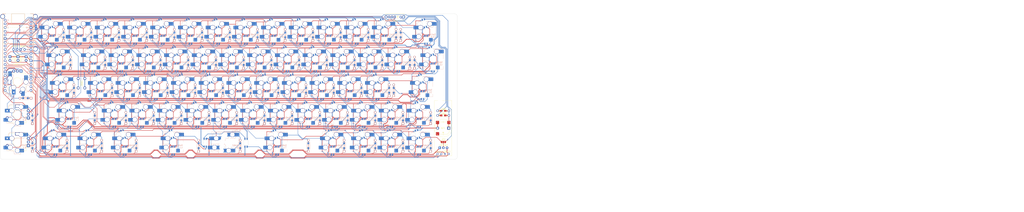
<source format=kicad_pcb>
(kicad_pcb (version 20221018) (generator pcbnew)
  (layers (0 "F.Cu" signal) (31 "B.Cu" signal) (34 "B.Paste" user) (35 "F.Paste" user) (36 "B.SilkS" user "B.Silkscreen") (37 "F.SilkS" user "F.Silkscreen") (38 "B.Mask" user) (39 "F.Mask" user) (44 "Edge.Cuts" user))
  (net 0 "")
  (net 1 "Net-(BZ1--)")
  (net 2 "GND")
  (net 3 "ROW 0")
  (net 4 "Net-(D1-A)")
  (net 5 "Net-(D2-A)")
  (net 6 "Net-(D3-A)")
  (net 7 "Net-(D4-A)")
  (net 8 "Net-(D5-A)")
  (net 9 "Net-(D6-A)")
  (net 10 "Net-(D7-A)")
  (net 11 "Net-(D8-A)")
  (net 12 "Net-(D9-A)")
  (net 13 "Net-(D10-A)")
  (net 14 "Net-(D11-A)")
  (net 15 "Net-(D12-A)")
  (net 16 "Net-(D13-A)")
  (net 17 "Net-(D14-A)")
  (net 18 "ROW 1")
  (net 19 "Net-(D15-A)")
  (net 20 "Net-(D16-A)")
  (net 21 "Net-(D17-A)")
  (net 22 "Net-(D18-A)")
  (net 23 "Net-(D19-A)")
  (net 24 "Net-(D20-A)")
  (net 25 "Net-(D21-A)")
  (net 26 "Net-(D22-A)")
  (net 27 "Net-(D23-A)")
  (net 28 "Net-(D24-A)")
  (net 29 "Net-(D25-A)")
  (net 30 "Net-(D26-A)")
  (net 31 "Net-(D27-A)")
  (net 32 "Net-(D28-A)")
  (net 33 "ROW 2")
  (net 34 "Net-(D30-A)")
  (net 35 "Net-(D31-A)")
  (net 36 "Net-(D32-A)")
  (net 37 "Net-(D33-A)")
  (net 38 "Net-(D34-A)")
  (net 39 "Net-(D35-A)")
  (net 40 "Net-(D36-A)")
  (net 41 "Net-(D37-A)")
  (net 42 "Net-(D38-A)")
  (net 43 "Net-(D39-A)")
  (net 44 "Net-(D40-A)")
  (net 45 "Net-(D41-A)")
  (net 46 "Net-(D42-A)")
  (net 47 "ROW 3")
  (net 48 "Net-(D44-A)")
  (net 49 "Net-(D45-A)")
  (net 50 "Net-(D46-A)")
  (net 51 "Net-(D47-A)")
  (net 52 "Net-(D48-A)")
  (net 53 "Net-(D49-A)")
  (net 54 "Net-(D50-A)")
  (net 55 "Net-(D51-A)")
  (net 56 "Net-(D52-A)")
  (net 57 "Net-(D53-A)")
  (net 58 "Net-(D54-A)")
  (net 59 "Net-(D55-A)")
  (net 60 "Net-(D56-A)")
  (net 61 "ROW 4")
  (net 62 "Net-(D58-A)")
  (net 63 "Net-(D59-A)")
  (net 64 "Net-(D60-A)")
  (net 65 "Net-(D61-A)")
  (net 66 "Net-(D62-A)")
  (net 67 "Net-(D63-A)")
  (net 68 "Net-(D64-A)")
  (net 69 "Net-(D65-A)")
  (net 70 "Net-(D66-A)")
  (net 71 "Net-(D67-A)")
  (net 72 "ENC 1A")
  (net 73 "ENC 1B")
  (net 74 "ENC 2A")
  (net 75 "ENC 2B")
  (net 76 "ENC 3A")
  (net 77 "ENC 3B")
  (net 78 "IND LED")
  (net 79 "LED DIN")
  (net 80 "5V")
  (net 81 "LED DOUT")
  (net 82 "Net-(JP2-C)")
  (net 83 "OLED SDA")
  (net 84 "OLED SCL")
  (net 85 "3V3")
  (net 86 "Net-(R1-Pad2)")
  (net 87 "Net-(R2-Pad2)")
  (net 88 "COL 0")
  (net 89 "POWER")
  (net 90 "COL 8")
  (net 91 "COL 1")
  (net 92 "COL 13")
  (net 93 "COL 2")
  (net 94 "RESET")
  (net 95 "COL 3")
  (net 96 "COL 4")
  (net 97 "COL 5")
  (net 98 "COL 6")
  (net 99 "COL 7")
  (net 100 "COL 9")
  (net 101 "COL 10")
  (net 102 "COL 11")
  (net 103 "COL 12")
  (net 104 "BUZZ PWD")
  (net 107 "Net-(SW1-DOUT)")
  (net 108 "Net-(SW2-DOUT)")
  (net 109 "Net-(SW3-DOUT)")
  (net 110 "Net-(SW4-DOUT)")
  (net 111 "Net-(SW5-DOUT)")
  (net 112 "Net-(SW6-DOUT)")
  (net 113 "Net-(SW7-DOUT)")
  (net 114 "Net-(SW8-DOUT)")
  (net 115 "Net-(SW10-DIN)")
  (net 116 "Net-(SW10-DOUT)")
  (net 117 "Net-(SW11-DOUT)")
  (net 118 "Net-(SW12-DOUT)")
  (net 119 "Net-(SW13-DOUT)")
  (net 120 "Net-(SW14-DOUT)")
  (net 121 "Net-(SW15-DOUT)")
  (net 122 "Net-(SW16-DOUT)")
  (net 123 "Net-(SW17-DOUT)")
  (net 124 "Net-(SW18-DOUT)")
  (net 125 "Net-(SW19-DOUT)")
  (net 126 "Net-(SW20-DOUT)")
  (net 127 "Net-(SW21-DOUT)")
  (net 128 "Net-(SW22-DOUT)")
  (net 129 "Net-(SW23-DOUT)")
  (net 130 "Net-(SW24-DOUT)")
  (net 131 "Net-(SW25-DOUT)")
  (net 132 "Net-(SW26-DOUT)")
  (net 133 "Net-(SW27-DOUT)")
  (net 134 "Net-(SW28-DOUT)")
  (net 135 "Net-(SW30-DOUT)")
  (net 136 "Net-(SW31-DOUT)")
  (net 137 "Net-(SW32-DOUT)")
  (net 138 "Net-(SW33-DOUT)")
  (net 139 "Net-(SW34-DOUT)")
  (net 140 "Net-(SW35-DOUT)")
  (net 141 "Net-(SW36-DOUT)")
  (net 142 "Net-(SW37-DOUT)")
  (net 143 "Net-(SW38-DOUT)")
  (net 144 "Net-(SW39-DOUT)")
  (net 145 "Net-(SW40-DOUT)")
  (net 146 "Net-(SW41-DOUT)")
  (net 147 "Net-(SW42-DOUT)")
  (net 148 "Net-(SW44-DOUT)")
  (net 149 "Net-(SW45-DOUT)")
  (net 150 "Net-(SW46-DOUT)")
  (net 151 "Net-(SW47-DOUT)")
  (net 152 "Net-(SW48-DOUT)")
  (net 153 "Net-(SW49-DOUT)")
  (net 154 "Net-(SW50-DOUT)")
  (net 155 "Net-(SW51-DOUT)")
  (net 156 "Net-(SW52-DOUT)")
  (net 157 "Net-(SW53-DOUT)")
  (net 158 "Net-(SW54-DOUT)")
  (net 159 "Net-(SW55-DOUT)")
  (net 160 "Net-(SW56-DOUT)")
  (net 161 "Net-(SW58-DOUT)")
  (net 162 "Net-(SW59-DOUT)")
  (net 163 "Net-(SW60-DOUT)")
  (net 164 "Net-(SW63-DOUT)")
  (net 165 "Net-(SW64-DOUT)")
  (net 166 "Net-(SW65-DOUT)")
  (net 167 "Net-(SW66-DOUT)")
  (net 168 "Net-(SW61-DOUT)")
  (net 169 "Net-(SW63-DIN)")
  (net 170 "Net-(D29-A)")
  (net 171 "Net-(D43-A)")
  (net 172 "Net-(D57-A)")
  (net 173 "Net-(U2-DIN)")
  (footprint "Oden Library:CherryMX_Choc_Hotswap v2 with LEDs" (layer "F.Cu") (at 308.781954 117.8814)
    (fp_text reference "SW54" hide)
    (fp_text value "MX_SW_HS_LED" hide)
    (fp_line (start -2.417527 -4.301273) (end -2.828766 -5.836037) (stroke (width 0.1)) (layer "Edge.Cuts"))
    (fp_line (start -2.293144 -6.917047) (end -0.935357 -7.280865) (stroke (width 0.1)) (layer "Edge.Cuts"))
    (fp_line (start -1.5 6.676952) (end -1.5 5.088048) (stroke (width 0.1)) (layer "Edge.Cuts"))
    (fp_line (start -0.702842 4.182501) (end 0.702842 4.182501) (stroke (width 0.1)) (layer "Edge.Cuts"))
    (fp_line (start -0.055373 -3.996719) (end -1.41316 -3.632901) (stroke (width 0.1)) (layer "Edge.Cuts"))
    (fp_line (start 0.069011 -6.612493) (end 0.480249 -5.07773) (stroke (width 0.1)) (layer "Edge.Cuts"))
    (fp_line (start 0.702842 7.582499) (end -0.702842 7.582499) (stroke (width 0.1)) (layer "Edge.Cuts"))
    (fp_line (start 1.499999 5.088048) (end 1.499999 6.676953) (stroke (width 0.1)) (layer "Edge.Cuts"))
    (fp_arc (start -2.960027 -6.062023) (mid -2.87935 -5.95777) (end -2.828766 -5.836037) (stroke (width 0.1)) (layer "Edge.Cuts"))
    (fp_arc (start -2.960027 -6.062023) (mid -3.050985 -6.649853) (end -2.51544 -6.908714) (stroke (width 0.1)) (layer "Edge.Cuts"))
    (fp_arc (start -2.417528 -4.301272) (mid -2.400518 -4.170557) (end -2.41821 -4.039932) (stroke (width 0.1)) (layer "Edge.Cuts"))
    (fp_arc (start -2.293145 -6.917047) (mid -2.403823 -6.900357) (end -2.51544 -6.908714) (stroke (width 0.1)) (layer "Edge.Cuts"))
    (fp_arc (start -1.60984 -3.52897) (mid -2.20308 -3.485356) (end -2.41821 -4.039932) (stroke (width 0.1)) (layer "Edge.Cuts"))
    (fp_arc (start -1.60984 -3.52897) (mid -1.517355 -3.592016) (end -1.41316 -3.632901) (stroke (width 0.1)) (layer "Edge.Cuts"))
    (fp_arc (start -1.568299 4.83579) (mid -1.517402 4.957385) (end -1.5 5.088048) (stroke (width 0.1)) (layer "Edge.Cuts"))
    (fp_arc (start -1.568297 4.835789) (mid -1.50406 4.244406) (end -0.91972 4.133016) (stroke (width 0.1)) (layer "Edge.Cuts"))
    (fp_arc (start -1.5 6.676952) (mid -1.517386 6.80762) (end -1.568299 6.929211) (stroke (width 0.1)) (layer "Edge.Cuts"))
    (fp_arc (start -0.91972 7.631984) (mid -0.814066 7.595036) (end -0.702842 7.582499) (stroke (width 0.1)) (layer "Edge.Cuts"))
    (fp_arc (start -0.919719 7.631984) (mid -1.504037 7.520574) (end -1.568299 6.929211) (stroke (width 0.1)) (layer "Edge.Cuts"))
    (fp_arc (start -0.738678 -7.384795) (mid -0.145436 -7.428414) (end 0.069693 -6.873834) (stroke (width 0.1)) (layer "Edge.Cuts"))
    (fp_arc (start -0.738677 -7.384796) (mid -0.831169 -7.321763) (end -0.935357 -7.280865) (stroke (width 0.1)) (layer "Edge.Cuts"))
    (fp_arc (start -0.702843 4.182501) (mid -0.814072 4.16999) (end -0.91972 4.133016) (stroke (width 0.1)) (layer "Edge.Cuts"))
    (fp_arc (start -0.055372 -3.996719) (mid 0.055305 -4.013422) (end 0.166922 -4.005052) (stroke (width 0.1)) (layer "Edge.Cuts"))
    (fp_arc (start 0.069011 -6.612493) (mid 0.052003 -6.743209) (end 0.069693 -6.873834) (stroke (width 0.1)) (layer "Edge.Cuts"))
    (fp_arc (start 0.611509 -4.851743) (mid 0.702487 -4.263902) (end 0.166922 -4.005052) (stroke (width 0.1)) (layer "Edge.Cuts"))
    (fp_arc (start 0.61151 -4.851744) (mid 0.530854 -4.95601) (end 0.480249 -5.07773) (stroke (width 0.1)) (layer "Edge.Cuts"))
    (fp_arc (start 0.702843 7.582499) (mid 0.814066 7.595034) (end 0.91972 7.631984) (stroke (width 0.1)) (layer "Edge.Cuts"))
    (fp_arc (start 0.91972 4.133016) (mid 0.814068 4.169975) (end 0.702842 4.182501) (stroke (width 0.1)) (layer "Edge.Cuts"))
    (fp_arc (start 0.91972 4.133016) (mid 1.504021 4.244421) (end 1.568299 4.835789) (stroke (width 0.1)) (layer "Edge.Cuts"))
    (fp_arc (start 1.5 5.088047) (mid 1.517394 4.957381) (end 1.568299 4.835789) (stroke (width 0.1)) (layer "Edge.Cuts"))
    (fp_arc (start 1.568298 6.929211) (mid 1.504031 7.520568) (end 0.91972 7.631984) (stroke (width 0.1)) (layer "Edge.Cuts"))
    (fp_arc (start 1.568298 6.929211) (mid 1.517362 6.807627) (end 1.499999 6.676953) (stroke (width 0.1)) (layer "Edge.Cuts"))
  )
  (footprint "Oden Library:CherryMX_Choc_Hotswap v2 Encoder A" (layer "F.Cu") (at 70.656954 117.8814)
    (fp_text reference "SW43" hide)
    (fp_text value "MX_SW_HS" hide)
  )
  (footprint "Oden Library:CherryMX_Choc_Hotswap v2 with LEDs" (layer "F.Cu") (at 218.294454 79.7814)
    (fp_text reference "SW21" hide)
    (fp_text value "MX_SW_HS_LED" hide)
    (fp_line (start -2.417527 -4.301273) (end -2.828766 -5.836037) (stroke (width 0.1)) (layer "Edge.Cuts"))
    (fp_line (start -2.293144 -6.917047) (end -0.935357 -7.280865) (stroke (width 0.1)) (layer "Edge.Cuts"))
    (fp_line (start -1.5 6.676952) (end -1.5 5.088048) (stroke (width 0.1)) (layer "Edge.Cuts"))
    (fp_line (start -0.702842 4.182501) (end 0.702842 4.182501) (stroke (width 0.1)) (layer "Edge.Cuts"))
    (fp_line (start -0.055373 -3.996719) (end -1.41316 -3.632901) (stroke (width 0.1)) (layer "Edge.Cuts"))
    (fp_line (start 0.069011 -6.612493) (end 0.480249 -5.07773) (stroke (width 0.1)) (layer "Edge.Cuts"))
    (fp_line (start 0.702842 7.582499) (end -0.702842 7.582499) (stroke (width 0.1)) (layer "Edge.Cuts"))
    (fp_line (start 1.499999 5.088048) (end 1.499999 6.676953) (stroke (width 0.1)) (layer "Edge.Cuts"))
    (fp_arc (start -2.960027 -6.062023) (mid -2.87935 -5.95777) (end -2.828766 -5.836037) (stroke (width 0.1)) (layer "Edge.Cuts"))
    (fp_arc (start -2.960027 -6.062023) (mid -3.050985 -6.649853) (end -2.51544 -6.908714) (stroke (width 0.1)) (layer "Edge.Cuts"))
    (fp_arc (start -2.417528 -4.301272) (mid -2.400518 -4.170557) (end -2.41821 -4.039932) (stroke (width 0.1)) (layer "Edge.Cuts"))
    (fp_arc (start -2.293145 -6.917047) (mid -2.403823 -6.900357) (end -2.51544 -6.908714) (stroke (width 0.1)) (layer "Edge.Cuts"))
    (fp_arc (start -1.60984 -3.52897) (mid -2.20308 -3.485356) (end -2.41821 -4.039932) (stroke (width 0.1)) (layer "Edge.Cuts"))
    (fp_arc (start -1.60984 -3.52897) (mid -1.517355 -3.592016) (end -1.41316 -3.632901) (stroke (width 0.1)) (layer "Edge.Cuts"))
    (fp_arc (start -1.568299 4.83579) (mid -1.517402 4.957385) (end -1.5 5.088048) (stroke (width 0.1)) (layer "Edge.Cuts"))
    (fp_arc (start -1.568297 4.835789) (mid -1.50406 4.244406) (end -0.91972 4.133016) (stroke (width 0.1)) (layer "Edge.Cuts"))
    (fp_arc (start -1.5 6.676952) (mid -1.517386 6.80762) (end -1.568299 6.929211) (stroke (width 0.1)) (layer "Edge.Cuts"))
    (fp_arc (start -0.91972 7.631984) (mid -0.814066 7.595036) (end -0.702842 7.582499) (stroke (width 0.1)) (layer "Edge.Cuts"))
    (fp_arc (start -0.919719 7.631984) (mid -1.504037 7.520574) (end -1.568299 6.929211) (stroke (width 0.1)) (layer "Edge.Cuts"))
    (fp_arc (start -0.738678 -7.384795) (mid -0.145436 -7.428414) (end 0.069693 -6.873834) (stroke (width 0.1)) (layer "Edge.Cuts"))
    (fp_arc (start -0.738677 -7.384796) (mid -0.831169 -7.321763) (end -0.935357 -7.280865) (stroke (width 0.1)) (layer "Edge.Cuts"))
    (fp_arc (start -0.702843 4.182501) (mid -0.814072 4.16999) (end -0.91972 4.133016) (stroke (width 0.1)) (layer "Edge.Cuts"))
    (fp_arc (start -0.055372 -3.996719) (mid 0.055305 -4.013422) (end 0.166922 -4.005052) (stroke (width 0.1)) (layer "Edge.Cuts"))
    (fp_arc (start 0.069011 -6.612493) (mid 0.052003 -6.743209) (end 0.069693 -6.873834) (stroke (width 0.1)) (layer "Edge.Cuts"))
    (fp_arc (start 0.611509 -4.851743) (mid 0.702487 -4.263902) (end 0.166922 -4.005052) (stroke (width 0.1)) (layer "Edge.Cuts"))
    (fp_arc (start 0.61151 -4.851744) (mid 0.530854 -4.95601) (end 0.480249 -5.07773) (stroke (width 0.1)) (layer "Edge.Cuts"))
    (fp_arc (start 0.702843 7.582499) (mid 0.814066 7.595034) (end 0.91972 7.631984) (stroke (width 0.1)) (layer "Edge.Cuts"))
    (fp_arc (start 0.91972 4.133016) (mid 0.814068 4.169975) (end 0.702842 4.182501) (stroke (width 0.1)) (layer "Edge.Cuts"))
    (fp_arc (start 0.91972 4.133016) (mid 1.504021 4.244421) (end 1.568299 4.835789) (stroke (width 0.1)) (layer "Edge.Cuts"))
    (fp_arc (start 1.5 5.088047) (mid 1.517394 4.957381) (end 1.568299 4.835789) (stroke (width 0.1)) (layer "Edge.Cuts"))
    (fp_arc (start 1.568298 6.929211) (mid 1.504031 7.520568) (end 0.91972 7.631984) (stroke (width 0.1)) (layer "Edge.Cuts"))
    (fp_arc (start 1.568298 6.929211) (mid 1.517362 6.807627) (end 1.499999 6.676953) (stroke (width 0.1)) (layer "Edge.Cuts"))
  )
  (footprint "Oden Library:CherryMX_Choc_Hotswap v2 with LEDs" (layer "F.Cu") (at 142.094454 79.7814)
    (fp_text reference "SW17" hide)
    (fp_text value "MX_SW_HS_LED" hide)
    (fp_line (start -2.417527 -4.301273) (end -2.828766 -5.836037) (stroke (width 0.1)) (layer "Edge.Cuts"))
    (fp_line (start -2.293144 -6.917047) (end -0.935357 -7.280865) (stroke (width 0.1)) (layer "Edge.Cuts"))
    (fp_line (start -1.5 6.676952) (end -1.5 5.088048) (stroke (width 0.1)) (layer "Edge.Cuts"))
    (fp_line (start -0.702842 4.182501) (end 0.702842 4.182501) (stroke (width 0.1)) (layer "Edge.Cuts"))
    (fp_line (start -0.055373 -3.996719) (end -1.41316 -3.632901) (stroke (width 0.1)) (layer "Edge.Cuts"))
    (fp_line (start 0.069011 -6.612493) (end 0.480249 -5.07773) (stroke (width 0.1)) (layer "Edge.Cuts"))
    (fp_line (start 0.702842 7.582499) (end -0.702842 7.582499) (stroke (width 0.1)) (layer "Edge.Cuts"))
    (fp_line (start 1.499999 5.088048) (end 1.499999 6.676953) (stroke (width 0.1)) (layer "Edge.Cuts"))
    (fp_arc (start -2.960027 -6.062023) (mid -2.87935 -5.95777) (end -2.828766 -5.836037) (stroke (width 0.1)) (layer "Edge.Cuts"))
    (fp_arc (start -2.960027 -6.062023) (mid -3.050985 -6.649853) (end -2.51544 -6.908714) (stroke (width 0.1)) (layer "Edge.Cuts"))
    (fp_arc (start -2.417528 -4.301272) (mid -2.400518 -4.170557) (end -2.41821 -4.039932) (stroke (width 0.1)) (layer "Edge.Cuts"))
    (fp_arc (start -2.293145 -6.917047) (mid -2.403823 -6.900357) (end -2.51544 -6.908714) (stroke (width 0.1)) (layer "Edge.Cuts"))
    (fp_arc (start -1.60984 -3.52897) (mid -2.20308 -3.485356) (end -2.41821 -4.039932) (stroke (width 0.1)) (layer "Edge.Cuts"))
    (fp_arc (start -1.60984 -3.52897) (mid -1.517355 -3.592016) (end -1.41316 -3.632901) (stroke (width 0.1)) (layer "Edge.Cuts"))
    (fp_arc (start -1.568299 4.83579) (mid -1.517402 4.957385) (end -1.5 5.088048) (stroke (width 0.1)) (layer "Edge.Cuts"))
    (fp_arc (start -1.568297 4.835789) (mid -1.50406 4.244406) (end -0.91972 4.133016) (stroke (width 0.1)) (layer "Edge.Cuts"))
    (fp_arc (start -1.5 6.676952) (mid -1.517386 6.80762) (end -1.568299 6.929211) (stroke (width 0.1)) (layer "Edge.Cuts"))
    (fp_arc (start -0.91972 7.631984) (mid -0.814066 7.595036) (end -0.702842 7.582499) (stroke (width 0.1)) (layer "Edge.Cuts"))
    (fp_arc (start -0.919719 7.631984) (mid -1.504037 7.520574) (end -1.568299 6.929211) (stroke (width 0.1)) (layer "Edge.Cuts"))
    (fp_arc (start -0.738678 -7.384795) (mid -0.145436 -7.428414) (end 0.069693 -6.873834) (stroke (width 0.1)) (layer "Edge.Cuts"))
    (fp_arc (start -0.738677 -7.384796) (mid -0.831169 -7.321763) (end -0.935357 -7.280865) (stroke (width 0.1)) (layer "Edge.Cuts"))
    (fp_arc (start -0.702843 4.182501) (mid -0.814072 4.16999) (end -0.91972 4.133016) (stroke (width 0.1)) (layer "Edge.Cuts"))
    (fp_arc (start -0.055372 -3.996719) (mid 0.055305 -4.013422) (end 0.166922 -4.005052) (stroke (width 0.1)) (layer "Edge.Cuts"))
    (fp_arc (start 0.069011 -6.612493) (mid 0.052003 -6.743209) (end 0.069693 -6.873834) (stroke (width 0.1)) (layer "Edge.Cuts"))
    (fp_arc (start 0.611509 -4.851743) (mid 0.702487 -4.263902) (end 0.166922 -4.005052) (stroke (width 0.1)) (layer "Edge.Cuts"))
    (fp_arc (start 0.61151 -4.851744) (mid 0.530854 -4.95601) (end 0.480249 -5.07773) (stroke (width 0.1)) (layer "Edge.Cuts"))
    (fp_arc (start 0.702843 7.582499) (mid 0.814066 7.595034) (end 0.91972 7.631984) (stroke (width 0.1)) (layer "Edge.Cuts"))
    (fp_arc (start 0.91972 4.133016) (mid 0.814068 4.169975) (end 0.702842 4.182501) (stroke (width 0.1)) (layer "Edge.Cuts"))
    (fp_arc (start 0.91972 4.133016) (mid 1.504021 4.244421) (end 1.568299 4.835789) (stroke (width 0.1)) (layer "Edge.Cuts"))
    (fp_arc (start 1.5 5.088047) (mid 1.517394 4.957381) (end 1.568299 4.835789) (stroke (width 0.1)) (layer "Edge.Cuts"))
    (fp_arc (start 1.568298 6.929211) (mid 1.504031 7.520568) (end 0.91972 7.631984) (stroke (width 0.1)) (layer "Edge.Cuts"))
    (fp_arc (start 1.568298 6.929211) (mid 1.517362 6.807627) (end 1.499999 6.676953) (stroke (width 0.1)) (layer "Edge.Cuts"))
  )
  (footprint "Oden Library:CherryMX_Choc_Hotswap v2 with LEDs" (layer "F.Cu") (at 144.475704 136.9314)
    (fp_text reference "SW60" hide)
    (fp_text value "MX_SW_HS_LED" hide)
    (fp_line (start -2.417527 -4.301273) (end -2.828766 -5.836037) (stroke (width 0.1)) (layer "Edge.Cuts"))
    (fp_line (start -2.293144 -6.917047) (end -0.935357 -7.280865) (stroke (width 0.1)) (layer "Edge.Cuts"))
    (fp_line (start -1.5 6.676952) (end -1.5 5.088048) (stroke (width 0.1)) (layer "Edge.Cuts"))
    (fp_line (start -0.702842 4.182501) (end 0.702842 4.182501) (stroke (width 0.1)) (layer "Edge.Cuts"))
    (fp_line (start -0.055373 -3.996719) (end -1.41316 -3.632901) (stroke (width 0.1)) (layer "Edge.Cuts"))
    (fp_line (start 0.069011 -6.612493) (end 0.480249 -5.07773) (stroke (width 0.1)) (layer "Edge.Cuts"))
    (fp_line (start 0.702842 7.582499) (end -0.702842 7.582499) (stroke (width 0.1)) (layer "Edge.Cuts"))
    (fp_line (start 1.499999 5.088048) (end 1.499999 6.676953) (stroke (width 0.1)) (layer "Edge.Cuts"))
    (fp_arc (start -2.960027 -6.062023) (mid -2.87935 -5.95777) (end -2.828766 -5.836037) (stroke (width 0.1)) (layer "Edge.Cuts"))
    (fp_arc (start -2.960027 -6.062023) (mid -3.050985 -6.649853) (end -2.51544 -6.908714) (stroke (width 0.1)) (layer "Edge.Cuts"))
    (fp_arc (start -2.417528 -4.301272) (mid -2.400518 -4.170557) (end -2.41821 -4.039932) (stroke (width 0.1)) (layer "Edge.Cuts"))
    (fp_arc (start -2.293145 -6.917047) (mid -2.403823 -6.900357) (end -2.51544 -6.908714) (stroke (width 0.1)) (layer "Edge.Cuts"))
    (fp_arc (start -1.60984 -3.52897) (mid -2.20308 -3.485356) (end -2.41821 -4.039932) (stroke (width 0.1)) (layer "Edge.Cuts"))
    (fp_arc (start -1.60984 -3.52897) (mid -1.517355 -3.592016) (end -1.41316 -3.632901) (stroke (width 0.1)) (layer "Edge.Cuts"))
    (fp_arc (start -1.568299 4.83579) (mid -1.517402 4.957385) (end -1.5 5.088048) (stroke (width 0.1)) (layer "Edge.Cuts"))
    (fp_arc (start -1.568297 4.835789) (mid -1.50406 4.244406) (end -0.91972 4.133016) (stroke (width 0.1)) (layer "Edge.Cuts"))
    (fp_arc (start -1.5 6.676952) (mid -1.517386 6.80762) (end -1.568299 6.929211) (stroke (width 0.1)) (layer "Edge.Cuts"))
    (fp_arc (start -0.91972 7.631984) (mid -0.814066 7.595036) (end -0.702842 7.582499) (stroke (width 0.1)) (layer "Edge.Cuts"))
    (fp_arc (start -0.919719 7.631984) (mid -1.504037 7.520574) (end -1.568299 6.929211) (stroke (width 0.1)) (layer "Edge.Cuts"))
    (fp_arc (start -0.738678 -7.384795) (mid -0.145436 -7.428414) (end 0.069693 -6.873834) (stroke (width 0.1)) (layer "Edge.Cuts"))
    (fp_arc (start -0.738677 -7.384796) (mid -0.831169 -7.321763) (end -0.935357 -7.280865) (stroke (width 0.1)) (layer "Edge.Cuts"))
    (fp_arc (start -0.702843 4.182501) (mid -0.814072 4.16999) (end -0.91972 4.133016) (stroke (width 0.1)) (layer "Edge.Cuts"))
    (fp_arc (start -0.055372 -3.996719) (mid 0.055305 -4.013422) (end 0.166922 -4.005052) (stroke (width 0.1)) (layer "Edge.Cuts"))
    (fp_arc (start 0.069011 -6.612493) (mid 0.052003 -6.743209) (end 0.069693 -6.873834) (stroke (width 0.1)) (layer "Edge.Cuts"))
    (fp_arc (start 0.611509 -4.851743) (mid 0.702487 -4.263902) (end 0.166922 -4.005052) (stroke (width 0.1)) (layer "Edge.Cuts"))
    (fp_arc (start 0.61151 -4.851744) (mid 0.530854 -4.95601) (end 0.480249 -5.07773) (stroke (width 0.1)) (layer "Edge.Cuts"))
    (fp_arc (start 0.702843 7.582499) (mid 0.814066 7.595034) (end 0.91972 7.631984) (stroke (width 0.1)) (layer "Edge.Cuts"))
    (fp_arc (start 0.91972 4.133016) (mid 0.814068 4.169975) (end 0.702842 4.182501) (stroke (width 0.1)) (layer "Edge.Cuts"))
    (fp_arc (start 0.91972 4.133016) (mid 1.504021 4.244421) (end 1.568299 4.835789) (stroke (width 0.1)) (layer "Edge.Cuts"))
    (fp_arc (start 1.5 5.088047) (mid 1.517394 4.957381) (end 1.568299 4.835789) (stroke (width 0.1)) (layer "Edge.Cuts"))
    (fp_arc (start 1.568298 6.929211) (mid 1.504031 7.520568) (end 0.91972 7.631984) (stroke (width 0.1)) (layer "Edge.Cuts"))
    (fp_arc (start 1.568298 6.929211) (mid 1.517362 6.807627) (end 1.499999 6.676953) (stroke (width 0.1)) (layer "Edge.Cuts"))
  )
  (footprint "Oden Library:SK6812MINI-E" (layer "F.Cu") (at 200.038204 137.72515 90)
    (fp_text reference "U3" hide)
    (fp_text value "~" hide)
    (fp_line (start -1.411567 0.447301) (end -1.411567 -0.958384) (stroke (width 0.1)) (layer "Edge.Cuts"))
    (fp_line (start -0.50602 -1.755542) (end 1.082883 -1.755541) (stroke (width 0.1)) (layer "Edge.Cuts"))
    (fp_line (start 1.082884 1.244457) (end -0.506021 1.244458) (stroke (width 0.1)) (layer "Edge.Cuts"))
    (fp_line (start 1.988431 -0.958384) (end 1.988431 0.447301) (stroke (width 0.1)) (layer "Edge.Cuts"))
    (fp_arc (start -1.461053 -1.175262) (mid -1.424106 -1.069608) (end -1.411567 -0.958384) (stroke (width 0.1)) (layer "Edge.Cuts"))
    (fp_arc (start -1.461052 -1.17526) (mid -1.349643 -1.759578) (end -0.75828 -1.82384) (stroke (width 0.1)) (layer "Edge.Cuts"))
    (fp_arc (start -1.411568 0.447302) (mid -1.424092 0.558528) (end -1.461053 0.664179) (stroke (width 0.1)) (layer "Edge.Cuts"))
    (fp_arc (start -0.75828 1.312757) (mid -1.349622 1.248474) (end -1.461053 0.664179) (stroke (width 0.1)) (layer "Edge.Cuts"))
    (fp_arc (start -0.75828 1.312757) (mid -0.636698 1.261811) (end -0.506021 1.244458) (stroke (width 0.1)) (layer "Edge.Cuts"))
    (fp_arc (start -0.50602 -1.755542) (mid -0.636684 -1.772946) (end -0.75828 -1.82384) (stroke (width 0.1)) (layer "Edge.Cuts"))
    (fp_arc (start 1.082884 1.244459) (mid 1.213547 1.261861) (end 1.335143 1.312757) (stroke (width 0.1)) (layer "Edge.Cuts"))
    (fp_arc (start 1.335142 -1.82384) (mid 1.213554 -1.772917) (end 1.082883 -1.755541) (stroke (width 0.1)) (layer "Edge.Cuts"))
    (fp_arc (start 1.335143 -1.823839) (mid 1.926518 -1.759566) (end 2.037916 -1.175261) (stroke (width 0.1)) (layer "Edge.Cuts"))
    (fp_arc (start 1.988431 -0.958385) (mid 2.000942 -1.069614) (end 2.037916 -1.175261) (stroke (width 0.1)) (layer "Edge.Cuts"))
    (fp_arc (start 2.037916 0.664178) (mid 1.926502 1.248492) (end 1.335143 1.312757) (stroke (width 0.1)) (layer "Edge.Cuts"))
    (fp_arc (start 2.037916 0.664178) (mid 2.000956 0.558528) (end 1.988431 0.447301) (stroke (width 0.1)) (layer "Edge.Cuts"))
  )
  (footprint "Oden Library:CherryMX_Choc_Hotswap v2 with LEDs" (layer "F.Cu") (at 304.019454 60.7314)
    (fp_text reference "SW12" hide)
    (fp_text value "MX_SW_HS_LED" hide)
    (fp_line (start -2.417527 -4.301273) (end -2.828766 -5.836037) (stroke (width 0.1)) (layer "Edge.Cuts"))
    (fp_line (start -2.293144 -6.917047) (end -0.935357 -7.280865) (stroke (width 0.1)) (layer "Edge.Cuts"))
    (fp_line (start -1.5 6.676952) (end -1.5 5.088048) (stroke (width 0.1)) (layer "Edge.Cuts"))
    (fp_line (start -0.702842 4.182501) (end 0.702842 4.182501) (stroke (width 0.1)) (layer "Edge.Cuts"))
    (fp_line (start -0.055373 -3.996719) (end -1.41316 -3.632901) (stroke (width 0.1)) (layer "Edge.Cuts"))
    (fp_line (start 0.069011 -6.612493) (end 0.480249 -5.07773) (stroke (width 0.1)) (layer "Edge.Cuts"))
    (fp_line (start 0.702842 7.582499) (end -0.702842 7.582499) (stroke (width 0.1)) (layer "Edge.Cuts"))
    (fp_line (start 1.499999 5.088048) (end 1.499999 6.676953) (stroke (width 0.1)) (layer "Edge.Cuts"))
    (fp_arc (start -2.960027 -6.062023) (mid -2.87935 -5.95777) (end -2.828766 -5.836037) (stroke (width 0.1)) (layer "Edge.Cuts"))
    (fp_arc (start -2.960027 -6.062023) (mid -3.050985 -6.649853) (end -2.51544 -6.908714) (stroke (width 0.1)) (layer "Edge.Cuts"))
    (fp_arc (start -2.417528 -4.301272) (mid -2.400518 -4.170557) (end -2.41821 -4.039932) (stroke (width 0.1)) (layer "Edge.Cuts"))
    (fp_arc (start -2.293145 -6.917047) (mid -2.403823 -6.900357) (end -2.51544 -6.908714) (stroke (width 0.1)) (layer "Edge.Cuts"))
    (fp_arc (start -1.60984 -3.52897) (mid -2.20308 -3.485356) (end -2.41821 -4.039932) (stroke (width 0.1)) (layer "Edge.Cuts"))
    (fp_arc (start -1.60984 -3.52897) (mid -1.517355 -3.592016) (end -1.41316 -3.632901) (stroke (width 0.1)) (layer "Edge.Cuts"))
    (fp_arc (start -1.568299 4.83579) (mid -1.517402 4.957385) (end -1.5 5.088048) (stroke (width 0.1)) (layer "Edge.Cuts"))
    (fp_arc (start -1.568297 4.835789) (mid -1.50406 4.244406) (end -0.91972 4.133016) (stroke (width 0.1)) (layer "Edge.Cuts"))
    (fp_arc (start -1.5 6.676952) (mid -1.517386 6.80762) (end -1.568299 6.929211) (stroke (width 0.1)) (layer "Edge.Cuts"))
    (fp_arc (start -0.91972 7.631984) (mid -0.814066 7.595036) (end -0.702842 7.582499) (stroke (width 0.1)) (layer "Edge.Cuts"))
    (fp_arc (start -0.919719 7.631984) (mid -1.504037 7.520574) (end -1.568299 6.929211) (stroke (width 0.1)) (layer "Edge.Cuts"))
    (fp_arc (start -0.738678 -7.384795) (mid -0.145436 -7.428414) (end 0.069693 -6.873834) (stroke (width 0.1)) (layer "Edge.Cuts"))
    (fp_arc (start -0.738677 -7.384796) (mid -0.831169 -7.321763) (end -0.935357 -7.280865) (stroke (width 0.1)) (layer "Edge.Cuts"))
    (fp_arc (start -0.702843 4.182501) (mid -0.814072 4.16999) (end -0.91972 4.133016) (stroke (width 0.1)) (layer "Edge.Cuts"))
    (fp_arc (start -0.055372 -3.996719) (mid 0.055305 -4.013422) (end 0.166922 -4.005052) (stroke (width 0.1)) (layer "Edge.Cuts"))
    (fp_arc (start 0.069011 -6.612493) (mid 0.052003 -6.743209) (end 0.069693 -6.873834) (stroke (width 0.1)) (layer "Edge.Cuts"))
    (fp_arc (start 0.611509 -4.851743) (mid 0.702487 -4.263902) (end 0.166922 -4.005052) (stroke (width 0.1)) (layer "Edge.Cuts"))
    (fp_arc (start 0.61151 -4.851744) (mid 0.530854 -4.95601) (end 0.480249 -5.07773) (stroke (width 0.1)) (layer "Edge.Cuts"))
    (fp_arc (start 0.702843 7.582499) (mid 0.814066 7.595034) (end 0.91972 7.631984) (stroke (width 0.1)) (layer "Edge.Cuts"))
    (fp_arc (start 0.91972 4.133016) (mid 0.814068 4.169975) (end 0.702842 4.182501) (stroke (width 0.1)) (layer "Edge.Cuts"))
    (fp_arc (start 0.91972 4.133016) (mid 1.504021 4.244421) (end 1.568299 4.835789) (stroke (width 0.1)) (layer "Edge.Cuts"))
    (fp_arc (start 1.5 5.088047) (mid 1.517394 4.957381) (end 1.568299 4.835789) (stroke (width 0.1)) (layer "Edge.Cuts"))
    (fp_arc (start 1.568298 6.929211) (mid 1.504031 7.520568) (end 0.91972 7.631984) (stroke (width 0.1)) (layer "Edge.Cuts"))
    (fp_arc (start 1.568298 6.929211) (mid 1.517362 6.807627) (end 1.499999 6.676953) (stroke (width 0.1)) (layer "Edge.Cuts"))
  )
  (footprint "Oden Library:CherryMX_Choc_Hotswap v2 with LEDs" (layer "F.Cu") (at 323.069454 60.7314)
    (fp_text reference "SW13" hide)
    (fp_text value "MX_SW_HS_LED" hide)
    (fp_line (start -2.417527 -4.301273) (end -2.828766 -5.836037) (stroke (width 0.1)) (layer "Edge.Cuts"))
    (fp_line (start -2.293144 -6.917047) (end -0.935357 -7.280865) (stroke (width 0.1)) (layer "Edge.Cuts"))
    (fp_line (start -1.5 6.676952) (end -1.5 5.088048) (stroke (width 0.1)) (layer "Edge.Cuts"))
    (fp_line (start -0.702842 4.182501) (end 0.702842 4.182501) (stroke (width 0.1)) (layer "Edge.Cuts"))
    (fp_line (start -0.055373 -3.996719) (end -1.41316 -3.632901) (stroke (width 0.1)) (layer "Edge.Cuts"))
    (fp_line (start 0.069011 -6.612493) (end 0.480249 -5.07773) (stroke (width 0.1)) (layer "Edge.Cuts"))
    (fp_line (start 0.702842 7.582499) (end -0.702842 7.582499) (stroke (width 0.1)) (layer "Edge.Cuts"))
    (fp_line (start 1.499999 5.088048) (end 1.499999 6.676953) (stroke (width 0.1)) (layer "Edge.Cuts"))
    (fp_arc (start -2.960027 -6.062023) (mid -2.87935 -5.95777) (end -2.828766 -5.836037) (stroke (width 0.1)) (layer "Edge.Cuts"))
    (fp_arc (start -2.960027 -6.062023) (mid -3.050985 -6.649853) (end -2.51544 -6.908714) (stroke (width 0.1)) (layer "Edge.Cuts"))
    (fp_arc (start -2.417528 -4.301272) (mid -2.400518 -4.170557) (end -2.41821 -4.039932) (stroke (width 0.1)) (layer "Edge.Cuts"))
    (fp_arc (start -2.293145 -6.917047) (mid -2.403823 -6.900357) (end -2.51544 -6.908714) (stroke (width 0.1)) (layer "Edge.Cuts"))
    (fp_arc (start -1.60984 -3.52897) (mid -2.20308 -3.485356) (end -2.41821 -4.039932) (stroke (width 0.1)) (layer "Edge.Cuts"))
    (fp_arc (start -1.60984 -3.52897) (mid -1.517355 -3.592016) (end -1.41316 -3.632901) (stroke (width 0.1)) (layer "Edge.Cuts"))
    (fp_arc (start -1.568299 4.83579) (mid -1.517402 4.957385) (end -1.5 5.088048) (stroke (width 0.1)) (layer "Edge.Cuts"))
    (fp_arc (start -1.568297 4.835789) (mid -1.50406 4.244406) (end -0.91972 4.133016) (stroke (width 0.1)) (layer "Edge.Cuts"))
    (fp_arc (start -1.5 6.676952) (mid -1.517386 6.80762) (end -1.568299 6.929211) (stroke (width 0.1)) (layer "Edge.Cuts"))
    (fp_arc (start -0.91972 7.631984) (mid -0.814066 7.595036) (end -0.702842 7.582499) (stroke (width 0.1)) (layer "Edge.Cuts"))
    (fp_arc (start -0.919719 7.631984) (mid -1.504037 7.520574) (end -1.568299 6.929211) (stroke (width 0.1)) (layer "Edge.Cuts"))
    (fp_arc (start -0.738678 -7.384795) (mid -0.145436 -7.428414) (end 0.069693 -6.873834) (stroke (width 0.1)) (layer "Edge.Cuts"))
    (fp_arc (start -0.738677 -7.384796) (mid -0.831169 -7.321763) (end -0.935357 -7.280865) (stroke (width 0.1)) (layer "Edge.Cuts"))
    (fp_arc (start -0.702843 4.182501) (mid -0.814072 4.16999) (end -0.91972 4.133016) (stroke (width 0.1)) (layer "Edge.Cuts"))
    (fp_arc (start -0.055372 -3.996719) (mid 0.055305 -4.013422) (end 0.166922 -4.005052) (stroke (width 0.1)) (layer "Edge.Cuts"))
    (fp_arc (start 0.069011 -6.612493) (mid 0.052003 -6.743209) (end 0.069693 -6.873834) (stroke (width 0.1)) (layer "Edge.Cuts"))
    (fp_arc (start 0.611509 -4.851743) (mid 0.702487 -4.263902) (end 0.166922 -4.005052) (stroke (width 0.1)) (layer "Edge.Cuts"))
    (fp_arc (start 0.61151 -4.851744) (mid 0.530854 -4.95601) (end 0.480249 -5.07773) (stroke (width 0.1)) (layer "Edge.Cuts"))
    (fp_arc (start 0.702843 7.582499) (mid 0.814066 7.595034) (end 0.91972 7.631984) (stroke (width 0.1)) (layer "Edge.Cuts"))
    (fp_arc (start 0.91972 4.133016) (mid 0.814068 4.169975) (end 0.702842 4.182501) (stroke (width 0.1)) (layer "Edge.Cuts"))
    (fp_arc (start 0.91972 4.133016) (mid 1.504021 4.244421) (end 1.568299 4.835789) (stroke (width 0.1)) (layer "Edge.Cuts"))
    (fp_arc (start 1.5 5.088047) (mid 1.517394 4.957381) (end 1.568299 4.835789) (stroke (width 0.1)) (layer "Edge.Cuts"))
    (fp_arc (start 1.568298 6.929211) (mid 1.504031 7.520568) (end 0.91972 7.631984) (stroke (width 0.1)) (layer "Edge.Cuts"))
    (fp_arc (start 1.568298 6.929211) (mid 1.517362 6.807627) (end 1.499999 6.676953) (stroke (width 0.1)) (layer "Edge.Cuts"))
  )
  (footprint "Oden Library:CherryMX_Choc_Hotswap v2 with LEDs" (layer "F.Cu") (at 223.056954 98.8314)
    (fp_text reference "SW36" hide)
    (fp_text value "MX_SW_HS_LED" hide)
    (fp_line (start -2.417527 -4.301273) (end -2.828766 -5.836037) (stroke (width 0.1)) (layer "Edge.Cuts"))
    (fp_line (start -2.293144 -6.917047) (end -0.935357 -7.280865) (stroke (width 0.1)) (layer "Edge.Cuts"))
    (fp_line (start -1.5 6.676952) (end -1.5 5.088048) (stroke (width 0.1)) (layer "Edge.Cuts"))
    (fp_line (start -0.702842 4.182501) (end 0.702842 4.182501) (stroke (width 0.1)) (layer "Edge.Cuts"))
    (fp_line (start -0.055373 -3.996719) (end -1.41316 -3.632901) (stroke (width 0.1)) (layer "Edge.Cuts"))
    (fp_line (start 0.069011 -6.612493) (end 0.480249 -5.07773) (stroke (width 0.1)) (layer "Edge.Cuts"))
    (fp_line (start 0.702842 7.582499) (end -0.702842 7.582499) (stroke (width 0.1)) (layer "Edge.Cuts"))
    (fp_line (start 1.499999 5.088048) (end 1.499999 6.676953) (stroke (width 0.1)) (layer "Edge.Cuts"))
    (fp_arc (start -2.960027 -6.062023) (mid -2.87935 -5.95777) (end -2.828766 -5.836037) (stroke (width 0.1)) (layer "Edge.Cuts"))
    (fp_arc (start -2.960027 -6.062023) (mid -3.050985 -6.649853) (end -2.51544 -6.908714) (stroke (width 0.1)) (layer "Edge.Cuts"))
    (fp_arc (start -2.417528 -4.301272) (mid -2.400518 -4.170557) (end -2.41821 -4.039932) (stroke (width 0.1)) (layer "Edge.Cuts"))
    (fp_arc (start -2.293145 -6.917047) (mid -2.403823 -6.900357) (end -2.51544 -6.908714) (stroke (width 0.1)) (layer "Edge.Cuts"))
    (fp_arc (start -1.60984 -3.52897) (mid -2.20308 -3.485356) (end -2.41821 -4.039932) (stroke (width 0.1)) (layer "Edge.Cuts"))
    (fp_arc (start -1.60984 -3.52897) (mid -1.517355 -3.592016) (end -1.41316 -3.632901) (stroke (width 0.1)) (layer "Edge.Cuts"))
    (fp_arc (start -1.568299 4.83579) (mid -1.517402 4.957385) (end -1.5 5.088048) (stroke (width 0.1)) (layer "Edge.Cuts"))
    (fp_arc (start -1.568297 4.835789) (mid -1.50406 4.244406) (end -0.91972 4.133016) (stroke (width 0.1)) (layer "Edge.Cuts"))
    (fp_arc (start -1.5 6.676952) (mid -1.517386 6.80762) (end -1.568299 6.929211) (stroke (width 0.1)) (layer "Edge.Cuts"))
    (fp_arc (start -0.91972 7.631984) (mid -0.814066 7.595036) (end -0.702842 7.582499) (stroke (width 0.1)) (layer "Edge.Cuts"))
    (fp_arc (start -0.919719 7.631984) (mid -1.504037 7.520574) (end -1.568299 6.929211) (stroke (width 0.1)) (layer "Edge.Cuts"))
    (fp_arc (start -0.738678 -7.384795) (mid -0.145436 -7.428414) (end 0.069693 -6.873834) (stroke (width 0.1)) (layer "Edge.Cuts"))
    (fp_arc (start -0.738677 -7.384796) (mid -0.831169 -7.321763) (end -0.935357 -7.280865) (stroke (width 0.1)) (layer "Edge.Cuts"))
    (fp_arc (start -0.702843 4.182501) (mid -0.814072 4.16999) (end -0.91972 4.133016) (stroke (width 0.1)) (layer "Edge.Cuts"))
    (fp_arc (start -0.055372 -3.996719) (mid 0.055305 -4.013422) (end 0.166922 -4.005052) (stroke (width 0.1)) (layer "Edge.Cuts"))
    (fp_arc (start 0.069011 -6.612493) (mid 0.052003 -6.743209) (end 0.069693 -6.873834) (stroke (width 0.1)) (layer "Edge.Cuts"))
    (fp_arc (start 0.611509 -4.851743) (mid 0.702487 -4.263902) (end 0.166922 -4.005052) (stroke (width 0.1)) (layer "Edge.Cuts"))
    (fp_arc (start 0.61151 -4.851744) (mid 0.530854 -4.95601) (end 0.480249 -5.07773) (stroke (width 0.1)) (layer "Edge.Cuts"))
    (fp_arc (start 0.702843 7.582499) (mid 0.814066 7.595034) (end 0.91972 7.631984) (stroke (width 0.1)) (layer "Edge.Cuts"))
    (fp_arc (start 0.91972 4.133016) (mid 0.814068 4.169975) (end 0.702842 4.182501) (stroke (width 0.1)) (layer "Edge.Cuts"))
    (fp_arc (start 0.91972 4.133016) (mid 1.504021 4.244421) (end 1.568299 4.835789) (stroke (width 0.1)) (layer "Edge.Cuts"))
    (fp_arc (start 1.5 5.088047) (mid 1.517394 4.957381) (end 1.568299 4.835789) (stroke (width 0.1)) (layer "Edge.Cuts"))
    (fp_arc (start 1.568298 6.929211) (mid 1.504031 7.520568) (end 0.91972 7.631984) (stroke (width 0.1)) (layer "Edge.Cuts"))
    (fp_arc (start 1.568298 6.929211) (mid 1.517362 6.807627) (end 1.499999 6.676953) (stroke (width 0.1)) (layer "Edge.Cuts"))
  )
  (footprint "Oden Library:CherryMX_Choc_Hotswap v2 with LEDs" (layer "F.Cu") (at 294.494454 79.7814)
    (fp_text reference "SW25" hide)
    (fp_text value "MX_SW_HS_LED" hide)
    (fp_line (start -2.417527 -4.301273) (end -2.828766 -5.836037) (stroke (width 0.1)) (layer "Edge.Cuts"))
    (fp_line (start -2.293144 -6.917047) (end -0.935357 -7.280865) (stroke (width 0.1)) (layer "Edge.Cuts"))
    (fp_line (start -1.5 6.676952) (end -1.5 5.088048) (stroke (width 0.1)) (layer "Edge.Cuts"))
    (fp_line (start -0.702842 4.182501) (end 0.702842 4.182501) (stroke (width 0.1)) (layer "Edge.Cuts"))
    (fp_line (start -0.055373 -3.996719) (end -1.41316 -3.632901) (stroke (width 0.1)) (layer "Edge.Cuts"))
    (fp_line (start 0.069011 -6.612493) (end 0.480249 -5.07773) (stroke (width 0.1)) (layer "Edge.Cuts"))
    (fp_line (start 0.702842 7.582499) (end -0.702842 7.582499) (stroke (width 0.1)) (layer "Edge.Cuts"))
    (fp_line (start 1.499999 5.088048) (end 1.499999 6.676953) (stroke (width 0.1)) (layer "Edge.Cuts"))
    (fp_arc (start -2.960027 -6.062023) (mid -2.87935 -5.95777) (end -2.828766 -5.836037) (stroke (width 0.1)) (layer "Edge.Cuts"))
    (fp_arc (start -2.960027 -6.062023) (mid -3.050985 -6.649853) (end -2.51544 -6.908714) (stroke (width 0.1)) (layer "Edge.Cuts"))
    (fp_arc (start -2.417528 -4.301272) (mid -2.400518 -4.170557) (end -2.41821 -4.039932) (stroke (width 0.1)) (layer "Edge.Cuts"))
    (fp_arc (start -2.293145 -6.917047) (mid -2.403823 -6.900357) (end -2.51544 -6.908714) (stroke (width 0.1)) (layer "Edge.Cuts"))
    (fp_arc (start -1.60984 -3.52897) (mid -2.20308 -3.485356) (end -2.41821 -4.039932) (stroke (width 0.1)) (layer "Edge.Cuts"))
    (fp_arc (start -1.60984 -3.52897) (mid -1.517355 -3.592016) (end -1.41316 -3.632901) (stroke (width 0.1)) (layer "Edge.Cuts"))
    (fp_arc (start -1.568299 4.83579) (mid -1.517402 4.957385) (end -1.5 5.088048) (stroke (width 0.1)) (layer "Edge.Cuts"))
    (fp_arc (start -1.568297 4.835789) (mid -1.50406 4.244406) (end -0.91972 4.133016) (stroke (width 0.1)) (layer "Edge.Cuts"))
    (fp_arc (start -1.5 6.676952) (mid -1.517386 6.80762) (end -1.568299 6.929211) (stroke (width 0.1)) (layer "Edge.Cuts"))
    (fp_arc (start -0.91972 7.631984) (mid -0.814066 7.595036) (end -0.702842 7.582499) (stroke (width 0.1)) (layer "Edge.Cuts"))
    (fp_arc (start -0.919719 7.631984) (mid -1.504037 7.520574) (end -1.568299 6.929211) (stroke (width 0.1)) (layer "Edge.Cuts"))
    (fp_arc (start -0.738678 -7.384795) (mid -0.145436 -7.428414) (end 0.069693 -6.873834) (stroke (width 0.1)) (layer "Edge.Cuts"))
    (fp_arc (start -0.738677 -7.384796) (mid -0.831169 -7.321763) (end -0.935357 -7.280865) (stroke (width 0.1)) (layer "Edge.Cuts"))
    (fp_arc (start -0.702843 4.182501) (mid -0.814072 4.16999) (end -0.91972 4.133016) (stroke (width 0.1)) (layer "Edge.Cuts"))
    (fp_arc (start -0.055372 -3.996719) (mid 0.055305 -4.013422) (end 0.166922 -4.005052) (stroke (width 0.1)) (layer "Edge.Cuts"))
    (fp_arc (start 0.069011 -6.612493) (mid 0.052003 -6.743209) (end 0.069693 -6.873834) (stroke (width 0.1)) (layer "Edge.Cuts"))
    (fp_arc (start 0.611509 -4.851743) (mid 0.702487 -4.263902) (end 0.166922 -4.005052) (stroke (width 0.1)) (layer "Edge.Cuts"))
    (fp_arc (start 0.61151 -4.851744) (mid 0.530854 -4.95601) (end 0.480249 -5.07773) (stroke (width 0.1)) (layer "Edge.Cuts"))
    (fp_arc (start 0.702843 7.582499) (mid 0.814066 7.595034) (end 0.91972 7.631984) (stroke (width 0.1)) (layer "Edge.Cuts"))
    (fp_arc (start 0.91972 4.133016) (mid 0.814068 4.169975) (end 0.702842 4.182501) (stroke (width 0.1)) (layer "Edge.Cuts"))
    (fp_arc (start 0.91972 4.133016) (mid 1.504021 4.244421) (end 1.568299 4.835789) (stroke (width 0.1)) (layer "Edge.Cuts"))
    (fp_arc (start 1.5 5.088047) (mid 1.517394 4.957381) (end 1.568299 4.835789) (stroke (width 0.1)) (layer "Edge.Cuts"))
    (fp_arc (start 1.568298 6.929211) (mid 1.504031 7.520568) (end 0.91972 7.631984) (stroke (width 0.1)) (layer "Edge.Cuts"))
    (fp_arc (start 1.568298 6.929211) (mid 1.517362 6.807627) (end 1.499999 6.676953) (stroke (width 0.1)) (layer "Edge.Cuts"))
  )
  (footprint "Oden Library:CherryMX_Choc_Hotswap v2 with LEDs" (layer "F.Cu") (at 270.681954 117.8814)
    (fp_text reference "SW52" hide)
    (fp_text value "MX_SW_HS_LED" hide)
    (fp_line (start -2.417527 -4.301273) (end -2.828766 -5.836037) (stroke (width 0.1)) (layer "Edge.Cuts"))
    (fp_line (start -2.293144 -6.917047) (end -0.935357 -7.280865) (stroke (width 0.1)) (layer "Edge.Cuts"))
    (fp_line (start -1.5 6.676952) (end -1.5 5.088048) (stroke (width 0.1)) (layer "Edge.Cuts"))
    (fp_line (start -0.702842 4.182501) (end 0.702842 4.182501) (stroke (width 0.1)) (layer "Edge.Cuts"))
    (fp_line (start -0.055373 -3.996719) (end -1.41316 -3.632901) (stroke (width 0.1)) (layer "Edge.Cuts"))
    (fp_line (start 0.069011 -6.612493) (end 0.480249 -5.07773) (stroke (width 0.1)) (layer "Edge.Cuts"))
    (fp_line (start 0.702842 7.582499) (end -0.702842 7.582499) (stroke (width 0.1)) (layer "Edge.Cuts"))
    (fp_line (start 1.499999 5.088048) (end 1.499999 6.676953) (stroke (width 0.1)) (layer "Edge.Cuts"))
    (fp_arc (start -2.960027 -6.062023) (mid -2.87935 -5.95777) (end -2.828766 -5.836037) (stroke (width 0.1)) (layer "Edge.Cuts"))
    (fp_arc (start -2.960027 -6.062023) (mid -3.050985 -6.649853) (end -2.51544 -6.908714) (stroke (width 0.1)) (layer "Edge.Cuts"))
    (fp_arc (start -2.417528 -4.301272) (mid -2.400518 -4.170557) (end -2.41821 -4.039932) (stroke (width 0.1)) (layer "Edge.Cuts"))
    (fp_arc (start -2.293145 -6.917047) (mid -2.403823 -6.900357) (end -2.51544 -6.908714) (stroke (width 0.1)) (layer "Edge.Cuts"))
    (fp_arc (start -1.60984 -3.52897) (mid -2.20308 -3.485356) (end -2.41821 -4.039932) (stroke (width 0.1)) (layer "Edge.Cuts"))
    (fp_arc (start -1.60984 -3.52897) (mid -1.517355 -3.592016) (end -1.41316 -3.632901) (stroke (width 0.1)) (layer "Edge.Cuts"))
    (fp_arc (start -1.568299 4.83579) (mid -1.517402 4.957385) (end -1.5 5.088048) (stroke (width 0.1)) (layer "Edge.Cuts"))
    (fp_arc (start -1.568297 4.835789) (mid -1.50406 4.244406) (end -0.91972 4.133016) (stroke (width 0.1)) (layer "Edge.Cuts"))
    (fp_arc (start -1.5 6.676952) (mid -1.517386 6.80762) (end -1.568299 6.929211) (stroke (width 0.1)) (layer "Edge.Cuts"))
    (fp_arc (start -0.91972 7.631984) (mid -0.814066 7.595036) (end -0.702842 7.582499) (stroke (width 0.1)) (layer "Edge.Cuts"))
    (fp_arc (start -0.919719 7.631984) (mid -1.504037 7.520574) (end -1.568299 6.929211) (stroke (width 0.1)) (layer "Edge.Cuts"))
    (fp_arc (start -0.738678 -7.384795) (mid -0.145436 -7.428414) (end 0.069693 -6.873834) (stroke (width 0.1)) (layer "Edge.Cuts"))
    (fp_arc (start -0.738677 -7.384796) (mid -0.831169 -7.321763) (end -0.935357 -7.280865) (stroke (width 0.1)) (layer "Edge.Cuts"))
    (fp_arc (start -0.702843 4.182501) (mid -0.814072 4.16999) (end -0.91972 4.133016) (stroke (width 0.1)) (layer "Edge.Cuts"))
    (fp_arc (start -0.055372 -3.996719) (mid 0.055305 -4.013422) (end 0.166922 -4.005052) (stroke (width 0.1)) (layer "Edge.Cuts"))
    (fp_arc (start 0.069011 -6.612493) (mid 0.052003 -6.743209) (end 0.069693 -6.873834) (stroke (width 0.1)) (layer "Edge.Cuts"))
    (fp_arc (start 0.611509 -4.851743) (mid 0.702487 -4.263902) (end 0.166922 -4.005052) (stroke (width 0.1)) (layer "Edge.Cuts"))
    (fp_arc (start 0.61151 -4.851744) (mid 0.530854 -4.95601) (end 0.480249 -5.07773) (stroke (width 0.1)) (layer "Edge.Cuts"))
    (fp_arc (start 0.702843 7.582499) (mid 0.814066 7.595034) (end 0.91972 7.631984) (stroke (width 0.1)) (layer "Edge.Cuts"))
    (fp_arc (start 0.91972 4.133016) (mid 0.814068 4.169975) (end 0.702842 4.182501) (stroke (width 0.1)) (layer "Edge.Cuts"))
    (fp_arc (start 0.91972 4.133016) (mid 1.504021 4.244421) (end 1.568299 4.835789) (stroke (width 0.1)) (layer "Edge.Cuts"))
    (fp_arc (start 1.5 5.088047) (mid 1.517394 4.957381) (end 1.568299 4.835789) (stroke (width 0.1)) (layer "Edge.Cuts"))
    (fp_arc (start 1.568298 6.929211) (mid 1.504031 7.520568) (end 0.91972 7.631984) (stroke (width 0.1)) (layer "Edge.Cuts"))
    (fp_arc (start 1.568298 6.929211) (mid 1.517362 6.807627) (end 1.499999 6.676953) (stroke (width 0.1)) (layer "Edge.Cuts"))
  )
  (footprint "Oden Library:CherryMX_Choc_Hotswap v2 with LEDs" (layer "F.Cu") (at 165.906954 98.8314)
    (fp_text reference "SW33" hide)
    (fp_text value "MX_SW_HS_LED" hide)
    (fp_line (start -2.417527 -4.301273) (end -2.828766 -5.836037) (stroke (width 0.1)) (layer "Edge.Cuts"))
    (fp_line (start -2.293144 -6.917047) (end -0.935357 -7.280865) (stroke (width 0.1)) (layer "Edge.Cuts"))
    (fp_line (start -1.5 6.676952) (end -1.5 5.088048) (stroke (width 0.1)) (layer "Edge.Cuts"))
    (fp_line (start -0.702842 4.182501) (end 0.702842 4.182501) (stroke (width 0.1)) (layer "Edge.Cuts"))
    (fp_line (start -0.055373 -3.996719) (end -1.41316 -3.632901) (stroke (width 0.1)) (layer "Edge.Cuts"))
    (fp_line (start 0.069011 -6.612493) (end 0.480249 -5.07773) (stroke (width 0.1)) (layer "Edge.Cuts"))
    (fp_line (start 0.702842 7.582499) (end -0.702842 7.582499) (stroke (width 0.1)) (layer "Edge.Cuts"))
    (fp_line (start 1.499999 5.088048) (end 1.499999 6.676953) (stroke (width 0.1)) (layer "Edge.Cuts"))
    (fp_arc (start -2.960027 -6.062023) (mid -2.87935 -5.95777) (end -2.828766 -5.836037) (stroke (width 0.1)) (layer "Edge.Cuts"))
    (fp_arc (start -2.960027 -6.062023) (mid -3.050985 -6.649853) (end -2.51544 -6.908714) (stroke (width 0.1)) (layer "Edge.Cuts"))
    (fp_arc (start -2.417528 -4.301272) (mid -2.400518 -4.170557) (end -2.41821 -4.039932) (stroke (width 0.1)) (layer "Edge.Cuts"))
    (fp_arc (start -2.293145 -6.917047) (mid -2.403823 -6.900357) (end -2.51544 -6.908714) (stroke (width 0.1)) (layer "Edge.Cuts"))
    (fp_arc (start -1.60984 -3.52897) (mid -2.20308 -3.485356) (end -2.41821 -4.039932) (stroke (width 0.1)) (layer "Edge.Cuts"))
    (fp_arc (start -1.60984 -3.52897) (mid -1.517355 -3.592016) (end -1.41316 -3.632901) (stroke (width 0.1)) (layer "Edge.Cuts"))
    (fp_arc (start -1.568299 4.83579) (mid -1.517402 4.957385) (end -1.5 5.088048) (stroke (width 0.1)) (layer "Edge.Cuts"))
    (fp_arc (start -1.568297 4.835789) (mid -1.50406 4.244406) (end -0.91972 4.133016) (stroke (width 0.1)) (layer "Edge.Cuts"))
    (fp_arc (start -1.5 6.676952) (mid -1.517386 6.80762) (end -1.568299 6.929211) (stroke (width 0.1)) (layer "Edge.Cuts"))
    (fp_arc (start -0.91972 7.631984) (mid -0.814066 7.595036) (end -0.702842 7.582499) (stroke (width 0.1)) (layer "Edge.Cuts"))
    (fp_arc (start -0.919719 7.631984) (mid -1.504037 7.520574) (end -1.568299 6.929211) (stroke (width 0.1)) (layer "Edge.Cuts"))
    (fp_arc (start -0.738678 -7.384795) (mid -0.145436 -7.428414) (end 0.069693 -6.873834) (stroke (width 0.1)) (layer "Edge.Cuts"))
    (fp_arc (start -0.738677 -7.384796) (mid -0.831169 -7.321763) (end -0.935357 -7.280865) (stroke (width 0.1)) (layer "Edge.Cuts"))
    (fp_arc (start -0.702843 4.182501) (mid -0.814072 4.16999) (end -0.91972 4.133016) (stroke (width 0.1)) (layer "Edge.Cuts"))
    (fp_arc (start -0.055372 -3.996719) (mid 0.055305 -4.013422) (end 0.166922 -4.005052) (stroke (width 0.1)) (layer "Edge.Cuts"))
    (fp_arc (start 0.069011 -6.612493) (mid 0.052003 -6.743209) (end 0.069693 -6.873834) (stroke (width 0.1)) (layer "Edge.Cuts"))
    (fp_arc (start 0.611509 -4.851743) (mid 0.702487 -4.263902) (end 0.166922 -4.005052) (stroke (width 0.1)) (layer "Edge.Cuts"))
    (fp_arc (start 0.61151 -4.851744) (mid 0.530854 -4.95601) (end 0.480249 -5.07773) (stroke (width 0.1)) (layer "Edge.Cuts"))
    (fp_arc (start 0.702843 7.582499) (mid 0.814066 7.595034) (end 0.91972 7.631984) (stroke (width 0.1)) (layer "Edge.Cuts"))
    (fp_arc (start 0.91972 4.133016) (mid 0.814068 4.169975) (end 0.702842 4.182501) (stroke (width 0.1)) (layer "Edge.Cuts"))
    (fp_arc (start 0.91972 4.133016) (mid 1.504021 4.244421) (end 1.568299 4.835789) (stroke (width 0.1)) (layer "Edge.Cuts"))
    (fp_arc (start 1.5 5.088047) (mid 1.517394 4.957381) (end 1.568299 4.835789) (stroke (width 0.1)) (layer "Edge.Cuts"))
    (fp_arc (start 1.568298 6.929211) (mid 1.504031 7.520568) (end 0.91972 7.631984) (stroke (width 0.1)) (layer "Edge.Cuts"))
    (fp_arc (start 1.568298 6.929211) (mid 1.517362 6.807627) (end 1.499999 6.676953) (stroke (width 0.1)) (layer "Edge.Cuts"))
  )
  (footprint "Oden Library:OLED_v2" (layer "F.Cu") (at 363.391954 145.1364)
    (fp_text reference "OL2")
    (fp_text value "OLED" hide)
  )
  (footprint "Oden Library:CherryMX_Choc_Hotswap v2 with LEDs" (layer "F.Cu") (at 280.206954 98.8314)
    (fp_text reference "SW39" hide)
    (fp_text value "MX_SW_HS_LED" hide)
    (fp_line (start -2.417527 -4.301273) (end -2.828766 -5.836037) (stroke (width 0.1)) (layer "Edge.Cuts"))
    (fp_line (start -2.293144 -6.917047) (end -0.935357 -7.280865) (stroke (width 0.1)) (layer "Edge.Cuts"))
    (fp_line (start -1.5 6.676952) (end -1.5 5.088048) (stroke (width 0.1)) (layer "Edge.Cuts"))
    (fp_line (start -0.702842 4.182501) (end 0.702842 4.182501) (stroke (width 0.1)) (layer "Edge.Cuts"))
    (fp_line (start -0.055373 -3.996719) (end -1.41316 -3.632901) (stroke (width 0.1)) (layer "Edge.Cuts"))
    (fp_line (start 0.069011 -6.612493) (end 0.480249 -5.07773) (stroke (width 0.1)) (layer "Edge.Cuts"))
    (fp_line (start 0.702842 7.582499) (end -0.702842 7.582499) (stroke (width 0.1)) (layer "Edge.Cuts"))
    (fp_line (start 1.499999 5.088048) (end 1.499999 6.676953) (stroke (width 0.1)) (layer "Edge.Cuts"))
    (fp_arc (start -2.960027 -6.062023) (mid -2.87935 -5.95777) (end -2.828766 -5.836037) (stroke (width 0.1)) (layer "Edge.Cuts"))
    (fp_arc (start -2.960027 -6.062023) (mid -3.050985 -6.649853) (end -2.51544 -6.908714) (stroke (width 0.1)) (layer "Edge.Cuts"))
    (fp_arc (start -2.417528 -4.301272) (mid -2.400518 -4.170557) (end -2.41821 -4.039932) (stroke (width 0.1)) (layer "Edge.Cuts"))
    (fp_arc (start -2.293145 -6.917047) (mid -2.403823 -6.900357) (end -2.51544 -6.908714) (stroke (width 0.1)) (layer "Edge.Cuts"))
    (fp_arc (start -1.60984 -3.52897) (mid -2.20308 -3.485356) (end -2.41821 -4.039932) (stroke (width 0.1)) (layer "Edge.Cuts"))
    (fp_arc (start -1.60984 -3.52897) (mid -1.517355 -3.592016) (end -1.41316 -3.632901) (stroke (width 0.1)) (layer "Edge.Cuts"))
    (fp_arc (start -1.568299 4.83579) (mid -1.517402 4.957385) (end -1.5 5.088048) (stroke (width 0.1)) (layer "Edge.Cuts"))
    (fp_arc (start -1.568297 4.835789) (mid -1.50406 4.244406) (end -0.91972 4.133016) (stroke (width 0.1)) (layer "Edge.Cuts"))
    (fp_arc (start -1.5 6.676952) (mid -1.517386 6.80762) (end -1.568299 6.929211) (stroke (width 0.1)) (layer "Edge.Cuts"))
    (fp_arc (start -0.91972 7.631984) (mid -0.814066 7.595036) (end -0.702842 7.582499) (stroke (width 0.1)) (layer "Edge.Cuts"))
    (fp_arc (start -0.919719 7.631984) (mid -1.504037 7.520574) (end -1.568299 6.929211) (stroke (width 0.1)) (layer "Edge.Cuts"))
    (fp_arc (start -0.738678 -7.384795) (mid -0.145436 -7.428414) (end 0.069693 -6.873834) (stroke (width 0.1)) (layer "Edge.Cuts"))
    (fp_arc (start -0.738677 -7.384796) (mid -0.831169 -7.321763) (end -0.935357 -7.280865) (stroke (width 0.1)) (layer "Edge.Cuts"))
    (fp_arc (start -0.702843 4.182501) (mid -0.814072 4.16999) (end -0.91972 4.133016) (stroke (width 0.1)) (layer "Edge.Cuts"))
    (fp_arc (start -0.055372 -3.996719) (mid 0.055305 -4.013422) (end 0.166922 -4.005052) (stroke (width 0.1)) (layer "Edge.Cuts"))
    (fp_arc (start 0.069011 -6.612493) (mid 0.052003 -6.743209) (end 0.069693 -6.873834) (stroke (width 0.1)) (layer "Edge.Cuts"))
    (fp_arc (start 0.611509 -4.851743) (mid 0.702487 -4.263902) (end 0.166922 -4.005052) (stroke (width 0.1)) (layer "Edge.Cuts"))
    (fp_arc (start 0.61151 -4.851744) (mid 0.530854 -4.95601) (end 0.480249 -5.07773) (stroke (width 0.1)) (layer "Edge.Cuts"))
    (fp_arc (start 0.702843 7.582499) (mid 0.814066 7.595034) (end 0.91972 7.631984) (stroke (width 0.1)) (layer "Edge.Cuts"))
    (fp_arc (start 0.91972 4.133016) (mid 0.814068 4.169975) (end 0.702842 4.182501) (stroke (width 0.1)) (layer "Edge.Cuts"))
    (fp_arc (start 0.91972 4.133016) (mid 1.504021 4.244421) (end 1.568299 4.835789) (stroke (width 0.1)) (layer "Edge.Cuts"))
    (fp_arc (start 1.5 5.088047) (mid 1.517394 4.957381) (end 1.568299 4.835789) (stroke (width 0.1)) (layer "Edge.Cuts"))
    (fp_arc (start 1.568298 6.929211) (mid 1.504031 7.520568) (end 0.91972 7.631984) (stroke (width 0.1)) (layer "Edge.Cuts"))
    (fp_arc (start 1.568298 6.929211) (mid 1.517362 6.807627) (end 1.499999 6.676953) (stroke (width 0.1)) (layer "Edge.Cuts"))
  )
  (footprint "Oden Library:CherryMX_Choc_Hotswap v2 with LEDs" (layer "F.Cu") (at 156.381954 117.8814)
    (fp_text reference "SW46" hide)
    (fp_text value "MX_SW_HS_LED" hide)
    (fp_line (start -2.417527 -4.301273) (end -2.828766 -5.836037) (stroke (width 0.1)) (layer "Edge.Cuts"))
    (fp_line (start -2.293144 -6.917047) (end -0.935357 -7.280865) (stroke (width 0.1)) (layer "Edge.Cuts"))
    (fp_line (start -1.5 6.676952) (end -1.5 5.088048) (stroke (width 0.1)) (layer "Edge.Cuts"))
    (fp_line (start -0.702842 4.182501) (end 0.702842 4.182501) (stroke (width 0.1)) (layer "Edge.Cuts"))
    (fp_line (start -0.055373 -3.996719) (end -1.41316 -3.632901) (stroke (width 0.1)) (layer "Edge.Cuts"))
    (fp_line (start 0.069011 -6.612493) (end 0.480249 -5.07773) (stroke (width 0.1)) (layer "Edge.Cuts"))
    (fp_line (start 0.702842 7.582499) (end -0.702842 7.582499) (stroke (width 0.1)) (layer "Edge.Cuts"))
    (fp_line (start 1.499999 5.088048) (end 1.499999 6.676953) (stroke (width 0.1)) (layer "Edge.Cuts"))
    (fp_arc (start -2.960027 -6.062023) (mid -2.87935 -5.95777) (end -2.828766 -5.836037) (stroke (width 0.1)) (layer "Edge.Cuts"))
    (fp_arc (start -2.960027 -6.062023) (mid -3.050985 -6.649853) (end -2.51544 -6.908714) (stroke (width 0.1)) (layer "Edge.Cuts"))
    (fp_arc (start -2.417528 -4.301272) (mid -2.400518 -4.170557) (end -2.41821 -4.039932) (stroke (width 0.1)) (layer "Edge.Cuts"))
    (fp_arc (start -2.293145 -6.917047) (mid -2.403823 -6.900357) (end -2.51544 -6.908714) (stroke (width 0.1)) (layer "Edge.Cuts"))
    (fp_arc (start -1.60984 -3.52897) (mid -2.20308 -3.485356) (end -2.41821 -4.039932) (stroke (width 0.1)) (layer "Edge.Cuts"))
    (fp_arc (start -1.60984 -3.52897) (mid -1.517355 -3.592016) (end -1.41316 -3.632901) (stroke (width 0.1)) (layer "Edge.Cuts"))
    (fp_arc (start -1.568299 4.83579) (mid -1.517402 4.957385) (end -1.5 5.088048) (stroke (width 0.1)) (layer "Edge.Cuts"))
    (fp_arc (start -1.568297 4.835789) (mid -1.50406 4.244406) (end -0.91972 4.133016) (stroke (width 0.1)) (layer "Edge.Cuts"))
    (fp_arc (start -1.5 6.676952) (mid -1.517386 6.80762) (end -1.568299 6.929211) (stroke (width 0.1)) (layer "Edge.Cuts"))
    (fp_arc (start -0.91972 7.631984) (mid -0.814066 7.595036) (end -0.702842 7.582499) (stroke (width 0.1)) (layer "Edge.Cuts"))
    (fp_arc (start -0.919719 7.631984) (mid -1.504037 7.520574) (end -1.568299 6.929211) (stroke (width 0.1)) (layer "Edge.Cuts"))
    (fp_arc (start -0.738678 -7.384795) (mid -0.145436 -7.428414) (end 0.069693 -6.873834) (stroke (width 0.1)) (layer "Edge.Cuts"))
    (fp_arc (start -0.738677 -7.384796) (mid -0.831169 -7.321763) (end -0.935357 -7.280865) (stroke (width 0.1)) (layer "Edge.Cuts"))
    (fp_arc (start -0.702843 4.182501) (mid -0.814072 4.16999) (end -0.91972 4.133016) (stroke (width 0.1)) (layer "Edge.Cuts"))
    (fp_arc (start -0.055372 -3.996719) (mid 0.055305 -4.013422) (end 0.166922 -4.005052) (stroke (width 0.1)) (layer "Edge.Cuts"))
    (fp_arc (start 0.069011 -6.612493) (mid 0.052003 -6.743209) (end 0.069693 -6.873834) (stroke (width 0.1)) (layer "Edge.Cuts"))
    (fp_arc (start 0.611509 -4.851743) (mid 0.702487 -4.263902) (end 0.166922 -4.005052) (stroke (width 0.1)) (layer "Edge.Cuts"))
    (fp_arc (start 0.61151 -4.851744) (mid 0.530854 -4.95601) (end 0.480249 -5.07773) (stroke (width 0.1)) (layer "Edge.Cuts"))
    (fp_arc (start 0.702843 7.582499) (mid 0.814066 7.595034) (end 0.91972 7.631984) (stroke (width 0.1)) (layer "Edge.Cuts"))
    (fp_arc (start 0.91972 4.133016) (mid 0.814068 4.169975) (end 0.702842 4.182501) (stroke (width 0.1)) (layer "Edge.Cuts"))
    (fp_arc (start 0.91972 4.133016) (mid 1.504021 4.244421) (end 1.568299 4.835789) (stroke (width 0.1)) (layer "Edge.Cuts"))
    (fp_arc (start 1.5 5.088047) (mid 1.517394 4.957381) (end 1.568299 4.835789) (stroke (width 0.1)) (layer "Edge.Cuts"))
    (fp_arc (start 1.568298 6.929211) (mid 1.504031 7.520568) (end 0.91972 7.631984) (stroke (width 0.1)) (layer "Edge.Cuts"))
    (fp_arc (start 1.568298 6.929211) (mid 1.517362 6.807627) (end 1.499999 6.676953) (stroke (width 0.1)) (layer "Edge.Cuts"))
  )
  (footprint "Oden Library:CherryMX_Choc_Hotswap v2 with LEDs" (layer "F.Cu") (at 137.331954 117.8814)
    (fp_text reference "SW45" hide)
    (fp_text value "MX_SW_HS_LED" hide)
    (fp_line (start -2.417527 -4.301273) (end -2.828766 -5.836037) (stroke (width 0.1)) (layer "Edge.Cuts"))
    (fp_line (start -2.293144 -6.917047) (end -0.935357 -7.280865) (stroke (width 0.1)) (layer "Edge.Cuts"))
    (fp_line (start -1.5 6.676952) (end -1.5 5.088048) (stroke (width 0.1)) (layer "Edge.Cuts"))
    (fp_line (start -0.702842 4.182501) (end 0.702842 4.182501) (stroke (width 0.1)) (layer "Edge.Cuts"))
    (fp_line (start -0.055373 -3.996719) (end -1.41316 -3.632901) (stroke (width 0.1)) (layer "Edge.Cuts"))
    (fp_line (start 0.069011 -6.612493) (end 0.480249 -5.07773) (stroke (width 0.1)) (layer "Edge.Cuts"))
    (fp_line (start 0.702842 7.582499) (end -0.702842 7.582499) (stroke (width 0.1)) (layer "Edge.Cuts"))
    (fp_line (start 1.499999 5.088048) (end 1.499999 6.676953) (stroke (width 0.1)) (layer "Edge.Cuts"))
    (fp_arc (start -2.960027 -6.062023) (mid -2.87935 -5.95777) (end -2.828766 -5.836037) (stroke (width 0.1)) (layer "Edge.Cuts"))
    (fp_arc (start -2.960027 -6.062023) (mid -3.050985 -6.649853) (end -2.51544 -6.908714) (stroke (width 0.1)) (layer "Edge.Cuts"))
    (fp_arc (start -2.417528 -4.301272) (mid -2.400518 -4.170557) (end -2.41821 -4.039932) (stroke (width 0.1)) (layer "Edge.Cuts"))
    (fp_arc (start -2.293145 -6.917047) (mid -2.403823 -6.900357) (end -2.51544 -6.908714) (stroke (width 0.1)) (layer "Edge.Cuts"))
    (fp_arc (start -1.60984 -3.52897) (mid -2.20308 -3.485356) (end -2.41821 -4.039932) (stroke (width 0.1)) (layer "Edge.Cuts"))
    (fp_arc (start -1.60984 -3.52897) (mid -1.517355 -3.592016) (end -1.41316 -3.632901) (stroke (width 0.1)) (layer "Edge.Cuts"))
    (fp_arc (start -1.568299 4.83579) (mid -1.517402 4.957385) (end -1.5 5.088048) (stroke (width 0.1)) (layer "Edge.Cuts"))
    (fp_arc (start -1.568297 4.835789) (mid -1.50406 4.244406) (end -0.91972 4.133016) (stroke (width 0.1)) (layer "Edge.Cuts"))
    (fp_arc (start -1.5 6.676952) (mid -1.517386 6.80762) (end -1.568299 6.929211) (stroke (width 0.1)) (layer "Edge.Cuts"))
    (fp_arc (start -0.91972 7.631984) (mid -0.814066 7.595036) (end -0.702842 7.582499) (stroke (width 0.1)) (layer "Edge.Cuts"))
    (fp_arc (start -0.919719 7.631984) (mid -1.504037 7.520574) (end -1.568299 6.929211) (stroke (width 0.1)) (layer "Edge.Cuts"))
    (fp_arc (start -0.738678 -7.384795) (mid -0.145436 -7.428414) (end 0.069693 -6.873834) (stroke (width 0.1)) (layer "Edge.Cuts"))
    (fp_arc (start -0.738677 -7.384796) (mid -0.831169 -7.321763) (end -0.935357 -7.280865) (stroke (width 0.1)) (layer "Edge.Cuts"))
    (fp_arc (start -0.702843 4.182501) (mid -0.814072 4.16999) (end -0.91972 4.133016) (stroke (width 0.1)) (layer "Edge.Cuts"))
    (fp_arc (start -0.055372 -3.996719) (mid 0.055305 -4.013422) (end 0.166922 -4.005052) (stroke (width 0.1)) (layer "Edge.Cuts"))
    (fp_arc (start 0.069011 -6.612493) (mid 0.052003 -6.743209) (end 0.069693 -6.873834) (stroke (width 0.1)) (layer "Edge.Cuts"))
    (fp_arc (start 0.611509 -4.851743) (mid 0.702487 -4.263902) (end 0.166922 -4.005052) (stroke (width 0.1)) (layer "Edge.Cuts"))
    (fp_arc (start 0.61151 -4.851744) (mid 0.530854 -4.95601) (end 0.480249 -5.07773) (stroke (width 0.1)) (layer "Edge.Cuts"))
    (fp_arc (start 0.702843 7.582499) (mid 0.814066 7.595034) (end 0.91972 7.631984) (stroke (width 0.1)) (layer "Edge.Cuts"))
    (fp_arc (start 0.91972 4.133016) (mid 0.814068 4.169975) (end 0.702842 4.182501) (stroke (width 0.1)) (layer "Edge.Cuts"))
    (fp_arc (start 0.91972 4.133016) (mid 1.504021 4.244421) (end 1.568299 4.835789) (stroke (width 0.1)) (layer "Edge.Cuts"))
    (fp_arc (start 1.5 5.088047) (mid 1.517394 4.957381) (end 1.568299 4.835789) (stroke (width 0.1)) (layer "Edge.Cuts"))
    (fp_arc (start 1.568298 6.929211) (mid 1.504031 7.520568) (end 0.91972 7.631984) (stroke (width 0.1)) (layer "Edge.Cuts"))
    (fp_arc (start 1.568298 6.929211) (mid 1.517362 6.807627) (end 1.499999 6.676953) (stroke (width 0.1)) (layer "Edge.Cuts"))
  )
  (footprint "Oden Library:CherryMX_Choc_Hotswap v2 with LEDs" (layer "F.Cu") (at 327.831954 136.9314)
    (fp_text reference "SW66" hide)
    (fp_text value "MX_SW_HS_LED" hide)
    (fp_line (start -2.417527 -4.301273) (end -2.828766 -5.836037) (stroke (width 0.1)) (layer "Edge.Cuts"))
    (fp_line (start -2.293144 -6.917047) (end -0.935357 -7.280865) (stroke (width 0.1)) (layer "Edge.Cuts"))
    (fp_line (start -1.5 6.676952) (end -1.5 5.088048) (stroke (width 0.1)) (layer "Edge.Cuts"))
    (fp_line (start -0.702842 4.182501) (end 0.702842 4.182501) (stroke (width 0.1)) (layer "Edge.Cuts"))
    (fp_line (start -0.055373 -3.996719) (end -1.41316 -3.632901) (stroke (width 0.1)) (layer "Edge.Cuts"))
    (fp_line (start 0.069011 -6.612493) (end 0.480249 -5.07773) (stroke (width 0.1)) (layer "Edge.Cuts"))
    (fp_line (start 0.702842 7.582499) (end -0.702842 7.582499) (stroke (width 0.1)) (layer "Edge.Cuts"))
    (fp_line (start 1.499999 5.088048) (end 1.499999 6.676953) (stroke (width 0.1)) (layer "Edge.Cuts"))
    (fp_arc (start -2.960027 -6.062023) (mid -2.87935 -5.95777) (end -2.828766 -5.836037) (stroke (width 0.1)) (layer "Edge.Cuts"))
    (fp_arc (start -2.960027 -6.062023) (mid -3.050985 -6.649853) (end -2.51544 -6.908714) (stroke (width 0.1)) (layer "Edge.Cuts"))
    (fp_arc (start -2.417528 -4.301272) (mid -2.400518 -4.170557) (end -2.41821 -4.039932) (stroke (width 0.1)) (layer "Edge.Cuts"))
    (fp_arc (start -2.293145 -6.917047) (mid -2.403823 -6.900357) (end -2.51544 -6.908714) (stroke (width 0.1)) (layer "Edge.Cuts"))
    (fp_arc (start -1.60984 -3.52897) (mid -2.20308 -3.485356) (end -2.41821 -4.039932) (stroke (width 0.1)) (layer "Edge.Cuts"))
    (fp_arc (start -1.60984 -3.52897) (mid -1.517355 -3.592016) (end -1.41316 -3.632901) (stroke (width 0.1)) (layer "Edge.Cuts"))
    (fp_arc (start -1.568299 4.83579) (mid -1.517402 4.957385) (end -1.5 5.088048) (stroke (width 0.1)) (layer "Edge.Cuts"))
    (fp_arc (start -1.568297 4.835789) (mid -1.50406 4.244406) (end -0.91972 4.133016) (stroke (width 0.1)) (layer "Edge.Cuts"))
    (fp_arc (start -1.5 6.676952) (mid -1.517386 6.80762) (end -1.568299 6.929211) (stroke (width 0.1)) (layer "Edge.Cuts"))
    (fp_arc (start -0.91972 7.631984) (mid -0.814066 7.595036) (end -0.702842 7.582499) (stroke (width 0.1)) (layer "Edge.Cuts"))
    (fp_arc (start -0.919719 7.631984) (mid -1.504037 7.520574) (end -1.568299 6.929211) (stroke (width 0.1)) (layer "Edge.Cuts"))
    (fp_arc (start -0.738678 -7.384795) (mid -0.145436 -7.428414) (end 0.069693 -6.873834) (stroke (width 0.1)) (layer "Edge.Cuts"))
    (fp_arc (start -0.738677 -7.384796) (mid -0.831169 -7.321763) (end -0.935357 -7.280865) (stroke (width 0.1)) (layer "Edge.Cuts"))
    (fp_arc (start -0.702843 4.182501) (mid -0.814072 4.16999) (end -0.91972 4.133016) (stroke (width 0.1)) (layer "Edge.Cuts"))
    (fp_arc (start -0.055372 -3.996719) (mid 0.055305 -4.013422) (end 0.166922 -4.005052) (stroke (width 0.1)) (layer "Edge.Cuts"))
    (fp_arc (start 0.069011 -6.612493) (mid 0.052003 -6.743209) (end 0.069693 -6.873834) (stroke (width 0.1)) (layer "Edge.Cuts"))
    (fp_arc (start 0.611509 -4.851743) (mid 0.702487 -4.263902) (end 0.166922 -4.005052) (stroke (width 0.1)) (layer "Edge.Cuts"))
    (fp_arc (start 0.61151 -4.851744) (mid 0.530854 -4.95601) (end 0.480249 -5.07773) (stroke (width 0.1)) (layer "Edge.Cuts"))
    (fp_arc (start 0.702843 7.582499) (mid 0.814066 7.595034) (end 0.91972 7.631984) (stroke (width 0.1)) (layer "Edge.Cuts"))
    (fp_arc (start 0.91972 4.133016) (mid 0.814068 4.169975) (end 0.702842 4.182501) (stroke (width 0.1)) (layer "Edge.Cuts"))
    (fp_arc (start 0.91972 4.133016) (mid 1.504021 4.244421) (end 1.568299 4.835789) (stroke (width 0.1)) (layer "Edge.Cuts"))
    (fp_arc (start 1.5 5.088047) (mid 1.517394 4.957381) (end 1.568299 4.835789) (stroke (width 0.1)) (layer "Edge.Cuts"))
    (fp_arc (start 1.568298 6.929211) (mid 1.504031 7.520568) (end 0.91972 7.631984) (stroke (width 0.1)) (layer "Edge.Cuts"))
    (fp_arc (start 1.568298 6.929211) (mid 1.517362 6.807627) (end 1.499999 6.676953) (stroke (width 0.1)) (layer "Edge.Cuts"))
  )
  (footprint "Oden Library:CherryMX_Choc_Hotswap v2 with LEDs" (layer "F.Cu") (at 184.956954 98.8314)
    (fp_text reference "SW34" hide)
    (fp_text value "MX_SW_HS_LED" hide)
    (fp_line (start -2.417527 -4.301273) (end -2.828766 -5.836037) (stroke (width 0.1)) (layer "Edge.Cuts"))
    (fp_line (start -2.293144 -6.917047) (end -0.935357 -7.280865) (stroke (width 0.1)) (layer "Edge.Cuts"))
    (fp_line (start -1.5 6.676952) (end -1.5 5.088048) (stroke (width 0.1)) (layer "Edge.Cuts"))
    (fp_line (start -0.702842 4.182501) (end 0.702842 4.182501) (stroke (width 0.1)) (layer "Edge.Cuts"))
    (fp_line (start -0.055373 -3.996719) (end -1.41316 -3.632901) (stroke (width 0.1)) (layer "Edge.Cuts"))
    (fp_line (start 0.069011 -6.612493) (end 0.480249 -5.07773) (stroke (width 0.1)) (layer "Edge.Cuts"))
    (fp_line (start 0.702842 7.582499) (end -0.702842 7.582499) (stroke (width 0.1)) (layer "Edge.Cuts"))
    (fp_line (start 1.499999 5.088048) (end 1.499999 6.676953) (stroke (width 0.1)) (layer "Edge.Cuts"))
    (fp_arc (start -2.960027 -6.062023) (mid -2.87935 -5.95777) (end -2.828766 -5.836037) (stroke (width 0.1)) (layer "Edge.Cuts"))
    (fp_arc (start -2.960027 -6.062023) (mid -3.050985 -6.649853) (end -2.51544 -6.908714) (stroke (width 0.1)) (layer "Edge.Cuts"))
    (fp_arc (start -2.417528 -4.301272) (mid -2.400518 -4.170557) (end -2.41821 -4.039932) (stroke (width 0.1)) (layer "Edge.Cuts"))
    (fp_arc (start -2.293145 -6.917047) (mid -2.403823 -6.900357) (end -2.51544 -6.908714) (stroke (width 0.1)) (layer "Edge.Cuts"))
    (fp_arc (start -1.60984 -3.52897) (mid -2.20308 -3.485356) (end -2.41821 -4.039932) (stroke (width 0.1)) (layer "Edge.Cuts"))
    (fp_arc (start -1.60984 -3.52897) (mid -1.517355 -3.592016) (end -1.41316 -3.632901) (stroke (width 0.1)) (layer "Edge.Cuts"))
    (fp_arc (start -1.568299 4.83579) (mid -1.517402 4.957385) (end -1.5 5.088048) (stroke (width 0.1)) (layer "Edge.Cuts"))
    (fp_arc (start -1.568297 4.835789) (mid -1.50406 4.244406) (end -0.91972 4.133016) (stroke (width 0.1)) (layer "Edge.Cuts"))
    (fp_arc (start -1.5 6.676952) (mid -1.517386 6.80762) (end -1.568299 6.929211) (stroke (width 0.1)) (layer "Edge.Cuts"))
    (fp_arc (start -0.91972 7.631984) (mid -0.814066 7.595036) (end -0.702842 7.582499) (stroke (width 0.1)) (layer "Edge.Cuts"))
    (fp_arc (start -0.919719 7.631984) (mid -1.504037 7.520574) (end -1.568299 6.929211) (stroke (width 0.1)) (layer "Edge.Cuts"))
    (fp_arc (start -0.738678 -7.384795) (mid -0.145436 -7.428414) (end 0.069693 -6.873834) (stroke (width 0.1)) (layer "Edge.Cuts"))
    (fp_arc (start -0.738677 -7.384796) (mid -0.831169 -7.321763) (end -0.935357 -7.280865) (stroke (width 0.1)) (layer "Edge.Cuts"))
    (fp_arc (start -0.702843 4.182501) (mid -0.814072 4.16999) (end -0.91972 4.133016) (stroke (width 0.1)) (layer "Edge.Cuts"))
    (fp_arc (start -0.055372 -3.996719) (mid 0.055305 -4.013422) (end 0.166922 -4.005052) (stroke (width 0.1)) (layer "Edge.Cuts"))
    (fp_arc (start 0.069011 -6.612493) (mid 0.052003 -6.743209) (end 0.069693 -6.873834) (stroke (width 0.1)) (layer "Edge.Cuts"))
    (fp_arc (start 0.611509 -4.851743) (mid 0.702487 -4.263902) (end 0.166922 -4.005052) (stroke (width 0.1)) (layer "Edge.Cuts"))
    (fp_arc (start 0.61151 -4.851744) (mid 0.530854 -4.95601) (end 0.480249 -5.07773) (stroke (width 0.1)) (layer "Edge.Cuts"))
    (fp_arc (start 0.702843 7.582499) (mid 0.814066 7.595034) (end 0.91972 7.631984) (stroke (width 0.1)) (layer "Edge.Cuts"))
    (fp_arc (start 0.91972 4.133016) (mid 0.814068 4.169975) (end 0.702842 4.182501) (stroke (width 0.1)) (layer "Edge.Cuts"))
    (fp_arc (start 0.91972 4.133016) (mid 1.504021 4.244421) (end 1.568299 4.835789) (stroke (width 0.1)) (layer "Edge.Cuts"))
    (fp_arc (start 1.5 5.088047) (mid 1.517394 4.957381) (end 1.568299 4.835789) (stroke (width 0.1)) (layer "Edge.Cuts"))
    (fp_arc (start 1.568298 6.929211) (mid 1.504031 7.520568) (end 0.91972 7.631984) (stroke (width 0.1)) (layer "Edge.Cuts"))
    (fp_arc (start 1.568298 6.929211) (mid 1.517362 6.807627) (end 1.499999 6.676953) (stroke (width 0.1)) (layer "Edge.Cuts"))
  )
  (footprint "Oden Library:CherryMX_Choc_Hotswap v2 Encoder B" (layer "F.Cu") (at 70.656954 95.6564 90)
    (fp_text reference "ENC1" hide)
    (fp_text value "RotaryEncoder" hide)
  )
  (footprint "Oden Library:CherryMX_Choc_Hotswap v2 with LEDs" (layer "F.Cu") (at 113.519454 60.7314)
    (fp_text reference "SW2" hide)
    (fp_text value "MX_SW_HS_LED" hide)
    (fp_line (start -2.417527 -4.301273) (end -2.828766 -5.836037) (stroke (width 0.1)) (layer "Edge.Cuts"))
    (fp_line (start -2.293144 -6.917047) (end -0.935357 -7.280865) (stroke (width 0.1)) (layer "Edge.Cuts"))
    (fp_line (start -1.5 6.676952) (end -1.5 5.088048) (stroke (width 0.1)) (layer "Edge.Cuts"))
    (fp_line (start -0.702842 4.182501) (end 0.702842 4.182501) (stroke (width 0.1)) (layer "Edge.Cuts"))
    (fp_line (start -0.055373 -3.996719) (end -1.41316 -3.632901) (stroke (width 0.1)) (layer "Edge.Cuts"))
    (fp_line (start 0.069011 -6.612493) (end 0.480249 -5.07773) (stroke (width 0.1)) (layer "Edge.Cuts"))
    (fp_line (start 0.702842 7.582499) (end -0.702842 7.582499) (stroke (width 0.1)) (layer "Edge.Cuts"))
    (fp_line (start 1.499999 5.088048) (end 1.499999 6.676953) (stroke (width 0.1)) (layer "Edge.Cuts"))
    (fp_arc (start -2.960027 -6.062023) (mid -2.87935 -5.95777) (end -2.828766 -5.836037) (stroke (width 0.1)) (layer "Edge.Cuts"))
    (fp_arc (start -2.960027 -6.062023) (mid -3.050985 -6.649853) (end -2.51544 -6.908714) (stroke (width 0.1)) (layer "Edge.Cuts"))
    (fp_arc (start -2.417528 -4.301272) (mid -2.400518 -4.170557) (end -2.41821 -4.039932) (stroke (width 0.1)) (layer "Edge.Cuts"))
    (fp_arc (start -2.293145 -6.917047) (mid -2.403823 -6.900357) (end -2.51544 -6.908714) (stroke (width 0.1)) (layer "Edge.Cuts"))
    (fp_arc (start -1.60984 -3.52897) (mid -2.20308 -3.485356) (end -2.41821 -4.039932) (stroke (width 0.1)) (layer "Edge.Cuts"))
    (fp_arc (start -1.60984 -3.52897) (mid -1.517355 -3.592016) (end -1.41316 -3.632901) (stroke (width 0.1)) (layer "Edge.Cuts"))
    (fp_arc (start -1.568299 4.83579) (mid -1.517402 4.957385) (end -1.5 5.088048) (stroke (width 0.1)) (layer "Edge.Cuts"))
    (fp_arc (start -1.568297 4.835789) (mid -1.50406 4.244406) (end -0.91972 4.133016) (stroke (width 0.1)) (layer "Edge.Cuts"))
    (fp_arc (start -1.5 6.676952) (mid -1.517386 6.80762) (end -1.568299 6.929211) (stroke (width 0.1)) (layer "Edge.Cuts"))
    (fp_arc (start -0.91972 7.631984) (mid -0.814066 7.595036) (end -0.702842 7.582499) (stroke (width 0.1)) (layer "Edge.Cuts"))
    (fp_arc (start -0.919719 7.631984) (mid -1.504037 7.520574) (end -1.568299 6.929211) (stroke (width 0.1)) (layer "Edge.Cuts"))
    (fp_arc (start -0.738678 -7.384795) (mid -0.145436 -7.428414) (end 0.069693 -6.873834) (stroke (width 0.1)) (layer "Edge.Cuts"))
    (fp_arc (start -0.738677 -7.384796) (mid -0.831169 -7.321763) (end -0.935357 -7.280865) (stroke (width 0.1)) (layer "Edge.Cuts"))
    (fp_arc (start -0.702843 4.182501) (mid -0.814072 4.16999) (end -0.91972 4.133016) (stroke (width 0.1)) (layer "Edge.Cuts"))
    (fp_arc (start -0.055372 -3.996719) (mid 0.055305 -4.013422) (end 0.166922 -4.005052) (stroke (width 0.1)) (layer "Edge.Cuts"))
    (fp_arc (start 0.069011 -6.612493) (mid 0.052003 -6.743209) (end 0.069693 -6.873834) (stroke (width 0.1)) (layer "Edge.Cuts"))
    (fp_arc (start 0.611509 -4.851743) (mid 0.702487 -4.263902) (end 0.166922 -4.005052) (stroke (width 0.1)) (layer "Edge.Cuts"))
    (fp_arc (start 0.61151 -4.851744) (mid 0.530854 -4.95601) (end 0.480249 -5.07773) (stroke (width 0.1)) (layer "Edge.Cuts"))
    (fp_arc (start 0.702843 7.582499) (mid 0.814066 7.595034) (end 0.91972 7.631984) (stroke (width 0.1)) (layer "Edge.Cuts"))
    (fp_arc (start 0.91972 4.133016) (mid 0.814068 4.169975) (end 0.702842 4.182501) (stroke (width 0.1)) (layer "Edge.Cuts"))
    (fp_arc (start 0.91972 4.133016) (mid 1.504021 4.244421) (end 1.568299 4.835789) (stroke (width 0.1)) (layer "Edge.Cuts"))
    (fp_arc (start 1.5 5.088047) (mid 1.517394 4.957381) (end 1.568299 4.835789) (stroke (width 0.1)) (layer "Edge.Cuts"))
    (fp_arc (start 1.568298 6.929211) (mid 1.504031 7.520568) (end 0.91972 7.631984) (stroke (width 0.1)) (layer "Edge.Cuts"))
    (fp_arc (start 1.568298 6.929211) (mid 1.517362 6.807627) (end 1.499999 6.676953) (stroke (width 0.1)) (layer "Edge.Cuts"))
  )
  (footprint "marbastlib-mx:STAB_MX_2.25u" (layer "F.Cu") (at 177.813204 136.9314)
    (fp_text reference "REF**" hide)
    (fp_text value "STAB_MX_2.25u")
  )
  (footprint "Oden Library:CherryMX_Choc_Hotswap v2 with LEDs" (layer "F.Cu") (at 204.006954 98.8314)
    (fp_text reference "SW35" hide)
    (fp_text value "MX_SW_HS_LED" hide)
    (fp_line (start -2.417527 -4.301273) (end -2.828766 -5.836037) (stroke (width 0.1)) (layer "Edge.Cuts"))
    (fp_line (start -2.293144 -6.917047) (end -0.935357 -7.280865) (stroke (width 0.1)) (layer "Edge.Cuts"))
    (fp_line (start -1.5 6.676952) (end -1.5 5.088048) (stroke (width 0.1)) (layer "Edge.Cuts"))
    (fp_line (start -0.702842 4.182501) (end 0.702842 4.182501) (stroke (width 0.1)) (layer "Edge.Cuts"))
    (fp_line (start -0.055373 -3.996719) (end -1.41316 -3.632901) (stroke (width 0.1)) (layer "Edge.Cuts"))
    (fp_line (start 0.069011 -6.612493) (end 0.480249 -5.07773) (stroke (width 0.1)) (layer "Edge.Cuts"))
    (fp_line (start 0.702842 7.582499) (end -0.702842 7.582499) (stroke (width 0.1)) (layer "Edge.Cuts"))
    (fp_line (start 1.499999 5.088048) (end 1.499999 6.676953) (stroke (width 0.1)) (layer "Edge.Cuts"))
    (fp_arc (start -2.960027 -6.062023) (mid -2.87935 -5.95777) (end -2.828766 -5.836037) (stroke (width 0.1)) (layer "Edge.Cuts"))
    (fp_arc (start -2.960027 -6.062023) (mid -3.050985 -6.649853) (end -2.51544 -6.908714) (stroke (width 0.1)) (layer "Edge.Cuts"))
    (fp_arc (start -2.417528 -4.301272) (mid -2.400518 -4.170557) (end -2.41821 -4.039932) (stroke (width 0.1)) (layer "Edge.Cuts"))
    (fp_arc (start -2.293145 -6.917047) (mid -2.403823 -6.900357) (end -2.51544 -6.908714) (stroke (width 0.1)) (layer "Edge.Cuts"))
    (fp_arc (start -1.60984 -3.52897) (mid -2.20308 -3.485356) (end -2.41821 -4.039932) (stroke (width 0.1)) (layer "Edge.Cuts"))
    (fp_arc (start -1.60984 -3.52897) (mid -1.517355 -3.592016) (end -1.41316 -3.632901) (stroke (width 0.1)) (layer "Edge.Cuts"))
    (fp_arc (start -1.568299 4.83579) (mid -1.517402 4.957385) (end -1.5 5.088048) (stroke (width 0.1)) (layer "Edge.Cuts"))
    (fp_arc (start -1.568297 4.835789) (mid -1.50406 4.244406) (end -0.91972 4.133016) (stroke (width 0.1)) (layer "Edge.Cuts"))
    (fp_arc (start -1.5 6.676952) (mid -1.517386 6.80762) (end -1.568299 6.929211) (stroke (width 0.1)) (layer "Edge.Cuts"))
    (fp_arc (start -0.91972 7.631984) (mid -0.814066 7.595036) (end -0.702842 7.582499) (stroke (width 0.1)) (layer "Edge.Cuts"))
    (fp_arc (start -0.919719 7.631984) (mid -1.504037 7.520574) (end -1.568299 6.929211) (stroke (width 0.1)) (layer "Edge.Cuts"))
    (fp_arc (start -0.738678 -7.384795) (mid -0.145436 -7.428414) (end 0.069693 -6.873834) (stroke (width 0.1)) (layer "Edge.Cuts"))
    (fp_arc (start -0.738677 -7.384796) (mid -0.831169 -7.321763) (end -0.935357 -7.280865) (stroke (width 0.1)) (layer "Edge.Cuts"))
    (fp_arc (start -0.702843 4.182501) (mid -0.814072 4.16999) (end -0.91972 4.133016) (stroke (width 0.1)) (layer "Edge.Cuts"))
    (fp_arc (start -0.055372 -3.996719) (mid 0.055305 -4.013422) (end 0.166922 -4.005052) (stroke (width 0.1)) (layer "Edge.Cuts"))
    (fp_arc (start 0.069011 -6.612493) (mid 0.052003 -6.743209) (end 0.069693 -6.873834) (stroke (width 0.1)) (layer "Edge.Cuts"))
    (fp_arc (start 0.611509 -4.851743) (mid 0.702487 -4.263902) (end 0.166922 -4.005052) (stroke (width 0.1)) (layer "Edge.Cuts"))
    (fp_arc (start 0.61151 -4.851744) (mid 0.530854 -4.95601) (end 0.480249 -5.07773) (stroke (width 0.1)) (layer "Edge.Cuts"))
    (fp_arc (start 0.702843 7.582499) (mid 0.814066 7.595034) (end 0.91972 7.631984) (stroke (width 0.1)) (layer "Edge.Cuts"))
    (fp_arc (start 0.91972 4.133016) (mid 0.814068 4.169975) (end 0.702842 4.182501) (stroke (width 0.1)) (layer "Edge.Cuts"))
    (fp_arc (start 0.91972 4.133016) (mid 1.504021 4.244421) (end 1.568299 4.835789) (stroke (width 0.1)) (layer "Edge.Cuts"))
    (fp_arc (start 1.5 5.088047) (mid 1.517394 4.957381) (end 1.568299 4.835789) (stroke (width 0.1)) (layer "Edge.Cuts"))
    (fp_arc (start 1.568298 6.929211) (mid 1.504031 7.520568) (end 0.91972 7.631984) (stroke (width 0.1)) (layer "Edge.Cuts"))
    (fp_arc (start 1.568298 6.929211) (mid 1.517362 6.807627) (end 1.499999 6.676953) (stroke (width 0.1)) (layer "Edge.Cuts"))
  )
  (footprint "marbastlib-mx:STAB_MX_6.25u" (layer "F.Cu") (at 215.913204 136.9314)
    (fp_text reference "REF**" hide)
    (fp_text value "STAB_MX_6.25u")
  )
  (footprint "Oden Library:CherryMX_Choc_Hotswap v2 with LEDs" (layer "F.Cu") (at 346.881954 136.9314)
    (fp_text reference "SW67" hide)
    (fp_text value "MX_SW_HS_LED" hide)
    (fp_line (start -2.417527 -4.301273) (end -2.828766 -5.836037) (stroke (width 0.1)) (layer "Edge.Cuts"))
    (fp_line (start -2.293144 -6.917047) (end -0.935357 -7.280865) (stroke (width 0.1)) (layer "Edge.Cuts"))
    (fp_line (start -1.5 6.676952) (end -1.5 5.088048) (stroke (width 0.1)) (layer "Edge.Cuts"))
    (fp_line (start -0.702842 4.182501) (end 0.702842 4.182501) (stroke (width 0.1)) (layer "Edge.Cuts"))
    (fp_line (start -0.055373 -3.996719) (end -1.41316 -3.632901) (stroke (width 0.1)) (layer "Edge.Cuts"))
    (fp_line (start 0.069011 -6.612493) (end 0.480249 -5.07773) (stroke (width 0.1)) (layer "Edge.Cuts"))
    (fp_line (start 0.702842 7.582499) (end -0.702842 7.582499) (stroke (width 0.1)) (layer "Edge.Cuts"))
    (fp_line (start 1.499999 5.088048) (end 1.499999 6.676953) (stroke (width 0.1)) (layer "Edge.Cuts"))
    (fp_arc (start -2.960027 -6.062023) (mid -2.87935 -5.95777) (end -2.828766 -5.836037) (stroke (width 0.1)) (layer "Edge.Cuts"))
    (fp_arc (start -2.960027 -6.062023) (mid -3.050985 -6.649853) (end -2.51544 -6.908714) (stroke (width 0.1)) (layer "Edge.Cuts"))
    (fp_arc (start -2.417528 -4.301272) (mid -2.400518 -4.170557) (end -2.41821 -4.039932) (stroke (width 0.1)) (layer "Edge.Cuts"))
    (fp_arc (start -2.293145 -6.917047) (mid -2.403823 -6.900357) (end -2.51544 -6.908714) (stroke (width 0.1)) (layer "Edge.Cuts"))
    (fp_arc (start -1.60984 -3.52897) (mid -2.20308 -3.485356) (end -2.41821 -4.039932) (stroke (width 0.1)) (layer "Edge.Cuts"))
    (fp_arc (start -1.60984 -3.52897) (mid -1.517355 -3.592016) (end -1.41316 -3.632901) (stroke (width 0.1)) (layer "Edge.Cuts"))
    (fp_arc (start -1.568299 4.83579) (mid -1.517402 4.957385) (end -1.5 5.088048) (stroke (width 0.1)) (layer "Edge.Cuts"))
    (fp_arc (start -1.568297 4.835789) (mid -1.50406 4.244406) (end -0.91972 4.133016) (stroke (width 0.1)) (layer "Edge.Cuts"))
    (fp_arc (start -1.5 6.676952) (mid -1.517386 6.80762) (end -1.568299 6.929211) (stroke (width 0.1)) (layer "Edge.Cuts"))
    (fp_arc (start -0.91972 7.631984) (mid -0.814066 7.595036) (end -0.702842 7.582499) (stroke (width 0.1)) (layer "Edge.Cuts"))
    (fp_arc (start -0.919719 7.631984) (mid -1.504037 7.520574) (end -1.568299 6.929211) (stroke (width 0.1)) (layer "Edge.Cuts"))
    (fp_arc (start -0.738678 -7.384795) (mid -0.145436 -7.428414) (end 0.069693 -6.873834) (stroke (width 0.1)) (layer "Edge.Cuts"))
    (fp_arc (start -0.738677 -7.384796) (mid -0.831169 -7.321763) (end -0.935357 -7.280865) (stroke (width 0.1)) (layer "Edge.Cuts"))
    (fp_arc (start -0.702843 4.182501) (mid -0.814072 4.16999) (end -0.91972 4.133016) (stroke (width 0.1)) (layer "Edge.Cuts"))
    (fp_arc (start -0.055372 -3.996719) (mid 0.055305 -4.013422) (end 0.166922 -4.005052) (stroke (width 0.1)) (layer "Edge.Cuts"))
    (fp_arc (start 0.069011 -6.612493) (mid 0.052003 -6.743209) (end 0.069693 -6.873834) (stroke (width 0.1)) (layer "Edge.Cuts"))
    (fp_arc (start 0.611509 -4.851743) (mid 0.702487 -4.263902) (end 0.166922 -4.005052) (stroke (width 0.1)) (layer "Edge.Cuts"))
    (fp_arc (start 0.61151 -4.851744) (mid 0.530854 -4.95601) (end 0.480249 -5.07773) (stroke (width 0.1)) (layer "Edge.Cuts"))
    (fp_arc (start 0.702843 7.582499) (mid 0.814066 7.595034) (end 0.91972 7.631984) (stroke (width 0.1)) (layer "Edge.Cuts"))
    (fp_arc (start 0.91972 4.133016) (mid 0.814068 4.169975) (end 0.702842 4.182501) (stroke (width 0.1)) (layer "Edge.Cuts"))
    (fp_arc (start 0.91972 4.133016) (mid 1.504021 4.244421) (end 1.568299 4.835789) (stroke (width 0.1)) (layer "Edge.Cuts"))
    (fp_arc (start 1.5 5.088047) (mid 1.517394 4.957381) (end 1.568299 4.835789) (stroke (width 0.1)) (layer "Edge.Cuts"))
    (fp_arc (start 1.568298 6.929211) (mid 1.504031 7.520568) (end 0.91972 7.631984) (stroke (width 0.1)) (layer "Edge.Cuts"))
    (fp_arc (start 1.568298 6.929211) (mid 1.517362 6.807627) (end 1.499999 6.676953) (stroke (width 0.1)) (layer "Edge.Cuts"))
  )
  (footprint "Oden Library:CherryMX_Choc_Hotswap v2 with LEDs" (layer "F.Cu") (at 99.231954 79.7814)
    (fp_text reference "SW15" hide)
    (fp_text value "MX_SW_HS_LED" hide)
    (fp_line (start -2.417527 -4.301273) (end -2.828766 -5.836037) (stroke (width 0.1)) (layer "Edge.Cuts"))
    (fp_line (start -2.293144 -6.917047) (end -0.935357 -7.280865) (stroke (width 0.1)) (layer "Edge.Cuts"))
    (fp_line (start -1.5 6.676952) (end -1.5 5.088048) (stroke (width 0.1)) (layer "Edge.Cuts"))
    (fp_line (start -0.702842 4.182501) (end 0.702842 4.182501) (stroke (width 0.1)) (layer "Edge.Cuts"))
    (fp_line (start -0.055373 -3.996719) (end -1.41316 -3.632901) (stroke (width 0.1)) (layer "Edge.Cuts"))
    (fp_line (start 0.069011 -6.612493) (end 0.480249 -5.07773) (stroke (width 0.1)) (layer "Edge.Cuts"))
    (fp_line (start 0.702842 7.582499) (end -0.702842 7.582499) (stroke (width 0.1)) (layer "Edge.Cuts"))
    (fp_line (start 1.499999 5.088048) (end 1.499999 6.676953) (stroke (width 0.1)) (layer "Edge.Cuts"))
    (fp_arc (start -2.960027 -6.062023) (mid -2.87935 -5.95777) (end -2.828766 -5.836037) (stroke (width 0.1)) (layer "Edge.Cuts"))
    (fp_arc (start -2.960027 -6.062023) (mid -3.050985 -6.649853) (end -2.51544 -6.908714) (stroke (width 0.1)) (layer "Edge.Cuts"))
    (fp_arc (start -2.417528 -4.301272) (mid -2.400518 -4.170557) (end -2.41821 -4.039932) (stroke (width 0.1)) (layer "Edge.Cuts"))
    (fp_arc (start -2.293145 -6.917047) (mid -2.403823 -6.900357) (end -2.51544 -6.908714) (stroke (width 0.1)) (layer "Edge.Cuts"))
    (fp_arc (start -1.60984 -3.52897) (mid -2.20308 -3.485356) (end -2.41821 -4.039932) (stroke (width 0.1)) (layer "Edge.Cuts"))
    (fp_arc (start -1.60984 -3.52897) (mid -1.517355 -3.592016) (end -1.41316 -3.632901) (stroke (width 0.1)) (layer "Edge.Cuts"))
    (fp_arc (start -1.568299 4.83579) (mid -1.517402 4.957385) (end -1.5 5.088048) (stroke (width 0.1)) (layer "Edge.Cuts"))
    (fp_arc (start -1.568297 4.835789) (mid -1.50406 4.244406) (end -0.91972 4.133016) (stroke (width 0.1)) (layer "Edge.Cuts"))
    (fp_arc (start -1.5 6.676952) (mid -1.517386 6.80762) (end -1.568299 6.929211) (stroke (width 0.1)) (layer "Edge.Cuts"))
    (fp_arc (start -0.91972 7.631984) (mid -0.814066 7.595036) (end -0.702842 7.582499) (stroke (width 0.1)) (layer "Edge.Cuts"))
    (fp_arc (start -0.919719 7.631984) (mid -1.504037 7.520574) (end -1.568299 6.929211) (stroke (width 0.1)) (layer "Edge.Cuts"))
    (fp_arc (start -0.738678 -7.384795) (mid -0.145436 -7.428414) (end 0.069693 -6.873834) (stroke (width 0.1)) (layer "Edge.Cuts"))
    (fp_arc (start -0.738677 -7.384796) (mid -0.831169 -7.321763) (end -0.935357 -7.280865) (stroke (width 0.1)) (layer "Edge.Cuts"))
    (fp_arc (start -0.702843 4.182501) (mid -0.814072 4.16999) (end -0.91972 4.133016) (stroke (width 0.1)) (layer "Edge.Cuts"))
    (fp_arc (start -0.055372 -3.996719) (mid 0.055305 -4.013422) (end 0.166922 -4.005052) (stroke (width 0.1)) (layer "Edge.Cuts"))
    (fp_arc (start 0.069011 -6.612493) (mid 0.052003 -6.743209) (end 0.069693 -6.873834) (stroke (width 0.1)) (layer "Edge.Cuts"))
    (fp_arc (start 0.611509 -4.851743) (mid 0.702487 -4.263902) (end 0.166922 -4.005052) (stroke (width 0.1)) (layer "Edge.Cuts"))
    (fp_arc (start 0.61151 -4.851744) (mid 0.530854 -4.95601) (end 0.480249 -5.07773) (stroke (width 0.1)) (layer "Edge.Cuts"))
    (fp_arc (start 0.702843 7.582499) (mid 0.814066 7.595034) (end 0.91972 7.631984) (stroke (width 0.1)) (layer "Edge.Cuts"))
    (fp_arc (start 0.91972 4.133016) (mid 0.814068 4.169975) (end 0.702842 4.182501) (stroke (width 0.1)) (layer "Edge.Cuts"))
    (fp_arc (start 0.91972 4.133016) (mid 1.504021 4.244421) (end 1.568299 4.835789) (stroke (width 0.1)) (layer "Edge.Cuts"))
    (fp_arc (start 1.5 5.088047) (mid 1.517394 4.957381) (end 1.568299 4.835789) (stroke (width 0.1)) (layer "Edge.Cuts"))
    (fp_arc (start 1.568298 6.929211) (mid 1.504031 7.520568) (end 0.91972 7.631984) (stroke (width 0.1)) (layer "Edge.Cuts"))
    (fp_arc (start 1.568298 6.929211) (mid 1.517362 6.807627) (end 1.499999 6.676953) (stroke (width 0.1)) (layer "Edge.Cuts"))
  )
  (footprint "Oden Library:CherryMX_Choc_Hotswap v2 with LEDs" (layer "F.Cu") (at 346.881954 117.8814)
    (fp_text reference "SW56" hide)
    (fp_text value "MX_SW_HS_LED" hide)
    (fp_line (start -2.417527 -4.301273) (end -2.828766 -5.836037) (stroke (width 0.1)) (layer "Edge.Cuts"))
    (fp_line (start -2.293144 -6.917047) (end -0.935357 -7.280865) (stroke (width 0.1)) (layer "Edge.Cuts"))
    (fp_line (start -1.5 6.676952) (end -1.5 5.088048) (stroke (width 0.1)) (layer "Edge.Cuts"))
    (fp_line (start -0.702842 4.182501) (end 0.702842 4.182501) (stroke (width 0.1)) (layer "Edge.Cuts"))
    (fp_line (start -0.055373 -3.996719) (end -1.41316 -3.632901) (stroke (width 0.1)) (layer "Edge.Cuts"))
    (fp_line (start 0.069011 -6.612493) (end 0.480249 -5.07773) (stroke (width 0.1)) (layer "Edge.Cuts"))
    (fp_line (start 0.702842 7.582499) (end -0.702842 7.582499) (stroke (width 0.1)) (layer "Edge.Cuts"))
    (fp_line (start 1.499999 5.088048) (end 1.499999 6.676953) (stroke (width 0.1)) (layer "Edge.Cuts"))
    (fp_arc (start -2.960027 -6.062023) (mid -2.87935 -5.95777) (end -2.828766 -5.836037) (stroke (width 0.1)) (layer "Edge.Cuts"))
    (fp_arc (start -2.960027 -6.062023) (mid -3.050985 -6.649853) (end -2.51544 -6.908714) (stroke (width 0.1)) (layer "Edge.Cuts"))
    (fp_arc (start -2.417528 -4.301272) (mid -2.400518 -4.170557) (end -2.41821 -4.039932) (stroke (width 0.1)) (layer "Edge.Cuts"))
    (fp_arc (start -2.293145 -6.917047) (mid -2.403823 -6.900357) (end -2.51544 -6.908714) (stroke (width 0.1)) (layer "Edge.Cuts"))
    (fp_arc (start -1.60984 -3.52897) (mid -2.20308 -3.485356) (end -2.41821 -4.039932) (stroke (width 0.1)) (layer "Edge.Cuts"))
    (fp_arc (start -1.60984 -3.52897) (mid -1.517355 -3.592016) (end -1.41316 -3.632901) (stroke (width 0.1)) (layer "Edge.Cuts"))
    (fp_arc (start -1.568299 4.83579) (mid -1.517402 4.957385) (end -1.5 5.088048) (stroke (width 0.1)) (layer "Edge.Cuts"))
    (fp_arc (start -1.568297 4.835789) (mid -1.50406 4.244406) (end -0.91972 4.133016) (stroke (width 0.1)) (layer "Edge.Cuts"))
    (fp_arc (start -1.5 6.676952) (mid -1.517386 6.80762) (end -1.568299 6.929211) (stroke (width 0.1)) (layer "Edge.Cuts"))
    (fp_arc (start -0.91972 7.631984) (mid -0.814066 7.595036) (end -0.702842 7.582499) (stroke (width 0.1)) (layer "Edge.Cuts"))
    (fp_arc (start -0.919719 7.631984) (mid -1.504037 7.520574) (end -1.568299 6.929211) (stroke (width 0.1)) (layer "Edge.Cuts"))
    (fp_arc (start -0.738678 -7.384795) (mid -0.145436 -7.428414) (end 0.069693 -6.873834) (stroke (width 0.1)) (layer "Edge.Cuts"))
    (fp_arc (start -0.738677 -7.384796) (mid -0.831169 -7.321763) (end -0.935357 -7.280865) (stroke (width 0.1)) (layer "Edge.Cuts"))
    (fp_arc (start -0.702843 4.182501) (mid -0.814072 4.16999) (end -0.91972 4.133016) (stroke (width 0.1)) (layer "Edge.Cuts"))
    (fp_arc (start -0.055372 -3.996719) (mid 0.055305 -4.013422) (end 0.166922 -4.005052) (stroke (width 0.1)) (layer "Edge.Cuts"))
    (fp_arc (start 0.069011 -6.612493) (mid 0.052003 -6.743209) (end 0.069693 -6.873834) (stroke (width 0.1)) (layer "Edge.Cuts"))
    (fp_arc (start 0.611509 -4.851743) (mid 0.702487 -4.263902) (end 0.166922 -4.005052) (stroke (width 0.1)) (layer "Edge.Cuts"))
    (fp_arc (start 0.61151 -4.851744) (mid 0.530854 -4.95601) (end 0.480249 -5.07773) (stroke (width 0.1)) (layer "Edge.Cuts"))
    (fp_arc (start 0.702843 7.582499) (mid 0.814066 7.595034) (end 0.91972 7.631984) (stroke (width 0.1)) (layer "Edge.Cuts"))
    (fp_arc (start 0.91972 4.133016) (mid 0.814068 4.169975) (end 0.702842 4.182501) (stroke (width 0.1)) (layer "Edge.Cuts"))
    (fp_arc (start 0.91972 4.133016) (mid 1.504021 4.244421) (end 1.568299 4.835789) (stroke (width 0.1)) (layer "Edge.Cuts"))
    (fp_arc (start 1.5 5.088047) (mid 1.517394 4.957381) (end 1.568299 4.835789) (stroke (width 0.1)) (layer "Edge.Cuts"))
    (fp_arc (start 1.568298 6.929211) (mid 1.504031 7.520568) (end 0.91972 7.631984) (stroke (width 0.1)) (layer "Edge.Cuts"))
    (fp_arc (start 1.568298 6.929211) (mid 1.517362 6.807627) (end 1.499999 6.676953) (stroke (width 0.1)) (layer "Edge.Cuts"))
  )
  (footprint "Oden Library:CherryMX_Choc_Hotswap v2 with LEDs" (layer "F.Cu") (at 123.044454 79.7814)
    (fp_text reference "SW16" hide)
    (fp_text value "MX_SW_HS_LED" hide)
    (fp_line (start -2.417527 -4.301273) (end -2.828766 -5.836037) (stroke (width 0.1)) (layer "Edge.Cuts"))
    (fp_line (start -2.293144 -6.917047) (end -0.935357 -7.280865) (stroke (width 0.1)) (layer "Edge.Cuts"))
    (fp_line (start -1.5 6.676952) (end -1.5 5.088048) (stroke (width 0.1)) (layer "Edge.Cuts"))
    (fp_line (start -0.702842 4.182501) (end 0.702842 4.182501) (stroke (width 0.1)) (layer "Edge.Cuts"))
    (fp_line (start -0.055373 -3.996719) (end -1.41316 -3.632901) (stroke (width 0.1)) (layer "Edge.Cuts"))
    (fp_line (start 0.069011 -6.612493) (end 0.480249 -5.07773) (stroke (width 0.1)) (layer "Edge.Cuts"))
    (fp_line (start 0.702842 7.582499) (end -0.702842 7.582499) (stroke (width 0.1)) (layer "Edge.Cuts"))
    (fp_line (start 1.499999 5.088048) (end 1.499999 6.676953) (stroke (width 0.1)) (layer "Edge.Cuts"))
    (fp_arc (start -2.960027 -6.062023) (mid -2.87935 -5.95777) (end -2.828766 -5.836037) (stroke (width 0.1)) (layer "Edge.Cuts"))
    (fp_arc (start -2.960027 -6.062023) (mid -3.050985 -6.649853) (end -2.51544 -6.908714) (stroke (width 0.1)) (layer "Edge.Cuts"))
    (fp_arc (start -2.417528 -4.301272) (mid -2.400518 -4.170557) (end -2.41821 -4.039932) (stroke (width 0.1)) (layer "Edge.Cuts"))
    (fp_arc (start -2.293145 -6.917047) (mid -2.403823 -6.900357) (end -2.51544 -6.908714) (stroke (width 0.1)) (layer "Edge.Cuts"))
    (fp_arc (start -1.60984 -3.52897) (mid -2.20308 -3.485356) (end -2.41821 -4.039932) (stroke (width 0.1)) (layer "Edge.Cuts"))
    (fp_arc (start -1.60984 -3.52897) (mid -1.517355 -3.592016) (end -1.41316 -3.632901) (stroke (width 0.1)) (layer "Edge.Cuts"))
    (fp_arc (start -1.568299 4.83579) (mid -1.517402 4.957385) (end -1.5 5.088048) (stroke (width 0.1)) (layer "Edge.Cuts"))
    (fp_arc (start -1.568297 4.835789) (mid -1.50406 4.244406) (end -0.91972 4.133016) (stroke (width 0.1)) (layer "Edge.Cuts"))
    (fp_arc (start -1.5 6.676952) (mid -1.517386 6.80762) (end -1.568299 6.929211) (stroke (width 0.1)) (layer "Edge.Cuts"))
    (fp_arc (start -0.91972 7.631984) (mid -0.814066 7.595036) (end -0.702842 7.582499) (stroke (width 0.1)) (layer "Edge.Cuts"))
    (fp_arc (start -0.919719 7.631984) (mid -1.504037 7.520574) (end -1.568299 6.929211) (stroke (width 0.1)) (layer "Edge.Cuts"))
    (fp_arc (start -0.738678 -7.384795) (mid -0.145436 -7.428414) (end 0.069693 -6.873834) (stroke (width 0.1)) (layer "Edge.Cuts"))
    (fp_arc (start -0.738677 -7.384796) (mid -0.831169 -7.321763) (end -0.935357 -7.280865) (stroke (width 0.1)) (layer "Edge.Cuts"))
    (fp_arc (start -0.702843 4.182501) (mid -0.814072 4.16999) (end -0.91972 4.133016) (stroke (width 0.1)) (layer "Edge.Cuts"))
    (fp_arc (start -0.055372 -3.996719) (mid 0.055305 -4.013422) (end 0.166922 -4.005052) (stroke (width 0.1)) (layer "Edge.Cuts"))
    (fp_arc (start 0.069011 -6.612493) (mid 0.052003 -6.743209) (end 0.069693 -6.873834) (stroke (width 0.1)) (layer "Edge.Cuts"))
    (fp_arc (start 0.611509 -4.851743) (mid 0.702487 -4.263902) (end 0.166922 -4.005052) (stroke (width 0.1)) (layer "Edge.Cuts"))
    (fp_arc (start 0.61151 -4.851744) (mid 0.530854 -4.95601) (end 0.480249 -5.07773) (stroke (width 0.1)) (layer "Edge.Cuts"))
    (fp_arc (start 0.702843 7.582499) (mid 0.814066 7.595034) (end 0.91972 7.631984) (stroke (width 0.1)) (layer "Edge.Cuts"))
    (fp_arc (start 0.91972 4.133016) (mid 0.814068 4.169975) (end 0.702842 4.182501) (stroke (width 0.1)) (layer "Edge.Cuts"))
    (fp_arc (start 0.91972 4.133016) (mid 1.504021 4.244421) (end 1.568299 4.835789) (stroke (width 0.1)) (layer "Edge.Cuts"))
    (fp_arc (start 1.5 5.088047) (mid 1.517394 4.957381) (end 1.568299 4.835789) (stroke (width 0.1)) (layer "Edge.Cuts"))
    (fp_arc (start 1.568298 6.929211) (mid 1.504031 7.520568) (end 0.91972 7.631984) (stroke (width 0.1)) (layer "Edge.Cuts"))
    (fp_arc (start 1.568298 6.929211) (mid 1.517362 6.807627) (end 1.499999 6.676953) (stroke (width 0.1)) (layer "Edge.Cuts"))
  )
  (footprint "Oden Library:CherryMX_Choc_Hotswap v2 with LEDs" (layer "F.Cu") (at 242.106954 98.8314)
    (fp_text reference "SW37" hide)
    (fp_text value "MX_SW_HS_LED" hide)
    (fp_line (start -2.417527 -4.301273) (end -2.828766 -5.836037) (stroke (width 0.1)) (layer "Edge.Cuts"))
    (fp_line (start -2.293144 -6.917047) (end -0.935357 -7.280865) (stroke (width 0.1)) (layer "Edge.Cuts"))
    (fp_line (start -1.5 6.676952) (end -1.5 5.088048) (stroke (width 0.1)) (layer "Edge.Cuts"))
    (fp_line (start -0.702842 4.182501) (end 0.702842 4.182501) (stroke (width 0.1)) (layer "Edge.Cuts"))
    (fp_line (start -0.055373 -3.996719) (end -1.41316 -3.632901) (stroke (width 0.1)) (layer "Edge.Cuts"))
    (fp_line (start 0.069011 -6.612493) (end 0.480249 -5.07773) (stroke (width 0.1)) (layer "Edge.Cuts"))
    (fp_line (start 0.702842 7.582499) (end -0.702842 7.582499) (stroke (width 0.1)) (layer "Edge.Cuts"))
    (fp_line (start 1.499999 5.088048) (end 1.499999 6.676953) (stroke (width 0.1)) (layer "Edge.Cuts"))
    (fp_arc (start -2.960027 -6.062023) (mid -2.87935 -5.95777) (end -2.828766 -5.836037) (stroke (width 0.1)) (layer "Edge.Cuts"))
    (fp_arc (start -2.960027 -6.062023) (mid -3.050985 -6.649853) (end -2.51544 -6.908714) (stroke (width 0.1)) (layer "Edge.Cuts"))
    (fp_arc (start -2.417528 -4.301272) (mid -2.400518 -4.170557) (end -2.41821 -4.039932) (stroke (width 0.1)) (layer "Edge.Cuts"))
    (fp_arc (start -2.293145 -6.917047) (mid -2.403823 -6.900357) (end -2.51544 -6.908714) (stroke (width 0.1)) (layer "Edge.Cuts"))
    (fp_arc (start -1.60984 -3.52897) (mid -2.20308 -3.485356) (end -2.41821 -4.039932) (stroke (width 0.1)) (layer "Edge.Cuts"))
    (fp_arc (start -1.60984 -3.52897) (mid -1.517355 -3.592016) (end -1.41316 -3.632901) (stroke (width 0.1)) (layer "Edge.Cuts"))
    (fp_arc (start -1.568299 4.83579) (mid -1.517402 4.957385) (end -1.5 5.088048) (stroke (width 0.1)) (layer "Edge.Cuts"))
    (fp_arc (start -1.568297 4.835789) (mid -1.50406 4.244406) (end -0.91972 4.133016) (stroke (width 0.1)) (layer "Edge.Cuts"))
    (fp_arc (start -1.5 6.676952) (mid -1.517386 6.80762) (end -1.568299 6.929211) (stroke (width 0.1)) (layer "Edge.Cuts"))
    (fp_arc (start -0.91972 7.631984) (mid -0.814066 7.595036) (end -0.702842 7.582499) (stroke (width 0.1)) (layer "Edge.Cuts"))
    (fp_arc (start -0.919719 7.631984) (mid -1.504037 7.520574) (end -1.568299 6.929211) (stroke (width 0.1)) (layer "Edge.Cuts"))
    (fp_arc (start -0.738678 -7.384795) (mid -0.145436 -7.428414) (end 0.069693 -6.873834) (stroke (width 0.1)) (layer "Edge.Cuts"))
    (fp_arc (start -0.738677 -7.384796) (mid -0.831169 -7.321763) (end -0.935357 -7.280865) (stroke (width 0.1)) (layer "Edge.Cuts"))
    (fp_arc (start -0.702843 4.182501) (mid -0.814072 4.16999) (end -0.91972 4.133016) (stroke (width 0.1)) (layer "Edge.Cuts"))
    (fp_arc (start -0.055372 -3.996719) (mid 0.055305 -4.013422) (end 0.166922 -4.005052) (stroke (width 0.1)) (layer "Edge.Cuts"))
    (fp_arc (start 0.069011 -6.612493) (mid 0.052003 -6.743209) (end 0.069693 -6.873834) (stroke (width 0.1)) (layer "Edge.Cuts"))
    (fp_arc (start 0.611509 -4.851743) (mid 0.702487 -4.263902) (end 0.166922 -4.005052) (stroke (width 0.1)) (layer "Edge.Cuts"))
    (fp_arc (start 0.61151 -4.851744) (mid 0.530854 -4.95601) (end 0.480249 -5.07773) (stroke (width 0.1)) (layer "Edge.Cuts"))
    (fp_arc (start 0.702843 7.582499) (mid 0.814066 7.595034) (end 0.91972 7.631984) (stroke (width 0.1)) (layer "Edge.Cuts"))
    (fp_arc (start 0.91972 4.133016) (mid 0.814068 4.169975) (end 0.702842 4.182501) (stroke (width 0.1)) (layer "Edge.Cuts"))
    (fp_arc (start 0.91972 4.133016) (mid 1.504021 4.244421) (end 1.568299 4.835789) (stroke (width 0.1)) (layer "Edge.Cuts"))
    (fp_arc (start 1.5 5.088047) (mid 1.517394 4.957381) (end 1.568299 4.835789) (stroke (width 0.1)) (layer "Edge.Cuts"))
    (fp_arc (start 1.568298 6.929211) (mid 1.504031 7.520568) (end 0.91972 7.631984) (stroke (width 0.1)) (layer "Edge.Cuts"))
    (fp_arc (start 1.568298 6.929211) (mid 1.517362 6.807627) (end 1.499999 6.676953) (stroke (width 0.1)) (layer "Edge.Cuts"))
  )
  (footprint "Oden Library:CherryMX_Choc_Hotswap v2 with LEDs" (layer "F.Cu") (at 170.669454 60.7314)
    (fp_text reference "SW5" hide)
    (fp_text value "MX_SW_HS_LED" hide)
    (fp_line (start -2.417527 -4.301273) (end -2.828766 -5.836037) (stroke (width 0.1)) (layer "Edge.Cuts"))
    (fp_line (start -2.293144 -6.917047) (end -0.935357 -7.280865) (stroke (width 0.1)) (layer "Edge.Cuts"))
    (fp_line (start -1.5 6.676952) (end -1.5 5.088048) (stroke (width 0.1)) (layer "Edge.Cuts"))
    (fp_line (start -0.702842 4.182501) (end 0.702842 4.182501) (stroke (width 0.1)) (layer "Edge.Cuts"))
    (fp_line (start -0.055373 -3.996719) (end -1.41316 -3.632901) (stroke (width 0.1)) (layer "Edge.Cuts"))
    (fp_line (start 0.069011 -6.612493) (end 0.480249 -5.07773) (stroke (width 0.1)) (layer "Edge.Cuts"))
    (fp_line (start 0.702842 7.582499) (end -0.702842 7.582499) (stroke (width 0.1)) (layer "Edge.Cuts"))
    (fp_line (start 1.499999 5.088048) (end 1.499999 6.676953) (stroke (width 0.1)) (layer "Edge.Cuts"))
    (fp_arc (start -2.960027 -6.062023) (mid -2.87935 -5.95777) (end -2.828766 -5.836037) (stroke (width 0.1)) (layer "Edge.Cuts"))
    (fp_arc (start -2.960027 -6.062023) (mid -3.050985 -6.649853) (end -2.51544 -6.908714) (stroke (width 0.1)) (layer "Edge.Cuts"))
    (fp_arc (start -2.417528 -4.301272) (mid -2.400518 -4.170557) (end -2.41821 -4.039932) (stroke (width 0.1)) (layer "Edge.Cuts"))
    (fp_arc (start -2.293145 -6.917047) (mid -2.403823 -6.900357) (end -2.51544 -6.908714) (stroke (width 0.1)) (layer "Edge.Cuts"))
    (fp_arc (start -1.60984 -3.52897) (mid -2.20308 -3.485356) (end -2.41821 -4.039932) (stroke (width 0.1)) (layer "Edge.Cuts"))
    (fp_arc (start -1.60984 -3.52897) (mid -1.517355 -3.592016) (end -1.41316 -3.632901) (stroke (width 0.1)) (layer "Edge.Cuts"))
    (fp_arc (start -1.568299 4.83579) (mid -1.517402 4.957385) (end -1.5 5.088048) (stroke (width 0.1)) (layer "Edge.Cuts"))
    (fp_arc (start -1.568297 4.835789) (mid -1.50406 4.244406) (end -0.91972 4.133016) (stroke (width 0.1)) (layer "Edge.Cuts"))
    (fp_arc (start -1.5 6.676952) (mid -1.517386 6.80762) (end -1.568299 6.929211) (stroke (width 0.1)) (layer "Edge.Cuts"))
    (fp_arc (start -0.91972 7.631984) (mid -0.814066 7.595036) (end -0.702842 7.582499) (stroke (width 0.1)) (layer "Edge.Cuts"))
    (fp_arc (start -0.919719 7.631984) (mid -1.504037 7.520574) (end -1.568299 6.929211) (stroke (width 0.1)) (layer "Edge.Cuts"))
    (fp_arc (start -0.738678 -7.384795) (mid -0.145436 -7.428414) (end 0.069693 -6.873834) (stroke (width 0.1)) (layer "Edge.Cuts"))
    (fp_arc (start -0.738677 -7.384796) (mid -0.831169 -7.321763) (end -0.935357 -7.280865) (stroke (width 0.1)) (layer "Edge.Cuts"))
    (fp_arc (start -0.702843 4.182501) (mid -0.814072 4.16999) (end -0.91972 4.133016) (stroke (width 0.1)) (layer "Edge.Cuts"))
    (fp_arc (start -0.055372 -3.996719) (mid 0.055305 -4.013422) (end 0.166922 -4.005052) (stroke (width 0.1)) (layer "Edge.Cuts"))
    (fp_arc (start 0.069011 -6.612493) (mid 0.052003 -6.743209) (end 0.069693 -6.873834) (stroke (width 0.1)) (layer "Edge.Cuts"))
    (fp_arc (start 0.611509 -4.851743) (mid 0.702487 -4.263902) (end 0.166922 -4.005052) (stroke (width 0.1)) (layer "Edge.Cuts"))
    (fp_arc (start 0.61151 -4.851744) (mid 0.530854 -4.95601) (end 0.480249 -5.07773) (stroke (width 0.1)) (layer "Edge.Cuts"))
    (fp_arc (start 0.702843 7.582499) (mid 0.814066 7.595034) (end 0.91972 7.631984) (stroke (width 0.1)) (layer "Edge.Cuts"))
    (fp_arc (start 0.91972 4.133016) (mid 0.814068 4.169975) (end 0.702842 4.182501) (stroke (width 0.1)) (layer "Edge.Cuts"))
    (fp_arc (start 0.91972 4.133016) (mid 1.504021 4.244421) (end 1.568299 4.835789) (stroke (width 0.1)) (layer "Edge.Cuts"))
    (fp_arc (start 1.5 5.088047) (mid 1.517394 4.957381) (end 1.568299 4.835789) (stroke (width 0.1)) (layer "Edge.Cuts"))
    (fp_arc (start 1.568298 6.929211) (mid 1.504031 7.520568) (end 0.91972 7.631984) (stroke (width 0.1)) (layer "Edge.Cuts"))
    (fp_arc (start 1.568298 6.929211) (mid 1.517362 6.807627) (end 1.499999 6.676953) (stroke (width 0.1)) (layer "Edge.Cuts"))
  )
  (footprint "Oden Library:CherryMX_Choc_Hotswap v2 with LEDs" (layer "F.Cu") (at 327.831954 117.8814)
    (fp_text reference "SW55" hide)
    (fp_text value "MX_SW_HS_LED" hide)
    (fp_line (start -2.417527 -4.301273) (end -2.828766 -5.836037) (stroke (width 0.1)) (layer "Edge.Cuts"))
    (fp_line (start -2.293144 -6.917047) (end -0.935357 -7.280865) (stroke (width 0.1)) (layer "Edge.Cuts"))
    (fp_line (start -1.5 6.676952) (end -1.5 5.088048) (stroke (width 0.1)) (layer "Edge.Cuts"))
    (fp_line (start -0.702842 4.182501) (end 0.702842 4.182501) (stroke (width 0.1)) (layer "Edge.Cuts"))
    (fp_line (start -0.055373 -3.996719) (end -1.41316 -3.632901) (stroke (width 0.1)) (layer "Edge.Cuts"))
    (fp_line (start 0.069011 -6.612493) (end 0.480249 -5.07773) (stroke (width 0.1)) (layer "Edge.Cuts"))
    (fp_line (start 0.702842 7.582499) (end -0.702842 7.582499) (stroke (width 0.1)) (layer "Edge.Cuts"))
    (fp_line (start 1.499999 5.088048) (end 1.499999 6.676953) (stroke (width 0.1)) (layer "Edge.Cuts"))
    (fp_arc (start -2.960027 -6.062023) (mid -2.87935 -5.95777) (end -2.828766 -5.836037) (stroke (width 0.1)) (layer "Edge.Cuts"))
    (fp_arc (start -2.960027 -6.062023) (mid -3.050985 -6.649853) (end -2.51544 -6.908714) (stroke (width 0.1)) (layer "Edge.Cuts"))
    (fp_arc (start -2.417528 -4.301272) (mid -2.400518 -4.170557) (end -2.41821 -4.039932) (stroke (width 0.1)) (layer "Edge.Cuts"))
    (fp_arc (start -2.293145 -6.917047) (mid -2.403823 -6.900357) (end -2.51544 -6.908714) (stroke (width 0.1)) (layer "Edge.Cuts"))
    (fp_arc (start -1.60984 -3.52897) (mid -2.20308 -3.485356) (end -2.41821 -4.039932) (stroke (width 0.1)) (layer "Edge.Cuts"))
    (fp_arc (start -1.60984 -3.52897) (mid -1.517355 -3.592016) (end -1.41316 -3.632901) (stroke (width 0.1)) (layer "Edge.Cuts"))
    (fp_arc (start -1.568299 4.83579) (mid -1.517402 4.957385) (end -1.5 5.088048) (stroke (width 0.1)) (layer "Edge.Cuts"))
    (fp_arc (start -1.568297 4.835789) (mid -1.50406 4.244406) (end -0.91972 4.133016) (stroke (width 0.1)) (layer "Edge.Cuts"))
    (fp_arc (start -1.5 6.676952) (mid -1.517386 6.80762) (end -1.568299 6.929211) (stroke (width 0.1)) (layer "Edge.Cuts"))
    (fp_arc (start -0.91972 7.631984) (mid -0.814066 7.595036) (end -0.702842 7.582499) (stroke (width 0.1)) (layer "Edge.Cuts"))
    (fp_arc (start -0.919719 7.631984) (mid -1.504037 7.520574) (end -1.568299 6.929211) (stroke (width 0.1)) (layer "Edge.Cuts"))
    (fp_arc (start -0.738678 -7.384795) (mid -0.145436 -7.428414) (end 0.069693 -6.873834) (stroke (width 0.1)) (layer "Edge.Cuts"))
    (fp_arc (start -0.738677 -7.384796) (mid -0.831169 -7.321763) (end -0.935357 -7.280865) (stroke (width 0.1)) (layer "Edge.Cuts"))
    (fp_arc (start -0.702843 4.182501) (mid -0.814072 4.16999) (end -0.91972 4.133016) (stroke (width 0.1)) (layer "Edge.Cuts"))
    (fp_arc (start -0.055372 -3.996719) (mid 0.055305 -4.013422) (end 0.166922 -4.005052) (stroke (width 0.1)) (layer "Edge.Cuts"))
    (fp_arc (start 0.069011 -6.612493) (mid 0.052003 -6.743209) (end 0.069693 -6.873834) (stroke (width 0.1)) (layer "Edge.Cuts"))
    (fp_arc (start 0.611509 -4.851743) (mid 0.702487 -4.263902) (end 0.166922 -4.005052) (stroke (width 0.1)) (layer "Edge.Cuts"))
    (fp_arc (start 0.61151 -4.851744) (mid 0.530854 -4.95601) (end 0.480249 -5.07773) (stroke (width 0.1)) (layer "Edge.Cuts"))
    (fp_arc (start 0.702843 7.582499) (mid 0.814066 7.595034) (end 0.91972 7.631984) (stroke (width 0.1)) (layer "Edge.Cuts"))
    (fp_arc (start 0.91972 4.133016) (mid 0.814068 4.169975) (end 0.702842 4.182501) (stroke (width 0.1)) (layer "Edge.Cuts"))
    (fp_arc (start 0.91972 4.133016) (mid 1.504021 4.244421) (end 1.568299 4.835789) (stroke (width 0.1)) (layer "Edge.Cuts"))
    (fp_arc (start 1.5 5.088047) (mid 1.517394 4.957381) (end 1.568299 4.835789) (stroke (width 0.1)) (layer "Edge.Cuts"))
    (fp_arc (start 1.568298 6.929211) (mid 1.504031 7.520568) (end 0.91972 7.631984) (stroke (width 0.1)) (layer "Edge.Cuts"))
    (fp_arc (start 1.568298 6.929211) (mid 1.517362 6.807627) (end 1.499999 6.676953) (stroke (width 0.1)) (layer "Edge.Cuts"))
  )
  (footprint "Oden Library:CherryMX_Choc_Hotswap v2 with LEDs" (layer "F.Cu") (at 161.144454 79.7814)
    (fp_text reference "SW18" hide)
    (fp_text value "MX_SW_HS_LED" hide)
    (fp_line (start -2.417527 -4.301273) (end -2.828766 -5.836037) (stroke (width 0.1)) (layer "Edge.Cuts"))
    (fp_line (start -2.293144 -6.917047) (end -0.935357 -7.280865) (stroke (width 0.1)) (layer "Edge.Cuts"))
    (fp_line (start -1.5 6.676952) (end -1.5 5.088048) (stroke (width 0.1)) (layer "Edge.Cuts"))
    (fp_line (start -0.702842 4.182501) (end 0.702842 4.182501) (stroke (width 0.1)) (layer "Edge.Cuts"))
    (fp_line (start -0.055373 -3.996719) (end -1.41316 -3.632901) (stroke (width 0.1)) (layer "Edge.Cuts"))
    (fp_line (start 0.069011 -6.612493) (end 0.480249 -5.07773) (stroke (width 0.1)) (layer "Edge.Cuts"))
    (fp_line (start 0.702842 7.582499) (end -0.702842 7.582499) (stroke (width 0.1)) (layer "Edge.Cuts"))
    (fp_line (start 1.499999 5.088048) (end 1.499999 6.676953) (stroke (width 0.1)) (layer "Edge.Cuts"))
    (fp_arc (start -2.960027 -6.062023) (mid -2.87935 -5.95777) (end -2.828766 -5.836037) (stroke (width 0.1)) (layer "Edge.Cuts"))
    (fp_arc (start -2.960027 -6.062023) (mid -3.050985 -6.649853) (end -2.51544 -6.908714) (stroke (width 0.1)) (layer "Edge.Cuts"))
    (fp_arc (start -2.417528 -4.301272) (mid -2.400518 -4.170557) (end -2.41821 -4.039932) (stroke (width 0.1)) (layer "Edge.Cuts"))
    (fp_arc (start -2.293145 -6.917047) (mid -2.403823 -6.900357) (end -2.51544 -6.908714) (stroke (width 0.1)) (layer "Edge.Cuts"))
    (fp_arc (start -1.60984 -3.52897) (mid -2.20308 -3.485356) (end -2.41821 -4.039932) (stroke (width 0.1)) (layer "Edge.Cuts"))
    (fp_arc (start -1.60984 -3.52897) (mid -1.517355 -3.592016) (end -1.41316 -3.632901) (stroke (width 0.1)) (layer "Edge.Cuts"))
    (fp_arc (start -1.568299 4.83579) (mid -1.517402 4.957385) (end -1.5 5.088048) (stroke (width 0.1)) (layer "Edge.Cuts"))
    (fp_arc (start -1.568297 4.835789) (mid -1.50406 4.244406) (end -0.91972 4.133016) (stroke (width 0.1)) (layer "Edge.Cuts"))
    (fp_arc (start -1.5 6.676952) (mid -1.517386 6.80762) (end -1.568299 6.929211) (stroke (width 0.1)) (layer "Edge.Cuts"))
    (fp_arc (start -0.91972 7.631984) (mid -0.814066 7.595036) (end -0.702842 7.582499) (stroke (width 0.1)) (layer "Edge.Cuts"))
    (fp_arc (start -0.919719 7.631984) (mid -1.504037 7.520574) (end -1.568299 6.929211) (stroke (width 0.1)) (layer "Edge.Cuts"))
    (fp_arc (start -0.738678 -7.384795) (mid -0.145436 -7.428414) (end 0.069693 -6.873834) (stroke (width 0.1)) (layer "Edge.Cuts"))
    (fp_arc (start -0.738677 -7.384796) (mid -0.831169 -7.321763) (end -0.935357 -7.280865) (stroke (width 0.1)) (layer "Edge.Cuts"))
    (fp_arc (start -0.702843 4.182501) (mid -0.814072 4.16999) (end -0.91972 4.133016) (stroke (width 0.1)) (layer "Edge.Cuts"))
    (fp_arc (start -0.055372 -3.996719) (mid 0.055305 -4.013422) (end 0.166922 -4.005052) (stroke (width 0.1)) (layer "Edge.Cuts"))
    (fp_arc (start 0.069011 -6.612493) (mid 0.052003 -6.743209) (end 0.069693 -6.873834) (stroke (width 0.1)) (layer "Edge.Cuts"))
    (fp_arc (start 0.611509 -4.851743) (mid 0.702487 -4.263902) (end 0.166922 -4.005052) (stroke (width 0.1)) (layer "Edge.Cuts"))
    (fp_arc (start 0.61151 -4.851744) (mid 0.530854 -4.95601) (end 0.480249 -5.07773) (stroke (width 0.1)) (layer "Edge.Cuts"))
    (fp_arc (start 0.702843 7.582499) (mid 0.814066 7.595034) (end 0.91972 7.631984) (stroke (width 0.1)) (layer "Edge.Cuts"))
    (fp_arc (start 0.91972 4.133016) (mid 0.814068 4.169975) (end 0.702842 4.182501) (stroke (width 0.1)) (layer "Edge.Cuts"))
    (fp_arc (start 0.91972 4.133016) (mid 1.504021 4.244421) (end 1.568299 4.835789) (stroke (width 0.1)) (layer "Edge.Cuts"))
    (fp_arc (start 1.5 5.088047) (mid 1.517394 4.957381) (end 1.568299 4.835789) (stroke (width 0.1)) (layer "Edge.Cuts"))
    (fp_arc (start 1.568298 6.929211) (mid 1.504031 7.520568) (end 0.91972 7.631984) (stroke (width 0.1)) (layer "Edge.Cuts"))
    (fp_arc (start 1.568298 6.929211) (mid 1.517362 6.807627) (end 1.499999 6.676953) (stroke (width 0.1)) (layer "Edge.Cuts"))
  )
  (footprint "Oden Library:CherryMX_Choc_Hotswap v2 with LEDs" (layer "F.Cu") (at 275.444454 79.7814)
    (fp_text reference "SW24" hide)
    (fp_text value "MX_SW_HS_LED" hide)
    (fp_line (start -2.417527 -4.301273) (end -2.828766 -5.836037) (stroke (width 0.1)) (layer "Edge.Cuts"))
    (fp_line (start -2.293144 -6.917047) (end -0.935357 -7.280865) (stroke (width 0.1)) (layer "Edge.Cuts"))
    (fp_line (start -1.5 6.676952) (end -1.5 5.088048) (stroke (width 0.1)) (layer "Edge.Cuts"))
    (fp_line (start -0.702842 4.182501) (end 0.702842 4.182501) (stroke (width 0.1)) (layer "Edge.Cuts"))
    (fp_line (start -0.055373 -3.996719) (end -1.41316 -3.632901) (stroke (width 0.1)) (layer "Edge.Cuts"))
    (fp_line (start 0.069011 -6.612493) (end 0.480249 -5.07773) (stroke (width 0.1)) (layer "Edge.Cuts"))
    (fp_line (start 0.702842 7.582499) (end -0.702842 7.582499) (stroke (width 0.1)) (layer "Edge.Cuts"))
    (fp_line (start 1.499999 5.088048) (end 1.499999 6.676953) (stroke (width 0.1)) (layer "Edge.Cuts"))
    (fp_arc (start -2.960027 -6.062023) (mid -2.87935 -5.95777) (end -2.828766 -5.836037) (stroke (width 0.1)) (layer "Edge.Cuts"))
    (fp_arc (start -2.960027 -6.062023) (mid -3.050985 -6.649853) (end -2.51544 -6.908714) (stroke (width 0.1)) (layer "Edge.Cuts"))
    (fp_arc (start -2.417528 -4.301272) (mid -2.400518 -4.170557) (end -2.41821 -4.039932) (stroke (width 0.1)) (layer "Edge.Cuts"))
    (fp_arc (start -2.293145 -6.917047) (mid -2.403823 -6.900357) (end -2.51544 -6.908714) (stroke (width 0.1)) (layer "Edge.Cuts"))
    (fp_arc (start -1.60984 -3.52897) (mid -2.20308 -3.485356) (end -2.41821 -4.039932) (stroke (width 0.1)) (layer "Edge.Cuts"))
    (fp_arc (start -1.60984 -3.52897) (mid -1.517355 -3.592016) (end -1.41316 -3.632901) (stroke (width 0.1)) (layer "Edge.Cuts"))
    (fp_arc (start -1.568299 4.83579) (mid -1.517402 4.957385) (end -1.5 5.088048) (stroke (width 0.1)) (layer "Edge.Cuts"))
    (fp_arc (start -1.568297 4.835789) (mid -1.50406 4.244406) (end -0.91972 4.133016) (stroke (width 0.1)) (layer "Edge.Cuts"))
    (fp_arc (start -1.5 6.676952) (mid -1.517386 6.80762) (end -1.568299 6.929211) (stroke (width 0.1)) (layer "Edge.Cuts"))
    (fp_arc (start -0.91972 7.631984) (mid -0.814066 7.595036) (end -0.702842 7.582499) (stroke (width 0.1)) (layer "Edge.Cuts"))
    (fp_arc (start -0.919719 7.631984) (mid -1.504037 7.520574) (end -1.568299 6.929211) (stroke (width 0.1)) (layer "Edge.Cuts"))
    (fp_arc (start -0.738678 -7.384795) (mid -0.145436 -7.428414) (end 0.069693 -6.873834) (stroke (width 0.1)) (layer "Edge.Cuts"))
    (fp_arc (start -0.738677 -7.384796) (mid -0.831169 -7.321763) (end -0.935357 -7.280865) (stroke (width 0.1)) (layer "Edge.Cuts"))
    (fp_arc (start -0.702843 4.182501) (mid -0.814072 4.16999) (end -0.91972 4.133016) (stroke (width 0.1)) (layer "Edge.Cuts"))
    (fp_arc (start -0.055372 -3.996719) (mid 0.055305 -4.013422) (end 0.166922 -4.005052) (stroke (width 0.1)) (layer "Edge.Cuts"))
    (fp_arc (start 0.069011 -6.612493) (mid 0.052003 -6.743209) (end 0.069693 -6.873834) (stroke (width 0.1)) (layer "Edge.Cuts"))
    (fp_arc (start 0.611509 -4.851743) (mid 0.702487 -4.263902) (end 0.166922 -4.005052) (stroke (width 0.1)) (layer "Edge.Cuts"))
    (fp_arc (start 0.61151 -4.851744) (mid 0.530854 -4.95601) (end 0.480249 -5.07773) (stroke (width 0.1)) (layer "Edge.Cuts"))
    (fp_arc (start 0.702843 7.582499) (mid 0.814066 7.595034) (end 0.91972 7.631984) (stroke (width 0.1)) (layer "Edge.Cuts"))
    (fp_arc (start 0.91972 4.133016) (mid 0.814068 4.169975) (end 0.702842 4.182501) (stroke (width 0.1)) (layer "Edge.Cuts"))
    (fp_arc (start 0.91972 4.133016) (mid 1.504021 4.244421) (end 1.568299 4.835789) (stroke (width 0.1)) (layer "Edge.Cuts"))
    (fp_arc (start 1.5 5.088047) (mid 1.517394 4.957381) (end 1.568299 4.835789) (stroke (width 0.1)) (layer "Edge.Cuts"))
    (fp_arc (start 1.568298 6.929211) (mid 1.504031 7.520568) (end 0.91972 7.631984) (stroke (width 0.1)) (layer "Edge.Cuts"))
    (fp_arc (start 1.568298 6.929211) (mid 1.517362 6.807627) (end 1.499999 6.676953) (stroke (width 0.1)) (layer "Edge.Cuts"))
  )
  (footprint "Oden Library:CherryMX_Choc_Hotswap v2 with LEDs" (layer "F.Cu") (at 313.544454 79.7814)
    (fp_text reference "SW26" hide)
    (fp_text value "MX_SW_HS_LED" hide)
    (fp_line (start -2.417527 -4.301273) (end -2.828766 -5.836037) (stroke (width 0.1)) (layer "Edge.Cuts"))
    (fp_line (start -2.293144 -6.917047) (end -0.935357 -7.280865) (stroke (width 0.1)) (layer "Edge.Cuts"))
    (fp_line (start -1.5 6.676952) (end -1.5 5.088048) (stroke (width 0.1)) (layer "Edge.Cuts"))
    (fp_line (start -0.702842 4.182501) (end 0.702842 4.182501) (stroke (width 0.1)) (layer "Edge.Cuts"))
    (fp_line (start -0.055373 -3.996719) (end -1.41316 -3.632901) (stroke (width 0.1)) (layer "Edge.Cuts"))
    (fp_line (start 0.069011 -6.612493) (end 0.480249 -5.07773) (stroke (width 0.1)) (layer "Edge.Cuts"))
    (fp_line (start 0.702842 7.582499) (end -0.702842 7.582499) (stroke (width 0.1)) (layer "Edge.Cuts"))
    (fp_line (start 1.499999 5.088048) (end 1.499999 6.676953) (stroke (width 0.1)) (layer "Edge.Cuts"))
    (fp_arc (start -2.960027 -6.062023) (mid -2.87935 -5.95777) (end -2.828766 -5.836037) (stroke (width 0.1)) (layer "Edge.Cuts"))
    (fp_arc (start -2.960027 -6.062023) (mid -3.050985 -6.649853) (end -2.51544 -6.908714) (stroke (width 0.1)) (layer "Edge.Cuts"))
    (fp_arc (start -2.417528 -4.301272) (mid -2.400518 -4.170557) (end -2.41821 -4.039932) (stroke (width 0.1)) (layer "Edge.Cuts"))
    (fp_arc (start -2.293145 -6.917047) (mid -2.403823 -6.900357) (end -2.51544 -6.908714) (stroke (width 0.1)) (layer "Edge.Cuts"))
    (fp_arc (start -1.60984 -3.52897) (mid -2.20308 -3.485356) (end -2.41821 -4.039932) (stroke (width 0.1)) (layer "Edge.Cuts"))
    (fp_arc (start -1.60984 -3.52897) (mid -1.517355 -3.592016) (end -1.41316 -3.632901) (stroke (width 0.1)) (layer "Edge.Cuts"))
    (fp_arc (start -1.568299 4.83579) (mid -1.517402 4.957385) (end -1.5 5.088048) (stroke (width 0.1)) (layer "Edge.Cuts"))
    (fp_arc (start -1.568297 4.835789) (mid -1.50406 4.244406) (end -0.91972 4.133016) (stroke (width 0.1)) (layer "Edge.Cuts"))
    (fp_arc (start -1.5 6.676952) (mid -1.517386 6.80762) (end -1.568299 6.929211) (stroke (width 0.1)) (layer "Edge.Cuts"))
    (fp_arc (start -0.91972 7.631984) (mid -0.814066 7.595036) (end -0.702842 7.582499) (stroke (width 0.1)) (layer "Edge.Cuts"))
    (fp_arc (start -0.919719 7.631984) (mid -1.504037 7.520574) (end -1.568299 6.929211) (stroke (width 0.1)) (layer "Edge.Cuts"))
    (fp_arc (start -0.738678 -7.384795) (mid -0.145436 -7.428414) (end 0.069693 -6.873834) (stroke (width 0.1)) (layer "Edge.Cuts"))
    (fp_arc (start -0.738677 -7.384796) (mid -0.831169 -7.321763) (end -0.935357 -7.280865) (stroke (width 0.1)) (layer "Edge.Cuts"))
    (fp_arc (start -0.702843 4.182501) (mid -0.814072 4.16999) (end -0.91972 4.133016) (stroke (width 0.1)) (layer "Edge.Cuts"))
    (fp_arc (start -0.055372 -3.996719) (mid 0.055305 -4.013422) (end 0.166922 -4.005052) (stroke (width 0.1)) (layer "Edge.Cuts"))
    (fp_arc (start 0.069011 -6.612493) (mid 0.052003 -6.743209) (end 0.069693 -6.873834) (stroke (width 0.1)) (layer "Edge.Cuts"))
    (fp_arc (start 0.611509 -4.851743) (mid 0.702487 -4.263902) (end 0.166922 -4.005052) (stroke (width 0.1)) (layer "Edge.Cuts"))
    (fp_arc (start 0.61151 -4.851744) (mid 0.530854 -4.95601) (end 0.480249 -5.07773) (stroke (width 0.1)) (layer "Edge.Cuts"))
    (fp_arc (start 0.702843 7.582499) (mid 0.814066 7.595034) (end 0.91972 7.631984) (stroke (width 0.1)) (layer "Edge.Cuts"))
    (fp_arc (start 0.91972 4.133016) (mid 0.814068 4.169975) (end 0.702842 4.182501) (stroke (width 0.1)) (layer "Edge.Cuts"))
    (fp_arc (start 0.91972 4.133016) (mid 1.504021 4.244421) (end 1.568299 4.835789) (stroke (width 0.1)) (layer "Edge.Cuts"))
    (fp_arc (start 1.5 5.088047) (mid 1.517394 4.957381) (end 1.568299 4.835789) (stroke (width 0.1)) (layer "Edge.Cuts"))
    (fp_arc (start 1.568298 6.929211) (mid 1.504031 7.520568) (end 0.91972 7.631984) (stroke (width 0.1)) (layer "Edge.Cuts"))
    (fp_arc (start 1.568298 6.929211) (mid 1.517362 6.807627) (end 1.499999 6.676953) (stroke (width 0.1)) (layer "Edge.Cuts"))
  )
  (footprint "Oden Library:Raspberry Pi Pico RP2040 Purple Reverse" (layer "F.Cu") (at 71.098338 77.276265)
    (fp_text reference "U1" hide)
    (fp_text value "Rasbperry Pi Pico RP2040 Purple" hide)
  )
  (footprint "Oden Library:SolderWire-0.127sqmm_1x03_P3.7mm_D0.48mm_OD1mm" (layer "F.Cu") (at 361.050704 140.90015)
    (fp_text reference "L1" hide)
    (fp_text value "SELIAL_LED_TEAP")
  )
  (footprint "Oden Library:Resistor-Hybrid" (layer "F.Cu") (at 363.431954 118.67515)
    (fp_text reference "R1" hide)
    (fp_text value "100R" hide)
  )
  (footprint "Oden Library:LED_D3.0mm_5.0mm" (layer "F.Cu") (at 71.099482 78.291298 -90)
    (fp_text reference "IND2" hide)
    (fp_text value "LED")
  )
  (footprint "Oden Library:CherryMX_Choc_Hotswap v2 Encoder B" (layer "F.Cu") (at 70.656954 136.9314)
    (fp_text reference "ENC3" hide)
    (fp_text value "RotaryEncoder" hide)
  )
  (footprint "Oden Library:CherryMX_Choc_Hotswap v2 with LEDs" (layer "F.Cu") (at 251.631954 117.8814)
    (fp_text reference "SW51" hide)
    (fp_text value "MX_SW_HS_LED" hide)
    (fp_line (start -2.417527 -4.301273) (end -2.828766 -5.836037) (stroke (width 0.1)) (layer "Edge.Cuts"))
    (fp_line (start -2.293144 -6.917047) (end -0.935357 -7.280865) (stroke (width 0.1)) (layer "Edge.Cuts"))
    (fp_line (start -1.5 6.676952) (end -1.5 5.088048) (stroke (width 0.1)) (layer "Edge.Cuts"))
    (fp_line (start -0.702842 4.182501) (end 0.702842 4.182501) (stroke (width 0.1)) (layer "Edge.Cuts"))
    (fp_line (start -0.055373 -3.996719) (end -1.41316 -3.632901) (stroke (width 0.1)) (layer "Edge.Cuts"))
    (fp_line (start 0.069011 -6.612493) (end 0.480249 -5.07773) (stroke (width 0.1)) (layer "Edge.Cuts"))
    (fp_line (start 0.702842 7.582499) (end -0.702842 7.582499) (stroke (width 0.1)) (layer "Edge.Cuts"))
    (fp_line (start 1.499999 5.088048) (end 1.499999 6.676953) (stroke (width 0.1)) (layer "Edge.Cuts"))
    (fp_arc (start -2.960027 -6.062023) (mid -2.87935 -5.95777) (end -2.828766 -5.836037) (stroke (width 0.1)) (layer "Edge.Cuts"))
    (fp_arc (start -2.960027 -6.062023) (mid -3.050985 -6.649853) (end -2.51544 -6.908714) (stroke (width 0.1)) (layer "Edge.Cuts"))
    (fp_arc (start -2.417528 -4.301272) (mid -2.400518 -4.170557) (end -2.41821 -4.039932) (stroke (width 0.1)) (layer "Edge.Cuts"))
    (fp_arc (start -2.293145 -6.917047) (mid -2.403823 -6.900357) (end -2.51544 -6.908714) (stroke (width 0.1)) (layer "Edge.Cuts"))
    (fp_arc (start -1.60984 -3.52897) (mid -2.20308 -3.485356) (end -2.41821 -4.039932) (stroke (width 0.1)) (layer "Edge.Cuts"))
    (fp_arc (start -1.60984 -3.52897) (mid -1.517355 -3.592016) (end -1.41316 -3.632901) (stroke (width 0.1)) (layer "Edge.Cuts"))
    (fp_arc (start -1.568299 4.83579) (mid -1.517402 4.957385) (end -1.5 5.088048) (stroke (width 0.1)) (layer "Edge.Cuts"))
    (fp_arc (start -1.568297 4.835789) (mid -1.50406 4.244406) (end -0.91972 4.133016) (stroke (width 0.1)) (layer "Edge.Cuts"))
    (fp_arc (start -1.5 6.676952) (mid -1.517386 6.80762) (end -1.568299 6.929211) (stroke (width 0.1)) (layer "Edge.Cuts"))
    (fp_arc (start -0.91972 7.631984) (mid -0.814066 7.595036) (end -0.702842 7.582499) (stroke (width 0.1)) (layer "Edge.Cuts"))
    (fp_arc (start -0.919719 7.631984) (mid -1.504037 7.520574) (end -1.568299 6.929211) (stroke (width 0.1)) (layer "Edge.Cuts"))
    (fp_arc (start -0.738678 -7.384795) (mid -0.145436 -7.428414) (end 0.069693 -6.873834) (stroke (width 0.1)) (layer "Edge.Cuts"))
    (fp_arc (start -0.738677 -7.384796) (mid -0.831169 -7.321763) (end -0.935357 -7.280865) (stroke (width 0.1)) (layer "Edge.Cuts"))
    (fp_arc (start -0.702843 4.182501) (mid -0.814072 4.16999) (end -0.91972 4.133016) (stroke (width 0.1)) (layer "Edge.Cuts"))
    (fp_arc (start -0.055372 -3.996719) (mid 0.055305 -4.013422) (end 0.166922 -4.005052) (stroke (width 0.1)) (layer "Edge.Cuts"))
    (fp_arc (start 0.069011 -6.612493) (mid 0.052003 -6.743209) (end 0.069693 -6.873834) (stroke (width 0.1)) (layer "Edge.Cuts"))
    (fp_arc (start 0.611509 -4.851743) (mid 0.702487 -4.263902) (end 0.166922 -4.005052) (stroke (width 0.1)) (layer "Edge.Cuts"))
    (fp_arc (start 0.61151 -4.851744) (mid 0.530854 -4.95601) (end 0.480249 -5.07773) (stroke (width 0.1)) (layer "Edge.Cuts"))
    (fp_arc (start 0.702843 7.582499) (mid 0.814066 7.595034) (end 0.91972 7.631984) (stroke (width 0.1)) (layer "Edge.Cuts"))
    (fp_arc (start 0.91972 4.133016) (mid 0.814068 4.169975) (end 0.702842 4.182501) (stroke (width 0.1)) (layer "Edge.Cuts"))
    (fp_arc (start 0.91972 4.133016) (mid 1.504021 4.244421) (end 1.568299 4.835789) (stroke (width 0.1)) (layer "Edge.Cuts"))
    (fp_arc (start 1.5 5.088047) (mid 1.517394 4.957381) (end 1.568299 4.835789) (stroke (width 0.1)) (layer "Edge.Cuts"))
    (fp_arc (start 1.568298 6.929211) (mid 1.504031 7.520568) (end 0.91972 7.631984) (stroke (width 0.1)) (layer "Edge.Cuts"))
    (fp_arc (start 1.568298 6.929211) (mid 1.517362 6.807627) (end 1.499999 6.676953) (stroke (width 0.1)) (layer "Edge.Cuts"))
  )
  (footprint "Oden Library:CherryMX_Choc_Hotswap v2 for spacebar" (layer "F.Cu") (at 211.150704 136.9314)
    (fp_text reference "SW62" hide)
    (fp_text value "MX_SW_HS_LED" hide)
    (fp_line (start 1.499999 5.088048) (end 1.499999 6.676953) (stroke (width 0.1)) (layer "Edge.Cuts"))
    (fp_line (start 6.262999 5.088048) (end 6.262999 6.676953) (stroke (width 0.1)) (layer "Edge.Cuts"))
    (fp_arc (start 1.568298 6.929211) (mid 1.517371 6.807626) (end 1.499999 6.676953) (stroke (width 0.1)) (layer "Edge.Cuts"))
    (fp_arc (start 6.331298 6.929211) (mid 6.280347 6.807629) (end 6.262999 6.676953) (stroke (width 0.1)) (layer "Edge.Cuts"))
  )
  (footprint "Oden Library:SP3T Right Angle Switch" (layer "F.Cu") (at 330.213204 50.9439 180)
    (fp_text reference "VOL1")
    (fp_text value "SW_SP3T")
  )
  (footprint "Oden Library:CherryMX_Choc_Hotswap v2 with LEDs" (layer "F.Cu") (at 213.531954 117.8814)
    (fp_text reference "SW49" hide)
    (fp_text value "MX_SW_HS_LED" hide)
    (fp_line (start -2.417527 -4.301273) (end -2.828766 -5.836037) (stroke (width 0.1)) (layer "Edge.Cuts"))
    (fp_line (start -2.293144 -6.917047) (end -0.935357 -7.280865) (stroke (width 0.1)) (layer "Edge.Cuts"))
    (fp_line (start -1.5 6.676952) (end -1.5 5.088048) (stroke (width 0.1)) (layer "Edge.Cuts"))
    (fp_line (start -0.702842 4.182501) (end 0.702842 4.182501) (stroke (width 0.1)) (layer "Edge.Cuts"))
    (fp_line (start -0.055373 -3.996719) (end -1.41316 -3.632901) (stroke (width 0.1)) (layer "Edge.Cuts"))
    (fp_line (start 0.069011 -6.612493) (end 0.480249 -5.07773) (stroke (width 0.1)) (layer "Edge.Cuts"))
    (fp_line (start 0.702842 7.582499) (end -0.702842 7.582499) (stroke (width 0.1)) (layer "Edge.Cuts"))
    (fp_line (start 1.499999 5.088048) (end 1.499999 6.676953) (stroke (width 0.1)) (layer "Edge.Cuts"))
    (fp_arc (start -2.960027 -6.062023) (mid -2.87935 -5.95777) (end -2.828766 -5.836037) (stroke (width 0.1)) (layer "Edge.Cuts"))
    (fp_arc (start -2.960027 -6.062023) (mid -3.050985 -6.649853) (end -2.51544 -6.908714) (stroke (width 0.1)) (layer "Edge.Cuts"))
    (fp_arc (start -2.417528 -4.301272) (mid -2.400518 -4.170557) (end -2.41821 -4.039932) (stroke (width 0.1)) (layer "Edge.Cuts"))
    (fp_arc (start -2.293145 -6.917047) (mid -2.403823 -6.900357) (end -2.51544 -6.908714) (stroke (width 0.1)) (layer "Edge.Cuts"))
    (fp_arc (start -1.60984 -3.52897) (mid -2.20308 -3.485356) (end -2.41821 -4.039932) (stroke (width 0.1)) (layer "Edge.Cuts"))
    (fp_arc (start -1.60984 -3.52897) (mid -1.517355 -3.592016) (end -1.41316 -3.632901) (stroke (width 0.1)) (layer "Edge.Cuts"))
    (fp_arc (start -1.568299 4.83579) (mid -1.517402 4.957385) (end -1.5 5.088048) (stroke (width 0.1)) (layer "Edge.Cuts"))
    (fp_arc (start -1.568297 4.835789) (mid -1.50406 4.244406) (end -0.91972 4.133016) (stroke (width 0.1)) (layer "Edge.Cuts"))
    (fp_arc (start -1.5 6.676952) (mid -1.517386 6.80762) (end -1.568299 6.929211) (stroke (width 0.1)) (layer "Edge.Cuts"))
    (fp_arc (start -0.91972 7.631984) (mid -0.814066 7.595036) (end -0.702842 7.582499) (stroke (width 0.1)) (layer "Edge.Cuts"))
    (fp_arc (start -0.919719 7.631984) (mid -1.504037 7.520574) (end -1.568299 6.929211) (stroke (width 0.1)) (layer "Edge.Cuts"))
    (fp_arc (start -0.738678 -7.384795) (mid -0.145436 -7.428414) (end 0.069693 -6.873834) (stroke (width 0.1)) (layer "Edge.Cuts"))
    (fp_arc (start -0.738677 -7.384796) (mid -0.831169 -7.321763) (end -0.935357 -7.280865) (stroke (width 0.1)) (layer "Edge.Cuts"))
    (fp_arc (start -0.702843 4.182501) (mid -0.814072 4.16999) (end -0.91972 4.133016) (stroke (width 0.1)) (layer "Edge.Cuts"))
    (fp_arc (start -0.055372 -3.996719) (mid 0.055305 -4.013422) (end 0.166922 -4.005052) (stroke (width 0.1)) (layer "Edge.Cuts"))
    (fp_arc (start 0.069011 -6.612493) (mid 0.052003 -6.743209) (end 0.069693 -6.873834) (stroke (width 0.1)) (layer "Edge.Cuts"))
    (fp_arc (start 0.611509 -4.851743) (mid 0.702487 -4.263902) (end 0.166922 -4.005052) (stroke (width 0.1)) (layer "Edge.Cuts"))
    (fp_arc (start 0.61151 -4.851744) (mid 0.530854 -4.95601) (end 0.480249 -5.07773) (stroke (width 0.1)) (layer "Edge.Cuts"))
    (fp_arc (start 0.702843 7.582499) (mid 0.814066 7.595034) (end 0.91972 7.631984) (stroke (width 0.1)) (layer "Edge.Cuts"))
    (fp_arc (start 0.91972 4.133016) (mid 0.814068 4.169975) (end 0.702842 4.182501) (stroke (width 0.1)) (layer "Edge.Cuts"))
    (fp_arc (start 0.91972 4.133016) (mid 1.504021 4.244421) (end 1.568299 4.835789) (stroke (width 0.1)) (layer "Edge.Cuts"))
    (fp_arc (start 1.5 5.088047) (mid 1.517394 4.957381) (end 1.568299 4.835789) (stroke (width 0.1)) (layer "Edge.Cuts"))
    (fp_arc (start 1.568298 6.929211) (mid 1.504031 7.520568) (end 0.91972 7.631984) (stroke (width 0.1)) (layer "Edge.Cuts"))
    (fp_arc (start 1.568298 6.929211) (mid 1.517362 6.807627) (end 1.499999 6.676953) (stroke (width 0.1)) (layer "Edge.Cuts"))
  )
  (footprint "Oden Library:CherryMX_Choc_Hotswap v2 with LEDs" (layer "F.Cu") (at 194.481954 117.8814)
    (fp_text reference "SW48" hide)
    (fp_text value "MX_SW_HS_LED" hide)
    (fp_line (start -2.417527 -4.301273) (end -2.828766 -5.836037) (stroke (width 0.1)) (layer "Edge.Cuts"))
    (fp_line (start -2.293144 -6.917047) (end -0.935357 -7.280865) (stroke (width 0.1)) (layer "Edge.Cuts"))
    (fp_line (start -1.5 6.676952) (end -1.5 5.088048) (stroke (width 0.1)) (layer "Edge.Cuts"))
    (fp_line (start -0.702842 4.182501) (end 0.702842 4.182501) (stroke (width 0.1)) (layer "Edge.Cuts"))
    (fp_line (start -0.055373 -3.996719) (end -1.41316 -3.632901) (stroke (width 0.1)) (layer "Edge.Cuts"))
    (fp_line (start 0.069011 -6.612493) (end 0.480249 -5.07773) (stroke (width 0.1)) (layer "Edge.Cuts"))
    (fp_line (start 0.702842 7.582499) (end -0.702842 7.582499) (stroke (width 0.1)) (layer "Edge.Cuts"))
    (fp_line (start 1.499999 5.088048) (end 1.499999 6.676953) (stroke (width 0.1)) (layer "Edge.Cuts"))
    (fp_arc (start -2.960027 -6.062023) (mid -2.87935 -5.95777) (end -2.828766 -5.836037) (stroke (width 0.1)) (layer "Edge.Cuts"))
    (fp_arc (start -2.960027 -6.062023) (mid -3.050985 -6.649853) (end -2.51544 -6.908714) (stroke (width 0.1)) (layer "Edge.Cuts"))
    (fp_arc (start -2.417528 -4.301272) (mid -2.400518 -4.170557) (end -2.41821 -4.039932) (stroke (width 0.1)) (layer "Edge.Cuts"))
    (fp_arc (start -2.293145 -6.917047) (mid -2.403823 -6.900357) (end -2.51544 -6.908714) (stroke (width 0.1)) (layer "Edge.Cuts"))
    (fp_arc (start -1.60984 -3.52897) (mid -2.20308 -3.485356) (end -2.41821 -4.039932) (stroke (width 0.1)) (layer "Edge.Cuts"))
    (fp_arc (start -1.60984 -3.52897) (mid -1.517355 -3.592016) (end -1.41316 -3.632901) (stroke (width 0.1)) (layer "Edge.Cuts"))
    (fp_arc (start -1.568299 4.83579) (mid -1.517402 4.957385) (end -1.5 5.088048) (stroke (width 0.1)) (layer "Edge.Cuts"))
    (fp_arc (start -1.568297 4.835789) (mid -1.50406 4.244406) (end -0.91972 4.133016) (stroke (width 0.1)) (layer "Edge.Cuts"))
    (fp_arc (start -1.5 6.676952) (mid -1.517386 6.80762) (end -1.568299 6.929211) (stroke (width 0.1)) (layer "Edge.Cuts"))
    (fp_arc (start -0.91972 7.631984) (mid -0.814066 7.595036) (end -0.702842 7.582499) (stroke (width 0.1)) (layer "Edge.Cuts"))
    (fp_arc (start -0.919719 7.631984) (mid -1.504037 7.520574) (end -1.568299 6.929211) (stroke (width 0.1)) (layer "Edge.Cuts"))
    (fp_arc (start -0.738678 -7.384795) (mid -0.145436 -7.428414) (end 0.069693 -6.873834) (stroke (width 0.1)) (layer "Edge.Cuts"))
    (fp_arc (start -0.738677 -7.384796) (mid -0.831169 -7.321763) (end -0.935357 -7.280865) (stroke (width 0.1)) (layer "Edge.Cuts"))
    (fp_arc (start -0.702843 4.182501) (mid -0.814072 4.16999) (end -0.91972 4.133016) (stroke (width 0.1)) (layer "Edge.Cuts"))
    (fp_arc (start -0.055372 -3.996719) (mid 0.055305 -4.013422) (end 0.166922 -4.005052) (stroke (width 0.1)) (layer "Edge.Cuts"))
    (fp_arc (start 0.069011 -6.612493) (mid 0.052003 -6.743209) (end 0.069693 -6.873834) (stroke (width 0.1)) (layer "Edge.Cuts"))
    (fp_arc (start 0.611509 -4.851743) (mid 0.702487 -4.263902) (end 0.166922 -4.005052) (stroke (width 0.1)) (layer "Edge.Cuts"))
    (fp_arc (start 0.61151 -4.851744) (mid 0.530854 -4.95601) (end 0.480249 -5.07773) (stroke (width 0.1)) (layer "Edge.Cuts"))
    (fp_arc (start 0.702843 7.582499) (mid 0.814066 7.595034) (end 0.91972 7.631984) (stroke (width 0.1)) (layer "Edge.Cuts"))
    (fp_arc (start 0.91972 4.133016) (mid 0.814068 4.169975) (end 0.702842 4.182501) (stroke (width 0.1)) (layer "Edge.Cuts"))
    (fp_arc (start 0.91972 4.133016) (mid 1.504021 4.244421) (end 1.568299 4.835789) (stroke (width 0.1)) (layer "Edge.Cuts"))
    (fp_arc (start 1.5 5.088047) (mid 1.517394 4.957381) (end 1.568299 4.835789) (stroke (width 0.1)) (layer "Edge.Cuts"))
    (fp_arc (start 1.568298 6.929211) (mid 1.504031 7.520568) (end 0.91972 7.631984) (stroke (width 0.1)) (layer "Edge.Cuts"))
    (fp_arc (start 1.568298 6.929211) (mid 1.517362 6.807627) (end 1.499999 6.676953) (stroke (width 0.1)) (layer "Edge.Cuts"))
  )
  (footprint "Oden Library:CherryMX_Choc_Hotswap v2 with LEDs" (layer "F.Cu") (at 189.719454 60.7314)
    (fp_text reference "SW6" hide)
    (fp_text value "MX_SW_HS_LED" hide)
    (fp_line (start -2.417527 -4.301273) (end -2.828766 -5.836037) (stroke (width 0.1)) (layer "Edge.Cuts"))
    (fp_line (start -2.293144 -6.917047) (end -0.935357 -7.280865) (stroke (width 0.1)) (layer "Edge.Cuts"))
    (fp_line (start -1.5 6.676952) (end -1.5 5.088048) (stroke (width 0.1)) (layer "Edge.Cuts"))
    (fp_line (start -0.702842 4.182501) (end 0.702842 4.182501) (stroke (width 0.1)) (layer "Edge.Cuts"))
    (fp_line (start -0.055373 -3.996719) (end -1.41316 -3.632901) (stroke (width 0.1)) (layer "Edge.Cuts"))
    (fp_line (start 0.069011 -6.612493) (end 0.480249 -5.07773) (stroke (width 0.1)) (layer "Edge.Cuts"))
    (fp_line (start 0.702842 7.582499) (end -0.702842 7.582499) (stroke (width 0.1)) (layer "Edge.Cuts"))
    (fp_line (start 1.499999 5.088048) (end 1.499999 6.676953) (stroke (width 0.1)) (layer "Edge.Cuts"))
    (fp_arc (start -2.960027 -6.062023) (mid -2.87935 -5.95777) (end -2.828766 -5.836037) (stroke (width 0.1)) (layer "Edge.Cuts"))
    (fp_arc (start -2.960027 -6.062023) (mid -3.050985 -6.649853) (end -2.51544 -6.908714) (stroke (width 0.1)) (layer "Edge.Cuts"))
    (fp_arc (start -2.417528 -4.301272) (mid -2.400518 -4.170557) (end -2.41821 -4.039932) (stroke (width 0.1)) (layer "Edge.Cuts"))
    (fp_arc (start -2.293145 -6.917047) (mid -2.403823 -6.900357) (end -2.51544 -6.908714) (stroke (width 0.1)) (layer "Edge.Cuts"))
    (fp_arc (start -1.60984 -3.52897) (mid -2.20308 -3.485356) (end -2.41821 -4.039932) (stroke (width 0.1)) (layer "Edge.Cuts"))
    (fp_arc (start -1.60984 -3.52897) (mid -1.517355 -3.592016) (end -1.41316 -3.632901) (stroke (width 0.1)) (layer "Edge.Cuts"))
    (fp_arc (start -1.568299 4.83579) (mid -1.517402 4.957385) (end -1.5 5.088048) (stroke (width 0.1)) (layer "Edge.Cuts"))
    (fp_arc (start -1.568297 4.835789) (mid -1.50406 4.244406) (end -0.91972 4.133016) (stroke (width 0.1)) (layer "Edge.Cuts"))
    (fp_arc (start -1.5 6.676952) (mid -1.517386 6.80762) (end -1.568299 6.929211) (stroke (width 0.1)) (layer "Edge.Cuts"))
    (fp_arc (start -0.91972 7.631984) (mid -0.814066 7.595036) (end -0.702842 7.582499) (stroke (width 0.1)) (layer "Edge.Cuts"))
    (fp_arc (start -0.919719 7.631984) (mid -1.504037 7.520574) (end -1.568299 6.929211) (stroke (width 0.1)) (layer "Edge.Cuts"))
    (fp_arc (start -0.738678 -7.384795) (mid -0.145436 -7.428414) (end 0.069693 -6.873834) (stroke (width 0.1)) (layer "Edge.Cuts"))
    (fp_arc (start -0.738677 -7.384796) (mid -0.831169 -7.321763) (end -0.935357 -7.280865) (stroke (width 0.1)) (layer "Edge.Cuts"))
    (fp_arc (start -0.702843 4.182501) (mid -0.814072 4.16999) (end -0.91972 4.133016) (stroke (width 0.1)) (layer "Edge.Cuts"))
    (fp_arc (start -0.055372 -3.996719) (mid 0.055305 -4.013422) (end 0.166922 -4.005052) (stroke (width 0.1)) (layer "Edge.Cuts"))
    (fp_arc (start 0.069011 -6.612493) (mid 0.052003 -6.743209) (end 0.069693 -6.873834) (stroke (width 0.1)) (layer "Edge.Cuts"))
    (fp_arc (start 0.611509 -4.851743) (mid 0.702487 -4.263902) (end 0.166922 -4.005052) (stroke (width 0.1)) (layer "Edge.Cuts"))
    (fp_arc (start 0.61151 -4.851744) (mid 0.530854 -4.95601) (end 0.480249 -5.07773) (stroke (width 0.1)) (layer "Edge.Cuts"))
    (fp_arc (start 0.702843 7.582499) (mid 0.814066 7.595034) (end 0.91972 7.631984) (stroke (width 0.1)) (layer "Edge.Cuts"))
    (fp_arc (start 0.91972 4.133016) (mid 0.814068 4.169975) (end 0.702842 4.182501) (stroke (width 0.1)) (layer "Edge.Cuts"))
    (fp_arc (start 0.91972 4.133016) (mid 1.504021 4.244421) (end 1.568299 4.835789) (stroke (width 0.1)) (layer "Edge.Cuts"))
    (fp_arc (start 1.5 5.088047) (mid 1.517394 4.957381) (end 1.568299 4.835789) (stroke (width 0.1)) (layer "Edge.Cuts"))
    (fp_arc (start 1.568298 6.929211) (mid 1.504031 7.520568) (end 0.91972 7.631984) (stroke (width 0.1)) (layer "Edge.Cuts"))
    (fp_arc (start 1.568298 6.929211) (mid 1.517362 6.807627) (end 1.499999 6.676953) (stroke (width 0.1)) (layer "Edge.Cuts"))
  )
  (footprint "Oden Library:CherryMX_Choc_Hotswap v2 with LEDs" (layer "F.Cu") (at 227.819454 60.7314)
    (fp_text reference "SW8" hide)
    (fp_text value "MX_SW_HS_LED" hide)
    (fp_line (start -2.417527 -4.301273) (end -2.828766 -5.836037) (stroke (width 0.1)) (layer "Edge.Cuts"))
    (fp_line (start -2.293144 -6.917047) (end -0.935357 -7.280865) (stroke (width 0.1)) (layer "Edge.Cuts"))
    (fp_line (start -1.5 6.676952) (end -1.5 5.088048) (stroke (width 0.1)) (layer "Edge.Cuts"))
    (fp_line (start -0.702842 4.182501) (end 0.702842 4.182501) (stroke (width 0.1)) (layer "Edge.Cuts"))
    (fp_line (start -0.055373 -3.996719) (end -1.41316 -3.632901) (stroke (width 0.1)) (layer "Edge.Cuts"))
    (fp_line (start 0.069011 -6.612493) (end 0.480249 -5.07773) (stroke (width 0.1)) (layer "Edge.Cuts"))
    (fp_line (start 0.702842 7.582499) (end -0.702842 7.582499) (stroke (width 0.1)) (layer "Edge.Cuts"))
    (fp_line (start 1.499999 5.088048) (end 1.499999 6.676953) (stroke (width 0.1)) (layer "Edge.Cuts"))
    (fp_arc (start -2.960027 -6.062023) (mid -2.87935 -5.95777) (end -2.828766 -5.836037) (stroke (width 0.1)) (layer "Edge.Cuts"))
    (fp_arc (start -2.960027 -6.062023) (mid -3.050985 -6.649853) (end -2.51544 -6.908714) (stroke (width 0.1)) (layer "Edge.Cuts"))
    (fp_arc (start -2.417528 -4.301272) (mid -2.400518 -4.170557) (end -2.41821 -4.039932) (stroke (width 0.1)) (layer "Edge.Cuts"))
    (fp_arc (start -2.293145 -6.917047) (mid -2.403823 -6.900357) (end -2.51544 -6.908714) (stroke (width 0.1)) (layer "Edge.Cuts"))
    (fp_arc (start -1.60984 -3.52897) (mid -2.20308 -3.485356) (end -2.41821 -4.039932) (stroke (width 0.1)) (layer "Edge.Cuts"))
    (fp_arc (start -1.60984 -3.52897) (mid -1.517355 -3.592016) (end -1.41316 -3.632901) (stroke (width 0.1)) (layer "Edge.Cuts"))
    (fp_arc (start -1.568299 4.83579) (mid -1.517402 4.957385) (end -1.5 5.088048) (stroke (width 0.1)) (layer "Edge.Cuts"))
    (fp_arc (start -1.568297 4.835789) (mid -1.50406 4.244406) (end -0.91972 4.133016) (stroke (width 0.1)) (layer "Edge.Cuts"))
    (fp_arc (start -1.5 6.676952) (mid -1.517386 6.80762) (end -1.568299 6.929211) (stroke (width 0.1)) (layer "Edge.Cuts"))
    (fp_arc (start -0.91972 7.631984) (mid -0.814066 7.595036) (end -0.702842 7.582499) (stroke (width 0.1)) (layer "Edge.Cuts"))
    (fp_arc (start -0.919719 7.631984) (mid -1.504037 7.520574) (end -1.568299 6.929211) (stroke (width 0.1)) (layer "Edge.Cuts"))
    (fp_arc (start -0.738678 -7.384795) (mid -0.145436 -7.428414) (end 0.069693 -6.873834) (stroke (width 0.1)) (layer "Edge.Cuts"))
    (fp_arc (start -0.738677 -7.384796) (mid -0.831169 -7.321763) (end -0.935357 -7.280865) (stroke (width 0.1)) (layer "Edge.Cuts"))
    (fp_arc (start -0.702843 4.182501) (mid -0.814072 4.16999) (end -0.91972 4.133016) (stroke (width 0.1)) (layer "Edge.Cuts"))
    (fp_arc (start -0.055372 -3.996719) (mid 0.055305 -4.013422) (end 0.166922 -4.005052) (stroke (width 0.1)) (layer "Edge.Cuts"))
    (fp_arc (start 0.069011 -6.612493) (mid 0.052003 -6.743209) (end 0.069693 -6.873834) (stroke (width 0.1)) (layer "Edge.Cuts"))
    (fp_arc (start 0.611509 -4.851743) (mid 0.702487 -4.263902) (end 0.166922 -4.005052) (stroke (width 0.1)) (layer "Edge.Cuts"))
    (fp_arc (start 0.61151 -4.851744) (mid 0.530854 -4.95601) (end 0.480249 -5.07773) (stroke (width 0.1)) (layer "Edge.Cuts"))
    (fp_arc (start 0.702843 7.582499) (mid 0.814066 7.595034) (end 0.91972 7.631984) (stroke (width 0.1)) (layer "Edge.Cuts"))
    (fp_arc (start 0.91972 4.133016) (mid 0.814068 4.169975) (end 0.702842 4.182501) (stroke (width 0.1)) (layer "Edge.Cuts"))
    (fp_arc (start 0.91972 4.133016) (mid 1.504021 4.244421) (end 1.568299 4.835789) (stroke (width 0.1)) (layer "Edge.Cuts"))
    (fp_arc (start 1.5 5.088047) (mid 1.517394 4.957381) (end 1.568299 4.835789) (stroke (width 0.1)) (layer "Edge.Cuts"))
    (fp_arc (start 1.568298 6.929211) (mid 1.504031 7.520568) (end 0.91972 7.631984) (stroke (width 0.1)) (layer "Edge.Cuts"))
    (fp_arc (start 1.568298 6.929211) (mid 1.517362 6.807627) (end 1.499999 6.676953) (stroke (width 0.1)) (layer "Edge.Cuts"))
  )
  (footprint "Oden Library:Buzzer 8530" (layer "F.Cu") (at 363.391954 127.4064 -90)
    (fp_text reference "BZ1")
    (fp_text value "Buzzer")
  )
  (footprint "Oden Library:CherryMX_Choc_Hotswap v2 with LEDs" (layer "F.Cu") (at 299.256954 98.8314)
    (fp_text reference "SW40" hide)
    (fp_text value "MX_SW_HS_LED" hide)
    (fp_line (start -2.417527 -4.301273) (end -2.828766 -5.836037) (stroke (width 0.1)) (layer "Edge.Cuts"))
    (fp_line (start -2.293144 -6.917047) (end -0.935357 -7.280865) (stroke (width 0.1)) (layer "Edge.Cuts"))
    (fp_line (start -1.5 6.676952) (end -1.5 5.088048) (stroke (width 0.1)) (layer "Edge.Cuts"))
    (fp_line (start -0.702842 4.182501) (end 0.702842 4.182501) (stroke (width 0.1)) (layer "Edge.Cuts"))
    (fp_line (start -0.055373 -3.996719) (end -1.41316 -3.632901) (stroke (width 0.1)) (layer "Edge.Cuts"))
    (fp_line (start 0.069011 -6.612493) (end 0.480249 -5.07773) (stroke (width 0.1)) (layer "Edge.Cuts"))
    (fp_line (start 0.702842 7.582499) (end -0.702842 7.582499) (stroke (width 0.1)) (layer "Edge.Cuts"))
    (fp_line (start 1.499999 5.088048) (end 1.499999 6.676953) (stroke (width 0.1)) (layer "Edge.Cuts"))
    (fp_arc (start -2.960027 -6.062023) (mid -2.87935 -5.95777) (end -2.828766 -5.836037) (stroke (width 0.1)) (layer "Edge.Cuts"))
    (fp_arc (start -2.960027 -6.062023) (mid -3.050985 -6.649853) (end -2.51544 -6.908714) (stroke (width 0.1)) (layer "Edge.Cuts"))
    (fp_arc (start -2.417528 -4.301272) (mid -2.400518 -4.170557) (end -2.41821 -4.039932) (stroke (width 0.1)) (layer "Edge.Cuts"))
    (fp_arc (start -2.293145 -6.917047) (mid -2.403823 -6.900357) (end -2.51544 -6.908714) (stroke (width 0.1)) (layer "Edge.Cuts"))
    (fp_arc (start -1.60984 -3.52897) (mid -2.20308 -3.485356) (end -2.41821 -4.039932) (stroke (width 0.1)) (layer "Edge.Cuts"))
    (fp_arc (start -1.60984 -3.52897) (mid -1.517355 -3.592016) (end -1.41316 -3.632901) (stroke (width 0.1)) (layer "Edge.Cuts"))
    (fp_arc (start -1.568299 4.83579) (mid -1.517402 4.957385) (end -1.5 5.088048) (stroke (width 0.1)) (layer "Edge.Cuts"))
    (fp_arc (start -1.568297 4.835789) (mid -1.50406 4.244406) (end -0.91972 4.133016) (stroke (width 0.1)) (layer "Edge.Cuts"))
    (fp_arc (start -1.5 6.676952) (mid -1.517386 6.80762) (end -1.568299 6.929211) (stroke (width 0.1)) (layer "Edge.Cuts"))
    (fp_arc (start -0.91972 7.631984) (mid -0.814066 7.595036) (end -0.702842 7.582499) (stroke (width 0.1)) (layer "Edge.Cuts"))
    (fp_arc (start -0.919719 7.631984) (mid -1.504037 7.520574) (end -1.568299 6.929211) (stroke (width 0.1)) (layer "Edge.Cuts"))
    (fp_arc (start -0.738678 -7.384795) (mid -0.145436 -7.428414) (end 0.069693 -6.873834) (stroke (width 0.1)) (layer "Edge.Cuts"))
    (fp_arc (start -0.738677 -7.384796) (mid -0.831169 -7.321763) (end -0.935357 -7.280865) (stroke (width 0.1)) (layer "Edge.Cuts"))
    (fp_arc (start -0.702843 4.182501) (mid -0.814072 4.16999) (end -0.91972 4.133016) (stroke (width 0.1)) (layer "Edge.Cuts"))
    (fp_arc (start -0.055372 -3.996719) (mid 0.055305 -4.013422) (end 0.166922 -4.005052) (stroke (width 0.1)) (layer "Edge.Cuts"))
    (fp_arc (start 0.069011 -6.612493) (mid 0.052003 -6.743209) (end 0.069693 -6.873834) (stroke (width 0.1)) (layer "Edge.Cuts"))
    (fp_arc (start 0.611509 -4.851743) (mid 0.702487 -4.263902) (end 0.166922 -4.005052) (stroke (width 0.1)) (layer "Edge.Cuts"))
    (fp_arc (start 0.61151 -4.851744) (mid 0.530854 -4.95601) (end 0.480249 -5.07773) (stroke (width 0.1)) (layer "Edge.Cuts"))
    (fp_arc (start 0.702843 7.582499) (mid 0.814066 7.595034) (end 0.91972 7.631984) (stroke (width 0.1)) (layer "Edge.Cuts"))
    (fp_arc (start 0.91972 4.133016) (mid 0.814068 4.169975) (end 0.702842 4.182501) (stroke (width 0.1)) (layer "Edge.Cuts"))
    (fp_arc (start 0.91972 4.133016) (mid 1.504021 4.244421) (end 1.568299 4.835789) (stroke (width 0.1)) (layer "Edge.Cuts"))
    (fp_arc (start 1.5 5.088047) (mid 1.517394 4.957381) (end 1.568299 4.835789) (stroke (width 0.1)) (layer "Edge.Cuts"))
    (fp_arc (start 1.568298 6.929211) (mid 1.504031 7.520568) (end 0.91972 7.631984) (stroke (width 0.1)) (layer "Edge.Cuts"))
    (fp_arc (start 1.568298 6.929211) (mid 1.517362 6.807627) (end 1.499999 6.676953) (stroke (width 0.1)) (layer "Edge.Cuts"))
  )
  (footprint "Oden Library:SK6812MINI-E" (layer "F.Cu") (at 227.607661 137.146994 -90)
    (fp_text reference "U2" hide)
    (fp_text value "~" hide)
    (fp_line (start -1.411567 0.447301) (end -1.411567 -0.958384) (stroke (width 0.1)) (layer "Edge.Cuts"))
    (fp_line (start -0.50602 -1.755542) (end 1.082883 -1.755541) (stroke (width 0.1)) (layer "Edge.Cuts"))
    (fp_line (start 1.082884 1.244457) (end -0.506021 1.244458) (stroke (width 0.1)) (layer "Edge.Cuts"))
    (fp_line (start 1.988431 -0.958384) (end 1.988431 0.447301) (stroke (width 0.1)) (layer "Edge.Cuts"))
    (fp_arc (start -1.461053 -1.175262) (mid -1.424106 -1.069608) (end -1.411567 -0.958384) (stroke (width 0.1)) (layer "Edge.Cuts"))
    (fp_arc (start -1.461052 -1.17526) (mid -1.349643 -1.759578) (end -0.75828 -1.82384) (stroke (width 0.1)) (layer "Edge.Cuts"))
    (fp_arc (start -1.411568 0.447302) (mid -1.424092 0.558528) (end -1.461053 0.664179) (stroke (width 0.1)) (layer "Edge.Cuts"))
    (fp_arc (start -0.75828 1.312757) (mid -1.349622 1.248474) (end -1.461053 0.664179) (stroke (width 0.1)) (layer "Edge.Cuts"))
    (fp_arc (start -0.75828 1.312757) (mid -0.636698 1.261811) (end -0.506021 1.244458) (stroke (width 0.1)) (layer "Edge.Cuts"))
    (fp_arc (start -0.50602 -1.755542) (mid -0.636684 -1.772946) (end -0.75828 -1.82384) (stroke (width 0.1)) (layer "Edge.Cuts"))
    (fp_arc (start 1.082884 1.244459) (mid 1.213547 1.261861) (end 1.335143 1.312757) (stroke (width 0.1)) (layer "Edge.Cuts"))
    (fp_arc (start 1.335142 -1.82384) (mid 1.213554 -1.772917) (end 1.082883 -1.755541) (stroke (width 0.1)) (layer "Edge.Cuts"))
    (fp_arc (start 1.335143 -1.823839) (mid 1.926518 -1.759566) (end 2.037916 -1.175261) (stroke (width 0.1)) (layer "Edge.Cuts"))
    (fp_arc (start 1.988431 -0.958385) (mid 2.000942 -1.069614) (end 2.037916 -1.175261) (stroke (width 0.1)) (layer "Edge.Cuts"))
    (fp_arc (start 2.037916 0.664178) (mid 1.926502 1.248492) (end 1.335143 1.312757) (stroke (width 0.1)) (layer "Edge.Cuts"))
    (fp_arc (start 2.037916 0.664178) (mid 2.000956 0.558528) (end 1.988431 0.447301) (stroke (width 0.1)) (layer "Edge.Cuts"))
  )
  (footprint "Oden Library:CherryMX_Choc_Hotswap v2 with LEDs" (layer "F.Cu") (at 237.344454 79.7814)
    (fp_text reference "SW22" hide)
    (fp_text value "MX_SW_HS_LED" hide)
    (fp_line (start -2.417527 -4.301273) (end -2.828766 -5.836037) (stroke (width 0.1)) (layer "Edge.Cuts"))
    (fp_line (start -2.293144 -6.917047) (end -0.935357 -7.280865) (stroke (width 0.1)) (layer "Edge.Cuts"))
    (fp_line (start -1.5 6.676952) (end -1.5 5.088048) (stroke (width 0.1)) (layer "Edge.Cuts"))
    (fp_line (start -0.702842 4.182501) (end 0.702842 4.182501) (stroke (width 0.1)) (layer "Edge.Cuts"))
    (fp_line (start -0.055373 -3.996719) (end -1.41316 -3.632901) (stroke (width 0.1)) (layer "Edge.Cuts"))
    (fp_line (start 0.069011 -6.612493) (end 0.480249 -5.07773) (stroke (width 0.1)) (layer "Edge.Cuts"))
    (fp_line (start 0.702842 7.582499) (end -0.702842 7.582499) (stroke (width 0.1)) (layer "Edge.Cuts"))
    (fp_line (start 1.499999 5.088048) (end 1.499999 6.676953) (stroke (width 0.1)) (layer "Edge.Cuts"))
    (fp_arc (start -2.960027 -6.062023) (mid -2.87935 -5.95777) (end -2.828766 -5.836037) (stroke (width 0.1)) (layer "Edge.Cuts"))
    (fp_arc (start -2.960027 -6.062023) (mid -3.050985 -6.649853) (end -2.51544 -6.908714) (stroke (width 0.1)) (layer "Edge.Cuts"))
    (fp_arc (start -2.417528 -4.301272) (mid -2.400518 -4.170557) (end -2.41821 -4.039932) (stroke (width 0.1)) (layer "Edge.Cuts"))
    (fp_arc (start -2.293145 -6.917047) (mid -2.403823 -6.900357) (end -2.51544 -6.908714) (stroke (width 0.1)) (layer "Edge.Cuts"))
    (fp_arc (start -1.60984 -3.52897) (mid -2.20308 -3.485356) (end -2.41821 -4.039932) (stroke (width 0.1)) (layer "Edge.Cuts"))
    (fp_arc (start -1.60984 -3.52897) (mid -1.517355 -3.592016) (end -1.41316 -3.632901) (stroke (width 0.1)) (layer "Edge.Cuts"))
    (fp_arc (start -1.568299 4.83579) (mid -1.517402 4.957385) (end -1.5 5.088048) (stroke (width 0.1)) (layer "Edge.Cuts"))
    (fp_arc (start -1.568297 4.835789) (mid -1.50406 4.244406) (end -0.91972 4.133016) (stroke (width 0.1)) (layer "Edge.Cuts"))
    (fp_arc (start -1.5 6.676952) (mid -1.517386 6.80762) (end -1.568299 6.929211) (stroke (width 0.1)) (layer "Edge.Cuts"))
    (fp_arc (start -0.91972 7.631984) (mid -0.814066 7.595036) (end -0.702842 7.582499) (stroke (width 0.1)) (layer "Edge.Cuts"))
    (fp_arc (start -0.919719 7.631984) (mid -1.504037 7.520574) (end -1.568299 6.929211) (stroke (width 0.1)) (layer "Edge.Cuts"))
    (fp_arc (start -0.738678 -7.384795) (mid -0.145436 -7.428414) (end 0.069693 -6.873834) (stroke (width 0.1)) (layer "Edge.Cuts"))
    (fp_arc (start -0.738677 -7.384796) (mid -0.831169 -7.321763) (end -0.935357 -7.280865) (stroke (width 0.1)) (layer "Edge.Cuts"))
    (fp_arc (start -0.702843 4.182501) (mid -0.814072 4.16999) (end -0.91972 4.133016) (stroke (width 0.1)) (layer "Edge.Cuts"))
    (fp_arc (start -0.055372 -3.996719) (mid 0.055305 -4.013422) (end 0.166922 -4.005052) (stroke (width 0.1)) (layer "Edge.Cuts"))
    (fp_arc (start 0.069011 -6.612493) (mid 0.052003 -6.743209) (end 0.069693 -6.873834) (stroke (width 0.1)) (layer "Edge.Cuts"))
    (fp_arc (start 0.611509 -4.851743) (mid 0.702487 -4.263902) (end 0.166922 -4.005052) (stroke (width 0.1)) (layer "Edge.Cuts"))
    (fp_arc (start 0.61151 -4.851744) (mid 0.530854 -4.95601) (end 0.480249 -5.07773) (stroke (width 0.1)) (layer "Edge.Cuts"))
    (fp_arc (start 0.702843 7.582499) (mid 0.814066 7.595034) (end 0.91972 7.631984) (stroke (width 0.1)) (layer "Edge.Cuts"))
    (fp_arc (start 0.91972 4.133016) (mid 0.814068 4.169975) (end 0.702842 4.182501) (stroke (width 0.1)) (layer "Edge.Cuts"))
    (fp_arc (start 0.91972 4.133016) (mid 1.504021 4.244421) (end 1.568299 4.835789) (stroke (width 0.1)) (layer "Edge.Cuts"))
    (fp_arc (start 1.5 5.088047) (mid 1.517394 4.957381) (end 1.568299 4.835789) (stroke (width 0.1)) (layer "Edge.Cuts"))
    (fp_arc (start 1.568298 6.929211) (mid 1.504031 7.520568) (end 0.91972 7.631984) (stroke (width 0.1)) (layer "Edge.Cuts"))
    (fp_arc (start 1.568298 6.929211) (mid 1.517362 6.807627) (end 1.499999 6.676953) (stroke (width 0.1)) (layer "Edge.Cuts"))
  )
  (footprint "Oden Library:CherryMX_Choc_Hotswap v2 with LEDs" (layer "F.Cu") (at 180.194454 79.7814)
    (fp_text reference "SW19" hide)
    (fp_text value "MX_SW_HS_LED" hide)
    (fp_line (start -2.417527 -4.301273) (end -2.828766 -5.836037) (stroke (width 0.1)) (layer "Edge.Cuts"))
    (fp_line (start -2.293144 -6.917047) (end -0.935357 -7.280865) (stroke (width 0.1)) (layer "Edge.Cuts"))
    (fp_line (start -1.5 6.676952) (end -1.5 5.088048) (stroke (width 0.1)) (layer "Edge.Cuts"))
    (fp_line (start -0.702842 4.182501) (end 0.702842 4.182501) (stroke (width 0.1)) (layer "Edge.Cuts"))
    (fp_line (start -0.055373 -3.996719) (end -1.41316 -3.632901) (stroke (width 0.1)) (layer "Edge.Cuts"))
    (fp_line (start 0.069011 -6.612493) (end 0.480249 -5.07773) (stroke (width 0.1)) (layer "Edge.Cuts"))
    (fp_line (start 0.702842 7.582499) (end -0.702842 7.582499) (stroke (width 0.1)) (layer "Edge.Cuts"))
    (fp_line (start 1.499999 5.088048) (end 1.499999 6.676953) (stroke (width 0.1)) (layer "Edge.Cuts"))
    (fp_arc (start -2.960027 -6.062023) (mid -2.87935 -5.95777) (end -2.828766 -5.836037) (stroke (width 0.1)) (layer "Edge.Cuts"))
    (fp_arc (start -2.960027 -6.062023) (mid -3.050985 -6.649853) (end -2.51544 -6.908714) (stroke (width 0.1)) (layer "Edge.Cuts"))
    (fp_arc (start -2.417528 -4.301272) (mid -2.400518 -4.170557) (end -2.41821 -4.039932) (stroke (width 0.1)) (layer "Edge.Cuts"))
    (fp_arc (start -2.293145 -6.917047) (mid -2.403823 -6.900357) (end -2.51544 -6.908714) (stroke (width 0.1)) (layer "Edge.Cuts"))
    (fp_arc (start -1.60984 -3.52897) (mid -2.20308 -3.485356) (end -2.41821 -4.039932) (stroke (width 0.1)) (layer "Edge.Cuts"))
    (fp_arc (start -1.60984 -3.52897) (mid -1.517355 -3.592016) (end -1.41316 -3.632901) (stroke (width 0.1)) (layer "Edge.Cuts"))
    (fp_arc (start -1.568299 4.83579) (mid -1.517402 4.957385) (end -1.5 5.088048) (stroke (width 0.1)) (layer "Edge.Cuts"))
    (fp_arc (start -1.568297 4.835789) (mid -1.50406 4.244406) (end -0.91972 4.133016) (stroke (width 0.1)) (layer "Edge.Cuts"))
    (fp_arc (start -1.5 6.676952) (mid -1.517386 6.80762) (end -1.568299 6.929211) (stroke (width 0.1)) (layer "Edge.Cuts"))
    (fp_arc (start -0.91972 7.631984) (mid -0.814066 7.595036) (end -0.702842 7.582499) (stroke (width 0.1)) (layer "Edge.Cuts"))
    (fp_arc (start -0.919719 7.631984) (mid -1.504037 7.520574) (end -1.568299 6.929211) (stroke (width 0.1)) (layer "Edge.Cuts"))
    (fp_arc (start -0.738678 -7.384795) (mid -0.145436 -7.428414) (end 0.069693 -6.873834) (stroke (width 0.1)) (layer "Edge.Cuts"))
    (fp_arc (start -0.738677 -7.384796) (mid -0.831169 -7.321763) (end -0.935357 -7.280865) (stroke (width 0.1)) (layer "Edge.Cuts"))
    (fp_arc (start -0.702843 4.182501) (mid -0.814072 4.16999) (end -0.91972 4.133016) (stroke (width 0.1)) (layer "Edge.Cuts"))
    (fp_arc (start -0.055372 -3.996719) (mid 0.055305 -4.013422) (end 0.166922 -4.005052) (stroke (width 0.1)) (layer "Edge.Cuts"))
    (fp_arc (start 0.069011 -6.612493) (mid 0.052003 -6.743209) (end 0.069693 -6.873834) (stroke (width 0.1)) (layer "Edge.Cuts"))
    (fp_arc (start 0.611509 -4.851743) (mid 0.702487 -4.263902) (end 0.166922 -4.005052) (stroke (width 0.1)) (layer "Edge.Cuts"))
    (fp_arc (start 0.61151 -4.851744) (mid 0.530854 -4.95601) (end 0.480249 -5.07773) (stroke (width 0.1)) (layer "Edge.Cuts"))
    (fp_arc (start 0.702843 7.582499) (mid 0.814066 7.595034) (end 0.91972 7.631984) (stroke (width 0.1)) (layer "Edge.Cuts"))
    (fp_arc (start 0.91972 4.133016) (mid 0.814068 4.169975) (end 0.702842 4.182501) (stroke (width 0.1)) (layer "Edge.Cuts"))
    (fp_arc (start 0.91972 4.133016) (mid 1.504021 4.244421) (end 1.568299 4.835789) (stroke (width 0.1)) (layer "Edge.Cuts"))
    (fp_arc (start 1.5 5.088047) (mid 1.517394 4.957381) (end 1.568299 4.835789) (stroke (width 0.1)) (layer "Edge.Cuts"))
    (fp_arc (start 1.568298 6.929211) (mid 1.504031 7.520568) (end 0.91972 7.631984) (stroke (width 0.1)) (layer "Edge.Cuts"))
    (fp_arc (start 1.568298 6.929211) (mid 1.517362 6.807627) (end 1.499999 6.676953) (stroke (width 0.1)) (layer "Edge.Cuts"))
  )
  (footprint "Oden Library:CherryMX_Choc_Hotswap v2 with LEDs" (layer "F.Cu") (at 94.469454 60.7314)
    (fp_text reference "SW1" hide)
    (fp_text value "MX_SW_HS_LED" hide)
    (fp_line (start -2.417527 -4.301273) (end -2.828766 -5.836037) (stroke (width 0.1)) (layer "Edge.Cuts"))
    (fp_line (start -2.293144 -6.917047) (end -0.935357 -7.280865) (stroke (width 0.1)) (layer "Edge.Cuts"))
    (fp_line (start -1.5 6.676952) (end -1.5 5.088048) (stroke (width 0.1)) (layer "Edge.Cuts"))
    (fp_line (start -0.702842 4.182501) (end 0.702842 4.182501) (stroke (width 0.1)) (layer "Edge.Cuts"))
    (fp_line (start -0.055373 -3.996719) (end -1.41316 -3.632901) (stroke (width 0.1)) (layer "Edge.Cuts"))
    (fp_line (start 0.069011 -6.612493) (end 0.480249 -5.07773) (stroke (width 0.1)) (layer "Edge.Cuts"))
    (fp_line (start 0.702842 7.582499) (end -0.702842 7.582499) (stroke (width 0.1)) (layer "Edge.Cuts"))
    (fp_line (start 1.499999 5.088048) (end 1.499999 6.676953) (stroke (width 0.1)) (layer "Edge.Cuts"))
    (fp_arc (start -2.960027 -6.062023) (mid -2.87935 -5.95777) (end -2.828766 -5.836037) (stroke (width 0.1)) (layer "Edge.Cuts"))
    (fp_arc (start -2.960027 -6.062023) (mid -3.050985 -6.649853) (end -2.51544 -6.908714) (stroke (width 0.1)) (layer "Edge.Cuts"))
    (fp_arc (start -2.417528 -4.301272) (mid -2.400518 -4.170557) (end -2.41821 -4.039932) (stroke (width 0.1)) (layer "Edge.Cuts"))
    (fp_arc (start -2.293145 -6.917047) (mid -2.403823 -6.900357) (end -2.51544 -6.908714) (stroke (width 0.1)) (layer "Edge.Cuts"))
    (fp_arc (start -1.60984 -3.52897) (mid -2.20308 -3.485356) (end -2.41821 -4.039932) (stroke (width 0.1)) (layer "Edge.Cuts"))
    (fp_arc (start -1.60984 -3.52897) (mid -1.517355 -3.592016) (end -1.41316 -3.632901) (stroke (width 0.1)) (layer "Edge.Cuts"))
    (fp_arc (start -1.568299 4.83579) (mid -1.517402 4.957385) (end -1.5 5.088048) (stroke (width 0.1)) (layer "Edge.Cuts"))
    (fp_arc (start -1.568297 4.835789) (mid -1.50406 4.244406) (end -0.91972 4.133016) (stroke (width 0.1)) (layer "Edge.Cuts"))
    (fp_arc (start -1.5 6.676952) (mid -1.517386 6.80762) (end -1.568299 6.929211) (stroke (width 0.1)) (layer "Edge.Cuts"))
    (fp_arc (start -0.91972 7.631984) (mid -0.814066 7.595036) (end -0.702842 7.582499) (stroke (width 0.1)) (layer "Edge.Cuts"))
    (fp_arc (start -0.919719 7.631984) (mid -1.504037 7.520574) (end -1.568299 6.929211) (stroke (width 0.1)) (layer "Edge.Cuts"))
    (fp_arc (start -0.738678 -7.384795) (mid -0.145436 -7.428414) (end 0.069693 -6.873834) (stroke (width 0.1)) (layer "Edge.Cuts"))
    (fp_arc (start -0.738677 -7.384796) (mid -0.831169 -7.321763) (end -0.935357 -7.280865) (stroke (width 0.1)) (layer "Edge.Cuts"))
    (fp_arc (start -0.702843 4.182501) (mid -0.814072 4.16999) (end -0.91972 4.133016) (stroke (width 0.1)) (layer "Edge.Cuts"))
    (fp_arc (start -0.055372 -3.996719) (mid 0.055305 -4.013422) (end 0.166922 -4.005052) (stroke (width 0.1)) (layer "Edge.Cuts"))
    (fp_arc (start 0.069011 -6.612493) (mid 0.052003 -6.743209) (end 0.069693 -6.873834) (stroke (width 0.1)) (layer "Edge.Cuts"))
    (fp_arc (start 0.611509 -4.851743) (mid 0.702487 -4.263902) (end 0.166922 -4.005052) (stroke (width 0.1)) (layer "Edge.Cuts"))
    (fp_arc (start 0.61151 -4.851744) (mid 0.530854 -4.95601) (end 0.480249 -5.07773) (stroke (width 0.1)) (layer "Edge.Cuts"))
    (fp_arc (start 0.702843 7.582499) (mid 0.814066 7.595034) (end 0.91972 7.631984) (stroke (width 0.1)) (layer "Edge.Cuts"))
    (fp_arc (start 0.91972 4.133016) (mid 0.814068 4.169975) (end 0.702842 4.182501) (stroke (width 0.1)) (layer "Edge.Cuts"))
    (fp_arc (start 0.91972 4.133016) (mid 1.504021 4.244421) (end 1.568299 4.835789) (stroke (width 0.1)) (layer "Edge.Cuts"))
    (fp_arc (start 1.5 5.088047) (mid 1.517394 4.957381) (end 1.568299 4.835789) (stroke (width 0.1)) (layer "Edge.Cuts"))
    (fp_arc (start 1.568298 6.929211) (mid 1.504031 7.520568) (end 0.91972 7.631984) (stroke (width 0.1)) (layer "Edge.Cuts"))
    (fp_arc (start 1.568298 6.929211) (mid 1.517362 6.807627) (end 1.499999 6.676953) (stroke (width 0.1)) (layer "Edge.Cuts"))
  )
  (footprint "Oden Library:CherryMX_Choc_Hotswap v2 with LEDs" (layer "F.Cu") (at 349.263204 98.8314)
    (fp_text reference "SW42" hide)
    (fp_text value "MX_SW_HS_LED" hide)
    (fp_line (start -2.417527 -4.301273) (end -2.828766 -5.836037) (stroke (width 0.1)) (layer "Edge.Cuts"))
    (fp_line (start -2.293144 -6.917047) (end -0.935357 -7.280865) (stroke (width 0.1)) (layer "Edge.Cuts"))
    (fp_line (start -1.5 6.676952) (end -1.5 5.088048) (stroke (width 0.1)) (layer "Edge.Cuts"))
    (fp_line (start -0.702842 4.182501) (end 0.702842 4.182501) (stroke (width 0.1)) (layer "Edge.Cuts"))
    (fp_line (start -0.055373 -3.996719) (end -1.41316 -3.632901) (stroke (width 0.1)) (layer "Edge.Cuts"))
    (fp_line (start 0.069011 -6.612493) (end 0.480249 -5.07773) (stroke (width 0.1)) (layer "Edge.Cuts"))
    (fp_line (start 0.702842 7.582499) (end -0.702842 7.582499) (stroke (width 0.1)) (layer "Edge.Cuts"))
    (fp_line (start 1.499999 5.088048) (end 1.499999 6.676953) (stroke (width 0.1)) (layer "Edge.Cuts"))
    (fp_arc (start -2.960027 -6.062023) (mid -2.87935 -5.95777) (end -2.828766 -5.836037) (stroke (width 0.1)) (layer "Edge.Cuts"))
    (fp_arc (start -2.960027 -6.062023) (mid -3.050985 -6.649853) (end -2.51544 -6.908714) (stroke (width 0.1)) (layer "Edge.Cuts"))
    (fp_arc (start -2.417528 -4.301272) (mid -2.400518 -4.170557) (end -2.41821 -4.039932) (stroke (width 0.1)) (layer "Edge.Cuts"))
    (fp_arc (start -2.293145 -6.917047) (mid -2.403823 -6.900357) (end -2.51544 -6.908714) (stroke (width 0.1)) (layer "Edge.Cuts"))
    (fp_arc (start -1.60984 -3.52897) (mid -2.20308 -3.485356) (end -2.41821 -4.039932) (stroke (width 0.1)) (layer "Edge.Cuts"))
    (fp_arc (start -1.60984 -3.52897) (mid -1.517355 -3.592016) (end -1.41316 -3.632901) (stroke (width 0.1)) (layer "Edge.Cuts"))
    (fp_arc (start -1.568299 4.83579) (mid -1.517402 4.957385) (end -1.5 5.088048) (stroke (width 0.1)) (layer "Edge.Cuts"))
    (fp_arc (start -1.568297 4.835789) (mid -1.50406 4.244406) (end -0.91972 4.133016) (stroke (width 0.1)) (layer "Edge.Cuts"))
    (fp_arc (start -1.5 6.676952) (mid -1.517386 6.80762) (end -1.568299 6.929211) (stroke (width 0.1)) (layer "Edge.Cuts"))
    (fp_arc (start -0.91972 7.631984) (mid -0.814066 7.595036) (end -0.702842 7.582499) (stroke (width 0.1)) (layer "Edge.Cuts"))
    (fp_arc (start -0.919719 7.631984) (mid -1.504037 7.520574) (end -1.568299 6.929211) (stroke (width 0.1)) (layer "Edge.Cuts"))
    (fp_arc (start -0.738678 -7.384795) (mid -0.145436 -7.428414) (end 0.069693 -6.873834) (stroke (width 0.1)) (layer "Edge.Cuts"))
    (fp_arc (start -0.738677 -7.384796) (mid -0.831169 -7.321763) (end -0.935357 -7.280865) (stroke (width 0.1)) (layer "Edge.Cuts"))
    (fp_arc (start -0.702843 4.182501) (mid -0.814072 4.16999) (end -0.91972 4.133016) (stroke (width 0.1)) (layer "Edge.Cuts"))
    (fp_arc (start -0.055372 -3.996719) (mid 0.055305 -4.013422) (end 0.166922 -4.005052) (stroke (width 0.1)) (layer "Edge.Cuts"))
    (fp_arc (start 0.069011 -6.612493) (mid 0.052003 -6.743209) (end 0.069693 -6.873834) (stroke (width 0.1)) (layer "Edge.Cuts"))
    (fp_arc (start 0.611509 -4.851743) (mid 0.702487 -4.263902) (end 0.166922 -4.005052) (stroke (width 0.1)) (layer "Edge.Cuts"))
    (fp_arc (start 0.61151 -4.851744) (mid 0.530854 -4.95601) (end 0.480249 -5.07773) (stroke (width 0.1)) (layer "Edge.Cuts"))
    (fp_arc (start 0.702843 7.582499) (mid 0.814066 7.595034) (end 0.91972 7.631984) (stroke (width 0.1)) (layer "Edge.Cuts"))
    (fp_arc (start 0.91972 4.133016) (mid 0.814068 4.169975) (end 0.702842 4.182501) (stroke (width 0.1)) (layer "Edge.Cuts"))
    (fp_arc (start 0.91972 4.133016) (mid 1.504021 4.244421) (end 1.568299 4.835789) (stroke (width 0.1)) (layer "Edge.Cuts"))
    (fp_arc (start 1.5 5.088047) (mid 1.517394 4.957381) (end 1.568299 4.835789) (stroke (width 0.1)) (layer "Edge.Cuts"))
    (fp_arc (start 1.568298 6.929211) (mid 1.504031 7.520568) (end 0.91972 7.631984) (stroke (width 0.1)) (layer "Edge.Cuts"))
    (fp_arc (start 1.568298 6.929211) (mid 1.517362 6.807627) (end 1.499999 6.676953) (stroke (width 0.1)) (layer "Edge.Cuts"))
  )
  (footprint "Oden Library:CherryMX_Choc_Hotswap v2 with LEDs" (layer "F.Cu") (at 256.394454 79.7814)
    (fp_text reference "SW23" hide)
    (fp_text value "MX_SW_HS_LED" hide)
    (fp_line (start -2.417527 -4.301273) (end -2.828766 -5.836037) (stroke (width 0.1)) (layer "Edge.Cuts"))
    (fp_line (start -2.293144 -6.917047) (end -0.935357 -7.280865) (stroke (width 0.1)) (layer "Edge.Cuts"))
    (fp_line (start -1.5 6.676952) (end -1.5 5.088048) (stroke (width 0.1)) (layer "Edge.Cuts"))
    (fp_line (start -0.702842 4.182501) (end 0.702842 4.182501) (stroke (width 0.1)) (layer "Edge.Cuts"))
    (fp_line (start -0.055373 -3.996719) (end -1.41316 -3.632901) (stroke (width 0.1)) (layer "Edge.Cuts"))
    (fp_line (start 0.069011 -6.612493) (end 0.480249 -5.07773) (stroke (width 0.1)) (layer "Edge.Cuts"))
    (fp_line (start 0.702842 7.582499) (end -0.702842 7.582499) (stroke (width 0.1)) (layer "Edge.Cuts"))
    (fp_line (start 1.499999 5.088048) (end 1.499999 6.676953) (stroke (width 0.1)) (layer "Edge.Cuts"))
    (fp_arc (start -2.960027 -6.062023) (mid -2.87935 -5.95777) (end -2.828766 -5.836037) (stroke (width 0.1)) (layer "Edge.Cuts"))
    (fp_arc (start -2.960027 -6.062023) (mid -3.050985 -6.649853) (end -2.51544 -6.908714) (stroke (width 0.1)) (layer "Edge.Cuts"))
    (fp_arc (start -2.417528 -4.301272) (mid -2.400518 -4.170557) (end -2.41821 -4.039932) (stroke (width 0.1)) (layer "Edge.Cuts"))
    (fp_arc (start -2.293145 -6.917047) (mid -2.403823 -6.900357) (end -2.51544 -6.908714) (stroke (width 0.1)) (layer "Edge.Cuts"))
    (fp_arc (start -1.60984 -3.52897) (mid -2.20308 -3.485356) (end -2.41821 -4.039932) (stroke (width 0.1)) (layer "Edge.Cuts"))
    (fp_arc (start -1.60984 -3.52897) (mid -1.517355 -3.592016) (end -1.41316 -3.632901) (stroke (width 0.1)) (layer "Edge.Cuts"))
    (fp_arc (start -1.568299 4.83579) (mid -1.517402 4.957385) (end -1.5 5.088048) (stroke (width 0.1)) (layer "Edge.Cuts"))
    (fp_arc (start -1.568297 4.835789) (mid -1.50406 4.244406) (end -0.91972 4.133016) (stroke (width 0.1)) (layer "Edge.Cuts"))
    (fp_arc (start -1.5 6.676952) (mid -1.517386 6.80762) (end -1.568299 6.929211) (stroke (width 0.1)) (layer "Edge.Cuts"))
    (fp_arc (start -0.91972 7.631984) (mid -0.814066 7.595036) (end -0.702842 7.582499) (stroke (width 0.1)) (layer "Edge.Cuts"))
    (fp_arc (start -0.919719 7.631984) (mid -1.504037 7.520574) (end -1.568299 6.929211) (stroke (width 0.1)) (layer "Edge.Cuts"))
    (fp_arc (start -0.738678 -7.384795) (mid -0.145436 -7.428414) (end 0.069693 -6.873834) (stroke (width 0.1)) (layer "Edge.Cuts"))
    (fp_arc (start -0.738677 -7.384796) (mid -0.831169 -7.321763) (end -0.935357 -7.280865) (stroke (width 0.1)) (layer "Edge.Cuts"))
    (fp_arc (start -0.702843 4.182501) (mid -0.814072 4.16999) (end -0.91972 4.133016) (stroke (width 0.1)) (layer "Edge.Cuts"))
    (fp_arc (start -0.055372 -3.996719) (mid 0.055305 -4.013422) (end 0.166922 -4.005052) (stroke (width 0.1)) (layer "Edge.Cuts"))
    (fp_arc (start 0.069011 -6.612493) (mid 0.052003 -6.743209) (end 0.069693 -6.873834) (stroke (width 0.1)) (layer "Edge.Cuts"))
    (fp_arc (start 0.611509 -4.851743) (mid 0.702487 -4.263902) (end 0.166922 -4.005052) (stroke (width 0.1)) (layer "Edge.Cuts"))
    (fp_arc (start 0.61151 -4.851744) (mid 0.530854 -4.95601) (end 0.480249 -5.07773) (stroke (width 0.1)) (layer "Edge.Cuts"))
    (fp_arc (start 0.702843 7.582499) (mid 0.814066 7.595034) (end 0.91972 7.631984) (stroke (width 0.1)) (layer "Edge.Cuts"))
    (fp_arc (start 0.91972 4.133016) (mid 0.814068 4.169975) (end 0.702842 4.182501) (stroke (width 0.1)) (layer "Edge.Cuts"))
    (fp_arc (start 0.91972 4.133016) (mid 1.504021 4.244421) (end 1.568299 4.835789) (stroke (width 0.1)) (layer "Edge.Cuts"))
    (fp_arc (start 1.5 5.088047) (mid 1.517394 4.957381) (end 1.568299 4.835789) (stroke (width 0.1)) (layer "Edge.Cuts"))
    (fp_arc (start 1.568298 6.929211) (mid 1.504031 7.520568) (end 0.91972 7.631984) (stroke (width 0.1)) (layer "Edge.Cuts"))
    (fp_arc (start 1.568298 6.929211) (mid 1.517362 6.807627) (end 1.499999 6.676953) (stroke (width 0.1)) (layer "Edge.Cuts"))
  )
  (footprint "Oden Library:CherryMX_Choc_Hotswap v2 with LEDs" (layer "F.Cu") (at 284.969454 60.7314)
    (fp_text reference "SW11" hide)
    (fp_text value "MX_SW_HS_LED" hide)
    (fp_line (start -2.417527 -4.301273) (end -2.828766 -5.836037) (stroke (width 0.1)) (layer "Edge.Cuts"))
    (fp_line (start -2.293144 -6.917047) (end -0.935357 -7.280865) (stroke (width 0.1)) (layer "Edge.Cuts"))
    (fp_line (start -1.5 6.676952) (end -1.5 5.088048) (stroke (width 0.1)) (layer "Edge.Cuts"))
    (fp_line (start -0.702842 4.182501) (end 0.702842 4.182501) (stroke (width 0.1)) (layer "Edge.Cuts"))
    (fp_line (start -0.055373 -3.996719) (end -1.41316 -3.632901) (stroke (width 0.1)) (layer "Edge.Cuts"))
    (fp_line (start 0.069011 -6.612493) (end 0.480249 -5.07773) (stroke (width 0.1)) (layer "Edge.Cuts"))
    (fp_line (start 0.702842 7.582499) (end -0.702842 7.582499) (stroke (width 0.1)) (layer "Edge.Cuts"))
    (fp_line (start 1.499999 5.088048) (end 1.499999 6.676953) (stroke (width 0.1)) (layer "Edge.Cuts"))
    (fp_arc (start -2.960027 -6.062023) (mid -2.87935 -5.95777) (end -2.828766 -5.836037) (stroke (width 0.1)) (layer "Edge.Cuts"))
    (fp_arc (start -2.960027 -6.062023) (mid -3.050985 -6.649853) (end -2.51544 -6.908714) (stroke (width 0.1)) (layer "Edge.Cuts"))
    (fp_arc (start -2.417528 -4.301272) (mid -2.400518 -4.170557) (end -2.41821 -4.039932) (stroke (width 0.1)) (layer "Edge.Cuts"))
    (fp_arc (start -2.293145 -6.917047) (mid -2.403823 -6.900357) (end -2.51544 -6.908714) (stroke (width 0.1)) (layer "Edge.Cuts"))
    (fp_arc (start -1.60984 -3.52897) (mid -2.20308 -3.485356) (end -2.41821 -4.039932) (stroke (width 0.1)) (layer "Edge.Cuts"))
    (fp_arc (start -1.60984 -3.52897) (mid -1.517355 -3.592016) (end -1.41316 -3.632901) (stroke (width 0.1)) (layer "Edge.Cuts"))
    (fp_arc (start -1.568299 4.83579) (mid -1.517402 4.957385) (end -1.5 5.088048) (stroke (width 0.1)) (layer "Edge.Cuts"))
    (fp_arc (start -1.568297 4.835789) (mid -1.50406 4.244406) (end -0.91972 4.133016) (stroke (width 0.1)) (layer "Edge.Cuts"))
    (fp_arc (start -1.5 6.676952) (mid -1.517386 6.80762) (end -1.568299 6.929211) (stroke (width 0.1)) (layer "Edge.Cuts"))
    (fp_arc (start -0.91972 7.631984) (mid -0.814066 7.595036) (end -0.702842 7.582499) (stroke (width 0.1)) (layer "Edge.Cuts"))
    (fp_arc (start -0.919719 7.631984) (mid -1.504037 7.520574) (end -1.568299 6.929211) (stroke (width 0.1)) (layer "Edge.Cuts"))
    (fp_arc (start -0.738678 -7.384795) (mid -0.145436 -7.428414) (end 0.069693 -6.873834) (stroke (width 0.1)) (layer "Edge.Cuts"))
    (fp_arc (start -0.738677 -7.384796) (mid -0.831169 -7.321763) (end -0.935357 -7.280865) (stroke (width 0.1)) (layer "Edge.Cuts"))
    (fp_arc (start -0.702843 4.182501) (mid -0.814072 4.16999) (end -0.91972 4.133016) (stroke (width 0.1)) (layer "Edge.Cuts"))
    (fp_arc (start -0.055372 -3.996719) (mid 0.055305 -4.013422) (end 0.166922 -4.005052) (stroke (width 0.1)) (layer "Edge.Cuts"))
    (fp_arc (start 0.069011 -6.612493) (mid 0.052003 -6.743209) (end 0.069693 -6.873834) (stroke (width 0.1)) (layer "Edge.Cuts"))
    (fp_arc (start 0.611509 -4.851743) (mid 0.702487 -4.263902) (end 0.166922 -4.005052) (stroke (width 0.1)) (layer "Edge.Cuts"))
    (fp_arc (start 0.61151 -4.851744) (mid 0.530854 -4.95601) (end 0.480249 -5.07773) (stroke (width 0.1)) (layer "Edge.Cuts"))
    (fp_arc (start 0.702843 7.582499) (mid 0.814066 7.595034) (end 0.91972 7.631984) (stroke (width 0.1)) (layer "Edge.Cuts"))
    (fp_arc (start 0.91972 4.133016) (mid 0.814068 4.169975) (end 0.702842 4.182501) (stroke (width 0.1)) (layer "Edge.Cuts"))
    (fp_arc (start 0.91972 4.133016) (mid 1.504021 4.244421) (end 1.568299 4.835789) (stroke (width 0.1)) (layer "Edge.Cuts"))
    (fp_arc (start 1.5 5.088047) (mid 1.517394 4.957381) (end 1.568299 4.835789) (stroke (width 0.1)) (layer "Edge.Cuts"))
    (fp_arc (start 1.568298 6.929211) (mid 1.504031 7.520568) (end 0.91972 7.631984) (stroke (width 0.1)) (layer "Edge.Cuts"))
    (fp_arc (start 1.568298 6.929211) (mid 1.517362 6.807627) (end 1.499999 6.676953) (stroke (width 0.1)) (layer "Edge.Cuts"))
  )
  (footprint "Oden Library:CherryMX_Choc_Hotswap v2 with LEDs" (layer "F.Cu") (at 318.306954 98.8314)
    (fp_text reference "SW41" hide)
    (fp_text value "MX_SW_HS_LED" hide)
    (fp_line (start -2.417527 -4.301273) (end -2.828766 -5.836037) (stroke (width 0.1)) (layer "Edge.Cuts"))
    (fp_line (start -2.293144 -6.917047) (end -0.935357 -7.280865) (stroke (width 0.1)) (layer "Edge.Cuts"))
    (fp_line (start -1.5 6.676952) (end -1.5 5.088048) (stroke (width 0.1)) (layer "Edge.Cuts"))
    (fp_line (start -0.702842 4.182501) (end 0.702842 4.182501) (stroke (width 0.1)) (layer "Edge.Cuts"))
    (fp_line (start -0.055373 -3.996719) (end -1.41316 -3.632901) (stroke (width 0.1)) (layer "Edge.Cuts"))
    (fp_line (start 0.069011 -6.612493) (end 0.480249 -5.07773) (stroke (width 0.1)) (layer "Edge.Cuts"))
    (fp_line (start 0.702842 7.582499) (end -0.702842 7.582499) (stroke (width 0.1)) (layer "Edge.Cuts"))
    (fp_line (start 1.499999 5.088048) (end 1.499999 6.676953) (stroke (width 0.1)) (layer "Edge.Cuts"))
    (fp_arc (start -2.960027 -6.062023) (mid -2.87935 -5.95777) (end -2.828766 -5.836037) (stroke (width 0.1)) (layer "Edge.Cuts"))
    (fp_arc (start -2.960027 -6.062023) (mid -3.050985 -6.649853) (end -2.51544 -6.908714) (stroke (width 0.1)) (layer "Edge.Cuts"))
    (fp_arc (start -2.417528 -4.301272) (mid -2.400518 -4.170557) (end -2.41821 -4.039932) (stroke (width 0.1)) (layer "Edge.Cuts"))
    (fp_arc (start -2.293145 -6.917047) (mid -2.403823 -6.900357) (end -2.51544 -6.908714) (stroke (width 0.1)) (layer "Edge.Cuts"))
    (fp_arc (start -1.60984 -3.52897) (mid -2.20308 -3.485356) (end -2.41821 -4.039932) (stroke (width 0.1)) (layer "Edge.Cuts"))
    (fp_arc (start -1.60984 -3.52897) (mid -1.517355 -3.592016) (end -1.41316 -3.632901) (stroke (width 0.1)) (layer "Edge.Cuts"))
    (fp_arc (start -1.568299 4.83579) (mid -1.517402 4.957385) (end -1.5 5.088048) (stroke (width 0.1)) (layer "Edge.Cuts"))
    (fp_arc (start -1.568297 4.835789) (mid -1.50406 4.244406) (end -0.91972 4.133016) (stroke (width 0.1)) (layer "Edge.Cuts"))
    (fp_arc (start -1.5 6.676952) (mid -1.517386 6.80762) (end -1.568299 6.929211) (stroke (width 0.1)) (layer "Edge.Cuts"))
    (fp_arc (start -0.91972 7.631984) (mid -0.814066 7.595036) (end -0.702842 7.582499) (stroke (width 0.1)) (layer "Edge.Cuts"))
    (fp_arc (start -0.919719 7.631984) (mid -1.504037 7.520574) (end -1.568299 6.929211) (stroke (width 0.1)) (layer "Edge.Cuts"))
    (fp_arc (start -0.738678 -7.384795) (mid -0.145436 -7.428414) (end 0.069693 -6.873834) (stroke (width 0.1)) (layer "Edge.Cuts"))
    (fp_arc (start -0.738677 -7.384796) (mid -0.831169 -7.321763) (end -0.935357 -7.280865) (stroke (width 0.1)) (layer "Edge.Cuts"))
    (fp_arc (start -0.702843 4.182501) (mid -0.814072 4.16999) (end -0.91972 4.133016) (stroke (width 0.1)) (layer "Edge.Cuts"))
    (fp_arc (start -0.055372 -3.996719) (mid 0.055305 -4.013422) (end 0.166922 -4.005052) (stroke (width 0.1)) (layer "Edge.Cuts"))
    (fp_arc (start 0.069011 -6.612493) (mid 0.052003 -6.743209) (end 0.069693 -6.873834) (stroke (width 0.1)) (layer "Edge.Cuts"))
    (fp_arc (start 0.611509 -4.851743) (mid 0.702487 -4.263902) (end 0.166922 -4.005052) (stroke (width 0.1)) (layer "Edge.Cuts"))
    (fp_arc (start 0.61151 -4.851744) (mid 0.530854 -4.95601) (end 0.480249 -5.07773) (stroke (width 0.1)) (layer "Edge.Cuts"))
    (fp_arc (start 0.702843 7.582499) (mid 0.814066 7.595034) (end 0.91972 7.631984) (stroke (width 0.1)) (layer "Edge.Cuts"))
    (fp_arc (start 0.91972 4.133016) (mid 0.814068 4.169975) (end 0.702842 4.182501) (stroke (width 0.1)) (layer "Edge.Cuts"))
    (fp_arc (start 0.91972 4.133016) (mid 1.504021 4.244421) (end 1.568299 4.835789) (stroke (width 0.1)) (layer "Edge.Cuts"))
    (fp_arc (start 1.5 5.088047) (mid 1.517394 4.957381) (end 1.568299 4.835789) (stroke (width 0.1)) (layer "Edge.Cuts"))
    (fp_arc (start 1.568298 6.929211) (mid 1.504031 7.520568) (end 0.91972 7.631984) (stroke (width 0.1)) (layer "Edge.Cuts"))
    (fp_arc (start 1.568298 6.929211) (mid 1.517362 6.807627) (end 1.499999 6.676953) (stroke (width 0.1)) (layer "Edge.Cuts"))
  )
  (footprint "Oden Library:CherryMX_Choc_Hotswap v2 with LEDs" (layer "F.Cu") (at 249.250704 136.9314)
    (fp_text reference "SW63" hide)
    (fp_text value "MX_SW_HS_LED" hide)
    (fp_line (start -2.417527 -4.301273) (end -2.828766 -5.836037) (stroke (width 0.1)) (layer "Edge.Cuts"))
    (fp_line (start -2.293144 -6.917047) (end -0.935357 -7.280865) (stroke (width 0.1)) (layer "Edge.Cuts"))
    (fp_line (start -1.5 6.676952) (end -1.5 5.088048) (stroke (width 0.1)) (layer "Edge.Cuts"))
    (fp_line (start -0.702842 4.182501) (end 0.702842 4.182501) (stroke (width 0.1)) (layer "Edge.Cuts"))
    (fp_line (start -0.055373 -3.996719) (end -1.41316 -3.632901) (stroke (width 0.1)) (layer "Edge.Cuts"))
    (fp_line (start 0.069011 -6.612493) (end 0.480249 -5.07773) (stroke (width 0.1)) (layer "Edge.Cuts"))
    (fp_line (start 0.702842 7.582499) (end -0.702842 7.582499) (stroke (width 0.1)) (layer "Edge.Cuts"))
    (fp_line (start 1.499999 5.088048) (end 1.499999 6.676953) (stroke (width 0.1)) (layer "Edge.Cuts"))
    (fp_arc (start -2.960027 -6.062023) (mid -2.87935 -5.95777) (end -2.828766 -5.836037) (stroke (width 0.1)) (layer "Edge.Cuts"))
    (fp_arc (start -2.960027 -6.062023) (mid -3.050985 -6.649853) (end -2.51544 -6.908714) (stroke (width 0.1)) (layer "Edge.Cuts"))
    (fp_arc (start -2.417528 -4.301272) (mid -2.400518 -4.170557) (end -2.41821 -4.039932) (stroke (width 0.1)) (layer "Edge.Cuts"))
    (fp_arc (start -2.293145 -6.917047) (mid -2.403823 -6.900357) (end -2.51544 -6.908714) (stroke (width 0.1)) (layer "Edge.Cuts"))
    (fp_arc (start -1.60984 -3.52897) (mid -2.20308 -3.485356) (end -2.41821 -4.039932) (stroke (width 0.1)) (layer "Edge.Cuts"))
    (fp_arc (start -1.60984 -3.52897) (mid -1.517355 -3.592016) (end -1.41316 -3.632901) (stroke (width 0.1)) (layer "Edge.Cuts"))
    (fp_arc (start -1.568299 4.83579) (mid -1.517402 4.957385) (end -1.5 5.088048) (stroke (width 0.1)) (layer "Edge.Cuts"))
    (fp_arc (start -1.568297 4.835789) (mid -1.50406 4.244406) (end -0.91972 4.133016) (stroke (width 0.1)) (layer "Edge.Cuts"))
    (fp_arc (start -1.5 6.676952) (mid -1.517386 6.80762) (end -1.568299 6.929211) (stroke (width 0.1)) (layer "Edge.Cuts"))
    (fp_arc (start -0.91972 7.631984) (mid -0.814066 7.595036) (end -0.702842 7.582499) (stroke (width 0.1)) (layer "Edge.Cuts"))
    (fp_arc (start -0.919719 7.631984) (mid -1.504037 7.520574) (end -1.568299 6.929211) (stroke (width 0.1)) (layer "Edge.Cuts"))
    (fp_arc (start -0.738678 -7.384795) (mid -0.145436 -7.428414) (end 0.069693 -6.873834) (stroke (width 0.1)) (layer "Edge.Cuts"))
    (fp_arc (start -0.738677 -7.384796) (mid -0.831169 -7.321763) (end -0.935357 -7.280865) (stroke (width 0.1)) (layer "Edge.Cuts"))
    (fp_arc (start -0.702843 4.182501) (mid -0.814072 4.16999) (end -0.91972 4.133016) (stroke (width 0.1)) (layer "Edge.Cuts"))
    (fp_arc (start -0.055372 -3.996719) (mid 0.055305 -4.013422) (end 0.166922 -4.005052) (stroke (width 0.1)) (layer "Edge.Cuts"))
    (fp_arc (start 0.069011 -6.612493) (mid 0.052003 -6.743209) (end 0.069693 -6.873834) (stroke (width 0.1)) (layer "Edge.Cuts"))
    (fp_arc (start 0.611509 -4.851743) (mid 0.702487 -4.263902) (end 0.166922 -4.005052) (stroke (width 0.1)) (layer "Edge.Cuts"))
    (fp_arc (start 0.61151 -4.851744) (mid 0.530854 -4.95601) (end 0.480249 -5.07773) (stroke (width 0.1)) (layer "Edge.Cuts"))
    (fp_arc (start 0.702843 7.582499) (mid 0.814066 7.595034) (end 0.91972 7.631984) (stroke (width 0.1)) (layer "Edge.Cuts"))
    (fp_arc (start 0.91972 4.133016) (mid 0.814068 4.169975) (end 0.702842 4.182501) (stroke (width 0.1)) (layer "Edge.Cuts"))
    (fp_arc (start 0.91972 4.133016) (mid 1.504021 4.244421) (end 1.568299 4.835789) (stroke (width 0.1)) (layer "Edge.Cuts"))
    (fp_arc (start 1.5 5.088047) (mid 1.517394 4.957381) (end 1.568299 4.835789) (stroke (width 0.1)) (layer "Edge.Cuts"))
    (fp_arc (start 1.568298 6.929211) (mid 1.504031 7.520568) (end 0.91972 7.631984) (stroke (width 0.1)) (layer "Edge.Cuts"))
    (fp_arc (start 1.568298 6.929211) (mid 1.517362 6.807627) (end 1.499999 6.676953) (stroke (width 0.1)) (layer "Edge.Cuts"))
  )
  (footprint "Oden Library:CherryMX_Choc_Hotswap v2 Encoder A" (layer "F.Cu") (at 70.656954 95.6564 90)
    (fp_text reference "SW29" hide)
    (fp_text value "MX_SW_HS" hide)
  )
  (footprint "marbastlib-mx:STAB_MX_2.25u" (layer "F.Cu") (at 106.375704 117.8814)
    (fp_text reference "REF**" hide)
    (fp_text value "STAB_MX_2.25u")
  )
  (footprint "Oden Library:LED_D3.0mm" (layer "F.Cu") (at 65.543232 78.291298 -90)
    (fp_text reference "IND3" hide)
    (fp_text value "LED")
  )
  (footprint "Oden Library:CherryMX_Choc_Hotswap v2 with LEDs" (layer "F.Cu") (at 261.156954 98.8314)
    (fp_text reference "SW38" hide)
    (fp_text value "MX_SW_HS_LED" hide)
    (fp_line (start -2.417527 -4.301273) (end -2.828766 -5.836037) (stroke (width 0.1)) (layer "Edge.Cuts"))
    (fp_line (start -2.293144 -6.917047) (end -0.935357 -7.280865) (stroke (width 0.1)) (layer "Edge.Cuts"))
    (fp_line (start -1.5 6.676952) (end -1.5 5.088048) (stroke (width 0.1)) (layer "Edge.Cuts"))
    (fp_line (start -0.702842 4.182501) (end 0.702842 4.182501) (stroke (width 0.1)) (layer "Edge.Cuts"))
    (fp_line (start -0.055373 -3.996719) (end -1.41316 -3.632901) (stroke (width 0.1)) (layer "Edge.Cuts"))
    (fp_line (start 0.069011 -6.612493) (end 0.480249 -5.07773) (stroke (width 0.1)) (layer "Edge.Cuts"))
    (fp_line (start 0.702842 7.582499) (end -0.702842 7.582499) (stroke (width 0.1)) (layer "Edge.Cuts"))
    (fp_line (start 1.499999 5.088048) (end 1.499999 6.676953) (stroke (width 0.1)) (layer "Edge.Cuts"))
    (fp_arc (start -2.960027 -6.062023) (mid -2.87935 -5.95777) (end -2.828766 -5.836037) (stroke (width 0.1)) (layer "Edge.Cuts"))
    (fp_arc (start -2.960027 -6.062023) (mid -3.050985 -6.649853) (end -2.51544 -6.908714) (stroke (width 0.1)) (layer "Edge.Cuts"))
    (fp_arc (start -2.417528 -4.301272) (mid -2.400518 -4.170557) (end -2.41821 -4.039932) (stroke (width 0.1)) (layer "Edge.Cuts"))
    (fp_arc (start -2.293145 -6.917047) (mid -2.403823 -6.900357) (end -2.51544 -6.908714) (stroke (width 0.1)) (layer "Edge.Cuts"))
    (fp_arc (start -1.60984 -3.52897) (mid -2.20308 -3.485356) (end -2.41821 -4.039932) (stroke (width 0.1)) (layer "Edge.Cuts"))
    (fp_arc (start -1.60984 -3.52897) (mid -1.517355 -3.592016) (end -1.41316 -3.632901) (stroke (width 0.1)) (layer "Edge.Cuts"))
    (fp_arc (start -1.568299 4.83579) (mid -1.517402 4.957385) (end -1.5 5.088048) (stroke (width 0.1)) (layer "Edge.Cuts"))
    (fp_arc (start -1.568297 4.835789) (mid -1.50406 4.244406) (end -0.91972 4.133016) (stroke (width 0.1)) (layer "Edge.Cuts"))
    (fp_arc (start -1.5 6.676952) (mid -1.517386 6.80762) (end -1.568299 6.929211) (stroke (width 0.1)) (layer "Edge.Cuts"))
    (fp_arc (start -0.91972 7.631984) (mid -0.814066 7.595036) (end -0.702842 7.582499) (stroke (width 0.1)) (layer "Edge.Cuts"))
    (fp_arc (start -0.919719 7.631984) (mid -1.504037 7.520574) (end -1.568299 6.929211) (stroke (width 0.1)) (layer "Edge.Cuts"))
    (fp_arc (start -0.738678 -7.384795) (mid -0.145436 -7.428414) (end 0.069693 -6.873834) (stroke (width 0.1)) (layer "Edge.Cuts"))
    (fp_arc (start -0.738677 -7.384796) (mid -0.831169 -7.321763) (end -0.935357 -7.280865) (stroke (width 0.1)) (layer "Edge.Cuts"))
    (fp_arc (start -0.702843 4.182501) (mid -0.814072 4.16999) (end -0.91972 4.133016) (stroke (width 0.1)) (layer "Edge.Cuts"))
    (fp_arc (start -0.055372 -3.996719) (mid 0.055305 -4.013422) (end 0.166922 -4.005052) (stroke (width 0.1)) (layer "Edge.Cuts"))
    (fp_arc (start 0.069011 -6.612493) (mid 0.052003 -6.743209) (end 0.069693 -6.873834) (stroke (width 0.1)) (layer "Edge.Cuts"))
    (fp_arc (start 0.611509 -4.851743) (mid 0.702487 -4.263902) (end 0.166922 -4.005052) (stroke (width 0.1)) (layer "Edge.Cuts"))
    (fp_arc (start 0.61151 -4.851744) (mid 0.530854 -4.95601) (end 0.480249 -5.07773) (stroke (width 0.1)) (layer "Edge.Cuts"))
    (fp_arc (start 0.702843 7.582499) (mid 0.814066 7.595034) (end 0.91972 7.631984) (stroke (width 0.1)) (layer "Edge.Cuts"))
    (fp_arc (start 0.91972 4.133016) (mid 0.814068 4.169975) (end 0.702842 4.182501) (stroke (width 0.1)) (layer "Edge.Cuts"))
    (fp_arc (start 0.91972 4.133016) (mid 1.504021 4.244421) (end 1.568299 4.835789) (stroke (width 0.1)) (layer "Edge.Cuts"))
    (fp_arc (start 1.5 5.088047) (mid 1.517394 4.957381) (end 1.568299 4.835789) (stroke (width 0.1)) (layer "Edge.Cuts"))
    (fp_arc (start 1.568298 6.929211) (mid 1.504031 7.520568) (end 0.91972 7.631984) (stroke (width 0.1)) (layer "Edge.Cuts"))
    (fp_arc (start 1.568298 6.929211) (mid 1.517362 6.807627) (end 1.499999 6.676953) (stroke (width 0.1)) (layer "Edge.Cuts"))
  )
  (footprint "Oden Library:Resistor-Hybrid" (layer "F.Cu") (at 363.431954 115.50015)
    (fp_text reference "R2" hide)
    (fp_text value "220R" hide)
  )
  (footprint "Oden Library:CherryMX_Choc_Hotswap v2 with LEDs" (layer "F.Cu") (at 151.619454 60.7314)
    (fp_text reference "SW4" hide)
    (fp_text value "MX_SW_HS_LED" hide)
    (fp_line (start -2.417527 -4.301273) (end -2.828766 -5.836037) (stroke (width 0.1)) (layer "Edge.Cuts"))
    (fp_line (start -2.293144 -6.917047) (end -0.935357 -7.280865) (stroke (width 0.1)) (layer "Edge.Cuts"))
    (fp_line (start -1.5 6.676952) (end -1.5 5.088048) (stroke (width 0.1)) (layer "Edge.Cuts"))
    (fp_line (start -0.702842 4.182501) (end 0.702842 4.182501) (stroke (width 0.1)) (layer "Edge.Cuts"))
    (fp_line (start -0.055373 -3.996719) (end -1.41316 -3.632901) (stroke (width 0.1)) (layer "Edge.Cuts"))
    (fp_line (start 0.069011 -6.612493) (end 0.480249 -5.07773) (stroke (width 0.1)) (layer "Edge.Cuts"))
    (fp_line (start 0.702842 7.582499) (end -0.702842 7.582499) (stroke (width 0.1)) (layer "Edge.Cuts"))
    (fp_line (start 1.499999 5.088048) (end 1.499999 6.676953) (stroke (width 0.1)) (layer "Edge.Cuts"))
    (fp_arc (start -2.960027 -6.062023) (mid -2.87935 -5.95777) (end -2.828766 -5.836037) (stroke (width 0.1)) (layer "Edge.Cuts"))
    (fp_arc (start -2.960027 -6.062023) (mid -3.050985 -6.649853) (end -2.51544 -6.908714) (stroke (width 0.1)) (layer "Edge.Cuts"))
    (fp_arc (start -2.417528 -4.301272) (mid -2.400518 -4.170557) (end -2.41821 -4.039932) (stroke (width 0.1)) (layer "Edge.Cuts"))
    (fp_arc (start -2.293145 -6.917047) (mid -2.403823 -6.900357) (end -2.51544 -6.908714) (stroke (width 0.1)) (layer "Edge.Cuts"))
    (fp_arc (start -1.60984 -3.52897) (mid -2.20308 -3.485356) (end -2.41821 -4.039932) (stroke (width 0.1)) (layer "Edge.Cuts"))
    (fp_arc (start -1.60984 -3.52897) (mid -1.517355 -3.592016) (end -1.41316 -3.632901) (stroke (width 0.1)) (layer "Edge.Cuts"))
    (fp_arc (start -1.568299 4.83579) (mid -1.517402 4.957385) (end -1.5 5.088048) (stroke (width 0.1)) (layer "Edge.Cuts"))
    (fp_arc (start -1.568297 4.835789) (mid -1.50406 4.244406) (end -0.91972 4.133016) (stroke (width 0.1)) (layer "Edge.Cuts"))
    (fp_arc (start -1.5 6.676952) (mid -1.517386 6.80762) (end -1.568299 6.929211) (stroke (width 0.1)) (layer "Edge.Cuts"))
    (fp_arc (start -0.91972 7.631984) (mid -0.814066 7.595036) (end -0.702842 7.582499) (stroke (width 0.1)) (layer "Edge.Cuts"))
    (fp_arc (start -0.919719 7.631984) (mid -1.504037 7.520574) (end -1.568299 6.929211) (stroke (width 0.1)) (layer "Edge.Cuts"))
    (fp_arc (start -0.738678 -7.384795) (mid -0.145436 -7.428414) (end 0.069693 -6.873834) (stroke (width 0.1)) (layer "Edge.Cuts"))
    (fp_arc (start -0.738677 -7.384796) (mid -0.831169 -7.321763) (end -0.935357 -7.280865) (stroke (width 0.1)) (layer "Edge.Cuts"))
    (fp_arc (start -0.702843 4.182501) (mid -0.814072 4.16999) (end -0.91972 4.133016) (stroke (width 0.1)) (layer "Edge.Cuts"))
    (fp_arc (start -0.055372 -3.996719) (mid 0.055305 -4.013422) (end 0.166922 -4.005052) (stroke (width 0.1)) (layer "Edge.Cuts"))
    (fp_arc (start 0.069011 -6.612493) (mid 0.052003 -6.743209) (end 0.069693 -6.873834) (stroke (width 0.1)) (layer "Edge.Cuts"))
    (fp_arc (start 0.611509 -4.851743) (mid 0.702487 -4.263902) (end 0.166922 -4.005052) (stroke (width 0.1)) (layer "Edge.Cuts"))
    (fp_arc (start 0.61151 -4.851744) (mid 0.530854 -4.95601) (end 0.480249 -5.07773) (stroke (width 0.1)) (layer "Edge.Cuts"))
    (fp_arc (start 0.702843 7.582499) (mid 0.814066 7.595034) (end 0.91972 7.631984) (stroke (width 0.1)) (layer "Edge.Cuts"))
    (fp_arc (start 0.91972 4.133016) (mid 0.814068 4.169975) (end 0.702842 4.182501) (stroke (width 0.1)) (layer "Edge.Cuts"))
    (fp_arc (start 0.91972 4.133016) (mid 1.504021 4.244421) (end 1.568299 4.835789) (stroke (width 0.1)) (layer "Edge.Cuts"))
    (fp_arc (start 1.5 5.088047) (mid 1.517394 4.957381) (end 1.568299 4.835789) (stroke (width 0.1)) (layer "Edge.Cuts"))
    (fp_arc (start 1.568298 6.929211) (mid 1.504031 7.520568) (end 0.91972 7.631984) (stroke (width 0.1)) (layer "Edge.Cuts"))
    (fp_arc (start 1.568298 6.929211) (mid 1.517362 6.807627) (end 1.499999 6.676953) (stroke (width 0.1)) (layer "Edge.Cuts"))
  )
  (footprint "Oden Library:OLED 128x64 0.96 I2C" (layer "F.Cu") (at 71.771623 61.812937)
    (fp_text reference "OL1" hide)
    (fp_text value "OLED" hide)
  )
  (footprint "Oden Library:CherryMX_Choc_Hotswap v2 with LEDs" (layer "F.Cu") (at 177.813204 136.9314)
    (fp_text reference "SW61" hide)
    (fp_text value "MX_SW_HS_LED" hide)
    (fp_line (start -2.417527 -4.301273) (end -2.828766 -5.836037) (stroke (width 0.1)) (layer "Edge.Cuts"))
    (fp_line (start -2.293144 -6.917047) (end -0.935357 -7.280865) (stroke (width 0.1)) (layer "Edge.Cuts"))
    (fp_line (start -1.5 6.676952) (end -1.5 5.088048) (stroke (width 0.1)) (layer "Edge.Cuts"))
    (fp_line (start -0.702842 4.182501) (end 0.702842 4.182501) (stroke (width 0.1)) (layer "Edge.Cuts"))
    (fp_line (start -0.055373 -3.996719) (end -1.41316 -3.632901) (stroke (width 0.1)) (layer "Edge.Cuts"))
    (fp_line (start 0.069011 -6.612493) (end 0.480249 -5.07773) (stroke (width 0.1)) (layer "Edge.Cuts"))
    (fp_line (start 0.702842 7.582499) (end -0.702842 7.582499) (stroke (width 0.1)) (layer "Edge.Cuts"))
    (fp_line (start 1.499999 5.088048) (end 1.499999 6.676953) (stroke (width 0.1)) (layer "Edge.Cuts"))
    (fp_arc (start -2.960027 -6.062023) (mid -2.87935 -5.95777) (end -2.828766 -5.836037) (stroke (width 0.1)) (layer "Edge.Cuts"))
    (fp_arc (start -2.960027 -6.062023) (mid -3.050985 -6.649853) (end -2.51544 -6.908714) (stroke (width 0.1)) (layer "Edge.Cuts"))
    (fp_arc (start -2.417528 -4.301272) (mid -2.400518 -4.170557) (end -2.41821 -4.039932) (stroke (width 0.1)) (layer "Edge.Cuts"))
    (fp_arc (start -2.293145 -6.917047) (mid -2.403823 -6.900357) (end -2.51544 -6.908714) (stroke (width 0.1)) (layer "Edge.Cuts"))
    (fp_arc (start -1.60984 -3.52897) (mid -2.20308 -3.485356) (end -2.41821 -4.039932) (stroke (width 0.1)) (layer "Edge.Cuts"))
    (fp_arc (start -1.60984 -3.52897) (mid -1.517355 -3.592016) (end -1.41316 -3.632901) (stroke (width 0.1)) (layer "Edge.Cuts"))
    (fp_arc (start -1.568299 4.83579) (mid -1.517402 4.957385) (end -1.5 5.088048) (stroke (width 0.1)) (layer "Edge.Cuts"))
    (fp_arc (start -1.568297 4.835789) (mid -1.50406 4.244406) (end -0.91972 4.133016) (stroke (width 0.1)) (layer "Edge.Cuts"))
    (fp_arc (start -1.5 6.676952) (mid -1.517386 6.80762) (end -1.568299 6.929211) (stroke (width 0.1)) (layer "Edge.Cuts"))
    (fp_arc (start -0.91972 7.631984) (mid -0.814066 7.595036) (end -0.702842 7.582499) (stroke (width 0.1)) (layer "Edge.Cuts"))
    (fp_arc (start -0.919719 7.631984) (mid -1.504037 7.520574) (end -1.568299 6.929211) (stroke (width 0.1)) (layer "Edge.Cuts"))
    (fp_arc (start -0.738678 -7.384795) (mid -0.145436 -7.428414) (end 0.069693 -6.873834) (stroke (width 0.1)) (layer "Edge.Cuts"))
    (fp_arc (start -0.738677 -7.384796) (mid -0.831169 -7.321763) (end -0.935357 -7.280865) (stroke (width 0.1)) (layer "Edge.Cuts"))
    (fp_arc (start -0.702843 4.182501) (mid -0.814072 4.16999) (end -0.91972 4.133016) (stroke (width 0.1)) (layer "Edge.Cuts"))
    (fp_arc (start -0.055372 -3.996719) (mid 0.055305 -4.013422) (end 0.166922 -4.005052) (stroke (width 0.1)) (layer "Edge.Cuts"))
    (fp_arc (start 0.069011 -6.612493) (mid 0.052003 -6.743209) (end 0.069693 -6.873834) (stroke (width 0.1)) (layer "Edge.Cuts"))
    (fp_arc (start 0.611509 -4.851743) (mid 0.702487 -4.263902) (end 0.166922 -4.005052) (stroke (width 0.1)) (layer "Edge.Cuts"))
    (fp_arc (start 0.61151 -4.851744) (mid 0.530854 -4.95601) (end 0.480249 -5.07773) (stroke (width 0.1)) (layer "Edge.Cuts"))
    (fp_arc (start 0.702843 7.582499) (mid 0.814066 7.595034) (end 0.91972 7.631984) (stroke (width 0.1)) (layer "Edge.Cuts"))
    (fp_arc (start 0.91972 4.133016) (mid 0.814068 4.169975) (end 0.702842 4.182501) (stroke (width 0.1)) (layer "Edge.Cuts"))
    (fp_arc (start 0.91972 4.133016) (mid 1.504021 4.244421) (end 1.568299 4.835789) (stroke (width 0.1)) (layer "Edge.Cuts"))
    (fp_arc (start 1.5 5.088047) (mid 1.517394 4.957381) (end 1.568299 4.835789) (stroke (width 0.1)) (layer "Edge.Cuts"))
    (fp_arc (start 1.568298 6.929211) (mid 1.504031 7.520568) (end 0.91972 7.631984) (stroke (width 0.1)) (layer "Edge.Cuts"))
    (fp_arc (start 1.568298 6.929211) (mid 1.517362 6.807627) (end 1.499999 6.676953) (stroke (width 0.1)) (layer "Edge.Cuts"))
  )
  (footprint "Oden Library:CherryMX_Choc_Hotswap v2 with LEDs" (layer "F.Cu") (at 120.663204 136.9314)
    (fp_text reference "SW59" hide)
    (fp_text value "MX_SW_HS_LED" hide)
    (fp_line (start -2.417527 -4.301273) (end -2.828766 -5.836037) (stroke (width 0.1)) (layer "Edge.Cuts"))
    (fp_line (start -2.293144 -6.917047) (end -0.935357 -7.280865) (stroke (width 0.1)) (layer "Edge.Cuts"))
    (fp_line (start -1.5 6.676952) (end -1.5 5.088048) (stroke (width 0.1)) (layer "Edge.Cuts"))
    (fp_line (start -0.702842 4.182501) (end 0.702842 4.182501) (stroke (width 0.1)) (layer "Edge.Cuts"))
    (fp_line (start -0.055373 -3.996719) (end -1.41316 -3.632901) (stroke (width 0.1)) (layer "Edge.Cuts"))
    (fp_line (start 0.069011 -6.612493) (end 0.480249 -5.07773) (stroke (width 0.1)) (layer "Edge.Cuts"))
    (fp_line (start 0.702842 7.582499) (end -0.702842 7.582499) (stroke (width 0.1)) (layer "Edge.Cuts"))
    (fp_line (start 1.499999 5.088048) (end 1.499999 6.676953) (stroke (width 0.1)) (layer "Edge.Cuts"))
    (fp_arc (start -2.960027 -6.062023) (mid -2.87935 -5.95777) (end -2.828766 -5.836037) (stroke (width 0.1)) (layer "Edge.Cuts"))
    (fp_arc (start -2.960027 -6.062023) (mid -3.050985 -6.649853) (end -2.51544 -6.908714) (stroke (width 0.1)) (layer "Edge.Cuts"))
    (fp_arc (start -2.417528 -4.301272) (mid -2.400518 -4.170557) (end -2.41821 -4.039932) (stroke (width 0.1)) (layer "Edge.Cuts"))
    (fp_arc (start -2.293145 -6.917047) (mid -2.403823 -6.900357) (end -2.51544 -6.908714) (stroke (width 0.1)) (layer "Edge.Cuts"))
    (fp_arc (start -1.60984 -3.52897) (mid -2.20308 -3.485356) (end -2.41821 -4.039932) (stroke (width 0.1)) (layer "Edge.Cuts"))
    (fp_arc (start -1.60984 -3.52897) (mid -1.517355 -3.592016) (end -1.41316 -3.632901) (stroke (width 0.1)) (layer "Edge.Cuts"))
    (fp_arc (start -1.568299 4.83579) (mid -1.517402 4.957385) (end -1.5 5.088048) (stroke (width 0.1)) (layer "Edge.Cuts"))
    (fp_arc (start -1.568297 4.835789) (mid -1.50406 4.244406) (end -0.91972 4.133016) (stroke (width 0.1)) (layer "Edge.Cuts"))
    (fp_arc (start -1.5 6.676952) (mid -1.517386 6.80762) (end -1.568299 6.929211) (stroke (width 0.1)) (layer "Edge.Cuts"))
    (fp_arc (start -0.91972 7.631984) (mid -0.814066 7.595036) (end -0.702842 7.582499) (stroke (width 0.1)) (layer "Edge.Cuts"))
    (fp_arc (start -0.919719 7.631984) (mid -1.504037 7.520574) (end -1.568299 6.929211) (stroke (width 0.1)) (layer "Edge.Cuts"))
    (fp_arc (start -0.738678 -7.384795) (mid -0.145436 -7.428414) (end 0.069693 -6.873834) (stroke (width 0.1)) (layer "Edge.Cuts"))
    (fp_arc (start -0.738677 -7.384796) (mid -0.831169 -7.321763) (end -0.935357 -7.280865) (stroke (width 0.1)) (layer "Edge.Cuts"))
    (fp_arc (start -0.702843 4.182501) (mid -0.814072 4.16999) (end -0.91972 4.133016) (stroke (width 0.1)) (layer "Edge.Cuts"))
    (fp_arc (start -0.055372 -3.996719) (mid 0.055305 -4.013422) (end 0.166922 -4.005052) (stroke (width 0.1)) (layer "Edge.Cuts"))
    (fp_arc (start 0.069011 -6.612493) (mid 0.052003 -6.743209) (end 0.069693 -6.873834) (stroke (width 0.1)) (layer "Edge.Cuts"))
    (fp_arc (start 0.611509 -4.851743) (mid 0.702487 -4.263902) (end 0.166922 -4.005052) (stroke (width 0.1)) (layer "Edge.Cuts"))
    (fp_arc (start 0.61151 -4.851744) (mid 0.530854 -4.95601) (end 0.480249 -5.07773) (stroke (width 0.1)) (layer "Edge.Cuts"))
    (fp_arc (start 0.702843 7.582499) (mid 0.814066 7.595034) (end 0.91972 7.631984) (stroke (width 0.1)) (layer "Edge.Cuts"))
    (fp_arc (start 0.91972 4.133016) (mid 0.814068 4.169975) (end 0.702842 4.182501) (stroke (width 0.1)) (layer "Edge.Cuts"))
    (fp_arc (start 0.91972 4.133016) (mid 1.504021 4.244421) (end 1.568299 4.835789) (stroke (width 0.1)) (layer "Edge.Cuts"))
    (fp_arc (start 1.5 5.088047) (mid 1.517394 4.957381) (end 1.568299 4.835789) (stroke (width 0.1)) (layer "Edge.Cuts"))
    (fp_arc (start 1.568298 6.929211) (mid 1.504031 7.520568) (end 0.91972 7.631984) (stroke (width 0.1)) (layer "Edge.Cuts"))
    (fp_arc (start 1.568298 6.929211) (mid 1.517362 6.807627) (end 1.499999 6.676953) (stroke (width 0.1)) (layer "Edge.Cuts"))
  )
  (footprint "Oden Library:CherryMX_Choc_Hotswap v2 with LEDs" (layer "F.Cu") (at 351.644454 60.7489)
    (fp_text reference "SW14" hide)
    (fp_text value "MX_SW_HS_LED" hide)
    (fp_line (start -2.417527 -4.301273) (end -2.828766 -5.836037) (stroke (width 0.1)) (layer "Edge.Cuts"))
    (fp_line (start -2.293144 -6.917047) (end -0.935357 -7.280865) (stroke (width 0.1)) (layer "Edge.Cuts"))
    (fp_line (start -1.5 6.676952) (end -1.5 5.088048) (stroke (width 0.1)) (layer "Edge.Cuts"))
    (fp_line (start -0.702842 4.182501) (end 0.702842 4.182501) (stroke (width 0.1)) (layer "Edge.Cuts"))
    (fp_line (start -0.055373 -3.996719) (end -1.41316 -3.632901) (stroke (width 0.1)) (layer "Edge.Cuts"))
    (fp_line (start 0.069011 -6.612493) (end 0.480249 -5.07773) (stroke (width 0.1)) (layer "Edge.Cuts"))
    (fp_line (start 0.702842 7.582499) (end -0.702842 7.582499) (stroke (width 0.1)) (layer "Edge.Cuts"))
    (fp_line (start 1.499999 5.088048) (end 1.499999 6.676953) (stroke (width 0.1)) (layer "Edge.Cuts"))
    (fp_arc (start -2.960027 -6.062023) (mid -2.87935 -5.95777) (end -2.828766 -5.836037) (stroke (width 0.1)) (layer "Edge.Cuts"))
    (fp_arc (start -2.960027 -6.062023) (mid -3.050985 -6.649853) (end -2.51544 -6.908714) (stroke (width 0.1)) (layer "Edge.Cuts"))
    (fp_arc (start -2.417528 -4.301272) (mid -2.400518 -4.170557) (end -2.41821 -4.039932) (stroke (width 0.1)) (layer "Edge.Cuts"))
    (fp_arc (start -2.293145 -6.917047) (mid -2.403823 -6.900357) (end -2.51544 -6.908714) (stroke (width 0.1)) (layer "Edge.Cuts"))
    (fp_arc (start -1.60984 -3.52897) (mid -2.20308 -3.485356) (end -2.41821 -4.039932) (stroke (width 0.1)) (layer "Edge.Cuts"))
    (fp_arc (start -1.60984 -3.52897) (mid -1.517355 -3.592016) (end -1.41316 -3.632901) (stroke (width 0.1)) (layer "Edge.Cuts"))
    (fp_arc (start -1.568299 4.83579) (mid -1.517402 4.957385) (end -1.5 5.088048) (stroke (width 0.1)) (layer "Edge.Cuts"))
    (fp_arc (start -1.568297 4.835789) (mid -1.50406 4.244406) (end -0.91972 4.133016) (stroke (width 0.1)) (layer "Edge.Cuts"))
    (fp_arc (start -1.5 6.676952) (mid -1.517386 6.80762) (end -1.568299 6.929211) (stroke (width 0.1)) (layer "Edge.Cuts"))
    (fp_arc (start -0.91972 7.631984) (mid -0.814066 7.595036) (end -0.702842 7.582499) (stroke (width 0.1)) (layer "Edge.Cuts"))
    (fp_arc (start -0.919719 7.631984) (mid -1.504037 7.520574) (end -1.568299 6.929211) (stroke (width 0.1)) (layer "Edge.Cuts"))
    (fp_arc (start -0.738678 -7.384795) (mid -0.145436 -7.428414) (end 0.069693 -6.873834) (stroke (width 0.1)) (layer "Edge.Cuts"))
    (fp_arc (start -0.738677 -7.384796) (mid -0.831169 -7.321763) (end -0.935357 -7.280865) (stroke (width 0.1)) (layer "Edge.Cuts"))
    (fp_arc (start -0.702843 4.182501) (mid -0.814072 4.16999) (end -0.91972 4.133016) (stroke (width 0.1)) (layer "Edge.Cuts"))
    (fp_arc (start -0.055372 -3.996719) (mid 0.055305 -4.013422) (end 0.166922 -4.005052) (stroke (width 0.1)) (layer "Edge.Cuts"))
    (fp_arc (start 0.069011 -6.612493) (mid 0.052003 -6.743209) (end 0.069693 -6.873834) (stroke (width 0.1)) (layer "Edge.Cuts"))
    (fp_arc (start 0.611509 -4.851743) (mid 0.702487 -4.263902) (end 0.166922 -4.005052) (stroke (width 0.1)) (layer "Edge.Cuts"))
    (fp_arc (start 0.61151 -4.851744) (mid 0.530854 -4.95601) (end 0.480249 -5.07773) (stroke (width 0.1)) (layer "Edge.Cuts"))
    (fp_arc (start 0.702843 7.582499) (mid 0.814066 7.595034) (end 0.91972 7.631984) (stroke (width 0.1)) (layer "Edge.Cuts"))
    (fp_arc (start 0.91972 4.133016) (mid 0.814068 4.169975) (end 0.702842 4.182501) (stroke (width 0.1)) (layer "Edge.Cuts"))
    (fp_arc (start 0.91972 4.133016) (mid 1.504021 4.244421) (end 1.568299 4.835789) (stroke (width 0.1)) (layer "Edge.Cuts"))
    (fp_arc (start 1.5 5.088047) (mid 1.517394 4.957381) (end 1.568299 4.835789) (stroke (width 0.1)) (layer "Edge.Cuts"))
    (fp_arc (start 1.568298 6.929211) (mid 1.504031 7.520568) (end 0.91972 7.631984) (stroke (width 0.1)) (layer "Edge.Cuts"))
    (fp_arc (start 1.568298 6.929211) (mid 1.517362 6.807627) (end 1.499999 6.676953) (stroke (width 0.1)) (layer "Edge.Cuts"))
  )
  (footprint "Oden Library:CherryMX_Choc_Hotswap v2 with LEDs" (layer "F.Cu") (at 101.613204 98.8314)
    (fp_text reference "SW30" hide)
    (fp_text value "MX_SW_HS_LED" hide)
    (fp_line (start -2.417527 -4.301273) (end -2.828766 -5.836037) (stroke (width 0.1)) (layer "Edge.Cuts"))
    (fp_line (start -2.293144 -6.917047) (end -0.935357 -7.280865) (stroke (width 0.1)) (layer "Edge.Cuts"))
    (fp_line (start -1.5 6.676952) (end -1.5 5.088048) (stroke (width 0.1)) (layer "Edge.Cuts"))
    (fp_line (start -0.702842 4.182501) (end 0.702842 4.182501) (stroke (width 0.1)) (layer "Edge.Cuts"))
    (fp_line (start -0.055373 -3.996719) (end -1.41316 -3.632901) (stroke (width 0.1)) (layer "Edge.Cuts"))
    (fp_line (start 0.069011 -6.612493) (end 0.480249 -5.07773) (stroke (width 0.1)) (layer "Edge.Cuts"))
    (fp_line (start 0.702842 7.582499) (end -0.702842 7.582499) (stroke (width 0.1)) (layer "Edge.Cuts"))
    (fp_line (start 1.499999 5.088048) (end 1.499999 6.676953) (stroke (width 0.1)) (layer "Edge.Cuts"))
    (fp_arc (start -2.960027 -6.062023) (mid -2.87935 -5.95777) (end -2.828766 -5.836037) (stroke (width 0.1)) (layer "Edge.Cuts"))
    (fp_arc (start -2.960027 -6.062023) (mid -3.050985 -6.649853) (end -2.51544 -6.908714) (stroke (width 0.1)) (layer "Edge.Cuts"))
    (fp_arc (start -2.417528 -4.301272) (mid -2.400518 -4.170557) (end -2.41821 -4.039932) (stroke (width 0.1)) (layer "Edge.Cuts"))
    (fp_arc (start -2.293145 -6.917047) (mid -2.403823 -6.900357) (end -2.51544 -6.908714) (stroke (width 0.1)) (layer "Edge.Cuts"))
    (fp_arc (start -1.60984 -3.52897) (mid -2.20308 -3.485356) (end -2.41821 -4.039932) (stroke (width 0.1)) (layer "Edge.Cuts"))
    (fp_arc (start -1.60984 -3.52897) (mid -1.517355 -3.592016) (end -1.41316 -3.632901) (stroke (width 0.1)) (layer "Edge.Cuts"))
    (fp_arc (start -1.568299 4.83579) (mid -1.517402 4.957385) (end -1.5 5.088048) (stroke (width 0.1)) (layer "Edge.Cuts"))
    (fp_arc (start -1.568297 4.835789) (mid -1.50406 4.244406) (end -0.91972 4.133016) (stroke (width 0.1)) (layer "Edge.Cuts"))
    (fp_arc (start -1.5 6.676952) (mid -1.517386 6.80762) (end -1.568299 6.929211) (stroke (width 0.1)) (layer "Edge.Cuts"))
    (fp_arc (start -0.91972 7.631984) (mid -0.814066 7.595036) (end -0.702842 7.582499) (stroke (width 0.1)) (layer "Edge.Cuts"))
    (fp_arc (start -0.919719 7.631984) (mid -1.504037 7.520574) (end -1.568299 6.929211) (stroke (width 0.1)) (layer "Edge.Cuts"))
    (fp_arc (start -0.738678 -7.384795) (mid -0.145436 -7.428414) (end 0.069693 -6.873834) (stroke (width 0.1)) (layer "Edge.Cuts"))
    (fp_arc (start -0.738677 -7.384796) (mid -0.831169 -7.321763) (end -0.935357 -7.280865) (stroke (width 0.1)) (layer "Edge.Cuts"))
    (fp_arc (start -0.702843 4.182501) (mid -0.814072 4.16999) (end -0.91972 4.133016) (stroke (width 0.1)) (layer "Edge.Cuts"))
    (fp_arc (start -0.055372 -3.996719) (mid 0.055305 -4.013422) (end 0.166922 -4.005052) (stroke (width 0.1)) (layer "Edge.Cuts"))
    (fp_arc (start 0.069011 -6.612493) (mid 0.052003 -6.743209) (end 0.069693 -6.873834) (stroke (width 0.1)) (layer "Edge.Cuts"))
    (fp_arc (start 0.611509 -4.851743) (mid 0.702487 -4.263902) (end 0.166922 -4.005052) (stroke (width 0.1)) (layer "Edge.Cuts"))
    (fp_arc (start 0.61151 -4.851744) (mid 0.530854 -4.95601) (end 0.480249 -5.07773) (stroke (width 0.1)) (layer "Edge.Cuts"))
    (fp_arc (start 0.702843 7.582499) (mid 0.814066 7.595034) (end 0.91972 7.631984) (stroke (width 0.1)) (layer "Edge.Cuts"))
    (fp_arc (start 0.91972 4.133016) (mid 0.814068 4.169975) (end 0.702842 4.182501) (stroke (width 0.1)) (layer "Edge.Cuts"))
    (fp_arc (start 0.91972 4.133016) (mid 1.504021 4.244421) (end 1.568299 4.835789) (stroke (width 0.1)) (layer "Edge.Cuts"))
    (fp_arc (start 1.5 5.088047) (mid 1.517394 4.957381) (end 1.568299 4.835789) (stroke (width 0.1)) (layer "Edge.Cuts"))
    (fp_arc (start 1.568298 6.929211) (mid 1.504031 7.520568) (end 0.91972 7.631984) (stroke (width 0.1)) (layer "Edge.Cuts"))
    (fp_arc (start 1.568298 6.929211) (mid 1.517362 6.807627) (end 1.499999 6.676953) (stroke (width 0.1)) (layer "Edge.Cuts"))
  )
  (footprint "Oden Library:CherryMX_Choc_Hotswap v2 with LEDs" (layer "F.Cu") (at 106.375704 117.8814)
    (fp_text reference "SW44" hide)
    (fp_text value "MX_SW_HS_LED" hide)
    (fp_line (start -2.417527 -4.301273) (end -2.828766 -5.836037) (stroke (width 0.1)) (layer "Edge.Cuts"))
    (fp_line (start -2.293144 -6.917047) (end -0.935357 -7.280865) (stroke (width 0.1)) (layer "Edge.Cuts"))
    (fp_line (start -1.5 6.676952) (end -1.5 5.088048) (stroke (width 0.1)) (layer "Edge.Cuts"))
    (fp_line (start -0.702842 4.182501) (end 0.702842 4.182501) (stroke (width 0.1)) (layer "Edge.Cuts"))
    (fp_line (start -0.055373 -3.996719) (end -1.41316 -3.632901) (stroke (width 0.1)) (layer "Edge.Cuts"))
    (fp_line (start 0.069011 -6.612493) (end 0.480249 -5.07773) (stroke (width 0.1)) (layer "Edge.Cuts"))
    (fp_line (start 0.702842 7.582499) (end -0.702842 7.582499) (stroke (width 0.1)) (layer "Edge.Cuts"))
    (fp_line (start 1.499999 5.088048) (end 1.499999 6.676953) (stroke (width 0.1)) (layer "Edge.Cuts"))
    (fp_arc (start -2.960027 -6.062023) (mid -2.87935 -5.95777) (end -2.828766 -5.836037) (stroke (width 0.1)) (layer "Edge.Cuts"))
    (fp_arc (start -2.960027 -6.062023) (mid -3.050985 -6.649853) (end -2.51544 -6.908714) (stroke (width 0.1)) (layer "Edge.Cuts"))
    (fp_arc (start -2.417528 -4.301272) (mid -2.400518 -4.170557) (end -2.41821 -4.039932) (stroke (width 0.1)) (layer "Edge.Cuts"))
    (fp_arc (start -2.293145 -6.917047) (mid -2.403823 -6.900357) (end -2.51544 -6.908714) (stroke (width 0.1)) (layer "Edge.Cuts"))
    (fp_arc (start -1.60984 -3.52897) (mid -2.20308 -3.485356) (end -2.41821 -4.039932) (stroke (width 0.1)) (layer "Edge.Cuts"))
    (fp_arc (start -1.60984 -3.52897) (mid -1.517355 -3.592016) (end -1.41316 -3.632901) (stroke (width 0.1)) (layer "Edge.Cuts"))
    (fp_arc (start -1.568299 4.83579) (mid -1.517402 4.957385) (end -1.5 5.088048) (stroke (width 0.1)) (layer "Edge.Cuts"))
    (fp_arc (start -1.568297 4.835789) (mid -1.50406 4.244406) (end -0.91972 4.133016) (stroke (width 0.1)) (layer "Edge.Cuts"))
    (fp_arc (start -1.5 6.676952) (mid -1.517386 6.80762) (end -1.568299 6.929211) (stroke (width 0.1)) (layer "Edge.Cuts"))
    (fp_arc (start -0.91972 7.631984) (mid -0.814066 7.595036) (end -0.702842 7.582499) (stroke (width 0.1)) (layer "Edge.Cuts"))
    (fp_arc (start -0.919719 7.631984) (mid -1.504037 7.520574) (end -1.568299 6.929211) (stroke (width 0.1)) (layer "Edge.Cuts"))
    (fp_arc (start -0.738678 -7.384795) (mid -0.145436 -7.428414) (end 0.069693 -6.873834) (stroke (width 0.1)) (layer "Edge.Cuts"))
    (fp_arc (start -0.738677 -7.384796) (mid -0.831169 -7.321763) (end -0.935357 -7.280865) (stroke (width 0.1)) (layer "Edge.Cuts"))
    (fp_arc (start -0.702843 4.182501) (mid -0.814072 4.16999) (end -0.91972 4.133016) (stroke (width 0.1)) (layer "Edge.Cuts"))
    (fp_arc (start -0.055372 -3.996719) (mid 0.055305 -4.013422) (end 0.166922 -4.005052) (stroke (width 0.1)) (layer "Edge.Cuts"))
    (fp_arc (start 0.069011 -6.612493) (mid 0.052003 -6.743209) (end 0.069693 -6.873834) (stroke (width 0.1)) (layer "Edge.Cuts"))
    (fp_arc (start 0.611509 -4.851743) (mid 0.702487 -4.263902) (end 0.166922 -4.005052) (stroke (width 0.1)) (layer "Edge.Cuts"))
    (fp_arc (start 0.61151 -4.851744) (mid 0.530854 -4.95601) (end 0.480249 -5.07773) (stroke (width 0.1)) (layer "Edge.Cuts"))
    (fp_arc (start 0.702843 7.582499) (mid 0.814066 7.595034) (end 0.91972 7.631984) (stroke (width 0.1)) (layer "Edge.Cuts"))
    (fp_arc (start 0.91972 4.133016) (mid 0.814068 4.169975) (end 0.702842 4.182501) (stroke (width 0.1)) (layer "Edge.Cuts"))
    (fp_arc (start 0.91972 4.133016) (mid 1.504021 4.244421) (end 1.568299 4.835789) (stroke (width 0.1)) (layer "Edge.Cuts"))
    (fp_arc (start 1.5 5.088047) (mid 1.517394 4.957381) (end 1.568299 4.835789) (stroke (width 0.1)) (layer "Edge.Cuts"))
    (fp_arc (start 1.568298 6.929211) (mid 1.504031 7.520568) (end 0.91972 7.631984) (stroke (width 0.1)) (layer "Edge.Cuts"))
    (fp_arc (start 1.568298 6.929211) (mid 1.517362 6.807627) (end 1.499999 6.676953) (stroke (width 0.1)) (layer "Edge.Cuts"))
  )
  (footprint "Oden Library:CherryMX_Choc_Hotswap v2 with LEDs" (layer "F.Cu") (at 308.781954 136.9314)
    (fp_text reference "SW65" hide)
    (fp_text value "MX_SW_HS_LED" hide)
    (fp_line (start -2.417527 -4.301273) (end -2.828766 -5.836037) (stroke (width 0.1)) (layer "Edge.Cuts"))
    (fp_line (start -2.293144 -6.917047) (end -0.935357 -7.280865) (stroke (width 0.1)) (layer "Edge.Cuts"))
    (fp_line (start -1.5 6.676952) (end -1.5 5.088048) (stroke (width 0.1)) (layer "Edge.Cuts"))
    (fp_line (start -0.702842 4.182501) (end 0.702842 4.182501) (stroke (width 0.1)) (layer "Edge.Cuts"))
    (fp_line (start -0.055373 -3.996719) (end -1.41316 -3.632901) (stroke (width 0.1)) (layer "Edge.Cuts"))
    (fp_line (start 0.069011 -6.612493) (end 0.480249 -5.07773) (stroke (width 0.1)) (layer "Edge.Cuts"))
    (fp_line (start 0.702842 7.582499) (end -0.702842 7.582499) (stroke (width 0.1)) (layer "Edge.Cuts"))
    (fp_line (start 1.499999 5.088048) (end 1.499999 6.676953) (stroke (width 0.1)) (layer "Edge.Cuts"))
    (fp_arc (start -2.960027 -6.062023) (mid -2.87935 -5.95777) (end -2.828766 -5.836037) (stroke (width 0.1)) (layer "Edge.Cuts"))
    (fp_arc (start -2.960027 -6.062023) (mid -3.050985 -6.649853) (end -2.51544 -6.908714) (stroke (width 0.1)) (layer "Edge.Cuts"))
    (fp_arc (start -2.417528 -4.301272) (mid -2.400518 -4.170557) (end -2.41821 -4.039932) (stroke (width 0.1)) (layer "Edge.Cuts"))
    (fp_arc (start -2.293145 -6.917047) (mid -2.403823 -6.900357) (end -2.51544 -6.908714) (stroke (width 0.1)) (layer "Edge.Cuts"))
    (fp_arc (start -1.60984 -3.52897) (mid -2.20308 -3.485356) (end -2.41821 -4.039932) (stroke (width 0.1)) (layer "Edge.Cuts"))
    (fp_arc (start -1.60984 -3.52897) (mid -1.517355 -3.592016) (end -1.41316 -3.632901) (stroke (width 0.1)) (layer "Edge.Cuts"))
    (fp_arc (start -1.568299 4.83579) (mid -1.517402 4.957385) (end -1.5 5.088048) (stroke (width 0.1)) (layer "Edge.Cuts"))
    (fp_arc (start -1.568297 4.835789) (mid -1.50406 4.244406) (end -0.91972 4.133016) (stroke (width 0.1)) (layer "Edge.Cuts"))
    (fp_arc (start -1.5 6.676952) (mid -1.517386 6.80762) (end -1.568299 6.929211) (stroke (width 0.1)) (layer "Edge.Cuts"))
    (fp_arc (start -0.91972 7.631984) (mid -0.814066 7.595036) (end -0.702842 7.582499) (stroke (width 0.1)) (layer "Edge.Cuts"))
    (fp_arc (start -0.919719 7.631984) (mid -1.504037 7.520574) (end -1.568299 6.929211) (stroke (width 0.1)) (layer "Edge.Cuts"))
    (fp_arc (start -0.738678 -7.384795) (mid -0.145436 -7.428414) (end 0.069693 -6.873834) (stroke (width 0.1)) (layer "Edge.Cuts"))
    (fp_arc (start -0.738677 -7.384796) (mid -0.831169 -7.321763) (end -0.935357 -7.280865) (stroke (width 0.1)) (layer "Edge.Cuts"))
    (fp_arc (start -0.702843 4.182501) (mid -0.814072 4.16999) (end -0.91972 4.133016) (stroke (width 0.1)) (layer "Edge.Cuts"))
    (fp_arc (start -0.055372 -3.996719) (mid 0.055305 -4.013422) (end 0.166922 -4.005052) (stroke (width 0.1)) (layer "Edge.Cuts"))
    (fp_arc (start 0.069011 -6.612493) (mid 0.052003 -6.743209) (end 0.069693 -6.873834) (stroke (width 0.1)) (layer "Edge.Cuts"))
    (fp_arc (start 0.611509 -4.851743) (mid 0.702487 -4.263902) (end 0.166922 -4.005052) (stroke (width 0.1)) (layer "Edge.Cuts"))
    (fp_arc (start 0.61151 -4.851744) (mid 0.530854 -4.95601) (end 0.480249 -5.07773) (stroke (width 0.1)) (layer "Edge.Cuts"))
    (fp_arc (start 0.702843 7.582499) (mid 0.814066 7.595034) (end 0.91972 7.631984) (stroke (width 0.1)) (layer "Edge.Cuts"))
    (fp_arc (start 0.91972 4.133016) (mid 0.814068 4.169975) (end 0.702842 4.182501) (stroke (width 0.1)) (layer "Edge.Cuts"))
    (fp_arc (start 0.91972 4.133016) (mid 1.504021 4.244421) (end 1.568299 4.835789) (stroke (width 0.1)) (layer "Edge.Cuts"))
    (fp_arc (start 1.5 5.088047) (mid 1.517394 4.957381) (end 1.568299 4.835789) (stroke (width 0.1)) (layer "Edge.Cuts"))
    (fp_arc (start 1.568298 6.929211) (mid 1.504031 7.520568) (end 0.91972 7.631984) (stroke (width 0.1)) (layer "Edge.Cuts"))
    (fp_arc (start 1.568298 6.929211) (mid 1.517362 6.807627) (end 1.499999 6.676953) (stroke (width 0.1)) (layer "Edge.Cuts"))
  )
  (footprint "Oden Library:CherryMX_Choc_Hotswap v2 with LEDs" (layer "F.Cu") (at 332.594454 79.7814)
    (fp_text reference "SW27" hide)
    (fp_text value "MX_SW_HS_LED" hide)
    (fp_line (start -2.417527 -4.301273) (end -2.828766 -5.836037) (stroke (width 0.1)) (layer "Edge.Cuts"))
    (fp_line (start -2.293144 -6.917047) (end -0.935357 -7.280865) (stroke (width 0.1)) (layer "Edge.Cuts"))
    (fp_line (start -1.5 6.676952) (end -1.5 5.088048) (stroke (width 0.1)) (layer "Edge.Cuts"))
    (fp_line (start -0.702842 4.182501) (end 0.702842 4.182501) (stroke (width 0.1)) (layer "Edge.Cuts"))
    (fp_line (start -0.055373 -3.996719) (end -1.41316 -3.632901) (stroke (width 0.1)) (layer "Edge.Cuts"))
    (fp_line (start 0.069011 -6.612493) (end 0.480249 -5.07773) (stroke (width 0.1)) (layer "Edge.Cuts"))
    (fp_line (start 0.702842 7.582499) (end -0.702842 7.582499) (stroke (width 0.1)) (layer "Edge.Cuts"))
    (fp_line (start 1.499999 5.088048) (end 1.499999 6.676953) (stroke (width 0.1)) (layer "Edge.Cuts"))
    (fp_arc (start -2.960027 -6.062023) (mid -2.87935 -5.95777) (end -2.828766 -5.836037) (stroke (width 0.1)) (layer "Edge.Cuts"))
    (fp_arc (start -2.960027 -6.062023) (mid -3.050985 -6.649853) (end -2.51544 -6.908714) (stroke (width 0.1)) (layer "Edge.Cuts"))
    (fp_arc (start -2.417528 -4.301272) (mid -2.400518 -4.170557) (end -2.41821 -4.039932) (stroke (width 0.1)) (layer "Edge.Cuts"))
    (fp_arc (start -2.293145 -6.917047) (mid -2.403823 -6.900357) (end -2.51544 -6.908714) (stroke (width 0.1)) (layer "Edge.Cuts"))
    (fp_arc (start -1.60984 -3.52897) (mid -2.20308 -3.485356) (end -2.41821 -4.039932) (stroke (width 0.1)) (layer "Edge.Cuts"))
    (fp_arc (start -1.60984 -3.52897) (mid -1.517355 -3.592016) (end -1.41316 -3.632901) (stroke (width 0.1)) (layer "Edge.Cuts"))
    (fp_arc (start -1.568299 4.83579) (mid -1.517402 4.957385) (end -1.5 5.088048) (stroke (width 0.1)) (layer "Edge.Cuts"))
    (fp_arc (start -1.568297 4.835789) (mid -1.50406 4.244406) (end -0.91972 4.133016) (stroke (width 0.1)) (layer "Edge.Cuts"))
    (fp_arc (start -1.5 6.676952) (mid -1.517386 6.80762) (end -1.568299 6.929211) (stroke (width 0.1)) (layer "Edge.Cuts"))
    (fp_arc (start -0.91972 7.631984) (mid -0.814066 7.595036) (end -0.702842 7.582499) (stroke (width 0.1)) (layer "Edge.Cuts"))
    (fp_arc (start -0.919719 7.631984) (mid -1.504037 7.520574) (end -1.568299 6.929211) (stroke (width 0.1)) (layer "Edge.Cuts"))
    (fp_arc (start -0.738678 -7.384795) (mid -0.145436 -7.428414) (end 0.069693 -6.873834) (stroke (width 0.1)) (layer "Edge.Cuts"))
    (fp_arc (start -0.738677 -7.384796) (mid -0.831169 -7.321763) (end -0.935357 -7.280865) (stroke (width 0.1)) (layer "Edge.Cuts"))
    (fp_arc (start -0.702843 4.182501) (mid -0.814072 4.16999) (end -0.91972 4.133016) (stroke (width 0.1)) (layer "Edge.Cuts"))
    (fp_arc (start -0.055372 -3.996719) (mid 0.055305 -4.013422) (end 0.166922 -4.005052) (stroke (width 0.1)) (layer "Edge.Cuts"))
    (fp_arc (start 0.069011 -6.612493) (mid 0.052003 -6.743209) (end 0.069693 -6.873834) (stroke (width 0.1)) (layer "Edge.Cuts"))
    (fp_arc (start 0.611509 -4.851743) (mid 0.702487 -4.263902) (end 0.166922 -4.005052) (stroke (width 0.1)) (layer "Edge.Cuts"))
    (fp_arc (start 0.61151 -4.851744) (mid 0.530854 -4.95601) (end 0.480249 -5.07773) (stroke (width 0.1)) (layer "Edge.Cuts"))
    (fp_arc (start 0.702843 7.582499) (mid 0.814066 7.595034) (end 0.91972 7.631984) (stroke (width 0.1)) (layer "Edge.Cuts"))
    (fp_arc (start 0.91972 4.133016) (mid 0.814068 4.169975) (end 0.702842 4.182501) (stroke (width 0.1)) (layer "Edge.Cuts"))
    (fp_arc (start 0.91972 4.133016) (mid 1.504021 4.244421) (end 1.568299 4.835789) (stroke (width 0.1)) (layer "Edge.Cuts"))
    (fp_arc (start 1.5 5.088047) (mid 1.517394 4.957381) (end 1.568299 4.835789) (stroke (width 0.1)) (layer "Edge.Cuts"))
    (fp_arc (start 1.568298 6.929211) (mid 1.504031 7.520568) (end 0.91972 7.631984) (stroke (width 0.1)) (layer "Edge.Cuts"))
    (fp_arc (start 1.568298 6.929211) (mid 1.517362 6.807627) (end 1.499999 6.676953) (stroke (width 0.1)) (layer "Edge.Cuts"))
  )
  (footprint "Oden Library:CherryMX_Choc_Hotswap v2 with LEDs" (layer "F.Cu") (at 175.431954 117.8814)
    (fp_text reference "SW47" hide)
    (fp_text value "MX_SW_HS_LED" hide)
    (fp_line (start -2.417527 -4.301273) (end -2.828766 -5.836037) (stroke (width 0.1)) (layer "Edge.Cuts"))
    (fp_line (start -2.293144 -6.917047) (end -0.935357 -7.280865) (stroke (width 0.1)) (layer "Edge.Cuts"))
    (fp_line (start -1.5 6.676952) (end -1.5 5.088048) (stroke (width 0.1)) (layer "Edge.Cuts"))
    (fp_line (start -0.702842 4.182501) (end 0.702842 4.182501) (stroke (width 0.1)) (layer "Edge.Cuts"))
    (fp_line (start -0.055373 -3.996719) (end -1.41316 -3.632901) (stroke (width 0.1)) (layer "Edge.Cuts"))
    (fp_line (start 0.069011 -6.612493) (end 0.480249 -5.07773) (stroke (width 0.1)) (layer "Edge.Cuts"))
    (fp_line (start 0.702842 7.582499) (end -0.702842 7.582499) (stroke (width 0.1)) (layer "Edge.Cuts"))
    (fp_line (start 1.499999 5.088048) (end 1.499999 6.676953) (stroke (width 0.1)) (layer "Edge.Cuts"))
    (fp_arc (start -2.960027 -6.062023) (mid -2.87935 -5.95777) (end -2.828766 -5.836037) (stroke (width 0.1)) (layer "Edge.Cuts"))
    (fp_arc (start -2.960027 -6.062023) (mid -3.050985 -6.649853) (end -2.51544 -6.908714) (stroke (width 0.1)) (layer "Edge.Cuts"))
    (fp_arc (start -2.417528 -4.301272) (mid -2.400518 -4.170557) (end -2.41821 -4.039932) (stroke (width 0.1)) (layer "Edge.Cuts"))
    (fp_arc (start -2.293145 -6.917047) (mid -2.403823 -6.900357) (end -2.51544 -6.908714) (stroke (width 0.1)) (layer "Edge.Cuts"))
    (fp_arc (start -1.60984 -3.52897) (mid -2.20308 -3.485356) (end -2.41821 -4.039932) (stroke (width 0.1)) (layer "Edge.Cuts"))
    (fp_arc (start -1.60984 -3.52897) (mid -1.517355 -3.592016) (end -1.41316 -3.632901) (stroke (width 0.1)) (layer "Edge.Cuts"))
    (fp_arc (start -1.568299 4.83579) (mid -1.517402 4.957385) (end -1.5 5.088048) (stroke (width 0.1)) (layer "Edge.Cuts"))
    (fp_arc (start -1.568297 4.835789) (mid -1.50406 4.244406) (end -0.91972 4.133016) (stroke (width 0.1)) (layer "Edge.Cuts"))
    (fp_arc (start -1.5 6.676952) (mid -1.517386 6.80762) (end -1.568299 6.929211) (stroke (width 0.1)) (layer "Edge.Cuts"))
    (fp_arc (start -0.91972 7.631984) (mid -0.814066 7.595036) (end -0.702842 7.582499) (stroke (width 0.1)) (layer "Edge.Cuts"))
    (fp_arc (start -0.919719 7.631984) (mid -1.504037 7.520574) (end -1.568299 6.929211) (stroke (width 0.1)) (layer "Edge.Cuts"))
    (fp_arc (start -0.738678 -7.384795) (mid -0.145436 -7.428414) (end 0.069693 -6.873834) (stroke (width 0.1)) (layer "Edge.Cuts"))
    (fp_arc (start -0.738677 -7.384796) (mid -0.831169 -7.321763) (end -0.935357 -7.280865) (stroke (width 0.1)) (layer "Edge.Cuts"))
    (fp_arc (start -0.702843 4.182501) (mid -0.814072 4.16999) (end -0.91972 4.133016) (stroke (width 0.1)) (layer "Edge.Cuts"))
    (fp_arc (start -0.055372 -3.996719) (mid 0.055305 -4.013422) (end 0.166922 -4.005052) (stroke (width 0.1)) (layer "Edge.Cuts"))
    (fp_arc (start 0.069011 -6.612493) (mid 0.052003 -6.743209) (end 0.069693 -6.873834) (stroke (width 0.1)) (layer "Edge.Cuts"))
    (fp_arc (start 0.611509 -4.851743) (mid 0.702487 -4.263902) (end 0.166922 -4.005052) (stroke (width 0.1)) (layer "Edge.Cuts"))
    (fp_arc (start 0.61151 -4.851744) (mid 0.530854 -4.95601) (end 0.480249 -5.07773) (stroke (width 0.1)) (layer "Edge.Cuts"))
    (fp_arc (start 0.702843 7.582499) (mid 0.814066 7.595034) (end 0.91972 7.631984) (stroke (width 0.1)) (layer "Edge.Cuts"))
    (fp_arc (start 0.91972 4.133016) (mid 0.814068 4.169975) (end 0.702842 4.182501) (stroke (width 0.1)) (layer "Edge.Cuts"))
    (fp_arc (start 0.91972 4.133016) (mid 1.504021 4.244421) (end 1.568299 4.835789) (stroke (width 0.1)) (layer "Edge.Cuts"))
    (fp_arc (start 1.5 5.088047) (mid 1.517394 4.957381) (end 1.568299 4.835789) (stroke (width 0.1)) (layer "Edge.Cuts"))
    (fp_arc (start 1.568298 6.929211) (mid 1.504031 7.520568) (end 0.91972 7.631984) (stroke (width 0.1)) (layer "Edge.Cuts"))
    (fp_arc (start 1.568298 6.929211) (mid 1.517362 6.807627) (end 1.499999 6.676953) (stroke (width 0.1)) (layer "Edge.Cuts"))
  )
  (footprint "marbastlib-mx:STAB_MX_2.25u" (layer "F.Cu") (at 349.263204 98.8314)
    (fp_text reference "REF**" hide)
    (fp_text value "STAB_MX_2.25u")
  )
  (footprint "Oden Library:CherryMX_Choc_Hotswap v2 with LEDs" (layer "F.Cu") (at 146.856954 98.8314)
    (fp_text reference "SW32" hide)
    (fp_text value "MX_SW_HS_LED" hide)
    (fp_line (start -2.417527 -4.301273) (end -2.828766 -5.836037) (stroke (width 0.1)) (layer "Edge.Cuts"))
    (fp_line (start -2.293144 -6.917047) (end -0.935357 -7.280865) (stroke (width 0.1)) (layer "Edge.Cuts"))
    (fp_line (start -1.5 6.676952) (end -1.5 5.088048) (stroke (width 0.1)) (layer "Edge.Cuts"))
    (fp_line (start -0.702842 4.182501) (end 0.702842 4.182501) (stroke (width 0.1)) (layer "Edge.Cuts"))
    (fp_line (start -0.055373 -3.996719) (end -1.41316 -3.632901) (stroke (width 0.1)) (layer "Edge.Cuts"))
    (fp_line (start 0.069011 -6.612493) (end 0.480249 -5.07773) (stroke (width 0.1)) (layer "Edge.Cuts"))
    (fp_line (start 0.702842 7.582499) (end -0.702842 7.582499) (stroke (width 0.1)) (layer "Edge.Cuts"))
    (fp_line (start 1.499999 5.088048) (end 1.499999 6.676953) (stroke (width 0.1)) (layer "Edge.Cuts"))
    (fp_arc (start -2.960027 -6.062023) (mid -2.87935 -5.95777) (end -2.828766 -5.836037) (stroke (width 0.1)) (layer "Edge.Cuts"))
    (fp_arc (start -2.960027 -6.062023) (mid -3.050985 -6.649853) (end -2.51544 -6.908714) (stroke (width 0.1)) (layer "Edge.Cuts"))
    (fp_arc (start -2.417528 -4.301272) (mid -2.400518 -4.170557) (end -2.41821 -4.039932) (stroke (width 0.1)) (layer "Edge.Cuts"))
    (fp_arc (start -2.293145 -6.917047) (mid -2.403823 -6.900357) (end -2.51544 -6.908714) (stroke (width 0.1)) (layer "Edge.Cuts"))
    (fp_arc (start -1.60984 -3.52897) (mid -2.20308 -3.485356) (end -2.41821 -4.039932) (stroke (width 0.1)) (layer "Edge.Cuts"))
    (fp_arc (start -1.60984 -3.52897) (mid -1.517355 -3.592016) (end -1.41316 -3.632901) (stroke (width 0.1)) (layer "Edge.Cuts"))
    (fp_arc (start -1.568299 4.83579) (mid -1.517402 4.957385) (end -1.5 5.088048) (stroke (width 0.1)) (layer "Edge.Cuts"))
    (fp_arc (start -1.568297 4.835789) (mid -1.50406 4.244406) (end -0.91972 4.133016) (stroke (width 0.1)) (layer "Edge.Cuts"))
    (fp_arc (start -1.5 6.676952) (mid -1.517386 6.80762) (end -1.568299 6.929211) (stroke (width 0.1)) (layer "Edge.Cuts"))
    (fp_arc (start -0.91972 7.631984) (mid -0.814066 7.595036) (end -0.702842 7.582499) (stroke (width 0.1)) (layer "Edge.Cuts"))
    (fp_arc (start -0.919719 7.631984) (mid -1.504037 7.520574) (end -1.568299 6.929211) (stroke (width 0.1)) (layer "Edge.Cuts"))
    (fp_arc (start -0.738678 -7.384795) (mid -0.145436 -7.428414) (end 0.069693 -6.873834) (stroke (width 0.1)) (layer "Edge.Cuts"))
    (fp_arc (start -0.738677 -7.384796) (mid -0.831169 -7.321763) (end -0.935357 -7.280865) (stroke (width 0.1)) (layer "Edge.Cuts"))
    (fp_arc (start -0.702843 4.182501) (mid -0.814072 4.16999) (end -0.91972 4.133016) (stroke (width 0.1)) (layer "Edge.Cuts"))
    (fp_arc (start -0.055372 -3.996719) (mid 0.055305 -4.013422) (end 0.166922 -4.005052) (stroke (width 0.1)) (layer "Edge.Cuts"))
    (fp_arc (start 0.069011 -6.612493) (mid 0.052003 -6.743209) (end 0.069693 -6.873834) (stroke (width 0.1)) (layer "Edge.Cuts"))
    (fp_arc (start 0.611509 -4.851743) (mid 0.702487 -4.263902) (end 0.166922 -4.005052) (stroke (width 0.1)) (layer "Edge.Cuts"))
    (fp_arc (start 0.61151 -4.851744) (mid 0.530854 -4.95601) (end 0.480249 -5.07773) (stroke (width 0.1)) (layer "Edge.Cuts"))
    (fp_arc (start 0.702843 7.582499) (mid 0.814066 7.595034) (end 0.91972 7.631984) (stroke (width 0.1)) (layer "Edge.Cuts"))
    (fp_arc (start 0.91972 4.133016) (mid 0.814068 4.169975) (end 0.702842 4.182501) (stroke (width 0.1)) (layer "Edge.Cuts"))
    (fp_arc (start 0.91972 4.133016) (mid 1.504021 4.244421) (end 1.568299 4.835789) (stroke (width 0.1)) (layer "Edge.Cuts"))
    (fp_arc (start 1.5 5.088047) (mid 1.517394 4.957381) (end 1.568299 4.835789) (stroke (width 0.1)) (layer "Edge.Cuts"))
    (fp_arc (start 1.568298 6.929211) (mid 1.504031 7.520568) (end 0.91972 7.631984) (stroke (width 0.1)) (layer "Edge.Cuts"))
    (fp_arc (start 1.568298 6.929211) (mid 1.517362 6.807627) (end 1.499999 6.676953) (stroke (width 0.1)) (layer "Edge.Cuts"))
  )
  (footprint "Oden Library:CherryMX_Choc_Hotswap v2 with LEDs" (layer "F.Cu") (at 127.806954 98.8314)
    (fp_text reference "SW31" hide)
    (fp_text value "MX_SW_HS_LED" hide)
    (fp_line (start -2.417527 -4.301273) (end -2.828766 -5.836037) (stroke (width 0.1)) (layer "Edge.Cuts"))
    (fp_line (start -2.293144 -6.917047) (end -0.935357 -7.280865) (stroke (width 0.1)) (layer "Edge.Cuts"))
    (fp_line (start -1.5 6.676952) (end -1.5 5.088048) (stroke (width 0.1)) (layer "Edge.Cuts"))
    (fp_line (start -0.702842 4.182501) (end 0.702842 4.182501) (stroke (width 0.1)) (layer "Edge.Cuts"))
    (fp_line (start -0.055373 -3.996719) (end -1.41316 -3.632901) (stroke (width 0.1)) (layer "Edge.Cuts"))
    (fp_line (start 0.069011 -6.612493) (end 0.480249 -5.07773) (stroke (width 0.1)) (layer "Edge.Cuts"))
    (fp_line (start 0.702842 7.582499) (end -0.702842 7.582499) (stroke (width 0.1)) (layer "Edge.Cuts"))
    (fp_line (start 1.499999 5.088048) (end 1.499999 6.676953) (stroke (width 0.1)) (layer "Edge.Cuts"))
    (fp_arc (start -2.960027 -6.062023) (mid -2.87935 -5.95777) (end -2.828766 -5.836037) (stroke (width 0.1)) (layer "Edge.Cuts"))
    (fp_arc (start -2.960027 -6.062023) (mid -3.050985 -6.649853) (end -2.51544 -6.908714) (stroke (width 0.1)) (layer "Edge.Cuts"))
    (fp_arc (start -2.417528 -4.301272) (mid -2.400518 -4.170557) (end -2.41821 -4.039932) (stroke (width 0.1)) (layer "Edge.Cuts"))
    (fp_arc (start -2.293145 -6.917047) (mid -2.403823 -6.900357) (end -2.51544 -6.908714) (stroke (width 0.1)) (layer "Edge.Cuts"))
    (fp_arc (start -1.60984 -3.52897) (mid -2.20308 -3.485356) (end -2.41821 -4.039932) (stroke (width 0.1)) (layer "Edge.Cuts"))
    (fp_arc (start -1.60984 -3.52897) (mid -1.517355 -3.592016) (end -1.41316 -3.632901) (stroke (width 0.1)) (layer "Edge.Cuts"))
    (fp_arc (start -1.568299 4.83579) (mid -1.517402 4.957385) (end -1.5 5.088048) (stroke (width 0.1)) (layer "Edge.Cuts"))
    (fp_arc (start -1.568297 4.835789) (mid -1.50406 4.244406) (end -0.91972 4.133016) (stroke (width 0.1)) (layer "Edge.Cuts"))
    (fp_arc (start -1.5 6.676952) (mid -1.517386 6.80762) (end -1.568299 6.929211) (stroke (width 0.1)) (layer "Edge.Cuts"))
    (fp_arc (start -0.91972 7.631984) (mid -0.814066 7.595036) (end -0.702842 7.582499) (stroke (width 0.1)) (layer "Edge.Cuts"))
    (fp_arc (start -0.919719 7.631984) (mid -1.504037 7.520574) (end -1.568299 6.929211) (stroke (width 0.1)) (layer "Edge.Cuts"))
    (fp_arc (start -0.738678 -7.384795) (mid -0.145436 -7.428414) (end 0.069693 -6.873834) (stroke (width 0.1)) (layer "Edge.Cuts"))
    (fp_arc (start -0.738677 -7.384796) (mid -0.831169 -7.321763) (end -0.935357 -7.280865) (stroke (width 0.1)) (layer "Edge.Cuts"))
    (fp_arc (start -0.702843 4.182501) (mid -0.814072 4.16999) (end -0.91972 4.133016) (stroke (width 0.1)) (layer "Edge.Cuts"))
    (fp_arc (start -0.055372 -3.996719) (mid 0.055305 -4.013422) (end 0.166922 -4.005052) (stroke (width 0.1)) (layer "Edge.Cuts"))
    (fp_arc (start 0.069011 -6.612493) (mid 0.052003 -6.743209) (end 0.069693 -6.873834) (stroke (width 0.1)) (layer "Edge.Cuts"))
    (fp_arc (start 0.611509 -4.851743) (mid 0.702487 -4.263902) (end 0.166922 -4.005052) (stroke (width 0.1)) (layer "Edge.Cuts"))
    (fp_arc (start 0.61151 -4.851744) (mid 0.530854 -4.95601) (end 0.480249 -5.07773) (stroke (width 0.1)) (layer "Edge.Cuts"))
    (fp_arc (start 0.702843 7.582499) (mid 0.814066 7.595034) (end 0.91972 7.631984) (stroke (width 0.1)) (layer "Edge.Cuts"))
    (fp_arc (start 0.91972 4.133016) (mid 0.814068 4.169975) (end 0.702842 4.182501) (stroke (width 0.1)) (layer "Edge.Cuts"))
    (fp_arc (start 0.91972 4.133016) (mid 1.504021 4.244421) (end 1.568299 4.835789) (stroke (width 0.1)) (layer "Edge.Cuts"))
    (fp_arc (start 1.5 5.088047) (mid 1.517394 4.957381) (end 1.568299 4.835789) (stroke (width 0.1)) (layer "Edge.Cuts"))
    (fp_arc (start 1.568298 6.929211) (mid 1.504031 7.520568) (end 0.91972 7.631984) (stroke (width 0.1)) (layer "Edge.Cuts"))
    (fp_arc (start 1.568298 6.929211) (mid 1.517362 6.807627) (end 1.499999 6.676953) (stroke (width 0.1)) (layer "Edge.Cuts"))
  )
  (footprint "Oden Library:CherryMX_Choc_Hotswap v2 with LEDs" (layer "F.Cu") (at 199.244454 79.7814)
    (fp_text reference "SW20" hide)
    (fp_text value "MX_SW_HS_LED" hide)
    (fp_line (start -2.417527 -4.301273) (end -2.828766 -5.836037) (stroke (width 0.1)) (layer "Edge.Cuts"))
    (fp_line (start -2.293144 -6.917047) (end -0.935357 -7.280865) (stroke (width 0.1)) (layer "Edge.Cuts"))
    (fp_line (start -1.5 6.676952) (end -1.5 5.088048) (stroke (width 0.1)) (layer "Edge.Cuts"))
    (fp_line (start -0.702842 4.182501) (end 0.702842 4.182501) (stroke (width 0.1)) (layer "Edge.Cuts"))
    (fp_line (start -0.055373 -3.996719) (end -1.41316 -3.632901) (stroke (width 0.1)) (layer "Edge.Cuts"))
    (fp_line (start 0.069011 -6.612493) (end 0.480249 -5.07773) (stroke (width 0.1)) (layer "Edge.Cuts"))
    (fp_line (start 0.702842 7.582499) (end -0.702842 7.582499) (stroke (width 0.1)) (layer "Edge.Cuts"))
    (fp_line (start 1.499999 5.088048) (end 1.499999 6.676953) (stroke (width 0.1)) (layer "Edge.Cuts"))
    (fp_arc (start -2.960027 -6.062023) (mid -2.87935 -5.95777) (end -2.828766 -5.836037) (stroke (width 0.1)) (layer "Edge.Cuts"))
    (fp_arc (start -2.960027 -6.062023) (mid -3.050985 -6.649853) (end -2.51544 -6.908714) (stroke (width 0.1)) (layer "Edge.Cuts"))
    (fp_arc (start -2.417528 -4.301272) (mid -2.400518 -4.170557) (end -2.41821 -4.039932) (stroke (width 0.1)) (layer "Edge.Cuts"))
    (fp_arc (start -2.293145 -6.917047) (mid -2.403823 -6.900357) (end -2.51544 -6.908714) (stroke (width 0.1)) (layer "Edge.Cuts"))
    (fp_arc (start -1.60984 -3.52897) (mid -2.20308 -3.485356) (end -2.41821 -4.039932) (stroke (width 0.1)) (layer "Edge.Cuts"))
    (fp_arc (start -1.60984 -3.52897) (mid -1.517355 -3.592016) (end -1.41316 -3.632901) (stroke (width 0.1)) (layer "Edge.Cuts"))
    (fp_arc (start -1.568299 4.83579) (mid -1.517402 4.957385) (end -1.5 5.088048) (stroke (width 0.1)) (layer "Edge.Cuts"))
    (fp_arc (start -1.568297 4.835789) (mid -1.50406 4.244406) (end -0.91972 4.133016) (stroke (width 0.1)) (layer "Edge.Cuts"))
    (fp_arc (start -1.5 6.676952) (mid -1.517386 6.80762) (end -1.568299 6.929211) (stroke (width 0.1)) (layer "Edge.Cuts"))
    (fp_arc (start -0.91972 7.631984) (mid -0.814066 7.595036) (end -0.702842 7.582499) (stroke (width 0.1)) (layer "Edge.Cuts"))
    (fp_arc (start -0.919719 7.631984) (mid -1.504037 7.520574) (end -1.568299 6.929211) (stroke (width 0.1)) (layer "Edge.Cuts"))
    (fp_arc (start -0.738678 -7.384795) (mid -0.145436 -7.428414) (end 0.069693 -6.873834) (stroke (width 0.1)) (layer "Edge.Cuts"))
    (fp_arc (start -0.738677 -7.384796) (mid -0.831169 -7.321763) (end -0.935357 -7.280865) (stroke (width 0.1)) (layer "Edge.Cuts"))
    (fp_arc (start -0.702843 4.182501) (mid -0.814072 4.16999) (end -0.91972 4.133016) (stroke (width 0.1)) (layer "Edge.Cuts"))
    (fp_arc (start -0.055372 -3.996719) (mid 0.055305 -4.013422) (end 0.166922 -4.005052) (stroke (width 0.1)) (layer "Edge.Cuts"))
    (fp_arc (start 0.069011 -6.612493) (mid 0.052003 -6.743209) (end 0.069693 -6.873834) (stroke (width 0.1)) (layer "Edge.Cuts"))
    (fp_arc (start 0.611509 -4.851743) (mid 0.702487 -4.263902) (end 0.166922 -4.005052) (stroke (width 0.1)) (layer "Edge.Cuts"))
    (fp_arc (start 0.61151 -4.851744) (mid 0.530854 -4.95601) (end 0.480249 -5.07773) (stroke (width 0.1)) (layer "Edge.Cuts"))
    (fp_arc (start 0.702843 7.582499) (mid 0.814066 7.595034) (end 0.91972 7.631984) (stroke (width 0.1)) (layer "Edge.Cuts"))
    (fp_arc (start 0.91972 4.133016) (mid 0.814068 4.169975) (end 0.702842 4.182501) (stroke (width 0.1)) (layer "Edge.Cuts"))
    (fp_arc (start 0.91972 4.133016) (mid 1.504021 4.244421) (end 1.568299 4.835789) (stroke (width 0.1)) (layer "Edge.Cuts"))
    (fp_arc (start 1.5 5.088047) (mid 1.517394 4.957381) (end 1.568299 4.835789) (stroke (width 0.1)) (layer "Edge.Cuts"))
    (fp_arc (start 1.568298 6.929211) (mid 1.504031 7.520568) (end 0.91972 7.631984) (stroke (width 0.1)) (layer "Edge.Cuts"))
    (fp_arc (start 1.568298 6.929211) (mid 1.517362 6.807627) (end 1.499999 6.676953) (stroke (width 0.1)) (layer "Edge.Cuts"))
  )
  (footprint "Oden Library:CherryMX_Choc_Hotswap v2 with LEDs" (layer "F.Cu") (at 208.769454 60.7314)
    (fp_text reference "SW7" hide)
    (fp_text value "MX_SW_HS_LED" hide)
    (fp_line (start -2.417527 -4.301273) (end -2.828766 -5.836037) (stroke (width 0.1)) (layer "Edge.Cuts"))
    (fp_line (start -2.293144 -6.917047) (end -0.935357 -7.280865) (stroke (width 0.1)) (layer "Edge.Cuts"))
    (fp_line (start -1.5 6.676952) (end -1.5 5.088048) (stroke (width 0.1)) (layer "Edge.Cuts"))
    (fp_line (start -0.702842 4.182501) (end 0.702842 4.182501) (stroke (width 0.1)) (layer "Edge.Cuts"))
    (fp_line (start -0.055373 -3.996719) (end -1.41316 -3.632901) (stroke (width 0.1)) (layer "Edge.Cuts"))
    (fp_line (start 0.069011 -6.612493) (end 0.480249 -5.07773) (stroke (width 0.1)) (layer "Edge.Cuts"))
    (fp_line (start 0.702842 7.582499) (end -0.702842 7.582499) (stroke (width 0.1)) (layer "Edge.Cuts"))
    (fp_line (start 1.499999 5.088048) (end 1.499999 6.676953) (stroke (width 0.1)) (layer "Edge.Cuts"))
    (fp_arc (start -2.960027 -6.062023) (mid -2.87935 -5.95777) (end -2.828766 -5.836037) (stroke (width 0.1)) (layer "Edge.Cuts"))
    (fp_arc (start -2.960027 -6.062023) (mid -3.050985 -6.649853) (end -2.51544 -6.908714) (stroke (width 0.1)) (layer "Edge.Cuts"))
    (fp_arc (start -2.417528 -4.301272) (mid -2.400518 -4.170557) (end -2.41821 -4.039932) (stroke (width 0.1)) (layer "Edge.Cuts"))
    (fp_arc (start -2.293145 -6.917047) (mid -2.403823 -6.900357) (end -2.51544 -6.908714) (stroke (width 0.1)) (layer "Edge.Cuts"))
    (fp_arc (start -1.60984 -3.52897) (mid -2.20308 -3.485356) (end -2.41821 -4.039932) (stroke (width 0.1)) (layer "Edge.Cuts"))
    (fp_arc (start -1.60984 -3.52897) (mid -1.517355 -3.592016) (end -1.41316 -3.632901) (stroke (width 0.1)) (layer "Edge.Cuts"))
    (fp_arc (start -1.568299 4.83579) (mid -1.517402 4.957385) (end -1.5 5.088048) (stroke (width 0.1)) (layer "Edge.Cuts"))
    (fp_arc (start -1.568297 4.835789) (mid -1.50406 4.244406) (end -0.91972 4.133016) (stroke (width 0.1)) (layer "Edge.Cuts"))
    (fp_arc (start -1.5 6.676952) (mid -1.517386 6.80762) (end -1.568299 6.929211) (stroke (width 0.1)) (layer "Edge.Cuts"))
    (fp_arc (start -0.91972 7.631984) (mid -0.814066 7.595036) (end -0.702842 7.582499) (stroke (width 0.1)) (layer "Edge.Cuts"))
    (fp_arc (start -0.919719 7.631984) (mid -1.504037 7.520574) (end -1.568299 6.929211) (stroke (width 0.1)) (layer "Edge.Cuts"))
    (fp_arc (start -0.738678 -7.384795) (mid -0.145436 -7.428414) (end 0.069693 -6.873834) (stroke (width 0.1)) (layer "Edge.Cuts"))
    (fp_arc (start -0.738677 -7.384796) (mid -0.831169 -7.321763) (end -0.935357 -7.280865) (stroke (width 0.1)) (layer "Edge.Cuts"))
    (fp_arc (start -0.702843 4.182501) (mid -0.814072 4.16999) (end -0.91972 4.133016) (stroke (width 0.1)) (layer "Edge.Cuts"))
    (fp_arc (start -0.055372 -3.996719) (mid 0.055305 -4.013422) (end 0.166922 -4.005052) (stroke (width 0.1)) (layer "Edge.Cuts"))
    (fp_arc (start 0.069011 -6.612493) (mid 0.052003 -6.743209) (end 0.069693 -6.873834) (stroke (width 0.1)) (layer "Edge.Cuts"))
    (fp_arc (start 0.611509 -4.851743) (mid 0.702487 -4.263902) (end 0.166922 -4.005052) (stroke (width 0.1)) (layer "Edge.Cuts"))
    (fp_arc (start 0.61151 -4.851744) (mid 0.530854 -4.95601) (end 0.480249 -5.07773) (stroke (width 0.1)) (layer "Edge.Cuts"))
    (fp_arc (start 0.702843 7.582499) (mid 0.814066 7.595034) (end 0.91972 7.631984) (stroke (width 0.1)) (layer "Edge.Cuts"))
    (fp_arc (start 0.91972 4.133016) (mid 0.814068 4.169975) (end 0.702842 4.182501) (stroke (width 0.1)) (layer "Edge.Cuts"))
    (fp_arc (start 0.91972 4.133016) (mid 1.504021 4.244421) (end 1.568299 4.835789) (stroke (width 0.1)) (layer "Edge.Cuts"))
    (fp_arc (start 1.5 5.088047) (mid 1.517394 4.957381) (end 1.568299 4.835789) (stroke (width 0.1)) (layer "Edge.Cuts"))
    (fp_arc (start 1.568298 6.929211) (mid 1.504031 7.520568) (end 0.91972 7.631984) (stroke (width 0.1)) (layer "Edge.Cuts"))
    (fp_arc (start 1.568298 6.929211) (mid 1.517362 6.807627) (end 1.499999 6.676953) (stroke (width 0.1)) (layer "Edge.Cuts"))
  )
  (footprint "Oden Library:CherryMX_Choc_Hotswap v2 with LEDs" (layer "F.Cu") (at 246.869454 60.7489)
    (fp_text reference "SW9" hide)
    (fp_text value "MX_SW_HS_LED" hide)
    (fp_line (start -2.417527 -4.301273) (end -2.828766 -5.836037) (stroke (width 0.1)) (layer "Edge.Cuts"))
    (fp_line (start -2.293144 -6.917047) (end -0.935357 -7.280865) (stroke (width 0.1)) (layer "Edge.Cuts"))
    (fp_line (start -1.5 6.676952) (end -1.5 5.088048) (stroke (width 0.1)) (layer "Edge.Cuts"))
    (fp_line (start -0.702842 4.182501) (end 0.702842 4.182501) (stroke (width 0.1)) (layer "Edge.Cuts"))
    (fp_line (start -0.055373 -3.996719) (end -1.41316 -3.632901) (stroke (width 0.1)) (layer "Edge.Cuts"))
    (fp_line (start 0.069011 -6.612493) (end 0.480249 -5.07773) (stroke (width 0.1)) (layer "Edge.Cuts"))
    (fp_line (start 0.702842 7.582499) (end -0.702842 7.582499) (stroke (width 0.1)) (layer "Edge.Cuts"))
    (fp_line (start 1.499999 5.088048) (end 1.499999 6.676953) (stroke (width 0.1)) (layer "Edge.Cuts"))
    (fp_arc (start -2.960027 -6.062023) (mid -2.87935 -5.95777) (end -2.828766 -5.836037) (stroke (width 0.1)) (layer "Edge.Cuts"))
    (fp_arc (start -2.960027 -6.062023) (mid -3.050985 -6.649853) (end -2.51544 -6.908714) (stroke (width 0.1)) (layer "Edge.Cuts"))
    (fp_arc (start -2.417528 -4.301272) (mid -2.400518 -4.170557) (end -2.41821 -4.039932) (stroke (width 0.1)) (layer "Edge.Cuts"))
    (fp_arc (start -2.293145 -6.917047) (mid -2.403823 -6.900357) (end -2.51544 -6.908714) (stroke (width 0.1)) (layer "Edge.Cuts"))
    (fp_arc (start -1.60984 -3.52897) (mid -2.20308 -3.485356) (end -2.41821 -4.039932) (stroke (width 0.1)) (layer "Edge.Cuts"))
    (fp_arc (start -1.60984 -3.52897) (mid -1.517355 -3.592016) (end -1.41316 -3.632901) (stroke (width 0.1)) (layer "Edge.Cuts"))
    (fp_arc (start -1.568299 4.83579) (mid -1.517402 4.957385) (end -1.5 5.088048) (stroke (width 0.1)) (layer "Edge.Cuts"))
    (fp_arc (start -1.568297 4.835789) (mid -1.50406 4.244406) (end -0.91972 4.133016) (stroke (width 0.1)) (layer "Edge.Cuts"))
    (fp_arc (start -1.5 6.676952) (mid -1.517386 6.80762) (end -1.568299 6.929211) (stroke (width 0.1)) (layer "Edge.Cuts"))
    (fp_arc (start -0.91972 7.631984) (mid -0.814066 7.595036) (end -0.702842 7.582499) (stroke (width 0.1)) (layer "Edge.Cuts"))
    (fp_arc (start -0.919719 7.631984) (mid -1.504037 7.520574) (end -1.568299 6.929211) (stroke (width 0.1)) (layer "Edge.Cuts"))
    (fp_arc (start -0.738678 -7.384795) (mid -0.145436 -7.428414) (end 0.069693 -6.873834) (stroke (width 0.1)) (layer "Edge.Cuts"))
    (fp_arc (start -0.738677 -7.384796) (mid -0.831169 -7.321763) (end -0.935357 -7.280865) (stroke (width 0.1)) (layer "Edge.Cuts"))
    (fp_arc (start -0.702843 4.182501) (mid -0.814072 4.16999) (end -0.91972 4.133016) (stroke (width 0.1)) (layer "Edge.Cuts"))
    (fp_arc (start -0.055372 -3.996719) (mid 0.055305 -4.013422) (end 0.166922 -4.005052) (stroke (width 0.1)) (layer "Edge.Cuts"))
    (fp_arc (start 0.069011 -6.612493) (mid 0.052003 -6.743209) (end 0.069693 -6.873834) (stroke (width 0.1)) (layer "Edge.Cuts"))
    (fp_arc (start 0.611509 -4.851743) (mid 0.702487 -4.263902) (end 0.166922 -4.005052) (stroke (width 0.1)) (layer "Edge.Cuts"))
    (fp_arc (start 0.61151 -4.851744) (mid 0.530854 -4.95601) (end 0.480249 -5.07773) (stroke (width 0.1)) (layer "Edge.Cuts"))
    (fp_arc (start 0.702843 7.582499) (mid 0.814066 7.595034) (end 0.91972 7.631984) (stroke (width 0.1)) (layer "Edge.Cuts"))
    (fp_arc (start 0.91972 4.133016) (mid 0.814068 4.169975) (end 0.702842 4.182501) (stroke (width 0.1)) (layer "Edge.Cuts"))
    (fp_arc (start 0.91972 4.133016) (mid 1.504021 4.244421) (end 1.568299 4.835789) (stroke (width 0.1)) (layer "Edge.Cuts"))
    (fp_arc (start 1.5 5.088047) (mid 1.517394 4.957381) (end 1.568299 4.835789) (stroke (width 0.1)) (layer "Edge.Cuts"))
    (fp_arc (start 1.568298 6.929211) (mid 1.504031 7.520568) (end 0.91972 7.631984) (stroke (width 0.1)) (layer "Edge.Cuts"))
    (fp_arc (start 1.568298 6.929211) (mid 1.517362 6.807627) (end 1.499999 6.676953) (stroke (width 0.1)) (layer "Edge.Cuts"))
  )
  (footprint "Oden Library:SolderJumper-3_P1.3mm_Open_RoundedPad1.0x1.5mm" (layer "F.Cu") (at 363.550704 136.9314)
    (fp_text reference "JP2")
    (fp_text value "SolderJumper_3_Open")
  )
  (footprint "Oden Library:CherryMX_Choc_Hotswap v2 with LEDs" (layer "F.Cu") (at 287.350704 136.9314)
    (fp_text reference "SW64" hide)
    (fp_text value "MX_SW_HS_LED" hide)
    (fp_line (start -2.417527 -4.301273) (end -2.828766 -5.836037) (stroke (width 0.1)) (layer "Edge.Cuts"))
    (fp_line (start -2.293144 -6.917047) (end -0.935357 -7.280865) (stroke (width 0.1)) (layer "Edge.Cuts"))
    (fp_line (start -1.5 6.676952) (end -1.5 5.088048) (stroke (width 0.1)) (layer "Edge.Cuts"))
    (fp_line (start -0.702842 4.182501) (end 0.702842 4.182501) (stroke (width 0.1)) (layer "Edge.Cuts"))
    (fp_line (start -0.055373 -3.996719) (end -1.41316 -3.632901) (stroke (width 0.1)) (layer "Edge.Cuts"))
    (fp_line (start 0.069011 -6.612493) (end 0.480249 -5.07773) (stroke (width 0.1)) (layer "Edge.Cuts"))
    (fp_line (start 0.702842 7.582499) (end -0.702842 7.582499) (stroke (width 0.1)) (layer "Edge.Cuts"))
    (fp_line (start 1.499999 5.088048) (end 1.499999 6.676953) (stroke (width 0.1)) (layer "Edge.Cuts"))
    (fp_arc (start -2.960027 -6.062023) (mid -2.87935 -5.95777) (end -2.828766 -5.836037) (stroke (width 0.1)) (layer "Edge.Cuts"))
    (fp_arc (start -2.960027 -6.062023) (mid -3.050985 -6.649853) (end -2.51544 -6.908714) (stroke (width 0.1)) (layer "Edge.Cuts"))
    (fp_arc (start -2.417528 -4.301272) (mid -2.400518 -4.170557) (end -2.41821 -4.039932) (stroke (width 0.1)) (layer "Edge.Cuts"))
    (fp_arc (start -2.293145 -6.917047) (mid -2.403823 -6.900357) (end -2.51544 -6.908714) (stroke (width 0.1)) (layer "Edge.Cuts"))
    (fp_arc (start -1.60984 -3.52897) (mid -2.20308 -3.485356) (end -2.41821 -4.039932) (stroke (width 0.1)) (layer "Edge.Cuts"))
    (fp_arc (start -1.60984 -3.52897) (mid -1.517355 -3.592016) (end -1.41316 -3.632901) (stroke (width 0.1)) (layer "Edge.Cuts"))
    (fp_arc (start -1.568299 4.83579) (mid -1.517402 4.957385) (end -1.5 5.088048) (stroke (width 0.1)) (layer "Edge.Cuts"))
    (fp_arc (start -1.568297 4.835789) (mid -1.50406 4.244406) (end -0.91972 4.133016) (stroke (width 0.1)) (layer "Edge.Cuts"))
    (fp_arc (start -1.5 6.676952) (mid -1.517386 6.80762) (end -1.568299 6.929211) (stroke (width 0.1)) (layer "Edge.Cuts"))
    (fp_arc (start -0.91972 7.631984) (mid -0.814066 7.595036) (end -0.702842 7.582499) (stroke (width 0.1)) (layer "Edge.Cuts"))
    (fp_arc (start -0.919719 7.631984) (mid -1.504037 7.520574) (end -1.568299 6.929211) (stroke (width 0.1)) (layer "Edge.Cuts"))
    (fp_arc (start -0.738678 -7.384795) (mid -0.145436 -7.428414) (end 0.069693 -6.873834) (stroke (width 0.1)) (layer "Edge.Cuts"))
    (fp_arc (start -0.738677 -7.384796) (mid -0.831169 -7.321763) (end -0.935357 -7.280865) (stroke (width 0.1)) (layer "Edge.Cuts"))
    (fp_arc (start -0.702843 4.182501) (mid -0.814072 4.16999) (end -0.91972 4.133016) (stroke (width 0.1)) (layer "Edge.Cuts"))
    (fp_arc (start -0.055372 -3.996719) (mid 0.055305 -4.013422) (end 0.166922 -4.005052) (stroke (width 0.1)) (layer "Edge.Cuts"))
    (fp_arc (start 0.069011 -6.612493) (mid 0.052003 -6.743209) (end 0.069693 -6.873834) (stroke (width 0.1)) (layer "Edge.Cuts"))
    (fp_arc (start 0.611509 -4.851743) (mid 0.702487 -4.263902) (end 0.166922 -4.005052) (stroke (width 0.1)) (layer "Edge.Cuts"))
    (fp_arc (start 0.61151 -4.851744) (mid 0.530854 -4.95601) (end 0.480249 -5.07773) (stroke (width 0.1)) (layer "Edge.Cuts"))
    (fp_arc (start 0.702843 7.582499) (mid 0.814066 7.595034) (end 0.91972 7.631984) (stroke (width 0.1)) (layer "Edge.Cuts"))
    (fp_arc (start 0.91972 4.133016) (mid 0.814068 4.169975) (end 0.702842 4.182501) (stroke (width 0.1)) (layer "Edge.Cuts"))
    (fp_arc (start 0.91972 4.133016) (mid 1.504021 4.244421) (end 1.568299 4.835789) (stroke (width 0.1)) (layer "Edge.Cuts"))
    (fp_arc (start 1.5 5.088047) (mid 1.517394 4.957381) (end 1.568299 4.835789) (stroke (width 0.1)) (layer "Edge.Cuts"))
    (fp_arc (start 1.568298 6.929211) (mid 1.504031 7.520568) (end 0.91972 7.631984) (stroke (width 0.1)) (layer "Edge.Cuts"))
    (fp_arc (start 1.568298 6.929211) (mid 1.517362 6.807627) (end 1.499999 6.676953) (stroke (width 0.1)) (layer "Edge.Cuts"))
  )
  (footprint "Oden Library:CherryMX_Choc_Hotswap v2 Encoder B" (layer "F.Cu") (at 70.656954 117.8814)
    (fp_text reference "ENC2" hide)
    (fp_text value "RotaryEncoder" hide)
  )
  (footprint "Oden Library:CherryMX_Choc_Hotswap v2 with LEDs" (layer "F.Cu") (at 132.569454 60.7314)
    (fp_text reference "SW3" hide)
    (fp_text value "MX_SW_HS_LED" hide)
    (fp_line (start -2.417527 -4.301273) (end -2.828766 -5.836037) (stroke (width 0.1)) (layer "Edge.Cuts"))
    (fp_line (start -2.293144 -6.917047) (end -0.935357 -7.280865) (stroke (width 0.1)) (layer "Edge.Cuts"))
    (fp_line (start -1.5 6.676952) (end -1.5 5.088048) (stroke (width 0.1)) (layer "Edge.Cuts"))
    (fp_line (start -0.702842 4.182501) (end 0.702842 4.182501) (stroke (width 0.1)) (layer "Edge.Cuts"))
    (fp_line (start -0.055373 -3.996719) (end -1.41316 -3.632901) (stroke (width 0.1)) (layer "Edge.Cuts"))
    (fp_line (start 0.069011 -6.612493) (end 0.480249 -5.07773) (stroke (width 0.1)) (layer "Edge.Cuts"))
    (fp_line (start 0.702842 7.582499) (end -0.702842 7.582499) (stroke (width 0.1)) (layer "Edge.Cuts"))
    (fp_line (start 1.499999 5.088048) (end 1.499999 6.676953) (stroke (width 0.1)) (layer "Edge.Cuts"))
    (fp_arc (start -2.960027 -6.062023) (mid -2.87935 -5.95777) (end -2.828766 -5.836037) (stroke (width 0.1)) (layer "Edge.Cuts"))
    (fp_arc (start -2.960027 -6.062023) (mid -3.050985 -6.649853) (end -2.51544 -6.908714) (stroke (width 0.1)) (layer "Edge.Cuts"))
    (fp_arc (start -2.417528 -4.301272) (mid -2.400518 -4.170557) (end -2.41821 -4.039932) (stroke (width 0.1)) (layer "Edge.Cuts"))
    (fp_arc (start -2.293145 -6.917047) (mid -2.403823 -6.900357) (end -2.51544 -6.908714) (stroke (width 0.1)) (layer "Edge.Cuts"))
    (fp_arc (start -1.60984 -3.52897) (mid -2.20308 -3.485356) (end -2.41821 -4.039932) (stroke (width 0.1)) (layer "Edge.Cuts"))
    (fp_arc (start -1.60984 -3.52897) (mid -1.517355 -3.592016) (end -1.41316 -3.632901) (stroke (width 0.1)) (layer "Edge.Cuts"))
    (fp_arc (start -1.568299 4.83579) (mid -1.517402 4.957385) (end -1.5 5.088048) (stroke (width 0.1)) (layer "Edge.Cuts"))
    (fp_arc (start -1.568297 4.835789) (mid -1.50406 4.244406) (end -0.91972 4.133016) (stroke (width 0.1)) (layer "Edge.Cuts"))
    (fp_arc (start -1.5 6.676952) (mid -1.517386 6.80762) (end -1.568299 6.929211) (stroke (width 0.1)) (layer "Edge.Cuts"))
    (fp_arc (start -0.91972 7.631984) (mid -0.814066 7.595036) (end -0.702842 7.582499) (stroke (width 0.1)) (layer "Edge.Cuts"))
    (fp_arc (start -0.919719 7.631984) (mid -1.504037 7.520574) (end -1.568299 6.929211) (stroke (width 0.1)) (layer "Edge.Cuts"))
    (fp_arc (start -0.738678 -7.384795) (mid -0.145436 -7.428414) (end 0.069693 -6.873834) (stroke (width 0.1)) (layer "Edge.Cuts"))
    (fp_arc (start -0.738677 -7.384796) (mid -0.831169 -7.321763) (end -0.935357 -7.280865) (stroke (width 0.1)) (layer "Edge.Cuts"))
    (fp_arc (start -0.702843 4.182501) (mid -0.814072 4.16999) (end -0.91972 4.133016) (stroke (width 0.1)) (layer "Edge.Cuts"))
    (fp_arc (start -0.055372 -3.996719) (mid 0.055305 -4.013422) (end 0.166922 -4.005052) (stroke (width 0.1)) (layer "Edge.Cuts"))
    (fp_arc (start 0.069011 -6.612493) (mid 0.052003 -6.743209) (end 0.069693 -6.873834) (stroke (width 0.1)) (layer "Edge.Cuts"))
    (fp_arc (start 0.611509 -4.851743) (mid 0.702487 -4.263902) (end 0.166922 -4.005052) (stroke (width 0.1)) (layer "Edge.Cuts"))
    (fp_arc (start 0.61151 -4.851744) (mid 0.530854 -4.95601) (end 0.480249 -5.07773) (stroke (width 0.1)) (layer "Edge.Cuts"))
    (fp_arc (start 0.702843 7.582499) (mid 0.814066 7.595034) (end 0.91972 7.631984) (stroke (width 0.1)) (layer "Edge.Cuts"))
    (fp_arc (start 0.91972 4.133016) (mid 0.814068 4.169975) (end 0.702842 4.182501) (stroke (width 0.1)) (layer "Edge.Cuts"))
    (fp_arc (start 0.91972 4.133016) (mid 1.504021 4.244421) (end 1.568299 4.835789) (stroke (width 0.1)) (layer "Edge.Cuts"))
    (fp_arc (start 1.5 5.088047) (mid 1.517394 4.957381) (end 1.568299 4.835789) (stroke (width 0.1)) (layer "Edge.Cuts"))
    (fp_arc (start 1.568298 6.929211) (mid 1.504031 7.520568) (end 0.91972 7.631984) (stroke (width 0.1)) (layer "Edge.Cuts"))
    (fp_arc (start 1.568298 6.929211) (mid 1.517362 6.807627) (end 1.499999 6.676953) (stroke (width 0.1)) (layer "Edge.Cuts"))
  )
  (footprint "Oden Library:CherryMX_Choc_Hotswap v2 with LEDs" (layer "F.Cu") (at 96.850704 136.9314)
    (fp_text reference "SW58" hide)
    (fp_text value "MX_SW_HS_LED" hide)
    (fp_line (start -2.417527 -4.301273) (end -2.828766 -5.836037) (stroke (width 0.1)) (layer "Edge.Cuts"))
    (fp_line (start -2.293144 -6.917047) (end -0.935357 -7.280865) (stroke (width 0.1)) (layer "Edge.Cuts"))
    (fp_line (start -1.5 6.676952) (end -1.5 5.088048) (stroke (width 0.1)) (layer "Edge.Cuts"))
    (fp_line (start -0.702842 4.182501) (end 0.702842 4.182501) (stroke (width 0.1)) (layer "Edge.Cuts"))
    (fp_line (start -0.055373 -3.996719) (end -1.41316 -3.632901) (stroke (width 0.1)) (layer "Edge.Cuts"))
    (fp_line (start 0.069011 -6.612493) (end 0.480249 -5.07773) (stroke (width 0.1)) (layer "Edge.Cuts"))
    (fp_line (start 0.702842 7.582499) (end -0.702842 7.582499) (stroke (width 0.1)) (layer "Edge.Cuts"))
    (fp_line (start 1.499999 5.088048) (end 1.499999 6.676953) (stroke (width 0.1)) (layer "Edge.Cuts"))
    (fp_arc (start -2.960027 -6.062023) (mid -2.87935 -5.95777) (end -2.828766 -5.836037) (stroke (width 0.1)) (layer "Edge.Cuts"))
    (fp_arc (start -2.960027 -6.062023) (mid -3.050985 -6.649853) (end -2.51544 -6.908714) (stroke (width 0.1)) (layer "Edge.Cuts"))
    (fp_arc (start -2.417528 -4.301272) (mid -2.400518 -4.170557) (end -2.41821 -4.039932) (stroke (width 0.1)) (layer "Edge.Cuts"))
    (fp_arc (start -2.293145 -6.917047) (mid -2.403823 -6.900357) (end -2.51544 -6.908714) (stroke (width 0.1)) (layer "Edge.Cuts"))
    (fp_arc (start -1.60984 -3.52897) (mid -2.20308 -3.485356) (end -2.41821 -4.039932) (stroke (width 0.1)) (layer "Edge.Cuts"))
    (fp_arc (start -1.60984 -3.52897) (mid -1.517355 -3.592016) (end -1.41316 -3.632901) (stroke (width 0.1)) (layer "Edge.Cuts"))
    (fp_arc (start -1.568299 4.83579) (mid -1.517402 4.957385) (end -1.5 5.088048) (stroke (width 0.1)) (layer "Edge.Cuts"))
    (fp_arc (start -1.568297 4.835789) (mid -1.50406 4.244406) (end -0.91972 4.133016) (stroke (width 0.1)) (layer "Edge.Cuts"))
    (fp_arc (start -1.5 6.676952) (mid -1.517386 6.80762) (end -1.568299 6.929211) (stroke (width 0.1)) (layer "Edge.Cuts"))
    (fp_arc (start -0.91972 7.631984) (mid -0.814066 7.595036) (end -0.702842 7.582499) (stroke (width 0.1)) (layer "Edge.Cuts"))
    (fp_arc (start -0.919719 7.631984) (mid -1.504037 7.520574) (end -1.568299 6.929211) (stroke (width 0.1)) (layer "Edge.Cuts"))
    (fp_arc (start -0.738678 -7.384795) (mid -0.145436 -7.428414) (end 0.069693 -6.873834) (stroke (width 0.1)) (layer "Edge.Cuts"))
    (fp_arc (start -0.738677 -7.384796) (mid -0.831169 -7.321763) (end -0.935357 -7.280865) (stroke (width 0.1)) (layer "Edge.Cuts"))
    (fp_arc (start -0.702843 4.182501) (mid -0.814072 4.16999) (end -0.91972 4.133016) (stroke (width 0.1)) (layer "Edge.Cuts"))
    (fp_arc (start -0.055372 -3.996719) (mid 0.055305 -4.013422) (end 0.166922 -4.005052) (stroke (width 0.1)) (layer "Edge.Cuts"))
    (fp_arc (start 0.069011 -6.612493) (mid 0.052003 -6.743209) (end 0.069693 -6.873834) (stroke (width 0.1)) (layer "Edge.Cuts"))
    (fp_arc (start 0.611509 -4.851743) (mid 0.702487 -4.263902) (end 0.166922 -4.005052) (stroke (width 0.1)) (layer "Edge.Cuts"))
    (fp_arc (start 0.61151 -4.851744) (mid 0.530854 -4.95601) (end 0.480249 -5.07773) (stroke (width 0.1)) (layer "Edge.Cuts"))
    (fp_arc (start 0.702843 7.582499) (mid 0.814066 7.595034) (end 0.91972 7.631984) (stroke (width 0.1)) (layer "Edge.Cuts"))
    (fp_arc (start 0.91972 4.133016) (mid 0.814068 4.169975) (end 0.702842 4.182501) (stroke (width 0.1)) (layer "Edge.Cuts"))
    (fp_arc (start 0.91972 4.133016) (mid 1.504021 4.244421) (end 1.568299 4.835789) (stroke (width 0.1)) (layer "Edge.Cuts"))
    (fp_arc (start 1.5 5.088047) (mid 1.517394 4.957381) (end 1.568299 4.835789) (stroke (width 0.1)) (layer "Edge.Cuts"))
    (fp_arc (start 1.568298 6.929211) (mid 1.504031 7.520568) (end 0.91972 7.631984) (stroke (width 0.1)) (layer "Edge.Cuts"))
    (fp_arc (start 1.568298 6.929211) (mid 1.517362 6.807627) (end 1.499999 6.676953) (stroke (width 0.1)) (layer "Edge.Cuts"))
  )
  (footprint "Oden Library:ResetSW_4" (layer "F.Cu") (at 114.73611 96.503038 90)
    (fp_text reference "SW102" hide)
    (fp_text value "SW_PUSH")
  )
  (footprint "marbastlib-mx:STAB_MX_2u" (layer "F.Cu") (at 351.644454 60.7314)
    (fp_text reference "REF**" hide)
    (fp_text value "STAB_MX_2u")
  )
  (footprint "Oden Library:CherryMX_Choc_Hotswap v2 Encoder A" (layer "F.Cu") (at 70.656954 136.9314)
    (fp_text reference "SW57" hide)
    (fp_text value "MX_SW_HS" hide)
  )
  (footprint "Oden Library:LED_D3.0mm" (layer "F.Cu") (at 76.655732 78.291298 -90)
    (fp_text reference "IND1" hide)
    (fp_text value "LED")
  )
  (footprint "marbastlib-mx:STAB_MX_2.75u" (layer "F.Cu") (at 249.250704 136.9314)
    (fp_text reference "REF**" hide)
    (fp_text value "STAB_MX_2.75u")
  )
  (footprint "Oden Library:CherryMX_Choc_Hotswap v2 with LEDs" (layer "F.Cu") (at 289.731954 117.8814)
    (fp_text reference "SW53" hide)
    (fp_text value "MX_SW_HS_LED" hide)
    (fp_line (start -2.417527 -4.301273) (end -2.828766 -5.836037) (stroke (width 0.1)) (layer "Edge.Cuts"))
    (fp_line (start -2.293144 -6.917047) (end -0.935357 -7.280865) (stroke (width 0.1)) (layer "Edge.Cuts"))
    (fp_line (start -1.5 6.676952) (end -1.5 5.088048) (stroke (width 0.1)) (layer "Edge.Cuts"))
    (fp_line (start -0.702842 4.182501) (end 0.702842 4.182501) (stroke (width 0.1)) (layer "Edge.Cuts"))
    (fp_line (start -0.055373 -3.996719) (end -1.41316 -3.632901) (stroke (width 0.1)) (layer "Edge.Cuts"))
    (fp_line (start 0.069011 -6.612493) (end 0.480249 -5.07773) (stroke (width 0.1)) (layer "Edge.Cuts"))
    (fp_line (start 0.702842 7.582499) (end -0.702842 7.582499) (stroke (width 0.1)) (layer "Edge.Cuts"))
    (fp_line (start 1.499999 5.088048) (end 1.499999 6.676953) (stroke (width 0.1)) (layer "Edge.Cuts"))
    (fp_arc (start -2.960027 -6.062023) (mid -2.87935 -5.95777) (end -2.828766 -5.836037) (stroke (width 0.1)) (layer "Edge.Cuts"))
    (fp_arc (start -2.960027 -6.062023) (mid -3.050985 -6.649853) (end -2.51544 -6.908714) (stroke (width 0.1)) (layer "Edge.Cuts"))
    (fp_arc (start -2.417528 -4.301272) (mid -2.400518 -4.170557) (end -2.41821 -4.039932) (stroke (width 0.1)) (layer "Edge.Cuts"))
    (fp_arc (start -2.293145 -6.917047) (mid -2.403823 -6.900357) (end -2.51544 -6.908714) (stroke (width 0.1)) (layer "Edge.Cuts"))
    (fp_arc (start -1.60984 -3.52897) (mid -2.20308 -3.485356) (end -2.41821 -4.039932) (stroke (width 0.1)) (layer "Edge.Cuts"))
    (fp_arc (start -1.60984 -3.52897) (mid -1.517355 -3.592016) (end -1.41316 -3.632901) (stroke (width 0.1)) (layer "Edge.Cuts"))
    (fp_arc (start -1.568299 4.83579) (mid -1.517402 4.957385) (end -1.5 5.088048) (stroke (width 0.1)) (layer "Edge.Cuts"))
    (fp_arc (start -1.568297 4.835789) (mid -1.50406 4.244406) (end -0.91972 4.133016) (stroke (width 0.1)) (layer "Edge.Cuts"))
    (fp_arc (start -1.5 6.676952) (mid -1.517386 6.80762) (end -1.568299 6.929211) (stroke (width 0.1)) (layer "Edge.Cuts"))
    (fp_arc (start -0.91972 7.631984) (mid -0.814066 7.595036) (end -0.702842 7.582499) (stroke (width 0.1)) (layer "Edge.Cuts"))
    (fp_arc (start -0.919719 7.631984) (mid -1.504037 7.520574) (end -1.568299 6.929211) (stroke (width 0.1)) (layer "Edge.Cuts"))
    (fp_arc (start -0.738678 -7.384795) (mid -0.145436 -7.428414) (end 0.069693 -6.873834) (stroke (width 0.1)) (layer "Edge.Cuts"))
    (fp_arc (start -0.738677 -7.384796) (mid -0.831169 -7.321763) (end -0.935357 -7.280865) (stroke (width 0.1)) (layer "Edge.Cuts"))
    (fp_arc (start -0.702843 4.182501) (mid -0.814072 4.16999) (end -0.91972 4.133016) (stroke (width 0.1)) (layer "Edge.Cuts"))
    (fp_arc (start -0.055372 -3.996719) (mid 0.055305 -4.013422) (end 0.166922 -4.005052) (stroke (width 0.1)) (layer "Edge.Cuts"))
    (fp_arc (start 0.069011 -6.612493) (mid 0.052003 -6.743209) (end 0.069693 -6.873834) (stroke (width 0.1)) (layer "Edge.Cuts"))
    (fp_arc (start 0.611509 -4.851743) (mid 0.702487 -4.263902) (end 0.166922 -4.005052) (stroke (width 0.1)) (layer "Edge.Cuts"))
    (fp_arc (start 0.61151 -4.851744) (mid 0.530854 -4.95601) (end 0.480249 -5.07773) (stroke (width 0.1)) (layer "Edge.Cuts"))
    (fp_arc (start 0.702843 7.582499) (mid 0.814066 7.595034) (end 0.91972 7.631984) (stroke (width 0.1)) (layer "Edge.Cuts"))
    (fp_arc (start 0.91972 4.133016) (mid 0.814068 4.169975) (end 0.702842 4.182501) (stroke (width 0.1)) (layer "Edge.Cuts"))
    (fp_arc (start 0.91972 4.133016) (mid 1.504021 4.244421) (end 1.568299 4.835789) (stroke (width 0.1)) (layer "Edge.Cuts"))
    (fp_arc (start 1.5 5.088047) (mid 1.517394 4.957381) (end 1.568299 4.835789) (stroke (width 0.1)) (layer "Edge.Cuts"))
    (fp_arc (start 1.568298 6.929211) (mid 1.504031 7.520568) (end 0.91972 7.631984) (stroke (width 0.1)) (layer "Edge.Cuts"))
    (fp_arc (start 1.568298 6.929211) (mid 1.517362 6.807627) (end 1.499999 6.676953) (stroke (width 0.1)) (layer "Edge.Cuts"))
  )
  (footprint "Oden Library:CherryMX_Choc_Hotswap v2 with LEDs" (layer "F.Cu") (at 265.919454 60.7489)
    (fp_text reference "SW10" hide)
    (fp_text value "MX_SW_HS_LED" hide)
    (fp_line (start -2.417527 -4.301273) (end -2.828766 -5.836037) (stroke (width 0.1)) (layer "Edge.Cuts"))
    (fp_line (start -2.293144 -6.917047) (end -0.935357 -7.280865) (stroke (width 0.1)) (layer "Edge.Cuts"))
    (fp_line (start -1.5 6.676952) (end -1.5 5.088048) (stroke (width 0.1)) (layer "Edge.Cuts"))
    (fp_line (start -0.702842 4.182501) (end 0.702842 4.182501) (stroke (width 0.1)) (layer "Edge.Cuts"))
    (fp_line (start -0.055373 -3.996719) (end -1.41316 -3.632901) (stroke (width 0.1)) (layer "Edge.Cuts"))
    (fp_line (start 0.069011 -6.612493) (end 0.480249 -5.07773) (stroke (width 0.1)) (layer "Edge.Cuts"))
    (fp_line (start 0.702842 7.582499) (end -0.702842 7.582499) (stroke (width 0.1)) (layer "Edge.Cuts"))
    (fp_line (start 1.499999 5.088048) (end 1.499999 6.676953) (stroke (width 0.1)) (layer "Edge.Cuts"))
    (fp_arc (start -2.960027 -6.062023) (mid -2.87935 -5.95777) (end -2.828766 -5.836037) (stroke (width 0.1)) (layer "Edge.Cuts"))
    (fp_arc (start -2.960027 -6.062023) (mid -3.050985 -6.649853) (end -2.51544 -6.908714) (stroke (width 0.1)) (layer "Edge.Cuts"))
    (fp_arc (start -2.417528 -4.301272) (mid -2.400518 -4.170557) (end -2.41821 -4.039932) (stroke (width 0.1)) (layer "Edge.Cuts"))
    (fp_arc (start -2.293145 -6.917047) (mid -2.403823 -6.900357) (end -2.51544 -6.908714) (stroke (width 0.1)) (layer "Edge.Cuts"))
    (fp_arc (start -1.60984 -3.52897) (mid -2.20308 -3.485356) (end -2.41821 -4.039932) (stroke (width 0.1)) (layer "Edge.Cuts"))
    (fp_arc (start -1.60984 -3.52897) (mid -1.517355 -3.592016) (end -1.41316 -3.632901) (stroke (width 0.1)) (layer "Edge.Cuts"))
    (fp_arc (start -1.568299 4.83579) (mid -1.517402 4.957385) (end -1.5 5.088048) (stroke (width 0.1)) (layer "Edge.Cuts"))
    (fp_arc (start -1.568297 4.835789) (mid -1.50406 4.244406) (end -0.91972 4.133016) (stroke (width 0.1)) (layer "Edge.Cuts"))
    (fp_arc (start -1.5 6.676952) (mid -1.517386 6.80762) (end -1.568299 6.929211) (stroke (width 0.1)) (layer "Edge.Cuts"))
    (fp_arc (start -0.91972 7.631984) (mid -0.814066 7.595036) (end -0.702842 7.582499) (stroke (width 0.1)) (layer "Edge.Cuts"))
    (fp_arc (start -0.919719 7.631984) (mid -1.504037 7.520574) (end -1.568299 6.929211) (stroke (width 0.1)) (layer "Edge.Cuts"))
    (fp_arc (start -0.738678 -7.384795) (mid -0.145436 -7.428414) (end 0.069693 -6.873834) (stroke (width 0.1)) (layer "Edge.Cuts"))
    (fp_arc (start -0.738677 -7.384796) (mid -0.831169 -7.321763) (end -0.935357 -7.280865) (stroke (width 0.1)) (layer "Edge.Cuts"))
    (fp_arc (start -0.702843 4.182501) (mid -0.814072 4.16999) (end -0.91972 4.133016) (stroke (width 0.1)) (layer "Edge.Cuts"))
    (fp_arc (start -0.055372 -3.996719) (mid 0.055305 -4.013422) (end 0.166922 -4.005052) (stroke (width 0.1)) (layer "Edge.Cuts"))
    (fp_arc (start 0.069011 -6.612493) (mid 0.052003 -6.743209) (end 0.069693 -6.873834) (stroke (width 0.1)) (layer "Edge.Cuts"))
    (fp_arc (start 0.611509 -4.851743) (mid 0.702487 -4.263902) (end 0.166922 -4.005052) (stroke (width 0.1)) (layer "Edge.Cuts"))
    (fp_arc (start 0.61151 -4.851744) (mid 0.530854 -4.95601) (end 0.480249 -5.07773) (stroke (width 0.1)) (layer "Edge.Cuts"))
    (fp_arc (start 0.702843 7.582499) (mid 0.814066 7.595034) (end 0.91972 7.631984) (stroke (width 0.1)) (layer "Edge.Cuts"))
    (fp_arc (start 0.91972 4.133016) (mid 0.814068 4.169975) (end 0.702842 4.182501) (stroke (width 0.1)) (layer "Edge.Cuts"))
    (fp_arc (start 0.91972 4.133016) (mid 1.504021 4.244421) (end 1.568299 4.835789) (stroke (width 0.1)) (layer "Edge.Cuts"))
    (fp_arc (start 1.5 5.088047) (mid 1.517394 4.957381) (end 1.568299 4.835789) (stroke (width 0.1)) (layer "Edge.Cuts"))
    (fp_arc (start 1.568298 6.929211) (mid 1.504031 7.520568) (end 0.91972 7.631984) (stroke (width 0.1)) (layer "Edge.Cuts"))
    (fp_arc (start 1.568298 6.929211) (mid 1.517362 6.807627) (end 1.499999 6.676953) (stroke (width 0.1)) (layer "Edge.Cuts"))
  )
  (footprint "Oden Library:CherryMX_Choc_Hotswap v2 with LEDs" (layer "F.Cu") (at 232.581954 117.8814)
    (fp_text reference "SW50" hide)
    (fp_text value "MX_SW_HS_LED" hide)
    (fp_line (start -2.417527 -4.301273) (end -2.828766 -5.836037) (stroke (width 0.1)) (layer "Edge.Cuts"))
    (fp_line (start -2.293144 -6.917047) (end -0.935357 -7.280865) (stroke (width 0.1)) (layer "Edge.Cuts"))
    (fp_line (start -1.5 6.676952) (end -1.5 5.088048) (stroke (width 0.1)) (layer "Edge.Cuts"))
    (fp_line (start -0.702842 4.182501) (end 0.702842 4.182501) (stroke (width 0.1)) (layer "Edge.Cuts"))
    (fp_line (start -0.055373 -3.996719) (end -1.41316 -3.632901) (stroke (width 0.1)) (layer "Edge.Cuts"))
    (fp_line (start 0.069011 -6.612493) (end 0.480249 -5.07773) (stroke (width 0.1)) (layer "Edge.Cuts"))
    (fp_line (start 0.702842 7.582499) (end -0.702842 7.582499) (stroke (width 0.1)) (layer "Edge.Cuts"))
    (fp_line (start 1.499999 5.088048) (end 1.499999 6.676953) (stroke (width 0.1)) (layer "Edge.Cuts"))
    (fp_arc (start -2.960027 -6.062023) (mid -2.87935 -5.95777) (end -2.828766 -5.836037) (stroke (width 0.1)) (layer "Edge.Cuts"))
    (fp_arc (start -2.960027 -6.062023) (mid -3.050985 -6.649853) (end -2.51544 -6.908714) (stroke (width 0.1)) (layer "Edge.Cuts"))
    (fp_arc (start -2.417528 -4.301272) (mid -2.400518 -4.170557) (end -2.41821 -4.039932) (stroke (width 0.1)) (layer "Edge.Cuts"))
    (fp_arc (start -2.293145 -6.917047) (mid -2.403823 -6.900357) (end -2.51544 -6.908714) (stroke (width 0.1)) (layer "Edge.Cuts"))
    (fp_arc (start -1.60984 -3.52897) (mid -2.20308 -3.485356) (end -2.41821 -4.039932) (stroke (width 0.1)) (layer "Edge.Cuts"))
    (fp_arc (start -1.60984 -3.52897) (mid -1.517355 -3.592016) (end -1.41316 -3.632901) (stroke (width 0.1)) (layer "Edge.Cuts"))
    (fp_arc (start -1.568299 4.83579) (mid -1.517402 4.957385) (end -1.5 5.088048) (stroke (width 0.1)) (layer "Edge.Cuts"))
    (fp_arc (start -1.568297 4.835789) (mid -1.50406 4.244406) (end -0.91972 4.133016) (stroke (width 0.1)) (layer "Edge.Cuts"))
    (fp_arc (start -1.5 6.676952) (mid -1.517386 6.80762) (end -1.568299 6.929211) (stroke (width 0.1)) (layer "Edge.Cuts"))
    (fp_arc (start -0.91972 7.631984) (mid -0.814066 7.595036) (end -0.702842 7.582499) (stroke (width 0.1)) (layer "Edge.Cuts"))
    (fp_arc (start -0.919719 7.631984) (mid -1.504037 7.520574) (end -1.568299 6.929211) (stroke (width 0.1)) (layer "Edge.Cuts"))
    (fp_arc (start -0.738678 -7.384795) (mid -0.145436 -7.428414) (end 0.069693 -6.873834) (stroke (width 0.1)) (layer "Edge.Cuts"))
    (fp_arc (start -0.738677 -7.384796) (mid -0.831169 -7.321763) (end -0.935357 -7.280865) (stroke (width 0.1)) (layer "Edge.Cuts"))
    (fp_arc (start -0.702843 4.182501) (mid -0.814072 4.16999) (end -0.91972 4.133016) (stroke (width 0.1)) (layer "Edge.Cuts"))
    (fp_arc (start -0.055372 -3.996719) (mid 0.055305 -4.013422) (end 0.166922 -4.005052) (stroke (width 0.1)) (layer "Edge.Cuts"))
    (fp_arc (start 0.069011 -6.612493) (mid 0.052003 -6.743209) (end 0.069693 -6.873834) (stroke (width 0.1)) (layer "Edge.Cuts"))
    (fp_arc (start 0.611509 -4.851743) (mid 0.702487 -4.263902) (end 0.166922 -4.005052) (stroke (width 0.1)) (layer "Edge.Cuts"))
    (fp_arc (start 0.61151 -4.851744) (mid 0.530854 -4.95601) (end 0.480249 -5.07773) (stroke (width 0.1)) (layer "Edge.Cuts"))
    (fp_arc (start 0.702843 7.582499) (mid 0.814066 7.595034) (end 0.91972 7.631984) (stroke (width 0.1)) (layer "Edge.Cuts"))
    (fp_arc (start 0.91972 4.133016) (mid 0.814068 4.169975) (end 0.702842 4.182501) (stroke (width 0.1)) (layer "Edge.Cuts"))
    (fp_arc (start 0.91972 4.133016) (mid 1.504021 4.244421) (end 1.568299 4.835789) (stroke (width 0.1)) (layer "Edge.Cuts"))
    (fp_arc (start 1.5 5.088047) (mid 1.517394 4.957381) (end 1.568299 4.835789) (stroke (width 0.1)) (layer "Edge.Cuts"))
    (fp_arc (start 1.568298 6.929211) (mid 1.504031 7.520568) (end 0.91972 7.631984) (stroke (width 0.1)) (layer "Edge.Cuts"))
    (fp_arc (start 1.568298 6.929211) (mid 1.517362 6.807627) (end 1.499999 6.676953) (stroke (width 0.1)) (layer "Edge.Cuts"))
  )
  (footprint "Oden Library:CherryMX_Choc_Hotswap v2 with LEDs" (layer "F.Cu") (at 356.406954 79.7814)
    (fp_text reference "SW28" hide)
    (fp_text value "MX_SW_HS_LED" hide)
    (fp_line (start -2.417527 -4.301273) (end -2.828766 -5.836037) (stroke (width 0.1)) (layer "Edge.Cuts"))
    (fp_line (start -2.293144 -6.917047) (end -0.935357 -7.280865) (stroke (width 0.1)) (layer "Edge.Cuts"))
    (fp_line (start -1.5 6.676952) (end -1.5 5.088048) (stroke (width 0.1)) (layer "Edge.Cuts"))
    (fp_line (start -0.702842 4.182501) (end 0.702842 4.182501) (stroke (width 0.1)) (layer "Edge.Cuts"))
    (fp_line (start -0.055373 -3.996719) (end -1.41316 -3.632901) (stroke (width 0.1)) (layer "Edge.Cuts"))
    (fp_line (start 0.069011 -6.612493) (end 0.480249 -5.07773) (stroke (width 0.1)) (layer "Edge.Cuts"))
    (fp_line (start 0.702842 7.582499) (end -0.702842 7.582499) (stroke (width 0.1)) (layer "Edge.Cuts"))
    (fp_line (start 1.499999 5.088048) (end 1.499999 6.676953) (stroke (width 0.1)) (layer "Edge.Cuts"))
    (fp_arc (start -2.960027 -6.062023) (mid -2.87935 -5.95777) (end -2.828766 -5.836037) (stroke (width 0.1)) (layer "Edge.Cuts"))
    (fp_arc (start -2.960027 -6.062023) (mid -3.050985 -6.649853) (end -2.51544 -6.908714) (stroke (width 0.1)) (layer "Edge.Cuts"))
    (fp_arc (start -2.417528 -4.301272) (mid -2.400518 -4.170557) (end -2.41821 -4.039932) (stroke (width 0.1)) (layer "Edge.Cuts"))
    (fp_arc (start -2.293145 -6.917047) (mid -2.403823 -6.900357) (end -2.51544 -6.908714) (stroke (width 0.1)) (layer "Edge.Cuts"))
    (fp_arc (start -1.60984 -3.52897) (mid -2.20308 -3.485356) (end -2.41821 -4.039932) (stroke (width 0.1)) (layer "Edge.Cuts"))
    (fp_arc (start -1.60984 -3.52897) (mid -1.517355 -3.592016) (end -1.41316 -3.632901) (stroke (width 0.1)) (layer "Edge.Cuts"))
    (fp_arc (start -1.568299 4.83579) (mid -1.517402 4.957385) (end -1.5 5.088048) (stroke (width 0.1)) (layer "Edge.Cuts"))
    (fp_arc (start -1.568297 4.835789) (mid -1.50406 4.244406) (end -0.91972 4.133016) (stroke (width 0.1)) (layer "Edge.Cuts"))
    (fp_arc (start -1.5 6.676952) (mid -1.517386 6.80762) (end -1.568299 6.929211) (stroke (width 0.1)) (layer "Edge.Cuts"))
    (fp_arc (start -0.91972 7.631984) (mid -0.814066 7.595036) (end -0.702842 7.582499) (stroke (width 0.1)) (layer "Edge.Cuts"))
    (fp_arc (start -0.919719 7.631984) (mid -1.504037 7.520574) (end -1.568299 6.929211) (stroke (width 0.1)) (layer "Edge.Cuts"))
    (fp_arc (start -0.738678 -7.384795) (mid -0.145436 -7.428414) (end 0.069693 -6.873834) (stroke (width 0.1)) (layer "Edge.Cuts"))
    (fp_arc (start -0.738677 -7.384796) (mid -0.831169 -7.321763) (end -0.935357 -7.280865) (stroke (width 0.1)) (layer "Edge.Cuts"))
    (fp_arc (start -0.702843 4.182501) (mid -0.814072 4.16999) (end -0.91972 4.133016) (stroke (width 0.1)) (layer "Edge.Cuts"))
    (fp_arc (start -0.055372 -3.996719) (mid 0.055305 -4.013422) (end 0.166922 -4.005052) (stroke (width 0.1)) (layer "Edge.Cuts"))
    (fp_arc (start 0.069011 -6.612493) (mid 0.052003 -6.743209) (end 0.069693 -6.873834) (stroke (width 0.1)) (layer "Edge.Cuts"))
    (fp_arc (start 0.611509 -4.851743) (mid 0.702487 -4.263902) (end 0.166922 -4.005052) (stroke (width 0.1)) (layer "Edge.Cuts"))
    (fp_arc (start 0.61151 -4.851744) (mid 0.530854 -4.95601) (end 0.480249 -5.07773) (stroke (width 0.1)) (layer "Edge.Cuts"))
    (fp_arc (start 0.702843 7.582499) (mid 0.814066 7.595034) (end 0.91972 7.631984) (stroke (width 0.1)) (layer "Edge.Cuts"))
    (fp_arc (start 0.91972 4.133016) (mid 0.814068 4.169975) (end 0.702842 4.182501) (stroke (width 0.1)) (layer "Edge.Cuts"))
    (fp_arc (start 0.91972 4.133016) (mid 1.504021 4.244421) (end 1.568299 4.835789) (stroke (width 0.1)) (layer "Edge.Cuts"))
    (fp_arc (start 1.5 5.088047) (mid 1.517394 4.957381) (end 1.568299 4.835789) (stroke (width 0.1)) (layer "Edge.Cuts"))
    (fp_arc (start 1.568298 6.929211) (mid 1.504031 7.520568) (end 0.91972 7.631984) (stroke (width 0.1)) (layer "Edge.Cuts"))
    (fp_arc (start 1.568298 6.929211) (mid 1.517362 6.807627) (end 1.499999 6.676953) (stroke (width 0.1)) (layer "Edge.Cuts"))
  )
  (footprint "Oden Library:Diode-dual" (layer "B.Cu") (at 109.550704 101.3814 -90)
    (fp_text reference "D30")
    (fp_text value "1N4148" hide)
  )
  (footprint "Oden Library:Diode-dual" (layer "B.Cu") (at 331.006954 63.2814 -90)
    (fp_text reference "D13")
    (fp_text value "1N4148" hide)
  )
  (footprint "Oden Library:Diode-dual" (layer "B.Cu") (at 140.506954 63.2814 -90)
    (fp_text reference "D3")
    (fp_text value "1N4148" hide)
  )
  (footprint "Oden Library:Diode-dual" (layer "B.Cu") (at 76.213204 106.7689)
    (fp_text reference "D29")
    (fp_text value "1N4148" hide)
  )
  (footprint "Oden Library:Diode-dual" (layer "B.Cu") (at 145.269454 120.4314 -90)
    (fp_text reference "D45")
    (fp_text value "1N4148" hide)
  )
  (footprint "Oden Library:Diode-dual" (layer "B.Cu") (at 316.719454 120.4314 -90)
    (fp_text reference "D54")
    (fp_text value "1N4148" hide)
  )
  (footprint "Oden Library:Diode-dual" (layer "B.Cu") (at 295.288204 139.4814 -90)
    (fp_text reference "D64")
    (fp_text value "1N4148" hide)
  )
  (footprint "Oden Library:Diode-dual" (layer "B.Cu") (at 235.756954 63.2814 -90)
    (fp_text reference "D8")
    (fp_text value "1N4148" hide)
  )
  (footprint "Oden Library:Diode-dual" (layer "B.Cu") (at 329.419454 101.3814 -90)
    (fp_text reference "D42")
    (fp_text value "1N4148" hide)
  )
  (footprint "Oden Library:Diode-dual" (layer "B.Cu") (at 197.656954 63.2814 -90)
    (fp_text reference "D6")
    (fp_text value "1N4148" hide)
  )
  (footprint "Oden Library:Diode-dual" (layer "B.Cu") (at 259.569454 120.4314 -90)
    (fp_text reference "D51")
    (fp_text value "1N4148" hide)
  )
  (footprint "Oden Library:Diode-dual" (layer "B.Cu") (at 164.319454 120.4314 -90)
    (fp_text reference "D46")
    (fp_text value "1N4148" hide)
  )
  (footprint "Oden Library:Diode-dual" (layer "B.Cu") (at 104.788204 139.4814 -90)
    (fp_text reference "D58")
    (fp_text value "1N4148" hide)
  )
  (footprint "Oden Library:SolderJumper-3_P1.3mm_Open_RoundedPad1.0x1.5mm" (layer "B.Cu") (at 83.356954 58.35015 -90)
    (fp_text reference "JP1")
    (fp_text value "SolderJumper_3_Open")
  )
  (footprint "Oden Library:Diode-dual" (layer "B.Cu") (at 302.431954 82.3314 -90)
    (fp_text reference "D25")
    (fp_text value "1N4148" hide)
  )
  (footprint "Oden Library:Diode-dual" (layer "B.Cu") (at 107.169454 82.3314 -90)
    (fp_text reference "D15")
    (fp_text value "1N4148" hide)
  )
  (footprint "Oden Library:Diode-dual" (layer "B.Cu") (at 123.838204 120.4314 -90)
    (fp_text reference "D44")
    (fp_text value "1N4148" hide)
  )
  (footprint "Oden Library:Diode-dual" (layer "B.Cu") (at 335.769454 139.4814 -90)
    (fp_text reference "D66")
    (fp_text value "1N4148" hide)
  )
  (footprint "Oden Library:Diode-dual" (layer "B.Cu") (at 221.469454 120.4314 -90)
    (fp_text reference "D49")
    (fp_text value "1N4148" hide)
  )
  (footprint "Oden Library:Diode-dual" (layer "B.Cu") (at 128.600704 139.4814 -90)
    (fp_text reference "D59")
    (fp_text value "1N4148" hide)
  )
  (footprint "Oden Library:Diode-dual" (layer "B.Cu") (at 283.381954 82.3314 -90)
    (fp_text reference "D24")
    (fp_text value "1N4148" hide)
  )
  (footprint "Oden Library:Diode-dual" (layer "B.Cu") (at 273.856954 63.2814 -90)
    (fp_text reference "D10")
    (fp_text value "1N4148" hide)
  )
  (footprint "Oden Library:Diode-dual" (layer "B.Cu") (at 230.994454 101.61265 -90)
    (fp_text reference "D36")
    (fp_text value "1N4148" hide)
  )
  (footprint "Oden Library:Diode-dual" (layer "B.Cu") (at 159.556954 63.2814 -90)
    (fp_text reference "D4")
    (fp_text value "1N4148" hide)
  )
  (footprint "Oden Library:Diode-dual" (layer "B.Cu") (at 152.413204 139.4814 -90)
    (fp_text reference "D60")
    (fp_text value "1N4148" hide)
  )
  (footprint "Oden Library:Diode-dual" (layer "B.Cu") (at 316.719454 139.4814 -90)
    (fp_text reference "D65")
    (fp_text value "1N4148" hide)
  )
  (footprint "Oden Library:Diode-dual" (layer "B.Cu") (at 321.481954 82.3314 -90)
    (fp_text reference "D26")
    (fp_text value "1N4148" hide)
  )
  (footprint "Oden Library:Diode-dual" (layer "B.Cu") (at 195.275704 139.4814 -90)
    (fp_text reference "D61")
    (fp_text value "1N4148" hide)
  )
  (footprint "Oden Library:Diode-dual" (layer "B.Cu") (at 334.181954 63.2814 -90)
    (fp_text reference "D14")
    (fp_text value "1N4148" hide)
  )
  (footprint "Oden Library:Diode-dual" (layer "B.Cu") (at 211.944454 101.3814 -90)
    (fp_text reference "D35")
    (fp_text value "1N4148" hide)
  )
  (footprint "Oden Library:Diode-dual" (layer "B.Cu") (at 80.975704 120.4314 -90)
    (fp_text reference "D43")
    (fp_text value "1N4148" hide)
  )
  (footprint "Oden Library:Diode-dual" (layer "B.Cu") (at 269.094454 101.3814 -90)
    (fp_text reference "D38")
    (fp_text value "1N4148" hide)
  )
  (footprint "Oden Library:Diode-dual" (layer "B.Cu") (at 226.231954 82.3314 -90)
    (fp_text reference "D21")
    (fp_text value "1N4148" hide)
  )
  (footprint "Oden Library:Diode-dual" (layer "B.Cu") (at 292.906954 63.2814 -90)
    (fp_text reference "D11")
    (fp_text value "1N4148" hide)
  )
  (footprint "Oden Library:Diode-dual" (layer "B.Cu") (at 264.331954 82.3314 -90)
    (fp_text reference "D23")
    (fp_text value "1N4148" hide)
  )
  (footprint "Oden Library:Diode-dual" (layer "B.Cu") (at 121.456954 63.2814 -90)
    (fp_text reference "D2")
    (fp_text value "1N4148" hide)
  )
  (footprint "Oden Library:Diode-dual" (layer "B.Cu") (at 254.806954 63.2814 -90)
    (fp_text reference "D9")
    (fp_text value "1N4148" hide)
  )
  (footprint "Oden Library:Diode-dual" (layer "B.Cu") (at 270.681954 139.4814 -90)
    (fp_text reference "D63")
    (fp_text value "1N4148" hide)
  )
  (footprint "Oden Library:Diode-dual" (layer "B.Cu") (at 80.975704 139.4814 -90)
    (fp_text reference "D57")
    (fp_text value "1N4148" hide)
  )
  (footprint "Oden Library:Diode-dual" (layer "B.Cu") (at 278.619454 120.4314 -90)
    (fp_text reference "D52")
    (fp_text value "1N4148" hide)
  )
  (footprint "Oden Library:Diode-dual" (layer "B.Cu") (at 202.419454 120.4314 -90)
    (fp_text reference "D48")
    (fp_text value "1N4148" hide)
  )
  (footprint "Oden Library:Diode-dual" (layer "B.Cu") (at 340.531954 82.3314 -90)
    (fp_text reference "D27")
    (fp_text value "1N4148" hide)
  )
  (footprint "Oden Library:Diode-dual" (layer "B.Cu") (at 335.769454 120.4314 -90)
    (fp_text reference "D55")
    (fp_text value "1N4148" hide)
  )
  (footprint "Oden Library:Diode-dual" (layer "B.Cu") (at 245.281954 82.3314 -90)
    (fp_text reference "D22")
    (fp_text value "1N4148" hide)
  )
  (footprint "Oden Library:Diode-dual" (layer "B.Cu") (at 311.956954 63.2814 -90)
    (fp_text reference "D12")
    (fp_text value "1N4148" hide)
  )
  (footprint "Oden Library:Diode-dual" (layer "B.Cu") (at 250.044454 101.3814 -90)
    (fp_text reference "D37")
    (fp_text value "1N4148" hide)
  )
  (footprint "Oden Library:Diode-dual" (layer "B.Cu") (at 307.194454 101.3814 -90)
    (fp_text reference "D40")
    (fp_text value "1N4148" hide)
  )
  (footprint "Oden Library:Diode-dual" (layer "B.Cu") (at 154.794454 101.3814 -90)
    (fp_text reference "D32")
    (fp_text value "1N4148" hide)
  )
  (footprint "Oden Library:Diode-dual" (layer "B.Cu") (at 288.144454 101.3814 -90)
    (fp_text reference "D39")
    (fp_text value "1N4148" hide)
  )
  (footprint "Oden Library:Diode-dual" (layer "B.Cu") (at 150.031954 82.3314 -90)
    (fp_text reference "D17")
    (fp_text value "1N4148" hide)
  )
  (footprint "Oden Library:Diode-dual" (layer "B.Cu") (at 297.669454 120.4314 -90)
    (fp_text reference "D53")
    (fp_text value "1N4148" hide)
  )
  (footprint "Oden Library:Diode-dual" (layer "B.Cu") (at 326.244454 101.3814 -90)
    (fp_text reference "D41")
    (fp_text value "1N4148" hide)
  )
  (footprint "Oden Library:Diode-dual" (layer "B.Cu") (at 354.819454 120.4314 -90)
    (fp_text reference "D56")
    (fp_text value "1N4148" hide)
  )
  (footprint "Oden Library:Diode-dual" (layer "B.Cu") (at 354.819454 139.4814 -90)
    (fp_text reference "D67")
    (fp_text value "1N4148" hide)
  )
  (footprint "Oden Library:Diode-dual" (layer "B.Cu") (at 192.894454 101.3814 -90)
    (fp_text reference "D34")
    (fp_text value "1N4148" hide)
  )
  (footprint "Oden Library:Diode-dual" (layer "B.Cu") (at 188.131954 82.3314 -90)
    (fp_text reference "D19")
    (fp_text value "1N4148" hide)
  )
  (footprint "Oden Library:Diode-dual" (layer "B.Cu") (at 173.844454 101.3814 -90)
    (fp_text reference "D33")
    (fp_text value "1N4148" hide)
  )
  (footprint "Oden Library:Diode-dual" (layer "B.Cu") (at 183.369454 120.4314 -90)
    (fp_text reference "D47")
    (fp_text value "1N4148" hide)
  )
  (footprint "Oden Library:Diode-dual" (layer "B.Cu") (at 216.706954 63.2814 -90)
    (fp_text reference "D7")
    (fp_text value "1N4148" hide)
  )
  (footprint "Oden Library:Diode-dual" (layer "B.Cu") (at 178.606954 63.2814 -90)
    (fp_text reference "D5")
    (fp_text value "1N4148" hide)
  )
  (footprint "Oden Library:Diode-dual" (layer "B.Cu") (at 343.706954 82.3314 -90)
    (fp_text reference "D28")
    (fp_text value "1N4148" hide)
  )
  (footprint "Oden Library:Diode-dual" (layer "B.Cu") (at 223.850704 139.4814 -90)
    (fp_text reference "D62")
    (fp_text value "1N4148" hide)
  )
  (footprint "Oden Library:Diode-dual" (layer "B.Cu") (at 102.406954 63.2814 -90)
    (fp_text reference "D1")
    (fp_text value "1N4148" hide)
  )
  (footprint "Oden Library:Diode-dual" (layer "B.Cu") (at 240.519454 120.4314 -90)
    (fp_text reference "D50")
    (fp_text value "1N4148" hide)
  )
  (footprint "Oden Library:Diode-dual" (layer "B.Cu") (at 135.744454 101.3814 -90)
    (fp_text reference "D31")
    (fp_text value "1N4148" hide)
  )
  (footprint "Oden Library:Diode-dual" (layer "B.Cu") (at 130.981954 82.3314 -90)
    (fp_text reference "D16")
    (fp_text value "1N4148" hide)
  )
  (footprint "Oden Library:Diode-dual" (layer "B.Cu") (at 207.181954 82.3314 -90)
    (fp_text reference "D20")
    (fp_text value "1N4148" hide)
  )
  (footprint "Oden Library:Diode-dual" (layer "B.Cu") (at 169.081954 82.3314 -90)
    (fp_text reference "D18")
    (fp_text value "1N4148" hide)
  )
  (gr_line (start 215.613204 145.1689) (end 215.913204 144.8689) (stroke (width 0.15)) (layer "B.SilkS"))
  (gr_line (start 218.213349 129.051267) (end 218.813349 129.051267) (stroke (width 0.15)) (layer "B.SilkS"))
  (gr_line (start 216.213204 145.1689) (end 215.613204 145.1689) (stroke (width 0.15)) (layer "B.SilkS"))
  (gr_line (start 218.813349 129.051267) (end 218.513349 129.351267) (stroke (width 0.15)) (layer "B.SilkS"))
  (gr_line (start 218.513349 129.351267) (end 218.213349 129.051267) (stroke (width 0.15)) (layer "B.SilkS"))
  (gr_line (start 215.913204 144.8689) (end 216.213204 145.1689) (stroke (width 0.15)) (layer "B.SilkS"))
  (gr_arc (start 60.550704 148.83765) (mid 59.277926 148.310428) (end 58.750704 147.03765) (stroke (width 0.1)) (layer "Edge.Cuts"))
  (gr_arc (start 58.750704 50.62515) (mid 59.277926 49.352372) (end 60.550704 48.82515) (stroke (width 0.1)) (layer "Edge.Cuts"))
  (gr_line (start 60.550704 48.82515) (end 371.275704 48.82515) (stroke (width 0.1)) (layer "Edge.Cuts"))
  (gr_line (start 58.750704 147.03765) (end 58.750704 50.62515) (stroke (width 0.1)) (layer "Edge.Cuts"))
  (gr_arc (start 371.275704 48.82515) (mid 372.548482 49.352372) (end 373.075704 50.62515) (stroke (width 0.1)) (layer "Edge.Cuts"))
  (gr_line (start 373.075704 50.62515) (end 373.075704 147.03765) (stroke (width 0.1)) (layer "Edge.Cuts"))
  (gr_arc (start 373.075704 147.03765) (mid 372.548482 148.310428) (end 371.275704 148.83765) (stroke (width 0.1)) (layer "Edge.Cuts"))
  (gr_line (start 371.275704 148.83765) (end 60.550704 148.83765) (stroke (width 0.1)) (layer "Edge.Cuts"))
  (gr_text "6.25u" (at 224.33733 129.667968) (layer "B.SilkS") (effects (font (size 1.2 1.2)) (justify left bottom mirror)))
  (gr_text "Caps Lock" (at 67.43522 84.040555) (layer "F.SilkS") (effects (font (size 1 1)) (justify left bottom)))
  (gr_text "LED STRIP" (at 363.536662 139.706189) (layer "F.SilkS") (effects (font (size 0.8 0.8)) (justify bottom)))
  (gr_text "220R" (at 361.963204 114.7064) (layer "F.SilkS") (effects (font (size 0.8 0.8)) (justify left bottom)))
  (gr_text "100R" (at 361.963204 117.8814) (layer "F.SilkS") (effects (font (size 0.8 0.8)) (justify left bottom)))
  (segment (start 84.250164 132.312458) (end 84.250164 133.106208) (width 0.254) (layer "F.Cu") (net 0))
  (segment (start 367.191954 127.4064) (end 367.191954 123.6064) (width 0.254) (layer "F.Cu") (net 1))
  (segment (start 367.331954 123.4664) (end 367.291954 123.5064) (width 0.254) (layer "F.Cu") (net 1))
  (segment (start 367.191954 123.6064) (end 367.291954 123.5064) (width 0.254) (layer "F.Cu") (net 1))
  (segment (start 367.331954 118.67515) (end 367.331954 123.4664) (width 0.254) (layer "F.Cu") (net 1))
  (segment (start 367.331954 115.50015) (end 367.331954 118.67515) (width 0.254) (layer "B.Cu") (net 1))
  (segment (start 337.061949 52.7939) (end 339.443199 50.41265) (width 0.254) (layer "B.Cu") (net 1))
  (segment (start 364.765296 71.621652) (end 366.154204 73.01056) (width 0.254) (layer "B.Cu") (net 1))
  (segment (start 361.175804 70.26275) (end 362.534704 71.62165) (width 0.254) (layer "B.Cu") (net 1))
  (segment (start 357.881459 50.41265) (end 361.175804 53.706995) (width 0.254) (layer "B.Cu") (net 1))
  (segment (start 367.331954 113.72515) (end 367.331954 115.50015) (width 0.254) (layer "B.Cu") (net 1))
  (segment (start 339.443199 50.41265) (end 357.881459 50.41265) (width 0.254) (layer "B.Cu") (net 1))
  (segment (start 362.534704 71.62165) (end 364.765296 71.621652) (width 0.254) (layer "B.Cu") (net 1))
  (segment (start 334.213204 51.0439) (end 335.963204 52.7939) (width 0.254) (layer "B.Cu") (net 1))
  (segment (start 366.154204 73.01056) (end 366.154204 112.5474) (width 0.254) (layer "B.Cu") (net 1))
  (segment (start 335.963204 52.7939) (end 337.061949 52.7939) (width 0.254) (layer "B.Cu") (net 1))
  (segment (start 361.175804 53.706995) (end 361.175804 70.26275) (width 0.254) (layer "B.Cu") (net 1))
  (segment (start 366.154204 112.5474) (end 367.331954 113.72515) (width 0.254) (layer "B.Cu") (net 1))
  (segment (start 107.169454 127.4064) (end 104.788204 127.4064) (width 0.381) (layer "F.Cu") (net 2))
  (segment (start 290.96965 89.35715) (end 290.5125 88.9) (width 0.381) (layer "F.Cu") (net 2))
  (segment (start 92.088204 108.6162) (end 92.088204 109.9439) (width 0.381) (layer "F.Cu") (net 2))
  (segment (start 187.712854 147.6248) (end 191.726054 147.6248) (width 0.381) (layer "F.Cu") (net 2))
  (segment (start 260.235604 88.9) (end 260.026604 89.109) (width 0.381) (layer "F.Cu") (net 2))
  (segment (start 240.937454 89.109) (end 241.146454 88.9) (width 0.381) (layer "F.Cu") (net 2))
  (segment (start 292.126408 88.9) (end 291.669258 89.35715) (width 0.381) (layer "F.Cu") (net 2))
  (segment (start 354.819454 70.396172) (end 350.990476 70.396172) (width 0.381) (layer "F.Cu") (net 2))
  (segment (start 297.669454 88.9) (end 292.126408 88.9) (width 0.381) (layer "F.Cu") (net 2))
  (segment (start 241.146454 88.9) (end 252.4125 88.9) (width 0.381) (layer "F.Cu") (net 2))
  (segment (start 120.219258 89.35715) (end 119.51965 89.35715) (width 0.381) (layer "F.Cu") (net 2))
  (segment (start 254.013204 70.30715) (end 273.063204 70.30715) (width 0.381) (layer "F.Cu") (net 2))
  (segment (start 173.050704 108.40715) (end 192.100704 108.40715) (width 0.381) (layer "F.Cu") (net 2))
  (segment (start 125.425704 89.109) (end 125.216704 88.9) (width 0.381) (layer "F.Cu") (net 2))
  (segment (start 279.076604 89.109) (end 278.867604 88.9) (width 0.381) (layer "F.Cu") (net 2))
  (segment (start 120.740888 109.04215) (end 121.375888 108.40715) (width 0.381) (layer "F.Cu") (net 2))
  (segment (start 92.088204 108.6162) (end 95.263204 108.6162) (width 0.381) (layer "F.Cu") (net 2))
  (segment (start 197.447954 88.9) (end 196.876408 88.9) (width 0.381) (layer "F.Cu") (net 2))
  (segment (start 123.784678 127.45715) (end 139.244149 127.45715) (width 0.381) (layer "F.Cu") (net 2))
  (segment (start 76.655732 78.291298) (end 77.193371 78.291298) (width 0.381) (layer "F.Cu") (net 2))
  (segment (start 139.244149 127.45715) (end 139.3634 127.337899) (width 0.381) (layer "F.Cu") (net 2))
  (segment (start 345.294454 126.61265) (end 344.551454 127.35565) (width 0.381) (layer "F.Cu") (net 2))
  (segment (start 271.91965 89.35715) (end 271.4625 88.9) (width 0.381) (layer "F.Cu") (net 2))
  (segment (start 107.169454 127.4064) (end 107.169454 128.182399) (width 0.381) (layer "F.Cu") (net 2))
  (segment (start 139.269258 89.35715) (end 138.56965 89.35715) (width 0.381) (layer "F.Cu") (net 2))
  (segment (start 234.963204 70.30715) (end 254.013204 70.30715) (width 0.381) (layer "F.Cu") (net 2))
  (segment (start 305.606954 127.45715) (end 286.556954 127.45715) (width 0.381) (layer "F.Cu") (net 2))
  (segment (start 162.88412 146.50715) (end 164.00177 147.6248) (width 0.381) (layer "F.Cu") (net 2))
  (segment (start 138.56965 89.35715) (end 138.1125 88.9) (width 0.381) (layer "F.Cu") (net 2))
  (segment (start 329.769258 89.35715) (end 330.226408 88.9) (width 0.381) (layer "F.Cu") (net 2))
  (segment (start 98.411669 122.704258) (end 98.411669 123.5849) (width 0.381) (layer "F.Cu") (net 2))
  (segment (start 257.931204 146.50715) (end 259.048854 147.6248) (width 0.381) (layer "F.Cu") (net 2))
  (segment (start 287.131631 126.882473) (end 286.556954 127.45715) (width 0.381) (layer "F.Cu") (net 2))
  (segment (start 112.03623 127.4064) (end 116.79873 122.6439) (width 0.381) (layer "F.Cu") (net 2))
  (segment (start 359.591954 123.6064) (end 359.591954 127.4064) (width 0.381) (layer "F.Cu") (net 2))
  (segment (start 101.590646 88.9) (end 101.37335 89.117296) (width 0.381) (layer "F.Cu") (net 2))
  (segment (start 292.113204 70.30715) (end 311.163204 70.30715) (width 0.381) (layer "F.Cu") (net 2))
  (segment (start 186.595204 146.50715) (end 187.712854 147.6248) (width 0.381) (layer "F.Cu") (net 2))
  (segment (start 330.213204 127.45715) (end 338.893704 127.45715) (width 0.381) (layer "F.Cu") (net 2))
  (segment (start 197.865954 88.9) (end 197.656954 89.109) (width 0.381) (layer "F.Cu") (net 2))
  (segment (start 116.79873 122.6439) (end 118.971428 122.6439) (width 0.381) (layer "F.Cu") (net 2))
  (segment (start 311.176408 88.9) (end 310.719258 89.35715) (width 0.381) (layer "F.Cu") (net 2))
  (segment (start 140.182259 127.45715) (end 286.556954 127.45715) (width 0.381) (layer "F.Cu") (net 2))
  (segment (start 211.150704 108.40715) (end 230.200704 108.40715) (width 0.381) (layer "F.Cu") (net 2))
  (segment (start 91.425741 108.6162) (end 92.088204 108.6162) (width 0.381) (layer "F.Cu") (net 2))
  (segment (start 309.5625 88.9) (end 298.087454 88.9) (width 0.381) (layer "F.Cu") (net 2))
  (segment (start 119.51965 89.35715) (end 119.0625 88.9) (width 0.381) (layer "F.Cu") (net 2))
  (segment (start 88.068704 67.9259) (end 88.913204 67.0814) (width 0.381) (layer "F.Cu") (net 2))
  (segment (start 203.085604 88.9) (end 202.876604 89.109) (width 0.381) (layer "F.Cu") (net 2))
  (segment (start 196.419258 89.35715) (end 195.71965 89.35715) (width 0.381) (layer "F.Cu") (net 2))
  (segment (start 359.541204 127.35565) (end 359.591954 127.4064) (width 0.381) (layer "F.Cu") (net 2))
  (segment (start 249.250704 108.40715) (end 268.300704 108.40715) (width 0.381) (layer "F.Cu") (net 2))
  (segment (start 94.171984 70.243826) (end 96.83813 70.243826) (width 0.381) (layer "F.Cu") (net 2))
  (segment (start 202.667604 88.9) (end 197.865954 88.9) (width 0.381) (layer "F.Cu") (net 2))
  (segment (start 96.406758 89.35715) (end 88.963954 89.35715) (width 0.381) (layer "F.Cu") (net 2))
  (segment (start 76.655732 78.291298) (end 71.099482 78.291298) (width 0.381) (layer "F.Cu") (net 2))
  (segment (start 316.510454 88.9) (end 311.176408 88.9) (width 0.381) (layer "F.Cu") (net 2))
  (segment (start 120.676408 88.9) (end 120.219258 89.35715) (width 0.381) (layer "F.Cu") (net 2))
  (segment (start 120.663204 70.30715) (end 139.713204 70.30715) (width 0.381) (layer "F.Cu") (net 2))
  (segment (start 239.351054 147.6248) (end 240.468704 146.50715) (width 0.381) (layer "F.Cu") (net 2))
  (segment (start 196.876408 88.9) (end 196.419258 89.35715) (width 0.381) (layer "F.Cu") (net 2))
  (segment (start 298.087454 88.9) (end 297.878454 89.109) (width 0.381) (layer "F.Cu") (net 2))
  (segment (start 139.726408 88.9) (end 139.269258 89.35715) (width 0.381) (layer "F.Cu") (net 2))
  (segment (start 366.050704 140.90015) (end 366.050704 143.98515) (width 0.381) (layer "F.Cu") (net 2))
  (segment (start 340.845005 109.614399) (end 333.852453 109.614399) (width 0.381) (layer "F.Cu") (net 2))
  (segment (start 192.882354 146.4685) (end 234.181554 146.4685) (width 0.381) (layer "F.Cu") (net 2))
  (segment (start 310.719258 89.35715) (end 310.01965 89.35715) (width 0.381) (layer "F.Cu") (net 2))
  (segment (start 118.830674 108.6162) (end 119.256624 109.04215) (width 0.381) (layer "F.Cu") (net 2))
  (segment (start 253.569258 89.35715) (end 254.026408 88.9) (width 0.381) (layer "F.Cu") (net 2))
  (segment (start 84.503069 65.846265) (end 86.582704 67.9259) (width 0.381) (layer "F.Cu") (net 2))
  (segment (start 221.678454 88.9) (end 215.926408 88.9) (width 0.381) (layer "F.Cu") (net 2))
  (segment (start 90.399704 93.27515) (end 88.913204 91.78865) (width 0.381) (layer "F.Cu") (net 2))
  (segment (start 165.113204 89.109) (end 165.322204 88.9) (width 0.381) (layer "F.Cu") (net 2))
  (segment (start 330.226408 88.9) (end 350.94706 88.9) (width 0.381) (layer "F.Cu") (net 2))
  (segment (start 252.86965 89.35715) (end 253.569258 89.35715) (width 0.381) (layer "F.Cu") (net 2))
  (segment (start 195.2625 88.9) (end 183.737204 88.9) (width 0.381) (layer "F.Cu") (net 2))
  (segment (start 268.300704 108.40715) (end 287.350704 108.40715) (width 0.381) (layer "F.Cu") (net 2))
  (segment (start 311.163204 70.30715) (end 330.213204 70.30715) (width 0.381) (layer "F.Cu") (net 2))
  (segment (start 234.519258 89.35715) (end 234.976408 88.9) (width 0.381) (layer "F.Cu") (net 2))
  (segment (start 290.5125 88.9) (end 279.285604 88.9) (width 0.381) (layer "F.Cu") (net 2))
  (segment (start 78.156954 136.57515) (end 78.156954 136.9314) (width 0.381) (layer "F.Cu") (net 2))
  (segment (start 328.6125 88.9) (end 329.06965 89.35715) (width 0.381) (layer "F.Cu") (net 2))
  (segment (start 338.893704 127.45715) (end 338.995204 127.35565) (width 0.381) (layer "F.Cu") (net 2))
  (segment (start 107.417604 146.50715) (end 162.88412 146.50715) (width 0.381) (layer "F.Cu") (net 2))
  (segment (start 79.988338 65.846265) (end 84.503069 65.846265) (width 0.381) (layer "F.Cu") (net 2))
  (segment (start 158.776408 88.9) (end 158.319258 89.35715) (width 0.381) (layer "F.Cu") (net 2))
  (segment (start 107.169454 146.259) (end 106.921304 146.50715) (width 0.381) (layer "F.Cu") (net 2))
  (segment (start 118.971428 122.6439) (end 123.784678 127.45715) (width 0.381) (layer "F.Cu") (net 2))
  (segment (start 259.048854 147.6248) (end 267.926054 147.6248) (width 0.381) (layer "F.Cu") (net 2))
  (segment (start 101.37335 89.117296) (end 101.156054 88.9) (width 0.381) (layer "F.Cu") (net 2))
  (segment (start 344.500704 127.35565) (end 349.263204 127.35565) (width 0.381) (layer "F.Cu") (net 2))
  (segment (start 221.887454 89.109) (end 221.678454 88.9) (width 0.381) (layer "F.Cu") (net 2))
  (segment (start 167.913554 147.6248) (end 169.031204 146.50715) (width 0.381) (layer "F.Cu") (net 2))
  (segment (start 65.543232 78.291298) (end 71.099482 78.291298) (width 0.381) (layer "F.Cu") (net 2))
  (segment (start 306.400704 108.40715) (end 325.450704 108.40715) (width 0.381) (layer "F.Cu") (net 2))
  (segment (start 70.656954 88.1564) (end 68.631954 86.1314) (width 0.381) (layer "F.Cu") (net 2))
  (segment (start 84.462726 55.17515) (end 81.411611 58.226265) (width 0.381) (layer "F.Cu") (net 2))
  (segment (start 196.863204 70.30715) (end 215.913204 70.30715) (width 0.381) (layer "F.Cu") (net 2))
  (segment (start 278.867604 88.9) (end 273.076408 88.9) (width 0.381) (layer "F.Cu") (net 2))
  (segment (start 158.763204 70.30715) (end 177.813204 70.30715) (width 0.381) (layer "F.Cu") (net 2))
  (segment (start 164.904204 88.9) (end 158.776408 88.9) (width 0.381) (layer "F.Cu") (net 2))
  (segment (start 100.025704 108.6162) (end 95.263204 108.6162) (width 0.381) (layer "F.Cu") (net 2))
  (segment (start 365.831204 146.50715) (end 367.201954 145.1364) (width 0.381) (layer "F.Cu") (net 2))
  (segment (start 324.656954 126.834755) (end 324.656954 127.45715) (width 0.381) (layer "F.Cu") (net 2))
  (segment (start 96.83813 70.243826) (end 96.850704 70.2564) (width 0.381) (layer "F.Cu") (net 2))
  (segment (start 154.000704 108.40715) (end 173.050704 108.40715) (width 0.381) (layer "F.Cu") (net 2))
  (segment (start 279.285604 88.9) (end 279.076604 89.109) (width 0.381) (layer "F.Cu") (net 2))
  (segment (start 169.031204 146.50715) (end 186.595204 146.50715) (width 0.381) (layer "F.Cu") (net 2))
  (segment (start 310.01965 89.35715) (end 309.5625 88.9) (width 0.381) (layer "F.Cu") (net 2))
  (segment (start 90.372191 107.56265) (end 91.425741 108.6162) (width 0.381) (layer "F.Cu") (net 2))
  (segment (start 176.2125 88.9) (end 176.66965 89.35715) (width 0.381) (layer "F.Cu") (net 2))
  (segment (start 101.156054 88.9) (end 96.863908 88.9) (width 0.381) (layer "F.Cu") (net 2))
  (segment (start 221.887454 89.109) (end 222.096454 88.9) (width 0.381) (layer "F.Cu") (net 2))
  (segment (start 287.350704 108.40715) (end 306.400704 108.40715) (width 0.381) (layer "F.Cu") (net 2))
  (segment (start 273.076408 88.9) (end 272.619258 89.35715) (width 0.381) (layer "F.Cu") (net 2))
  (segment (start 106.921304 146.50715) (end 86.582704 146.50715) (width 0.381) (layer "F.Cu") (net 2))
  (segment (start 119.0625 88.9) (end 101.590646 88.9) (width 0.381) (layer "F.Cu") (net 2))
  (segment (start 177.826408 88.9) (end 183.001704 88.9) (width 0.381) (layer "F.Cu") (net 2))
  (segment (start 311.163204 127.45715) (end 305.606954 127.45715) (width 0.381) (layer "F.Cu") (net 2))
  (segment (start 104.788204 108.6162) (end 118.830674 108.6162) (width 0.381) (layer "F.Cu") (net 2))
  (segment (start 64.783203 86.1314) (end 62.208338 88.706265) (width 0.381) (layer "F.Cu") (net 2))
  (segment (start 329.06965 89.35715) (end 329.769258 89.35715) (width 0.381) (layer "F.Cu") (net 2))
  (segment (start 139.3634 127.337899) (end 140.063008 127.337899) (width 0.381) (layer "F.Cu") (net 2))
  (segment (start 165.113204 89.109) (end 164.904204 88.9) (width 0.381) (layer "F.Cu") (net 2))
  (segment (start 366.050704 143.98515) (end 367.201954 145.1364) (width 0.381) (layer "F.Cu") (net 2))
  (segment (start 359.491954 123.5064) (end 359.591954 123.6064) (width 0.381) (layer "F.Cu") (net 2))
  (segment (start 330.213204 127.45715) (end 324.656954 127.45715) (width 0.381) (layer "F.Cu") (net 2))
  (segment (start 86.582704 146.50715) (end 83.356954 143.2814) (width 0.381) (layer "F.Cu") (net 2))
  (segment (start 176.66965 89.35715) (end 177.369258 89.35715) (width 0.381) (layer "F.Cu") (net 2))
  (segment (start 125.634704 88.9) (end 125.425704 89.109) (width 0.381) (layer "F.Cu") (net 2))
  (segment (start 78.156954 117.8814) (end 78.156954 117.52515) (width 0.381) (layer "F.Cu") (net 2))
  (segment (start 78.156954 117.52515) (end 81.769454 113.91265) (width 0.381) (layer "F.Cu") (net 2))
  (segment (start 81.411611 58.226265) (end 79.988338 58.226265) (width 0.381) (layer "F.Cu") (net 2))
  (segment (start 86.582704 67.9259) (end 88.068704 67.9259) (width 0.381) (layer "F.Cu") (net 2))
  (segment (start 96.863908 88.9) (end 96.406758 89.35715) (width 0.381) (layer "F.Cu") (net 2))
  (segment (start 140.063008 127.337899) (end 140.182259 127.45715) (width 0.381) (layer "F.Cu") (net 2))
  (segment (start 215.913204 70.30715) (end 234.963204 70.30715) (width 0.381) (layer "F.Cu") (net 2))
  (segment (start 344.551454 127.35565) (end 344.500704 127.35565) (width 0.381) (layer "F.Cu") (net 2))
  (segment (start 272.619258 89.35715) (end 271.91965 89.35715) (width 0.381) (layer "F.Cu") (net 2))
  (segment (start 95.970061 120.26265) (end 98.411669 122.704258) (width 0.381) (layer "F.Cu") (net 2))
  (segment (start 215.469258 89.35715) (end 214.76965 89.35715) (width 0.381) (layer "F.Cu") (net 2))
  (segment (start 100.025704 108.6162) (end 104.788204 108.6162) (width 0.381) (layer "F.Cu") (net 2))
  (segment (start 305.606954 126.834755) (end 305.606954 127.45715) (width 0.381) (layer "F.Cu") (net 2))
  (segment (start 183.001704 88.9) (end 183.369454 89.26775) (width 0.381) (layer "F.Cu") (net 2))
  (segment (start 92.088204 120.26265) (end 95.970061 120.26265) (width 0.381) (layer "F.Cu") (net 2))
  (segment (start 254.026408 88.9) (end 259.817604 88.9) (width 0.381) (layer "F.Cu") (net 2))
  (segment (start 214.3125 88.9) (end 203.085604 88.9) (width 0.381) (layer "F.Cu") (net 2))
  (segment (start 234.181554 146.4685) (end 235.337854 147.6248) (width 0.381) (layer "F.Cu") (net 2))
  (segment (start 350.990476 70.396172) (end 350.850704 70.2564) (width 0.381) (layer "F.Cu") (net 2))
  (segment (start 177.813204 70.30715) (end 196.863204 70.30715) (width 0.381) (layer "F.Cu") (net 2))
  (segment (start 269.043704 146.50715) (end 365.831204 146.50715) (width 0.381) (layer "F.Cu") (net 2))
  (segment (start 107.169454 146.259) (end 107.417604 146.50715) (width 0.381) (layer "F.Cu") (net 2))
  (segment (start 99.231954 125.876149) (end 100.762205 127.4064) (width 0.381) (layer "F.Cu") (net 2))
  (segment (start 350.94706 88.9) (end 351.644454 88.202606) (width 0.381) (layer "F.Cu") (net 2))
  (segment (start 191.726054 147.6248) (end 192.882354 146.4685) (width 0.381) (layer "F.Cu") (net 2))
  (segment (start 346.201371 107.407628) (end 344.874559 108.73444) (width 0.381) (layer "F.Cu") (net 2))
  (segment (start 96.850704 70.2564) (end 96.901454 70.30715) (width 0.381) (layer "F.Cu") (net 2))
  (segment (start 157.61965 89.35715) (end 157.1625 88.9) (width 0.381) (layer "F.Cu") (net 2))
  (segment (start 100.762205 127.4064) (end 104.788204 127.4064) (width 0.381) (layer "F.Cu") (net 2))
  (segment (start 195.71965 89.35715) (end 195.2625 88.9) (width 0.381) (layer "F.Cu") (net 2))
  (segment (start 291.669258 89.35715) (end 290.96965 89.35715) (width 0.381) (layer "F.Cu") (net 2))
  (segment (start 119.256624 109.04215) (end 120.740888 109.04215) (width 0.381) (layer "F.Cu") (net 2))
  (segment (start 349.263204 127.35565) (end 359.541204 127.35565) (width 0.381) (layer "F.Cu") (net 2))
  (segment (start 81.769454 133.7564) (end 80.975704 133.7564) (width 0.381) (layer "F.Cu") (net 2))
  (segment (start 67.481954 65.846265) (end 79.988338 65.846265) (width 0.381) (layer "F.Cu") (net 2))
  (segment (start 202.876604 89.109) (end 202.667604 88.9) (width 0.381) (layer "F.Cu") (net 2))
  (segment (start 80.975704 133.7564) (end 78.156954 136.57515) (width 0.381) (layer "F.Cu") (net 2))
  (segment (start 177.369258 89.35715) (end 177.826408 88.9) (width 0.381) (layer "F.Cu") (net 2))
  (segment (start 230.200704 108.40715) (end 249.250704 108.40715) (width 0.381) (layer "F.Cu") (net 2))
  (segment (start 139.713204 70.30715) (end 158.763204 70.30715) (width 0.381) (layer "F.Cu") (net 2))
  (segment (start 165.322204 88.9) (end 176.2125 88.9) (width 0.381) (layer "F.Cu") (net 2))
  (segment (start 316.719454 89.109) (end 316.928454 88.9) (width 0.381) (layer "F.Cu") (net 2))
  (segment (start 134.950704 108.40715) (end 154.000704 108.40715) (width 0.381) (layer "F.Cu") (net 2))
  (segment (start 235.337854 147.6248) (end 239.351054 147.6248) (width 0.381) (layer "F.Cu") (net 2))
  (segment (start 215.926408 88.9) (end 215.469258 89.35715) (width 0.381) (layer "F.Cu") (net 2))
  (segment (start 316.928454 88.9) (end 328.6125 88.9) (width 0.381) (layer "F.Cu") (net 2))
  (segment (start 316.719454 89.109) (end 316.510454 88.9) (width 0.381) (layer "F.Cu") (net 2))
  (segment (start 88.913204 91.78865) (end 88.913204 89.3064) (width 0.381) (layer "F.Cu") (net 2))
  (segment (start 197.656954 89.109) (end 197.447954 88.9) (width 0.381) (layer "F.Cu") (net 2))
  (segment (start 233.3625 88.9) (end 233.81965 89.35715) (width 0.381) (layer "F.Cu") (net 2))
  (segment (start 183.737204 88.9) (end 183.369454 89.26775) (width 0.381) (layer "F.Cu") (net 2))
  (segment (start 345.19197 70.263548) (end 346.225034 69.230484) (width 0.381) (layer "F.Cu") (net 2))
  (segment (start 332.645204 108.40715) (end 325.450704 108.40715) (width 0.381) (layer "F.Cu") (net 2))
  (segment (start 338.995204 127.35565) (end 344.500704 127.35565) (width 0.381) (layer "F.Cu") (net 2))
  (segment (start 287.131631 126.793424) (end 287.131631 126.882473) (width 0.381) (layer "F.Cu") (net 2))
  (segment (start 157.1625 88.9) (end 139.726408 88.9) (width 0.381) (layer "F.Cu") (net 2))
  (segment (start 233.81965 89.35715) (end 234.519258 89.35715) (width 0.381) (layer "F.Cu") (net 2))
  (segment (start 107.169454 127.4064) (end 112.03623 127.4064) (width 0.381) (layer "F.Cu") (net 2))
  (segment (start 271.4625 88.9) (end 260.235604 88.9) (width 0.381) (layer "F.Cu") (net 2))
  (segment (start 347.830726 107.407628) (end 346.201371 107.407628) (width 0.381) (layer "F.Cu") (net 2))
  (segment (start 214.76965 89.35715) (end 214.3125 88.9) (width 0.381) (layer "F.Cu") (net 2))
  (segment (start 138.1125 88.9) (end 125.634704 88.9) (width 0.381) (layer "F.Cu") (net 2))
  (segment (start 121.375888 108.40715) (end 134.950704 108.40715) (width 0.381) (layer "F.Cu") (net 2))
  (segment (start 341.718304 108.7411) (end 340.845005 109.614399) (width 0.381) (layer "F.Cu") (net 2))
  (segment (start 333.852453 109.614399) (end 332.645204 108.40715) (width 0.381) (layer "F.Cu") (net 2))
  (segment (start 252.4125 88.9) (end 252.86965 89.35715) (width 0.381) (layer "F.Cu") (net 2))
  (segment (start 234.976408 88.9) (end 240.728454 88.9) (width 0.381) (layer "F.Cu") (net 2))
  (segment (start 297.878454 89.109) (end 297.669454 88.9) (width 0.381) (layer "F.Cu") (net 2))
  (segment (start 164.00177 147.6248) (end 167.913554 147.6248) (width 0.381) (layer "F.Cu") (net 2))
  (segment (start 324.656954 127.45715) (end 311.163204 127.45715) (width 0.381) (layer "F.Cu") (net 2))
  (segment (start 259.817604 88.9) (end 260.026604 89.109) (width 0.381) (layer "F.Cu") (net 2))
  (segment (start 88.963954 89.35715) (end 88.913204 89.3064) (width 0.381) (layer "F.Cu") (net 2))
  (segment (start 125.216704 88.9) (end 120.676408 88.9) (width 0.381) (layer "F.Cu") (net 2))
  (segment (start 343.685509 70.263548) (end 345.19197 70.263548) (width 0.381) (layer "F.Cu") (net 2))
  (segment (start 267.926054 147.6248) (end 269.043704 146.50715) (width 0.381) (layer "F.Cu") (net 2))
  (segment (start 192.100704 108.40715) (end 211.150704 108.40715) (width 0.381) (layer "F.Cu") (net 2))
  (segment (start 96.901454 70.30715) (end 120.663204 70.30715) (width 0.381) (layer "F.Cu") (net 2))
  (segment (start 240.728454 88.9) (end 240.937454 89.109) (width 0.381) (layer "F.Cu") (net 2))
  (segment (start 77.193371 78.291298) (end 79.988338 81.086265) (width 0.381) (layer "F.Cu") (net 2))
  (segment (start 68.631954 86.1314) (end 64.783203 86.1314) (width 0.381) (layer "F.Cu") (net 2))
  (segment (start 158.319258 89.35715) (end 157.61965 89.35715) (width 0.381) (layer "F.Cu") (net 2))
  (segment (start 240.468704 146.50715) (end 257.931204 146.50715) (width 0.381) (layer "F.Cu") (net 2))
  (segment (start 273.063204 70.30715) (end 292.113204 70.30715) (width 0.381) (layer "F.Cu") (net 2))
  (segment (start 222.096454 88.9) (end 233.3625 88.9) (width 0.381) (layer "F.Cu") (net 2))
  (via (at 178.606954 89.109) (size 0.8) (drill 0.4) (layers "F.Cu" "B.Cu") (net 2))
  (via (at 330.213204 70.30715) (size 0.8) (drill 0.4) (layers "F.Cu" "B.Cu") (net 2))
  (via (at 125.425704 89.109) (size 0.8) (drill 0.4) (layers "F.Cu" "B.Cu") (net 2))
  (via (at 150.031954 70.26965) (size 0.8) (drill 0.4) (layers "F.Cu" "B.Cu") (net 2))
  (via (at 121.456954 89.109) (size 0.8) (drill 0.4) (layers "F.Cu" "B.Cu") (net 2))
  (via (at 101.37335 89.117296) (size 0.8) (drill 0.4) (layers "F.Cu" "B.Cu") (net 2))
  (via (at 346.225034 69.230484) (size 0.8) (drill 0.4) (layers "F.Cu" "B.Cu") (net 2))
  (via (at 311.956954 89.109) (size 0.8) (drill 0.4) (layers "F.Cu" "B.Cu") (net 2))
  (via (at 307.194454 146.46965) (size 0.8) (drill 0.4) (layers "F.Cu" "B.Cu") (net 2))
  (via (at 345.294454 146.46965) (size 0.8) (drill 0.4) (layers "F.Cu" "B.Cu") (net 2))
  (via (at 196.863204 70.30715) (size 0.8) (drill 0.4) (layers "F.Cu" "B.Cu") (net 2))
  (via (at 325.450704 108.40715) (size 0.8) (drill 0.4) (layers "F.Cu" "B.Cu") (net 2))
  (via (at 316.719454 89.109) (size 0.8) (drill 0.4) (layers "F.Cu" "B.Cu") (net 2))
  (via (at 98.411669 123.5849) (size 0.8) (drill 0.4) (layers "F.Cu" "B.Cu") (net 2))
  (via (at 221.469454 108.36965) (size 0.8) (drill 0.4) (layers "F.Cu" "B.Cu") (net 2))
  (via (at 67.481954 65.846265) (size 0.8) (drill 0.4) (layers "F.Cu" "B.Cu") (net 2))
  (via (at 142.888204 146.46965) (size 0.8) (drill 0.4) (layers "F.Cu" "B.Cu") (net 2))
  (via (at 84.462726 55.17515) (size 0.8) (drill 0.4) (layers "F.Cu" "B.Cu") (net 2))
  (via (at 311.163204 70.30715) (size 0.8) (drill 0.4) (layers "F.Cu" "B.Cu") (net 2))
  (via (at 107.169454 146.259) (size 0.8) (drill 0.4) (layers "F.Cu" "B.Cu") (net 2))
  (via (at 292.113204 70.30715) (size 0.8) (drill 0.4) (layers "F.Cu" "B.Cu") (net 2))
  (via (at 107.169454 128.182399) (size 0.8) (drill 0.4) (layers "F.Cu" "B.Cu") (net 2))
  (via (at 311.163204 127.45715) (size 0.8) (drill 0.4) (layers "F.Cu" "B.Cu") (net 2))
  (via (at 119.075704 146.46965) (size 0.8) (drill 0.4) (layers "F.Cu" "B.Cu") (net 2))
  (via (at 341.718304 108.7411) (size 0.8) (drill 0.4) (layers "F.Cu" "B.Cu") (net 2))
  (via (at 154.794454 127.41965) (size 0.8) (drill 0.4) (layers "F.Cu" "B.Cu") (net 2))
  (via (at 88.913204 67.0814) (size 0.8) (drill 0.4) (layers "F.Cu" "B.Cu") (net 2))
  (via (at 207.181954 70.26965) (size 0.8) (drill 0.4) (layers "F.Cu" "B.Cu") (net 2))
  (via (at 81.769454 113.91265) (size 0.8) (drill 0.4) (layers "F.Cu" "B.Cu") (net 2))
  (via (at 165.113204 89.109) (size 0.8) (drill 0.4) (layers "F.Cu" "B.Cu") (net 2))
  (via (at 250.044454 127.2609) (size 0.8) (drill 0.4) (layers "F.Cu" "B.Cu") (net 2))
  (via (at 169.081954 70.26965) (size 0.8) (drill 0.4) (layers "F.Cu" "B.Cu") (net 2))
  (via (at 126.219454 108.36965) (size 0.8) (drill 0.4) (layers "F.Cu" "B.Cu") (net 2))
  (via (at 344.874559 108.73444) (size 0.8) (drill 0.4) (layers "F.Cu" "B.Cu") (net 2))
  (via (at 216.706954 89.109) (size 0.8) (drill 0.4) (layers "F.Cu" "B.Cu") (net 2))
  (via (at 92.088204 120.26265) (size 0.8) (drill 0.4) (layers "F.Cu" "B.Cu") (net 2))
  (via (at 134.950704 108.40715) (size 0.8) (drill 0.4) (layers "F.Cu" "B.Cu") (net 2))
  (via (at 96.850704 70.2564) (size 0.8) (drill 0.4) (layers "F.Cu" "B.Cu") (net 2))
  (via (at 183.369454 108.36965) (size 0.8) (drill 0.4) (layers "F.Cu" "B.Cu") (net 2))
  (via (at 177.813204 127.2609) (size 0.8) (drill 0.4) (layers "F.Cu" "B.Cu") (net 2))
  (via (at 347.830726 107.407628) (size 0.8) (drill 0.4) (layers "F.Cu" "B.Cu") (net 2))
  (via (at 226.231954 127.2609) (size 0.8) (drill 0.4) (layers "F.Cu" "B.Cu") (net 2))
  (via (at 202.876604 89.109) (size 0.8) (drill 0.4) (layers "F.Cu" "B.Cu") (net 2))
  (via (at 283.381954 70.26965) (size 0.8) (drill 0.4) (layers "F.Cu" "B.Cu") (net 2))
  (via (at 305.606954 126.834755) (size 0.8) (drill 0.4) (layers "F.Cu" "B.Cu") (net 2))
  (via (at 326.244454 146.46965) (size 0.8) (drill 0.4) (layers "F.Cu" "B.Cu") (net 2))
  (via (at 88.913204 89.3064) (size 0.8) (drill 0.4) (layers "F.Cu" "B.Cu") (net 2))
  (via (at 235.756954 89.109) (size 0.8) (drill 0.4) (layers "F.Cu" "B.Cu") (net 2))
  (via (at 331.006954 89.109) (size 0.8) (drill 0.4) (layers "F.Cu" "B.Cu") (net 2))
  (via (at 321.481954 70.26965) (size 0.8) (drill 0.4) (layers "F.Cu" "B.Cu") (net 2))
  (via (at 306.400704 108.40715) (size 0.8) (drill 0.4) (layers "F.Cu" "B.Cu") (net 2))
  (via (at 292.113204 127.41965) (size 0.8) (drill 0.4) (layers "F.Cu" "B.Cu") (net 2))
  (via (at 260.026604 89.109) (size 0.8) (drill 0.4) (layers "F.Cu" "B.Cu") (net 2))
  (via (at 345.294454 126.61265) (size 0.8) (drill 0.4) (layers "F.Cu" "B.Cu") (net 2))
  (via (at 346.881954 89.109) (size 0.8) (drill 0.4) (layers "F.Cu" "B.Cu") (net 2))
  (via (at 302.431954 70.26965) (size 0.8) (drill 0.4) (layers "F.Cu" "B.Cu") (net 2))
  (via (at 279.076604 89.109) (size 0.8) (drill 0.4) (layers "F.Cu" "B.Cu") (net 2))
  (via (at 268.300704 108.40715) (size 0.8) (drill 0.4) (layers "F.Cu" "B.Cu") (net 2))
  (via (at 90.399704 93.27515) (size 0.8) (drill 0.4) (layers "F.Cu" "B.Cu") (net 2))
  (via (at 100.025704 108.6162) (size 0.8) (drill 0.4) (layers "F.Cu" "B.Cu") (net 2))
  (via (at 254.013204 70.30715) (size 0.8) (drill 0.4) (layers "F.Cu" "B.Cu") (net 2))
  (via (at 278.619454 108.36965) (size 0.8) (drill 0.4) (layers "F.Cu" "B.Cu") (net 2))
  (via (at 211.150704 108.40715) (size 0.8) (drill 0.4) (layers "F.Cu" "B.Cu") (net 2))
  (via (at 330.213204 127.45715) (size 0.8) (drill 0.4) (layers "F.Cu" "B.Cu") (net 2))
  (via (at 90.372191 107.56265) (size 0.8) (drill 0.4) (layers "F.Cu" "B.Cu") (net 2))
  (via (at 354.819454 70.396172) (size 0.8) (drill 0.4) (layers "F.Cu" "B.Cu") (net 2))
  (via (at 104.788204 108.6162) (size 0.8) (drill 0.4) (layers "F.Cu" "B.Cu") (net 2))
  (via (at 139.713204 70.30715) (size 0.8) (drill 0.4) (layers "F.Cu" "B.Cu") (net 2))
  (via (at 130.981954 70.26965) (size 0.8) (drill 0.4) (layers "F.Cu" "B.Cu") (net 2))
  (via (at 249.250704 108.40715) (size 0.8) (drill 0.4) (layers "F.Cu" "B.Cu") (net 2))
  (via (at 196.863204 127.2609) (size 0.8) (drill 0.4) (layers "F.Cu" "B.Cu") (net 2))
  (via (at 173.050704 108.40715) (size 0.8) (drill 0.4) (layers "F.Cu" "B.Cu") (net 2))
  (via (at 259.569454 108.36965) (size 0.8) (drill 0.4) (layers "F.Cu" "B.Cu") (net 2))
  (via (at 202.419454 108.36965) (size 0.8) (drill 0.4) (layers "F.Cu" "B.Cu") (net 2))
  (via (at 215.913204 70.30715) (size 0.8) (drill 0.4) (layers "F.Cu" "B.Cu") (net 2))
  (via (at 111.931954 70.26965) (size 0.8) (drill 0.4) (layers "F.Cu" "B.Cu") (net 2))
  (via (at 176.225704 146.46965) (size 0.8) (drill 0.4) (layers "F.Cu" "B.Cu") (net 2))
  (via (at 269.094454 127.2609) (size 0.8) (drill 0.4) (layers "F.Cu" "B.Cu") (net 2))
  (via (at 159.556954 89.109) (size 0.8) (drill 0.4) (layers "F.Cu" "B.Cu") (net 2))
  (via (at 246.075704 127.2609) (size 0.8) (drill 0.4) (layers "F.Cu" "B.Cu") (net 2))
  (via (at 230.200704 108.40715) (size 0.8) (drill 0.4) (layers "F.Cu" "B.Cu") (net 2))
  (via (at 240.937454 89.109) (size 0.8) (drill 0.4) (layers "F.Cu" "B.Cu") (net 2))
  (via (at 297.669454 108.36965) (size 0.8) (drill 0.4) (layers "F.Cu" "B.Cu") (net 2))
  (via (at 192.100704 108.40715) (size 0.8) (drill 0.4) (layers "F.Cu" "B.Cu") (net 2))
  (via (at 254.806954 89.109) (size 0.8) (drill 0.4) (layers "F.Cu" "B.Cu") (net 2))
  (via (at 197.656954 89.109) (size 0.8) (drill 0.4) (layers "F.Cu" "B.Cu") (net 2))
  (via (at 273.856954 89.109) (size 0.8) (drill 0.4) (layers "F.Cu" "B.Cu") (net 2))
  (via (at 164.319454 108.36965) (size 0.8) (drill 0.4) (layers "F.Cu" "B.Cu") (net 2))
  (via (at 245.281954 70.26965) (size 0.8) (drill 0.4) (layers "F.Cu" "B.Cu") (net 2))
  (via (at 135.744454 127.41965) (size 0.8) (drill 0.4) (layers "F.Cu" "B.Cu") (net 2))
  (via (at 287.350704 108.40715) (size 0.8) (drill 0.4) (layers "F.Cu" "B.Cu") (net 2))
  (via (at 273.063204 70.30715) (size 0.8) (drill 0.4) (layers "F.Cu" "B.Cu") (net 2))
  (via (at 350.850704 70.2564) (size 0.8) (drill 0.4) (layers "F.Cu" "B.Cu") (net 2))
  (via (at 97.644454 89.117296) (size 0.8) (drill 0.4) (layers "F.Cu" "B.Cu") (net 2))
  (via (at 173.844454 127.217296) (size 0.8) (drill 0.4) (layers "F.Cu" "B.Cu") (net 2))
  (via (at 287.131631 126.793424) (size 0.8) (drill 0.4) (layers "F.Cu" "B.Cu") (net 2))
  (via (at 177.813204 70.30715) (size 0.8) (drill 0.4) (layers "F.Cu" "B.Cu") (net 2))
  (via (at 120.663204 70.30715) (size 0.8) (drill 0.4) (layers "F.Cu" "B.Cu") (net 2))
  (via (at 226.231954 70.26965) (size 0.8) (drill 0.4) (layers "F.Cu" "B.Cu") (net 2))
  (via (at 140.506954 89.109) (size 0.8) (drill 0.4) (layers "F.Cu" "B.Cu") (net 2))
  (via (at 158.763204 70.30715) (size 0.8) (drill 0.4) (layers "F.Cu" "B.Cu") (net 2))
  (via (at 351.644454 88.202606) (size 0.8) (drill 0.4) (layers "F.Cu" "B.Cu") (net 2))
  (via (at 211.944454 127.2609) (size 0.8) (drill 0.4) (layers "F.Cu" "B.Cu") (net 2))
  (via (at 154.000704 108.40715) (size 0.8) (drill 0.4) (layers "F.Cu" "B.Cu") (net 2))
  (via (at 83.356954 143.2814) (size 0.8) (drill 0.4) (layers "F.Cu" "B.Cu") (net 2))
  (via (at 316.719454 108.36965) (size 0.8) (drill 0.4) (layers "F.Cu" "B.Cu") (net 2))
  (via (at 99.231954 125.876149) (size 0.8) (drill 0.4) (layers "F.Cu" "B.Cu") (net 2))
  (via (at 343.685509 70.263548) (size 0.8) (drill 0.4) (layers "F.Cu" "B.Cu") (net 2))
  (via (at 297.878454 89.109) (size 0.8) (drill 0.4) (layers "F.Cu" "B.Cu") (net 2))
  (via (at 221.887454 89.109) (size 0.8) (drill 0.4) (layers "F.Cu" "B.Cu") (net 2))
  (via (at 92.088204 109.9439) (size 0.8) (drill 0.4) (layers "F.Cu" "B.Cu") (net 2))
  (via (at 285.763204 146.46965) (size 0.8) (drill 0.4) (layers "F.Cu" "B.Cu") (net 2))
  (via (at 95.269829 146.463025) (size 0.8) (drill 0.4) (layers "F.Cu" "B.Cu") (net 2))
  (via (at 116.694454 89.109) (size 0.8) (drill 0.4) (layers "F.Cu" "B.Cu") (net 2))
  (via (at 234.963204 70.30715) (size 0.8) (drill 0.4) (layers "F.Cu" "B.Cu") (net 2))
  (via (at 183.369454 89.26775) (size 0.8) (drill 0.4) (layers "F.Cu" "B.Cu") (net 2))
  (via (at 145.269454 108.36965) (size 0.8) (drill 0.4) (layers "F.Cu" "B.Cu") (net 2))
  (via (at 104.788204 127.4064) (size 0.8) (drill 0.4) (layers "F.Cu" "B.Cu") (net 2))
  (via (at 188.131954 70.26965) (size 0.8) (drill 0.4) (layers "F.Cu" "B.Cu") (net 2))
  (via (at 230.994454 127.2609) (size 0.8) (drill 0.4) (layers "F.Cu" "B.Cu") (net 2))
  (via (at 292.906954 89.109) (size 0.8) (drill 0.4) (layers "F.Cu" "B.Cu") (net 2))
  (via (at 349.263204 127.35565) (size 0.8) (drill 0.4) (layers "F.Cu" "B.Cu") (net 2))
  (via (at 122.05078 126.018824) (size 0.8) (drill 0.4) (layers "F.Cu" "B.Cu") (net 2))
  (via (at 264.331954 70.26965) (size 0.8) (drill 0.4) (layers "F.Cu" "B.Cu") (net 2))
  (via (at 324.656954 126.834755) (size 0.8) (drill 0.4) (layers "F.Cu" "B.Cu") (net 2))
  (via (at 94.171984 70.243826) (size 0.8) (drill 0.4) (layers "F.Cu" "B.Cu") (net 2))
  (via (at 81.769454 133.7564) (size 0.8) (drill 0.4) (layers "F.Cu" "B.Cu") (net 2))
  (via (at 247.663204 146.46965) (size 0.8) (drill 0.4) (layers "F.Cu" "B.Cu") (net 2))
  (via (at 145.269454 89.109) (size 0.8) (drill 0.4) (layers "F.Cu" "B.Cu") (net 2))
  (via (at 192.894454 127.2609) (size 0.8) (drill 0.4) (layers "F.Cu" "B.Cu") (net 2))
  (via (at 240.519454 108.36965) (size 0.8) (drill 0.4) (layers "F.Cu" "B.Cu") (net 2))
  (segment (start 187.338204 51.586201) (end 187.702305 51.586201) (width 0.381) (layer "B.Cu") (net 2))
  (segment (start 136.141809 109.598255) (end 134.950704 108.40715) (width 0.381) (layer "B.Cu") (net 2))
  (segment (start 246.119453 69.3564) (end 246.119453 69.432151) (width 0.381) (layer "B.Cu") (net 2))
  (segment (start 354.819454 70.396172) (end 355.251859 70.828577) (width 0.381) (layer "B.Cu") (net 2))
  (segment (start 235.756954 89.109) (end 235.874353 89.109) (width 0.381) (layer "B.Cu") (net 2))
  (segment (start 269.526859 109.598255) (end 269.491809 109.598255) (width 0.381) (layer "B.Cu") (net 2))
  (segment (start 359.581954 54.3814) (end 357.666309 52.465755) (width 0.381) (layer "B.Cu") (net 2))
  (segment (start 293.339359 71.498255) (end 293.304309 71.498255) (width 0.381) (layer "B.Cu") (net 2))
  (segment (start 303.269453 69.432151) (end 302.431954 70.26965) (width 0.381) (layer "B.Cu") (net 2))
  (segment (start 250.816454 126.4889) (end 250.044454 127.2609) (width 0.381) (layer "B.Cu") (net 2))
  (segment (start 105.220609 109.048605) (end 104.788204 108.6162) (width 0.381) (layer "B.Cu") (net 2))
  (segment (start 317.151859 89.541405) (end 317.151859 90.548255) (width 0.381) (layer "B.Cu") (net 2))
  (segment (start 273.856954 89.109) (end 273.974353 89.109) (width 0.381) (layer "B.Cu") (net 2))
  (segment (start 290.761204 128.77165) (end 292.113204 127.41965) (width 0.381) (layer "B.Cu") (net 2))
  (segment (start 174.681953 126.4889) (end 174.57285 126.4889) (width 0.381) (layer "B.Cu") (net 2))
  (segment (start 183.369454 89.26775) (end 183.801859 89.700155) (width 0.381) (layer "B.Cu") (net 2))
  (segment (start 90.371691 102.685135) (end 90.500704 102.556122) (width 0.381) (layer "B.Cu") (net 2))
  (segment (start 90.500704 93.37615) (end 90.399704 93.27515) (width 0.381) (layer "B.Cu") (net 2))
  (segment (start 260.001859 89.133745) (end 260.001859 90.548255) (width 0.381) (layer "B.Cu") (net 2))
  (segment (start 344.869704 108.7411) (end 345.726859 109.598255) (width 0.381) (layer "B.Cu") (net 2))
  (segment (start 255.239359 71.498255) (end 255.204309 71.498255) (width 0.381) (layer "B.Cu") (net 2))
  (segment (start 67.951623 75.143439) (end 71.099482 78.291298) (width 0.381) (layer "B.Cu") (net 2))
  (segment (start 168.288204 51.586201) (end 168.652305 51.586201) (width 0.381) (layer "B.Cu") (net 2))
  (segment (start 92.479896 51.613792) (end 93.314359 52.448255) (width 0.381) (layer "B.Cu") (net 2))
  (segment (start 169.919453 69.3389) (end 169.919453 69.432151) (width 0.381) (layer "B.Cu") (net 2))
  (segment (start 136.581953 126.4889) (end 136.581953 126.582151) (width 0.381) (layer "B.Cu") (net 2))
  (segment (start 217.104309 71.498255) (end 215.913204 70.30715) (width 0.381) (layer "B.Cu") (net 2))
  (segment (start 145.269454 90.11585) (end 145.701859 90.548255) (width 0.381) (layer "B.Cu") (net 2))
  (segment (start 208.019453 69.432151) (end 207.181954 70.26965) (width 0.381) (layer "B.Cu") (net 2))
  (segment (start 121.574353 89.109) (end 122.294453 88.3889) (width 0.381) (layer "B.Cu") (net 2))
  (segment (start 311.956954 89.109) (end 312.074353 89.109) (width 0.381) (layer "B.Cu") (net 2))
  (segment (start 165.113204 89.109) (end 164.751859 89.470345) (width 0.381) (layer "B.Cu") (net 2))
  (segment (start 302.002305 51.586201) (end 301.638204 51.586201) (width 0.381) (layer "B.Cu") (net 2))
  (segment (start 248.500703 145.5389) (end 248.500703 145.632151) (width 0.381) (layer "B.Cu") (net 2))
  (segment (start 67.481954 65.846265) (end 66.688204 65.846265) (width 0.381) (layer "B.Cu") (net 2))
  (segment (start 159.674353 89.109) (end 160.394453 88.3889) (width 0.381) (layer "B.Cu") (net 2))
  (segment (start 286.195609 128.648255) (end 286.319004 128.77165) (width 0.381) (layer "B.Cu") (net 2))
  (segment (start 125.425704 89.3221) (end 126.651859 90.548255) (width 0.381) (layer "B.Cu") (net 2))
  (segment (start 93.719453 69.3389) (end 93.719453 69.791295) (width 0.381) (layer "B.Cu") (net 2))
  (segment (start 136.581953 126.582151) (end 135.744454 127.41965) (width 0.381) (layer "B.Cu") (net 2))
  (segment (start 83.356954 143.2814) (end 83.356954 135.3439) (width 0.381) (layer "B.Cu") (net 2))
  (segment (start 169.919453 69.432151) (end 169.081954 70.26965) (width 0.381) (layer "B.Cu") (net 2))
  (segment (start 221.887454 89.109) (end 221.901859 89.123405) (width 0.381) (layer "B.Cu") (net 2))
  (segment (start 287.131631 126.793424) (end 287.436155 126.4889) (width 0.381) (layer "B.Cu") (net 2))
  (segment (start 203.256953 107.4389) (end 203.256953 107.532151) (width 0.381) (layer "B.Cu") (net 2))
  (segment (start 231.766454 126.4889) (end 230.994454 127.2609) (width 0.381) (layer "B.Cu") (net 2))
  (segment (start 193.731953 126.4889) (end 193.666454 126.4889) (width 0.381) (layer "B.Cu") (net 2))
  (segment (start 101.37335 89.117296) (end 100.458109 90.032537) (width 0.381) (layer "B.Cu") (net 2))
  (segment (start 357.200704 69.54941) (end 357.200704 67.095874) (width 0.381) (layer "B.Cu") (net 2))
  (segment (start 98.481953 88.3889) (end 98.37285 88.3889) (width 0.381) (layer "B.Cu") (net 2))
  (segment (start 150.869453 69.432151) (end 150.031954 70.26965) (width 0.381) (layer "B.Cu") (net 2))
  (segment (start 84.462726 55.17515) (end 88.051675 51.586201) (width 0.381) (layer "B.Cu") (net 2))
  (segment (start 88.119454 107.56265) (end 81.769454 113.91265) (width 0.381) (layer "B.Cu") (net 2))
  (segment (start 179.039359 71.498255) (end 179.004309 71.498255) (width 0.381) (layer "B.Cu") (net 2))
  (segment (start 298.101859 89.332405) (end 298.101859 90.548255) (width 0.381) (layer "B.Cu") (net 2))
  (segment (start 140.506954 89.109) (end 140.624353 89.109) (width 0.381) (layer "B.Cu") (net 2))
  (segment (start 90.372191 107.56265) (end 88.119454 107.56265) (width 0.381) (layer "B.Cu") (net 2))
  (segment (start 206.388204 51.586201) (end 206.752305 51.586201) (width 0.381) (layer "B.Cu") (net 2))
  (segment (start 327.081953 126.4889) (end 325.002809 126.4889) (width 0.381) (layer "B.Cu") (net 2))
  (segment (start 248.095609 128.648255) (end 246.708254 127.2609) (width 0.381) (layer "B.Cu") (net 2))
  (segment (start 149.238204 51.586201) (end 149.602305 51.586201) (width 0.381) (layer "B.Cu") (net 2))
  (segment (start 250.441809 109.598255) (end 249.250704 108.40715) (width 0.381) (layer "B.Cu") (net 2))
  (segment (start 225.438204 51.586201) (end 244.488204 51.586201) (width 0.381) (layer "B.Cu") (net 2))
  (segment (start 176.658109 128.648255) (end 176.658109 128.415995) (width 0.381) (layer "B.Cu") (net 2))
  (segment (start 111.138204 51.586201) (end 130.188204 51.586201) (width 0.381) (layer "B.Cu") (net 2))
  (segment (start 188.969453 69.432151) (end 188.131954 70.26965) (width 0.381) (layer "B.Cu") (net 2))
  (segment (start 130.188204 51.586201) (end 149.238204 51.586201) (width 0.381) (layer "B.Cu") (net 2))
  (segment (start 240.937454 89.109) (end 240.951859 89.123405) (width 0.381) (layer "B.Cu") (net 2))
  (segment (start 168.288204 51.586201) (end 187.338204 51.586201) (width 0.381) (layer "B.Cu") (net 2))
  (segment (start 174.276859 109.598255) (end 174.241809 109.598255) (width 0.381) (layer "B.Cu") (net 2))
  (segment (start 125.425704 89.109) (end 125.425704 89.3221) (width 0.381) (layer "B.Cu") (net 2))
  (segment (start 351.644454 88.202606) (end 355.470659 88.202606) (width 0.381) (layer "B.Cu") (net 2))
  (segment (start 246.119453 69.432151) (end 245.281954 70.26965) (width 0.381) (layer "B.Cu") (net 2))
  (segment (start 240.951859 89.123405) (end 240.951859 90.548255) (width 0.381) (layer "B.Cu") (net 2))
  (segment (start 307.626859 109.598255) (end 307.591809 109.598255) (width 0.381) (layer "B.Cu") (net 2))
  (segment (start 212.341809 109.598255) (end 211.150704 108.40715) (width 0.381) (layer "B.Cu") (net 2))
  (segment (start 155.191809 109.598255) (end 154.000704 108.40715) (width 0.381) (layer "B.Cu") (net 2))
  (segment (start 221.901859 89.123405) (end 221.901859 90.548255) (width 0.381) (layer "B.Cu") (net 2))
  (segment (start 321.052305 51.586201) (end 321.914359 52.448255) (width 0.381) (layer "B.Cu") (net 2))
  (segment (start 100.458109 90.032537) (end 100.458109 90.548255) (width 0.381) (layer "B.Cu") (net 2))
  (segment (start 292.906954 89.109) (end 293.024353 89.109) (width 0.381) (layer "B.Cu") (net 2))
  (segment (start 184.206953 107.4389) (end 184.206953 107.532151) (width 0.381) (layer "B.Cu") (net 2))
  (segment (start 119.913203 145.5389) (end 119.913203 145.632151) (width 0.381) (layer "B.Cu") (net 2))
  (segment (start 254.924353 89.109) (end 255.644453 88.3889) (width 0.381) (layer "B.Cu") (net 2))
  (segment (start 130.188204 51.586201) (end 130.552305 51.586201) (width 0.381) (layer "B.Cu") (net 2))
  (segment (start 228.613204 129.64215) (end 226.231954 127.2609) (width 0.381) (layer "B.Cu") (net 2))
  (segment (start 330.213204 127.45715) (end 329.022099 128.648255) (width 0.381) (layer "B.Cu") (net 2))
  (segment (start 159.556954 89.109) (end 159.674353 89.109) (width 0.381) (layer "B.Cu") (net 2))
  (segment (start 216.824353 89.109) (end 217.544453 88.3889) (width 0.381) (layer "B.Cu") (net 2))
  (segment (start 269.931953 126.4889) (end 269.866454 126.4889) (width 0.381) (layer "B.Cu") (net 2))
  (segment (start 179.004309 71.498255) (end 177.813204 70.30715) (width 0.381) (layer "B.Cu") (net 2))
  (segment (start 288.541809 109.598255) (end 287.350704 108.40715) (width 0.381) (layer "B.Cu") (net 2))
  (segment (start 119.913203 145.632151) (end 119.075704 146.46965) (width 0.381) (layer "B.Cu") (net 2))
  (segment (start 341.718304 108.7411) (end 344.869704 108.7411) (width 0.381) (layer "B.Cu") (net 2))
  (segment (start 254.806954 89.109) (end 254.924353 89.109) (width 0.381) (layer "B.Cu") (net 2))
  (segment (start 222.306953 107.532151) (end 221.469454 108.36965) (width 0.381) (layer "B.Cu") (net 2))
  (segment (start 88.913204 82.9564) (end 87.043069 81.086265) (width 0.381) (layer "B.Cu") (net 2))
  (segment (start 116.98611 99.753038) (end 116.98611 93.253038) (width 0.381) (layer "B.Cu") (net 2))
  (segment (start 66.688204 65.846265) (end 62.208338 65.846265) (width 0.381) (layer "B.Cu") (net 2))
  (segment (start 348.513203 107.4389) (end 347.861998 107.4389) (width 0.381) (layer "B.Cu") (net 2))
  (segment (start 217.139359 71.498255) (end 217.104309 71.498255) (width 0.381) (layer "B.Cu") (net 2))
  (segment (start 286.600703 145.5389) (end 286.600703 145.632151) (width 0.381) (layer "B.Cu") (net 2))
  (segment (start 355.251859 70.828577) (end 355.251859 71.498255) (width 0.381) (layer "B.Cu") (net 2))
  (segment (start 193.291809 109.598255) (end 192.100704 108.40715) (width 0.381) (layer "B.Cu") (net 2))
  (segment (start 140.624353 89.109) (end 141.344453 88.3889) (width 0.381) (layer "B.Cu") (net 2))
  (segment (start 269.491809 109.598255) (end 268.300704 108.40715) (width 0.381) (layer "B.Cu") (net 2))
  (segment (start 203.256953 107.532151) (end 202.419454 108.36965) (width 0.381) (layer "B.Cu") (net 2))
  (segment (start 293.304309 71.498255) (end 292.113204 70.30715) (width 0.381) (layer "B.Cu") (net 2))
  (segment (start 206.388204 51.586201) (end 225.438204 51.586201) (width 0.381) (layer "B.Cu") (net 2))
  (segment (start 260.026604 89.109) (end 260.001859 89.133745) (width 0.381) (layer "B.Cu") (net 2))
  (segment (start 212.781953 126.4889) (end 212.716454 126.4889) (width 0.381) (layer "B.Cu") (net 2))
  (segment (start 325.002809 126.4889) (end 324.656954 126.834755) (width 0.381) (layer "B.Cu") (net 2))
  (segment (start 159.954309 71.498255) (end 158.763204 70.30715) (width 0.381) (layer "B.Cu") (net 2))
  (segment (start 67.951623 66.315934) (end 67.481954 65.846265) (width 0.381) (layer "B.Cu") (net 2))
  (segment (start 331.439359 71.498255) (end 331.404309 71.498255) (width 0.381) (layer "B.Cu") (net 2))
  (segment (start 146.106953 107.532151) (end 145.269454 108.36965) (width 0.381) (layer "B.Cu") (net 2))
  (segment (start 236.154309 71.498255) (end 234.963204 70.30715) (width 0.381) (layer "B.Cu") (net 2))
  (segment (start 250.881953 126.4889) (end 250.816454 126.4889) (width 0.381) (layer "B.Cu") (net 2))
  (segment (start 208.019453 69.3389) (end 208.019453 69.432151) (width 0.381) (layer "B.Cu") (net 2))
  (segment (start 127.056953 107.532151) (end 126.219454 108.36965) (width 0.381) (layer "B.Cu") (net 2))
  (segment (start 255.204309 71.498255) (end 254.013204 70.30715) (width 0.381) (layer "B.Cu") (net 2))
  (segment (start 164.751859 89.470345) (end 164.751859 90.548255) (width 0.381) (layer "B.Cu") (net 2))
  (segment (start 136.176859 109.598255) (end 136.141809 109.598255) (width 0.381) (layer "B.Cu") (net 2))
  (segment (start 274.289359 71.498255) (end 274.254309 71.498255) (width 0.381) (layer "B.Cu") (net 2))
  (segment (start 98.411669 123.5849) (end 98.411669 125.055864) (width 0.381) (layer "B.Cu") (net 2))
  (segment (start 178.606954 89.109) (end 178.724353 89.109) (width 0.381) (layer "B.Cu") (net 2))
  (segment (start 116.694454 92.961382) (end 116.694454 89.109) (width 0.381) (layer "B.Cu") (net 2))
  (segment (start 187.338204 51.586201) (end 206.388204 51.586201) (width 0.381) (layer "B.Cu") (net 2))
  (segment (start 340.951054 71.4248) (end 338.525354 71.4248) (width 0.381) (layer "B.Cu") (net 2))
  (segment (start 236.189359 71.498255) (end 236.154309 71.498255) (width 0.381) (layer "B.Cu") (net 2))
  (segment (start 90.500704 102.556122) (end 90.500704 93.37615) (width 0.381) (layer "B.Cu") (net 2))
  (segment (start 222.306953 107.4389) (end 222.306953 107.532151) (width 0.381) (layer "B.Cu") (net 2))
  (segment (start 308.031953 145.5389) (end 308.031953 145.632151) (width 0.381) (layer "B.Cu") (net 2))
  (segment (start 198.089359 71.498255) (end 198.054309 71.498255) (width 0.381) (layer "B.Cu") (net 2))
  (segment (start 131.819453 69.432151) (end 130.981954 70.26965) (width 0.381) (layer "B.Cu") (net 2))
  (segment (start 131.819453 69.3389) (end 131.819453 69.432151) (width 0.381) (layer "B.Cu") (net 2))
  (segment (start 317.556953 107.4389) (end 317.556953 107.532151) (width 0.381) (layer "B.Cu") (net 2))
  (segment (start 345.726859 128.648255) (end 347.970599 128.648255) (width 0.381) (layer "B.Cu") (net 2))
  (segment (start 265.169453 69.432151) (end 264.331954 70.26965) (width 0.381) (layer "B.Cu") (net 2))
  (segment (start 168.652305 51.586201) (end 169.514359 52.448255) (width 0.381) (layer "B.Cu") (net 2))
  (segment (start 355.251859 71.498255) (end 357.200704 69.54941) (width 0.381) (layer "B.Cu") (net 2))
  (segment (start 96.100703 145.632151) (end 96.100703 145.5389) (width 0.381) (layer "B.Cu") (net 2))
  (segment (start 260.406953 107.4389) (end 260.406953 107.532151) (width 0.381) (layer "B.Cu") (net 2))
  (segment (start 305.952809 126.4889) (end 305.606954 126.834755) (width 0.381) (layer "B.Cu") (net 2))
  (segment (start 88.913204 67.0814) (end 90.500704 67.0814) (width 0.381) (layer "B.Cu") (net 2))
  (segment (start 248.500703 145.632151) (end 247.663204 146.46965) (width 0.381) (layer "B.Cu") (net 2))
  (segment (start 145.269454 89.109) (end 145.269454 90.11585) (width 0.381) (layer "B.Cu") (net 2))
  (segment (start 112.769453 69.3389) (end 112.769453 69.432151) (width 0.381) (layer "B.Cu") (net 2))
  (segment (start 308.031953 126.4889) (end 305.952809 126.4889) (width 0.381) (layer "B.Cu") (net 2))
  (segment (start 202.876604 89.109) (end 202.851859 89.133745) (width 0.381) (layer "B.Cu") (net 2))
  (segment (start 225.438204 51.586201) (end 225.802305 51.586201) (width 0.381) (layer "B.Cu") (net 2))
  (segment (start 297.878454 89.109) (end 298.101859 89.332405) (width 0.381) (layer "B.Cu") (net 2))
  (segment (start 177.063203 145.632151) (end 176.225704 146.46965) (width 0.381) (layer "B.Cu") (net 2))
  (segment (start 177.063203 145.5389) (end 177.063203 145.632151) (width 0.381) (layer "B.Cu") (net 2))
  (segment (start 96.850704 70.2564) (end 96.850704 70.2721) (width 0.381) (layer "B.Cu") (net 2))
  (segment (start 288.576859 109.598255) (end 288.541809 109.598255) (width 0.381) (layer "B.Cu") (net 2))
  (segment (start 250.476859 109.598255) (end 250.441809 109.598255) (width 0.381) (layer "B.Cu") (net 2))
  (segment (start 338.525354 71.4248) (end 337.407704 70.30715) (width 0.381) (layer "B.Cu") (net 2))
  (segment (start 100.863203 107.4389) (end 100.863203 107.778701) (width 0.381) (layer "B.Cu") (net 2))
  (segment (start 87.043069 81.086265) (end 79.988338 81.086265) (width 0.381) (layer "B.Cu") (net 2))
  (segment (start 308.031953 145.632151) (end 307.194454 146.46965) (width 0.381) (layer "B.Cu") (net 2))
  (segment (start 347.970599 128.648255) (end 349.263204 127.35565) (width 0.381) (layer "B.Cu") (net 2))
  (segment (start 359.581954 64.714624) (end 359.581954 54.3814) (width 0.381) (layer "B.Cu") (net 2))
  (segment (start 202.851859 89.133745) (end 202.851859 90.548255) (width 0.381) (layer "B.Cu") (net 2))
  (segment (start 246.708254 127.2609) (end 246.075704 127.2609) (width 0.381) (layer "B.Cu") (net 2))
  (segment (start 279.051859 89.133745) (end 279.051859 90.548255) (width 0.381) (layer "B.Cu") (net 2))
  (segment (start 111.138204 51.586201) (end 111.502305 51.586201) (width 0.381) (layer "B.Cu") (net 2))
  (segment (start 100.863203 107.778701) (end 100.025704 108.6162) (width 0.381) (layer "B.Cu") (net 2))
  (segment (start 227.069453 69.432151) (end 226.231954 70.26965) (width 0.381) (layer "B.Cu") (net 2))
  (segment (start 159.989359 71.498255) (end 159.954309 71.498255) (width 0.381) (layer "B.Cu") (net 2))
  (segment (start 143.725703 145.5389) (end 143.725703 145.632151) (width 0.381) (layer "B.Cu") (net 2))
  (segment (start 301.638204 51.586201) (end 321.052305 51.586201) (width 0.381) (layer "B.Cu") (net 2))
  (segment (start 283.814359 52.448255) (end 282.952305 51.586201) (width 0.381) (layer "B.Cu") (net 2))
  (segment (start 90.500704 67.0814) (end 92.758204 69.3389) (width 0.381) (layer "B.Cu") (net 2))
  (segment (start 193.666454 126.4889) (end 192.894454 127.2609) (width 0.381) (layer "B.Cu") (net 2))
  (segment (start 198.506022 140.161718) (end 196.863204 138.5189) (width 0.381) (layer "B.Cu") (net 2))
  (segment (start 343.685509 70.263548) (end 342.112306 70.263548) (width 0.381) (layer "B.Cu") (net 2))
  (segment (start 119.508109 128.648255) (end 119.508109 128.561495) (width 0.381) (layer "B.Cu") (net 2))
  (segment (start 155.631953 126.4889) (end 155.631953 126.582151) (width 0.381) (layer "B.Cu") (net 2))
  (segment (start 206.752305 51.586201) (end 207.614359 52.448255) (width 0.381) (layer "B.Cu") (net 2))
  (segment (start 337.407704 70.30715) (end 330.213204 70.30715) (width 0.381) (layer "B.Cu") (net 2))
  (segment (start 279.456953 107.4389) (end 279.456953 107.532151) (width 0.381) (layer "B.Cu") (net 2))
  (segment (start 316.719454 89.109) (end 317.151859 89.541405) (width 0.381) (layer "B.Cu") (net 2))
  (segment (start 279.456953 107.532151) (end 278.619454 108.36965) (width 0.381) (layer "B.Cu") (net 2))
  (segment (start 303.269453 69.3389) (end 303.269453 69.432151) (width 0.381) (layer "B.Cu") (net 2))
  (segment (start 244.834805 51.586201) (end 245.714359 52.465755) (width 0.381) (layer "B.Cu") (net 2))
  (segment (start 67.951623 73.312937) (end 67.951623 75.143439) (width 0.381) (layer "B.Cu") (net 2))
  (segment (start 197.774353 89.109) (end 198.494453 88.3889) (width 0.381) (layer "B.Cu") (net 2))
  (segment (start 98.411669 125.055864) (end 99.231954 125.876149) (width 0.381) (layer "B.Cu") (net 2))
  (segment (start 155.226859 109.598255) (end 155.191809 109.598255) (width 0.381) (layer "B.Cu") (net 2))
  (segment (start 92.088204 120.26265) (end 92.088204 109.9439) (width 0.381) (layer "B.Cu") (net 2))
  (segment (start 269.866454 126.4889) (end 269.094454 127.2609) (width 0.381) (layer "B.Cu") (net 2))
  (segment (start 146.106953 107.4389) (end 146.106953 107.532151) (width 0.381) (layer "B.Cu") (net 2))
  (segment (start 178.724353 89.109) (end 179.444453 88.3889) (width 0.381) (layer "B.Cu") (net 2))
  (segment (start 176.658109 128.415995) (end 177.813204 127.2609) (width 0.381) (layer "B.Cu") (net 2))
  (segment (start 348.108109 90.335155) (end 348.108109 90.548255) (width 0.381) (layer "B.Cu") (net 2))
  (segment (start 92.138954 123.787454) (end 82.170008 133.7564) (width 0.381) (layer "B.Cu") (net 2))
  (segment (start 329.022099 128.648255) (end 326.676859 128.648255) (width 0.381) (layer "B.Cu") (net 2))
  (segment (start 140.904309 71.498255) (end 139.713204 70.30715) (width 0.381) (layer "B.Cu") (net 2))
  (segment (start 274.254309 71.498255) (end 273.063204 70.30715) (width 0.381) (layer "B.Cu") (net 2))
  (segment (start 155.631953 126.582151) (end 154.794454 127.41965) (width 0.381) (layer "B.Cu") (net 2))
  (segment (start 67.951623 73.312937) (end 67.951623 66.315934) (width 0.381) (layer "B.Cu") (net 2))
  (segment (start 199.032661 140.161718) (end 198.506022 140.161718) (width 0.381) (layer "B.Cu") (net 2))
  (segment (start 149.238204 51.586201) (end 168.288204 51.586201) (width 0.381) (layer "B.Cu") (net 2))
  (segment (start 331.124353 89.109) (end 331.844453 88.3889) (width 0.381) (layer "B.Cu") (net 2))
  (segment (start 150.869453 69.3389) (end 150.869453 69.432151) (width 0.381) (layer "B.Cu") (net 2))
  (segment (start 121.854309 71.498255) (end 120.663204 70.30715) (width 0.381) (layer "B.Cu") (net 2))
  (segment (start 312.074353 89.109) (end 312.794453 88.3889) (width 0.381) (layer "B.Cu") (net 2))
  (segment (start 326.641809 109.598255) (end 325.450704 108.40715) (width 0.381) (layer "B.Cu") (net 2))
  (segment (start 107.169454 128.182399) (end 107.169454 146.259) (width 0.381) (layer "B.Cu") (net 2))
  (segment (start 90.500704 107.434137) (end 90.500704 103.513756) (width 0.381) (layer "B.Cu") (net 2))
  (segment (start 331.006954 89.109) (end 331.124353 89.109) (width 0.381) (layer "B.Cu") (net 2))
  (segment (start 298.506953 107.4389) (end 298.506953 107.532151) (width 0.381) (layer "B.Cu") (net 2))
  (segment (start 345.418204 126.4889) (end 345.294454 126.61265) (width 0.381) (layer "B.Cu") (net 2))
  (segment (start 263.884805 51.586201) (end 263.538204 51.586201) (width 0.381) (layer "B.Cu") (net 2))
  (segment (start 119.508109 128.561495) (end 122.05078 126.018824) (width 0.381) (layer "B.Cu") (net 2))
  (segment (start 90.500704 103.513756) (end 90.371691 103.384743) (width 0.381) (layer "B.Cu") (net 2))
  (segment (start 165.156953 107.532151) (end 164.319454 108.36965) (width 0.381) (layer "B.Cu") (net 2))
  (segment (start 184.206953 107.532151) (end 183.369454 108.36965) (width 0.381) (layer "B.Cu") (net 2))
  (segment (start 127.056953 107.4389) (end 127.056953 107.532151) (width 0.381) (layer "B.Cu") (net 2))
  (segment (start 346.131953 145.5389) (end 346.131953 145.632151) (width 0.381) (layer "B.Cu") (net 2))
  (segment (start 322.319453 69.3389) (end 322.319453 69.432151) (width 0.381) (layer "B.Cu") (net 2))
  (segment (start 327.081953 145.5389) (end 327.081953 145.632151) (width 0.381) (layer "B.Cu") (net 2))
  (segment (start 287.436155 126.4889) (end 288.981953 126.4889) (width 0.381) (layer "B.Cu") (net 2))
  (segment (start 342.112306 70.263548) (end 340.951054 71.4248) (width 0.381) (layer "B.Cu") (net 2))
  (segment (start 350.850704 70.2564) (end 350.850704 69.400149) (width 0.381) (layer "B.Cu") (net 2))
  (segment (start 143.725703 145.632151) (end 142.888204 146.46965) (width 0.381) (layer "B.Cu") (net 2))
  (segment (start 298.506953 107.532151) (end 297.669454 108.36965) (width 0.381) (layer "B.Cu") (net 2))
  (segment (start 183.801859 89.700155) (end 183.801859 90.548255) (width 0.381) (layer "B.Cu") (net 2))
  (segment (start 165.156953 107.4389) (end 165.156953 107.532151) (width 0.381) (layer "B.Cu") (net 2))
  (segment (start 286.600703 145.632151) (end 285.763204 146.46965) (width 0.381) (layer "B.Cu") (net 2))
  (segment (start 346.225034 69.230484) (end 350.768537 69.230484) (width 0.381) (layer "B.Cu") (net 2))
  (segment (start 212.716454 126.4889) (end 211.944454 127.2609) (width 0.381) (layer "B.Cu") (net 2))
  (segment (start 293.024353 89.109) (end 293.744453 88.3889) (width 0.381) (layer "B.Cu") (net 2))
  (segment (start 216.706954 89.109) (end 216.824353 89.109) (width 0.381) (layer "B.Cu") (net 2))
  (segment (start 116.98611 93.253038) (end 116.694454 92.961382) (width 0.381) (layer "B.Cu") (net 2))
  (segment (start 188.969453 69.3389) (end 188.969453 69.432151) (width 0.381) (layer "B.Cu") (net 2))
  (segment (start 326.676859 109.598255) (end 326.641809 109.598255) (width 0.381) (layer "B.Cu") (net 2))
  (segment (start 149.602305 51.586201) (end 150.464359 52.448255) (width 0.381) (layer "B.Cu") (net 2))
  (segment (start 82.170008 133.7564) (end 81.769454 133.7564) (width 0.381) (layer "B.Cu") (net 2))
  (segment (start 260.406953 107.532151) (end 259.569454 108.36965) (width 0.381) (layer "B.Cu") (net 2))
  (segment (start 121.889359 71.498255) (end 121.854309 71.498255) (width 0.381) (layer "B.Cu") (net 2))
  (segment (start 187.702305 51.586201) (end 188.564359 52.448255) (width 0.381) (layer "B.Cu") (net 2))
  (segment (start 273.974353 89.109) (end 274.694453 88.3889) (width 0.381) (layer "B.Cu") (net 2))
  (segment (start 198.054309 71.498255) (end 196.863204 70.30715) (width 0.381) (layer "B.Cu") (net 2))
  (segment (start 90.372191 107.56265) (end 90.500704 107.434137) (width 0.381) (layer "B.Cu") (net 2))
  (segment (start 88.051675 51.586201) (end 111.138204 51.586201) (width 0.381) (layer "B.Cu") (net 2))
  (segment (start 263.538204 51.586201) (end 282.588204 51.586201) (width 0.381) (layer "B.Cu") (net 2))
  (segment (start 174.241809 109.598255) (end 173.050704 108.40715) (width 0.381) (layer "B.Cu") (net 2))
  (segment (start 197.656954 89.109) (end 197.774353 89.109) (width 0.381) (layer "B.Cu") (net 2))
  (segment (start 90.371691 103.384743) (end 90.371691 102.685135) (width 0.381) (layer "B.Cu") (net 2))
  (segment (start 228.613204 134.710426) (end 228.613204 129.64215) (width 0.381) (layer "B.Cu") (net 2))
  (segment (start 346.881954 89.109) (end 348.108109 90.335155) (width 0.381) (layer "B.Cu") (net 2))
  (segment (start 357.200704 67.095874) (end 359.581954 64.714624) (width 0.381) (layer "B.Cu") (net 2))
  (segment (start 282.588204 51.586201) (end 301.638204 51.586201) (width 0.381) (layer "B.Cu") (net 2))
  (segment (start 244.488204 51.586201) (end 244.834805 51.586201) (width 0.381) (layer "B.Cu") (net 2))
  (segment (start 350.850704 69.400149) (end 350.894453 69.3564) (width 0.381) (layer "B.Cu") (net 2))
  (segment (start 92.758204 69.3389) (end 93.719453 69.3389) (width 0.381) (layer "B.Cu") (net 2))
  (segment (start 264.764359 52.465755) (end 263.884805 51.586201) (width 0.381) (layer "B.Cu") (net 2))
  (segment (start 93.719453 69.791295) (end 94.171984 70.243826) (width 0.381) (layer "B.Cu") (net 2))
  (segment (start 231.391809 109.598255) (end 230.200704 108.40715) (width 0.381) (layer "B.Cu") (net 2))
  (segment (start 307.626859 128.648255) (end 309.972099 128.648255) (width 0.381) (layer "B.Cu") (net 2))
  (segment (start 312.389359 71.498255) (end 312.354309 71.498255) (width 0.381) (layer "B.Cu") (net 2))
  (segment (start 350.768537 69.230484) (end 350.894453 69.3564) (width 0.381) (layer "B.Cu") (net 2))
  (segment (start 322.319453 69.432151) (end 321.481954 70.26965) (width 0.381) (layer "B.Cu") (net 2))
  (segment (start 265.169453 69.3564) (end 265.169453 69.432151) (width 0.381) (layer "B.Cu") (net 2))
  (segment (start 317.556953 107.532151) (end 316.719454 108.36965) (width 0.381) (layer "B.Cu") (net 2))
  (segment (start 331.404309 71.498255) (end 330.213204 70.30715) (width 0.381) (layer "B.Cu") (net 2))
  (segment (start 105.625703 126.4889) (end 105.625703 126.568901) (width 0.381) (layer "B.Cu") (net 2))
  (segment (start 309.972099 128.648255) (end 311.163204 127.45715) (width 0.381) (layer "B.Cu") (net 2))
  (segment (start 286.319004 128.77165) (end 290.761204 128.77165) (width 0.381) (layer "B.Cu") (net 2))
  (segment (start 347.861998 107.4389) (end 347.830726 107.407628) (width 0.381) (layer "B.Cu") (net 2))
  (segment (start 307.591809 109.598255) (end 306.400704 108.40715) (width 0.381) (layer "B.Cu") (net 2))
  (segment (start 327.081953 145.632151) (end 326.244454 146.46965) (width 0.381) (layer "B.Cu") (net 2))
  (segment (start 302.864359 52.448255) (end 302.002305 51.586201) (width 0.381) (layer "B.Cu") (net 2))
  (segment (start 105.220609 109.598255) (end 105.220609 109.048605) (width 0.381) (layer "B.Cu") (net 2))
  (segment (start 112.769453 69.432151) (end 111.931954 70.26965) (width 0.381) (layer "B.Cu") (net 2))
  (segment (start 355.470659 88.202606) (end 355.656953 88.3889) (width 0.381) (layer "B.Cu") (net 2))
  (segment (start 284.219453 69.3389) (end 284.219453 69.432151) (width 0.381) (layer "B.Cu") (net 2))
  (segment (start 96.850704 70.2721) (end 98.076859 71.498255) (width 0.381) (layer "B.Cu") (net 2))
  (segment (start 282.952305 51.586201) (end 282.588204 51.586201) (width 0.381) (layer "B.Cu") (net 2))
  (segment (start 312.354309 71.498255) (end 311.163204 70.30715) (width 0.381) (layer "B.Cu") (net 2))
  (segment (start 227.069453 69.3389) (end 227.069453 69.432151) (width 0.381) (layer "B.Cu") (net 2))
  (segment (start 346.131953 126.4889) (end 345.418204 126.4889) (width 0.381) (layer "B.Cu") (net 2))
  (segment (start 92.138954 120.3134) (end 92.138954 123.787454) (width 0.381) (layer "B.Cu") (net 2))
  (segment (start 88.913204 89.3064) (end 88.913204 82.9564) (width 0.381) (layer "B.Cu") (net 2))
  (segment (start 284.219453 69.432151) (end 283.381954 70.26965) (width 0.381) (layer "B.Cu") (net 2))
  (segment (start 193.326859 109.598255) (end 193.291809 109.598255) (width 0.381) (layer "B.Cu") (net 2))
  (segment (start 235.874353 89.109) (end 236.594453 88.3889) (width 0.381) (layer "B.Cu") (net 2))
  (segment (start 130.552305 51.586201) (end 131.414359 52.448255) (width 0.381) (layer "B.Cu") (net 2))
  (segment (start 111.502305 51.586201) (end 112.364359 52.448255) (width 0.381) (layer "B.Cu") (net 2))
  (segment (start 346.131953 145.632151) (end 345.294454 146.46965) (width 0.381) (layer "B.Cu") (net 2))
  (segment (start 231.831953 126.4889) (end 231.766454 126.4889) (width 0.381) (layer "B.Cu") (net 2))
  (segment (start 225.802305 51.586201) (end 226.664359 52.448255) (width 0.381) (layer "B.Cu") (net 2))
  (segment (start 95.269829 146.463025) (end 96.100703 145.632151) (width 0.381) (layer "B.Cu") (net 2))
  (segment (start 121.456954 89.109) (end 121.574353 89.109) (width 0.381) (layer "B.Cu") (net 2))
  (segment (start 279.076604 89.109) (end 279.051859 89.133745) (width 0.381) (layer "B.Cu") (net 2))
  (segment (start 212.376859 109.598255) (end 212.341809 109.598255) (width 0.381) (layer "B.Cu") (net 2))
  (segment (start 105.625703 126.568901) (end 104.788204 127.4064) (width 0.381) (layer "B.Cu") (net 2))
  (segment (start 92.088204 120.26265) (end 92.138954 120.3134) (width 0.381) (layer "B.Cu") (net 2))
  (segment (start 98.37285 88.3889) (end 97.644454 89.117296) (width 0.381) (layer "B.Cu") (net 2))
  (segment (start 140.939359 71.498255) (end 140.904309 71.498255) (width 0.381) (layer "B.Cu") (net 2))
  (segment (start 241.356953 107.4389) (end 241.356953 107.532151) (width 0.381) (layer "B.Cu") (net 2))
  (segment (start 241.356953 107.532151) (end 240.519454 108.36965) (width 0.381) (layer "B.Cu") (net 2))
  (segment (start 174.57285 126.4889) (end 173.844454 127.217296) (width 0.381) (layer "B.Cu") (net 2))
  (segment (start 196.863204 138.5189) (end 196.863204 127.2609) (width 0.381) (layer "B.Cu") (net 2))
  (segment (start 231.426859 109.598255) (end 231.391809 109.598255) (width 0.381) (layer "B.Cu") (net 2))
  (segment (start 83.356954 135.3439) (end 81.769454 133.7564) (width 0.381) (layer "B.Cu") (net 2))
  (segment (start 244.488204 51.586201) (end 263.538204 51.586201) (width 0.381) (layer "B.Cu") (net 2))
  (segment (start 357.666309 52.465755) (end 350.489359 52.465755) (width 0.381) (layer "B.Cu") (net 2))
  (segment (start 119.869454 68.6689) (end 138.919454 68.6689) (width 0.2032) (layer "F.Cu") (net 3))
  (segment (start 102.406954 67.0814) (end 100.819454 68.6689) (width 0.2032) (layer "F.Cu") (net 3))
  (segment (start 215.119454 68.6689) (end 234.169454 68.6689) (width 0.2032) (layer "F.Cu") (net 3))
  (segment (start 332.594454 68.6689) (end 334.181954 67.0814) (width 0.2032) (layer "F.Cu") (net 3))
  (segment (start 329.419454 68.6689) (end 332.594454 68.6689) (width 0.2032) (layer "F.Cu") (net 3))
  (segment (start 216.706954 67.0814) (end 215.119454 68.6689) (width 0.2032) (layer "F.Cu") (net 3))
  (segment (start 273.856954 67.0814) (end 272.269454 68.6689) (width 0.2032) (layer "F.Cu") (net 3))
  (segment (start 292.906954 67.0814) (end 291.319454 68.6689) (width 0.2032) (layer "F.Cu") (net 3))
  (segment (start 234.169454 68.6689) (end 253.219454 68.6689) (width 0.2032) (layer "F.Cu") (net 3))
  (segment (start 178.606954 67.0814) (end 177.019454 68.6689) (width 0.2032) (layer "F.Cu") (net 3))
  (segment (start 138.919454 68.6689) (end 157.969454 68.6689) (width 0.2032) (layer "F.Cu") (net 3))
  (segment (start 88.069204 84.5439) (end 88.119454 84.49365) (width 0.2032) (layer "F.Cu") (net 3))
  (segment (start 253.219454 68.6689) (end 272.269454 68.6689) (width 0.2032) (layer "F.Cu") (net 3))
  (segment (start 157.969454 68.6689) (end 177.019454 68.6689) (width 0.2032) (layer "F.Cu") (net 3))
  (segment (start 329.419454 68.6689) (end 331.006954 67.0814) (width 0.2032) (layer "F.Cu") (net 3))
  (segment (start 88.119454 84.49365) (end 88.119454 70.634569) (width 0.2032) (layer "F.Cu") (net 3))
  (segment (start 197.656954 67.0814) (end 196.069454 68.6689) (width 0.2032) (layer "F.Cu") (net 3))
  (segment (start 88.119454 70.634569) (end 90.085123 68.6689) (width 0.2032) (layer "F.Cu") (net 3))
  (segment (start 90.085123 68.6689) (end 100.819454 68.6689) (width 0.2032) (layer "F.Cu") (net 3))
  (segment (start 159.556954 67.0814) (end 157.969454 68.6689) (width 0.2032) (layer "F.Cu") (net 3))
  (segment (start 121.456954 67.0814) (end 119.869454 68.6689) (width 0.2032) (layer "F.Cu") (net 3))
  (segment (start 310.369454 68.6689) (end 329.419454 68.6689) (width 0.2032) (layer "F.Cu") (net 3))
  (segment (start 177.019454 68.6689) (end 196.069454 68.6689) (width 0.2032) (layer "F.Cu") (net 3))
  (segment (start 254.806954 67.0814) (end 253.219454 68.6689) (width 0.2032) (layer "F.Cu") (net 3))
  (segment (start 100.819454 68.6689) (end 119.869454 68.6689) (width 0.2032) (layer "F.Cu") (net 3))
  (segment (start 235.756954 67.0814) (end 234.169454 68.6689) (width 0.2032) (layer "F.Cu") (net 3))
  (segment (start 140.506954 67.0814) (end 138.919454 68.6689) (width 0.2032) (layer "F.Cu") (net 3))
  (segment (start 291.319454 68.6689) (end 310.369454 68.6689) (width 0.2032) (layer "F.Cu") (net 3))
  (segment (start 310.369454 68.6689) (end 311.956954 67.0814) (width 0.2032) (layer "F.Cu") (net 3))
  (segment (start 272.269454 68.6689) (end 291.319454 68.6689) (width 0.2032) (layer "F.Cu") (net 3))
  (segment (start 196.069454 68.6689) (end 215.119454 68.6689) (width 0.2032) (layer "F.Cu") (net 3))
  (via (at 88.069204 84.5439) (size 0.8) (drill 0.4) (layers "F.Cu" "B.Cu") (net 3))
  (segment (start 86.446839 86.166265) (end 88.069204 84.5439) (width 0.2032) (layer "B.Cu") (net 3))
  (segment (start 79.988338 86.166265) (end 86.446839 86.166265) (width 0.2032) (layer "B.Cu") (net 3))
  (segment (start 97.769454 66.6314) (end 97.769454 66.3189) (width 0.254) (layer "B.Cu") (net 4))
  (segment (start 97.769454 66.3189) (end 102.406954 61.681401) (width 0.254) (layer "B.Cu") (net 4))
  (segment (start 102.406954 57.4989) (end 100.559454 55.6514) (width 0.254) (layer "B.Cu") (net 4))
  (segment (start 102.406954 59.4814) (end 102.406954 57.4989) (width 0.254) (layer "B.Cu") (net 4))
  (segment (start 121.456954 59.4814) (end 121.456954 57.4989) (width 0.254) (layer "B.Cu") (net 5))
  (segment (start 121.456954 57.4989) (end 119.609454 55.6514) (width 0.254) (layer "B.Cu") (net 5))
  (segment (start 116.819454 66.318901) (end 116.819454 66.6314) (width 0.254) (layer "B.Cu") (net 5))
  (segment (start 121.456954 61.681401) (end 116.819454 66.318901) (width 0.254) (layer "B.Cu") (net 5))
  (segment (start 140.506954 57.4989) (end 138.659454 55.6514) (width 0.254) (layer "B.Cu") (net 6))
  (segment (start 140.506954 61.681401) (end 135.869454 66.318901) (width 0.254) (layer "B.Cu") (net 6))
  (segment (start 135.869454 66.318901) (end 135.869454 66.6314) (width 0.254) (layer "B.Cu") (net 6))
  (segment (start 140.506954 59.4814) (end 140.506954 57.4989) (width 0.254) (layer "B.Cu") (net 6))
  (segment (start 154.919454 66.318901) (end 154.919454 66.6314) (width 0.254) (layer "B.Cu") (net 7))
  (segment (start 159.556954 61.681401) (end 154.919454 66.318901) (width 0.254) (layer "B.Cu") (net 7))
  (segment (start 159.556954 57.4989) (end 157.709454 55.6514) (width 0.254) (layer "B.Cu") (net 7))
  (segment (start 159.556954 59.4814) (end 159.556954 57.4989) (width 0.254) (layer "B.Cu") (net 7))
  (segment (start 173.969454 66.318901) (end 173.969454 66.6314) (width 0.254) (layer "B.Cu") (net 8))
  (segment (start 178.606954 61.681401) (end 173.969454 66.318901) (width 0.254) (layer "B.Cu") (net 8))
  (segment (start 178.606954 59.4814) (end 178.606954 57.4989) (width 0.254) (layer "B.Cu") (net 8))
  (segment (start 178.606954 57.4989) (end 176.759454 55.6514) (width 0.254) (layer "B.Cu") (net 8))
  (segment (start 197.656954 59.4814) (end 197.656954 57.4989) (width 0.254) (layer "B.Cu") (net 9))
  (segment (start 197.656954 57.4989) (end 195.809454 55.6514) (width 0.254) (layer "B.Cu") (net 9))
  (segment (start 197.656954 61.681401) (end 193.019454 66.3189) (width 0.254) (layer "B.Cu") (net 9))
  (segment (start 193.019454 66.3189) (end 193.019454 66.6314) (width 0.254) (layer "B.Cu") (net 9))
  (segment (start 216.706954 57.4989) (end 214.859454 55.6514) (width 0.254) (layer "B.Cu") (net 10))
  (segment (start 212.069454 66.318901) (end 212.069454 66.6314) (width 0.254) (layer "B.Cu") (net 10))
  (segment (start 216.706954 61.681401) (end 212.069454 66.318901) (width 0.254) (layer "B.Cu") (net 10))
  (segment (start 216.706954 59.4814) (end 216.706954 57.4989) (width 0.254) (layer "B.Cu") (net 10))
  (segment (start 235.756954 57.4989) (end 233.909454 55.6514) (width 0.254) (layer "B.Cu") (net 11))
  (segment (start 235.756954 59.4814) (end 235.756954 57.4989) (width 0.254) (layer "B.Cu") (net 11))
  (segment (start 231.119454 66.3189) (end 231.119454 66.6314) (width 0.254) (layer "B.Cu") (net 11))
  (segment (start 235.756954 61.681401) (end 231.119454 66.3189) (width 0.254) (layer "B.Cu") (net 11))
  (segment (start 250.169454 66.318901) (end 250.169454 66.6489) (width 0.254) (layer "B.Cu") (net 12))
  (segment (start 254.806954 61.681401) (end 250.169454 66.318901) (width 0.254) (layer "B.Cu") (net 12))
  (segment (start 254.806954 59.4814) (end 254.806954 57.5164) (width 0.254) (layer "B.Cu") (net 12))
  (segment (start 254.806954 57.5164) (end 252.959454 55.6689) (width 0.254) (layer "B.Cu") (net 12))
  (segment (start 273.856954 57.5164) (end 272.009454 55.6689) (width 0.254) (layer "B.Cu") (net 13))
  (segment (start 269.219454 66.3189) (end 269.219454 66.6489) (width 0.254) (layer "B.Cu") (net 13))
  (segment (start 273.856954 59.4814) (end 273.856954 57.5164) (width 0.254) (layer "B.Cu") (net 13))
  (segment (start 273.856954 61.681401) (end 269.219454 66.3189) (width 0.254) (layer "B.Cu") (net 13))
  (segment (start 292.906954 59.4814) (end 292.906954 57.4989) (width 0.254) (layer "B.Cu") (net 14))
  (segment (start 292.906954 57.4989) (end 291.059454 55.6514) (width 0.254) (layer "B.Cu") (net 14))
  (segment (start 292.906954 61.681401) (end 288.269454 66.3189) (width 0.254) (layer "B.Cu") (net 14))
  (segment (start 288.269454 66.3189) (end 288.269454 66.6314) (width 0.254) (layer "B.Cu") (net 14))
  (segment (start 311.956954 59.4814) (end 311.956954 57.4989) (width 0.254) (layer "B.Cu") (net 15))
  (segment (start 311.956954 57.4989) (end 310.109454 55.6514) (width 0.254) (layer "B.Cu") (net 15))
  (segment (start 311.956954 61.681401) (end 307.319454 66.3189) (width 0.254) (layer "B.Cu") (net 15))
  (segment (start 307.319454 66.3189) (end 307.319454 66.6314) (width 0.254) (layer "B.Cu") (net 15))
  (segment (start 331.006954 59.4814) (end 331.006954 57.4989) (width 0.254) (layer "B.Cu") (net 16))
  (segment (start 326.369454 66.318901) (end 326.369454 66.6314) (width 0.254) (layer "B.Cu") (net 16))
  (segment (start 331.006954 57.4989) (end 329.159454 55.6514) (width 0.254) (layer "B.Cu") (net 16))
  (segment (start 331.006954 61.681401) (end 326.369454 66.318901) (width 0.254) (layer "B.Cu") (net 16))
  (segment (start 346.396155 71.8439) (end 346.382905 71.85715) (width 0.254) (layer "F.Cu") (net 17))
  (segment (start 349.263204 71.8439) (end 346.396155 71.8439) (width 0.254) (layer "F.Cu") (net 17))
  (via (at 346.382905 71.85715) (size 0.8) (drill 0.4) (layers "F.Cu" "B.Cu") (net 17))
  (via (at 349.263204 71.8439) (size 0.8) (drill 0.4) (layers "F.Cu" "B.Cu") (net 17))
  (segment (start 354.944454 68.513399) (end 354.944454 66.6489) (width 0.254) (layer "B.Cu") (net 17))
  (segment (start 346.382905 71.85715) (end 336.207156 61.681401) (width 0.254) (layer "B.Cu") (net 17))
  (segment (start 336.207156 61.681401) (end 334.181954 61.681401) (width 0.254) (layer "B.Cu") (net 17))
  (segment (start 358.788204 56.72265) (end 358.788204 64.70015) (width 0.254) (layer "B.Cu") (net 17))
  (segment (start 356.839454 66.6489) (end 354.944454 66.6489) (width 0.254) (layer "B.Cu") (net 17))
  (segment (start 357.734454 55.6689) (end 358.788204 56.72265) (width 0.254) (layer "B.Cu") (net 17))
  (segment (start 351.613953 71.8439) (end 354.944454 68.513399) (width 0.254) (layer "B.Cu") (net 17))
  (segment (start 358.788204 64.70015) (end 356.839454 66.6489) (width 0.254) (layer "B.Cu") (net 17))
  (segment (start 349.263204 71.8439) (end 351.613953 71.8439) (width 0.254) (layer "B.Cu") (net 17))
  (segment (start 245.281954 86.1314) (end 243.694454 87.7189) (width 0.2032) (layer "F.Cu") (net 18))
  (segment (start 150.031954 86.1314) (end 148.444454 87.7189) (width 0.2032) (layer "F.Cu") (net 18))
  (segment (start 186.544454 87.7189) (end 167.494454 87.7189) (width 0.2032) (layer "F.Cu") (net 18))
  (segment (start 343.706954 86.1314) (end 342.119454 87.7189) (width 0.2032) (layer "F.Cu") (net 18))
  (segment (start 338.944454 87.7189) (end 319.894454 87.7189) (width 0.2032) (layer "F.Cu") (net 18))
  (segment (start 342.119454 87.7189) (end 338.944454 87.7189) (width 0.2032) (layer "F.Cu") (net 18))
  (segment (start 188.131954 86.1314) (end 186.544454 87.7189) (width 0.2032) (layer "F.Cu") (net 18))
  (segment (start 205.594454 87.7189) (end 186.544454 87.7189) (width 0.2032) (layer "F.Cu") (net 18))
  (segment (start 264.331954 86.1314) (end 262.744454 87.7189) (width 0.2032) (layer "F.Cu") (net 18))
  (segment (start 129.394454 87.7189) (end 105.581954 87.7189) (width 0.2032) (layer "F.Cu") (net 18))
  (segment (start 281.794454 87.7189) (end 262.744454 87.7189) (width 0.2032) (layer "F.Cu") (net 18))
  (segment (start 243.694454 87.7189) (end 224.644454 87.7189) (width 0.2032) (layer "F.Cu") (net 18))
  (segment (start 321.481954 86.1314) (end 319.894454 87.7189) (width 0.2032) (layer "F.Cu") (net 18))
  (segment (start 262.744454 87.7189) (end 243.694454 87.7189) (width 0.2032) (layer "F.Cu") (net 18))
  (segment (start 148.444454 87.7189) (end 129.394454 87.7189) (width 0.2032) (layer "F.Cu") (net 18))
  (segment (start 319.894454 87.7189) (end 300.844454 87.7189) (width 0.2032) (layer "F.Cu") (net 18))
  (segment (start 207.181954 86.1314) (end 205.594454 87.7189) (width 0.2032) (layer "F.Cu") (net 18))
  (segment (start 283.381954 86.1314) (end 281.794454 87.7189) (width 0.2032) (layer "F.Cu") (net 18))
  (segment (start 224.644454 87.7189) (end 205.594454 87.7189) (width 0.2032) (layer "F.Cu") (net 18))
  (segment (start 226.231954 86.1314) (end 224.644454 87.7189) (width 0.2032) (layer "F.Cu") (net 18))
  (segment (start 302.431954 86.1314) (end 300.844454 87.7189) (width 0.2032) (layer "F.Cu") (net 18))
  (segment (start 300.844454 87.7189) (end 281.794454 87.7189) (width 0.2032) (layer "F.Cu") (net 18))
  (segment (start 130.981954 86.1314) (end 129.394454 87.7189) (width 0.2032) (layer "F.Cu") (net 18))
  (segment (start 105.581954 87.7189) (end 88.119454 87.7189) (width 0.2032) (layer "F.Cu") (net 18))
  (segment (start 169.081954 86.1314) (end 167.494454 87.7189) (width 0.2032) (layer "F.Cu") (net 18))
  (segment (start 167.494454 87.7189) (end 148.444454 87.7189) (width 0.2032) (layer "F.Cu") (net 18))
  (segment (start 107.169454 86.1314) (end 105.581954 87.7189) (width 0.2032) (layer "F.Cu") (net 18))
  (segment (start 340.531954 86.1314) (end 338.944454 87.7189) (width 0.2032) (layer "F.Cu") (net 18))
  (via (at 88.069204 87.7189) (size 0.8) (drill 0.4) (layers "F.Cu" "B.Cu") (net 18))
  (segment (start 80.975703 87.7189) (end 88.069204 87.7189) (width 0.2032) (layer "B.Cu") (net 18))
  (segment (start 79.988338 88.706265) (end 80.975703 87.7189) (width 0.2032) (layer "B.Cu") (net 18))
  (segment (start 107.169454 80.731401) (end 102.531954 85.3689) (width 0.254) (layer "B.Cu") (net 19))
  (segment (start 102.531954 85.3689) (end 102.531954 85.6814) (width 0.254) (layer "B.Cu") (net 19))
  (segment (start 107.169454 78.5314) (end 107.169454 76.5489) (width 0.254) (layer "B.Cu") (net 19))
  (segment (start 107.169454 76.5489) (end 105.321954 74.7014) (width 0.254) (layer "B.Cu") (net 19))
  (segment (start 130.981954 76.5489) (end 129.134454 74.7014) (width 0.254) (layer "B.Cu") (net 20))
  (segment (start 130.981954 80.731401) (end 126.344454 85.3689) (width 0.254) (layer "B.Cu") (net 20))
  (segment (start 130.981954 78.5314) (end 130.981954 76.5489) (width 0.254) (layer "B.Cu") (net 20))
  (segment (start 126.344454 85.3689) (end 126.344454 85.6814) (width 0.254) (layer "B.Cu") (net 20))
  (segment (start 150.031954 78.5314) (end 150.031954 76.5489) (width 0.254) (layer "B.Cu") (net 21))
  (segment (start 150.031954 76.5489) (end 148.184454 74.7014) (width 0.254) (layer "B.Cu") (net 21))
  (segment (start 145.394454 85.368901) (end 145.394454 85.6814) (width 0.254) (layer "B.Cu") (net 21))
  (segment (start 150.031954 80.731401) (end 145.394454 85.368901) (width 0.254) (layer "B.Cu") (net 21))
  (segment (start 164.444454 85.3689) (end 164.444454 85.6814) (width 0.254) (layer "B.Cu") (net 22))
  (segment (start 169.081954 80.731401) (end 164.444454 85.3689) (width 0.254) (layer "B.Cu") (net 22))
  (segment (start 169.081954 78.5314) (end 169.081954 76.5489) (width 0.254) (layer "B.Cu") (net 22))
  (segment (start 169.081954 76.5489) (end 167.234454 74.7014) (width 0.254) (layer "B.Cu") (net 22))
  (segment (start 188.131954 80.731401) (end 183.494454 85.3689) (width 0.254) (layer "B.Cu") (net 23))
  (segment (start 188.131954 76.5489) (end 186.284454 74.7014) (width 0.254) (layer "B.Cu") (net 23))
  (segment (start 183.494454 85.3689) (end 183.494454 85.6814) (width 0.254) (layer "B.Cu") (net 23))
  (segment (start 188.131954 78.5314) (end 188.131954 76.5489) (width 0.254) (layer "B.Cu") (net 23))
  (segment (start 207.181954 80.731401) (end 202.544454 85.368901) (width 0.254) (layer "B.Cu") (net 24))
  (segment (start 207.181954 78.5314) (end 207.181954 76.5489) (width 0.254) (layer "B.Cu") (net 24))
  (segment (start 207.181954 76.5489) (end 205.334454 74.7014) (width 0.254) (layer "B.Cu") (net 24))
  (segment (start 202.544454 85.368901) (end 202.544454 85.6814) (width 0.254) (layer "B.Cu") (net 24))
  (segment (start 226.231954 80.731401) (end 221.594454 85.3689) (width 0.254) (layer "B.Cu") (net 25))
  (segment (start 226.231954 76.5489) (end 224.384454 74.7014) (width 0.254) (layer "B.Cu") (net 25))
  (segment (start 221.594454 85.3689) (end 221.594454 85.6814) (width 0.254) (layer "B.Cu") (net 25))
  (segment (start 226.231954 78.5314) (end 226.231954 76.5489) (width 0.254) (layer "B.Cu") (net 25))
  (segment (start 245.281954 76.5489) (end 243.434454 74.7014) (width 0.254) (layer "B.Cu") (net 26))
  (segment (start 245.281954 80.731401) (end 240.644454 85.368901) (width 0.254) (layer "B.Cu") (net 26))
  (segment (start 245.281954 78.5314) (end 245.281954 76.5489) (width 0.254) (layer "B.Cu") (net 26))
  (segment (start 240.644454 85.368901) (end 240.644454 85.6814) (width 0.254) (layer "B.Cu") (net 26))
  (segment (start 264.331954 76.5489) (end 262.484454 74.7014) (width 0.254) (layer "B.Cu") (net 27))
  (segment (start 264.331954 80.731401) (end 259.694454 85.3689) (width 0.254) (layer "B.Cu") (net 27))
  (segment (start 264.331954 78.5314) (end 264.331954 76.5489) (width 0.254) (layer "B.Cu") (net 27))
  (segment (start 259.694454 85.3689) (end 259.694454 85.6814) (width 0.254) (layer "B.Cu") (net 27))
  (segment (start 283.381954 76.5489) (end 281.534454 74.7014) (width 0.254) (layer "B.Cu") (net 28))
  (segment (start 283.381954 78.5314) (end 283.381954 76.5489) (width 0.254) (layer "B.Cu") (net 28))
  (segment (start 278.744454 85.6814) (end 278.744454 85.3689) (width 0.254) (layer "B.Cu") (net 28))
  (segment (start 278.744454 85.3689) (end 283.381954 80.731401) (width 0.254) (layer "B.Cu") (net 28))
  (segment (start 302.431954 78.5314) (end 302.431954 76.5489) (width 0.254) (layer "B.Cu") (net 29))
  (segment (start 297.794454 85.368901) (end 297.794454 85.6814) (width 0.254) (layer "B.Cu") (net 29))
  (segment (start 302.431954 76.5489) (end 300.584454 74.7014) (width 0.254) (layer "B.Cu") (net 29))
  (segment (start 302.431954 80.731401) (end 297.794454 85.368901) (width 0.254) (layer "B.Cu") (net 29))
  (segment (start 321.481954 76.5489) (end 319.634454 74.7014) (width 0.254) (layer "B.Cu") (net 30))
  (segment (start 316.844454 85.6814) (end 316.844454 85.3689) (width 0.254) (layer "B.Cu") (net 30))
  (segment (start 316.844454 85.3689) (end 321.481954 80.731401) (width 0.254) (layer "B.Cu") (net 30))
  (segment (start 321.481954 78.5314) (end 321.481954 76.5489) (width 0.254) (layer "B.Cu") (net 30))
  (segment (start 340.531954 80.731401) (end 335.894454 85.3689) (width 0.254) (layer "B.Cu") (net 31))
  (segment (start 340.531954 76.5489) (end 338.684454 74.7014) (width 0.254) (layer "B.Cu") (net 31))
  (segment (start 340.531954 78.5314) (end 340.531954 76.5489) (width 0.254) (layer "B.Cu") (net 31))
  (segment (start 335.894454 85.3689) (end 335.894454 85.6814) (width 0.254) (layer "B.Cu") (net 31))
  (segment (start 347.675704 86.1314) (end 346.088204 84.5439) (width 0.254) (layer "F.Cu") (net 32))
  (via (at 347.675704 86.1314) (size 0.8) (drill 0.4) (layers "F.Cu" "B.Cu") (net 32))
  (via (at 346.088204 84.5439) (size 0.8) (drill 0.4) (layers "F.Cu" "B.Cu") (net 32))
  (segment (start 359.706954 88.29804) (end 359.706954 85.6814) (width 0.254) (layer "B.Cu") (net 32))
  (segment (start 351.644454 90.10015) (end 357.904844 90.10015) (width 0.254) (layer "B.Cu") (net 32))
  (segment (start 359.706954 85.6814) (end 359.706954 75.4614) (width 0.254) (layer "B.Cu") (net 32))
  (segment (start 359.706954 75.4614) (end 358.946954 74.7014) (width 0.254) (layer "B.Cu") (net 32))
  (segment (start 347.675704 86.1314) (end 351.644454 90.10015) (width 0.254) (layer "B.Cu") (net 32))
  (segment (start 346.088204 83.112651) (end 343.706954 80.731401) (width 0.254) (layer "B.Cu") (net 32))
  (segment (start 357.904844 90.10015) (end 359.706954 88.29804) (width 0.254) (layer "B.Cu") (net 32))
  (segment (start 346.088204 84.5439) (end 346.088204 83.112651) (width 0.254) (layer "B.Cu") (net 32))
  (segment (start 191.306954 106.7689) (end 171.463204 106.7689) (width 0.2032) (layer "F.Cu") (net 33))
  (segment (start 192.894454 105.1814) (end 191.306954 106.7689) (width 0.2032) (layer "F.Cu") (net 33))
  (segment (start 324.656954 106.7689) (end 305.606954 106.7689) (width 0.2032) (layer "F.Cu") (net 33))
  (segment (start 172.256954 106.7689) (end 171.463204 106.7689) (width 0.2032) (layer "F.Cu") (net 33))
  (segment (start 173.844454 105.1814) (end 172.256954 106.7689) (width 0.2032) (layer "F.Cu") (net 33))
  (segment (start 107.963204 106.7689) (end 93.675704 106.7689) (width 0.2032) (layer "F.Cu") (net 33))
  (segment (start 267.506954 106.7689) (end 248.456954 106.7689) (width 0.2032) (layer "F.Cu") (net 33))
  (segment (start 211.944454 105.1814) (end 210.356954 106.7689) (width 0.2032) (layer "F.Cu") (net 33))
  (segment (start 286.556954 106.7689) (end 267.506954 106.7689) (width 0.2032) (layer "F.Cu") (net 33))
  (segment (start 171.463204 106.7689) (end 153.206954 106.7689) (width 0.2032) (layer "F.Cu") (net 33))
  (segment (start 288.144454 105.1814) (end 286.556954 106.7689) (width 0.2032) (layer "F.Cu") (net 33))
  (segment (start 153.206954 106.7689) (end 134.156954 106.7689) (width 0.2032) (layer "F.Cu") (net 33))
  (segment (start 305.606954 106.7689) (end 286.556954 106.7689) (width 0.2032) (layer "F.Cu") (net 33))
  (segment (start 210.356954 106.7689) (end 191.306954 106.7689) (width 0.2032) (layer "F.Cu") (net 33))
  (segment (start 307.194454 105.1814) (end 305.606954 106.7689) (width 0.2032) (layer "F.Cu") (net 33))
  (segment (start 82.442554 93.700481) (end 79.988338 91.246265) (width 0.2032) (layer "F.Cu") (net 33))
  (segment (start 82.442554 95.53575) (end 82.442554 93.700481) (width 0.2032) (layer "F.Cu") (net 33))
  (segment (start 329.419454 105.1814) (end 327.831954 106.7689) (width 0.2032) (layer "F.Cu") (net 33))
  (segment (start 248.456954 106.7689) (end 229.406954 106.7689) (width 0.2032) (layer "F.Cu") (net 33))
  (segment (start 327.831954 106.7689) (end 324.656954 106.7689) (width 0.2032) (layer "F.Cu") (net 33))
  (segment (start 269.094454 105.1814) (end 267.506954 106.7689) (width 0.2032) (layer "F.Cu") (net 33))
  (segment (start 230.994454 105.41265) (end 230.763204 105.41265) (width 0.2032) (layer "F.Cu") (net 33))
  (segment (start 250.044454 105.1814) (end 248.456954 106.7689) (width 0.2032) (layer "F.Cu") (net 33))
  (segment (start 135.744454 105.1814) (end 134.156954 106.7689) (width 0.2032) (layer "F.Cu") (net 33))
  (segment (start 109.550704 105.1814) (end 107.963204 106.7689) (width 0.2032) (layer "F.Cu") (net 33))
  (segment (start 230.763204 105.41265) (end 229.406954 106.7689) (width 0.2032) (layer "F.Cu") (net 33))
  (segment (start 154.794454 105.1814) (end 153.206954 106.7689) (width 0.2032) (layer "F.Cu") (net 33))
  (segment (start 326.244454 105.1814) (end 324.656954 106.7689) (width 0.2032) (layer "F.Cu") (net 33))
  (segment (start 93.675704 106.7689) (end 82.442554 95.53575) (width 0.2032) (layer "F.Cu") (net 33))
  (segment (start 134.156954 106.7689) (end 107.963204 106.7689) (width 0.2032) (layer "F.Cu") (net 33))
  (segment (start 229.406954 106.7689) (end 210.356954 106.7689) (width 0.2032) (layer "F.Cu") (net 33))
  (segment (start 109.550704 95.5989) (end 107.703204 93.7514) (width 0.254) (layer "B.Cu") (net 34))
  (segment (start 104.913204 104.4189) (end 109.550704 99.781401) (width 0.254) (layer "B.Cu") (net 34))
  (segment (start 104.913204 104.7314) (end 104.913204 104.4189) (width 0.254) (layer "B.Cu") (net 34))
  (segment (start 109.550704 97.5814) (end 109.550704 95.5989) (width 0.254) (layer "B.Cu") (net 34))
  (segment (start 135.744454 97.5814) (end 135.744454 95.5989) (width 0.254) (layer "B.Cu") (net 35))
  (segment (start 131.106954 104.7314) (end 131.106954 104.4189) (width 0.254) (layer "B.Cu") (net 35))
  (segment (start 131.106954 104.4189) (end 135.744454 99.781401) (width 0.254) (layer "B.Cu") (net 35))
  (segment (start 135.744454 95.5989) (end 133.896954 93.7514) (width 0.254) (layer "B.Cu") (net 35))
  (segment (start 150.156954 104.4189) (end 154.794454 99.781401) (width 0.254) (layer "B.Cu") (net 36))
  (segment (start 154.794454 97.5814) (end 154.794454 95.5989) (width 0.254) (layer "B.Cu") (net 36))
  (segment (start 154.794454 95.5989) (end 152.946954 93.7514) (width 0.254) (layer "B.Cu") (net 36))
  (segment (start 150.156954 104.7314) (end 150.156954 104.4189) (width 0.254) (layer "B.Cu") (net 36))
  (segment (start 169.206954 104.4189) (end 173.844454 99.781401) (width 0.254) (layer "B.Cu") (net 37))
  (segment (start 169.206954 104.7314) (end 169.206954 104.4189) (width 0.254) (layer "B.Cu") (net 37))
  (segment (start 173.844454 97.5814) (end 173.844454 95.5989) (width 0.254) (layer "B.Cu") (net 37))
  (segment (start 173.844454 95.5989) (end 171.996954 93.7514) (width 0.254) (layer "B.Cu") (net 37))
  (segment (start 188.256954 104.7314) (end 188.256954 104.4189) (width 0.254) (layer "B.Cu") (net 38))
  (segment (start 192.894454 95.5989) (end 191.046954 93.7514) (width 0.254) (layer "B.Cu") (net 38))
  (segment (start 188.256954 104.4189) (end 192.894454 99.781401) (width 0.254) (layer "B.Cu") (net 38))
  (segment (start 192.894454 97.5814) (end 192.894454 95.5989) (width 0.254) (layer "B.Cu") (net 38))
  (segment (start 211.944454 97.5814) (end 211.944454 95.5989) (width 0.254) (layer "B.Cu") (net 39))
  (segment (start 207.306954 104.7314) (end 207.306954 104.4189) (width 0.254) (layer "B.Cu") (net 39))
  (segment (start 211.944454 95.5989) (end 210.096954 93.7514) (width 0.254) (layer "B.Cu") (net 39))
  (segment (start 207.306954 104.4189) (end 211.944454 99.781401) (width 0.254) (layer "B.Cu") (net 39))
  (segment (start 230.994454 95.5989) (end 229.146954 93.7514) (width 0.254) (layer "B.Cu") (net 40))
  (segment (start 230.994454 97.81265) (end 230.994454 95.5989) (width 0.254) (layer "B.Cu") (net 40))
  (segment (start 226.356954 104.65015) (end 230.994454 100.012651) (width 0.254) (layer "B.Cu") (net 40))
  (segment (start 226.356954 104.7314) (end 226.356954 104.65015) (width 0.254) (layer "B.Cu") (net 40))
  (segment (start 250.044454 95.5989) (end 248.196954 93.7514) (width 0.254) (layer "B.Cu") (net 41))
  (segment (start 250.044454 97.5814) (end 250.044454 95.5989) (width 0.254) (layer "B.Cu") (net 41))
  (segment (start 245.406954 104.418901) (end 245.406954 104.7314) (width 0.254) (layer "B.Cu") (net 41))
  (segment (start 250.044454 99.781401) (end 245.406954 104.418901) (width 0.254) (layer "B.Cu") (net 41))
  (segment (start 264.456954 104.4189) (end 269.094454 99.781401) (width 0.254) (layer "B.Cu") (net 42))
  (segment (start 269.094454 95.5989) (end 267.246954 93.7514) (width 0.254) (layer "B.Cu") (net 42))
  (segment (start 264.456954 104.7314) (end 264.456954 104.4189) (width 0.254) (layer "B.Cu") (net 42))
  (segment (start 269.094454 97.5814) (end 269.094454 95.5989) (width 0.254) (layer "B.Cu") (net 42))
  (segment (start 283.506954 104.4189) (end 288.144454 99.781401) (width 0.254) (layer "B.Cu") (net 43))
  (segment (start 283.506954 104.7314) (end 283.506954 104.4189) (width 0.254) (layer "B.Cu") (net 43))
  (segment (start 288.144454 95.5989) (end 286.296954 93.7514) (width 0.254) (layer "B.Cu") (net 43))
  (segment (start 288.144454 97.5814) (end 288.144454 95.5989) (width 0.254) (layer "B.Cu") (net 43))
  (segment (start 307.194454 97.5814) (end 307.194454 95.5989) (width 0.254) (layer "B.Cu") (net 44))
  (segment (start 307.194454 95.5989) (end 305.346954 93.7514) (width 0.254) (layer "B.Cu") (net 44))
  (segment (start 302.556954 104.418901) (end 302.556954 104.7314) (width 0.254) (layer "B.Cu") (net 44))
  (segment (start 307.194454 99.781401) (end 302.556954 104.418901) (width 0.254) (layer "B.Cu") (net 44))
  (segment (start 321.606954 104.7314) (end 321.606954 104.4189) (width 0.254) (layer "B.Cu") (net 45))
  (segment (start 326.244454 95.5989) (end 324.396954 93.7514) (width 0.254) (layer "B.Cu") (net 45))
  (segment (start 326.244454 97.5814) (end 326.244454 95.5989) (width 0.254) (layer "B.Cu") (net 45))
  (segment (start 321.606954 104.4189) (end 326.244454 99.781401) (width 0.254) (layer "B.Cu") (net 45))
  (segment (start 340.575205 103.5939) (end 334.975704 103.5939) (width 0.254) (layer "F.Cu") (net 46))
  (segment (start 342.119454 105.138149) (end 340.575205 103.5939) (width 0.254) (layer "F.Cu") (net 46))
  (via (at 334.975704 103.5939) (size 0.8) (drill 0.4) (layers "F.Cu" "B.Cu") (net 46))
  (via (at 342.119454 105.138149) (size 0.8) (drill 0.4) (layers "F.Cu" "B.Cu") (net 46))
  (segment (start 350.850704 109.15015) (end 347.675704 109.15015) (width 0.254) (layer "B.Cu") (net 46))
  (segment (start 333.231953 103.5939) (end 329.419454 99.781401) (width 0.254) (layer "B.Cu") (net 46))
  (segment (start 352.563204 104.7314) (end 352.563204 107.43765) (width 0.254) (layer "B.Cu") (net 46))
  (segment (start 342.956455 105.97515) (end 342.119454 105.138149) (width 0.254) (layer "B.Cu") (net 46))
  (segment (start 352.563204 94.5114) (end 351.803204 93.7514) (width 0.254) (layer "B.Cu") (net 46))
  (segment (start 334.975704 103.5939) (end 333.231953 103.5939) (width 0.254) (layer "B.Cu") (net 46))
  (segment (start 352.563204 104.7314) (end 352.563204 94.5114) (width 0.254) (layer "B.Cu") (net 46))
  (segment (start 344.500704 105.97515) (end 342.956455 105.97515) (width 0.254) (layer "B.Cu") (net 46))
  (segment (start 347.675704 109.15015) (end 344.500704 105.97515) (width 0.254) (layer "B.Cu") (net 46))
  (segment (start 352.563204 107.43765) (end 350.850704 109.15015) (width 0.254) (layer "B.Cu") (net 46))
  (segment (start 306.626906 125.2728) (end 307.173006 125.8189) (width 0.2032) (layer "F.Cu") (net 47))
  (segment (start 277.031954 125.8189) (end 286.139549 125.8189) (width 0.2032) (layer "F.Cu") (net 47))
  (segment (start 143.681954 125.8189) (end 128.600704 125.8189) (width 0.2032) (layer "F.Cu") (net 47))
  (segment (start 257.188204 125.8189) (end 238.931954 125.8189) (width 0.2032) (layer "F.Cu") (net 47))
  (segment (start 304.587002 125.2728) (end 306.626906 125.2728) (width 0.2032) (layer "F.Cu") (net 47))
  (segment (start 315.131954 125.8189) (end 314.338204 125.8189) (width 0.2032) (layer "F.Cu") (net 47))
  (segment (start 335.769454 124.2314) (end 334.181954 125.8189) (width 0.2032) (layer "F.Cu") (net 47))
  (segment (start 119.258074 107.2261) (end 93.428174 107.2261) (width 0.2032) (layer "F.Cu") (net 47))
  (segment (start 307.173006 125.8189) (end 314.338204 125.8189) (width 0.2032) (layer "F.Cu") (net 47))
  (segment (start 90.500704 104.29863) (end 88.957714 102.75564) (width 0.2032) (layer "F.Cu") (net 47))
  (segment (start 286.555625 125.402824) (end 287.707637 125.402824) (width 0.2032) (layer "F.Cu") (net 47))
  (segment (start 164.319454 124.2314) (end 162.731954 125.8189) (width 0.2032) (layer "F.Cu") (net 47))
  (segment (start 326.223006 125.8189) (end 334.181954 125.8189) (width 0.2032) (layer "F.Cu") (net 47))
  (segment (start 278.619454 124.2314) (end 277.031954 125.8189) (width 0.2032) (layer "F.Cu") (net 47))
  (segment (start 123.838204 124.2314) (end 125.425704 122.6439) (width 0.2032) (layer "F.Cu") (net 47))
  (segment (start 323.090902 125.8189) (end 323.637002 125.2728) (width 0.2032) (layer "F.Cu") (net 47))
  (segment (start 277.031954 125.8189) (end 257.188204 125.8189) (width 0.2032) (layer "F.Cu") (net 47))
  (segment (start 84.625705 117.8814) (end 84.625705 98.423631) (width 0.2032) (layer "F.Cu") (net 47))
  (segment (start 295.288204 125.8189) (end 304.040902 125.8189) (width 0.2032) (layer "F.Cu") (net 47))
  (segment (start 240.519454 124.2314) (end 238.931954 125.8189) (width 0.2032) (layer "F.Cu") (net 47))
  (segment (start 219.088204 125.8189) (end 200.038204 125.8189) (width 0.2032) (layer "F.Cu") (net 47))
  (segment (start 119.258074 107.2261) (end 119.532904 107.2261) (width 0.2032) (layer "F.Cu") (net 47))
  (segment (start 145.269454 124.2314) (end 143.681954 125.8189) (width 0.2032) (layer "F.Cu") (net 47))
  (segment (start 287.707637 125.402824) (end 288.123713 125.8189) (width 0.2032) (layer "F.Cu") (net 47))
  (segment (start 288.123713 125.8189) (end 295.288204 125.8189) (width 0.2032) (layer "F.Cu") (net 47))
  (segment (start 202.419454 124.2314) (end 200.831954 125.8189) (width 0.2032) (layer "F.Cu") (net 47))
  (segment (start 180.988204 125.8189) (end 162.731954 125.8189) (width 0.2032) (layer "F.Cu") (net 47))
  (segment (start 162.731954 125.8189) (end 143.681954 125.8189) (width 0.2032) (layer "F.Cu") (net 47))
  (segment (start 238.931954 125.8189) (end 219.088204 125.8189) (width 0.2032) (layer "F.Cu") (net 47))
  (segment (start 353.231954 125.8189) (end 334.181954 125.8189) (width 0.2032) (layer "F.Cu") (net 47))
  (segment (start 125.425704 122.6439) (end 125.425704 113.91265) (width 0.2032) (layer "F.Cu") (net 47))
  (segment (start 200.831954 125.8189) (end 200.038204 125.8189) (width 0.2032) (layer "F.Cu") (net 47))
  (segment (start 314.338204 125.8189) (end 323.090902 125.8189) (width 0.2032) (layer "F.Cu") (net 47))
  (segment (start 259.569454 124.2314) (end 257.981954 125.8189) (width 0.2032) (layer "F.Cu") (net 47))
  (segment (start 183.369454 124.2314) (end 181.781954 125.8189) (width 0.2032) (layer "F.Cu") (net 47))
  (segment (start 296.081954 125.8189) (end 295.288204 125.8189) (width 0.2032) (layer "F.Cu") (net 47))
  (segment (start 221.469454 124.2314) (end 219.881954 125.8189) (width 0.2032) (layer "F.Cu") (net 47))
  (segment (start 123.044454 111.5314) (end 125.425704 113.91265) (width 0.2032) (layer "F.Cu") (net 47))
  (segment (start 119.532904 107.2261) (end 119.869454 107.56265) (width 0.2032) (layer "F.Cu") (net 47))
  (segment (start 219.881954 125.8189) (end 219.088204 125.8189) (width 0.2032) (layer "F.Cu") (net 47))
  (segment (start 304.040902 125.8189) (end 304.587002 125.2728) (width 0.2032) (layer "F.Cu") (net 47))
  (segment (start 93.428174 107.2261) (end 88.957714 102.75564) (width 0.2032) (layer "F.Cu") (net 47))
  (segment (start 128.600704 125.8189) (end 125.425704 122.6439) (width 0.2032) (layer "F.Cu") (net 47))
  (segment (start 325.676906 125.2728) (end 326.223006 125.8189) (width 0.2032) (layer "F.Cu") (net 47))
  (segment (start 297.669454 124.2314) (end 296.081954 125.8189) (width 0.2032) (layer "F.Cu") (net 47))
  (segment (start 286.139549 125.8189) (end 286.555625 125.402824) (width 0.2032) (layer "F.Cu") (net 47))
  (segment (start 257.981954 125.8189) (end 257.188204 125.8189) (width 0.2032) (layer "F.Cu") (net 47))
  (segment (start 88.163964 101.96189) (end 79.988338 93.786265) (width 0.2032) (layer "F.Cu") (net 47))
  (segment (start 316.719454 124.2314) (end 315.131954 125.8189) (width 0.2032) (layer "F.Cu") (net 47))
  (segment (start 181.781954 125.8189) (end 180.988204 125.8189) (width 0.2032) (layer "F.Cu") (net 47))
  (segment (start 200.038204 125.8189) (end 180.988204 125.8189) (width 0.2032) (layer "F.Cu") (net 47))
  (segment (start 323.637002 125.2728) (end 325.676906 125.2728) (width 0.2032) (layer "F.Cu") (net 47))
  (segment (start 88.957714 102.75564) (end 88.163964 101.96189) (width 0.2032) (layer "F.Cu") (net 47))
  (segment (start 354.819454 124.2314) (end 353.231954 125.8189) (width 0.2032) (layer "F.Cu") (net 47))
  (via (at 84.625705 117.8814) (size 0.8) (drill 0.4) (layers "F.Cu" "B.Cu") (net 47))
  (via (at 119.869454 107.56265) (size 0.8) (drill 0.4) (layers "F.Cu" "B.Cu") (net 47))
  (via (at 123.044454 111.5314) (size 0.8) (drill 0.4) (layers "F.Cu" "B.Cu") (net 47))
  (segment (start 123.044454 110.73765) (end 123.044454 111.5314) (width 0.2032) (layer "B.Cu") (net 47))
  (segment (start 84.625705 118.381397) (end 80.975704 122.031398) (width 0.2032) (layer "B.Cu") (net 47))
  (segment (start 84.625705 117.8814) (end 84.625704 117.881399) (width 0.2032) (layer "B.Cu") (net 47))
  (segment (start 84.625705 117.8814) (end 84.625705 118.381397) (width 0.2032) (layer "B.Cu") (net 47))
  (segment (start 119.869454 107.56265) (end 123.044454 110.73765) (width 0.2032) (layer "B.Cu") (net 47))
  (segment (start 123.838204 116.6314) (end 121.119454 113.91265) (width 0.254) (layer "B.Cu") (net 48))
  (segment (start 109.675704 123.7814) (end 109.675704 113.5614) (width 0.254) (layer "B.Cu") (net 48))
  (segment (start 109.675704 113.5614) (end 108.915704 112.8014) (width 0.254) (layer "B.Cu") (net 48))
  (segment (start 113.576954 113.91265) (end 112.465704 112.8014) (width 0.254) (layer "B.Cu") (net 48))
  (segment (start 121.119454 113.91265) (end 113.576954 113.91265) (width 0.254) (layer "B.Cu") (net 48))
  (segment (start 140.631954 123.7814) (end 140.631954 123.4689) (width 0.254) (layer "B.Cu") (net 49))
  (segment (start 145.269454 114.6489) (end 143.421954 112.8014) (width 0.254) (layer "B.Cu") (net 49))
  (segment (start 145.269454 116.6314) (end 145.269454 114.6489) (width 0.254) (layer "B.Cu") (net 49))
  (segment (start 140.631954 123.4689) (end 145.269454 118.831401) (width 0.254) (layer "B.Cu") (net 49))
  (segment (start 159.681954 123.7814) (end 159.681954 123.4689) (width 0.254) (layer "B.Cu") (net 50))
  (segment (start 164.319454 116.6314) (end 164.319454 114.6489) (width 0.254) (layer "B.Cu") (net 50))
  (segment (start 164.319454 114.6489) (end 162.471954 112.8014) (width 0.254) (layer "B.Cu") (net 50))
  (segment (start 159.681954 123.4689) (end 164.319454 118.831401) (width 0.254) (layer "B.Cu") (net 50))
  (segment (start 183.369454 116.6314) (end 183.369454 114.6489) (width 0.254) (layer "B.Cu") (net 51))
  (segment (start 178.731954 123.7814) (end 178.731954 123.4689) (width 0.254) (layer "B.Cu") (net 51))
  (segment (start 183.369454 114.6489) (end 181.521954 112.8014) (width 0.254) (layer "B.Cu") (net 51))
  (segment (start 178.731954 123.4689) (end 183.369454 118.831401) (width 0.254) (layer "B.Cu") (net 51))
  (segment (start 202.419454 116.6314) (end 202.419454 114.6489) (width 0.254) (layer "B.Cu") (net 52))
  (segment (start 202.419454 114.6489) (end 200.571954 112.8014) (width 0.254) (layer "B.Cu") (net 52))
  (segment (start 197.781954 123.7814) (end 197.781954 123.4689) (width 0.254) (layer "B.Cu") (net 52))
  (segment (start 197.781954 123.4689) (end 202.419454 118.831401) (width 0.254) (layer "B.Cu") (net 52))
  (segment (start 216.831954 123.4689) (end 221.469454 118.831401) (width 0.254) (layer "B.Cu") (net 53))
  (segment (start 221.469454 116.6314) (end 221.469454 114.6489) (width 0.254) (layer "B.Cu") (net 53))
  (segment (start 221.469454 114.6489) (end 219.621954 112.8014) (width 0.254) (layer "B.Cu") (net 53))
  (segment (start 216.831954 123.7814) (end 216.831954 123.4689) (width 0.254) (layer "B.Cu") (net 53))
  (segment (start 240.519454 114.6489) (end 238.671954 112.8014) (width 0.254) (layer "B.Cu") (net 54))
  (segment (start 240.519454 116.6314) (end 240.519454 114.6489) (width 0.254) (layer "B.Cu") (net 54))
  (segment (start 235.881954 123.7814) (end 235.881954 123.4689) (width 0.254) (layer "B.Cu") (net 54))
  (segment (start 235.881954 123.4689) (end 240.519454 118.831401) (width 0.254) (layer "B.Cu") (net 54))
  (segment (start 259.569454 114.6489) (end 257.721954 112.8014) (width 0.254) (layer "B.Cu") (net 55))
  (segment (start 259.569454 116.6314) (end 259.569454 114.6489) (width 0.254) (layer "B.Cu") (net 55))
  (segment (start 254.931954 123.4689) (end 259.569454 118.831401) (width 0.254) (layer "B.Cu") (net 55))
  (segment (start 254.931954 123.7814) (end 254.931954 123.4689) (width 0.254) (layer "B.Cu") (net 55))
  (segment (start 278.619454 114.6489) (end 276.771954 112.8014) (width 0.254) (layer "B.Cu") (net 56))
  (segment (start 273.981954 123.4689) (end 278.619454 118.831401) (width 0.254) (layer "B.Cu") (net 56))
  (segment (start 278.619454 116.6314) (end 278.619454 114.6489) (width 0.254) (layer "B.Cu") (net 56))
  (segment (start 273.981954 123.7814) (end 273.981954 123.4689) (width 0.254) (layer "B.Cu") (net 56))
  (segment (start 293.031954 123.4689) (end 297.669454 118.831401) (width 0.254) (layer "B.Cu") (net 57))
  (segment (start 297.669454 114.6489) (end 295.821954 112.8014) (width 0.254) (layer "B.Cu") (net 57))
  (segment (start 297.669454 116.6314) (end 297.669454 114.6489) (width 0.254) (layer "B.Cu") (net 57))
  (segment (start 293.031954 123.7814) (end 293.031954 123.4689) (width 0.254) (layer "B.Cu") (net 57))
  (segment (start 312.081954 123.4689) (end 316.719454 118.831401) (width 0.254) (layer "B.Cu") (net 58))
  (segment (start 312.081954 123.7814) (end 312.081954 123.4689) (width 0.254) (layer "B.Cu") (net 58))
  (segment (start 316.719454 114.6489) (end 314.871954 112.8014) (width 0.254) (layer "B.Cu") (net 58))
  (segment (start 316.719454 116.6314) (end 316.719454 114.6489) (width 0.254) (layer "B.Cu") (net 58))
  (segment (start 335.769454 114.6489) (end 333.921954 112.8014) (width 0.254) (layer "B.Cu") (net 59))
  (segment (start 335.769454 116.6314) (end 335.769454 114.6489) (width 0.254) (layer "B.Cu") (net 59))
  (segment (start 331.131954 123.7814) (end 331.131954 123.4689) (width 0.254) (layer "B.Cu") (net 59))
  (segment (start 331.131954 123.4689) (end 335.769454 118.831401) (width 0.254) (layer "B.Cu") (net 59))
  (segment (start 354.819454 114.6489) (end 352.971954 112.8014) (width 0.254) (layer "B.Cu") (net 60))
  (segment (start 354.819454 116.6314) (end 354.819454 114.6489) (width 0.254) (layer "B.Cu") (net 60))
  (segment (start 350.181954 123.7814) (end 350.181954 123.4689) (width 0.254) (layer "B.Cu") (net 60))
  (segment (start 350.181954 123.4689) (end 354.819454 118.831401) (width 0.254) (layer "B.Cu") (net 60))
  (segment (start 150.825704 144.8689) (end 127.013204 144.8689) (width 0.2032) (layer "F.Cu") (net 61))
  (segment (start 295.288204 143.2814) (end 293.700704 144.8689) (width 0.2032) (layer "F.Cu") (net 61))
  (segment (start 293.700704 144.8689) (end 269.888204 144.8689) (width 0.2032) (layer "F.Cu") (net 61))
  (segment (start 314.338204 144.8689) (end 293.700704 144.8689) (width 0.2032) (layer "F.Cu") (net 61))
  (segment (start 86.531954 144.8689) (end 102.406954 144.8689) (width 0.2032) (layer "F.Cu") (net 61))
  (segment (start 83.839554 100.177481) (end 79.988338 96.326265) (width 0.2032) (layer "F.Cu") (net 61))
  (segment (start 164.605204 142.2019) (end 161.938204 144.8689) (width 0.2032) (layer "F.Cu") (net 61))
  (segment (start 167.208704 142.2019) (end 164.605204 142.2019) (width 0.2032) (layer "F.Cu") (net 61))
  (segment (start 83.839554 140.41755) (end 83.839554 100.177481) (width 0.2032) (layer "F.Cu") (net 61))
  (segment (start 152.413204 143.2814) (end 150.825704 144.8689) (width 0.2032) (layer "F.Cu") (net 61))
  (segment (start 169.875704 144.8689) (end 167.208704 142.2019) (width 0.2032) (layer "F.Cu") (net 61))
  (segment (start 267.221204 142.2019) (end 259.855204 142.2019) (width 0.2032) (layer "F.Cu") (net 61))
  (segment (start 335.769454 143.2814) (end 334.181954 144.8689) (width 0.2032) (layer "F.Cu") (net 61))
  (segment (start 236.064152 142.2019) (end 233.397152 144.8689) (width 0.2032) (layer "F.Cu") (net 61))
  (segment (start 188.417704 142.2019) (end 185.750704 144.8689) (width 0.2032) (layer "F.Cu") (net 61))
  (segment (start 104.788204 143.2814) (end 103.200704 144.8689) (width 0.2032) (layer "F.Cu") (net 61))
  (segment (start 80.975704 143.2814) (end 83.839554 140.41755) (width 0.2032) (layer "F.Cu") (net 61))
  (segment (start 185.750704 144.8689) (end 169.875704 144.8689) (width 0.2032) (layer "F.Cu") (net 61))
  (segment (start 334.181954 144.8689) (end 314.338204 144.8689) (width 0.2032) (layer "F.Cu") (net 61))
  (segment (start 238.624756 142.2019) (end 236.064152 142.2019) (width 0.2032) (layer "F.Cu") (net 61))
  (segment (start 127.013204 144.8689) (end 102.406954 144.8689) (width 0.2032) (layer "F.Cu") (net 61))
  (segment (start 223.850704 143.2814) (end 222.263204 144.8689) (width 0.2032) (layer "F.Cu") (net 61))
  (segment (start 195.275704 143.2814) (end 193.688204 144.8689) (width 0.2032) (layer "F.Cu") (net 61))
  (segment (start 103.200704 144.8689) (end 102.406954 144.8689) (width 0.2032) (layer "F.Cu") (net 61))
  (segment (start 191.021204 142.2019) (end 188.417704 142.2019) (width 0.2032) (layer "F.Cu") (net 61))
  (segment (start 353.231954 144.8689) (end 334.181954 144.8689) (width 0.2032) (layer "F.Cu") (net 61))
  (segment (start 354.819454 143.2814) (end 353.231954 144.8689) (width 0.2032) (layer "F.Cu") (net 61))
  (segment (start 270.681954 143.2814) (end 268.300704 143.2814) (width 0.2032) (layer "F.Cu") (net 61))
  (segment (start 222.263204 144.8689) (end 193.688204 144.8689) (width 0.2032) (layer "F.Cu") (net 61))
  (segment (start 259.855204 142.2019) (end 257.188204 144.8689) (width 0.2032) (layer "F.Cu") (net 61))
  (segment (start 269.888204 144.8689) (end 267.221204 142.2019) (width 0.2032) (layer "F.Cu") (net 61))
  (segment (start 316.719454 143.2814) (end 315.131954 144.8689) (width 0.2032) (layer "F.Cu") (net 61))
  (segment (start 315.131954 144.8689) (end 314.338204 144.8689) (width 0.2032) (layer "F.Cu") (net 61))
  (segment (start 257.188204 144.8689) (end 241.291756 144.8689) (width 0.2032) (layer "F.Cu") (net 61))
  (segment (start 83.839554 142.1765) (end 86.531954 144.8689) (width 0.2032) (layer "F.Cu") (net 61))
  (segment (start 193.688204 144.8689) (end 191.021204 142.2019) (width 0.2032) (layer "F.Cu") (net 61))
  (segment (start 161.938204 144.8689) (end 150.825704 144.8689) (width 0.2032) (layer "F.Cu") (net 61))
  (segment (start 233.397152 144.8689) (end 222.263204 144.8689) (width 0.2032) (layer "F.Cu") (net 61))
  (segment (start 128.600704 143.2814) (end 127.013204 144.8689) (width 0.2032) (layer "F.Cu") (net 61))
  (segment (start 83.839554 140.41755) (end 83.839554 142.1765) (width 0.2032) (layer "F.Cu") (net 61))
  (segment (start 241.291756 144.8689) (end 238.624756 142.2019) (width 0.2032) (layer "F.Cu") (net 61))
  (segment (start 100.150704 142.8314) (end 100.150704 142.5189) (width 0.254) (layer "B.Cu") (net 62))
  (segment (start 104.788204 133.6989) (end 102.940704 131.8514) (width 0.254) (layer "B.Cu") (net 62))
  (segment (start 100.150704 142.5189) (end 104.788204 137.881401) (width 0.254) (layer "B.Cu") (net 62))
  (segment (start 104.788204 135.6814) (end 104.788204 133.6989) (width 0.254) (layer "B.Cu") (net 62))
  (segment (start 128.600704 135.6814) (end 128.600704 133.6989) (width 0.254) (layer "B.Cu") (net 63))
  (segment (start 123.963204 142.5189) (end 128.600704 137.881401) (width 0.254) (layer "B.Cu") (net 63))
  (segment (start 128.600704 133.6989) (end 126.753204 131.8514) (width 0.254) (layer "B.Cu") (net 63))
  (segment (start 123.963204 142.8314) (end 123.963204 142.5189) (width 0.254) (layer "B.Cu") (net 63))
  (segment (start 147.775704 142.8314) (end 147.775704 142.5189) (width 0.254) (layer "B.Cu") (net 64))
  (segment (start 147.775704 142.5189) (end 152.413204 137.881401) (width 0.254) (layer "B.Cu") (net 64))
  (segment (start 152.413204 135.6814) (end 152.413204 133.6989) (width 0.254) (layer "B.Cu") (net 64))
  (segment (start 152.413204 133.6989) (end 150.565704 131.8514) (width 0.254) (layer "B.Cu") (net 64))
  (segment (start 181.113204 142.8314) (end 181.113204 132.6114) (width 0.254) (layer "B.Cu") (net 65))
  (segment (start 185.014454 132.96265) (end 183.903204 131.8514) (width 0.254) (layer "B.Cu") (net 65))
  (segment (start 181.113204 132.6114) (end 180.353204 131.8514) (width 0.254) (layer "B.Cu") (net 65))
  (segment (start 192.556954 132.96265) (end 185.014454 132.96265) (width 0.254) (layer "B.Cu") (net 65))
  (segment (start 195.275704 135.6814) (end 192.556954 132.96265) (width 0.254) (layer "B.Cu") (net 65))
  (segment (start 223.850704 133.6984) (end 222.003704 131.8514) (width 0.254) (layer "B.Cu") (net 66))
  (segment (start 223.850704 135.6814) (end 223.850704 133.6984) (width 0.254) (layer "B.Cu") (net 66))
  (segment (start 219.213704 142.8314) (end 219.213704 142.5184) (width 0.254) (layer "B.Cu") (net 66))
  (segment (start 218.453704 142.0714) (end 219.213704 142.8314) (width 0.254) (layer "B.Cu") (net 66))
  (segment (start 219.213704 142.5184) (end 223.850704 137.881401) (width 0.254) (layer "B.Cu") (net 66))
  (segment (start 270.681954 135.6814) (end 269.874554 134.874) (width 0.254) (layer "B.Cu") (net 67))
  (segment (start 269.874554 134.874) (end 266.354554 134.874) (width 0.254) (layer "B.Cu") (net 67))
  (segment (start 252.550704 142.8314) (end 252.550704 132.6114) (width 0.254) (layer "B.Cu") (net 67))
  (segment (start 266.354554 134.874) (end 263.649454 132.1689) (width 0.254) (layer "B.Cu") (net 67))
  (segment (start 252.550704 132.6114) (end 251.790704 131.8514) (width 0.254) (layer "B.Cu") (net 67))
  (segment (start 255.658204 132.1689) (end 255.340704 131.8514) (width 0.254) (layer "B.Cu") (net 67))
  (segment (start 263.649454 132.1689) (end 255.658204 132.1689) (width 0.254) (layer "B.Cu") (net 67))
  (segment (start 295.288204 135.6814) (end 295.288204 133.6989) (width 0.254) (layer "B.Cu") (net 68))
  (segment (start 290.650704 142.5189) (end 295.288204 137.881401) (width 0.254) (layer "B.Cu") (net 68))
  (segment (start 290.650704 142.8314) (end 290.650704 142.5189) (width 0.254) (layer "B.Cu") (net 68))
  (segment (start 295.288204 133.6989) (end 293.440704 131.8514) (width 0.254) (layer "B.Cu") (net 68))
  (segment (start 316.719454 135.6814) (end 316.719454 133.6989) (width 0.254) (layer "B.Cu") (net 69))
  (segment (start 312.081954 142.8314) (end 312.081954 142.5189) (width 0.254) (layer "B.Cu") (net 69))
  (segment (start 316.719454 133.6989) (end 314.871954 131.8514) (width 0.254) (layer "B.Cu") (net 69))
  (segment (start 312.081954 142.5189) (end 316.719454 137.881401) (width 0.254) (layer "B.Cu") (net 69))
  (segment (start 335.769454 133.6989) (end 333.921954 131.8514) (width 0.254) (layer "B.Cu") (net 70))
  (segment (start 335.769454 135.6814) (end 335.769454 133.6989) (width 0.254) (layer "B.Cu") (net 70))
  (segment (start 331.131954 142.8314) (end 331.131954 142.5189) (width 0.254) (layer "B.Cu") (net 70))
  (segment (start 331.131954 142.5189) (end 335.769454 137.881401) (width 0.254) (layer "B.Cu") (net 70))
  (segment (start 350.181954 142.8314) (end 350.181954 142.5189) (width 0.254) (layer "B.Cu") (net 71))
  (segment (start 350.181954 142.5189) (end 354.819454 137.881401) (width 0.254) (layer "B.Cu") (net 71))
  (segment (start 354.819454 133.6989) (end 352.971954 131.8514) (width 0.254) (layer "B.Cu") (net 71))
  (segment (start 354.819454 135.6814) (end 354.819454 133.6989) (width 0.254) (layer "B.Cu") (net 71))
  (segment (start 73.156954 88.1564) (end 71.580828 86.580274) (width 0.254) (layer "B.Cu") (net 72))
  (segment (start 64.98664 86.580274) (end 63.513204 88.05371) (width 0.254) (layer "B.Cu") (net 72))
  (segment (start 63.513204 95.021399) (end 62.208338 96.326265) (width 0.254) (layer "B.Cu") (net 72))
  (segment (start 63.513204 88.05371) (end 63.513204 95.021399) (width 0.254) (layer "B.Cu") (net 72))
  (segment (start 71.580828 86.580274) (end 64.98664 86.580274) (width 0.254) (layer "B.Cu") (net 72))
  (segment (start 62.208338 93.691944) (end 67.743882 88.1564) (width 0.254) (layer "F.Cu") (net 73))
  (segment (start 67.743882 88.1564) (end 68.156954 88.1564) (width 0.254) (layer "F.Cu") (net 73))
  (segment (start 62.208338 93.786265) (end 62.208338 93.691944) (width 0.254) (layer "F.Cu") (net 73))
  (segment (start 71.450704 114.7064) (end 73.831954 117.08765) (width 0.254) (layer "B.Cu") (net 74))
  (segment (start 75.538204 120.3814) (end 78.156954 120.3814) (width 0.254) (layer "B.Cu") (net 74))
  (segment (start 69.719954 114.7064) (end 71.450704 114.7064) (width 0.254) (layer "B.Cu") (net 74))
  (segment (start 62.208338 101.495284) (end 68.275704 107.56265) (width 0.254) (layer "B.Cu") (net 74))
  (segment (start 62.208338 101.406265) (end 62.208338 101.495284) (width 0.254) (layer "B.Cu") (net 74))
  (segment (start 68.275704 107.56265) (end 68.275704 113.26215) (width 0.254) (layer "B.Cu") (net 74))
  (segment (start 73.831954 118.67515) (end 75.538204 120.3814) (width 0.254) (layer "B.Cu") (net 74))
  (segment (start 68.275704 113.26215) (end 69.719954 114.7064) (width 0.254) (layer "B.Cu") (net 74))
  (segment (start 73.831954 117.08765) (end 73.831954 118.67515) (width 0.254) (layer "B.Cu") (net 74))
  (segment (start 78.156954 115.3814) (end 78.156954 113.785266) (width 0.254) (layer "F.Cu") (net 75))
  (segment (start 78.156954 113.785266) (end 74.315588 109.9439) (width 0.254) (layer "F.Cu") (net 75))
  (segment (start 74.315588 109.9439) (end 67.481954 109.9439) (width 0.254) (layer "F.Cu") (net 75))
  (segment (start 60.977338 100.097265) (end 62.208338 98.866265) (width 0.254) (layer "F.Cu") (net 75))
  (segment (start 60.977338 103.439284) (end 60.977338 100.097265) (width 0.254) (layer "F.Cu") (net 75))
  (segment (start 67.481954 109.9439) (end 60.977338 103.439284) (width 0.254) (layer "F.Cu") (net 75))
  (segment (start 79.988338 98.866265) (end 82.845838 101.723766) (width 0.254) (layer "F.Cu") (net 76))
  (segment (start 83.356954 137.72515) (end 83.356954 102.234882) (width 0.254) (layer "F.Cu") (net 76))
  (segment (start 83.242713 102.120641) (end 83.356954 102.234882) (width 0.254) (layer "F.Cu") (net 76))
  (segment (start 82.845838 101.723766) (end 83.242713 102.120641) (width 0.254) (layer "F.Cu") (net 76))
  (segment (start 83.356954 102.234882) (end 82.845838 101.723766) (width 0.254) (layer "F.Cu") (net 76))
  (segment (start 78.156954 139.4314) (end 81.650704 139.4314) (width 0.254) (layer "F.Cu") (net 76))
  (segment (start 81.650704 139.4314) (end 83.356954 137.72515) (width 0.254) (layer "F.Cu") (net 76))
  (segment (start 83.242713 102.120641) (end 83.356954 102.234881) (width 0.254) (layer "F.Cu") (net 76))
  (segment (start 82.848954 104.266881) (end 82.848954 129.7394) (width 0.254) (layer "F.Cu") (net 77))
  (segment (start 82.848954 129.7394) (end 78.156954 134.4314) (width 0.254) (layer "F.Cu") (net 77))
  (segment (start 79.988338 101.406265) (end 82.848954 104.266881) (width 0.254) (layer "F.Cu") (net 77))
  (segment (start 76.655732 81.811428) (end 76.655732 80.831298) (width 0.254) (layer "F.Cu") (net 78))
  (segment (start 79.988338 83.626265) (end 78.470569 83.626265) (width 0.254) (layer "F.Cu") (net 78))
  (segment (start 77.006954 82.16265) (end 71.450704 82.16265) (width 0.254) (layer "F.Cu") (net 78))
  (segment (start 71.099482 80.831298) (end 71.099482 81.811428) (width 0.254) (layer "F.Cu") (net 78))
  (segment (start 66.874584 82.16265) (end 65.543232 80.831298) (width 0.254) (layer "F.Cu") (net 78))
  (segment (start 71.099482 81.811428) (end 71.450704 82.16265) (width 0.254) (layer "F.Cu") (net 78))
  (segment (start 71.450704 82.16265) (end 66.874584 82.16265) (width 0.254) (layer "F.Cu") (net 78))
  (segment (start 78.470569 83.626265) (end 77.006954 82.16265) (width 0.254) (layer "F.Cu") (net 78))
  (segment (start 77.006954 82.16265) (end 76.655732 81.811428) (width 0.254) (layer "F.Cu") (net 78))
  (segment (start 72.244454 59.93765) (end 72.244454 56.898565) (width 0.254) (layer "F.Cu") (net 79))
  (segment (start 366.438204 135.3439) (end 364.850704 136.9314) (width 0.254) (layer "F.Cu") (net 79))
  (segment (start 87.441128 65.275342) (end 87.441128 65.609324) (width 0.254) (layer "F.Cu") (net 79))
  (segment (start 87.438454 65.272668) (end 87.441128 65.275342) (width 0.254) (layer "F.Cu") (net 79))
  (segment (start 87.438454 63.590132) (end 87.438454 65.272668) (width 0.254) (layer "F.Cu") (net 79))
  (segment (start 71.650628 68.075074) (end 70.45703 66.881476) (width 0.254) (layer "F.Cu") (net 79))
  (segment (start 87.441128 63.587458) (end 87.438454 63.590132) (width 0.254) (layer "F.Cu") (net 79))
  (segment (start 87.441128 56.2879) (end 87.441128 63.587458) (width 0.254) (layer "F.Cu") (net 79))
  (segment (start 87.441128 65.609324) (end 87.462766 65.630962) (width 0.254) (layer "F.Cu") (net 79))
  (segment (start 87.462766 65.630962) (end 87.462766 67.0814) (width 0.254) (layer "F.Cu") (net 79))
  (via (at 70.45703 66.881476) (size 0.8) (drill 0.4) (layers "F.Cu" "B.Cu") (net 79))
  (via (at 72.244454 59.93765) (size 0.8) (drill 0.4) (layers "F.Cu" "B.Cu") (net 79))
  (via (at 71.650628 68.075074) (size 0.8) (drill 0.4) (layers "F.Cu" "B.Cu") (net 79))
  (via (at 87.462766 67.0814) (size 0.8) (drill 0.4) (layers "F.Cu" "B.Cu") (net 79))
  (via (at 72.244454 56.898565) (size 0.8) (drill 0.4) (layers "F.Cu" "B.Cu") (net 79))
  (via (at 366.438204 135.3439) (size 0.8) (drill 0.4) (layers "F.Cu" "B.Cu") (net 79))
  (via (at 87.441128 56.2879) (size 0.8) (drill 0.4) (layers "F.Cu" "B.Cu") (net 79))
  (segment (start 94.469454 71.05015) (end 95.219453 70.300151) (width 0.254) (layer "B.Cu") (net 79))
  (segment (start 71.650628 68.075074) (end 71.952123 68.376569) (width 0.254) (layer "B.Cu") (net 79))
  (segment (start 71.952123 73.950581) (end 74.007807 76.006265) (width 0.254) (layer "B.Cu") (net 79))
  (segment (start 366.438204 135.3439) (end 369.106954 132.67515) (width 0.254) (layer "B.Cu") (net 79))
  (segment (start 70.45703 66.881476) (end 70.45703 64.106324) (width 0.254) (layer "B.Cu") (net 79))
  (segment (start 92.881954 71.05015) (end 92.881954 72.63765) (width 0.254) (layer "B.Cu") (net 79))
  (segment (start 87.462766 67.0814) (end 87.462766 67.645782) (width 0.254) (layer "B.Cu") (net 79))
  (segment (start 87.462766 67.645782) (end 90.867134 71.05015) (width 0.254) (layer "B.Cu") (net 79))
  (segment (start 321.387903 50.506701) (end 100.913505 50.506701) (width 0.254) (layer "B.Cu") (net 79))
  (segment (start 322.456146 49.438458) (end 321.387903 50.506701) (width 0.254) (layer "B.Cu") (net 79))
  (segment (start 87.441128 56.2879) (end 90.892545 52.836483) (width 0.254) (layer "B.Cu") (net 79))
  (segment (start 80.621671 51.23355) (end 77.909469 51.23355) (width 0.254) (layer "B.Cu") (net 79))
  (segment (start 86.214443 50.41265) (end 84.010491 52.616602) (width 0.254) (layer "B.Cu") (net 79))
  (segment (start 92.881954 72.63765) (end 89.513339 76.006265) (width 0.254) (layer "B.Cu") (net 79))
  (segment (start 84.010491 52.616602) (end 82.004723 52.616602) (width 0.254) (layer "B.Cu") (net 79))
  (segment (start 82.004723 52.616602) (end 80.621671 51.23355) (width 0.254) (layer "B.Cu") (net 79))
  (segment (start 90.867134 71.05015) (end 91.294454 71.05015) (width 0.254) (layer "B.Cu") (net 79))
  (segment (start 366.725704 53.58765) (end 363.042704 49.90465) (width 0.254) (layer "B.Cu") (net 79))
  (segment (start 71.952123 68.376569) (end 71.952123 73.950581) (width 0.254) (layer "B.Cu") (net 79))
  (segment (start 72.244454 62.3189) (end 72.244454 59.93765) (width 0.254) (layer "B.Cu") (net 79))
  (segment (start 369.106954 114.7064) (end 366.725704 112.32515) (width 0.254) (layer "B.Cu") (net 79))
  (segment (start 95.219453 70.300151) (end 95.219453 69.3389) (width 0.254) (layer "B.Cu") (net 79))
  (segment (start 74.007807 76.006265) (end 79.988338 76.006265) (width 0.254) (layer "B.Cu") (net 79))
  (segment (start 89.513339 76.006265) (end 79.988338 76.006265) (width 0.254) (layer "B.Cu") (net 79))
  (segment (start 363.042704 49.90465) (end 338.436454 49.90465) (width 0.254) (layer "B.Cu") (net 79))
  (segment (start 77.909469 51.23355) (end 72.244454 56.898565) (width 0.254) (layer "B.Cu") (net 79))
  (segment (start 337.970262 49.438458) (end 322.456146 49.438458) (width 0.254) (layer "B.Cu") (net 79))
  (segment (start 90.892545 52.836483) (end 91.86547 52.836483) (width 0.254) (layer "B.Cu") (net 79))
  (segment (start 369.106954 132.67515) (end 369.106954 114.7064) (width 0.254) (layer "B.Cu") (net 79))
  (segment (start 70.45703 64.106324) (end 72.244454 62.3189) (width 0.254) (layer "B.Cu") (net 79))
  (segment (start 100.913505 50.506701) (end 100.819454 50.41265) (width 0.254) (layer "B.Cu") (net 79))
  (segment (start 338.436454 49.90465) (end 337.970262 49.438458) (width 0.254) (layer "B.Cu") (net 79))
  (segment (start 366.725704 112.32515) (end 366.725704 53.58765) (width 0.254) (layer "B.Cu") (net 79))
  (segment (start 100.819454 50.41265) (end 86.214443 50.41265) (width 0.254) (layer "B.Cu") (net 79))
  (segment (start 91.294454 71.05015) (end 94.469454 71.05015) (width 0.254) (layer "B.Cu") (net 79))
  (segment (start 83.356954 57.05015) (end 83.356954 56.514881) (width 0.381) (layer "B.Cu") (net 80))
  (segment (start 83.356954 56.514881) (end 79.988338 53.146265) (width 0.381) (layer "B.Cu") (net 80))
  (segment (start 345.162368 140.393942) (end 348.677064 140.393942) (width 0.254) (layer "F.Cu") (net 81))
  (segment (start 349.271954 135.33515) (end 348.469454 134.53265) (width 0.254) (layer "F.Cu") (net 81))
  (segment (start 359.075704 133.7564) (end 362.250704 136.9314) (width 0.254) (layer "F.Cu") (net 81))
  (segment (start 351.093752 133.7564) (end 359.075704 133.7564) (width 0.254) (layer "F.Cu") (net 81))
  (segment (start 349.389103 139.681903) (end 349.389103 135.452299) (width 0.254) (layer "F.Cu") (net 81))
  (segment (start 348.677064 140.393942) (end 349.389103 139.681903) (width 0.254) (layer "F.Cu") (net 81))
  (segment (start 349.389103 135.452299) (end 349.271954 135.33515) (width 0.254) (layer "F.Cu") (net 81))
  (segment (start 349.389103 135.461049) (end 351.093752 133.7564) (width 0.254) (layer "F.Cu") (net 81))
  (via (at 348.469454 134.53265) (size 0.8) (drill 0.4) (layers "F.Cu" "B.Cu") (net 81))
  (via (at 345.162368 140.393942) (size 0.8) (drill 0.4) (layers "F.Cu" "B.Cu") (net 81))
  (segment (start 347.757522 134.53265) (end 347.137423 133.912551) (width 0.254) (layer "B.Cu") (net 81))
  (segment (start 345.162368 140.393942) (end 345.46741 140.0889) (width 0.254) (layer "B.Cu") (net 81))
  (segment (start 345.46741 140.0889) (end 346.131953 140.0889) (width 0.254) (layer "B.Cu") (net 81))
  (segment (start 348.469454 134.53265) (end 347.757522 134.53265) (width 0.254) (layer "B.Cu") (net 81))
  (segment (start 363.550704 136.9314) (end 363.550704 140.90015) (width 0.254) (layer "F.Cu") (net 82))
  (segment (start 85.230204 90.31057) (end 85.230204 78.483524) (width 0.254) (layer "F.Cu") (net 83))
  (segment (start 79.83501 73.312937) (end 79.988338 73.466265) (width 0.254) (layer "F.Cu") (net 83))
  (segment (start 88.231391 93.311757) (end 85.230204 90.31057) (width 0.254) (layer "F.Cu") (net 83))
  (segment (start 88.231391 94.750713) (end 88.231391 93.311757) (width 0.254) (layer "F.Cu") (net 83))
  (segment (start 86.273733 142.48765) (end 86.273733 105.900562) (width 0.254) (layer "F.Cu") (net 83))
  (segment (start 80.212945 73.466265) (end 79.988338 73.466265) (width 0.254) (layer "F.Cu") (net 83))
  (segment (start 85.230204 78.483524) (end 80.212945 73.466265) (width 0.254) (layer "F.Cu") (net 83))
  (via (at 86.273733 142.48765) (size 0.8) (drill 0.4) (layers "F.Cu" "B.Cu") (net 83))
  (via (at 86.273733 105.900562) (size 0.8) (drill 0.4) (layers "F.Cu" "B.Cu") (net 83))
  (via (at 88.231391 94.750713) (size 0.8) (drill 0.4) (layers "F.Cu" "B.Cu") (net 83))
  (segment (start 84.150704 144.610679) (end 86.273733 142.48765) (width 0.254) (layer "B.Cu") (net 83))
  (segment (start 359.581954 145.1364) (end 356.960205 147.758149) (width 0.254) (layer "B.Cu") (net 83))
  (segment (start 84.150704 146.373249) (end 84.150704 144.610679) (width 0.254) (layer "B.Cu") (net 83))
  (segment (start 86.273733 96.708371) (end 88.231391 94.750713) (width 0.254) (layer "B.Cu") (net 83))
  (segment (start 75.571623 73.312937) (end 79.83501 73.312937) (width 0.254) (layer "B.Cu") (net 83))
  (segment (start 87.325704 147.758149) (end 86.817705 147.758149) (width 0.254) (layer "B.Cu") (net 83))
  (segment (start 87.325704 147.758149) (end 85.535604 147.758149) (width 0.254) (layer "B.Cu") (net 83))
  (segment (start 79.83501 73.312937) (end 79.988338 73.466265) (width 0.254) (layer "B.Cu") (net 83))
  (segment (start 356.960205 147.758149) (end 87.325704 147.758149) (width 0.254) (layer "B.Cu") (net 83))
  (segment (start 85.535604 147.758149) (end 84.150704 146.373249) (width 0.254) (layer "B.Cu") (net 83))
  (segment (start 86.273733 105.900562) (end 86.273733 96.708371) (width 0.254) (layer "B.Cu") (net 83))
  (segment (start 240.533928 147.25015) (end 239.587777 148.1963) (width 0.254) (layer "F.Cu") (net 84))
  (segment (start 89.656704 94.01865) (end 85.738204 90.10015) (width 0.254) (layer "F.Cu") (net 84))
  (segment (start 89.656704 95.6564) (end 89.656704 94.01865) (width 0.254) (layer "F.Cu") (net 84))
  (segment (start 163.678104 148.1963) (end 162.731954 147.25015) (width 0.254) (layer "F.Cu") (net 84))
  (segment (start 269.108928 147.25015) (end 268.162778 148.1963) (width 0.254) (layer "F.Cu") (net 84))
  (segment (start 85.738204 90.10015) (end 85.738204 75.0189) (width 0.254) (layer "F.Cu") (net 84))
  (segment (start 162.731954 147.25015) (end 86.531954 147.25015) (width 0.254) (layer "F.Cu") (net 84))
  (segment (start 359.581954 147.35115) (end 359.480954 147.25015) (width 0.254) (layer "F.Cu") (net 84))
  (segment (start 169.267927 147.07865) (end 168.150277 148.1963) (width 0.254) (layer "F.Cu") (net 84))
  (segment (start 175.902203 147.25065) (end 175.730203 147.07865) (width 0.254) (layer "F.Cu") (net 84))
  (segment (start 168.150277 148.1963) (end 163.678104 148.1963) (width 0.254) (layer "F.Cu") (net 84))
  (segment (start 176.721205 147.07865) (end 176.549205 147.25065) (width 0.254) (layer "F.Cu") (net 84))
  (segment (start 191.962778 148.1963) (end 187.47613 148.1963) (width 0.254) (layer "F.Cu") (net 84))
  (segment (start 87.054233 106.786352) (end 87.054233 143.2814) (width 0.254) (layer "F.Cu") (net 84))
  (segment (start 86.531954 147.25015) (end 86.132106 147.25015) (width 0.254) (layer "F.Cu") (net 84))
  (segment (start 176.549205 147.25065) (end 175.902203 147.25065) (width 0.254) (layer "F.Cu") (net 84))
  (segment (start 193.119078 147.04) (end 191.962778 148.1963) (width 0.254) (layer "F.Cu") (net 84))
  (segment (start 186.35848 147.07865) (end 176.721205 147.07865) (width 0.254) (layer "F.Cu") (net 84))
  (segment (start 175.730203 147.07865) (end 169.267927 147.07865) (width 0.254) (layer "F.Cu") (net 84))
  (segment (start 257.86598 147.25015) (end 240.533928 147.25015) (width 0.254) (layer "F.Cu") (net 84))
  (segment (start 239.587777 148.1963) (end 235.10113 148.1963) (width 0.254) (layer "F.Cu") (net 84))
  (segment (start 268.162778 148.1963) (end 258.81213 148.1963) (width 0.254) (layer "F.Cu") (net 84))
  (segment (start 258.81213 148.1963) (end 257.86598 147.25015) (width 0.254) (layer "F.Cu") (net 84))
  (segment (start 359.480954 147.25015) (end 269.108928 147.25015) (width 0.254) (layer "F.Cu") (net 84))
  (segment (start 235.10113 148.1963) (end 233.94483 147.04) (width 0.254) (layer "F.Cu") (net 84))
  (segment (start 187.47613 148.1963) (end 186.35848 147.07865) (width 0.254) (layer "F.Cu") (net 84))
  (segment (start 233.94483 147.04) (end 193.119078 147.04) (width 0.254) (layer "F.Cu") (net 84))
  (segment (start 86.132106 147.25015) (end 85.53828 146.656324) (width 0.254) (layer "F.Cu") (net 84))
  (via (at 87.054233 143.2814) (size 0.8) (drill 0.4) (layers "F.Cu" "B.Cu") (net 84))
  (via (at 85.53828 146.656324) (size 0.8) (drill 0.4) (layers "F.Cu" "B.Cu") (net 84))
  (via (at 359.581954 147.35115) (size 0.8) (drill 0.4) (layers "F.Cu" "B.Cu") (net 84))
  (via (at 87.054233 106.786352) (size 0.8) (drill 0.4) (layers "F.Cu" "B.Cu") (net 84))
  (via (at 89.656704 95.6564) (size 0.8) (drill 0.4) (layers "F.Cu" "B.Cu") (net 84))
  (via (at 85.738204 75.0189) (size 0.8) (drill 0.4) (layers "F.Cu" "B.Cu") (net 84))
  (segment (start 359.907204 147.35115) (end 359.581954 147.35115) (width 0.254) (layer "B.Cu") (net 84))
  (segment (start 79.988338 70.926265) (end 83.686509 70.926265) (width 0.254) (layer "B.Cu") (net 84))
  (segment (start 87.054233 143.2814) (end 85.53828 144.797353) (width 0.254) (layer "B.Cu") (net 84))
  (segment (start 89.656704 95.6564) (end 87.054233 98.258871) (width 0.254) (layer "B.Cu") (net 84))
  (segment (start 362.121954 145.1364) (end 359.907204 147.35115) (width 0.254) (layer "B.Cu") (net 84))
  (segment (start 75.418295 70.926265) (end 79.988338 70.926265) (width 0.254) (layer "B.Cu") (net 84))
  (segment (start 85.738204 72.97796) (end 85.738204 75.0189) (width 0.254) (layer "B.Cu") (net 84))
  (segment (start 83.686509 70.926265) (end 85.738204 72.97796) (width 0.254) (layer "B.Cu") (net 84))
  (segment (start 73.031623 73.312937) (end 75.418295 70.926265) (width 0.254) (layer "B.Cu") (net 84))
  (segment (start 85.53828 144.797353) (end 85.53828 146.656324) (width 0.254) (layer "B.Cu") (net 84))
  (segment (start 87.054233 98.258871) (end 87.054233 106.786352) (width 0.254) (layer "B.Cu") (net 84))
  (segment (start 70.491623 73.312937) (end 70.491623 68.040481) (width 0.381) (layer "B.Cu") (net 85))
  (segment (start 79.988338 63.306265) (end 83.356954 59.937649) (width 0.381) (layer "B.Cu") (net 85))
  (segment (start 70.491623 68.040481) (end 75.225839 63.306265) (width 0.381) (layer "B.Cu") (net 85))
  (segment (start 75.225839 63.306265) (end 79.988338 63.306265) (width 0.381) (layer "B.Cu") (net 85))
  (segment (start 83.356954 59.937649) (end 83.356954 59.65015) (width 0.381) (layer "B.Cu") (net 85))
  (segment (start 365.646204 112.5609) (end 359.531954 118.67515) (width 0.254) (layer "B.Cu") (net 86))
  (segment (start 360.661454 53.911065) (end 360.661454 70.54215) (width 0.254) (layer "B.Cu") (net 86))
  (segment (start 364.554875 72.129651) (end 365.646204 73.22098) (width 0.254) (layer "B.Cu") (net 86))
  (segment (start 365.646204 73.22098) (end 365.646204 112.5609) (width 0.254) (layer "B.Cu") (net 86))
  (segment (start 362.248954 72.12965) (end 364.554875 72.129651) (width 0.254) (layer "B.Cu") (net 86))
  (segment (start 330.781704 53.5124) (end 337.061869 53.5124) (width 0.254) (layer "B.Cu") (net 86))
  (segment (start 337.061869 53.5124) (end 339.649513 50.924756) (width 0.254) (layer "B.Cu") (net 86))
  (segment (start 360.661454 70.54215) (end 362.248954 72.12965) (width 0.254) (layer "B.Cu") (net 86))
  (segment (start 357.675145 50.924756) (end 360.661454 53.911065) (width 0.254) (layer "B.Cu") (net 86))
  (segment (start 339.649513 50.924756) (end 357.675145 50.924756) (width 0.254) (layer "B.Cu") (net 86))
  (segment (start 328.213204 50.9439) (end 330.781704 53.5124) (width 0.254) (layer "B.Cu") (net 86))
  (segment (start 360.153454 54.144677) (end 360.153454 70.8279) (width 0.254) (layer "B.Cu") (net 87))
  (segment (start 364.344454 72.63765) (end 365.138204 73.4314) (width 0.254) (layer "B.Cu") (net 87))
  (segment (start 340.671266 55.829588) (end 345.068099 51.432755) (width 0.254) (layer "B.Cu") (net 87))
  (segment (start 360.153454 70.8279) (end 361.963204 72.63765) (width 0.254) (layer "B.Cu") (net 87))
  (segment (start 345.068099 51.432755) (end 357.441533 51.432755) (width 0.254) (layer "B.Cu") (net 87))
  (segment (start 359.581954 115.50015) (end 359.531954 115.50015) (width 0.254) (layer "B.Cu") (net 87))
  (segment (start 365.138204 109.9439) (end 359.581954 115.50015) (width 0.254) (layer "B.Cu") (net 87))
  (segment (start 338.799909 55.829588) (end 340.671266 55.829588) (width 0.254) (layer "B.Cu") (net 87))
  (segment (start 357.441533 51.432755) (end 360.153454 54.144677) (width 0.254) (layer "B.Cu") (net 87))
  (segment (start 361.963204 72.63765) (end 364.344454 72.63765) (width 0.254) (layer "B.Cu") (net 87))
  (segment (start 365.138204 73.4314) (end 365.138204 109.9439) (width 0.254) (layer "B.Cu") (net 87))
  (segment (start 336.990721 54.0204) (end 338.799909 55.829588) (width 0.254) (layer "B.Cu") (net 87))
  (segment (start 329.289704 54.0204) (end 336.990721 54.0204) (width 0.254) (layer "B.Cu") (net 87))
  (segment (start 326.213204 50.9439) (end 329.289704 54.0204) (width 0.254) (layer "B.Cu") (net 87))
  (segment (start 71.609454 99.4664) (end 75.419454 95.6564) (width 0.2032) (layer "F.Cu") (net 88))
  (segment (start 68.116954 106.1339) (end 68.116954 105.1814) (width 0.2032) (layer "F.Cu") (net 88))
  (segment (start 68.116954 99.4664) (end 71.609454 99.4664) (width 0.2032) (layer "F.Cu") (net 88))
  (segment (start 66.688204 107.56265) (end 68.116954 106.1339) (width 0.2032) (layer "F.Cu") (net 88))
  (segment (start 91.449476 72.792672) (end 91.449476 75.173922) (width 0.2032) (layer "F.Cu") (net 88))
  (segment (start 75.419454 95.6564) (end 76.556954 95.6564) (width 0.2032) (layer "F.Cu") (net 88))
  (segment (start 61.721637 97.691265) (end 66.341819 97.691265) (width 0.2032) (layer "F.Cu") (net 88))
  (segment (start 62.208338 91.246265) (end 61.033338 92.421265) (width 0.2032) (layer "F.Cu") (net 88))
  (segment (start 61.033338 92.421265) (end 61.033338 97.002966) (width 0.2032) (layer "F.Cu") (net 88))
  (segment (start 66.341819 97.691265) (end 68.116954 99.4664) (width 0.2032) (layer "F.Cu") (net 88))
  (segment (start 61.033338 97.002966) (end 61.721637 97.691265) (width 0.2032) (layer "F.Cu") (net 88))
  (via (at 91.449476 72.792672) (size 0.8) (drill 0.4) (layers "F.Cu" "B.Cu") (net 88))
  (via (at 66.688204 107.56265) (size 0.8) (drill 0.4) (layers "F.Cu" "B.Cu") (net 88))
  (via (at 68.116954 105.1814) (size 0.8) (drill 0.4) (layers "F.Cu" "B.Cu") (net 88))
  (via (at 91.449476 75.173922) (size 0.8) (drill 0.4) (layers "F.Cu" "B.Cu") (net 88))
  (segment (start 76.556954 92.3564) (end 76.621819 92.421265) (width 0.2032) (layer "B.Cu") (net 88))
  (segment (start 70.656954 122.6439) (end 70.656954 123.7814) (width 0.2032) (layer "B.Cu") (net 88))
  (segment (start 86.707166 65.793688) (end 87.969454 64.5314) (width 0.2032) (layer "B.Cu") (net 88))
  (segment (start 91.449476 72.314992) (end 86.707166 67.572682) (width 0.2032) (layer "B.Cu") (net 88))
  (segment (start 76.621819 92.421265) (end 79.458362 92.421265) (width 0.2032) (layer "B.Cu") (net 88))
  (segment (start 87.109454 63.5914) (end 86.169454 64.5314) (width 0.2032) (layer "B.Cu") (net 88))
  (segment (start 66.846954 115.3414) (end 66.846954 118.8339) (width 0.2032) (layer "B.Cu") (net 88))
  (segment (start 68.116954 105.1814) (end 68.116954 103.0164) (width 0.2032) (layer "B.Cu") (net 88))
  (segment (start 87.109454 58.1914) (end 87.109454 63.5914) (width 0.2032) (layer "B.Cu") (net 88))
  (segment (start 91.449476 72.792672) (end 91.449476 72.314992) (width 0.2032) (layer "B.Cu") (net 88))
  (segment (start 79.458362 92.421265) (end 79.488962 92.451865) (width 0.2032) (layer "B.Cu") (net 88))
  (segment (start 70.656954 123.7814) (end 66.846954 127.5914) (width 0.2032) (layer "B.Cu") (net 88))
  (segment (start 91.449476 76.818922) (end 91.871954 77.2414) (width 0.2032) (layer "B.Cu") (net 88))
  (segment (start 66.846954 127.5914) (end 66.846954 134.3914) (width 0.2032) (layer "B.Cu") (net 88))
  (segment (start 66.846954 134.3914) (end 66.846954 137.8839) (width 0.2032) (layer "B.Cu") (net 88))
  (segment (start 66.688204 107.56265) (end 63.656954 110.5939) (width 0.2032) (layer "B.Cu") (net 88))
  (segment (start 63.656954 110.5939) (end 63.656954 115.3814) (width 0.2032) (layer "B.Cu") (net 88))
  (segment (start 89.736489 92.451865) (end 90.538854 91.6495) (width 0.2032) (layer "B.Cu") (net 88))
  (segment (start 90.538854 83.9745) (end 90.931954 83.5814) (width 0.2032) (layer "B.Cu") (net 88))
  (segment (start 91.294454 76.6639) (end 91.871954 77.2414) (width 0.2032) (layer "B.Cu") (net 88))
  (segment (start 66.846954 118.8339) (end 70.656954 122.6439) (width 0.2032) (layer "B.Cu") (net 88))
  (segment (start 91.449476 75.173922) (end 91.449476 76.818922) (width 0.2032) (layer "B.Cu") (net 88))
  (segment (start 91.871954 77.2414) (end 91.871954 82.6414) (width 0.2032) (layer "B.Cu") (net 88))
  (segment (start 91.871954 82.6414) (end 90.931954 83.5814) (width 0.2032) (layer "B.Cu") (net 88))
  (segment (start 66.846954 137.8839) (end 70.656954 141.6939) (width 0.2032) (layer "B.Cu") (net 88))
  (segment (start 70.656954 141.6939) (end 70.656954 142.8314) (width 0.2032) (layer "B.Cu") (net 88))
  (segment (start 86.707166 67.572682) (end 86.707166 65.793688) (width 0.2032) (layer "B.Cu") (net 88))
  (segment (start 90.538854 91.6495) (end 90.538854 83.9745) (width 0.2032) (layer "B.Cu") (net 88))
  (segment (start 79.488962 92.451865) (end 89.736489 92.451865) (width 0.2032) (layer "B.Cu") (net 88))
  (segment (start 205.789603 101.260518) (end 205.598224 101.451897) (width 0.381) (layer "F.Cu") (net 89))
  (segment (start 220.077103 82.210518) (end 219.885724 82.401897) (width 0.381) (layer "F.Cu") (net 89))
  (segment (start 291.887835 86.356769) (end 291.319454 86.92515) (width 0.381) (layer "F.Cu") (net 89))
  (segment (start 159.813701 82.401897) (end 158.537835 81.126031) (width 0.381) (layer "F.Cu") (net 89))
  (segment (start 143.144951 139.551897) (end 141.869085 138.276031) (width 0.381) (layer "F.Cu") (net 89))
  (segment (start 95.263204 123.43765) (end 96.857703 125.032149) (width 0.381) (layer "F.Cu") (net 89))
  (segment (start 267.510724 63.369397) (end 264.588701 63.369397) (width 0.381) (layer "F.Cu") (net 89))
  (segment (start 325.996804 126.365) (end 337.941704 126.365) (width 0.381) (layer "F.Cu") (net 89))
  (segment (start 126.476201 101.451897) (end 125.200335 100.176031) (width 0.381) (layer "F.Cu") (net 89))
  (segment (start 224.644454 69.46265) (end 224.644454 69.215) (width 0.381) (layer "F.Cu") (net 89))
  (segment (start 193.151201 120.501897) (end 191.875335 119.226031) (width 0.381) (layer "F.Cu") (net 89))
  (segment (start 350.304604 88.265) (end 353.776266 84.793338) (width 0.381) (layer "F.Cu") (net 89))
  (segment (start 91.905368 63.295486) (end 92.493829 62.707025) (width 0.381) (layer "F.Cu") (net 89))
  (segment (start 120.477862 108.40715) (end 121.570012 107.315) (width 0.381) (layer "F.Cu") (net 89))
  (segment (start 315.135724 82.401897) (end 312.213701 82.401897) (width 0.381) (layer "F.Cu") (net 89))
  (segment (start 182.981329 100.807025) (end 182.350335 101.438019) (width 0.381) (layer "F.Cu") (net 89))
  (segment (start 143.685724 82.401897) (end 140.763701 82.401897) (width 0.381) (layer "F.Cu") (net 89))
  (segment (start 245.538701 63.369397) (end 244.262835 62.093531) (width 0.381) (layer "F.Cu") (net 89))
  (segment (start 233.623354 145.415) (end 236.290354 142.748) (width 0.381) (layer "F.Cu") (net 89))
  (segment (start 149.643829 62.707025) (end 149.012835 63.338019) (width 0.381) (layer "F.Cu") (net 89))
  (segment (start 142.500079 138.907025) (end 141.869085 139.538019) (width 0.381) (layer "F.Cu") (net 89))
  (segment (start 175.206585 143.506769) (end 174.638204 144.07515) (width 0.381) (layer "F.Cu") (net 89))
  (segment (start 94.163401 105.982149) (end 97.637455 105.982149) (width 0.381) (layer "F.Cu") (net 89))
  (segment (start 154.406329 119.857025) (end 153.775335 120.488019) (width 0.381) (layer "F.Cu") (net 89))
  (segment (start 103.825082 120.394736) (end 104.381436 119.838382) (width 0.381) (layer "F.Cu") (net 89))
  (segment (start 202.419454 135.3439) (end 202.419454 144.07515) (width 0.381) (layer "F.Cu") (net 89))
  (segment (start 272.464603 120.310518) (end 272.273224 120.501897) (width 0.381) (layer "F.Cu") (net 89))
  (segment (start 144.881329 100.807025) (end 144.250335 101.438019) (width 0.381) (layer "F.Cu") (net 89))
  (segment (start 243.889603 101.260518) (end 243.698224 101.451897) (width 0.381) (layer "F.Cu") (net 89))
  (segment (start 310.564603 120.310518) (end 310.373224 120.501897) (width 0.381) (layer "F.Cu") (net 89))
  (segment (start 216.318829 81.757025) (end 215.687835 82.388019) (width 0.381) (layer "F.Cu") (net 89))
  (segment (start 191.310724 63.351897) (end 188.388701 63.351897) (width 0.381) (layer "F.Cu") (net 89))
  (segment (start 284.250275 125.02515) (end 287.125335 122.15009) (width 0.381) (layer "F.Cu") (net 89))
  (segment (start 201.027103 82.210518) (end 200.835724 82.401897) (width 0.381) (layer "F.Cu") (net 89))
  (segment (start 167.498224 101.451897) (end 164.576201 101.451897) (width 0.381) (layer "F.Cu") (net 89))
  (segment (start 229.975335 120.488019) (end 229.975335 124.456769) (width 0.381) (layer "F.Cu") (net 89))
  (segment (start 349.071693 65.685411) (end 346.874955 67.882149) (width 0.381) (layer "F.Cu") (net 89))
  (segment (start 253.219454 88.265) (end 272.269454 88.265) (width 0.381) (layer "F.Cu") (net 89))
  (segment (start 111.639794 126.11106) (end 115.900704 121.85015) (width 0.381) (layer "F.Cu") (net 89))
  (segment (start 320.505368 67.264236) (end 319.894454 67.87515) (width 0.381) (layer "F.Cu") (net 89))
  (segment (start 357.998224 82.401897) (end 355.076201 82.401897) (width 0.381) (layer "F.Cu") (net 89))
  (segment (start 91.301453 86.932149) (end 91.287455 86.918151) (width 0.381) (layer "F.Cu") (net 89))
  (segment (start 191.875335 120.488019) (end 191.875335 124.456769) (width 0.381) (layer "F.Cu") (net 89))
  (segment (start 201.400335 101.438019) (end 201.400335 105.406769) (width 0.381) (layer "F.Cu") (net 89))
  (segment (start 95.519951 139.551897) (end 94.875079 138.907025) (width 0.381) (layer "F.Cu") (net 89))
  (segment (start 291.514603 120.310518) (end 291.323224 120.501897) (width 0.381) (layer "F.Cu") (net 89))
  (segment (start 148.448224 101.451897) (end 145.526201 101.451897) (width 0.381) (layer "F.Cu") (net 89))
  (segment (start 197.913701 82.401897) (end 196.637835 81.126031) (width 0.381) (layer "F.Cu") (net 89))
  (segment (start 351.045853 101.260518) (end 350.854474 101.451897) (width 0.381) (layer "F.Cu") (net 89))
  (segment (start 344.317868 120.445486) (end 344.317868 122.826736) (width 0.381) (layer "F.Cu") (net 89))
  (segment (start 244.262835 63.338019) (end 244.262835 67.306769) (width 0.381) (layer "F.Cu") (net 89))
  (segment (start 338.150704 66.28765) (end 335.223354 69.215) (width 0.381) (layer "F.Cu") (net 89))
  (segment (start 240.776201 101.451897) (end 239.500335 100.176031) (width 0.381) (layer "F.Cu") (net 89))
  (segment (start 148.444454 69.46265) (end 148.444454 69.215) (width 0.381) (layer "F.Cu") (net 89))
  (segment (start 181.785724 82.401897) (end 178.863701 82.401897) (width 0.381) (layer "F.Cu") (net 89))
  (segment (start 258.177103 82.210518) (end 257.985724 82.401897) (width 0.381) (layer "F.Cu") (net 89))
  (segment (start 258.550335 101.438019) (end 258.550335 105.406769) (width 0.381) (layer "F.Cu") (net 89))
  (segment (start 221.081329 100.807025) (end 220.450335 101.438019) (width 0.381) (layer "F.Cu") (net 89))
  (segment (start 178.218829 81.757025) (end 177.587835 82.388019) (width 0.381) (layer "F.Cu") (net 89))
  (segment (start 229.602103 63.160518) (end 229.410724 63.351897) (width 0.381) (layer "F.Cu") (net 89))
  (segment (start 266.995002 142.748) (end 269.662002 145.415) (width 0.381) (layer "F.Cu") (net 89))
  (segment (start 166.961054 142.748) (end 169.628054 145.415) (width 0.381) (layer "F.Cu") (net 89))
  (segment (start 272.269454 88.51265) (end 272.269454 88.265) (width 0.381) (layer "F.Cu") (net 89))
  (segment (start 91.294454 123.43765) (end 91.294454 130.566926) (width 0.381) (layer "F.Cu") (net 89))
  (segment (start 323.317104 126.365) (end 323.863204 125.8189) (width 0.381) (layer "F.Cu") (net 89))
  (segment (start 210.925335 124.456769) (end 210.356954 125.02515) (width 0.381) (layer "F.Cu") (net 89))
  (segment (start 173.456329 119.857025) (end 172.825335 120.488019) (width 0.381) (layer "F.Cu") (net 89))
  (segment (start 115.302103 63.160518) (end 115.110724 63.351897) (width 0.381) (layer "F.Cu") (net 89))
  (segment (start 215.119454 88.265) (end 234.169454 88.265) (width 0.381) (layer "F.Cu") (net 89))
  (segment (start 224.839603 101.260518) (end 224.648224 101.451897) (width 0.381) (layer "F.Cu") (net 89))
  (segment (start 225.843829 62.707025) (end 225.212835 63.338019) (width 0.381) (layer "F.Cu") (net 89))
  (segment (start 94.286618 141.876736) (end 92.081205 144.082149) (width 0.381) (layer "F.Cu") (net 89))
  (segment (start 306.175335 120.488019) (end 306.806329 119.857025) (width 0.381) (layer "F.Cu") (net 89))
  (segment (start 274.113701 82.401897) (end 272.837835 81.126031) (width 0.381) (layer "F.Cu") (net 89))
  (segment (start 325.450704 125.8189) (end 325.996804 126.365) (width 0.381) (layer "F.Cu") (net 89))
  (segment (start 343.713953 67.882149) (end 342.119454 66.28765) (width 0.381) (layer "F.Cu") (net 89))
  (segment (start 306.175335 122.15009) (end 306.175335 120.488019) (width 0.381) (layer "F.Cu") (net 89))
  (segment (start 277.227103 82.210518) (end 277.035724 82.401897) (width 0.381) (layer "F.Cu") (net 89))
  (segment (start 140.763701 82.401897) (end 139.487835 81.126031) (width 0.381) (layer "F.Cu") (net 89))
  (segment (start 111.543829 62.707025) (end 110.893106 63.357748) (width 0.381) (layer "F.Cu") (net 89))
  (segment (start 183.626201 101.451897) (end 182.350335 100.176031) (width 0.381) (layer "F.Cu") (net 89))
  (segment (start 167.494454 69.46265) (end 167.494454 69.215) (width 0.381) (layer "F.Cu") (net 89))
  (segment (start 363.352152 143.826598) (end 364.661954 145.1364) (width 0.381) (layer "F.Cu") (net 89))
  (segment (start 306.400704 125.8189) (end 306.946804 126.365) (width 0.381) (layer "F.Cu") (net 89))
  (segment (start 283.638701 63.351897) (end 282.362835 62.076031) (width 0.381) (layer "F.Cu") (net 89))
  (segment (start 320.089603 101.260518) (end 319.898224 101.451897) (width 0.381) (layer "F.Cu") (net 89))
  (segment (start 91.294454 130.566926) (end 89.135454 132.725926) (width 0.381) (layer "F.Cu") (net 89))
  (segment (start 282.405368 67.264236) (end 281.794454 67.87515) (width 0.381) (layer "F.Cu") (net 89))
  (segment (start 234.737835 82.388019) (end 234.737835 86.356769) (width 0.381) (layer "F.Cu") (net 89))
  (segment (start 301.412835 67.306769) (end 300.844454 67.87515) (width 0.381) (layer "F.Cu") (net 89))
  (segment (start 134.725335 120.488019) (end 134.725335 124.456769) (width 0.381) (layer "F.Cu") (net 89))
  (segment (start 100.282451 101.451897) (end 99.006585 100.176031) (width 0.381) (layer "F.Cu") (net 89))
  (segment (start 182.350335 105.406769) (end 181.781954 105.97515) (width 0.381) (layer "F.Cu") (net 89))
  (segment (start 353.776266 84.793338) (end 353.776266 82.412088) (width 0.381) (layer "F.Cu") (net 89))
  (segment (start 348.664603 120.310518) (end 348.473224 120.501897) (width 0.381) (layer "F.Cu") (net 89))
  (segment (start 253.787835 82.388019) (end 253.787835 86.356769) (width 0.381) (layer "F.Cu") (net 89))
  (segment (start 129.398224 101.451897) (end 126.476201 101.451897) (width 0.381) (layer "F.Cu") (net 89))
  (segment (start 93.138701 63.351897) (end 92.493829 62.707025) (width 0.381) (layer "F.Cu") (net 89))
  (segment (start 134.352103 63.160518) (end 134.160724 63.351897) (width 0.381) (layer "F.Cu") (net 89))
  (segment (start 323.863204 125.8189) (end 325.450704 125.8189) (width 0.381) (layer "F.Cu") (net 89))
  (segment (start 254.418829 81.757025) (end 253.787835 82.388019) (width 0.381) (layer "F.Cu") (net 89))
  (segment (start 238.935724 82.401897) (end 236.013701 82.401897) (width 0.381) (layer "F.Cu") (net 89))
  (segment (start 225.212835 63.338019) (end 225.212835 67.306769) (width 0.381) (layer "F.Cu") (net 89))
  (segment (start 115.900704 121.85015) (end 119.075704 121.85015) (width 0.381) (layer "F.Cu") (net 89))
  (segment (start 88.119454 143.2814) (end 88.920203 144.082149) (width 0.381) (layer "F.Cu") (net 89))
  (segment (start 121.068829 81.757025) (end 120.437835 82.388019) (width 0.381) (layer "F.Cu") (net 89))
  (segment (start 122.445853 139.360518) (end 122.254474 139.551897) (width 0.381) (layer "F.Cu") (net 89))
  (segment (start 134.156954 126.61265) (end 134.156954 126.365) (width 0.381) (layer "F.Cu") (net 89))
  (segment (start 310.980368 86.314236) (end 310.369454 86.92515) (width 0.381) (layer "F.Cu") (net 89))
  (segment (start 235.368829 81.757025) (end 234.737835 82.388019) (width 0.381) (layer "F.Cu") (net 89))
  (segment (start 88.913204 71.05015) (end 88.913204 81.3689) (width 0.381) (layer "F.Cu") (net 89))
  (segment (start 282.405368 63.295486) (end 282.405368 67.264236) (width 0.381) (layer "F.Cu") (net 89))
  (segment (start 88.920203 144.082149) (end 88.913204 144.07515) (width 0.381) (layer "F.Cu") (net 89))
  (segment (start 186.739603 101.260518) (end 186.548224 101.451897) (width 0.381) (layer "F.Cu") (net 89))
  (segment (start 306.175335 143.506769) (end 305.606954 144.07515) (width 0.381) (layer "F.Cu") (net 89))
  (segment (start 210.925335 120.488019) (end 210.925335 124.456769) (width 0.381) (layer "F.Cu") (net 89))
  (segment (start 172.825335 124.456769) (end 172.256954 125.02515) (width 0.381) (layer "F.Cu") (net 89))
  (segment (start 94.875079 138.907025) (end 94.244085 138.276031) (width 0.381) (layer "F.Cu") (net 89))
  (segment (start 322.275704 125.02515) (end 323.069454 124.2314) (width 0.381) (layer "F.Cu") (net 89))
  (segment (start 103.395853 101.260518) (end 103.204474 101.451897) (width 0.381) (layer "F.Cu") (net 89))
  (segment (start 124.635724 82.401897) (end 121.713701 82.401897) (width 0.381) (layer "F.Cu") (net 89))
  (segment (start 98.633353 139.360518) (end 98.441974 139.551897) (width 0.381) (layer "F.Cu") (net 89))
  (segment (start 319.898224 101.451897) (end 316.976201 101.451897) (width 0.381) (layer "F.Cu") (net 89))
  (segment (start 175.837579 138.907025) (end 175.206585 139.538019) (width 0.381) (layer "F.Cu") (net 89))
  (segment (start 306.175335 139.538019) (end 306.175335 143.506769) (width 0.381) (layer "F.Cu") (net 89))
  (segment (start 103.811618 120.994138) (end 103.825082 120.980674) (width 0.381) (layer "F.Cu") (net 89))
  (segment (start 196.073224 120.501897) (end 193.151201 120.501897) (width 0.381) (layer "F.Cu") (net 89))
  (segment (start 289.133353 139.360518) (end 288.941974 139.551897) (width 0.381) (layer "F.Cu") (net 89))
  (segment (start 264.588701 63.369397) (end 263.312835 62.093531) (width 0.381) (layer "F.Cu") (net 89))
  (segment (start 92.081205 144.082149) (end 88.920203 144.082149) (width 0.381) (layer "F.Cu") (net 89))
  (segment (start 88.913204 81.3689) (end 91.294454 83.75015) (width 0.381) (layer "F.Cu") (net 89))
  (segment (start 179.595853 139.360518) (end 179.404474 139.551897) (width 0.381) (layer "F.Cu") (net 89))
  (segment (start 340.544054 124.2193) (end 339.738204 125.02515) (width 0.381) (layer "F.Cu") (net 89))
  (segment (start 234.364603 120.310518) (end 234.173224 120.501897) (width 0.381) (layer "F.Cu") (net 89))
  (segment (start 300.848224 101.451897) (end 297.926201 101.451897) (width 0.381) (layer "F.Cu") (net 89))
  (segment (start 267.702103 63.178018) (end 267.510724 63.369397) (width 0.381) (layer "F.Cu") (net 89))
  (segment (start 243.694454 69.215) (end 224.644454 69.215) (width 0.381) (layer "F.Cu") (net 89))
  (segment (start 168.105368 63.295486) (end 168.105368 67.264236) (width 0.381) (layer "F.Cu") (net 89))
  (segment (start 234.737835 86.356769) (end 234.169454 86.92515) (width 0.381) (layer "F.Cu") (net 89))
  (segment (start 176.482451 139.551897) (end 175.206585 138.276031) (width 0.381) (layer "F.Cu") (net 89))
  (segment (start 177.023224 120.501897) (end 174.101201 120.501897) (width 0.381) (layer "F.Cu") (net 89))
  (segment (start 103.204474 101.451897) (end 100.282451 101.451897) (width 0.381) (layer "F.Cu") (net 89))
  (segment (start 103.825082 120.980674) (end 103.825082 120.394736) (width 0.381) (layer "F.Cu") (net 89))
  (segment (start 244.885079 62.715775) (end 244.262835 63.338019) (width 0.381) (layer "F.Cu") (net 89))
  (segment (start 122.254474 139.551897) (end 119.332451 139.551897) (width 0.381) (layer "F.Cu") (net 89))
  (segment (start 307.451201 139.551897) (end 306.175335 138.276031) (width 0.381) (layer "F.Cu") (net 89))
  (segment (start 119.075704 121.85015) (end 123.590554 126.365) (width 0.381) (layer "F.Cu") (net 89))
  (segment (start 344.906329 138.907025) (end 344.275335 139.538019) (width 0.381) (layer "F.Cu") (net 89))
  (segment (start 206.162835 63.338019) (end 206.162835 67.306769) (width 0.381) (layer "F.Cu") (net 89))
  (segment (start 325.225335 122.869269) (end 325.225335 120.488019) (width 0.381) (layer "F.Cu") (net 89))
  (segment (start 292.518829 81.757025) (end 291.887835 82.388019) (width 0.381) (layer "F.Cu") (net 89))
  (segment (start 144.250335 105.406769) (end 143.681954 105.97515) (width 0.381) (layer "F.Cu") (net 89))
  (segment (start 92.9064 107.7722) (end 118.8847 107.7722) (width 0.381) (layer "F.Cu") (net 89))
  (segment (start 92.789402 107.655202) (end 92.9064 107.7722) (width 0.381) (layer "F.Cu") (net 89))
  (segment (start 353.235724 63.369397) (end 350.313701 63.369397) (width 0.381) (layer "F.Cu") (net 89))
  (segment (start 236.290354 142.748) (end 238.398554 142.748) (width 0.381) (layer "F.Cu") (net 89))
  (segment (start 250.301201 120.501897) (end 249.025335 119.226031) (width 0.381) (layer "F.Cu") (net 89))
  (segment (start 145.526201 101.451897) (end 144.250335 100.176031) (width 0.381) (layer "F.Cu") (net 89))
  (segment (start 300.844454 69.46265) (end 300.844454 69.215) (width 0.381) (layer "F.Cu") (net 89))
  (segment (start 250.841974 139.551897) (end 247.919951 139.551897) (width 0.381) (layer "F.Cu") (net 89))
  (segment (start 258.550335 105.406769) (end 257.981954 105.97515) (width 0.381) (layer "F.Cu") (net 89))
  (segment (start 120.437835 86.356769) (end 119.869454 86.92515) (width 0.381) (layer "F.Cu") (net 89))
  (segment (start 91.294454 83.75015) (end 91.294454 85.730846) (width 0.381) (layer "F.Cu") (net 89))
  (segment (start 353.776266 82.412088) (end 354.431329 81.757025) (width 0.381) (layer "F.Cu") (net 89))
  (segment (start 266.713204 124.2314) (end 268.075335 122.869269) (width 0.381) (layer "F.Cu") (net 89))
  (segment (start 316.331329 100.807025) (end 315.700335 101.438019) (width 0.381) (layer "F.Cu") (net 89))
  (segment (start 272.837835 86.356769) (end 272.269454 86.92515) (width 0.381) (layer "F.Cu") (net 89))
  (segment (start 91.294454 88.51265) (end 91.542104 88.265) (width 0.381) (layer "F.Cu") (net 89))
  (segment (start 249.025335 124.456769) (end 248.456954 125.02515) (width 0.381) (layer "F.Cu") (net 89))
  (segment (start 335.769454 104.38765) (end 338.944454 104.38765) (width 0.381) (layer "F.Cu") (net 89))
  (segment (start 330.030368 82.345486) (end 330.030368 86.314236) (width 0.381) (layer "F.Cu") (net 89))
  (segment (start 107.966974 120.501897) (end 105.044951 120.501897) (width 0.381) (layer "F.Cu") (net 89))
  (segment (start 291.319454 88.51265) (end 291.319454 88.265) (width 0.381) (layer "F.Cu") (net 89))
  (segment (start 338.944454 104.38765) (end 340.538953 105.982149) (width 0.381) (layer "F.Cu") (net 89))
  (segment (start 98.441974 139.551897) (end 95.519951 139.551897) (width 0.381) (layer "F.Cu") (net 89))
  (segment (start 97.901201 82.401897) (end 96.625335 81.126031) (width 0.381) (layer "F.Cu") (net 89))
  (segment (start 291.887835 82.388019) (end 291.887835 86.356769) (width 0.381) (layer "F.Cu") (net 89))
  (segment (start 310.564603 139.360518) (end 310.373224 139.551897) (width 0.381) (layer "F.Cu") (net 89))
  (segment (start 205.598224 101.451897) (end 202.676201 101.451897) (width 0.381) (layer "F.Cu") (net 89))
  (segment (start 288.401201 120.501897) (end 287.125335 119.226031) (width 0.381) (layer "F.Cu") (net 89))
  (segment (start 118.056585 143.506769) (end 117.488204 144.07515) (width 0.381) (layer "F.Cu") (net 89))
  (segment (start 138.923224 120.501897) (end 136.001201 120.501897) (width 0.381) (layer "F.Cu") (net 89))
  (segment (start 187.155368 63.295486) (end 187.155368 67.264236) (width 0.381) (layer "F.Cu") (net 89))
  (segment (start 148.444454 69.215) (end 129.394454 69.215) (width 0.381) (layer "F.Cu") (net 89))
  (segment (start 296.650335 105.406769) (end 296.081954 105.97515) (width 0.381) (layer "F.Cu") (net 89))
  (segment (start 334.185724 82.401897) (end 331.263701 82.401897) (width 0.381) (layer "F.Cu") (net 89))
  (segment (start 101.613204 125.02515) (end 103.811618 122.826736) (width 0.381) (layer "F.Cu") (net 89))
  (segment (start 293.163701 82.401897) (end 291.887835 81.126031) (width 0.381) (layer "F.Cu") (net 89))
  (segment (start 246.644085 139.538019) (end 246.644085 143.506769) (width 0.381) (layer "F.Cu") (net 89))
  (segment (start 134.725335 124.456769) (end 134.156954 125.02515) (width 0.381) (layer "F.Cu") (net 89))
  (segment (start 284.744085 143.506769) (end 284.175704 144.07515) (width 0.381) (layer "F.Cu") (net 89))
  (segment (start 149.012835 67.306769) (end 148.444454 67.87515) (width 0.381) (layer "F.Cu") (net 89))
  (segment (start 330.030368 86.314236) (end 329.419454 86.92515) (width 0.381) (layer "F.Cu") (net 89))
  (segment (start 303.300275 125.02515) (end 306.175335 122.15009) (width 0.381) (layer "F.Cu") (net 89))
  (segment (start 164.852854 142.748) (end 166.961054 142.748) (width 0.381) (layer "F.Cu") (net 89))
  (segment (start 286.781827 125.948924) (end 287.481435 125.948924) (width 0.381) (layer "F.Cu") (net 89))
  (segment (start 130.593829 62.707025) (end 129.962835 63.338019) (width 0.381) (layer "F.Cu") (net 89))
  (segment (start 248.460724 63.369397) (end 245.538701 63.369397) (width 0.381) (layer "F.Cu") (net 89))
  (segment (start 325.225335 143.506769) (end 324.656954 144.07515) (width 0.381) (layer "F.Cu") (net 89))
  (segment (start 247.275079 138.907025) (end 246.644085 139.538019) (width 0.381) (layer "F.Cu") (net 89))
  (segment (start 91.294454 123.43765) (end 95.263204 123.43765) (width 0.381) (layer "F.Cu") (net 89))
  (segment (start 268.075335 122.869269) (end 268.075335 120.488019) (width 0.381) (layer "F.Cu") (net 89))
  (segment (start 196.069454 88.265) (end 215.119454 88.265) (width 0.381) (layer "F.Cu") (net 89))
  (segment (start 192.506329 119.857025) (end 191.875335 120.488019) (width 0.381) (layer "F.Cu") (net 89))
  (segment (start 349.071693 63.304161) (end 349.071693 65.685411) (width 0.381) (layer "F.Cu") (net 89))
  (segment (start 157.973224 120.501897) (end 155.051201 120.501897) (width 0.381) (layer "F.Cu") (net 89))
  (segment (start 253.223224 120.501897) (end 250.301201 120.501897) (width 0.381) (layer "F.Cu") (net 89))
  (segment (start 285.375079 138.907025) (end 284.744085 139.538019) (width 0.381) (layer "F.Cu") (net 89))
  (segment (start 321.093829 62.707025) (end 320.505368 63.295486) (width 0.381) (layer "F.Cu") (net 89))
  (segment (start 320.505368 63.295486) (end 320.505368 67.264236) (width 0.381) (layer "F.Cu") (net 89))
  (segment (start 162.185854 145.415) (end 164.852854 142.748) (width 0.381) (layer "F.Cu") (net 89))
  (segment (start 178.863701 82.401897) (end 177.587835 81.126031) (width 0.381) (layer "F.Cu") (net 89))
  (segment (start 201.400335 105.406769) (end 200.831954 105.97515) (width 0.381) (layer "F.Cu") (net 89))
  (segment (start 220.450335 101.438019) (end 220.450335 105.406769) (width 0.381) (layer "F.Cu") (net 89))
  (segment (start 190.795002 142.748) (end 193.462002 145.415) (width 0.381) (layer "F.Cu") (net 89))
  (segment (start 99.049118 104.570486) (end 99.049118 101.3582) (width 0.381) (layer "F.Cu") (net 89))
  (segment (start 212.201201 120.501897) (end 210.925335 119.226031) (width 0.381) (layer "F.Cu") (net 89))
  (segment (start 101.613204 125.02515) (end 102.699114 126.11106) (width 0.381) (layer "F.Cu") (net 89))
  (segment (start 281.798224 101.451897) (end 278.876201 101.451897) (width 0.381) (layer "F.Cu") (net 89))
  (segment (start 105.044951 120.501897) (end 103.769085 119.226031) (width 0.381) (layer "F.Cu") (net 89))
  (segment (start 355.076201 82.401897) (end 353.800335 81.126031) (width 0.381) (layer "F.Cu") (net 89))
  (segment (start 323.863204 124.2314) (end 325.225335 122.869269) (width 0.381) (layer "F.Cu") (net 89))
  (segment (start 234.173224 120.501897) (end 231.251201 120.501897) (width 0.381) (layer "F.Cu") (net 89))
  (segment (start 342.913204 124.2314) (end 342.901104 124.2193) (width 0.381) (layer "F.Cu") (net 89))
  (segment (start 210.360724 63.351897) (end 207.438701 63.351897) (width 0.381) (layer "F.Cu") (net 89))
  (segment (start 319.894454 69.46265) (end 319.646804 69.215) (width 0.381) (layer "F.Cu") (net 89))
  (segment (start 177.587835 82.388019) (end 177.587835 86.356769) (width 0.381) (layer "F.Cu") (net 89))
  (segment (start 234.169454 88.51265) (end 234.169454 88.265) (width 0.381) (layer "F.Cu") (net 89))
  (segment (start 162.927103 82.210518) (end 162.735724 82.401897) (width 0.381) (layer "F.Cu") (net 89))
  (segment (start 188.388701 63.351897) (end 187.112835 62.076031) (width 0.381) (layer "F.Cu") (net 89))
  (segment (start 185.998354 145.415) (end 188.665354 142.748) (width 0.381) (layer "F.Cu") (net 89))
  (segment (start 181.977103 82.210518) (end 181.785724 82.401897) (width 0.381) (layer "F.Cu") (net 89))
  (segment (start 255.063701 82.401897) (end 253.787835 81.126031) (width 0.381) (layer "F.Cu") (net 89))
  (segment (start 89.135454 132.725926) (end 89.135454 132.7404) (width 0.381) (layer "F.Cu") (net 89))
  (segment (start 139.487835 86.356769) (end 138.919454 86.92515) (width 0.381) (layer "F.Cu") (net 89))
  (segment (start 148.639603 101.260518) (end 148.448224 101.451897) (width 0.381) (layer "F.Cu") (net 89))
  (segment (start 168.693829 62.707025) (end 168.105368 63.295486) (width 0.381) (layer "F.Cu") (net 89))
  (segment (start 257.479936 145.415) (end 260.146936 142.748) (width 0.381) (layer "F.Cu") (net 89))
  (segment (start 90.748354 145.415) (end 162.185854 145.415) (width 0.381) (layer "F.Cu") (net 89))
  (segment (start 118.687579 138.907025) (end 118.056585 139.538019) (width 0.381) (layer "F.Cu") (net 89))
  (segment (start 286.560724 63.351897) (end 283.638701 63.351897) (width 0.381) (layer "F.Cu") (net 89))
  (segment (start 249.656329 119.857025) (end 249.025335 120.488019) (width 0.381) (layer "F.Cu") (net 89))
  (segment (start 89.135454 132.7404) (end 88.119454 133.7564) (width 0.381) (layer "F.Cu") (net 89))
  (segment (start 158.164603 120.310518) (end 157.973224 120.501897) (width 0.381) (layer "F.Cu") (net 89))
  (segment (start 326.501201 139.551897) (end 325.225335 138.276031) (width 0.381) (layer "F.Cu") (net 89))
  (segment (start 273.468829 81.757025) (end 272.837835 82.388019) (width 0.381) (layer "F.Cu") (net 89))
  (segment (start 282.993829 62.707025) (end 282.405368 63.295486) (width 0.381) (layer "F.Cu") (net 89))
  (segment (start 99.049118 101.3582) (end 99.618936 100.788382) (width 0.381) (layer "F.Cu") (net 89))
  (segment (start 125.200335 105.406769) (end 124.631954 105.97515) (width 0.381) (layer "F.Cu") (net 89))
  (segment (start 239.500335 105.406769) (end 238.931954 105.97515) (width 0.381) (layer "F.Cu") (net 89))
  (segment (start 153.775335 124.456769) (end 153.206954 125.02515) (width 0.381) (layer "F.Cu") (net 89))
  (segment (start 310.369454 88.265) (end 329.419454 88.265) (width 0.381) (layer "F.Cu") (net 89))
  (segment (start 277.600335 105.406769) (end 277.031954 105.97515) (width 0.381) (layer "F.Cu") (net 89))
  (segment (start 325.856329 138.907025) (end 325.225335 139.538019) (width 0.381) (layer "F.Cu") (net 89))
  (segment (start 115.110724 63.351897) (end 112.188701 63.351897) (width 0.381) (layer "F.Cu") (net 89))
  (segment (start 329.419454 88.265) (end 350.304604 88.265) (width 0.381) (layer "F.Cu") (net 89))
  (segment (start 305.610724 63.351897) (end 302.688701 63.351897) (width 0.381) (layer "F.Cu") (net 89))
  (segment (start 177.214603 120.310518) (end 177.023224 120.501897) (width 0.381) (layer "F.Cu") (net 89))
  (segment (start 284.175704 125.02515) (end 284.250275 125.02515) (width 0.381) (layer "F.Cu") (net 89))
  (segment (start 302.043829 62.707025) (end 301.412835 63.338019) (width 0.381) (layer "F.Cu") (net 89))
  (segment (start 315.327103 82.210518) (end 315.135724 82.401897) (width 0.381) (layer "F.Cu") (net 89))
  (segment (start 310.373224 120.501897) (end 307.451201 120.501897) (width 0.381) (layer "F.Cu") (net 89))
  (segment (start 205.594454 69.46265) (end 205.594454 69.215) (width 0.381) (layer "F.Cu") (net 89))
  (segment (start 225.212835 67.306769) (end 224.644454 67.87515) (width 0.381) (layer "F.Cu") (net 89))
  (segment (start 241.065554 145.415) (end 257.479936 145.415) (width 0.381) (layer "F.Cu") (net 89))
  (segment (start 272.269454 88.265) (end 291.319454 88.265) (width 0.381) (layer "F.Cu") (net 89))
  (segment (start 196.637835 86.356769) (end 196.069454 86.92515) (width 0.381) (layer "F.Cu") (net 89))
  (segment (start 155.051201 120.501897) (end 153.775335 119.226031) (width 0.381) (layer "F.Cu") (net 89))
  (segment (start 350.313701 63.369397) (end 349.037835 62.093531) (width 0.381) (layer "F.Cu") (net 89))
  (segment (start 125.831329 100.807025) (end 125.200335 101.438019) (width 0.381) (layer "F.Cu") (net 89))
  (segment (start 243.698224 101.451897) (end 240.776201 101.451897) (width 0.381) (layer "F.Cu") (net 89))
  (segment (start 187.155368 67.264236) (end 186.544454 67.87515) (width 0.381) (layer "F.Cu") (net 89))
  (segment (start 278.231329 100.807025) (end 277.600335 101.438019) (width 0.381) (layer "F.Cu") (net 89))
  (segment (start 357.994454 144.07515) (end 358.243006 143.826598) (width 0.381) (layer "F.Cu") (net 89))
  (segment (start 310.980368 82.345486) (end 310.980368 86.314236) (width 0.381) (layer "F.Cu") (net 89))
  (segment (start 125.200335 101.438019) (end 125.200335 105.406769) (width 0.381) (layer "F.Cu") (net 89))
  (segment (start 346.874955 67.882149) (end 343.713953 67.882149) (width 0.381) (layer "F.Cu") (net 89))
  (segment (start 304.813204 125.8189) (end 306.400704 125.8189) (width 0.381) (layer "F.Cu") (net 89))
  (segment (start 139.487835 82.388019) (end 139.487835 86.356769) (width 0.381) (layer "F.Cu") (net 89))
  (segment (start 172.825335 120.488019) (end 172.825335 124.456769) (width 0.381) (layer "F.Cu") (net 89))
  (segment (start 94.875079 138.907025) (end 94.286618 139.495486) (width 0.381) (layer "F.Cu") (net 89))
  (segment (start 96.857703 125.032149) (end 101.606205 125.032149) (width 0.381) (layer "F.Cu") (net 89))
  (segment (start 120.437835 82.388019) (end 120.437835 86.356769) (width 0.381) (layer "F.Cu") (net 89))
  (segment (start 121.570012 107.315) (end 332.842104 107.315) (width 0.381) (layer "F.Cu") (net 89))
  (segment (start 319.646804 69.215) (end 300.844454 69.215) (width 0.381) (layer "F.Cu") (net 89))
  (segment (start 246.644085 143.506769) (end 246.075704 144.07515) (width 0.381) (layer "F.Cu") (net 89))
  (segment (start 243.694454 69.46265) (end 243.694454 69.215) (width 0.381) (layer "F.Cu") (net 89))
  (segment (start 348.473224 120.501897) (end 345.551201 120.501897) (width 0.381) (layer "F.Cu") (net 89))
  (segment (start 146.066974 139.551897) (end 143.144951 139.551897) (width 0.381) (layer "F.Cu") (net 89))
  (segment (start 344.500704 105.97515) (end 344.779824 105.97515) (width 0.381) (layer "F.Cu") (net 89))
  (segment (start 91.216191 103.034939) (end 94.163401 105.982149) (width 0.381) (layer "F.Cu") (net 89))
  (segment (start 186.544454 69.46265) (end 186.544454 69.215) (width 0.381) (layer "F.Cu") (net 89))
  (segment (start 103.811618 122.826736) (end 103.811618 120.994138) (width 0.381) (layer "F.Cu") (net 89))
  (segment (start 221.726201 101.451897) (end 220.450335 100.176031) (width 0.381) (layer "F.Cu") (net 89))
  (segment (start 87.824357 69.757747) (end 91.905368 65.676736) (width 0.381) (layer "F.Cu") (net 89))
  (segment (start 326.501201 120.501897) (end 325.225335 119.226031) (width 0.381) (layer "F.Cu") (net 89))
  (segment (start 315.700335 101.438019) (end 315.700335 105.406769) (width 0.381) (layer "F.Cu") (net 89))
  (segment (start 356.654604 145.415) (end 357.994454 144.07515) (width 0.381) (layer "F.Cu") (net 89))
  (segment (start 253.219454 88.51265) (end 253.219454 88.265) (width 0.381) (layer "F.Cu") (net 89))
  (segment (start 88.119454 133.7564) (end 88.119454 143.2814) (width 0.381) (layer "F.Cu") (net 89))
  (segment (start 168.105368 67.264236) (end 167.494454 67.87515) (width 0.381) (layer "F.Cu") (net 89))
  (segment (start 239.500335 101.438019) (end 239.500335 105.406769) (width 0.381) (layer "F.Cu") (net 89))
  (segment (start 124.827103 82.210518) (end 124.635724 82.401897) (width 0.381) (layer "F.Cu") (net 89))
  (segment (start 288.941974 139.551897) (end 286.019951 139.551897) (width 0.381) (layer "F.Cu") (net 89))
  (segment (start 215.314603 120.310518) (end 215.123224 120.501897) (width 0.381) (layer "F.Cu") (net 89))
  (segment (start 238.398554 142.748) (end 241.065554 145.415) (width 0.381) (layer "F.Cu") (net 89))
  (segment (start 305.802103 63.160518) (end 305.610724 63.351897) (width 0.381) (layer "F.Cu") (net 89))
  (segment (start 158.537835 82.388019) (end 158.537835 86.356769) (width 0.381) (layer "F.Cu") (net 89))
  (segment (start 129.589603 101.260518) (end 129.398224 101.451897) (width 0.381) (layer "F.Cu") (net 89))
  (segment (start 230.606329 119.857025) (end 229.975335 120.488019) (width 0.381) (layer "F.Cu") (net 89))
  (segment (start 344.275335 143.506769) (end 343.706954 144.07515) (width 0.381) (layer "F.Cu") (net 89))
  (segment (start 301.039603 101.260518) (end 300.848224 101.451897) (width 0.381) (layer "F.Cu") (net 89))
  (segment (start 347.932451 101.451897) (end 347.287579 100.807025) (width 0.381) (layer "F.Cu") (net 89))
  (segment (start 144.250335 101.438019) (end 144.250335 105.406769) (width 0.381) (layer "F.Cu") (net 89))
  (segment (start 345.551201 139.551897) (end 344.275335 138.276031) (width 0.381) (layer "F.Cu") (net 89))
  (segment (start 97.256329 81.757025) (end 96.625335 82.388019) (width 0.381) (layer "F.Cu") (net 89))
  (segment (start 358.243006 143.826598) (end 363.352152 143.826598) (width 0.381) (layer "F.Cu") (net 89))
  (segment (start 357.994454 144.07515) (end 361.050704 141.0189) (width 0.381) (layer "F.Cu") (net 89))
  (segment (start 296.650335 101.438019) (end 296.650335 105.406769) (width 0.381) (layer "F.Cu") (net 89))
  (segment (start 90.500704 145.66265) (end 90.748354 145.415) (width 0.381) (layer "F.Cu") (net 89))
  (segment (start 344.317868 122.826736) (end 342.913204 124.2314) (width 0.381) (layer "F.Cu") (net 89))
  (segment (start 240.131329 100.807025) (end 239.500335 101.438019) (width 0.381) (layer "F.Cu") (net 89))
  (segment (start 108.158353 120.310518) (end 107.966974 120.501897) (width 0.381) (layer "F.Cu") (net 89))
  (segment (start 348.664603 139.360518) (end 348.473224 139.551897) (width 0.381) (layer "F.Cu") (net 89))
  (segment (start 253.787835 86.356769) (end 253.219454 86.92515) (width 0.381) (layer "F.Cu") (net 89))
  (segment (start 196.637835 82.388019) (end 196.637835 86.356769) (width 0.381) (layer "F.Cu") (net 89))
  (segment (start 141.869085 139.538019) (end 141.869085 143.506769) (width 0.381) (layer "F.Cu") (net 89))
  (segment (start 335.223354 69.215) (end 320.142104 69.215) (width 0.381) (layer "F.Cu") (net 89))
  (segment (start 136.001201 120.501897) (end 134.725335 119.226031) (width 0.381) (layer "F.Cu") (net 89))
  (segment (start 141.869085 143.506769) (end 141.300704 144.07515) (width 0.381) (layer "F.Cu") (net 89))
  (segment (start 129.962835 63.338019) (end 129.962835 67.306769) (width 0.381) (layer "F.Cu") (net 89))
  (segment (start 216.963701 82.401897) (end 215.687835 81.126031) (width 0.381) (layer "F.Cu") (net 89))
  (segment (start 110.344454 69.46265) (end 110.344454 69.215) (width 0.381) (layer "F.Cu") (net 89))
  (segment (start 188.665354 142.748) (end 190.795002 142.748) (width 0.381) (layer "F.Cu") (net 89))
  (segment (start 206.793829 62.707025) (end 206.162835 63.338019) (width 0.381) (layer "F.Cu") (net 89))
  (segment (start 220.450335 105.406769) (end 219.881954 105.97515) (width 0.381) (layer "F.Cu") (net 89))
  (segment (start 150.288701 63.351897) (end 149.012835 62.076031) (width 0.381) (layer "F.Cu") (net 89))
  (segment (start 257.985724 82.401897) (end 255.063701 82.401897) (width 0.381) (layer "F.Cu") (net 89))
  (segment (start 348.473224 139.551897) (end 345.551201 139.551897) (width 0.381) (layer "F.Cu") (net 89))
  (segment (start 224.648224 101.451897) (end 221.726201 101.451897) (width 0.381) (layer "F.Cu") (net 89))
  (segment (start 91.905368 65.676736) (end 91.905368 63.295486) (width 0.381) (layer "F.Cu") (net 89))
  (segment (start 191.875335 124.456769) (end 191.306954 125.02515) (width 0.381) (layer "F.Cu") (net 89))
  (segment (start 347.287579 100.807025) (end 346.656585 100.176031) (width 0.381) (layer "F.Cu") (net 89))
  (segment (start 96.060724 63.351897) (end 93.138701 63.351897) (width 0.381) (layer "F.Cu") (net 89))
  (segment (start 263.312835 67.306769) (end 262.744454 67.87515) (width 0.381) (layer "F.Cu") (net 89))
  (segment (start 353.427103 63.178018) (end 353.235724 63.369397) (width 0.381) (layer "F.Cu") (net 89))
  (segment (start 172.260724 63.351897) (end 169.338701 63.351897) (width 0.381) (layer "F.Cu") (net 89))
  (segment (start 332.842104 107.315) (end 335.769454 104.38765) (width 0.381) (layer "F.Cu") (net 89))
  (segment (start 101.606205 125.032149) (end 101.613204 125.02515) (width 0.381) (layer "F.Cu") (net 89))
  (segment (start 269.662002 145.415) (end 356.654604 145.415) (width 0.381) (layer "F.Cu") (net 89))
  (segment (start 182.350335 101.438019) (end 182.350335 105.406769) (width 0.381) (layer "F.Cu") (net 89))
  (segment (start 345.551201 120.501897) (end 344.906329 119.857025) (width 0.381) (layer "F.Cu") (net 89))
  (segment (start 304.267104 126.365) (end 304.813204 125.8189) (width 0.381) (layer "F.Cu") (net 89))
  (segment (start 135.356329 119.857025) (end 134.725335 120.488019) (width 0.381) (layer "F.Cu") (net 89))
  (segment (start 231.251201 120.501897) (end 229.975335 119.226031) (width 0.381) (layer "F.Cu") (net 89))
  (segment (start 262.748224 101.451897) (end 259.826201 101.451897) (width 0.381) (layer "F.Cu") (net 89))
  (segment (start 277.600335 101.438019) (end 277.600335 105.406769) (width 0.381) (layer "F.Cu") (net 89))
  (segment (start 91.294454 85.730846) (end 91.287455 85.737845) (width 0.381) (layer "F.Cu") (net 89))
  (segment (start 96.625335 82.388019) (end 96.625335 86.356769) (width 0.381) (layer "F.Cu") (net 89))
  (segment (start 206.162835 67.306769) (end 205.594454 67.87515) (width 0.381) (layer "F.Cu") (net 89))
  (segment (start 310.369454 88.51265) (end 310.369454 88.265) (width 0.381) (layer "F.Cu") (net 89))
  (segment (start 325.225335 139.538019) (end 325.225335 143.506769) (width 0.381) (layer "F.Cu") (net 89))
  (segment (start 187.743829 62.707025) (end 187.155368 63.295486) (width 0.381) (layer "F.Cu") (net 89))
  (segment (start 102.699114 126.11106) (end 111.639794 126.11106) (width 0.381) (layer "F.Cu") (net 89))
  (segment (start 93.668705 102.807149) (end 93.675704 102.80015) (width 0.381) (layer "F.Cu") (net 89))
  (segment (start 149.012835 63.338019) (end 149.012835 67.306769) (width 0.381) (layer "F.Cu") (net 89))
  (segment (start 284.744085 139.538019) (end 284.744085 143.506769) (width 0.381) (layer "F.Cu") (net 89))
  (segment (start 321.738701 63.351897) (end 320.462835 62.076031) (width 0.381) (layer "F.Cu") (net 89))
  (segment (start 329.419454 88.51265) (end 329.419454 88.265) (width 0.381) (layer "F.Cu") (net 89))
  (segment (start 296.277103 82.210518) (end 296.085724 82.401897) (width 0.381) (layer "F.Cu") (net 89))
  (segment (start 167.494454 69.215) (end 148.444454 69.215) (width 0.381) (layer "F.Cu") (net 89))
  (segment (start 236.013701 82.401897) (end 234.737835 81.126031) (width 0.381) (layer "F.Cu") (net 89))
  (segment (start 119.51965 108.40715) (end 120.477862 108.40715) (width 0.381) (layer "F.Cu") (net 89))
  (segment (start 229.410724 63.351897) (end 226.488701 63.351897) (width 0.381) (layer "F.Cu") (net 89))
  (segment (start 110.893106 67.326498) (end 110.344454 67.87515) (width 0.381) (layer "F.Cu") (net 89))
  (segment (start 301.412835 63.338019) (end 301.412835 67.306769) (width 0.381) (layer "F.Cu") (net 89))
  (segment (start 207.438701 63.351897) (end 206.162835 62.076031) (width 0.381) (layer "F.Cu") (net 89))
  (segment (start 239.127103 82.210518) (end 238.935724 82.401897) (width 0.381) (layer "F.Cu") (net 89))
  (segment (start 215.123224 120.501897) (end 212.201201 120.501897) (width 0.381) (layer "F.Cu") (net 89))
  (segment (start 306.806329 138.907025) (end 306.175335 139.538019) (width 0.381) (layer "F.Cu") (net 89))
  (segment (start 177.587835 86.356769) (end 177.019454 86.92515) (width 0.381) (layer "F.Cu") (net 89))
  (segment (start 344.275335 139.538019) (end 344.275335 143.506769) (width 0.381) (layer "F.Cu") (net 89))
  (segment (start 91.542104 88.265) (end 196.069454 88.265) (width 0.381) (layer "F.Cu") (net 89))
  (segment (start 337.941704 126.365) (end 338.150704 126.574) (width 0.381) (layer "F.Cu") (net 89))
  (segment (start 97.637455 105.982149) (end 99.049118 104.570486) (width 0.381) (layer "F.Cu") (net 89))
  (segment (start 268.075335 120.488019) (end 268.706329 119.857025) (width 0.381) (layer "F.Cu") (net 89))
  (segment (start 344.906329 119.857025) (end 344.317868 120.445486) (width 0.381) (layer "F.Cu") (net 89))
  (segment (start 329.614603 139.360518) (end 329.423224 139.551897) (width 0.381) (layer "F.Cu") (net 89))
  (segment (start 342.119454 66.28765) (end 338.150704 66.28765) (width 0.381) (layer "F.Cu") (net 89))
  (segment (start 210.552103 63.160518) (end 210.360724 63.351897) (width 0.381) (layer "F.Cu") (net 89))
  (segment (start 358.189603 82.210518) (end 357.998224 82.401897) (width 0.381) (layer "F.Cu") (net 89))
  (segment (start 306.946804 126.365) (end 323.317104 126.365) (width 0.381) (layer "F.Cu") (net 89))
  (segment (start 91.287455 85.737845) (end 91.287455 86.918151) (width 0.381) (layer "F.Cu") (net 89))
  (segment (start 234.169454 88.265) (end 253.219454 88.265) (width 0.381) (layer "F.Cu") (net 89))
  (segment (start 259.826201 101.451897) (end 258.550335 100.176031) (width 0.381) (layer "F.Cu") (net 89))
  (segment (start 219.885724 82.401897) (end 216.963701 82.401897) (width 0.381) (layer "F.Cu") (net 89))
  (segment (start 196.069454 88.51265) (end 196.069454 88.265) (width 0.381) (layer "F.Cu") (net 89))
  (segment (start 287.125335 120.488019) (end 287.756329 119.857025) (width 0.381) (layer "F.Cu") (net 89))
  (segment (start 153.210724 63.351897) (end 150.288701 63.351897) (width 0.381) (layer "F.Cu") (net 89))
  (segment (start 153.402103 63.160518) (end 153.210724 63.351897) (width 0.381) (layer "F.Cu") (net 89))
  (segment (start 307.451201 120.501897) (end 306.175335 119.226031) (width 0.381) (layer "F.Cu") (net 89))
  (segment (start 287.125335 122.15009) (end 287.125335 120.488019) (width 0.381) (layer "F.Cu") (net 89))
  (segment (start 346.583375 104.171599) (end 346.583375 101.511229) (width 0.381) (layer "F.Cu") (net 89))
  (segment (start 324.660724 63.351897) (end 321.738701 63.351897) (width 0.381) (layer "F.Cu") (net 89))
  (segment (start 96.625335 86.356769) (end 96.056954 86.92515) (width 0.381) (layer "F.Cu") (net 89))
  (segment (start 129.394454 69.46265) (end 129.394454 69.215) (width 0.381) (layer "F.Cu") (net 89))
  (segment (start 172.452103 63.160518) (end 172.260724 63.351897) (width 0.381) (layer "F.Cu") (net 89))
  (segment (start 312.213701 82.401897) (end 310.937835 81.126031) (width 0.381) (layer "F.Cu") (net 89))
  (segment (start 129.962835 67.306769) (end 129.394454 67.87515) (width 0.381) (layer "F.Cu") (net 89))
  (segment (start 96.252103 63.160518) (end 96.060724 63.351897) (width 0.381) (layer "F.Cu") (net 89))
  (segment (start 140.118829 81.757025) (end 139.487835 82.388019) (width 0.381) (layer "F.Cu") (net 89))
  (segment (start 197.268829 81.757025) (end 196.637835 82.388019) (width 0.381) (layer "F.Cu") (net 89))
  (segment (start 163.931329 100.807025) (end 163.300335 101.438019) (width 0.381) (layer "F.Cu") (net 89))
  (segment (start 272.837835 82.388019) (end 272.837835 86.356769) (width 0.381) (layer "F.Cu") (net 89))
  (segment (start 201.625704 134.55015) (end 202.419454 135.3439) (width 0.381) (layer "F.Cu") (net 89))
  (segment (start 253.414603 120.310518) (end 253.223224 120.501897) (width 0.381) (layer "F.Cu") (net 89))
  (segment (start 329.423224 120.501897) (end 326.501201 120.501897) (width 0.381) (layer "F.Cu") (net 89))
  (segment (start 260.146936 142.748) (end 266.995002 142.748) (width 0.381) (layer "F.Cu") (net 89))
  (segment (start 229.975335 124.456769) (end 229.406954 125.02515) (width 0.381) (layer "F.Cu") (net 89))
  (segment (start 153.775335 120.488019) (end 153.775335 124.456769) (width 0.381) (layer "F.Cu") (net 89))
  (segment (start 331.263701 82.401897) (end 329.987835 81.126031) (width 0.381) (layer "F.Cu") (net 89))
  (segment (start 248.652103 63.178018) (end 248.460724 63.369397) (width 0.381) (layer "F.Cu") (net 89))
  (segment (start 119.332451 139.551897) (end 118.056585 138.276031) (width 0.381) (layer "F.Cu") (net 89))
  (segment (start 175.206585 139.538019) (end 175.206585 143.506769) (width 0.381) (layer "F.Cu") (net 89))
  (segment (start 286.752103 63.160518) (end 286.560724 63.351897) (width 0.381) (layer "F.Cu") (net 89))
  (segment (start 169.628054 145.415) (end 185.998354 145.415) (width 0.381) (layer "F.Cu") (net 89))
  (segment (start 118.8847 107.7722) (end 119.51965 108.40715) (width 0.381) (layer "F.Cu") (net 89))
  (segment (start 196.264603 120.310518) (end 196.073224 120.501897) (width 0.381) (layer "F.Cu") (net 89))
  (segment (start 334.377103 82.210518) (end 334.185724 82.401897) (width 0.381) (layer "F.Cu") (net 89))
  (segment (start 263.312835 63.338019) (end 263.312835 67.306769) (width 0.381) (layer "F.Cu") (net 89))
  (segment (start 344.493705 105.982149) (end 344.500704 105.97515) (width 0.381) (layer "F.Cu") (net 89))
  (segment (start 162.735724 82.401897) (end 159.813701 82.401897) (width 0.381) (layer "F.Cu") (net 89))
  (segment (start 297.281329 100.807025) (end 296.650335 101.438019) (width 0.381) (layer "F.Cu") (net 89))
  (segment (start 118.056585 139.538019) (end 118.056585 143.506769) (width 0.381) (layer "F.Cu") (net 89))
  (segment (start 163.300335 105.406769) (end 162.731954 105.97515) (width 0.381) (layer "F.Cu") (net 89))
  (segment (start 320.142104 69.215) (end 319.894454 69.46265) (width 0.381) (layer "F.Cu") (net 89))
  (segment (start 215.687835 86.356769) (end 215.119454 86.92515) (width 0.381) (layer "F.Cu") (net 89))
  (segment (start 344.779824 105.97515) (end 346.583375 104.171599) (width 0.381) (layer "F.Cu") (net 89))
  (segment (start 215.687835 82.388019) (end 215.687835 86.356769) (width 0.381) (layer "F.Cu") (net 89))
  (segment (start 310.373224 139.551897) (end 307.451201 139.551897) (width 0.381) (layer "F.Cu") (net 89))
  (segment (start 164.576201 101.451897) (end 163.300335 100.176031) (width 0.381) (layer "F.Cu") (net 89))
  (segment (start 342.901104 124.2193) (end 340.544054 124.2193) (width 0.381) (layer "F.Cu") (net 89))
  (segment (start 286.019951 139.551897) (end 284.744085 138.276031) (width 0.381) (layer "F.Cu") (net 89))
  (segment (start 300.844454 69.215) (end 243.694454 69.215) (width 0.381) (layer "F.Cu") (net 89))
  (segment (start 88.913204 71.05015) (end 88.913204 70.880444) (width 0.381) (layer "F.Cu") (net 89))
  (segment (start 247.919951 139.551897) (end 246.644085 138.276031) (width 0.381) (layer "F.Cu") (net 89))
  (segment (start 324.852103 63.160518) (end 324.660724 63.351897) (width 0.381) (layer "F.Cu") (net 89))
  (segment (start 316.976201 101.451897) (end 315.700335 100.176031) (width 0.381) (layer "F.Cu") (net 89))
  (segment (start 349.660079 62.715775) (end 349.071693 63.304161) (width 0.381) (layer "F.Cu") (net 89))
  (segment (start 303.225704 125.02515) (end 303.300275 125.02515) (width 0.381) (layer "F.Cu") (net 89))
  (segment (start 340.538953 105.982149) (end 344.493705 105.982149) (width 0.381) (layer "F.Cu") (net 89))
  (segment (start 287.897511 126.365) (end 304.267104 126.365) (width 0.381) (layer "F.Cu") (net 89))
  (segment (start 169.338701 63.351897) (end 168.062835 62.076031) (width 0.381) (layer "F.Cu") (net 89))
  (segment (start 88.913204 70.880444) (end 90.578648 69.215) (width 0.381) (layer "F.Cu") (net 89))
  (segment (start 291.323224 120.501897) (end 288.401201 120.501897) (width 0.381) (layer "F.Cu") (net 89))
  (segment (start 100.823224 82.401897) (end 97.901201 82.401897) (width 0.381) (layer "F.Cu") (net 89))
  (segment (start 330.618829 81.757025) (end 330.030368 82.345486) (width 0.381) (layer "F.Cu") (net 89))
  (segment (start 193.462002 145.415) (end 233.623354 145.415) (width 0.381) (layer "F.Cu") (net 89))
  (segment (start 202.031329 100.807025) (end 201.400335 101.438019) (width 0.381) (layer "F.Cu") (net 89))
  (segment (start 224.644454 69.215) (end 205.594454 69.215) (width 0.381) (layer "F.Cu") (net 89))
  (segment (start 131.238701 63.351897) (end 129.962835 62.076031) (width 0.381) (layer "F.Cu") (net 89))
  (segment (start 350.854474 101.451897) (end 347.932451 101.451897) (width 0.381) (layer "F.Cu") (net 89))
  (segment (start 226.488701 63.351897) (end 225.212835 62.076031) (width 0.381) (layer "F.Cu") (net 89))
  (segment (start 146.258353 139.360518) (end 146.066974 139.551897) (width 0.381) (layer "F.Cu") (net 89))
  (segment (start 110.893106 63.357748) (end 110.893106 67.326498) (width 0.381) (layer "F.Cu") (net 89))
  (segment (start 159.168829 81.757025) (end 158.537835 82.388019) (width 0.381) (layer "F.Cu") (net 89))
  (segment (start 205.594454 69.215) (end 186.544454 69.215) (width 0.381) (layer "F.Cu") (net 89))
  (segment (start 278.876201 101.451897) (end 277.600335 100.176031) (width 0.381) (layer "F.Cu") (net 89))
  (segment (start 123.590554 126.365) (end 286.365751 126.365) (width 0.381) (layer "F.Cu") (net 89))
  (segment (start 323.069454 124.2314) (end 323.863204 124.2314) (width 0.381) (layer "F.Cu") (net 89))
  (segment (start 249.025335 120.488019) (end 249.025335 124.456769) (width 0.381) (layer "F.Cu") (net 89))
  (segment (start 287.481435 125.948924) (end 287.897511 126.365) (width 0.381) (layer "F.Cu") (net 89))
  (segment (start 215.119454 88.51265) (end 215.119454 88.265) (width 0.381) (layer "F.Cu") (net 89))
  (segment (start 167.689603 101.260518) (end 167.498224 101.451897) (width 0.381) (layer "F.Cu") (net 89))
  (segment (start 179.404474 139.551897) (end 176.482451 139.551897) (width 0.381) (layer "F.Cu") (net 89))
  (segment (start 291.319454 88.265) (end 310.369454 88.265) (width 0.381) (layer "F.Cu") (net 89))
  (segment (start 129.394454 69.215) (end 110.344454 69.215) (width 0.381) (layer "F.Cu") (net 89))
  (segment (start 296.085724 82.401897) (end 293.163701 82.401897) (width 0.381) (layer "F.Cu") (net 89))
  (segment (start 244.262835 67.306769) (end 243.694454 67.87515) (width 0.381) (layer "F.Cu") (net 89))
  (segment (start 259.181329 100.807025) (end 258.550335 101.438019) (width 0.381) (layer "F.Cu") (net 89))
  (segment (start 121.713701 82.401897) (end 120.437835 81.126031) (width 0.381) (layer "F.Cu") (net 89))
  (segment (start 202.676201 101.451897) (end 201.400335 100.176031) (width 0.381) (layer "F.Cu") (net 89))
  (segment (start 94.286618 139.495486) (end 94.286618 141.876736) (width 0.381) (layer "F.Cu") (net 89))
  (segment (start 272.273224 120.501897) (end 269.351201 120.501897) (width 0.381) (layer "F.Cu") (net 89))
  (segment (start 344.906329 119.857025) (end 344.275335 119.226031) (width 0.381) (layer "F.Cu") (net 89))
  (segment (start 262.939603 101.260518) (end 262.748224 101.451897) (width 0.381) (layer "F.Cu") (net 89))
  (segment (start 346.583375 101.511229) (end 347.287579 100.807025) (width 0.381) (layer "F.Cu") (net 89))
  (segment (start 92.493829 62.707025) (end 91.862835 62.076031) (width 0.381) (layer "F.Cu") (net 89))
  (segment (start 158.537835 86.356769) (end 157.969454 86.92515) (width 0.381) (layer "F.Cu") (net 89))
  (segment (start 174.101201 120.501897) (end 172.825335 119.226031) (width 0.381) (layer "F.Cu") (net 89))
  (segment (start 101.014603 82.210518) (end 100.823224 82.401897) (width 0.381) (layer "F.Cu") (net 89))
  (segment (start 134.160724 63.351897) (end 131.238701 63.351897) (width 0.381) (layer "F.Cu") (net 89))
  (segment (start 251.033353 139.360518) (end 250.841974 139.551897) (width 0.381) (layer "F.Cu") (net 89))
  (segment (start 315.700335 105.406769) (end 315.131954 105.97515) (width 0.381) (layer "F.Cu") (net 89))
  (segment (start 139.114603 120.310518) (end 138.923224 120.501897) (width 0.381) (layer "F.Cu") (net 89))
  (segment (start 325.225335 120.488019) (end 325.856329 119.857025) (width 0.381) (layer "F.Cu") (net 89))
  (segment (start 361.050704 141.0189) (end 361.050704 140.90015) (width 0.381) (layer "F.Cu") (net 89))
  (segment (start 329.423224 139.551897) (end 326.501201 139.551897) (width 0.381) (layer "F.Cu") (net 89))
  (segment (start 186.544454 69.215) (end 167.494454 69.215) (width 0.381) (layer "F.Cu") (net 89))
  (segment (start 91.294454 86.92515) (end 91.287455 86.918151) (width 0.381) (layer "F.Cu") (net 89))
  (segment (start 200.835724 82.401897) (end 197.913701 82.401897) (width 0.381) (layer "F.Cu") (net 89))
  (segment (start 186.548224 101.451897) (end 183.626201 101.451897) (width 0.381) (layer "F.Cu") (net 89))
  (segment (start 163.300335 101.438019) (end 163.300335 105.406769) (width 0.381) (layer "F.Cu") (net 89))
  (segment (start 281.989603 101.260518) (end 281.798224 101.451897) (width 0.381) (layer "F.Cu") (net 89))
  (segment (start 286.365751 126.365) (end 286.781827 125.948924) (width 0.381) (layer "F.Cu") (net 89))
  (segment (start 302.688701 63.351897) (end 301.412835 62.076031) (width 0.381) (layer "F.Cu") (net 89))
  (segment (start 269.351201 120.501897) (end 268.075335 119.226031) (width 0.381) (layer "F.Cu") (net 89))
  (segment (start 329.614603 120.310518) (end 329.423224 120.501897) (width 0.381) (layer "F.Cu") (net 89))
  (segment (start 191.502103 63.160518) (end 191.310724 63.351897) (width 0.381) (layer "F.Cu") (net 89))
  (segment (start 311.568829 81.757025) (end 310.980368 82.345486) (width 0.381) (layer "F.Cu") (net 89))
  (segment (start 143.877103 82.210518) (end 143.685724 82.401897) (width 0.381) (layer "F.Cu") (net 89))
  (segment (start 211.556329 119.857025) (end 210.925335 120.488019) (width 0.381) (layer "F.Cu") (net 89))
  (segment (start 297.926201 101.451897) (end 296.650335 100.176031) (width 0.381) (layer "F.Cu") (net 89))
  (segment (start 263.935079 62.715775) (end 263.312835 63.338019) (width 0.381) (layer "F.Cu") (net 89))
  (segment (start 90.578648 69.215) (end 110.344454 69.215) (width 0.381) (layer "F.Cu") (net 89))
  (segment (start 277.035724 82.401897) (end 274.113701 82.401897) (width 0.381) (layer "F.Cu") (net 89))
  (segment (start 112.188701 63.351897) (end 110.912835 62.076031) (width 0.381) (layer "F.Cu") (net 89))
  (via (at 329.614603 139.360518) (size 0.8) (drill 0.4) (layers "F.Cu" "B.Cu") (net 89))
  (via (at 115.302103 63.160518) (size 0.8) (drill 0.4) (layers "F.Cu" "B.Cu") (net 89))
  (via (at 215.314603 120.310518) (size 0.8) (drill 0.4) (layers "F.Cu" "B.Cu") (net 89))
  (via (at 220.450335 100.176031) (size 0.8) (drill 0.4) (layers "F.Cu" "B.Cu") (net 89))
  (via (at 268.075335 119.226031) (size 0.8) (drill 0.4) (layers "F.Cu" "B.Cu") (net 89))
  (via (at 210.925335 119.226031) (size 0.8) (drill 0.4) (layers "F.Cu" "B.Cu") (net 89))
  (via (at 191.875335 119.226031) (size 0.8) (drill 0.4) (layers "F.Cu" "B.Cu") (net 89))
  (via (at 248.456954 125.02515) (size 0.8) (drill 0.4) (layers "F.Cu" "B.Cu") (net 89))
  (via (at 141.300704 144.07515) (size 0.8) (drill 0.4) (layers "F.Cu" "B.Cu") (net 89))
  (via (at 167.494454 69.46265) (size 0.8) (drill 0.4) (layers "F.Cu" "B.Cu") (net 89))
  (via (at 187.112835 62.076031) (size 0.8) (drill 0.4) (layers "F.Cu" "B.Cu") (net 89))
  (via (at 282.362835 62.076031) (size 0.8) (drill 0.4) (layers "F.Cu" "B.Cu") (net 89))
  (via (at 353.800335 81.126031) (size 0.8) (drill 0.4) (layers "F.Cu" "B.Cu") (net 89))
  (via (at 324.656954 145.66265) (size 0.8) (drill 0.4) (layers "F.Cu" "B.Cu") (net 89))
  (via (at 339.738204 125.02515) (size 0.8) (drill 0.4) (layers "F.Cu" "B.Cu") (net 89))
  (via (at 291.887835 81.126031) (size 0.8) (drill 0.4) (layers "F.Cu" "B.Cu") (net 89))
  (via (at 325.225335 119.226031) (size 0.8) (drill 0.4) (layers "F.Cu" "B.Cu") (net 89))
  (via (at 286.752103 63.160518) (size 0.8) (drill 0.4) (layers "F.Cu" "B.Cu") (net 89))
  (via (at 143.681954 105.97515) (size 0.8) (drill 0.4) (layers "F.Cu" "B.Cu") (net 89))
  (via (at 344.275335 119.226031) (size 0.8) (drill 0.4) (layers "F.Cu" "B.Cu") (net 89))
  (via (at 301.412835 62.076031) (size 0.8) (drill 0.4) (layers "F.Cu" "B.Cu") (net 89))
  (via (at 300.844454 67.87515) (size 0.8) (drill 0.4) (layers "F.Cu" "B.Cu") (net 89))
  (via (at 229.406954 125.02515) (size 0.8) (drill 0.4) (layers "F.Cu" "B.Cu") (net 89))
  (via (at 306.175335 138.276031) (size 0.8) (drill 0.4) (layers "F.Cu" "B.Cu") (net 89))
  (via (at 234.169454 88.51265) (size 0.8) (drill 0.4) (layers "F.Cu" "B.Cu") (net 89))
  (via (at 224.644454 67.87515) (size 0.8) (drill 0.4) (layers "F.Cu" "B.Cu") (net 89))
  (via (at 103.769085 119.226031) (size 0.8) (drill 0.4) (layers "F.Cu" "B.Cu") (net 89))
  (via (at 272.269454 86.92515) (size 0.8) (drill 0.4) (layers "F.Cu" "B.Cu") (net 89))
  (via (at 246.644085 138.276031) (size 0.8) (drill 0.4) (layers "F.Cu" "B.Cu") (net 89))
  (via (at 246.075704 145.66265) (size 0.8) (drill 0.4) (layers "F.Cu" "B.Cu") (net 89))
  (via (at 305.802103 63.160518) (size 0.8) (drill 0.4) (layers "F.Cu" "B.Cu") (net 89))
  (via (at 88.913204 71.05015) (size 0.8) (drill 0.4) (layers "F.Cu" "B.Cu") (net 89))
  (via (at 206.162835 62.076031) (size 0.8) (drill 0.4) (layers "F.Cu" "B.Cu") (net 89))
  (via (at 338.150704 126.574) (size 0.8) (drill 0.4) (layers "F.Cu" "B.Cu") (net 89))
  (via (at 122.445853 139.360518) (size 0.8) (drill 0.4) (layers "F.Cu" "B.Cu") (net 89))
  (via (at 153.402103 63.160518) (size 0.8) (drill 0.4) (layers "F.Cu" "B.Cu") (net 89))
  (via (at 196.069454 86.92515) (size 0.8) (drill 0.4) (layers "F.Cu" "B.Cu") (net 89))
  (via (at 284.175704 144.07515) (size 0.8) (drill 0.4) (layers "F.Cu" "B.Cu") (net 89))
  (via (at 272.269454 88.51265) (size 0.8) (drill 0.4) (layers "F.Cu" "B.Cu") (net 89))
  (via (at 117.488204 144.07515) (size 0.8) (drill 0.4) (layers "F.Cu" "B.Cu") (net 89))
  (via (at 129.394454 69.46265) (size 0.8) (drill 0.4) (layers "F.Cu" "B.Cu") (net 89))
  (via (at 257.981954 107.56265) (size 0.8) (drill 0.4) (layers "F.Cu" "B.Cu") (net 89))
  (via (at 91.862835 62.076031) (size 0.8) (drill 0.4) (layers "F.Cu" "B.Cu") (net 89))
  (via (at 134.725335 119.226031) (size 0.8) (drill 0.4) (layers "F.Cu" "B.Cu") (net 89))
  (via (at 315.700335 100.176031) (size 0.8) (drill 0.4) (layers "F.Cu" "B.Cu") (net 89))
  (via (at 266.713204 126.574) (size 0.8) (drill 0.4) (layers "F.Cu" "B.Cu") (net 89))
  (via (at 210.356954 126.61265) (size 0.8) (drill 0.4) (layers "F.Cu" "B.Cu") (net 89))
  (via (at 119.869454 86.92515) (size 0.8) (drill 0.4) (layers "F.Cu" "B.Cu") (net 89))
  (via (at 110.344454 67.87515) (size 0.8) (drill 0.4) (layers "F.Cu" "B.Cu") (net 89))
  (via (at 96.056954 86.92515) (size 0.8) (drill 0.4) (layers "F.Cu" "B.Cu") (net 89))
  (via (at 253.414603 120.310518) (size 0.8) (drill 0.4) (layers "F.Cu" "B.Cu") (net 89))
  (via (at 139.487835 81.126031) (size 0.8) (drill 0.4) (layers "F.Cu" "B.Cu") (net 89))
  (via (at 200.831954 107.56265) (size 0.8) (drill 0.4) (layers "F.Cu" "B.Cu") (net 89))
  (via (at 320.089603 101.260518) (size 0.8) (drill 0.4) (layers "F.Cu" "B.Cu") (net 89))
  (via (at 291.514603 120.310518) (size 0.8) (drill 0.4) (layers "F.Cu" "B.Cu") (net 89))
  (via (at 167.689603 101.260518) (size 0.8) (drill 0.4) (layers "F.Cu" "B.Cu") (net 89))
  (via (at 143.681954 107.56265) (size 0.8) (drill 0.4) (layers "F.Cu" "B.Cu") (net 89))
  (via (at 284.744085 138.276031) (size 0.8) (drill 0.4) (layers "F.Cu" "B.Cu") (net 89))
  (via (at 296.081954 105.97515) (size 0.8) (drill 0.4) (layers "F.Cu" "B.Cu") (net 89))
  (via (at 205.594454 69.46265) (size 0.8) (drill 0.4) (layers "F.Cu" "B.Cu") (net 89))
  (via (at 300.844454 69.46265) (size 0.8) (drill 0.4) (layers "F.Cu" "B.Cu") (net 89))
  (via (at 220.077103 82.210518) (size 0.8) (drill 0.4) (layers "F.Cu" "B.Cu") (net 89))
  (via (at 174.638204 145.66265) (size 0.8) (drill 0.4) (layers "F.Cu" "B.Cu") (net 89))
  (via (at 239.500335 100.176031) (size 0.8) (drill 0.4) (layers "F.Cu" "B.Cu") (net 89))
  (via (at 324.852103 63.160518) (size 0.8) (drill 0.4) (layers "F.Cu" "B.Cu") (net 89))
  (via (at 343.706954 144.07515) (size 0.8) (drill 0.4) (layers "F.Cu" "B.Cu") (net 89))
  (via (at 219.881954 107.56265) (size 0.8) (drill 0.4) (layers "F.Cu" "B.Cu") (net 89))
  (via (at 277.600335 100.176031) (size 0.8) (drill 0.4) (layers "F.Cu" "B.Cu") (net 89))
  (via (at 253.787835 81.126031) (size 0.8) (drill 0.4) (layers "F.Cu" "B.Cu") (net 89))
  (via (at 358.189603 82.210518) (size 0.8) (drill 0.4) (layers "F.Cu" "B.Cu") (net 89))
  (via (at 305.606954 144.07515) (size 0.8) (drill 0.4) (layers "F.Cu" "B.Cu") (net 89))
  (via (at 103.395853 101.260518) (size 0.8) (drill 0.4) (layers "F.Cu" "B.Cu") (net 89))
  (via (at 234.364603 120.310518) (size 0.8) (drill 0.4) (layers "F.Cu" "B.Cu") (net 89))
  (via (at 200.831954 105.97515) (size 0.8) (drill 0.4) (layers "F.Cu" "B.Cu") (net 89))
  (via (at 91.216191 103.034939) (size 0.8) (drill 0.4) (layers "F.Cu" "B.Cu") (net 89))
  (via (at 267.702103 63.178018) (size 0.8) (drill 0.4) (layers "F.Cu" "B.Cu") (net 89))
  (via (at 346.656585 100.176031) (size 0.8) (drill 0.4) (layers "F.Cu" "B.Cu") (net 89))
  (via (at 98.633353 139.360518) (size 0.8) (drill 0.4) (layers "F.Cu" "B.Cu") (net 89))
  (via (at 162.927103 82.210518) (size 0.8) (drill 0.4) (layers "F.Cu" "B.Cu") (net 89))
  (via (at 303.225704 126.61315) (size 0.8) (drill 0.4) (layers "F.Cu" "B.Cu") (net 89))
  (via (at 201.027103 82.210518) (size 0.8) (drill 0.4) (layers "F.Cu" "B.Cu") (net 89))
  (via (at 168.062835 62.076031) (size 0.8) (drill 0.4) (layers "F.Cu" "B.Cu") (net 89))
  (via (at 305.606954 145.66265) (size 0.8) (drill 0.4) (layers "F.Cu" "B.Cu") (net 89))
  (via (at 205.789603 101.260518) (size 0.8) (drill 0.4) (layers "F.Cu" "B.Cu") (net 89))
  (via (at 191.306954 125.02515) (size 0.8) (drill 0.4) (layers "F.Cu" "B.Cu") (net 89))
  (via (at 246.075704 144.07515) (size 0.8) (drill 0.4) (layers "F.Cu" "B.Cu") (net 89))
  (via (at 186.544454 69.46265) (size 0.8) (drill 0.4) (layers "F.Cu" "B.Cu") (net 89))
  (via (at 244.262835 62.093531) (size 0.8) (drill 0.4) (layers "F.Cu" "B.Cu") (net 89))
  (via (at 134.156954 126.61265) (size 0.8) (drill 0.4) (layers "F.Cu" "B.Cu") (net 89))
  (via (at 215.119454 88.51265) (size 0.8) (drill 0.4) (layers "F.Cu" "B.Cu") (net 89))
  (via (at 296.277103 82.210518) (size 0.8) (drill 0.4) (layers "F.Cu" "B.Cu") (net 89))
  (via (at 108.158353 120.310518) (size 0.8) (drill 0.4) (layers "F.Cu" "B.Cu") (net 89))
  (via (at 92.789402 107.655202) (size 0.8) (drill 0.4) (layers "F.Cu" "B.Cu") (net 89))
  (via (at 277.031954 105.97515) (size 0.8) (drill 0.4) (layers "F.Cu" "B.Cu") (net 89))
  (via (at 351.045853 101.260518) (size 0.8) (drill 0.4) (layers "F.Cu" "B.Cu") (net 89))
  (via (at 181.781954 107.56265) (size 0.8) (drill 0.4) (layers "F.Cu" "B.Cu") (net 89))
  (via (at 234.737835 81.126031) (size 0.8) (drill 0.4) (layers "F.Cu" "B.Cu") (net 89))
  (via (at 310.369454 88.51265) (size 0.8) (drill 0.4) (layers "F.Cu" "B.Cu") (net 89))
  (via (at 94.244085 138.276031) (size 0.8) (drill 0.4) (layers "F.Cu" "B.Cu") (net 89))
  (via (at 153.206954 126.61265) (size 0.8) (drill 0.4) (layers "F.Cu" "B.Cu") (net 89))
  (via (at 144.250335 100.176031) (size 0.8) (drill 0.4) (layers "F.Cu" "B.Cu") (net 89))
  (via (at 210.552103 63.160518) (size 0.8) (drill 0.4) (layers "F.Cu" "B.Cu") (net 89))
  (via (at 310.564603 139.360518) (size 0.8) (drill 0.4) (layers "F.Cu" "B.Cu") (net 89))
  (via (at 88.913204 144.07515) (size 0.8) (drill 0.4) (layers "F.Cu" "B.Cu") (net 89))
  (via (at 149.012835 62.076031) (size 0.8) (drill 0.4) (layers "F.Cu" "B.Cu") (net 89))
  (via (at 310.369454 86.92515) (size 0.8) (drill 0.4) (layers "F.Cu" "B.Cu") (net 89))
  (via (at 239.127103 82.210518) (size 0.8) (drill 0.4) (layers "F.Cu" "B.Cu") (net 89))
  (via (at 91.294454 86.92515) (size 0.8) (drill 0.4) (layers "F.Cu" "B.Cu") (net 89))
  (via (at 162.731954 107.56265) (size 0.8) (drill 0.4) (layers "F.Cu" "B.Cu") (net 89))
  (via (at 191.502103 63.160518) (size 0.8) (drill 0.4) (layers "F.Cu" "B.Cu") (net 89))
  (via (at 353.427103 63.178018) (size 0.8) (drill 0.4) (layers "F.Cu" "B.Cu") (net 89))
  (via (at 277.031954 107.56265) (size 0.8) (drill 0.4) (layers "F.Cu" "B.Cu") (net 89))
  (via (at 181.781954 105.97515) (size 0.8) (drill 0.4) (layers "F.Cu" "B.Cu") (net 89))
  (via (at 179.595853 139.360518) (size 0.8) (drill 0.4) (layers "F.Cu" "B.Cu") (net 89))
  (via (at 248.456954 126.61265) (size 0.8) (drill 0.4) (layers "F.Cu" "B.Cu") (net 89))
  (via (at 310.937835 81.126031) (size 0.8) (drill 0.4) (layers "F.Cu" "B.Cu") (net 89))
  (via (at 284.175704 145.66265) (size 0.8) (drill 0.4) (layers "F.Cu" "B.Cu") (net 89))
  (via (at 196.264603 120.310518) (size 0.8) (drill 0.4) (layers "F.Cu" "B.Cu") (net 89))
  (via (at 175.206585 138.276031) (size 0.8) (drill 0.4) (layers "F.Cu" "B.Cu") (net 89))
  (via (at 322.275704 125.02515) (size 0.8) (drill 0.4) (layers "F.Cu" "B.Cu") (net 89))
  (via (at 129.589603 101.260518) (size 0.8) (drill 0.4) (layers "F.Cu" "B.Cu") (net 89))
  (via (at 153.775335 119.226031) (size 0.8) (drill 0.4) (layers "F.Cu" "B.Cu") (net 89))
  (via (at 291.319454 86.92515) (size 0.8) (drill 0.4) (layers "F.Cu" "B.Cu") (net 89))
  (via (at 238.931954 105.97515) (size 0.8) (drill 0.4) (layers "F.Cu" "B.Cu") (net 89))
  (via (at 196.069454 88.51265) (size 0.8) (drill 0.4) (layers "F.Cu" "B.Cu") (net 89))
  (via (at 157.969454 86.92515) (size 0.8) (drill 0.4) (layers "F.Cu" "B.Cu") (net 89))
  (via (at 251.033353 139.360518) (size 0.8) (drill 0.4) (layers "F.Cu" "B.Cu") (net 89))
  (via (at 134.156954 125.02515) (size 0.8) (drill 0.4) (layers "F.Cu" "B.Cu") (net 89))
  (via (at 186.544454 67.87515) (size 0.8) (drill 0.4) (layers "F.Cu" "B.Cu") (net 89))
  (via (at 234.169454 86.92515) (size 0.8) (drill 0.4) (layers "F.Cu" "B.Cu") (net 89))
  (via (at 202.419454 145.624) (size 0.8) (drill 0.4) (layers "F.Cu" "B.Cu") (net 89))
  (via (at 96.252103 63.160518) (size 0.8) (drill 0.4) (layers "F.Cu" "B.Cu") (net 89))
  (via (at 163.300335 100.176031) (size 0.8) (drill 0.4) (layers "F.Cu" "B.Cu") (net 89))
  (via (at 125.200335 100.176031) (size 0.8) (drill 0.4) (layers "F.Cu" "B.Cu") (net 89))
  (via (at 262.744454 69.424) (size 0.8) (drill 0.4) (layers "F.Cu" "B.Cu") (net 89))
  (via (at 129.394454 67.87515) (size 0.8) (drill 0.4) (layers "F.Cu" "B.Cu") (net 89))
  (via (at 348.664603 139.360518) (size 0.8) (drill 0.4) (layers "F.Cu" "B.Cu") (net 89))
  (via (at 281.989603 101.260518) (size 0.8) (drill 0.4) (layers "F.Cu" "B.Cu") (net 89))
  (via (at 320.462835 62.076031) (size 0.8) (drill 0.4) (layers "F.Cu" "B.Cu") (net 89))
  (via (at 141.300704 145.66265) (size 0.8) (drill 0.4) (layers "F.Cu" "B.Cu") (net 89))
  (via (at 153.206954 125.02515) (size 0.8) (drill 0.4) (layers "F.Cu" "B.Cu") (net 89))
  (via (at 224.839603 101.260518) (size 0.8) (drill 0.4) (layers "F.Cu" "B.Cu") (net 89))
  (via (at 343.706954 145.66265) (size 0.8) (drill 0.4) (layers "F.Cu" "B.Cu") (net 89))
  (via (at 249.025335 119.226031) (size 0.8) (drill 0.4) (layers "F.Cu" "B.Cu") (net 89))
  (via (at 219.881954 105.97515) (size 0.8) (drill 0.4) (layers "F.Cu" "B.Cu") (net 89))
  (via (at 243.889603 101.260518) (size 0.8) (drill 0.4) (layers "F.Cu" "B.Cu") (net 89))
  (via (at 301.039603 101.260518) (size 0.8) (drill 0.4) (layers "F.Cu" "B.Cu") (net 89))
  (via (at 172.452103 63.160518) (size 0.8) (drill 0.4) (layers "F.Cu" "B.Cu") (net 89))
  (via (at 306.175335 119.226031) (size 0.8) (drill 0.4) (layers "F.Cu" "B.Cu") (net 89))
  (via (at 344.275335 138.276031) (size 0.8) (drill 0.4) (layers "F.Cu" "B.Cu") (net 89))
  (via (at 329.419454 86.92515) (size 0.8) (drill 0.4) (layers "F.Cu" "B.Cu") (net 89))
  (via (at 284.175704 125.02515) (size 0.8) (drill 0.4) (layers "F.Cu" "B.Cu") (net 89))
  (via (at 177.587835 81.126031) (size 0.8) (drill 0.4) (layers "F.Cu" "B.Cu") (net 89))
  (via (at 348.664603 120.310518) (size 0.8) (drill 0.4) (layers "F.Cu" "B.Cu") (net 89))
  (via (at 322.275704 126.61265) (size 0.8) (drill 0.4) (layers "F.Cu" "B.Cu") (net 89))
  (via (at 303.225704 125.02515) (size 0.8) (drill 0.4) (layers "F.Cu" "B.Cu") (net 89))
  (via (at 172.256954 125.02515) (size 0.8) (drill 0.4) (layers "F.Cu" "B.Cu") (net 89))
  (via (at 118.056585 138.276031) (size 0.8) (drill 0.4) (layers "F.Cu" "B.Cu") (net 89))
  (via (at 120.437835 81.126031) (size 0.8) (drill 0.4) (layers "F.Cu" "B.Cu") (net 89))
  (via (at 148.444454 67.87515) (size 0.8) (drill 0.4) (layers "F.Cu" "B.Cu") (net 89))
  (via (at 143.877103 82.210518) (size 0.8) (drill 0.4) (layers "F.Cu" "B.Cu") (net 89))
  (via (at 124.827103 82.210518) (size 0.8) (drill 0.4) (layers "F.Cu" "B.Cu") (net 89))
  (via (at 262.939603 101.260518) (size 0.8) (drill 0.4) (layers "F.Cu" "B.Cu") (net 89))
  (via (at 201.625704 134.55015) (size 0.8) (drill 0.4) (layers "F.Cu" "B.Cu") (net 89))
  (via (at 243.694454 69.46265) (size 0.8) (drill 0.4) (layers "F.Cu" "B.Cu") (net 89))
  (via (at 138.919454 88.51265) (size 0.8) (drill 0.4) (layers "F.Cu" "B.Cu") (net 89))
  (via (at 87.824357 69.757747) (size 0.8) (drill 0.4) (layers "F.Cu" "B.Cu") (net 89))
  (via (at 248.652103 63.178018) (size 0.8) (drill 0.4) (layers "F.Cu" "B.Cu") (net 89))
  (via (at 101.014603 82.210518) (size 0.8) (drill 0.4) (layers "F.Cu" "B.Cu") (net 89))
  (via (at 319.894454 67.87515) (size 0.8) (drill 0.4) (layers "F.Cu" "B.Cu") (net 89))
  (via (at 229.975335 119.226031) (size 0.8) (drill 0.4) (layers "F.Cu" "B.Cu") (net 89))
  (via (at 291.319454 88.51265) (size 0.8) (drill 0.4) (layers "F.Cu" "B.Cu") (net 89))
  (via (at 124.631954 105.97515) (size 0.8) (drill 0.4) (layers "F.Cu" "B.Cu") (net 89))
  (via (at 224.644454 69.46265) (size 0.8) (drill 0.4) (layers "F.Cu" "B.Cu") (net 89))
  (via (at 99.006585 100.176031) (size 0.8) (drill 0.4) (layers "F.Cu" "B.Cu") (net 89))
  (via (at 263.312835 62.093531) (size 0.8) (drill 0.4) (layers "F.Cu" "B.Cu") (net 89))
  (via (at 229.602103 63.160518) (size 0.8) (drill 0.4) (layers "F.Cu" "B.Cu") (net 89))
  (via (at 210.356954 125.02515) (size 0.8) (drill 0.4) (layers "F.Cu" "B.Cu") (net 89))
  (via (at 177.019454 86.92515) (size 0.8) (drill 0.4) (layers "F.Cu" "B.Cu") (net 89))
  (via (at 139.114603 120.310518) (size 0.8) (drill 0.4) (layers "F.Cu" "B.Cu") (net 89))
  (via (at 325.225335 138.276031) (size 0.8) (drill 0.4) (layers "F.Cu" "B.Cu") (net 89))
  (via (at 172.256954 126.61265) (size 0.8) (drill 0.4) (layers "F.Cu" "B.Cu") (net 89))
  (via (at 238.931954 107.56265) (size 0.8) (drill 0.4) (layers "F.Cu" "B.Cu") (net 89))
  (via (at 177.214603 120.310518) (size 0.8) (drill 0.4) (layers "F.Cu" "B.Cu") (net 89))
  (via (at 229.406954 126.61265) (size 0.8) (drill 0.4) (layers "F.Cu" "B.Cu") (net 89))
  (via (at 215.687835 81.126031) (size 0.8) (drill 0.4) (layers "F.Cu" "B.Cu") (net 89))
  (via (at 117.488204 145.66265) (size 0.8) (drill 0.4) (layers "F.Cu" "B.Cu") (net 89))
  (via (at 225.212835 62.076031) (size 0.8) (drill 0.4) (layers "F.Cu" "B.Cu") (net 89))
  (via (at 329.419454 88.51265) (size 0.8) (drill 0.4) (layers "F.Cu" "B.Cu") (net 89))
  (via (at 119.869454 88.51265) (size 0.8) (drill 0.4) (layers "F.Cu" "B.Cu") (net 89))
  (via (at 258.550335 100.176031) (size 0.8) (drill 0.4) (layers "F.Cu" "B.Cu") (net 89))
  (via (at 141.869085 138.276031) (size 0.8) (drill 0.4) (layers "F.Cu" "B.Cu") (net 89))
  (via (at 329.987835 81.126031) (size 0.8) (drill 0.4) (layers "F.Cu" "B.Cu") (net 89))
  (via (at 146.258353 139.360518) (size 0.8) (drill 0.4) (layers "F.Cu" "B.Cu") (net 89))
  (via (at 315.327103 82.210518) (size 0.8) (drill 0.4) (layers "F.Cu" "B.Cu") (net 89))
  (via (at 289.133353 139.360518) (size 0.8) (drill 0.4) (layers "F.Cu" "B.Cu") (net 89))
  (via (at 201.400335 100.176031) (size 0.8) (drill 0.4) (layers "F.Cu" "B.Cu") (net 89))
  (via (at 253.219454 88.51265) (size 0.8) (drill 0.4) (layers "F.Cu" "B.Cu") (net 89))
  (via (at 191.306954 126.61265) (size 0.8) (drill 0.4) (layers "F.Cu" "B.Cu") (net 89))
  (via (at 129.962835 62.076031) (size 0.8) (drill 0.4) (layers "F.Cu" "B.Cu") (net 89))
  (via (at 182.350335 100.176031) (size 0.8) (drill 0.4) (layers "F.Cu" "B.Cu") (net 89))
  (via (at 227.025704 145.624) (size 0.8) (drill 0.4) (layers "F.Cu" "B.Cu") (net 89))
  (via (at 205.594454 67.87515) (size 0.8) (drill 0.4) (layers "F.Cu" "B.Cu") (net 89))
  (via (at 148.639603 101.260518) (size 0.8) (drill 0.4) (layers "F.Cu" "B.Cu") (net 89))
  (via (at 329.614603 120.310518) (size 0.8) (drill 0.4) (layers "F.Cu" "B.Cu") (net 89))
  (via (at 349.037835 62.093531) (size 0.8) (drill 0.4) (layers "F.Cu" "B.Cu") (net 89))
  (via (at 124.631954 107.56265) (size 0.8) (drill 0.4) (layers "F.Cu" "B.Cu") (net 89))
  (via (at 90.500704 145.66265) (size 0.8) (drill 0.4) (layers "F.Cu" "B.Cu") (net 89))
  (via (at 110.344454 69.46265) (size 0.8) (drill 0.4) (layers "F.Cu" "B.Cu") (net 89))
  (via (at 196.637835 81.126031) (size 0.8) (drill 0.4) (layers "F.Cu" "B.Cu") (net 89))
  (via (at 158.164603 120.310518) (size 0.8) (drill 0.4) (layers "F.Cu" "B.Cu") (net 89))
  (via (at 157.969454 88.51265) (size 0.8) (drill 0.4) (layers "F.Cu" "B.Cu") (net 89))
  (via (at 138.919454 86.92515) (size 0.8) (drill 0.4) (layers "F.Cu" "B.Cu") (net 89))
  (via (at 262.744454 67.87515) (size 0.8) (drill 0.4) (layers "F.Cu" "B.Cu") (net 89))
  (via (at 158.537835 81.126031) (size 0.8) (drill 0.4) (layers "F.Cu" "B.Cu") (net 89))
  (via (at 110.912835 62.076031) (size 0.8) (drill 0.4) (layers "F.Cu" "B.Cu") (net 89))
  (via (at 243.694454 67.87515) (size 0.8) (drill 0.4) (layers "F.Cu" "B.Cu") (net 89))
  (via (at 257.981954 105.97515) (size 0.8) (drill 0.4) (layers "F.Cu" "B.Cu") (net 89))
  (via (at 334.377103 82.210518) (size 0.8) (drill 0.4) (layers "F.Cu" "B.Cu") (net 89))
  (via (at 177.019454 88.51265) (size 0.8) (drill 0.4) (layers "F.Cu" "B.Cu") (net 89))
  (via (at 281.794454 67.87515) (size 0.8) (drill 0.4) (layers "F.Cu" "B.Cu") (net 89))
  (via (at 315.131954 105.97515) (size 0.8) (drill 0.4) (layers "F.Cu" "B.Cu") (net 89))
  (via (at 202.419454 144.07515) (size 0.8) (drill 0.4) (layers "F.Cu" "B.Cu") (net 89))
  (via (at 134.352103 63.160518) (size 0.8) (drill 0.4) (layers "F.Cu" "B.Cu") (net 89))
  (via (at 310.564603 120.310518) (size 0.8) (drill 0.4) (layers "F.Cu" "B.Cu") (net 89))
  (via (at 287.125335 119.226031) (size 0.8) (drill 0.4) (layers "F.Cu" "B.Cu") (net 89))
  (via (at 215.119454 86.92515) (size 0.8) (drill 0.4) (layers "F.Cu" "B.Cu") (net 89))
  (via (at 91.294454 123.43765) (size 0.8) (drill 0.4) (layers "F.Cu" "B.Cu") (net 89))
  (via (at 284.175704 126.574) (size 0.8) (drill 0.4) (layers "F.Cu" "B.Cu") (net 89))
  (via (at 181.977103 82.210518) (size 0.8) (drill 0.4) (layers "F.Cu" "B.Cu") (net 89))
  (via (at 315.131954 107.56265) (size 0.8) (drill 0.4) (layers "F.Cu" "B.Cu") (net 89))
  (via (at 174.638204 144.07515) (size 0.8) (drill 0.4) (layers "F.Cu" "B.Cu") (net 89))
  (via (at 186.739603 101.260518) (size 0.8) (drill 0.4) (layers "F.Cu" "B.Cu") (net 89))
  (via (at 324.656954 144.07515) (size 0.8) (drill 0.4) (layers "F.Cu" "B.Cu") (net 89))
  (via (at 296.081954 107.56265) (size 0.8) (drill 0.4) (layers "F.Cu" "B.Cu") (net 89))
  (via (at 319.894454 69.46265) (size 0.8) (drill 0.4) (layers "F.Cu" "B.Cu") (net 89))
  (via (at 281.794454 69.424) (size 0.8) (drill 0.4) (layers "F.Cu" "B.Cu") (net 89))
  (via (at 162.731954 105.97515) (size 0.8) (drill 0.4) (layers "F.Cu" "B.Cu") (net 89))
  (via (at 167.494454 67.87515) (size 0.8) (drill 0.4) (layers "F.Cu" "B.Cu") (net 89))
  (via (at 253.219454 86.92515) (size 0.8) (drill 0.4) (layers "F.Cu" "B.Cu") (net 89))
  (via (at 272.837835 81.126031) (size 0.8) (drill 0.4) (layers "F.Cu" "B.Cu") (net 89))
  (via (at 296.650335 100.176031) (size 0.8) (drill 0.4) (layers "F.Cu" "B.Cu") (net 89))
  (via (at 148.444454 69.46265) (size 0.8) (drill 0.4) (layers "F.Cu" "B.Cu") (net 89))
  (via (at 96.056954 88.51265) (size 0.8) (drill 0.4) (layers "F.Cu" "B.Cu") (net 89))
  (via (at 172.825335 119.226031) (size 0.8) (drill 0.4) (layers "F.Cu" "B.Cu") (net 89))
  (via (at 96.625335 81.126031) (size 0.8) (drill 0.4) (layers "F.Cu" "B.Cu") (net 89))
  (via (at 266.713204 124.2314) (size 0.8) (drill 0.4) (layers "F.Cu" "B.Cu") (net 89))
  (via (at 258.177103 82.210518) (size 0.8) (drill 0.4) (layers "F.Cu" "B.Cu") (net 89))
  (via (at 272.464603 120.310518) (size 0.8) (drill 0.4) (layers "F.Cu" "B.Cu") (net 89))
  (via (at 91.294454 88.51265) (size 0.8) (drill 0.4) (layers "F.Cu" "B.Cu") (net 89))
  (via (at 277.227103 82.210518) (size 0.8) (drill 0.4) (layers "F.Cu" "B.Cu") (net 89))
  (segment (start 119.869454 86.92515) (end 119.869454 88.51265) (width 0.381) (layer "B.Cu") (net 89))
  (segment (start 210.925335 119.226031) (end 210.925335 116.931091) (width 0.381) (layer "B.Cu") (net 89))
  (segment (start 220.077103 82.210518) (end 219.348721 82.9389) (width 0.381) (layer "B.Cu") (net 89))
  (segment (start 224.839603 101.260518) (end 224.111221 101.9889) (width 0.381) (layer "B.Cu") (net 89))
  (segment (start 114.573721 63.8889) (end 114.269453 63.8889) (width 0.381) (layer "B.Cu") (net 89))
  (segment (start 298.063534 96.467892) (end 298.063534 96.200779) (width 0.381) (layer "B.Cu") (net 89))
  (segment (start 250.438534 115.517892) (end 250.438534 115.250779) (width 0.381) (layer "B.Cu") (net 89))
  (segment (start 268.075335 116.931091) (end 269.488534 115.517892) (width 0.381) (layer "B.Cu") (net 89))
  (segment (start 139.487835 78.831091) (end 140.901034 77.417892) (width 0.381) (layer "B.Cu") (net 89))
  (segment (start 153.402103 63.160518) (end 152.673721 63.8889) (width 0.381) (layer "B.Cu") (net 89))
  (segment (start 234.737835 78.831091) (end 236.151034 77.417892) (width 0.381) (layer "B.Cu") (net 89))
  (segment (start 202.419454 144.07515) (end 202.419454 145.624) (width 0.381) (layer "B.Cu") (net 89))
  (segment (start 87.824357 69.961303) (end 87.824357 69.757747) (width 0.381) (layer "B.Cu") (net 89))
  (segment (start 353.800335 78.831091) (end 355.213534 77.417892) (width 0.381) (layer "B.Cu") (net 89))
  (segment (start 293.301034 77.417892) (end 293.301034 77.150779) (width 0.381) (layer "B.Cu") (net 89))
  (segment (start 329.614603 120.310518) (end 328.886221 121.0389) (width 0.381) (layer "B.Cu") (net 89))
  (segment (start 183.763534 96.467892) (end 183.763534 96.200779) (width 0.381) (layer "B.Cu") (net 89))
  (segment (start 234.737835 81.126031) (end 234.737835 78.831091) (width 0.381) (layer "B.Cu") (net 89))
  (segment (start 272.837835 78.831091) (end 274.251034 77.417892) (width 0.381) (layer "B.Cu") (net 89))
  (segment (start 350.317471 101.9889) (end 350.013203 101.9889) (width 0.381) (layer "B.Cu") (net 89))
  (segment (start 91.862835 62.076031) (end 91.862835 59.781091) (width 0.381) (layer "B.Cu") (net 89))
  (segment (start 110.344454 67.87515) (end 110.344454 69.46265) (width 0.381) (layer "B.Cu") (net 89))
  (segment (start 224.644454 67.87515) (end 224.644454 69.46265) (width 0.381) (layer "B.Cu") (net 89))
  (segment (start 125.200335 97.881091) (end 126.613534 96.467892) (width 0.381) (layer "B.Cu") (net 89))
  (segment (start 291.514603 120.310518) (end 290.786221 121.0389) (width 0.381) (layer "B.Cu") (net 89))
  (segment (start 176.619784 134.567892) (end 176.619784 134.300779) (width 0.381) (layer "B.Cu") (net 89))
  (segment (start 305.073721 63.8889) (end 304.769453 63.8889) (width 0.381) (layer "B.Cu") (net 89))
  (segment (start 94.244085 135.981091) (end 95.657284 134.567892) (width 0.381) (layer "B.Cu") (net 89))
  (segment (start 339.738204 125.02515) (end 339.699554 125.02515) (width 0.381) (layer "B.Cu") (net 89))
  (segment (start 186.739603 101.260518) (end 186.011221 101.9889) (width 0.381) (layer "B.Cu") (net 89))
  (segment (start 312.351034 77.417892) (end 312.351034 77.150779) (width 0.381) (layer "B.Cu") (net 89))
  (segment (start 344.275335 138.276031) (end 344.275335 135.981091) (width 0.381) (layer "B.Cu") (net 89))
  (segment (start 351.045853 101.260518) (end 350.317471 101.9889) (width 0.381) (layer "B.Cu") (net 89))
  (segment (start 126.613534 96.467892) (end 126.613534 96.200779) (width 0.381) (layer "B.Cu") (net 89))
  (segment (start 134.725335 119.226031) (end 134.725335 116.931091) (width 0.381) (layer "B.Cu") (net 89))
  (segment (start 302.826034 58.367892) (end 302.826034 58.100779) (width 0.381) (layer "B.Cu") (net 89))
  (segment (start 309.836221 140.0889) (end 309.531953 140.0889) (width 0.381) (layer "B.Cu") (net 89))
  (segment (start 144.250335 100.176031) (end 144.250335 97.881091) (width 0.381) (layer "B.Cu") (net 89))
  (segment (start 174.238534 115.517892) (end 174.238534 115.250779) (width 0.381) (layer "B.Cu") (net 89))
  (segment (start 253.787835 81.126031) (end 253.787835 78.831091) (width 0.381) (layer "B.Cu") (net 89))
  (segment (start 145.529971 140.0889) (end 145.225703 140.0889) (width 0.381) (layer "B.Cu") (net 89))
  (segment (start 307.588534 134.567892) (end 307.588534 134.300779) (width 0.381) (layer "B.Cu") (net 89))
  (segment (start 214.586221 121.0389) (end 214.281953 121.0389) (width 0.381) (layer "B.Cu") (net 89))
  (segment (start 177.587835 81.126031) (end 177.587835 78.831091) (width 0.381) (layer "B.Cu") (net 89))
  (segment (start 167.494454 67.87515) (end 167.494454 69.46265) (width 0.381) (layer "B.Cu") (net 89))
  (segment (start 246.644085 138.276031) (end 246.644085 135.981091) (width 0.381) (layer "B.Cu") (net 89))
  (segment (start 324.852103 63.160518) (end 324.123721 63.8889) (width 0.381) (layer "B.Cu") (net 89))
  (segment (start 300.311221 101.9889) (end 300.006953 101.9889) (width 0.381) (layer "B.Cu") (net 89))
  (segment (start 122.445853 139.360518) (end 121.717471 140.0889) (width 0.381) (layer "B.Cu") (net 89))
  (segment (start 124.631954 105.97515) (end 124.631954 107.56265) (width 0.381) (layer "B.Cu") (net 89))
  (segment (start 288.404971 140.0889) (end 288.100703 140.0889) (width 0.381) (layer "B.Cu") (net 89))
  (segment (start 158.537835 78.831091) (end 159.951034 77.417892) (width 0.381) (layer "B.Cu") (net 89))
  (segment (start 253.219454 86.92515) (end 253.219454 88.51265) (width 0.381) (layer "B.Cu") (net 89))
  (segment (start 320.462835 62.076031) (end 320.462835 59.781091) (width 0.381) (layer "B.Cu") (net 89))
  (segment (start 220.450335 97.881091) (end 221.863534 96.467892) (width 0.381) (layer "B.Cu") (net 89))
  (segment (start 201.400335 97.881091) (end 202.813534 96.467892) (width 0.381) (layer "B.Cu") (net 89))
  (segment (start 249.025335 119.226031) (end 249.025335 116.931091) (width 0.381) (layer "B.Cu") (net 89))
  (segment (start 310.564603 139.360518) (end 309.836221 140.0889) (width 0.381) (layer "B.Cu") (net 89))
  (segment (start 346.656585 97.881091) (end 348.069784 96.467892) (width 0.381) (layer "B.Cu") (net 89))
  (segment (start 157.969454 86.92515) (end 157.969454 88.51265) (width 0.381) (layer "B.Cu") (net 89))
  (segment (start 310.937835 81.126031) (end 310.937835 78.831091) (width 0.381) (layer "B.Cu") (net 89))
  (segment (start 240.913534 96.467892) (end 240.913534 96.200779) (width 0.381) (layer "B.Cu") (net 89))
  (segment (start 191.502103 63.160518) (end 190.773721 63.8889) (width 0.381) (layer "B.Cu") (net 89))
  (segment (start 243.889603 101.260518) (end 243.161221 101.9889) (width 0.381) (layer "B.Cu") (net 89))
  (segment (start 349.037835 62.093531) (end 349.037835 59.798591) (width 0.381) (layer "B.Cu") (net 89))
  (segment (start 347.936221 140.0889) (end 347.631953 140.0889) (width 0.381) (layer "B.Cu") (net 89))
  (segment (start 91.862835 59.781091) (end 93.276034 58.367892) (width 0.381) (layer "B.Cu") (net 89))
  (segment (start 345.688534 115.517892) (end 345.688534 115.250779) (width 0.381) (layer "B.Cu") (net 89))
  (segment (start 141.869085 138.276031) (end 141.869085 135.981091) (width 0.381) (layer "B.Cu") (net 89))
  (segment (start 147.911221 101.9889) (end 147.606953 101.9889) (width 0.381) (layer "B.Cu") (net 89))
  (segment (start 319.894454 67.87515) (end 319.894454 69.46265) (width 0.381) (layer "B.Cu") (net 89))
  (segment (start 125.200335 100.176031) (end 125.200335 97.881091) (width 0.381) (layer "B.Cu") (net 89))
  (segment (start 168.062835 59.781091) (end 169.476034 58.367892) (width 0.381) (layer "B.Cu") (net 89))
  (segment (start 196.637835 81.126031) (end 196.637835 78.831091) (width 0.381) (layer "B.Cu") (net 89))
  (segment (start 221.863534 96.467892) (end 221.863534 96.200779) (width 0.381) (layer "B.Cu") (net 89))
  (segment (start 133.623721 63.8889) (end 133.319453 63.8889) (width 0.381) (layer "B.Cu") (net 89))
  (segment (start 164.713534 96.467892) (end 164.713534 96.200779) (width 0.381) (layer "B.Cu") (net 89))
  (segment (start 263.312835 62.093531) (end 263.312835 59.798591) (width 0.381) (layer "B.Cu") (net 89))
  (segment (start 347.936221 121.0389) (end 347.631953 121.0389) (width 0.381) (layer "B.Cu") (net 89))
  (segment (start 329.987835 81.126031) (end 329.987835 78.831091) (width 0.381) (layer "B.Cu") (net 89))
  (segment (start 324.656954 144.07515) (end 324.656954 145.66265) (width 0.381) (layer "B.Cu") (net 89))
  (segment (start 193.288534 115.517892) (end 193.288534 115.250779) (width 0.381) (layer "B.Cu") (net 89))
  (segment (start 196.069454 86.92515) (end 196.069454 88.51265) (width 0.381) (layer "B.Cu") (net 89))
  (segment (start 144.250335 97.881091) (end 145.663534 96.467892) (width 0.381) (layer "B.Cu") (net 89))
  (segment (start 162.927103 82.210518) (end 162.198721 82.9389) (width 0.381) (layer "B.Cu") (net 89))
  (segment (start 206.162835 59.781091) (end 207.576034 58.367892) (width 0.381) (layer "B.Cu") (net 89))
  (segment (start 224.111221 101.9889) (end 223.806953 101.9889) (width 0.381) (layer "B.Cu") (net 89))
  (segment (start 181.781954 105.97515) (end 181.781954 107.56265) (width 0.381) (layer "B.Cu") (net 89))
  (segment (start 248.456954 125.02515) (end 248.456954 126.61265) (width 0.381) (layer "B.Cu") (net 89))
  (segment (start 284.175704 125.02515) (end 284.175704 126.574) (width 0.381) (layer "B.Cu") (net 89))
  (segment (start 146.258353 139.360518) (end 145.529971 140.0889) (width 0.381) (layer "B.Cu") (net 89))
  (segment (start 231.388534 115.517892) (end 231.388534 115.250779) (width 0.381) (layer "B.Cu") (net 89))
  (segment (start 329.614603 139.360518) (end 328.886221 140.0889) (width 0.381) (layer "B.Cu") (net 89))
  (segment (start 190.773721 63.8889) (end 190.469453 63.8889) (width 0.381) (layer "B.Cu") (net 89))
  (segment (start 348.664603 139.360518) (end 347.936221 140.0889) (width 0.381) (layer "B.Cu") (net 89))
  (segment (start 238.398721 82.9389) (end 238.094453 82.9389) (width 0.381) (layer "B.Cu") (net 89))
  (segment (start 103.395853 101.260518) (end 102.667471 101.9889) (width 0.381) (layer "B.Cu") (net 89))
  (segment (start 357.461221 82.9389) (end 357.156953 82.9389) (width 0.381) (layer "B.Cu") (net 89))
  (segment (start 305.802103 63.160518) (end 305.073721 63.8889) (width 0.381) (layer "B.Cu") (net 89))
  (segment (start 198.051034 77.417892) (end 198.051034 77.150779) (width 0.381) (layer "B.Cu") (net 89))
  (segment (start 345.688534 134.567892) (end 345.688534 134.300779) (width 0.381) (layer "B.Cu") (net 89))
  (segment (start 138.386221 121.0389) (end 138.081953 121.0389) (width 0.381) (layer "B.Cu") (net 89))
  (segment (start 305.606954 144.07515) (end 305.606954 145.66265) (width 0.381) (layer "B.Cu") (net 89))
  (segment (start 168.062835 62.076031) (end 168.062835 59.781091) (width 0.381) (layer "B.Cu") (net 89))
  (segment (start 219.348721 82.9389) (end 219.044453 82.9389) (width 0.381) (layer "B.Cu") (net 89))
  (segment (start 219.881954 105.97515) (end 219.881954 107.56265) (width 0.381) (layer "B.Cu") (net 89))
  (segment (start 110.912835 62.076031) (end 110.912835 59.781091) (width 0.381) (layer "B.Cu") (net 89))
  (segment (start 98.038534 77.417892) (end 98.038534 77.150779) (width 0.381) (layer "B.Cu") (net 89))
  (segment (start 315.131954 105.97515) (end 315.131954 107.56265) (width 0.381) (layer "B.Cu") (net 89))
  (segment (start 317.113534 96.467892) (end 317.113534 96.200779) (width 0.381) (layer "B.Cu") (net 89))
  (segment (start 97.904971 140.0889) (end 97.600703 140.0889) (width 0.381) (layer "B.Cu") (net 89))
  (segment (start 322.275704 126.61265) (end 322.275704 125.02515) (width 0.381) (layer "B.Cu") (net 89))
  (segment (start 314.598721 82.9389) (end 314.294453 82.9389) (width 0.381) (layer "B.Cu") (net 89))
  (segment (start 166.961221 101.9889) (end 166.656953 101.9889) (width 0.381) (layer "B.Cu") (net 89))
  (segment (start 215.314603 120.310518) (end 214.586221 121.0389) (width 0.381) (layer "B.Cu") (net 89))
  (segment (start 169.476034 58.367892) (end 169.476034 58.100779) (width 0.381) (layer "B.Cu") (net 89))
  (segment (start 215.119454 86.92515) (end 215.119454 88.51265) (width 0.381) (layer "B.Cu") (net 89))
  (segment (start 244.262835 62.093531) (end 244.262835 59.798591) (width 0.381) (layer "B.Cu") (net 89))
  (segment (start 226.626034 58.367892) (end 226.626034 58.100779) (width 0.381) (layer "B.Cu") (net 89))
  (segment (start 229.975335 119.226031) (end 229.975335 116.931091) (width 0.381) (layer "B.Cu") (net 89))
  (segment (start 176.486221 121.0389) (end 176.181953 121.0389) (width 0.381) (layer "B.Cu") (net 89))
  (segment (start 118.056585 135.981091) (end 119.469784 134.567892) (width 0.381) (layer "B.Cu") (net 89))
  (segment (start 281.261221 101.9889) (end 280.956953 101.9889) (width 0.381) (layer "B.Cu") (net 89))
  (segment (start 264.726034 58.385392) (end 264.726034 58.118279) (width 0.381) (layer "B.Cu") (net 89))
  (segment (start 91.216191 103.034939) (end 91.216191 105.896887) (width 0.381) (layer "B.Cu") (net 89))
  (segment (start 287.125335 119.226031) (end 287.125335 116.931091) (width 0.381) (layer "B.Cu") (net 89))
  (segment (start 303.225704 126.61315) (end 303.225704 125.02515) (width 0.381) (layer "B.Cu") (net 89))
  (segment (start 328.886221 140.0889) (end 328.581953 140.0889) (width 0.381) (layer "B.Cu") (net 89))
  (segment (start 187.112835 59.781091) (end 188.526034 58.367892) (width 0.381) (layer "B.Cu") (net 89))
  (segment (start 172.256954 125.02515) (end 172.256954 126.61265) (width 0.381) (layer "B.Cu") (net 89))
  (segment (start 262.939603 101.260518) (end 262.211221 101.9889) (width 0.381) (layer "B.Cu") (net 89))
  (segment (start 162.731954 105.97515) (end 162.731954 107.56265) (width 0.381) (layer "B.Cu") (net 89))
  (segment (start 152.673721 63.8889) (end 152.369453 63.8889) (width 0.381) (layer "B.Cu") (net 89))
  (segment (start 167.689603 101.260518) (end 166.961221 101.9889) (width 0.381) (layer "B.Cu") (net 89))
  (segment (start 271.736221 121.0389) (end 271.431953 121.0389) (width 0.381) (layer "B.Cu") (net 89))
  (segment (start 259.963534 96.467892) (end 259.963534 96.200779) (width 0.381) (layer "B.Cu") (net 89))
  (segment (start 310.564603 120.310518) (end 309.836221 121.0389) (width 0.381) (layer "B.Cu") (net 89))
  (segment (start 267.702103 63.178018) (end 266.973721 63.9064) (width 0.381) (layer "B.Cu") (net 89))
  (segment (start 120.437835 81.126031) (end 120.437835 78.831091) (width 0.381) (layer "B.Cu") (net 89))
  (segment (start 103.769085 119.226031) (end 103.769085 116.931091) (width 0.381) (layer "B.Cu") (net 89))
  (segment (start 220.450335 100.176031) (end 220.450335 97.881091) (width 0.381) (layer "B.Cu") (net 89))
  (segment (start 84.150704 62.64315) (end 84.861889 61.931965) (width 0.381) (layer "B.Cu") (net 89))
  (segment (start 283.776034 58.367892) (end 283.776034 58.100779) (width 0.381) (layer "B.Cu") (net 89))
  (segment (start 290.786221 121.0389) (end 290.481953 121.0389) (width 0.381) (layer "B.Cu") (net 89))
  (segment (start 227.113204 140.160426) (end 227.113204 145.5365) (width 0.381) (layer "B.Cu") (net 89))
  (segment (start 140.901034 77.417892) (end 140.901034 77.150779) (width 0.381) (layer "B.Cu") (net 89))
  (segment (start 129.962835 62.076031) (end 129.962835 59.781091) (width 0.381) (layer "B.Cu") (net 89))
  (segment (start 196.264603 120.310518) (end 195.536221 121.0389) (width 0.381) (layer "B.Cu") (net 89))
  (segment (start 344.275335 135.981091) (end 345.688534 134.567892) (width 0.381) (layer "B.Cu") (net 89))
  (segment (start 96.625335 78.831091) (end 98.038534 77.417892) (width 0.381) (layer "B.Cu") (net 89))
  (segment (start 234.364603 120.310518) (end 233.636221 121.0389) (width 0.381) (layer "B.Cu") (net 89))
  (segment (start 274.251034 77.417892) (end 274.251034 77.150779) (width 0.381) (layer "B.Cu") (net 89))
  (segment (start 148.444454 67.87515) (end 148.444454 69.46265) (width 0.381) (layer "B.Cu") (net 89))
  (segment (start 179.001034 77.417892) (end 179.001034 77.150779) (width 0.381) (layer "B.Cu") (net 89))
  (segment (start 263.312835 59.798591) (end 264.726034 58.385392) (width 0.381) (layer "B.Cu") (net 89))
  (segment (start 138.919454 86.92515) (end 138.919454 88.51265) (width 0.381) (layer "B.Cu") (net 89))
  (segment (start 281.989603 101.260518) (end 281.261221 101.9889) (width 0.381) (layer "B.Cu") (net 89))
  (segment (start 248.057284 134.567892) (end 248.057284 134.300779) (width 0.381) (layer "B.Cu") (net 89))
  (segment (start 239.500335 100.176031) (end 239.500335 97.881091) (width 0.381) (layer "B.Cu") (net 89))
  (segment (start 348.664603 120.310518) (end 347.936221 121.0389) (width 0.381) (layer "B.Cu") (net 89))
  (segment (start 121.851034 77.417892) (end 121.851034 77.150779) (width 0.381) (layer "B.Cu") (net 89))
  (segment (start 344.275335 116.931091) (end 345.688534 115.517892) (width 0.381) (layer "B.Cu") (net 89))
  (segment (start 229.602103 63.160518) (end 228.873721 63.8889) (width 0.381) (layer "B.Cu") (net 89))
  (segment (start 191.875335 119.226031) (end 191.875335 116.931091) (width 0.381) (layer "B.Cu") (net 89))
  (segment (start 186.011221 101.9889) (end 185.706953 101.9889) (width 0.381) (layer "B.Cu") (net 89))
  (segment (start 181.248721 82.9389) (end 180.944453 82.9389) (width 0.381) (layer "B.Cu") (net 89))
  (segment (start 143.681954 105.97515) (end 143.681954 107.56265) (width 0.381) (layer "B.Cu") (net 89))
  (segment (start 145.663534 96.467892) (end 145.663534 96.200779) (width 0.381) (layer "B.Cu") (net 89))
  (segment (start 257.448721 82.9389) (end 257.144453 82.9389) (width 0.381) (layer "B.Cu") (net 89))
  (segment (start 286.157284 134.567892) (end 286.157284 134.300779) (width 0.381) (layer "B.Cu") (net 89))
  (segment (start 334.377103 82.210518) (end 333.648721 82.9389) (width 0.381) (layer "B.Cu") (net 89))
  (segment (start 84.068139 58.35015) (end 83.356954 58.35015) (width 0.381) (layer "B.Cu") (net 89))
  (segment (start 339.699554 125.02515) (end 338.150704 126.574) (width 0.381) (layer "B.Cu") (net 89))
  (segment (start 286.752103 63.160518) (end 286.023721 63.8889) (width 0.381) (layer "B.Cu") (net 89))
  (segment (start 287.125335 116.931091) (end 288.538534 115.517892) (width 0.381) (layer "B.Cu") (net 89))
  (segment (start 182.350335 97.881091) (end 183.763534 96.467892) (width 0.381) (layer "B.Cu") (net 89))
  (segment (start 325.225335 119.226031) (end 325.225335 116.931091) (width 0.381) (layer "B.Cu") (net 89))
  (segment (start 301.412835 59.781091) (end 302.826034 58.367892) (width 0.381) (layer "B.Cu") (net 89))
  (segment (start 88.913204 144.07515) (end 90.500704 145.66265) (width 0.381) (layer "B.Cu") (net 89))
  (segment (start 355.213534 77.417892) (end 355.213534 77.150779) (width 0.381) (layer "B.Cu") (net 89))
  (segment (start 325.225335 135.981091) (end 326.638534 134.567892) (width 0.381) (layer "B.Cu") (net 89))
  (segment (start 100.419784 96.467892) (end 100.419784 96.200779) (width 0.381) (layer "B.Cu") (net 89))
  (segment (start 306.175335 116.931091) (end 307.588534 115.517892) (width 0.381) (layer "B.Cu") (net 89))
  (segment (start 91.243704 88.5634) (end 91.294454 88.51265) (width 0.381) (layer "B.Cu") (net 89))
  (segment (start 91.243704 103.007426) (end 91.243704 88.5634) (width 0.381) (layer "B.Cu") (net 89))
  (segment (start 325.225335 138.276031) (end 325.225335 135.981091) (width 0.381) (layer "B.Cu") (net 89))
  (segment (start 175.206585 138.276031) (end 175.206585 135.981091) (width 0.381) (layer "B.Cu") (net 89))
  (segment (start 296.650335 97.881091) (end 298.063534 96.467892) (width 0.381) (layer "B.Cu") (net 89))
  (segment (start 277.600335 97.881091) (end 279.013534 96.467892) (width 0.381) (layer "B.Cu") (net 89))
  (segment (start 353.800335 81.126031) (end 353.800335 78.831091) (width 0.381) (layer "B.Cu") (net 89))
  (segment (start 136.138534 115.517892) (end 136.138534 115.250779) (width 0.381) (layer "B.Cu") (net 89))
  (segment (start 206.162835 62.076031) (end 206.162835 59.781091) (width 0.381) (layer "B.Cu") (net 89))
  (segment (start 350.451034 58.385392) (end 350.451034 58.118279) (width 0.381) (layer "B.Cu") (net 89))
  (segment (start 91.243704 86.9759) (end 91.294454 86.92515) (width 0.381) (layer "B.Cu") (net 89))
  (segment (start 210.925335 116.931091) (end 212.338534 115.517892) (width 0.381) (layer "B.Cu") (net 89))
  (segment (start 210.552103 63.160518) (end 209.823721 63.8889) (width 0.381) (layer "B.Cu") (net 89))
  (segment (start 99.006585 100.176031) (end 99.006585 97.881091) (width 0.381) (layer "B.Cu") (net 89))
  (segment (start 174.638204 144.07515) (end 174.638204 145.66265) (width 0.381) (layer "B.Cu") (net 89))
  (segment (start 282.362835 62.076031) (end 282.362835 59.781091) (width 0.381) (layer "B.Cu") (net 89))
  (segment (start 102.667471 101.9889) (end 102.363203 101.9889) (width 0.381) (layer "B.Cu") (net 89))
  (segment (start 281.794454 67.87515) (end 281.794454 69.424) (width 0.381) (layer "B.Cu") (net 89))
  (segment (start 246.644085 135.981091) (end 248.057284 134.567892) (width 0.381) (layer "B.Cu") (net 89))
  (segment (start 343.706954 144.07515) (end 343.706954 145.66265) (width 0.381) (layer "B.Cu") (net 89))
  (segment (start 143.282284 134.567892) (end 143.282284 134.300779) (width 0.381) (layer "B.Cu") (net 89))
  (segment (start 178.867471 140.0889) (end 178.563203 140.0889) (width 0.381) (layer "B.Cu") (net 89))
  (segment (start 234.169454 86.92515) (end 234.169454 88.51265) (width 0.381) (layer "B.Cu") (net 89))
  (segment (start 344.275335 119.226031) (end 344.275335 116.931091) (width 0.381) (layer "B.Cu") (net 89))
  (segment (start 272.269454 86.92515) (end 272.269454 88.51265) (width 0.381) (layer "B.Cu") (net 89))
  (segment (start 91.294454 88.51265) (end 91.243704 88.4619) (width 0.381) (layer "B.Cu") (net 89))
  (segment (start 149.012835 62.076031) (end 149.012835 59.781091) (width 0.381) (layer "B.Cu") (net 89))
  (segment (start 95.657284 134.567892) (end 95.657284 134.300779) (width 0.381) (layer "B.Cu") (net 89))
  (segment (start 182.350335 100.176031) (end 182.350335 97.881091) (width 0.381) (layer "B.Cu") (net 89))
  (segment (start 93.276034 58.367892) (end 93.276034 58.100779) (width 0.381) (layer "B.Cu") (net 89))
  (segment (start 188.526034 58.367892) (end 188.526034 58.100779) (width 0.381) (layer "B.Cu") (net 89))
  (segment (start 310.369454 86.92515) (end 310.369454 88.51265) (width 0.381) (layer "B.Cu") (net 89))
  (segment (start 201.027103 82.210518) (end 200.298721 82.9389) (width 0.381) (layer "B.Cu") (net 89))
  (segment (start 288.538534 115.517892) (end 288.538534 115.250779) (width 0.381) (layer "B.Cu") (net 89))
  (segment (start 158.537835 81.126031) (end 158.537835 78.831091) (width 0.381) (layer "B.Cu") (net 89))
  (segment (start 159.951034 77.417892) (end 159.951034 77.150779) (width 0.381) (layer "B.Cu") (net 89))
  (segment (start 306.175335 138.276031) (end 306.175335 135.981091) (width 0.381) (layer "B.Cu") (net 89))
  (segment (start 329.419454 86.92515) (end 329.419454 88.51265) (width 0.381) (layer "B.Cu") (net 89))
  (segment (start 118.056585 138.276031) (end 118.056585 135.981091) (width 0.381) (layer "B.Cu") (net 89))
  (segment (start 163.300335 100.176031) (end 163.300335 97.881091) (width 0.381) (layer "B.Cu") (net 89))
  (segment (start 215.687835 81.126031) (end 215.687835 78.831091) (width 0.381) (layer "B.Cu") (net 89))
  (segment (start 195.536221 121.0389) (end 195.231953 121.0389) (width 0.381) (layer "B.Cu") (net 89))
  (segment (start 84.861889 59.1439) (end 84.068139 58.35015) (width 0.381) (layer "B.Cu") (net 89))
  (segment (start 286.023721 63.8889) (end 285.719453 63.8889) (width 0.381) (layer "B.Cu") (net 89))
  (segment (start 196.637835 78.831091) (end 198.051034 77.417892) (width 0.381) (layer "B.Cu") (net 89))
  (segment (start 349.037835 59.798591) (end 350.451034 58.385392) (width 0.381) (layer "B.Cu") (net 89))
  (segment (start 96.056954 86.92515) (end 96.056954 88.51265) (width 0.381) (layer "B.Cu") (net 89))
  (segment (start 175.206585 135.981091) (end 176.619784 134.567892) (width 0.381) (layer "B.Cu") (net 89))
  (segment (start 282.362835 59.781091) (end 283.776034 58.367892) (width 0.381) (layer "B.Cu") (net 89))
  (segment (start 277.031954 105.97515) (end 277.031954 107.56265) (width 0.381) (layer "B.Cu") (net 89))
  (segment (start 121.717471 140.0889) (end 121.413203 140.0889) (width 0.381) (layer "B.Cu") (net 89))
  (segment (start 200.532661 134.711718) (end 200.694229 134.55015) (width 0.381) (layer "B.Cu") (net 89))
  (segment (start 212.338534 115.517892) (end 212.338534 115.250779) (width 0.381) (layer "B.Cu") (net 89))
  (segment (start 158.164603 120.310518) (end 157.436221 121.0389) (width 0.381) (layer "B.Cu") (net 89))
  (segment (start 91.294454 123.43765) (end 91.216191 123.359387) (width 0.381) (layer "B.Cu") (net 89))
  (segment (start 328.886221 121.0389) (end 328.581953 121.0389) (width 0.381) (layer "B.Cu") (net 89))
  (segment (start 153.775335 116.931091) (end 155.188534 115.517892) (width 0.381) (layer "B.Cu") (net 89))
  (segment (start 187.112835 62.076031) (end 187.112835 59.781091) (width 0.381) (layer "B.Cu") (net 89))
  (segment (start 296.081954 105.97515) (end 296.081954 107.56265) (width 0.381) (layer "B.Cu") (net 89))
  (segment (start 279.013534 96.467892) (end 279.013534 96.200779) (width 0.381) (layer "B.Cu") (net 89))
  (segment (start 120.437835 78.831091) (end 121.851034 77.417892) (width 0.381) (layer "B.Cu") (net 89))
  (segment (start 262.744454 67.87515) (end 262.744454 69.424) (width 0.381) (layer "B.Cu") (net 89))
  (segment (start 179.595853 139.360518) (end 178.867471 140.0889) (width 0.381) (layer "B.Cu") (net 89))
  (segment (start 150.426034 58.367892) (end 150.426034 58.100779) (width 0.381) (layer "B.Cu") (net 89))
  (segment (start 329.987835 78.831091) (end 331.401034 77.417892) (width 0.381) (layer "B.Cu") (net 89))
  (segment (start 238.931954 105.97515) (end 238.931954 107.56265) (width 0.381) (layer "B.Cu") (net 89))
  (segment (start 115.302103 63.160518) (end 114.573721 63.8889) (width 0.381) (layer "B.Cu") (net 89))
  (segment (start 266.973721 63.9064) (end 266.669453 63.9064) (width 0.381) (layer "B.Cu") (net 89))
  (segment (start 200.831954 105.97515) (end 200.831954 107.56265) (width 0.381) (layer "B.Cu") (net 89))
  (segment (start 247.923721 63.9064) (end 247.619453 63.9064) (width 0.381) (layer "B.Cu") (net 89))
  (segment (start 277.227103 82.210518) (end 276.498721 82.9389) (width 0.381) (layer "B.Cu") (net 89))
  (segment (start 153.206954 125.02515) (end 153.206954 126.61265) (width 0.381) (layer "B.Cu") (net 89))
  (segment (start 148.639603 101.260518) (end 147.911221 101.9889) (width 0.381) (layer "B.Cu") (net 89))
  (segment (start 141.869085 135.981091) (end 143.282284 134.567892) (width 0.381) (layer "B.Cu") (net 89))
  (segment (start 246.075704 144.07515) (end 246.075704 145.66265) (width 0.381) (layer "B.Cu") (net 89))
  (segment (start 177.019454 86.92515) (end 177.019454 88.51265) (width 0.381) (layer "B.Cu") (net 89))
  (segment (start 272.837835 81.126031) (end 272.837835 78.831091) (width 0.381) (layer "B.Cu") (net 89))
  (segment (start 129.962835 59.781091) (end 131.376034 58.367892) (width 0.381) (layer "B.Cu") (net 89))
  (segment (start 315.700335 100.176031) (end 315.700335 97.881091) (width 0.381) (layer "B.Cu") (net 89))
  (segment (start 348.069784 96.467892) (end 348.069784 96.200779) (width 0.381) (layer "B.Cu") (net 89))
  (segment (start 310.937835 78.831091) (end 312.351034 77.417892) (width 0.381) (layer "B.Cu") (net 89))
  (segment (start 101.014603 82.210518) (end 100.286221 82.9389) (width 0.381) (layer "B.Cu") (net 89))
  (segment (start 333.648721 82.9389) (end 333.344453 82.9389) (width 0.381) (layer "B.Cu") (net 89))
  (segment (start 155.188534 115.517892) (end 155.188534 115.250779) (width 0.381) (layer "B.Cu") (net 89))
  (segment (start 92.789402 107.470098) (end 91.216191 105.896887) (width 0.381) (layer "B.Cu") (net 89))
  (segment (start 358.189603 82.210518) (end 357.461221 82.9389) (width 0.381) (layer "B.Cu") (net 89))
  (segment (start 215.687835 78.831091) (end 217.101034 77.417892) (width 0.381) (layer "B.Cu") (net 89))
  (segment (start 186.544454 67.87515) (end 186.544454 69.46265) (width 0.381) (layer "B.Cu") (net 89))
  (segment (start 306.175335 119.226031) (end 306.175335 116.931091) (width 0.381) (layer "B.Cu") (net 89))
  (segment (start 117.488204 144.07515) (end 117.488204 145.66265) (width 0.381) (layer "B.Cu") (net 89))
  (segment (start 250.304971 140.0889) (end 250.000703 140.0889) (width 0.381) (layer "B.Cu") (net 89))
  (segment (start 252.686221 121.0389) (end 252.381953 121.0389) (width 0.381) (layer "B.Cu") (net 89))
  (segment (start 143.148721 82.9389) (end 142.844453 82.9389) (width 0.381) (layer "B.Cu") (net 89))
  (segment (start 324.123721 63.8889) (end 323.819453 63.8889) (width 0.381) (layer "B.Cu") (net 89))
  (segment (start 200.694229 134.55015) (end 201.625704 134.55015) (width 0.381) (layer "B.Cu") (net 89))
  (segment (start 153.775335 119.226031) (end 153.775335 116.931091) (width 0.381) (layer "B.Cu") (net 89))
  (segment (start 129.394454 67.87515) (end 129.394454 69.46265) (width 0.381) (layer "B.Cu") (net 89))
  (segment (start 245.676034 58.385392) (end 245.676034 58.118279) (width 0.381) (layer "B.Cu") (net 89))
  (segment (start 149.012835 59.781091) (end 150.426034 58.367892) (width 0.381) (layer "B.Cu") (net 89))
  (segment (start 320.462835 59.781091) (end 321.876034 58.367892) (width 0.381) (layer "B.Cu") (net 89))
  (segment (start 141.300704 144.07515) (end 141.300704 145.66265) (width 0.381) (layer "B.Cu") (net 89))
  (segment (start 284.744085 138.276031) (end 284.744085 135.981091) (width 0.381) (layer "B.Cu") (net 89))
  (segment (start 92.789402 107.655202) (end 92.789402 107.470098) (width 0.381) (layer "B.Cu") (net 89))
  (segment (start 201.400335 100.176031) (end 201.400335 97.881091) (width 0.381) (layer "B.Cu") (net 89))
  (segment (start 217.101034 77.417892) (end 217.101034 77.150779) (width 0.381) (layer "B.Cu") (net 89))
  (segment (start 108.158353 120.310518) (end 107.429971 121.0389) (width 0.381) (layer "B.Cu") (net 89))
  (segment (start 98.633353 139.360518) (end 97.904971 140.0889) (width 0.381) (layer "B.Cu") (net 89))
  (segment (start 326.638534 115.517892) (end 326.638534 115.250779) (width 0.381) (layer "B.Cu") (net 89))
  (segment (start 296.650335 100.176031) (end 296.650335 97.881091) (width 0.381) (layer "B.Cu") (net 89))
  (segment (start 319.361221 101.9889) (end 319.056953 101.9889) (width 0.381) (layer "B.Cu") (net 89))
  (segment (start 262.211221 101.9889) (end 261.906953 101.9889) (width 0.381) (layer "B.Cu") (net 89))
  (segment (start 205.594454 67.87515) (end 205.594454 69.46265) (width 0.381) (layer "B.Cu") (net 89))
  (segment (start 84.150704 66.084094) (end 84.150704 62.64315) (width 0.381) (layer "B.Cu") (net 89))
  (segment (start 163.300335 97.881091) (end 164.713534 96.467892) (width 0.381) (layer "B.Cu") (net 89))
  (segment (start 249.025335 116.931091) (end 250.438534 115.517892) (width 0.381) (layer "B.Cu") (net 89))
  (segment (start 227.113204 145.5365) (end 227.025704 145.624) (width 0.381) (layer "B.Cu") (net 89))
  (segment (start 134.352103 63.160518) (end 133.623721 63.8889) (width 0.381) (layer "B.Cu") (net 89))
  (segment (start 244.262835 59.798591) (end 245.676034 58.385392) (width 0.381) (layer "B.Cu") (net 89))
  (segment (start 251.033353 139.360518) (end 250.304971 140.0889) (width 0.381) (layer "B.Cu") (net 89))
  (segment (start 177.214603 120.310518) (end 176.486221 121.0389) (width 0.381) (layer "B.Cu") (net 89))
  (segment (start 200.298721 82.9389) (end 199.994453 82.9389) (width 0.381) (layer "B.Cu") (net 89))
  (segment (start 99.006585 97.881091) (end 100.419784 96.467892) (width 0.381) (layer "B.Cu") (net 89))
  (segment (start 300.844454 67.87515) (end 300.844454 69.46265) (width 0.381) (layer "B.Cu") (net 89))
  (segment (start 172.452103 63.160518) (end 171.723721 63.8889) (width 0.381) (layer "B.Cu") (net 89))
  (segment (start 177.587835 78.831091) (end 179.001034 77.417892) (width 0.381) (layer "B.Cu") (net 89))
  (segment (start 233.636221 121.0389) (end 233.331953 121.0389) (width 0.381) (layer "B.Cu") (net 89))
  (segment (start 103.769085 116.931091) (end 105.182284 115.517892) (width 0.381) (layer "B.Cu") (net 89))
  (segment (start 258.177103 82.210518) (end 257.448721 82.9389) (width 0.381) (layer "B.Cu") (net 89))
  (segment (start 96.252103 63.160518) (end 95.523721 63.8889) (width 0.381) (layer "B.Cu") (net 89))
  (segment (start 229.406954 125.02515) (end 229.406954 126.61265) (width 0.381) (layer "B.Cu") (net 89))
  (segment (start 202.813534 96.467892) (end 202.813534 96.200779) (width 0.381) (layer "B.Cu") (net 89))
  (segment (start 209.823721 63.8889) (end 209.519453 63.8889) (width 0.381) (layer "B.Cu") (net 89))
  (segment (start 205.789603 101.260518) (end 205.061221 101.9889) (width 0.381) (layer "B.Cu") (net 89))
  (segment (start 105.182284 115.517892) (end 105.182284 115.250779) (width 0.381) (layer "B.Cu") (net 89))
  (segment (start 258.550335 100.176031) (end 258.550335 97.881091) (width 0.381) (layer "B.Cu") (net 89))
  (segment (start 272.464603 120.310518) (end 271.736221 121.0389) (width 0.381) (layer "B.Cu") (net 89))
  (segment (start 88.913204 71.05015) (end 87.824357 69.961303) (width 0.381) (layer "B.Cu") (net 89))
  (segment (start 100.286221 82.9389) (end 99.981953 82.9389) (width 0.381) (layer "B.Cu") (net 89))
  (segment (start 236.151034 77.417892) (end 236.151034 77.150779) (width 0.381) (layer "B.Cu") (net 89))
  (segment (start 225.212835 59.781091) (end 226.626034 58.367892) (width 0.381) (layer "B.Cu") (net 89))
  (segment (start 289.133353 139.360518) (end 288.404971 140.0889) (width 0.381) (layer "B.Cu") (net 89))
  (segment (start 295.548721 82.9389) (end 295.244453 82.9389) (width 0.381) (layer "B.Cu") (net 89))
  (segment (start 291.319454 86.92515) (end 291.319454 88.51265) (width 0.381) (layer "B.Cu") (net 89))
  (segment (start 143.877103 82.210518) (end 143.148721 82.9389) (width 0.381) (layer "B.Cu") (net 89))
  (segment (start 95.523721 63.8889) (end 95.219453 63.8889) (width 0.381) (layer "B.Cu") (net 89))
  (segment (start 255.201034 77.417892) (end 255.201034 77.150779) (width 0.381) (layer "B.Cu") (net 89))
  (segment (start 84.861889 61.931965) (end 84.861889 59.1439) (width 0.381) (layer "B.Cu") (net 89))
  (segment (start 131.376034 58.367892) (end 131.376034 58.100779) (width 0.381) (layer "B.Cu") (net 89))
  (segment (start 207.576034 58.367892) (end 207.576034 58.100779) (width 0.381) (layer "B.Cu") (net 89))
  (segment (start 277.600335 100.176031) (end 277.600335 97.881091) (width 0.381) (layer "B.Cu") (net 89))
  (segment (start 276.498721 82.9389) (end 276.194453 82.9389) (width 0.381) (layer "B.Cu") (net 89))
  (segment (start 134.156954 125.02515) (end 134.156954 126.61265) (width 0.381) (layer "B.Cu") (net 89))
  (segment (start 284.744085 135.981091) (end 286.157284 134.567892) (width 0.381) (layer "B.Cu") (net 89))
  (segment (start 291.887835 78.831091) (end 293.301034 77.417892) (width 0.381) (layer "B.Cu") (net 89))
  (segment (start 134.725335 116.931091) (end 136.138534 115.517892) (width 0.381) (layer "B.Cu") (net 89))
  (segment (start 266.713204 126.574) (end 266.713204 124.2314) (width 0.381) (layer "B.Cu") (net 89))
  (segment (start 162.198721 82.9389) (end 161.894453 82.9389) (width 0.381) (layer "B.Cu") (net 89))
  (segment (start 128.861221 101.9889) (end 128.556953 101.9889) (width 0.381) (layer "B.Cu") (net 89))
  (segment (start 112.326034 58.367892) (end 112.326034 58.100779) (width 0.381) (layer "B.Cu") (net 89))
  (segment (start 268.075335 119.226031) (end 268.075335 116.931091) (width 0.381) (layer "B.Cu") (net 89))
  (segment (start 239.127103 82.210518) (end 238.398721 82.9389) (width 0.381) (layer "B.Cu") (net 89))
  (segment (start 269.488534 115.517892) (end 269.488534 115.250779) (width 0.381) (layer "B.Cu") (net 89))
  (segment (start 253.414603 120.310518) (end 252.686221 121.0389) (width 0.381) (layer "B.Cu") (net 89))
  (segment (start 331.401034 77.417892) (end 331.401034 77.150779) (width 0.381) (layer "B.Cu") (net 89))
  (segment (start 258.550335 97.881091) (end 259.963534 96.467892) (width 0.381) (layer "B.Cu") (net 89))
  (segment (start 321.876034 58.367892) (end 321.876034 58.100779) (width 0.381) (layer "B.Cu") (net 89))
  (segment (start 239.500335 97.881091) (end 240.913534 96.467892) (width 0.381) (layer "B.Cu") (net 89))
  (segment (start 307.588534 115.517892) (end 307.588534 115.250779) (width 0.381) (layer "B.Cu") (net 89))
  (segment (start 225.212835 62.076031) (end 225.212835 59.781091) (width 0.381) (layer "B.Cu") (net 89))
  (segment (start 228.873721 63.8889) (end 228.569453 63.8889) (width 0.381) (layer "B.Cu") (net 89))
  (segment (start 124.827103 82.210518) (end 124.098721 82.9389) (width 0.381) (layer "B.Cu") (net 89))
  (segment (start 325.225335 116.931091) (end 326.638534 115.517892) (width 0.381) (layer "B.Cu") (net 89))
  (segment (start 171.723721 63.8889) (end 171.419453 63.8889) (width 0.381) (layer "B.Cu") (net 89))
  (segment (start 107.429971 121.0389) (end 107.125703 121.0389) (width 0.381) (layer "B.Cu") (net 89))
  (segment (start 172.825335 119.226031) (end 172.825335 116.931091) (width 0.381) (layer "B.Cu") (net 89))
  (segment (start 91.243704 88.4619) (end 91.243704 86.9759) (width 0.381) (layer "B.Cu") (net 89))
  (segment (start 181.977103 82.210518) (end 181.248721 82.9389) (width 0.381) (layer "B.Cu") (net 89))
  (segment (start 91.216191 103.034939) (end 91.243704 103.007426) (width 0.381) (layer "B.Cu") (net 89))
  (segment (start 229.975335 116.931091) (end 231.388534 115.517892) (width 0.381) (layer "B.Cu") (net 89))
  (segment (start 352.698721 63.9064) (end 352.394453 63.9064) (width 0.381) (layer "B.Cu") (net 89))
  (segment (start 124.098721 82.9389) (end 123.794453 82.9389) (width 0.381) (layer "B.Cu") (net 89))
  (segment (start 243.694454 67.87515) (end 243.694454 69.46265) (width 0.381) (layer "B.Cu") (net 89))
  (segment (start 309.836221 121.0389) (end 309.531953 121.0389) (width 0.381) (layer "B.Cu") (net 89))
  (segment (start 157.436221 121.0389) (end 157.131953 121.0389) (width 0.381) (layer "B.Cu") (net 89))
  (segment (start 243.161221 101.9889) (end 242.856953 101.9889) (width 0.381) (layer "B.Cu") (net 89))
  (segment (start 139.114603 120.310518) (end 138.386221 121.0389) (width 0.381) (layer "B.Cu") (net 89))
  (segment (start 257.981954 105.97515) (end 257.981954 107.56265) (width 0.381) (layer "B.Cu") (net 89))
  (segment (start 284.175704 144.07515) (end 284.175704 145.66265) (width 0.381) (layer "B.Cu") (net 89))
  (segment (start 91.216191 123.359387) (end 91.216191 105.896887) (width 0.381) (layer "B.Cu") (net 89))
  (segment (start 191.875335 116.931091) (end 193.288534 115.517892) (width 0.381) (layer "B.Cu") (net 89))
  (segment (start 296.277103 82.210518) (end 295.548721 82.9389) (width 0.381) (layer "B.Cu") (net 89))
  (segment (start 291.887835 81.126031) (end 291.887835 78.831091) (width 0.381) (layer "B.Cu") (net 89))
  (segment (start 129.589603 101.260518) (end 128.861221 101.9889) (width 0.381) (layer "B.Cu") (net 89))
  (segment (start 301.039603 101.260518) (end 300.311221 101.9889) (width 0.381) (layer "B.Cu") (net 89))
  (segment (start 326.638534 134.567892) (end 326.638534 134.300779) (width 0.381) (layer "B.Cu") (net 89))
  (segment (start 248.652103 63.178018) (end 247.923721 63.9064) (width 0.381) (layer "B.Cu") (net 89))
  (segment (start 320.089603 101.260518) (end 319.361221 101.9889) (width 0.381) (layer "B.Cu") (net 89))
  (segment (start 315.700335 97.881091) (end 317.113534 96.467892) (width 0.381) (layer "B.Cu") (net 89))
  (segment (start 346.656585 100.176031) (end 346.656585 97.881091) (width 0.381) (layer "B.Cu") (net 89))
  (segment (start 94.244085 138.276031) (end 94.244085 135.981091) (width 0.381) (layer "B.Cu") (net 89))
  (segment (start 301.412835 62.076031) (end 301.412835 59.781091) (width 0.381) (layer "B.Cu") (net 89))
  (segment (start 205.061221 101.9889) (end 204.756953 101.9889) (width 0.381) (layer "B.Cu") (net 89))
  (segment (start 315.327103 82.210518) (end 314.598721 82.9389) (width 0.381) (layer "B.Cu") (net 89))
  (segment (start 96.625335 81.126031) (end 96.625335 78.831091) (width 0.381) (layer "B.Cu") (net 89))
  (segment (start 191.306954 125.02515) (end 191.306954 126.61265) (width 0.381) (layer "B.Cu") (net 89))
  (segment (start 253.787835 78.831091) (end 255.201034 77.417892) (width 0.381) (layer "B.Cu") (net 89))
  (segment (start 353.427103 63.178018) (end 352.698721 63.9064) (width 0.381) (layer "B.Cu") (net 89))
  (segment (start 172.825335 116.931091) (end 174.238534 115.517892) (width 0.381) (layer "B.Cu") (net 89))
  (segment (start 110.912835 59.781091) (end 112.326034 58.367892) (width 0.381) (layer "B.Cu") (net 89))
  (segment (start 210.356954 125.02515) (end 210.356954 126.61265) (width 0.381) (layer "B.Cu") (net 89))
  (segment (start 87.824357 69.757747) (end 84.150704 66.084094) (width 0.381) (layer "B.Cu") (net 89))
  (segment (start 306.175335 135.981091) (end 307.588534 134.567892) (width 0.381) (layer "B.Cu") (net 89))
  (segment (start 119.469784 134.567892) (end 119.469784 134.300779) (width 0.381) (layer "B.Cu") (net 89))
  (segment (start 139.487835 81.126031) (end 139.487835 78.831091) (width 0.381) (layer "B.Cu") (net 89))
  (segment (start 76.071015 62.429065) (end 78.225218 64.583268) (width 0.2032) (layer "F.Cu") (net 90))
  (segment (start 62.208338 68.386265) (end 68.165538 62.429065) (width 0.2032) (layer "F.Cu") (net 90))
  (segment (start 88.214704 52.69865) (end 239.630454 52.69865) (width 0.2032) (layer "F.Cu") (net 90))
  (segment (start 68.165538 62.429065) (end 76.071015 62.429065) (width 0.2032) (layer "F.Cu") (net 90))
  (segment (start 86.531954 59.1439) (end 86.531954 54.3814) (width 0.2032) (layer "F.Cu") (net 90))
  (segment (start 81.092586 64.583268) (end 86.531954 59.1439) (width 0.2032) (layer "F.Cu") (net 90))
  (segment (start 239.630454 52.69865) (end 240.519454 53.58765) (width 0.2032) (layer "F.Cu") (net 90))
  (segment (start 86.531954 54.3814) (end 88.214704 52.69865) (width 0.2032) (layer "F.Cu") (net 90))
  (segment (start 78.225218 64.583268) (end 81.092586 64.583268) (width 0.2032) (layer "F.Cu") (net 90))
  (via (at 240.519454 53.58765) (size 0.8) (drill 0.4) (layers "F.Cu" "B.Cu") (net 90))
  (segment (start 238.569454 66.862953) (end 248.947901 77.2414) (width 0.2032) (layer "B.Cu") (net 90))
  (segment (start 249.034454 77.2414) (end 249.034454 82.6414) (width 0.2032) (layer "B.Cu") (net 90))
  (segment (start 239.509454 63.6089) (end 238.569454 64.5489) (width 0.2032) (layer "B.Cu") (net 90))
  (segment (start 244.271954 115.3414) (end 244.271954 120.7414) (width 0.2032) (layer "B.Cu") (net 90))
  (segment (start 234.746954 93.4914) (end 234.746954 96.2914) (width 0.2032) (layer "B.Cu") (net 90))
  (segment (start 249.034454 82.6414) (end 248.094454 83.5814) (width 0.2032) (layer "B.Cu") (net 90))
  (segment (start 233.806954 102.6314) (end 233.806954 104.962953) (width 0.2032) (layer "B.Cu") (net 90))
  (segment (start 244.271954 120.7414) (end 243.331954 121.6814) (width 0.2032) (layer "B.Cu") (net 90))
  (segment (start 244.185401 115.3414) (end 244.271954 115.3414) (width 0.2032) (layer "B.Cu") (net 90))
  (segment (start 239.509454 58.2089) (end 239.509454 63.6089) (width 0.2032) (layer "B.Cu") (net 90))
  (segment (start 240.00009 88.238264) (end 234.746954 93.4914) (width 0.2032) (layer "B.Cu") (net 90))
  (segment (start 233.806954 104.962953) (end 244.185401 115.3414) (width 0.2032) (layer "B.Cu") (net 90))
  (segment (start 234.746954 96.2914) (end 234.746954 101.6914) (width 0.2032) (layer "B.Cu") (net 90))
  (segment (start 248.094454 83.5814) (end 248.094454 85.5689) (width 0.2032) (layer "B.Cu") (net 90))
  (segment (start 248.947901 77.2414) (end 249.034454 77.2414) (width 0.2032) (layer "B.Cu") (net 90))
  (segment (start 241.234454 54.30265) (end 241.234454 58.2089) (width 0.2032) (layer "B.Cu") (net 90))
  (segment (start 234.746954 101.6914) (end 233.806954 102.6314) (width 0.2032) (layer "B.Cu") (net 90))
  (segment (start 238.569454 64.5489) (end 238.569454 66.862953) (width 0.2032) (layer "B.Cu") (net 90))
  (segment (start 240.519454 53.58765) (end 241.234454 54.30265) (width 0.2032) (layer "B.Cu") (net 90))
  (segment (start 245.42509 88.238264) (end 240.00009 88.238264) (width 0.2032) (layer "B.Cu") (net 90))
  (segment (start 248.094454 85.5689) (end 245.42509 88.238264) (width 0.2032) (layer "B.Cu") (net 90))
  (segment (start 73.440679 85.33765) (end 63.036953 85.33765) (width 0.2032) (layer "F.Cu") (net 91))
  (segment (start 80.864822 89.989268) (end 78.092297 89.989268) (width 0.2032) (layer "F.Cu") (net 91))
  (segment (start 92.088204 101.21265) (end 88.913204 101.21265) (width 0.2032) (layer "F.Cu") (net 91))
  (segment (start 82.899754 92.0242) (end 80.864822 89.989268) (width 0.2032) (layer "F.Cu") (net 91))
  (segment (start 88.913204 101.21265) (end 82.899754 95.1992) (width 0.2032) (layer "F.Cu") (net 91))
  (segment (start 63.036953 85.33765) (end 62.208338 86.166265) (width 0.2032) (layer "F.Cu") (net 91))
  (segment (start 82.899754 95.1992) (end 82.899754 92.0242) (width 0.2032) (layer "F.Cu") (net 91))
  (segment (start 78.092297 89.989268) (end 73.440679 85.33765) (width 0.2032) (layer "F.Cu") (net 91))
  (via (at 92.088204 101.21265) (size 0.8) (drill 0.4) (layers "F.Cu" "B.Cu") (net 91))
  (segment (start 93.313204 102.43765) (end 93.313204 102.6314) (width 0.2032) (layer "B.Cu") (net 91))
  (segment (start 114.744454 83.5814) (end 115.684454 82.6414) (width 0.2032) (layer "B.Cu") (net 91))
  (segment (start 100.891651 110.665453) (end 104.788204 106.7689) (width 0.2032) (layer "B.Cu") (net 91))
  (segment (start 92.088204 101.21265) (end 93.313204 102.43765) (width 0.2032) (layer "B.Cu") (net 91))
  (segment (start 95.01731 121.6814) (end 88.913204 127.785506) (width 0.2032) (layer "B.Cu") (net 91))
  (segment (start 93.313204 102.6314) (end 93.313204 104.962953) (width 0.2032) (layer "B.Cu") (net 91))
  (segment (start 115.684454 82.6414) (end 115.684454 77.2414) (width 0.2032) (layer "B.Cu") (net 91))
  (segment (start 99.015704 115.3414) (end 99.015704 120.7414) (width 0.2032) (layer "B.Cu") (net 91))
  (segment (start 114.313204 102.80015) (end 114.313204 84.01265) (width 0.2032) (layer "B.Cu") (net 91))
  (segment (start 115.684454 77.2414) (end 115.467124 77.2414) (width 0.2032) (layer "B.Cu") (net 91))
  (segment (start 88.913204 133.8139) (end 89.490704 134.3914) (width 0.2032) (layer "B.Cu") (net 91))
  (segment (start 110.344454 106.7689) (end 114.313204 102.80015) (width 0.2032) (layer "B.Cu") (net 91))
  (segment (start 99.015704 110.665453) (end 100.891651 110.665453) (width 0.2032) (layer "B.Cu") (net 91))
  (segment (start 105.219454 66.99373) (end 105.219454 64.5314) (width 0.2032) (layer "B.Cu") (net 91))
  (segment (start 115.467124 77.2414) (end 105.219454 66.99373) (width 0.2032) (layer "B.Cu") (net 91))
  (segment (start 104.788204 106.7689) (end 110.344454 106.7689) (width 0.2032) (layer "B.Cu") (net 91))
  (segment (start 106.159454 63.5914) (end 106.159454 58.1914) (width 0.2032) (layer "B.Cu") (net 91))
  (segment (start 94.253204 101.6914) (end 93.313204 102.6314) (width 0.2032) (layer "B.Cu") (net 91))
  (segment (start 94.253204 96.2914) (end 94.253204 101.6914) (width 0.2032) (layer "B.Cu") (net 91))
  (segment (start 98.075704 121.6814) (end 95.01731 121.6814) (width 0.2032) (layer "B.Cu") (net 91))
  (segment (start 114.313204 84.01265) (end 114.744454 83.5814) (width 0.2032) (layer "B.Cu") (net 91))
  (segment (start 93.313204 104.962953) (end 99.015704 110.665453) (width 0.2032) (layer "B.Cu") (net 91))
  (segment (start 99.015704 110.665453) (end 99.015704 115.3414) (width 0.2032) (layer "B.Cu") (net 91))
  (segment (start 99.015704 120.7414) (end 98.075704 121.6814) (width 0.2032) (layer "B.Cu") (net 91))
  (segment (start 88.913204 127.785506) (end 88.913204 133.8139) (width 0.2032) (layer "B.Cu") (net 91))
  (segment (start 105.219454 64.5314) (end 106.159454 63.5914) (width 0.2032) (layer "B.Cu") (net 91))
  (segment (start 89.490704 139.7914) (end 88.550704 140.7314) (width 0.2032) (layer "B.Cu") (net 91))
  (segment (start 89.490704 134.3914) (end 89.490704 139.7914) (width 0.2032) (layer "B.Cu") (net 91))
  (segment (start 78.688658 51.905946) (end 75.419454 55.17515) (width 0.2032) (layer "F.Cu") (net 92))
  (segment (start 320.899538 50.41265) (end 86.531954 50.41265) (width 0.2032) (layer "F.Cu") (net 92))
  (segment (start 64.237223 55.17515) (end 62.208338 53.146265) (width 0.2032) (layer "F.Cu") (net 92))
  (segment (start 86.531954 50.41265) (end 84.150704 52.7939) (width 0.2032) (layer "F.Cu") (net 92))
  (segment (start 331.065104 53.6458) (end 324.132688 53.6458) (width 0.2032) (layer "F.Cu") (net 92))
  (segment (start 324.132688 53.6458) (end 320.899538 50.41265) (width 0.2032) (layer "F.Cu") (net 92))
  (segment (start 75.419454 55.17515) (end 64.237223 55.17515) (width 0.2032) (layer "F.Cu") (net 92))
  (segment (start 84.150704 52.7939) (end 81.769454 52.7939) (width 0.2032) (layer "F.Cu") (net 92))
  (segment (start 81.769454 52.7939) (end 80.8815 51.905946) (width 0.2032) (layer "F.Cu") (net 92))
  (segment (start 332.594454 55.17515) (end 331.065104 53.6458) (width 0.2032) (layer "F.Cu") (net 92))
  (segment (start 80.8815 51.905946) (end 78.688658 51.905946) (width 0.2032) (layer "F.Cu") (net 92))
  (via (at 332.594454 55.17515) (size 0.8) (drill 0.4) (layers "F.Cu" "B.Cu") (net 92))
  (segment (start 340.963204 102.6314) (end 340.963204 113.90015) (width 0.2032) (layer "B.Cu") (net 92))
  (segment (start 348.106954 84.11265) (end 341.903204 90.3164) (width 0.2032) (layer "B.Cu") (net 92))
  (segment (start 341.903204 90.3164) (end 341.903204 96.2914) (width 0.2032) (layer "B.Cu") (net 92))
  (segment (start 344.284454 63.6889) (end 345.144454 64.5489) (width 0.2032) (layer "B.Cu") (net 92))
  (segment (start 346.695885 71.10155) (end 349.046954 73.452619) (width 0.2032) (layer "B.Cu") (net 92))
  (segment (start 344.284454 58.2089) (end 344.284454 63.6889) (width 0.2032) (layer "B.Cu") (net 92))
  (segment (start 349.046954 73.452619) (end 349.046954 77.2414) (width 0.2032) (layer "B.Cu") (net 92))
  (segment (start 341.903204 96.2914) (end 341.903204 101.6914) (width 0.2032) (layer "B.Cu") (net 92))
  (segment (start 339.521954 115.3414) (end 339.521954 120.7414) (width 0.2032) (layer "B.Cu") (net 92))
  (segment (start 346.309805 71.10155) (end 346.695885 71.10155) (width 0.2032) (layer "B.Cu") (net 92))
  (segment (start 343.344454 68.136199) (end 346.309805 71.10155) (width 0.2032) (layer "B.Cu") (net 92))
  (segment (start 339.521954 120.7414) (end 338.581954 121.6814) (width 0.2032) (layer "B.Cu") (net 92))
  (segment (start 340.963204 113.90015) (end 339.521954 115.3414) (width 0.2032) (layer "B.Cu") (net 92))
  (segment (start 343.344454 64.5489) (end 343.344454 68.136199) (width 0.2032) (layer "B.Cu") (net 92))
  (segment (start 332.594454 55.17515) (end 335.628204 58.2089) (width 0.2032) (layer "B.Cu") (net 92))
  (segment (start 349.046954 82.6414) (end 348.106954 83.5814) (width 0.2032) (layer "B.Cu") (net 92))
  (segment (start 335.628204 58.2089) (end 344.284454 58.2089) (width 0.2032) (layer "B.Cu") (net 92))
  (segment (start 348.106954 83.5814) (end 348.106954 84.11265) (width 0.2032) (layer "B.Cu") (net 92))
  (segment (start 349.046954 77.2414) (end 349.046954 82.6414) (width 0.2032) (layer "B.Cu") (net 92))
  (segment (start 341.903204 101.6914) (end 340.963204 102.6314) (width 0.2032) (layer "B.Cu") (net 92))
  (segment (start 105.983252 129.395198) (end 108.355656 129.395198) (width 0.2032) (layer "F.Cu") (net 93))
  (segment (start 80.713111 87.456307) (end 78.331861 87.456307) (width 0.2032) (layer "F.Cu") (net 93))
  (segment (start 83.356954 90.10015) (end 80.713111 87.456307) (width 0.2032) (layer "F.Cu") (net 93))
  (segment (start 108.756954 128.9939) (end 113.303204 128.9939) (width 0.2032) (layer "F.Cu") (net 93))
  (segment (start 88.105566 119.455012) (end 91.332604 122.68205) (width 0.2032) (layer "F.Cu") (net 93))
  (segment (start 88.105566 106.718764) (end 88.105566 119.455012) (width 0.2032) (layer "F.Cu") (net 93))
  (segment (start 98.284731 127.654913) (end 99.623718 128.9939) (width 0.2032) (layer "F.Cu") (net 93))
  (segment (start 75.419454 84.5439) (end 63.125973 84.5439) (width 0.2032) (layer "F.Cu") (net 93))
  (segment (start 91.332604 122.68205) (end 95.82098 122.68205) (width 0.2032) (layer "F.Cu") (net 93))
  (segment (start 105.581954 128.9939) (end 105.983252 129.395198) (width 0.2032) (layer "F.Cu") (net 93))
  (segment (start 88.119454 98.8314) (end 83.356954 94.0689) (width 0.2032) (layer "F.Cu") (net 93))
  (segment (start 78.331861 87.456307) (end 75.419454 84.5439) (width 0.2032) (layer "F.Cu") (net 93))
  (segment (start 83.356954 94.0689) (end 83.356954 90.10015) (width 0.2032) (layer "F.Cu") (net 93))
  (segment (start 63.125973 84.5439) (end 62.208338 83.626265) (width 0.2032) (layer "F.Cu") (net 93))
  (segment (start 99.623718 128.9939) (end 105.581954 128.9939) (width 0.2032) (layer "F.Cu") (net 93))
  (segment (start 108.355656 129.395198) (end 108.756954 128.9939) (width 0.2032) (layer "F.Cu") (net 93))
  (segment (start 95.82098 122.68205) (end 96.67408 123.53515) (width 0.2032) (layer "F.Cu") (net 93))
  (via (at 96.67408 123.53515) (size 0.8) (drill 0.4) (layers "F.Cu" "B.Cu") (net 93))
  (via (at 88.105566 106.718764) (size 0.8) (drill 0.4) (layers "F.Cu" "B.Cu") (net 93))
  (via (at 98.284731 127.654913) (size 0.8) (drill 0.4) (layers "F.Cu" "B.Cu") (net 93))
  (via (at 113.303204 128.9939) (size 0.8) (drill 0.4) (layers "F.Cu" "B.Cu") (net 93))
  (via (at 88.119454 98.8314) (size 0.8) (drill 0.4) (layers "F.Cu" "B.Cu") (net 93))
  (segment (start 125.700534 110.73765) (end 129.971954 115.00907) (width 0.2032) (layer "B.Cu") (net 93))
  (segment (start 96.67408 124.382827) (end 97.090782 124.799529) (width 0.2032) (layer "B.Cu") (net 93))
  (segment (start 96.67408 123.53515) (end 96.67408 124.382827) (width 0.2032) (layer "B.Cu") (net 93))
  (segment (start 129.971954 115.3414) (end 129.971954 120.7414) (width 0.2032) (layer "B.Cu") (net 93))
  (segment (start 88.119454 98.8314) (end 88.105566 98.845288) (width 0.2032) (layer "B.Cu") (net 93))
  (segment (start 125.209454 63.5914) (end 125.209454 58.1914) (width 0.2032) (layer "B.Cu") (net 93))
  (segment (start 119.506954 102.6314) (end 119.506954 105.267775) (width 0.2032) (layer "B.Cu") (net 93))
  (segment (start 129.031954 121.6814) (end 128.406954 121.0564) (width 0.2032) (layer "B.Cu") (net 93))
  (segment (start 129.971954 120.7414) (end 129.031954 121.6814) (width 0.2032) (layer "B.Cu") (net 93))
  (segment (start 113.303204 128.9939) (end 113.303204 134.3914) (width 0.2032) (layer "B.Cu") (net 93))
  (segment (start 120.446954 101.6914) (end 119.506954 102.6314) (width 0.2032) (layer "B.Cu") (net 93))
  (segment (start 133.794454 83.5814) (end 133.794454 78.1814) (width 0.2032) (layer "B.Cu") (net 93))
  (segment (start 124.269454 66.906228) (end 124.269454 64.5314) (width 0.2032) (layer "B.Cu") (net 93))
  (segment (start 134.604626 77.2414) (end 124.269454 66.906228) (width 0.2032) (layer "B.Cu") (net 93))
  (segment (start 128.406954 121.0564) (end 119.869454 121.0564) (width 0.2032) (layer "B.Cu") (net 93))
  (segment (start 113.303204 134.3914) (end 113.303204 139.7914) (width 0.2032) (layer "B.Cu") (net 93))
  (segment (start 113.303204 139.7914) (end 112.363204 140.7314) (width 0.2032) (layer "B.Cu") (net 93))
  (segment (start 120.446954 96.2914) (end 120.446954 101.6914) (width 0.2032) (layer "B.Cu") (net 93))
  (segment (start 124.269454 64.5314) (end 125.209454 63.5914) (width 0.2032) (layer "B.Cu") (net 93))
  (segment (start 119.869454 121.0564) (end 113.303204 127.62265) (width 0.2032) (layer "B.Cu") (net 93))
  (segment (start 88.105566 98.845288) (end 88.105566 106.718764) (width 0.2032) (layer "B.Cu") (net 93))
  (segment (start 133.794454 78.1814) (end 134.734454 77.2414) (width 0.2032) (layer "B.Cu") (net 93))
  (segment (start 97.090782 126.460964) (end 98.284731 127.654913) (width 0.2032) (layer "B.Cu") (net 93))
  (segment (start 119.506954 105.267775) (end 124.976829 110.73765) (width 0.2032) (layer "B.Cu") (net 93))
  (segment (start 129.971954 115.00907) (end 129.971954 115.3414) (width 0.2032) (layer "B.Cu") (net 93))
  (segment (start 124.976829 110.73765) (end 125.700534 110.73765) (width 0.2032) (layer "B.Cu") (net 93))
  (segment (start 113.303204 127.62265) (end 113.303204 128.9939) (width 0.2032) (layer "B.Cu") (net 93))
  (segment (start 97.090782 124.799529) (end 97.090782 126.460964) (width 0.2032) (layer "B.Cu") (net 93))
  (segment (start 134.734454 77.2414) (end 134.604626 77.2414) (width 0.2032) (layer "B.Cu") (net 93))
  (segment (start 89.757204 72.897403) (end 90.240244 72.897403) (width 0.254) (layer "F.Cu") (net 94))
  (segment (start 91.293747 71.8439) (end 93.675704 71.8439) (width 0.254) (layer "F.Cu") (net 94))
  (segment (start 90.240244 72.897403) (end 91.293747 71.8439) (width 0.254) (layer "F.Cu") (net 94))
  (via (at 93.675704 71.8439) (size 0.8) (drill 0.4) (layers "F.Cu" "B.Cu") (net 94))
  (via (at 89.757204 72.897403) (size 0.8) (drill 0.4) (layers "F.Cu" "B.Cu") (net 94))
  (segment (start 79.988338 68.386265) (end 82.763568 68.386265) (width 0.254) (layer "B.Cu") (net 94))
  (segment (start 96.069704 70.387938) (end 96.069704 69.932899) (width 0.254) (layer "B.Cu") (net 94))
  (segment (start 96.539953 69.46265) (end 103.994454 69.46265) (width 0.254) (layer "B.Cu") (net 94))
  (segment (start 87.274706 72.897403) (end 89.757204 72.897403) (width 0.254) (layer "B.Cu") (net 94))
  (segment (start 94.613742 71.8439) (end 96.069704 70.387938) (width 0.254) (layer "B.Cu") (net 94))
  (segment (start 103.994454 69.46265) (end 112.48611 77.954306) (width 0.254) (layer "B.Cu") (net 94))
  (segment (start 82.763568 68.386265) (end 87.274706 72.897403) (width 0.254) (layer "B.Cu") (net 94))
  (segment (start 112.48611 99.753038) (end 112.48611 93.253038) (width 0.254) (layer "B.Cu") (net 94))
  (segment (start 96.069704 69.932899) (end 96.539953 69.46265) (width 0.254) (layer "B.Cu") (net 94))
  (segment (start 93.675704 71.8439) (end 94.613742 71.8439) (width 0.254) (layer "B.Cu") (net 94))
  (segment (start 112.48611 77.954306) (end 112.48611 93.253038) (width 0.254) (layer "B.Cu") (net 94))
  (segment (start 88.861491 119.417187) (end 88.861491 105.97515) (width 0.2032) (layer "F.Cu") (net 95))
  (segment (start 96.431654 122.22485) (end 91.669154 122.22485) (width 0.2032) (layer "F.Cu") (net 95))
  (segment (start 121.29518 125.739954) (end 121.29518 126.450876) (width 0.2032) (layer "F.Cu") (net 95))
  (segment (start 119.03429 123.479064) (end 121.29518 125.739954) (width 0.2032) (layer "F.Cu") (net 95))
  (segment (start 108.147645 128.937999) (end 108.885494 128.20015) (width 0.2032) (layer "F.Cu") (net 95))
  (segment (start 100.025704 128.20015) (end 105.453414 128.20015) (width 0.2032) (layer "F.Cu") (net 95))
  (segment (start 123.044454 128.20015) (end 139.695453 128.20015) (width 0.2032) (layer "F.Cu") (net 95))
  (segment (start 139.695453 128.20015) (end 139.713204 128.182399) (width 0.2032) (layer "F.Cu") (net 95))
  (segment (start 105.453414 128.20015) (end 106.191263 128.937999) (width 0.2032) (layer "F.Cu") (net 95))
  (segment (start 62.208338 81.086265) (end 64.872223 83.75015) (width 0.2032) (layer "F.Cu") (net 95))
  (segment (start 106.191263 128.937999) (end 108.147645 128.937999) (width 0.2032) (layer "F.Cu") (net 95))
  (segment (start 97.547982 124.188149) (end 97.547982 123.341178) (width 0.2032) (layer "F.Cu") (net 95))
  (segment (start 64.872223 83.75015) (end 77.006954 83.75015) (width 0.2032) (layer "F.Cu") (net 95))
  (segment (start 108.885494 128.20015) (end 112.725704 128.20015) (width 0.2032) (layer "F.Cu") (net 95))
  (segment (start 80.563003 84.924949) (end 83.814154 88.1761) (width 0.2032) (layer "F.Cu") (net 95))
  (segment (start 112.725704 128.20015) (end 117.44679 123.479064) (width 0.2032) (layer "F.Cu") (net 95))
  (segment (start 91.669154 122.22485) (end 88.861491 119.417187) (width 0.2032) (layer "F.Cu") (net 95))
  (segment (start 83.814154 92.9507) (end 88.901104 98.03765) (width 0.2032) (layer "F.Cu") (net 95))
  (segment (start 121.29518 126.450876) (end 123.044454 128.20015) (width 0.2032) (layer "F.Cu") (net 95))
  (segment (start 97.547982 123.341178) (end 96.431654 122.22485) (width 0.2032) (layer "F.Cu") (net 95))
  (segment (start 77.006954 83.75015) (end 78.181753 84.924949) (width 0.2032) (layer "F.Cu") (net 95))
  (segment (start 98.438204 126.61265) (end 100.025704 128.20015) (width 0.2032) (layer "F.Cu") (net 95))
  (segment (start 83.814154 88.1761) (end 83.814154 92.9507) (width 0.2032) (layer "F.Cu") (net 95))
  (segment (start 117.44679 123.479064) (end 119.03429 123.479064) (width 0.2032) (layer "F.Cu") (net 95))
  (segment (start 78.181753 84.924949) (end 80.563003 84.924949) (width 0.2032) (layer "F.Cu") (net 95))
  (via (at 88.901104 98.03765) (size 0.8) (drill 0.4) (layers "F.Cu" "B.Cu") (net 95))
  (via (at 97.547982 124.188149) (size 0.8) (drill 0.4) (layers "F.Cu" "B.Cu") (net 95))
  (via (at 88.861491 105.97515) (size 0.8) (drill 0.4) (layers "F.Cu" "B.Cu") (net 95))
  (via (at 98.438204 126.61265) (size 0.8) (drill 0.4) (layers "F.Cu" "B.Cu") (net 95))
  (via (at 139.713204 128.182399) (size 0.8) (drill 0.4) (layers "F.Cu" "B.Cu") (net 95))
  (segment (start 140.506954 127.4064) (end 137.115704 130.79765) (width 0.2032) (layer "B.Cu") (net 95))
  (segment (start 139.496954 101.6914) (end 138.556954 102.6314) (width 0.2032) (layer "B.Cu") (net 95))
  (segment (start 152.844454 85.728324) (end 150.298627 88.274151) (width 0.2032) (layer "B.Cu") (net 95))
  (segment (start 143.319454 66.862953) (end 153.697901 77.2414) (width 0.2032) (layer "B.Cu") (net 95))
  (segment (start 148.081954 121.6814) (end 148.081954 125.38765) (width 0.2032) (layer "B.Cu") (net 95))
  (segment (start 144.259454 58.1339) (end 144.259454 58.1914) (width 0.2032) (layer "B.Cu") (net 95))
  (segment (start 88.861491 105.97515) (end 88.901604 105.935037) (width 0.2032) (layer "B.Cu") (net 95))
  (segment (start 139.496954 93.4914) (end 139.496954 96.2914) (width 0.2032) (layer "B.Cu") (net 95))
  (segment (start 97.547982 125.722428) (end 98.438204 126.61265) (width 0.2032) (layer "B.Cu") (net 95))
  (segment (start 148.081954 125.38765) (end 146.063204 127.4064) (width 0.2032) (layer "B.Cu") (net 95))
  (segment (start 149.021954 120.7414) (end 148.081954 121.6814) (width 0.2032) (layer "B.Cu") (net 95))
  (segment (start 144.714203 88.274151) (end 139.496954 93.4914) (width 0.2032) (layer "B.Cu") (net 95))
  (segment (start 144.259454 63.5914) (end 143.319454 64.5314) (width 0.2032) (layer "B.Cu") (net 95))
  (segment (start 148.935401 115.3414) (end 149.021954 115.3414) (width 0.2032) (layer "B.Cu") (net 95))
  (segment (start 88.901604 98.03815) (end 88.901104 98.03765) (width 0.2032) (layer "B.Cu") (net 95))
  (segment (start 150.298627 88.274151) (end 144.714203 88.274151) (width 0.2032) (layer "B.Cu") (net 95))
  (segment (start 149.021954 115.3414) (end 149.021954 120.7414) (width 0.2032) (layer "B.Cu") (net 95))
  (segment (start 137.115704 134.3914) (end 137.115704 139.7914) (width 0.2032) (layer "B.Cu") (net 95))
  (segment (start 138.556954 102.6314) (end 138.556954 104.962953) (width 0.2032) (layer "B.Cu") (net 95))
  (segment (start 139.496954 96.2914) (end 139.496954 101.6914) (width 0.2032) (layer "B.Cu") (net 95))
  (segment (start 144.259454 58.1914) (end 144.259454 63.5914) (width 0.2032) (layer "B.Cu") (net 95))
  (segment (start 152.844454 83.5814) (end 152.844454 85.728324) (width 0.2032) (layer "B.Cu") (net 95))
  (segment (start 153.697901 77.2414) (end 153.784454 77.2414) (width 0.2032) (layer "B.Cu") (net 95))
  (segment (start 137.115704 139.7914) (end 136.175704 140.7314) (width 0.2032) (layer "B.Cu") (net 95))
  (segment (start 137.115704 130.79765) (end 137.115704 134.3914) (width 0.2032) (layer "B.Cu") (net 95))
  (segment (start 143.319454 64.5314) (end 143.319454 66.862953) (width 0.2032) (layer "B.Cu") (net 95))
  (segment (start 153.784454 82.6414) (end 152.844454 83.5814) (width 0.2032) (layer "B.Cu") (net 95))
  (segment (start 88.901604 105.935037) (end 88.901604 98.03815) (width 0.2032) (layer "B.Cu") (net 95))
  (segment (start 153.784454 77.2414) (end 153.784454 82.6414) (width 0.2032) (layer "B.Cu") (net 95))
  (segment (start 146.063204 127.4064) (end 140.506954 127.4064) (width 0.2032) (layer "B.Cu") (net 95))
  (segment (start 97.547982 124.188149) (end 97.547982 125.722428) (width 0.2032) (layer "B.Cu") (net 95))
  (segment (start 138.556954 104.962953) (end 148.935401 115.3414) (width 0.2032) (layer "B.Cu") (net 95))
  (segment (start 124.644554 109.16275) (end 158.750604 109.16275) (width 0.2032) (layer "F.Cu") (net 96))
  (segment (start 158.750604 109.16275) (end 161.728262 109.16275) (width 0.2032) (layer "F.Cu") (net 96))
  (segment (start 124.631954 109.15015) (end 124.644554 109.16275) (width 0.2032) (layer "F.Cu") (net 96))
  (segment (start 161.728262 109.16275) (end 161.830601 109.265089) (width 0.2032) (layer "F.Cu") (net 96))
  (segment (start 80.714028 74.757224) (end 84.271354 78.31455) (width 0.2032) (layer "F.Cu") (net 96))
  (segment (start 124.357124 109.15015) (end 124.631954 109.15015) (width 0.2032) (layer "F.Cu") (net 96))
  (segment (start 89.616591 105.221513) (end 89.616591 109.962451) (width 0.2032) (layer "F.Cu") (net 96))
  (segment (start 62.208338 78.546265) (end 65.997379 74.757224) (width 0.2032) (layer "F.Cu") (net 96))
  (segment (start 117.488204 113.1189) (end 120.388374 113.1189) (width 0.2032) (layer "F.Cu") (net 96))
  (segment (start 84.271354 91.85855) (end 89.656704 97.2439) (width 0.2032) (layer "F.Cu") (net 96))
  (segment (start 89.616591 109.962451) (end 92.77304 113.1189) (width 0.2032) (layer "F.Cu") (net 96))
  (segment (start 99.804054 109.3718) (end 113.741104 109.3718) (width 0.2032) (layer "F.Cu") (net 96))
  (segment (start 92.77304 113.1189) (end 96.056954 113.1189) (width 0.2032) (layer "F.Cu") (net 96))
  (segment (start 158.750604 109.16275) (end 158.763204 109.15015) (width 0.2032) (layer "F.Cu") (net 96))
  (segment (start 89.656704 105.1814) (end 89.616591 105.221513) (width 0.2032) (layer "F.Cu") (net 96))
  (segment (start 65.997379 74.757224) (end 80.714028 74.757224) (width 0.2032) (layer "F.Cu") (net 96))
  (segment (start 120.388374 113.1189) (end 124.357124 109.15015) (width 0.2032) (layer "F.Cu") (net 96))
  (segment (start 96.056954 113.1189) (end 99.804054 109.3718) (width 0.2032) (layer "F.Cu") (net 96))
  (segment (start 113.741104 109.3718) (end 117.488204 113.1189) (width 0.2032) (layer "F.Cu") (net 96))
  (segment (start 84.271354 78.31455) (end 84.271354 91.85855) (width 0.2032) (layer "F.Cu") (net 96))
  (via (at 89.656704 97.2439) (size 0.8) (drill 0.4) (layers "F.Cu" "B.Cu") (net 96))
  (via (at 161.830601 109.265089) (size 0.8) (drill 0.4) (layers "F.Cu" "B.Cu") (net 96))
  (via (at 89.656704 105.1814) (size 0.8) (drill 0.4) (layers "F.Cu" "B.Cu") (net 96))
  (segment (start 158.546954 96.2914) (end 158.546954 101.6914) (width 0.2032) (layer "B.Cu") (net 96))
  (segment (start 168.071954 115.3414) (end 168.071954 120.7414) (width 0.2032) (layer "B.Cu") (net 96))
  (segment (start 167.942126 115.3414) (end 168.071954 115.3414) (width 0.2032) (layer "B.Cu") (net 96))
  (segment (start 158.546954 101.6914) (end 157.606954 102.6314) (width 0.2032) (layer "B.Cu") (net 96))
  (segment (start 167.131954 121.6814) (end 167.131954 126.25015) (width 0.2032) (layer "B.Cu") (net 96))
  (segment (start 172.834454 77.2414) (end 172.834454 82.6414) (width 0.2032) (layer "B.Cu") (net 96))
  (segment (start 168.071954 120.7414) (end 167.131954 121.6814) (width 0.2032) (layer "B.Cu") (net 96))
  (segment (start 162.369454 66.906228) (end 172.704626 77.2414) (width 0.2032) (layer "B.Cu") (net 96))
  (segment (start 157.606954 102.6314) (end 157.606954 105.006228) (width 0.2032) (layer "B.Cu") (net 96))
  (segment (start 163.309454 63.5914) (end 162.369454 64.5314) (width 0.2032) (layer "B.Cu") (net 96))
  (segment (start 172.834454 82.6414) (end 171.894454 83.5814) (width 0.2032) (layer "B.Cu") (net 96))
  (segment (start 89.656704 97.2439) (end 89.656704 105.1814) (width 0.2032) (layer "B.Cu") (net 96))
  (segment (start 167.131954 126.25015) (end 170.453204 129.5714) (width 0.2032) (layer "B.Cu") (net 96))
  (segment (start 170.453204 134.3914) (end 170.453204 139.7914) (width 0.2032) (layer "B.Cu") (net 96))
  (segment (start 171.894454 85.6301) (end 169.171154 88.3534) (width 0.2032) (layer "B.Cu") (net 96))
  (segment (start 170.453204 129.5714) (end 170.453204 134.3914) (width 0.2032) (layer "B.Cu") (net 96))
  (segment (start 160.271954 91.7664) (end 160.271954 96.2914) (width 0.2032) (layer "B.Cu") (net 96))
  (segment (start 170.453204 139.7914) (end 169.513204 140.7314) (width 0.2032) (layer "B.Cu") (net 96))
  (segment (start 163.309454 58.1914) (end 163.309454 63.5914) (width 0.2032) (layer "B.Cu") (net 96))
  (segment (start 163.684954 88.3534) (end 160.271954 91.7664) (width 0.2032) (layer "B.Cu") (net 96))
  (segment (start 171.894454 83.5814) (end 171.894454 85.6301) (width 0.2032) (layer "B.Cu") (net 96))
  (segment (start 157.606954 105.006228) (end 167.942126 115.3414) (width 0.2032) (layer "B.Cu") (net 96))
  (segment (start 169.171154 88.3534) (end 163.684954 88.3534) (width 0.2032) (layer "B.Cu") (net 96))
  (segment (start 172.704626 77.2414) (end 172.834454 77.2414) (width 0.2032) (layer "B.Cu") (net 96))
  (segment (start 162.369454 64.5314) (end 162.369454 66.906228) (width 0.2032) (layer "B.Cu") (net 96))
  (segment (start 78.088669 72.131865) (end 80.687739 72.131865) (width 0.2032) (layer "F.Cu") (net 97))
  (segment (start 90.512804 90.51413) (end 90.070184 90.95675) (width 0.2032) (layer "F.Cu") (net 97))
  (segment (start 173.844454 90.355399) (end 173.839403 90.36045) (width 0.2032) (layer "F.Cu") (net 97))
  (segment (start 80.687739 72.131865) (end 81.769454 71.05015) (width 0.2032) (layer "F.Cu") (net 97))
  (segment (start 90.070184 90.95675) (end 90.055107 90.95675) (width 0.2032) (layer "F.Cu") (net 97))
  (segment (start 86.531954 73.4314) (end 86.531954 89.032156) (width 0.2032) (layer "F.Cu") (net 97))
  (segment (start 62.208338 76.006265) (end 67.958203 70.2564) (width 0.2032) (layer "F.Cu") (net 97))
  (segment (start 90.651407 90.36045) (end 90.512804 90.499053) (width 0.2032) (layer "F.Cu") (net 97))
  (segment (start 76.213204 70.2564) (end 78.088669 72.131865) (width 0.2032) (layer "F.Cu") (net 97))
  (segment (start 67.958203 70.2564) (end 76.213204 70.2564) (width 0.2032) (layer "F.Cu") (net 97))
  (segment (start 90.055107 90.95675) (end 89.757204 91.254653) (width 0.2032) (layer "F.Cu") (net 97))
  (segment (start 173.839403 90.36045) (end 90.651407 90.36045) (width 0.2032) (layer "F.Cu") (net 97))
  (segment (start 90.512804 90.499053) (end 90.512804 90.51413) (width 0.2032) (layer "F.Cu") (net 97))
  (segment (start 84.150704 71.05015) (end 86.531954 73.4314) (width 0.2032) (layer "F.Cu") (net 97))
  (segment (start 81.769454 71.05015) (end 84.150704 71.05015) (width 0.2032) (layer "F.Cu") (net 97))
  (segment (start 86.531954 89.032156) (end 86.806198 89.3064) (width 0.2032) (layer "F.Cu") (net 97))
  (via (at 86.806198 89.3064) (size 0.8) (drill 0.4) (layers "F.Cu" "B.Cu") (net 97))
  (via (at 89.757204 91.254653) (size 0.8) (drill 0.4) (layers "F.Cu" "B.Cu") (net 97))
  (via (at 173.844454 90.355399) (size 0.8) (drill 0.4) (layers "F.Cu" "B.Cu") (net 97))
  (segment (start 182.359454 58.1914) (end 182.359454 63.5914) (width 0.2032) (layer "B.Cu") (net 97))
  (segment (start 187.035401 115.3414) (end 187.121954 115.3414) (width 0.2032) (layer "B.Cu") (net 97))
  (segment (start 88.480207 91.254653) (end 89.757204 91.254653) (width 0.2032) (layer "B.Cu") (net 97))
  (segment (start 177.596954 96.2914) (end 177.596954 101.6914) (width 0.2032) (layer "B.Cu") (net 97))
  (segment (start 86.806198 89.580644) (end 88.480207 91.254653) (width 0.2032) (layer "B.Cu") (net 97))
  (segment (start 188.000704 88.51265) (end 182.575704 88.51265) (width 0.2032) (layer "B.Cu") (net 97))
  (segment (start 177.596954 93.4914) (end 177.596954 96.2914) (width 0.2032) (layer "B.Cu") (net 97))
  (segment (start 191.884454 77.2414) (end 191.884454 82.6414) (width 0.2032) (layer "B.Cu") (net 97))
  (segment (start 173.844454 90.355399) (end 174.460953 90.355399) (width 0.2032) (layer "B.Cu") (net 97))
  (segment (start 181.419454 66.862953) (end 191.797901 77.2414) (width 0.2032) (layer "B.Cu") (net 97))
  (segment (start 176.656954 102.6314) (end 176.656954 104.962953) (width 0.2032) (layer "B.Cu") (net 97))
  (segment (start 190.944454 83.5814) (end 190.944454 85.5689) (width 0.2032) (layer "B.Cu") (net 97))
  (segment (start 191.884454 82.6414) (end 190.944454 83.5814) (width 0.2032) (layer "B.Cu") (net 97))
  (segment (start 182.359454 63.5914) (end 181.419454 64.5314) (width 0.2032) (layer "B.Cu") (net 97))
  (segment (start 187.121954 120.7414) (end 186.181954 121.6814) (width 0.2032) (layer "B.Cu") (net 97))
  (segment (start 187.121954 115.3414) (end 187.121954 120.7414) (width 0.2032) (layer "B.Cu") (net 97))
  (segment (start 177.596954 101.6914) (end 176.656954 102.6314) (width 0.2032) (layer "B.Cu") (net 97))
  (segment (start 190.944454 85.5689) (end 188.000704 88.51265) (width 0.2032) (layer "B.Cu") (net 97))
  (segment (start 181.419454 64.5314) (end 181.419454 66.862953) (width 0.2032) (layer "B.Cu") (net 97))
  (segment (start 191.797901 77.2414) (end 191.884454 77.2414) (width 0.2032) (layer "B.Cu") (net 97))
  (segment (start 176.656954 104.962953) (end 187.035401 115.3414) (width 0.2032) (layer "B.Cu") (net 97))
  (segment (start 86.806198 89.3064) (end 86.806198 89.580644) (width 0.2032) (layer "B.Cu") (net 97))
  (segment (start 174.460953 90.355399) (end 177.596954 93.4914) (width 0.2032) (layer "B.Cu") (net 97))
  (segment (start 182.575704 88.51265) (end 177.596954 93.4914) (width 0.2032) (layer "B.Cu") (net 97))
  (segment (start 174.657785 90.10015) (end 174.157434 89.599799) (width 0.2032) (layer "F.Cu") (net 98))
  (segment (start 87.325704 73.4314) (end 87.325704 83.75015) (width 0.2032) (layer "F.Cu") (net 98))
  (segment (start 207.340704 130.59465) (end 207.340704 134.3914) (width 0.2032) (layer "F.Cu") (net 98))
  (segment (start 173.531474 89.599799) (end 173.228023 89.90325) (width 0.2032) (layer "F.Cu") (net 98))
  (segment (start 87.313604 88.03188) (end 87.859701 88.577977) (width 0.2032) (layer "F.Cu") (net 98))
  (segment (start 90.055104 89.90325) (end 89.757204 90.20115) (width 0.2032) (layer "F.Cu") (net 98))
  (segment (start 87.325704 83.75015) (end 87.313604 83.76225) (width 0.2032) (layer "F.Cu") (net 98))
  (segment (start 173.228023 89.90325) (end 90.055104 89.90325) (width 0.2032) (layer "F.Cu") (net 98))
  (segment (start 65.953938 69.720665) (end 83.614969 69.720665) (width 0.2032) (layer "F.Cu") (net 98))
  (segment (start 174.157434 89.599799) (end 173.531474 89.599799) (width 0.2032) (layer "F.Cu") (net 98))
  (segment (start 87.313604 83.76225) (end 87.313604 88.03188) (width 0.2032) (layer "F.Cu") (net 98))
  (segment (start 62.208338 73.466265) (end 65.953938 69.720665) (width 0.2032) (layer "F.Cu") (net 98))
  (segment (start 200.303657 90.10015) (end 174.657785 90.10015) (width 0.2032) (layer "F.Cu") (net 98))
  (segment (start 87.859701 88.577977) (end 87.859701 89.3064) (width 0.2032) (layer "F.Cu") (net 98))
  (segment (start 83.614969 69.720665) (end 87.325704 73.4314) (width 0.2032) (layer "F.Cu") (net 98))
  (segment (start 200.6218 89.782007) (end 200.303657 90.10015) (width 0.2032) (layer "F.Cu") (net 98))
  (via (at 200.6218 89.782007) (size 0.8) (drill 0.4) (layers "F.Cu" "B.Cu") (net 98))
  (via (at 89.757204 90.20115) (size 0.8) (drill 0.4) (layers "F.Cu" "B.Cu") (net 98))
  (via (at 207.340704 130.59465) (size 0.8) (drill 0.4) (layers "F.Cu" "B.Cu") (net 98))
  (via (at 87.859701 89.3064) (size 0.8) (drill 0.4) (layers "F.Cu" "B.Cu") (net 98))
  (segment (start 203.790704 139.7914) (end 202.850704 140.7314) (width 0.2032) (layer "B.Cu") (net 98))
  (segment (start 206.085401 115.3414) (end 206.171954 115.3414) (width 0.2032) (layer "B.Cu") (net 98))
  (segment (start 200.469454 64.5314) (end 200.469454 66.862953) (width 0.2032) (layer "B.Cu") (net 98))
  (segment (start 87.859701 89.840397) (end 88.220454 90.20115) (width 0.2032) (layer "B.Cu") (net 98))
  (segment (start 196.646954 96.2914) (end 196.646954 101.6914) (width 0.2032) (layer "B.Cu") (net 98))
  (segment (start 87.859701 89.3064) (end 87.859701 89.840397) (width 0.2032) (layer "B.Cu") (net 98))
  (segment (start 203.790704 134.3914) (end 203.790704 139.7914) (width 0.2032) (layer "B.Cu") (net 98))
  (segment (start 209.994454 85.912953) (end 207.669143 88.238264) (width 0.2032) (layer "B.Cu") (net 98))
  (segment (start 195.706954 102.6314) (end 195.706954 104.962953) (width 0.2032) (layer "B.Cu") (net 98))
  (segment (start 207.669143 88.238264) (end 202.41901 88.238264) (width 0.2032) (layer "B.Cu") (net 98))
  (segment (start 196.646954 94.01032) (end 196.646954 96.2914) (width 0.2032) (layer "B.Cu") (net 98))
  (segment (start 210.934454 82.6414) (end 209.994454 83.5814) (width 0.2032) (layer "B.Cu") (net 98))
  (segment (start 210.934454 77.2414) (end 210.934454 82.6414) (width 0.2032) (layer "B.Cu") (net 98))
  (segment (start 200.469454 66.862953) (end 210.847901 77.2414) (width 0.2032) (layer "B.Cu") (net 98))
  (segment (start 196.646954 101.6914) (end 195.706954 102.6314) (width 0.2032) (layer "B.Cu") (net 98))
  (segment (start 88.220454 90.20115) (end 89.757204 90.20115) (width 0.2032) (layer "B.Cu") (net 98))
  (segment (start 207.340704 130.59465) (end 205.231954 128.4859) (width 0.2032) (layer "B.Cu") (net 98))
  (segment (start 202.41901 88.238264) (end 196.646954 94.01032) (width 0.2032) (layer "B.Cu") (net 98))
  (segment (start 206.171954 115.3414) (end 206.171954 120.7414) (width 0.2032) (layer "B.Cu") (net 98))
  (segment (start 206.171954 120.7414) (end 205.231954 121.6814) (width 0.2032) (layer "B.Cu") (net 98))
  (segment (start 201.409454 58.1914) (end 201.409454 63.5914) (width 0.2032) (layer "B.Cu") (net 98))
  (segment (start 195.706954 104.962953) (end 206.085401 115.3414) (width 0.2032) (layer "B.Cu") (net 98))
  (segment (start 209.994454 83.5814) (end 209.994454 85.912953) (width 0.2032) (layer "B.Cu") (net 98))
  (segment (start 205.231954 128.4859) (end 205.231954 121.6814) (width 0.2032) (layer "B.Cu") (net 98))
  (segment (start 201.409454 58.1339) (end 201.409454 58.1914) (width 0.2032) (layer "B.Cu") (net 98))
  (segment (start 210.847901 77.2414) (end 210.934454 77.2414) (width 0.2032) (layer "B.Cu") (net 98))
  (segment (start 201.409454 63.5914) (end 200.469454 64.5314) (width 0.2032) (layer "B.Cu") (net 98))
  (segment (start 98.438204 71.05015) (end 98.450804 71.06275) (width 0.2032) (layer "F.Cu") (net 99))
  (segment (start 82.609059 67.127255) (end 87.325704 71.8439) (width 0.2032) (layer "F.Cu") (net 99))
  (segment (start 76.512401 69.263465) (end 78.648611 67.127255) (width 0.2032) (layer "F.Cu") (net 99))
  (segment (start 89.757204 71.8439) (end 90.550954 71.05015) (width 0.2032) (layer "F.Cu") (net 99))
  (segment (start 62.208338 70.926265) (end 63.871138 69.263465) (width 0.2032) (layer "F.Cu") (net 99))
  (segment (start 63.871138 69.263465) (end 76.512401 69.263465) (width 0.2032) (layer "F.Cu") (net 99))
  (segment (start 98.450804 71.06275) (end 223.640761 71.06275) (width 0.2032) (layer "F.Cu") (net 99))
  (segment (start 90.550954 71.05015) (end 98.438204 71.05015) (width 0.2032) (layer "F.Cu") (net 99))
  (segment (start 223.640761 71.06275) (end 223.753919 71.175908) (width 0.2032) (layer "F.Cu") (net 99))
  (segment (start 78.648611 67.127255) (end 82.609059 67.127255) (width 0.2032) (layer "F.Cu") (net 99))
  (via (at 89.757204 71.8439) (size 0.8) (drill 0.4) (layers "F.Cu" "B.Cu") (net 99))
  (via (at 223.753919 71.175908) (size 0.8) (drill 0.4) (layers "F.Cu" "B.Cu") (net 99))
  (via (at 87.325704 71.8439) (size 0.8) (drill 0.4) (layers "F.Cu" "B.Cu") (net 99))
  (segment (start 229.044454 83.5814) (end 229.044454 85.5689) (width 0.2032) (layer "B.Cu") (net 99))
  (segment (start 220.459454 58.1914) (end 220.459454 63.5914) (width 0.2032) (layer "B.Cu") (net 99))
  (segment (start 214.756954 104.962953) (end 225.135401 115.3414) (width 0.2032) (layer "B.Cu") (net 99))
  (segment (start 241.890704 134.3914) (end 241.890704 139.7914) (width 0.2032) (layer "B.Cu") (net 99))
  (segment (start 229.984454 77.2414) (end 229.984454 82.6414) (width 0.2032) (layer "B.Cu") (net 99))
  (segment (start 225.221954 120.7414) (end 224.281954 121.6814) (width 0.2032) (layer "B.Cu") (net 99))
  (segment (start 219.519454 64.5314) (end 219.519454 66.862953) (width 0.2032) (layer "B.Cu") (net 99))
  (segment (start 229.897901 77.2414) (end 229.984454 77.2414) (width 0.2032) (layer "B.Cu") (net 99))
  (segment (start 229.984454 82.6414) (end 229.044454 83.5814) (width 0.2032) (layer "B.Cu") (net 99))
  (segment (start 215.696954 93.4914) (end 215.696954 96.2914) (width 0.2032) (layer "B.Cu") (net 99))
  (segment (start 225.135401 115.3414) (end 225.221954 115.3414) (width 0.2032) (layer "B.Cu") (net 99))
  (segment (start 225.221954 115.3414) (end 225.221954 120.7414) (width 0.2032) (layer "B.Cu") (net 99))
  (segment (start 219.519454 66.862953) (end 229.897901 77.2414) (width 0.2032) (layer "B.Cu") (net 99))
  (segment (start 215.696954 96.2914) (end 215.696954 101.6914) (width 0.2032) (layer "B.Cu") (net 99))
  (segment (start 224.281954 121.6814) (end 224.281954 124.012953) (width 0.2032) (layer "B.Cu") (net 99))
  (segment (start 234.660401 134.3914) (end 241.890704 134.3914) (width 0.2032) (layer "B.Cu") (net 99))
  (segment (start 226.357147 88.256207) (end 220.932147 88.256207) (width 0.2032) (layer "B.Cu") (net 99))
  (segment (start 215.696954 101.6914) (end 214.756954 102.6314) (width 0.2032) (layer "B.Cu") (net 99))
  (segment (start 87.325704 71.8439) (end 89.757204 71.8439) (width 0.2032) (layer "B.Cu") (net 99))
  (segment (start 214.756954 102.6314) (end 214.756954 104.962953) (width 0.2032) (layer "B.Cu") (net 99))
  (segment (start 220.932147 88.256207) (end 215.696954 93.4914) (width 0.2032) (layer "B.Cu") (net 99))
  (segment (start 241.890704 139.7914) (end 240.950704 140.7314) (width 0.2032) (layer "B.Cu") (net 99))
  (segment (start 224.281954 124.012953) (end 234.660401 134.3914) (width 0.2032) (layer "B.Cu") (net 99))
  (segment (start 229.044454 85.5689) (end 226.357147 88.256207) (width 0.2032) (layer "B.Cu") (net 99))
  (segment (start 220.459454 63.5914) (end 219.519454 64.5314) (width 0.2032) (layer "B.Cu") (net 99))
  (segment (start 85.738204 58.308102) (end 85.738204 54.3814) (width 0.2032) (layer "F.Cu") (net 100))
  (segment (start 88.119454 52.24145) (end 257.981954 52.24145) (width 0.2032) (layer "F.Cu") (net 100))
  (segment (start 257.981954 52.24145) (end 259.047505 52.24145) (width 0.2032) (layer "F.Cu") (net 100))
  (segment (start 82.074441 61.971865) (end 85.738204 58.308102) (width 0.2032) (layer "F.Cu") (net 100))
  (segment (start 85.738204 54.3814) (end 87.878154 52.24145) (width 0.2032) (layer "F.Cu") (net 100))
  (segment (start 62.208338 63.306265) (end 63.542738 61.971865) (width 0.2032) (layer "F.Cu") (net 100))
  (segment (start 63.542738 61.971865) (end 82.074441 61.971865) (width 0.2032) (layer "F.Cu") (net 100))
  (segment (start 87.878154 52.24145) (end 88.119454 52.24145) (width 0.2032) (layer "F.Cu") (net 100))
  (segment (start 259.047505 52.24145) (end 259.569454 52.763399) (width 0.2032) (layer "F.Cu") (net 100))
  (via (at 259.569454 52.763399) (size 0.8) (drill 0.4) (layers "F.Cu" "B.Cu") (net 100))
  (segment (start 263.538204 131.37515) (end 266.554454 134.3914) (width 0.2032) (layer "B.Cu") (net 100))
  (segment (start 253.796954 96.2914) (end 253.796954 101.6914) (width 0.2032) (layer "B.Cu") (net 100))
  (segment (start 267.144454 83.5814) (end 267.144454 85.5689) (width 0.2032) (layer "B.Cu") (net 100))
  (segment (start 257.619454 64.5489) (end 257.619454 66.862953) (width 0.2032) (layer "B.Cu") (net 100))
  (segment (start 263.538204 122.83765) (end 263.538204 131.37515) (width 0.2032) (layer "B.Cu") (net 100))
  (segment (start 252.856954 104.962953) (end 263.235401 115.3414) (width 0.2032) (layer "B.Cu") (net 100))
  (segment (start 267.144454 85.5689) (end 264.439203 88.274151) (width 0.2032) (layer "B.Cu") (net 100))
  (segment (start 258.559454 63.6089) (end 257.619454 64.5489) (width 0.2032) (layer "B.Cu") (net 100))
  (segment (start 258.559454 58.2089) (end 258.559454 63.6089) (width 0.2032) (layer "B.Cu") (net 100))
  (segment (start 253.796954 101.6914) (end 252.856954 102.6314) (width 0.2032) (layer "B.Cu") (net 100))
  (segment (start 253.796954 93.4914) (end 253.796954 96.2914) (width 0.2032) (layer "B.Cu") (net 100))
  (segment (start 257.619454 66.862953) (end 267.997901 77.2414) (width 0.2032) (layer "B.Cu") (net 100))
  (segment (start 259.569454 52.763399) (end 260.284454 53.478399) (width 0.2032) (layer "B.Cu") (net 100))
  (segment (start 263.321954 115.3414) (end 263.321954 120.7414) (width 0.2032) (layer "B.Cu") (net 100))
  (segment (start 267.997901 77.2414) (end 268.084454 77.2414) (width 0.2032) (layer "B.Cu") (net 100))
  (segment (start 264.439203 88.274151) (end 259.014203 88.274151) (width 0.2032) (layer "B.Cu") (net 100))
  (segment (start 266.554454 134.3914) (end 279.990704 134.3914) (width 0.2032) (layer "B.Cu") (net 100))
  (segment (start 263.235401 115.3414) (end 263.321954 115.3414) (width 0.2032) (layer "B.Cu") (net 100))
  (segment (start 263.321954 120.7414) (end 262.381954 121.6814) (width 0.2032) (layer "B.Cu") (net 100))
  (segment (start 252.856954 102.6314) (end 252.856954 104.962953) (width 0.2032) (layer "B.Cu") (net 100))
  (segment (start 279.990704 139.7914) (end 279.050704 140.7314) (width 0.2032) (layer "B.Cu") (net 100))
  (segment (start 279.990704 134.3914) (end 279.990704 139.7914) (width 0.2032) (layer "B.Cu") (net 100))
  (segment (start 268.084454 82.6414) (end 267.144454 83.5814) (width 0.2032) (layer "B.Cu") (net 100))
  (segment (start 259.014203 88.274151) (end 253.796954 93.4914) (width 0.2032) (layer "B.Cu") (net 100))
  (segment (start 262.381954 121.6814) (end 263.538204 122.83765) (width 0.2032) (layer "B.Cu") (net 100))
  (segment (start 260.284454 53.478399) (end 260.284454 58.2089) (width 0.2032) (layer "B.Cu") (net 100))
  (segment (start 268.084454 77.2414) (end 268.084454 82.6414) (width 0.2032) (layer "B.Cu") (net 100))
  (segment (start 63.342875 61.52515) (end 63.35336 61.514665) (width 0.2032) (layer "F.Cu") (net 101))
  (segment (start 87.541604 51.78425) (end 277.640305 51.78425) (width 0.2032) (layer "F.Cu") (net 101))
  (segment (start 83.880511 59.519217) (end 85.218326 58.181402) (width 0.2032) (layer "F.Cu") (net 101))
  (segment (start 85.218326 58.181402) (end 85.218326 54.107528) (width 0.2032) (layer "F.Cu") (net 101))
  (segment (start 62.208338 60.766265) (end 62.967223 61.52515) (width 0.2032) (layer "F.Cu") (net 101))
  (segment (start 277.640305 51.78425) (end 278.619454 52.763399) (width 0.2032) (layer "F.Cu") (net 101))
  (segment (start 63.35336 61.514665) (end 76.223689 61.514665) (width 0.2032) (layer "F.Cu") (net 101))
  (segment (start 78.219137 59.519217) (end 83.880511 59.519217) (width 0.2032) (layer "F.Cu") (net 101))
  (segment (start 85.218326 54.107528) (end 87.541604 51.78425) (width 0.2032) (layer "F.Cu") (net 101))
  (segment (start 282.588204 128.9939) (end 296.039954 128.9939) (width 0.2032) (layer "F.Cu") (net 101))
  (segment (start 76.223689 61.514665) (end 78.219137 59.519217) (width 0.2032) (layer "F.Cu") (net 101))
  (segment (start 296.039954 128.9939) (end 296.053204 129.00715) (width 0.2032) (layer "F.Cu") (net 101))
  (segment (start 62.967223 61.52515) (end 63.342875 61.52515) (width 0.2032) (layer "F.Cu") (net 101))
  (via (at 278.619454 52.763399) (size 0.8) (drill 0.4) (layers "F.Cu" "B.Cu") (net 101))
  (via (at 282.588204 128.9939) (size 0.8) (drill 0.4) (layers "F.Cu" "B.Cu") (net 101))
  (via (at 296.053204 129.00715) (size 0.8) (drill 0.4) (layers "F.Cu" "B.Cu") (net 101))
  (segment (start 278.064203 88.274151) (end 272.846954 93.4914) (width 0.2032) (layer "B.Cu") (net 101))
  (segment (start 281.431954 127.83765) (end 281.431954 121.6814) (width 0.2032) (layer "B.Cu") (net 101))
  (segment (start 271.906954 102.6314) (end 271.906954 104.962953) (width 0.2032) (layer "B.Cu") (net 101))
  (segment (start 271.906954 104.962953) (end 282.285401 115.3414) (width 0.2032) (layer "B.Cu") (net 101))
  (segment (start 277.609454 58.1914) (end 277.609454 63.5914) (width 0.2032) (layer "B.Cu") (net 101))
  (segment (start 287.047901 77.2414) (end 287.134454 77.2414) (width 0.2032) (layer "B.Cu") (net 101))
  (segment (start 278.619454 52.763399) (end 279.334454 53.478399) (width 0.2032) (layer "B.Cu") (net 101))
  (segment (start 272.846954 96.2914) (end 272.846954 101.6914) (width 0.2032) (layer "B.Cu") (net 101))
  (segment (start 301.421954 139.7914) (end 300.481954 140.7314) (width 0.2032) (layer "B.Cu") (net 101))
  (segment (start 282.371954 115.3414) (end 282.371954 120.7414) (width 0.2032) (layer "B.Cu") (net 101))
  (segment (start 301.421954 134.3914) (end 301.421954 139.7914) (width 0.2032) (layer "B.Cu") (net 101))
  (segment (start 283.489203 88.274151) (end 278.064203 88.274151) (width 0.2032) (layer "B.Cu") (net 101))
  (segment (start 272.846954 101.6914) (end 271.906954 102.6314) (width 0.2032) (layer "B.Cu") (net 101))
  (segment (start 296.053204 129.02265) (end 301.421954 134.3914) (width 0.2032) (layer "B.Cu") (net 101))
  (segment (start 279.334454 53.478399) (end 279.334454 58.1914) (width 0.2032) (layer "B.Cu") (net 101))
  (segment (start 277.609454 63.5914) (end 276.669454 64.5314) (width 0.2032) (layer "B.Cu") (net 101))
  (segment (start 287.134454 77.2414) (end 287.134454 82.6414) (width 0.2032) (layer "B.Cu") (net 101))
  (segment (start 296.053204 129.00715) (end 296.053204 129.02265) (width 0.2032) (layer "B.Cu") (net 101))
  (segment (start 286.194454 83.5814) (end 286.194454 85.5689) (width 0.2032) (layer "B.Cu") (net 101))
  (segment (start 276.669454 64.5314) (end 276.669454 66.862953) (width 0.2032) (layer "B.Cu") (net 101))
  (segment (start 282.285401 115.3414) (end 282.371954 115.3414) (width 0.2032) (layer "B.Cu") (net 101))
  (segment (start 282.588204 128.9939) (end 281.431954 127.83765) (width 0.2032) (layer "B.Cu") (net 101))
  (segment (start 272.846954 93.4914) (end 272.846954 96.2914) (width 0.2032) (layer "B.Cu") (net 101))
  (segment (start 276.669454 66.862953) (end 287.047901 77.2414) (width 0.2032) (layer "B.Cu") (net 101))
  (segment (start 282.371954 120.7414) (end 281.431954 121.6814) (width 0.2032) (layer "B.Cu") (net 101))
  (segment (start 287.134454 82.6414) (end 286.194454 83.5814) (width 0.2032) (layer "B.Cu") (net 101))
  (segment (start 286.194454 85.5689) (end 283.489203 88.274151) (width 0.2032) (layer "B.Cu") (net 101))
  (segment (start 302.431954 128.9939) (end 315.074454 128.9939) (width 0.2032) (layer "F.Cu") (net 102))
  (segment (start 81.578057 56.954047) (end 87.205054 51.32705) (width 0.2032) (layer "F.Cu") (net 102))
  (segment (start 62.208338 58.226265) (end 64.291138 56.143465) (width 0.2032) (layer "F.Cu") (net 102))
  (segment (start 77.975269 56.143465) (end 78.785851 56.954047) (width 0.2032) (layer "F.Cu") (net 102))
  (segment (start 87.205054 51.32705) (end 296.233105 51.32705) (width 0.2032) (layer "F.Cu") (net 102))
  (segment (start 78.785851 56.954047) (end 81.578057 56.954047) (width 0.2032) (layer "F.Cu") (net 102))
  (segment (start 64.291138 56.143465) (end 77.975269 56.143465) (width 0.2032) (layer "F.Cu") (net 102))
  (segment (start 315.074454 128.9939) (end 315.500079 129.419525) (width 0.2032) (layer "F.Cu") (net 102))
  (segment (start 296.233105 51.32705) (end 297.669454 52.763399) (width 0.2032) (layer "F.Cu") (net 102))
  (via (at 297.669454 52.763399) (size 0.8) (drill 0.4) (layers "F.Cu" "B.Cu") (net 102))
  (via (at 315.500079 129.419525) (size 0.8) (drill 0.4) (layers "F.Cu" "B.Cu") (net 102))
  (via (at 302.431954 128.9939) (size 0.8) (drill 0.4) (layers "F.Cu" "B.Cu") (net 102))
  (segment (start 291.896954 93.4914) (end 291.896954 96.2914) (width 0.2032) (layer "B.Cu") (net 102))
  (segment (start 296.659454 58.1914) (end 296.659454 63.6714) (width 0.2032) (layer "B.Cu") (net 102))
  (segment (start 320.471954 139.7914) (end 319.531954 140.7314) (width 0.2032) (layer "B.Cu") (net 102))
  (segment (start 296.659454 63.6714) (end 297.519454 64.5314) (width 0.2032) (layer "B.Cu") (net 102))
  (segment (start 305.244454 83.5814) (end 305.244454 85.5689) (width 0.2032) (layer "B.Cu") (net 102))
  (segment (start 301.335401 115.3414) (end 301.421954 115.3414) (width 0.2032) (layer "B.Cu") (net 102))
  (segment (start 302.431954 128.9939) (end 300.481954 127.0439) (width 0.2032) (layer "B.Cu") (net 102))
  (segment (start 301.421954 120.7414) (end 300.481954 121.6814) (width 0.2032) (layer "B.Cu") (net 102))
  (segment (start 300.481954 127.0439) (end 300.481954 121.6814) (width 0.2032) (layer "B.Cu") (net 102))
  (segment (start 297.09626 88.292094) (end 291.896954 93.4914) (width 0.2032) (layer "B.Cu") (net 102))
  (segment (start 320.471954 134.3914) (end 320.471954 139.7914) (width 0.2032) (layer "B.Cu") (net 102))
  (segment (start 290.956954 102.6314) (end 290.956954 104.962953) (width 0.2032) (layer "B.Cu") (net 102))
  (segment (start 295.719454 64.5314) (end 295.719454 66.862953) (width 0.2032) (layer "B.Cu") (net 102))
  (segment (start 297.669454 52.763399) (end 298.384454 53.478399) (width 0.2032) (layer "B.Cu") (net 102))
  (segment (start 306.097901 77.2414) (end 306.184454 77.2414) (width 0.2032) (layer "B.Cu") (net 102))
  (segment (start 315.500079 129.419525) (end 320.471954 134.3914) (width 0.2032) (layer "B.Cu") (net 102))
  (segment (start 295.719454 66.862953) (end 306.097901 77.2414) (width 0.2032) (layer "B.Cu") (net 102))
  (segment (start 298.384454 53.478399) (end 298.384454 58.1914) (width 0.2032) (layer "B.Cu") (net 102))
  (segment (start 302.52126 88.292094) (end 297.09626 88.292094) (width 0.2032) (layer "B.Cu") (net 102))
  (segment (start 306.184454 82.6414) (end 305.244454 83.5814) (width 0.2032) (layer "B.Cu") (net 102))
  (segment (start 301.421954 115.3414) (end 301.421954 120.7414) (width 0.2032) (layer "B.Cu") (net 102))
  (segment (start 290.956954 104.962953) (end 301.335401 115.3414) (width 0.2032) (layer "B.Cu") (net 102))
  (segment (start 306.184454 77.2414) (end 306.184454 82.6414) (width 0.2032) (layer "B.Cu") (net 102))
  (segment (start 291.896954 96.2914) (end 291.896954 101.6914) (width 0.2032) (layer "B.Cu") (net 102))
  (segment (start 305.244454 85.5689) (end 302.52126 88.292094) (width 0.2032) (layer "B.Cu") (net 102))
  (segment (start 291.896954 101.6914) (end 290.956954 102.6314) (width 0.2032) (layer "B.Cu") (net 102))
  (segment (start 62.208338 55.686265) (end 77.289589 55.686265) (width 0.2032) (layer "F.Cu") (net 103))
  (segment (start 77.289589 55.686265) (end 78.55782 54.418034) (width 0.2032) (layer "F.Cu") (net 103))
  (segment (start 316.688953 52.763399) (end 316.719454 52.763399) (width 0.2032) (layer "F.Cu") (net 103))
  (segment (start 323.099955 128.963399) (end 334.093953 128.963399) (width 0.2032) (layer "F.Cu") (net 103))
  (segment (start 86.868504 50.86985) (end 314.795404 50.86985) (width 0.2032) (layer "F.Cu") (net 103))
  (segment (start 323.069454 128.9939) (end 323.099955 128.963399) (width 0.2032) (layer "F.Cu") (net 103))
  (segment (start 314.795404 50.86985) (end 316.688953 52.763399) (width 0.2032) (layer "F.Cu") (net 103))
  (segment (start 334.093953 128.963399) (end 334.550079 129.419525) (width 0.2032) (layer "F.Cu") (net 103))
  (segment (start 78.55782 54.418034) (end 83.32032 54.418034) (width 0.2032) (layer "F.Cu") (net 103))
  (segment (start 83.32032 54.418034) (end 86.868504 50.86985) (width 0.2032) (layer "F.Cu") (net 103))
  (via (at 316.719454 52.763399) (size 0.8) (drill 0.4) (layers "F.Cu" "B.Cu") (net 103))
  (via (at 323.069454 128.9939) (size 0.8) (drill 0.4) (layers "F.Cu" "B.Cu") (net 103))
  (via (at 334.550079 129.419525) (size 0.8) (drill 0.4) (layers "F.Cu" "B.Cu") (net 103))
  (segment (start 310.946954 96.2914) (end 310.946954 101.7714) (width 0.2032) (layer "B.Cu") (net 103))
  (segment (start 320.342126 115.3414) (end 320.471954 115.3414) (width 0.2032) (layer "B.Cu") (net 103))
  (segment (start 324.294454 83.5814) (end 324.294454 85.70015) (width 0.2032) (layer "B.Cu") (net 103))
  (segment (start 317.434454 53.478399) (end 317.434454 58.1914) (width 0.2032) (layer "B.Cu") (net 103))
  (segment (start 325.234454 82.6414) (end 324.294454 83.5814) (width 0.2032) (layer "B.Cu") (net 103))
  (segment (start 324.294454 85.70015) (end 321.738397 88.256207) (width 0.2032) (layer "B.Cu") (net 103))
  (segment (start 310.006954 102.6314) (end 310.006954 104.962953) (width 0.2032) (layer "B.Cu") (net 103))
  (segment (start 319.531954 127.0439) (end 319.531954 121.6814) (width 0.2032) (layer "B.Cu") (net 103))
  (segment (start 315.709454 63.6714) (end 316.569454 64.5314) (width 0.2032) (layer "B.Cu") (net 103))
  (segment (start 316.719454 52.763399) (end 317.434454 53.478399) (width 0.2032) (layer "B.Cu") (net 103))
  (segment (start 310.946954 93.4914) (end 310.946954 96.2914) (width 0.2032) (layer "B.Cu") (net 103))
  (segment (start 323.069454 128.9939) (end 321.481954 128.9939) (width 0.2032) (layer "B.Cu") (net 103))
  (segment (start 310.451355 105.450629) (end 320.342126 115.3414) (width 0.2032) (layer "B.Cu") (net 103))
  (segment (start 314.769454 64.5314) (end 314.769454 66.862953) (width 0.2032) (layer "B.Cu") (net 103))
  (segment (start 310.451355 105.407354) (end 310.451355 105.450629) (width 0.2032) (layer "B.Cu") (net 103))
  (segment (start 316.182147 88.256207) (end 310.946954 93.4914) (width 0.2032) (layer "B.Cu") (net 103))
  (segment (start 334.550079 129.419525) (end 339.521954 134.3914) (width 0.2032) (layer "B.Cu") (net 103))
  (segment (start 321.481954 128.9939) (end 319.531954 127.0439) (width 0.2032) (layer "B.Cu") (net 103))
  (segment (start 315.709454 58.1914) (end 315.709454 63.6714) (width 0.2032) (layer "B.Cu") (net 103))
  (segment (start 321.738397 88.256207) (end 316.182147 88.256207) (width 0.2032) (layer "B.Cu") (net 103))
  (segment (start 325.234454 77.2414) (end 325.234454 82.6414) (width 0.2032) (layer "B.Cu") (net 103))
  (segment (start 320.471954 120.7414) (end 319.531954 121.6814) (width 0.2032) (layer "B.Cu") (net 103))
  (segment (start 339.521954 134.3914) (end 339.521954 139.7914) (width 0.2032) (layer "B.Cu") (net 103))
  (segment (start 314.769454 66.862953) (end 325.147901 77.2414) (width 0.2032) (layer "B.Cu") (net 103))
  (segment (start 339.521954 139.7914) (end 338.581954 140.7314) (width 0.2032) (layer "B.Cu") (net 103))
  (segment (start 310.006954 104.962953) (end 310.451355 105.407354) (width 0.2032) (layer "B.Cu") (net 103))
  (segment (start 325.147901 77.2414) (end 325.234454 77.2414) (width 0.2032) (layer "B.Cu") (net 103))
  (segment (start 310.946954 101.7714) (end 311.806954 102.6314) (width 0.2032) (layer "B.Cu") (net 103))
  (segment (start 320.471954 115.3414) (end 320.471954 120.7414) (width 0.2032) (layer "B.Cu") (net 103))
  (segment (start 330.213204 52.00015) (end 330.213204 50.9439) (width 0.254) (layer "F.Cu") (net 104))
  (segment (start 329.419454 52.7939) (end 330.213204 52.00015) (width 0.254) (layer "F.Cu") (net 104))
  (segment (start 325.450704 52.7939) (end 329.419454 52.7939) (width 0.254) (layer "F.Cu") (net 104))
  (via (at 325.450704 52.7939) (size 0.8) (drill 0.4) (layers "F.Cu" "B.Cu") (net 104))
  (segment (start 86.330812 51.014701) (end 321.709151 51.014701) (width 0.254) (layer "B.Cu") (net 104))
  (segment (start 79.988338 78.546265) (end 78.048473 76.6064) (width 0.254) (layer "B.Cu") (net 104))
  (segment (start 84.220911 53.124602) (end 86.330812 51.014701) (width 0.254) (layer "B.Cu") (net 104))
  (segment (start 81.794303 53.124602) (end 84.220911 53.124602) (width 0.254) (layer "B.Cu") (net 104))
  (segment (start 71.686942 76.6064) (end 69.200541 74.119999) (width 0.254) (layer "B.Cu") (net 104))
  (segment (start 80.510821 51.84112) (end 81.794303 53.124602) (width 0.254) (layer "B.Cu") (net 104))
  (segment (start 69.200541 74.119999) (end 69.200541 61.394063) (width 0.254) (layer "B.Cu") (net 104))
  (segment (start 321.709151 51.014701) (end 323.48835 52.7939) (width 0.254) (layer "B.Cu") (net 104))
  (segment (start 69.200541 61.394063) (end 78.753484 51.84112) (width 0.254) (layer "B.Cu") (net 104))
  (segment (start 78.048473 76.6064) (end 71.686942 76.6064) (width 0.254) (layer "B.Cu") (net 104))
  (segment (start 78.753484 51.84112) (end 80.510821 51.84112) (width 0.254) (layer "B.Cu") (net 104))
  (segment (start 323.48835 52.7939) (end 325.450704 52.7939) (width 0.254) (layer "B.Cu") (net 104))
  (segment (start 96.976603 63.481903) (end 96.976603 59.252299) (width 0.254) (layer "F.Cu") (net 107))
  (segment (start 96.264564 64.193942) (end 96.976603 63.481903) (width 0.254) (layer "F.Cu") (net 107))
  (segment (start 106.375704 53.58765) (end 109.550704 53.58765) (width 0.254) (layer "F.Cu") (net 107))
  (segment (start 92.749868 64.193942) (end 96.264564 64.193942) (width 0.254) (layer "F.Cu") (net 107))
  (segment (start 96.976603 59.252299) (end 96.859454 59.13515) (width 0.254) (layer "F.Cu") (net 107))
  (segment (start 106.375704 67.0814) (end 106.375704 53.58765) (width 0.254) (layer "F.Cu") (net 107))
  (segment (start 96.859454 59.13515) (end 96.056954 58.33265) (width 0.254) (layer "F.Cu") (net 107))
  (segment (start 96.859454 59.13515) (end 102.406954 53.58765) (width 0.254) (layer "F.Cu") (net 107))
  (segment (start 102.406954 53.58765) (end 106.375704 53.58765) (width 0.254) (layer "F.Cu") (net 107))
  (via (at 92.749868 64.193942) (size 0.8) (drill 0.4) (layers "F.Cu" "B.Cu") (net 107))
  (via (at 109.550704 53.58765) (size 0.8) (drill 0.4) (layers "F.Cu" "B.Cu") (net 107))
  (via (at 106.375704 67.0814) (size 0.8) (drill 0.4) (layers "F.Cu" "B.Cu") (net 107))
  (via (at 96.056954 58.33265) (size 0.8) (drill 0.4) (layers "F.Cu" "B.Cu") (net 107))
  (segment (start 114.269453 69.506401) (end 112.725704 71.05015) (width 0.254) (layer "B.Cu") (net 107))
  (segment (start 96.056954 58.33265) (end 95.345022 58.33265) (width 0.254) (layer "B.Cu") (net 107))
  (segment (start 110.344454 71.05015) (end 106.375704 67.0814) (width 0.254) (layer "B.Cu") (net 107))
  (segment (start 93.05491 63.8889) (end 93.719453 63.8889) (width 0.254) (layer "B.Cu") (net 107))
  (segment (start 92.749868 64.193942) (end 93.05491 63.8889) (width 0.254) (layer "B.Cu") (net 107))
  (segment (start 109.550704 53.58765) (end 110.164303 53.58765) (width 0.254) (layer "B.Cu") (net 107))
  (segment (start 110.164303 53.58765) (end 110.91547 52.836483) (width 0.254) (layer "B.Cu") (net 107))
  (segment (start 112.725704 71.05015) (end 110.344454 71.05015) (width 0.254) (layer "B.Cu") (net 107))
  (segment (start 95.345022 58.33265) (end 94.724923 57.712551) (width 0.254) (layer "B.Cu") (net 107))
  (segment (start 114.269453 69.3389) (end 114.269453 69.506401) (width 0.254) (layer "B.Cu") (net 107))
  (segment (start 111.799868 64.193942) (end 115.314564 64.193942) (width 0.254) (layer "F.Cu") (net 108))
  (segment (start 125.469455 67.037649) (end 125.469455 53.543899) (width 0.254) (layer "F.Cu") (net 108))
  (segment (start 116.026603 59.252299) (end 115.106954 58.33265) (width 0.254) (layer "F.Cu") (net 108))
  (segment (start 115.953205 59.091399) (end 121.500705 53.543899) (width 0.254) (layer "F.Cu") (net 108))
  (segment (start 115.314564 64.193942) (end 116.026603 63.481903) (width 0.254) (layer "F.Cu") (net 108))
  (segment (start 116.026603 63.481903) (end 116.026603 59.252299) (width 0.254) (layer "F.Cu") (net 108))
  (segment (start 121.500705 53.543899) (end 125.469455 53.543899) (width 0.254) (layer "F.Cu") (net 108))
  (segment (start 125.469455 53.543899) (end 128.644455 53.543899) (width 0.254) (layer "F.Cu") (net 108))
  (via (at 115.106954 58.33265) (size 0.8) (drill 0.4) (layers "F.Cu" "B.Cu") (net 108))
  (via (at 128.644455 53.543899) (size 0.8) (drill 0.4) (layers "F.Cu" "B.Cu") (net 108))
  (via (at 111.799868 64.193942) (size 0.8) (drill 0.4) (layers "F.Cu" "B.Cu") (net 108))
  (via (at 125.469455 67.037649) (size 0.8) (drill 0.4) (layers "F.Cu" "B.Cu") (net 108))
  (segment (start 133.363204 69.46265) (end 132.613205 70.212649) (width 0.254) (layer "B.Cu") (net 108))
  (segment (start 114.395022 58.33265) (end 113.774923 57.712551) (width 0.254) (layer "B.Cu") (net 108))
  (segment (start 111.799868 64.193942) (end 112.10491 63.8889) (width 0.254) (layer "B.Cu") (net 108))
  (segment (start 115.106954 58.33265) (end 114.395022 58.33265) (width 0.254) (layer "B.Cu") (net 108))
  (segment (start 129.258054 53.543899) (end 130.009221 52.792732) (width 0.254) (layer "B.Cu") (net 108))
  (segment (start 131.775704 71.05015) (end 129.481956 71.05015) (width 0.254) (layer "B.Cu") (net 108))
  (segment (start 128.644455 53.543899) (end 129.258054 53.543899) (width 0.254) (layer "B.Cu") (net 108))
  (segment (start 132.530705 70.295149) (end 131.775704 71.05015) (width 0.254) (layer "B.Cu") (net 108))
  (segment (start 112.10491 63.8889) (end 112.769453 63.8889) (width 0.254) (layer "B.Cu") (net 108))
  (segment (start 129.481956 71.05015) (end 125.469455 67.037649) (width 0.254) (layer "B.Cu") (net 108))
  (segment (start 135.003205 59.091399) (end 140.550705 53.543899) (width 0.254) (layer "F.Cu") (net 109))
  (segment (start 130.849868 64.193942) (end 134.364564 64.193942) (width 0.254) (layer "F.Cu") (net 109))
  (segment (start 135.076603 59.252299) (end 134.156954 58.33265) (width 0.254) (layer "F.Cu") (net 109))
  (segment (start 144.519455 67.037649) (end 144.519455 53.543899) (width 0.254) (layer "F.Cu") (net 109))
  (segment (start 134.364564 64.193942) (end 135.076603 63.481903) (width 0.254) (layer "F.Cu") (net 109))
  (segment (start 140.550705 53.543899) (end 144.519455 53.543899) (width 0.254) (layer "F.Cu") (net 109))
  (segment (start 135.076603 63.481903) (end 135.076603 59.252299) (width 0.254) (layer "F.Cu") (net 109))
  (segment (start 144.519455 53.543899) (end 147.694455 53.543899) (width 0.254) (layer "F.Cu") (net 109))
  (via (at 130.849868 64.193942) (size 0.8) (drill 0.4) (layers "F.Cu" "B.Cu") (net 109))
  (via (at 134.156954 58.33265) (size 0.8) (drill 0.4) (layers "F.Cu" "B.Cu") (net 109))
  (via (at 144.519455 67.037649) (size 0.8) (drill 0.4) (layers "F.Cu" "B.Cu") (net 109))
  (via (at 147.694455 53.543899) (size 0.8) (drill 0.4) (layers "F.Cu" "B.Cu") (net 109))
  (segment (start 133.445022 58.33265) (end 132.824923 57.712551) (width 0.254) (layer "B.Cu") (net 109))
  (segment (start 131.15491 63.8889) (end 131.819453 63.8889) (width 0.254) (layer "B.Cu") (net 109))
  (segment (start 152.413204 69.46265) (end 151.663205 70.212649) (width 0.254) (layer "B.Cu") (net 109))
  (segment (start 148.308054 53.543899) (end 149.059221 52.792732) (width 0.254) (layer "B.Cu") (net 109))
  (segment (start 147.694455 53.543899) (end 148.308054 53.543899) (width 0.254) (layer "B.Cu") (net 109))
  (segment (start 150.825704 71.05015) (end 148.531956 71.05015) (width 0.254) (layer "B.Cu") (net 109))
  (segment (start 151.580705 70.295149) (end 150.825704 71.05015) (width 0.254) (layer "B.Cu") (net 109))
  (segment (start 148.531956 71.05015) (end 144.519455 67.037649) (width 0.254) (layer "B.Cu") (net 109))
  (segment (start 134.156954 58.33265) (end 133.445022 58.33265) (width 0.254) (layer "B.Cu") (net 109))
  (segment (start 130.849868 64.193942) (end 131.15491 63.8889) (width 0.254) (layer "B.Cu") (net 109))
  (segment (start 154.126603 59.252299) (end 153.206954 58.33265) (width 0.254) (layer "F.Cu") (net 110))
  (segment (start 154.053205 59.091399) (end 159.600705 53.543899) (width 0.254) (layer "F.Cu") (net 110))
  (segment (start 163.569455 67.037649) (end 163.569455 53.543899) (width 0.254) (layer "F.Cu") (net 110))
  (segment (start 154.126603 63.481903) (end 154.126603 59.252299) (width 0.254) (layer "F.Cu") (net 110))
  (segment (start 153.414564 64.193942) (end 154.126603 63.481903) (width 0.254) (layer "F.Cu") (net 110))
  (segment (start 149.899868 64.193942) (end 153.414564 64.193942) (width 0.254) (layer "F.Cu") (net 110))
  (segment (start 163.569455 53.543899) (end 166.744455 53.543899) (width 0.254) (layer "F.Cu") (net 110))
  (segment (start 159.600705 53.543899) (end 163.569455 53.543899) (width 0.254) (layer "F.Cu") (net 110))
  (via (at 149.899868 64.193942) (size 0.8) (drill 0.4) (layers "F.Cu" "B.Cu") (net 110))
  (via (at 153.206954 58.33265) (size 0.8) (drill 0.4) (layers "F.Cu" "B.Cu") (net 110))
  (via (at 166.744455 53.543899) (size 0.8) (drill 0.4) (layers "F.Cu" "B.Cu") (net 110))
  (via (at 163.569455 67.037649) (size 0.8) (drill 0.4) (layers "F.Cu" "B.Cu") (net 110))
  (segment (start 153.206954 58.33265) (end 152.495022 58.33265) (width 0.254) (layer "B.Cu") (net 110))
  (segment (start 150.20491 63.8889) (end 150.869453 63.8889) (width 0.254) (layer "B.Cu") (net 110))
  (segment (start 167.581956 71.05015) (end 163.569455 67.037649) (width 0.254) (layer "B.Cu") (net 110))
  (segment (start 170.630705 70.295149) (end 169.875704 71.05015) (width 0.254) (layer "B.Cu") (net 110))
  (segment (start 169.875704 71.05015) (end 167.581956 71.05015) (width 0.254) (layer "B.Cu") (net 110))
  (segment (start 149.899868 64.193942) (end 150.20491 63.8889) (width 0.254) (layer "B.Cu") (net 110))
  (segment (start 167.358054 53.543899) (end 168.109221 52.792732) (width 0.254) (layer "B.Cu") (net 110))
  (segment (start 152.495022 58.33265) (end 151.874923 57.712551) (width 0.254) (layer "B.Cu") (net 110))
  (segment (start 171.463204 69.46265) (end 170.713205 70.212649) (width 0.254) (layer "B.Cu") (net 110))
  (segment (start 166.744455 53.543899) (end 167.358054 53.543899) (width 0.254) (layer "B.Cu") (net 110))
  (segment (start 182.619455 53.543899) (end 185.794455 53.543899) (width 0.254) (layer "F.Cu") (net 111))
  (segment (start 173.103205 59.091399) (end 178.650705 53.543899) (width 0.254) (layer "F.Cu") (net 111))
  (segment (start 173.176603 59.252299) (end 172.256954 58.33265) (width 0.254) (layer "F.Cu") (net 111))
  (segment (start 182.619455 67.037649) (end 182.619455 53.543899) (width 0.254) (layer "F.Cu") (net 111))
  (segment (start 172.464564 64.193942) (end 173.176603 63.481903) (width 0.254) (layer "F.Cu") (net 111))
  (segment (start 178.650705 53.543899) (end 182.619455 53.543899) (width 0.254) (layer "F.Cu") (net 111))
  (segment (start 173.176603 63.481903) (end 173.176603 59.252299) (width 0.254) (layer "F.Cu") (net 111))
  (segment (start 168.949868 64.193942) (end 172.464564 64.193942) (width 0.254) (layer "F.Cu") (net 111))
  (via (at 168.949868 64.193942) (size 0.8) (drill 0.4) (layers "F.Cu" "B.Cu") (net 111))
  (via (at 172.256954 58.33265) (size 0.8) (drill 0.4) (layers "F.Cu" "B.Cu") (net 111))
  (via (at 182.619455 67.037649) (size 0.8) (drill 0.4) (layers "F.Cu" "B.Cu") (net 111))
  (via (at 185.794455 53.543899) (size 0.8) (drill 0.4) (layers "F.Cu" "B.Cu") (net 111))
  (segment (start 186.408054 53.543899) (end 187.159221 52.792732) (width 0.254) (layer "B.Cu") (net 111))
  (segment (start 190.513204 69.46265) (end 189.763205 70.212649) (width 0.254) (layer "B.Cu") (net 111))
  (segment (start 186.631956 71.05015) (end 182.619455 67.037649) (width 0.254) (layer "B.Cu") (net 111))
  (segment (start 168.949868 64.193942) (end 169.25491 63.8889) (width 0.254) (layer "B.Cu") (net 111))
  (segment (start 188.925704 71.05015) (end 186.631956 71.05015) (width 0.254) (layer "B.Cu") (net 111))
  (segment (start 189.680705 70.295149) (end 188.925704 71.05015) (width 0.254) (layer "B.Cu") (net 111))
  (segment (start 172.256954 58.33265) (end 171.545022 58.33265) (width 0.254) (layer "B.Cu") (net 111))
  (segment (start 169.25491 63.8889) (end 169.919453 63.8889) (width 0.254) (layer "B.Cu") (net 111))
  (segment (start 171.545022 58.33265) (end 170.924923 57.712551) (width 0.254) (layer "B.Cu") (net 111))
  (segment (start 185.794455 53.543899) (end 186.408054 53.543899) (width 0.254) (layer "B.Cu") (net 111))
  (segment (start 187.999868 64.193942) (end 191.514564 64.193942) (width 0.254) (layer "F.Cu") (net 112))
  (segment (start 197.700705 53.543899) (end 201.669455 53.543899) (width 0.254) (layer "F.Cu") (net 112))
  (segment (start 192.226603 59.252299) (end 191.306954 58.33265) (width 0.254) (layer "F.Cu") (net 112))
  (segment (start 191.514564 64.193942) (end 192.226603 63.481903) (width 0.254) (layer "F.Cu") (net 112))
  (segment (start 201.669455 53.543899) (end 204.844455 53.543899) (width 0.254) (layer "F.Cu") (net 112))
  (segment (start 201.669455 67.037649) (end 201.669455 53.543899) (width 0.254) (layer "F.Cu") (net 112))
  (segment (start 192.153205 59.091399) (end 197.700705 53.543899) (width 0.254) (layer "F.Cu") (net 112))
  (segment (start 192.226603 63.481903) (end 192.226603 59.252299) (width 0.254) (layer "F.Cu") (net 112))
  (via (at 187.999868 64.193942) (size 0.8) (drill 0.4) (layers "F.Cu" "B.Cu") (net 112))
  (via (at 201.669455 67.037649) (size 0.8) (drill 0.4) (layers "F.Cu" "B.Cu") (net 112))
  (via (at 204.844455 53.543899) (size 0.8) (drill 0.4) (layers "F.Cu" "B.Cu") (net 112))
  (via (at 191.306954 58.33265) (size 0.8) (drill 0.4) (layers "F.Cu" "B.Cu") (net 112))
  (segment (start 204.844455 53.543899) (end 205.458054 53.543899) (width 0.254) (layer "B.Cu") (net 112))
  (segment (start 187.999868 64.193942) (end 188.30491 63.8889) (width 0.254) (layer "B.Cu") (net 112))
  (segment (start 188.30491 63.8889) (end 188.969453 63.8889) (width 0.254) (layer "B.Cu") (net 112))
  (segment (start 190.595022 58.33265) (end 189.974923 57.712551) (width 0.254) (layer "B.Cu") (net 112))
  (segment (start 191.306954 58.33265) (end 190.595022 58.33265) (width 0.254) (layer "B.Cu") (net 112))
  (segment (start 207.975704 71.05015) (end 205.681956 71.05015) (width 0.254) (layer "B.Cu") (net 112))
  (segment (start 209.563204 69.46265) (end 208.813205 70.212649) (width 0.254) (layer "B.Cu") (net 112))
  (segment (start 205.458054 53.543899) (end 206.209221 52.792732) (width 0.254) (layer "B.Cu") (net 112))
  (segment (start 208.730705 70.295149) (end 207.975704 71.05015) (width 0.254) (layer "B.Cu") (net 112))
  (segment (start 205.681956 71.05015) (end 201.669455 67.037649) (width 0.254) (layer "B.Cu") (net 112))
  (segment (start 220.719455 53.543899) (end 223.894455 53.543899) (width 0.254) (layer "F.Cu") (net 113))
  (segment (start 207.049868 64.193942) (end 210.564564 64.193942) (width 0.254) (layer "F.Cu") (net 113))
  (segment (start 220.719455 67.037649) (end 220.719455 53.543899) (width 0.254) (layer "F.Cu") (net 113))
  (segment (start 214.325704 55.9689) (end 220.719455 55.9689) (width 0.254) (layer "F.Cu") (net 113))
  (segment (start 211.203205 59.091399) (end 214.325704 55.9689) (width 0.254) (layer "F.Cu") (net 113))
  (segment (start 211.276603 63.481903) (end 211.276603 59.252299) (width 0.254) (layer "F.Cu") (net 113))
  (segment (start 210.564564 64.193942) (end 211.276603 63.481903) (width 0.254) (layer "F.Cu") (net 113))
  (segment (start 211.276603 59.252299) (end 210.356954 58.33265) (width 0.254) (layer "F.Cu") (net 113))
  (via (at 220.719455 67.037649) (size 0.8) (drill 0.4) (layers "F.Cu" "B.Cu") (net 113))
  (via (at 207.049868 64.193942) (size 0.8) (drill 0.4) (layers "F.Cu" "B.Cu") (net 113))
  (via (at 210.356954 58.33265) (size 0.8) (drill 0.4) (layers "F.Cu" "B.Cu") (net 113))
  (via (at 223.894455 53.543899) (size 0.8) (drill 0.4) (layers "F.Cu" "B.Cu") (net 113))
  (segment (start 224.731956 71.05015) (end 220.719455 67.037649) (width 0.254) (layer "B.Cu") (net 113))
  (segment (start 228.613204 69.46265) (end 227.863205 70.212649) (width 0.254) (layer "B.Cu") (net 113))
  (segment (start 227.025704 71.05015) (end 224.731956 71.05015) (width 0.254) (layer "B.Cu") (net 113))
  (segment (start 210.356954 58.33265) (end 209.645022 58.33265) (width 0.254) (layer "B.Cu") (net 113))
  (segment (start 223.894455 53.543899) (end 224.508054 53.543899) (width 0.254) (layer "B.Cu") (net 113))
  (segment (start 207.35491 63.8889) (end 208.019453 63.8889) (width 0.254) (layer "B.Cu") (net 113))
  (segment (start 209.645022 58.33265) (end 209.024923 57.712551) (width 0.254) (layer "B.Cu") (net 113))
  (segment (start 227.780705 70.295149) (end 227.025704 71.05015) (width 0.254) (layer "B.Cu") (net 113))
  (segment (start 224.508054 53.543899) (end 225.259221 52.792732) (width 0.254) (layer "B.Cu") (net 113))
  (segment (start 207.049868 64.193942) (end 207.35491 63.8889) (width 0.254) (layer "B.Cu") (net 113))
  (segment (start 229.614564 64.193942) (end 230.326603 63.481903) (width 0.254) (layer "F.Cu") (net 114))
  (segment (start 226.099868 64.193942) (end 229.614564 64.193942) (width 0.254) (layer "F.Cu") (net 114))
  (segment (start 230.326603 63.481903) (end 230.326603 59.252299) (width 0.254) (layer "F.Cu") (net 114))
  (segment (start 230.326603 59.252299) (end 229.406954 58.33265) (width 0.254) (layer "F.Cu") (net 114))
  (segment (start 234.963204 54.3814) (end 242.106954 54.3814) (width 0.254) (layer "F.Cu") (net 114))
  (segment (start 239.769455 67.037649) (end 239.769455 54.3814) (width 0.254) (layer "F.Cu") (net 114))
  (segment (start 230.253205 59.091399) (end 234.963204 54.3814) (width 0.254) (layer "F.Cu") (net 114))
  (segment (start 242.106954 54.3814) (end 242.944455 53.543899) (width 0.254) (layer "F.Cu") (net 114))
  (via (at 242.944455 53.543899) (size 0.8) (drill 0.4) (layers "F.Cu" "B.Cu") (net 114))
  (via (at 229.406954 58.33265) (size 0.8) (drill 0.4) (layers "F.Cu" "B.Cu") (net 114))
  (via (at 226.099868 64.193942) (size 0.8) (drill 0.4) (layers "F.Cu" "B.Cu") (net 114))
  (via (at 239.769455 67.037649) (size 0.8) (drill 0.4) (layers "F.Cu" "B.Cu") (net 114))
  (segment (start 242.944455 53.543899) (end 243.558054 53.543899) (width 0.254) (layer "B.Cu") (net 114))
  (segment (start 228.695022 58.33265) (end 228.074923 57.712551) (width 0.254) (layer "B.Cu") (net 114))
  (segment (start 243.558054 53.543899) (end 244.309221 52.792732) (width 0.254) (layer "B.Cu") (net 114))
  (segment (start 226.099868 64.193942) (end 226.40491 63.8889) (width 0.254) (layer "B.Cu") (net 114))
  (segment (start 247.663204 69.46265) (end 246.913205 70.212649) (width 0.254) (layer "B.Cu") (net 114))
  (segment (start 243.781956 71.05015) (end 239.769455 67.037649) (width 0.254) (layer "B.Cu") (net 114))
  (segment (start 229.406954 58.33265) (end 228.695022 58.33265) (width 0.254) (layer "B.Cu") (net 114))
  (segment (start 246.830705 70.295149) (end 246.075704 71.05015) (width 0.254) (layer "B.Cu") (net 114))
  (segment (start 246.075704 71.05015) (end 243.781956 71.05015) (width 0.254) (layer "B.Cu") (net 114))
  (segment (start 226.40491 63.8889) (end 227.069453 63.8889) (width 0.254) (layer "B.Cu") (net 114))
  (segment (start 254.850705 53.543899) (end 258.819455 53.543899) (width 0.254) (layer "F.Cu") (net 115))
  (segment (start 248.664564 64.211442) (end 249.376603 63.499403) (width 0.254) (layer "F.Cu") (net 115))
  (segment (start 245.149868 64.211442) (end 248.664564 64.211442) (width 0.254) (layer "F.Cu") (net 115))
  (segment (start 249.303205 59.091399) (end 254.850705 53.543899) (width 0.254) (layer "F.Cu") (net 115))
  (segment (start 258.819455 53.543899) (end 261.994455 53.543899) (width 0.254) (layer "F.Cu") (net 115))
  (segment (start 258.819455 67.037649) (end 258.819455 53.543899) (width 0.254) (layer "F.Cu") (net 115))
  (segment (start 249.376603 59.269799) (end 248.456954 58.35015) (width 0.254) (layer "F.Cu") (net 115))
  (segment (start 249.376603 63.499403) (end 249.376603 59.269799) (width 0.254) (layer "F.Cu") (net 115))
  (via (at 261.994455 53.543899) (size 0.8) (drill 0.4) (layers "F.Cu" "B.Cu") (net 115))
  (via (at 245.149868 64.211442) (size 0.8) (drill 0.4) (layers "F.Cu" "B.Cu") (net 115))
  (via (at 248.456954 58.35015) (size 0.8) (drill 0.4) (layers "F.Cu" "B.Cu") (net 115))
  (via (at 258.819455 67.037649) (size 0.8) (drill 0.4) (layers "F.Cu" "B.Cu") (net 115))
  (segment (start 265.880705 70.295149) (end 265.125704 71.05015) (width 0.254) (layer "B.Cu") (net 115))
  (segment (start 262.831956 71.05015) (end 258.819455 67.037649) (width 0.254) (layer "B.Cu") (net 115))
  (segment (start 262.608054 53.543899) (end 263.359221 52.792732) (width 0.254) (layer "B.Cu") (net 115))
  (segment (start 248.456954 58.35015) (end 247.745022 58.35015) (width 0.254) (layer "B.Cu") (net 115))
  (segment (start 261.994455 53.543899) (end 262.608054 53.543899) (width 0.254) (layer "B.Cu") (net 115))
  (segment (start 265.125704 71.05015) (end 262.831956 71.05015) (width 0.254) (layer "B.Cu") (net 115))
  (segment (start 245.45491 63.9064) (end 246.119453 63.9064) (width 0.254) (layer "B.Cu") (net 115))
  (segment (start 245.149868 64.211442) (end 245.45491 63.9064) (width 0.254) (layer "B.Cu") (net 115))
  (segment (start 266.713204 69.46265) (end 265.963205 70.212649) (width 0.254) (layer "B.Cu") (net 115))
  (segment (start 247.745022 58.35015) (end 247.124923 57.730051) (width 0.254) (layer "B.Cu") (net 115))
  (segment (start 264.199868 64.211442) (end 267.714564 64.211442) (width 0.254) (layer "F.Cu") (net 116))
  (segment (start 268.353205 59.091399) (end 273.900705 53.543899) (width 0.254) (layer "F.Cu") (net 116))
  (segment (start 277.869455 67.037649) (end 277.869455 53.543899) (width 0.254) (layer "F.Cu") (net 116))
  (segment (start 267.714564 64.211442) (end 268.426603 63.499403) (width 0.254) (layer "F.Cu") (net 116))
  (segment (start 268.426603 59.269799) (end 267.506954 58.35015) (width 0.254) (layer "F.Cu") (net 116))
  (segment (start 277.869455 53.543899) (end 281.044455 53.543899) (width 0.254) (layer "F.Cu") (net 116))
  (segment (start 273.900705 53.543899) (end 277.869455 53.543899) (width 0.254) (layer "F.Cu") (net 116))
  (segment (start 268.426603 63.499403) (end 268.426603 59.269799) (width 0.254) (layer "F.Cu") (net 116))
  (via (at 267.506954 58.35015) (size 0.8) (drill 0.4) (layers "F.Cu" "B.Cu") (net 116))
  (via (at 277.869455 67.037649) (size 0.8) (drill 0.4) (layers "F.Cu" "B.Cu") (net 116))
  (via (at 281.044455 53.543899) (size 0.8) (drill 0.4) (layers "F.Cu" "B.Cu") (net 116))
  (via (at 264.199868 64.211442) (size 0.8) (drill 0.4) (layers "F.Cu" "B.Cu") (net 116))
  (segment (start 281.044455 53.543899) (end 281.658054 53.543899) (width 0.254) (layer "B.Cu") (net 116))
  (segment (start 266.795022 58.35015) (end 266.174923 57.730051) (width 0.254) (layer "B.Cu") (net 116))
  (segment (start 264.199868 64.211442) (end 264.50491 63.9064) (width 0.254) (layer "B.Cu") (net 116))
  (segment (start 264.50491 63.9064) (end 265.169453 63.9064) (width 0.254) (layer "B.Cu") (net 116))
  (segment (start 267.506954 58.35015) (end 266.795022 58.35015) (width 0.254) (layer "B.Cu") (net 116))
  (segment (start 281.881956 71.05015) (end 277.869455 67.037649) (width 0.254) (layer "B.Cu") (net 116))
  (segment (start 284.175704 71.05015) (end 281.881956 71.05015) (width 0.254) (layer "B.Cu") (net 116))
  (segment (start 285.763204 69.46265) (end 285.013205 70.212649) (width 0.254) (layer "B.Cu") (net 116))
  (segment (start 284.930705 70.295149) (end 284.175704 71.05015) (width 0.254) (layer "B.Cu") (net 116))
  (segment (start 281.658054 53.543899) (end 282.409221 52.792732) (width 0.254) (layer "B.Cu") (net 116))
  (segment (start 287.476603 63.481903) (end 287.476603 59.252299) (width 0.254) (layer "F.Cu") (net 117))
  (segment (start 287.476603 59.252299) (end 286.556954 58.33265) (width 0.254) (layer "F.Cu") (net 117))
  (segment (start 292.950705 53.543899) (end 296.919455 53.543899) (width 0.254) (layer "F.Cu") (net 117))
  (segment (start 287.403205 59.091399) (end 292.950705 53.543899) (width 0.254) (layer "F.Cu") (net 117))
  (segment (start 283.249868 64.193942) (end 286.764564 64.193942) (width 0.254) (layer "F.Cu") (net 117))
  (segment (start 296.919455 53.543899) (end 300.094455 53.543899) (width 0.254) (layer "F.Cu") (net 117))
  (segment (start 286.764564 64.193942) (end 287.476603 63.481903) (width 0.254) (layer "F.Cu") (net 117))
  (segment (start 296.919455 67.037649) (end 296.919455 53.543899) (width 0.254) (layer "F.Cu") (net 117))
  (via (at 283.249868 64.193942) (size 0.8) (drill 0.4) (layers "F.Cu" "B.Cu") (net 117))
  (via (at 296.919455 67.037649) (size 0.8) (drill 0.4) (layers "F.Cu" "B.Cu") (net 117))
  (via (at 286.556954 58.33265) (size 0.8) (drill 0.4) (layers "F.Cu" "B.Cu") (net 117))
  (via (at 300.094455 53.543899) (size 0.8) (drill 0.4) (layers "F.Cu" "B.Cu") (net 117))
  (segment (start 300.708054 53.543899) (end 301.459221 52.792732) (width 0.254) (layer "B.Cu") (net 117))
  (segment (start 304.813204 69.46265) (end 304.063205 70.212649) (width 0.254) (layer "B.Cu") (net 117))
  (segment (start 303.225704 71.05015) (end 300.931956 71.05015) (width 0.254) (layer "B.Cu") (net 117))
  (segment (start 283.55491 63.8889) (end 284.219453 63.8889) (width 0.254) (layer "B.Cu") (net 117))
  (segment (start 303.980705 70.295149) (end 303.225704 71.05015) (width 0.254) (layer "B.Cu") (net 117))
  (segment (start 286.556954 58.33265) (end 285.845022 58.33265) (width 0.254) (layer "B.Cu") (net 117))
  (segment (start 285.845022 58.33265) (end 285.224923 57.712551) (width 0.254) (layer "B.Cu") (net 117))
  (segment (start 300.931956 71.05015) (end 296.919455 67.037649) (width 0.254) (layer "B.Cu") (net 117))
  (segment (start 283.249868 64.193942) (end 283.55491 63.8889) (width 0.254) (layer "B.Cu") (net 117))
  (segment (start 300.094455 53.543899) (end 300.708054 53.543899) (width 0.254) (layer "B.Cu") (net 117))
  (segment (start 306.526603 63.481903) (end 306.526603 59.252299) (width 0.254) (layer "F.Cu") (net 118))
  (segment (start 312.000705 53.543899) (end 315.969455 53.543899) (width 0.254) (layer "F.Cu") (net 118))
  (segment (start 302.299868 64.193942) (end 305.814564 64.193942) (width 0.254) (layer "F.Cu") (net 118))
  (segment (start 305.814564 64.193942) (end 306.526603 63.481903) (width 0.254) (layer "F.Cu") (net 118))
  (segment (start 315.969455 53.543899) (end 319.144455 53.543899) (width 0.254) (layer "F.Cu") (net 118))
  (segment (start 315.969455 67.037649) (end 315.969455 53.543899) (width 0.254) (layer "F.Cu") (net 118))
  (segment (start 306.453205 59.091399) (end 312.000705 53.543899) (width 0.254) (layer "F.Cu") (net 118))
  (segment (start 306.526603 59.252299) (end 305.606954 58.33265) (width 0.254) (layer "F.Cu") (net 118))
  (via (at 319.144455 53.543899) (size 0.8) (drill 0.4) (layers "F.Cu" "B.Cu") (net 118))
  (via (at 302.299868 64.193942) (size 0.8) (drill 0.4) (layers "F.Cu" "B.Cu") (net 118))
  (via (at 315.969455 67.037649) (size 0.8) (drill 0.4) (layers "F.Cu" "B.Cu") (net 118))
  (via (at 305.606954 58.33265) (size 0.8) (drill 0.4) (layers "F.Cu" "B.Cu") (net 118))
  (segment (start 302.60491 63.8889) (end 303.269453 63.8889) (width 0.254) (layer "B.Cu") (net 118))
  (segment (start 323.030705 70.295149) (end 322.275704 71.05015) (width 0.254) (layer "B.Cu") (net 118))
  (segment (start 319.758054 53.543899) (end 320.509221 52.792732) (width 0.254) (layer "B.Cu") (net 118))
  (segment (start 304.895022 58.33265) (end 304.274923 57.712551) (width 0.254) (layer "B.Cu") (net 118))
  (segment (start 302.299868 64.193942) (end 302.60491 63.8889) (width 0.254) (layer "B.Cu") (net 118))
  (segment (start 305.606954 58.33265) (end 304.895022 58.33265) (width 0.254) (layer "B.Cu") (net 118))
  (segment (start 319.144455 53.543899) (end 319.758054 53.543899) (width 0.254) (layer "B.Cu") (net 118))
  (segment (start 319.981956 71.05015) (end 315.969455 67.037649) (width 0.254) (layer "B.Cu") (net 118))
  (segment (start 323.863204 69.46265) (end 323.113205 70.212649) (width 0.254) (layer "B.Cu") (net 118))
  (segment (start 322.275704 71.05015) (end 319.981956 71.05015) (width 0.254) (layer "B.Cu") (net 118))
  (segment (start 328.066252 56.76265) (end 344.544455 56.76265) (width 0.254) (layer "F.Cu") (net 119))
  (segment (start 324.864564 64.193942) (end 325.576603 63.481903) (width 0.254) (layer "F.Cu") (net 119))
  (segment (start 325.576603 59.252299) (end 328.066252 56.76265) (width 0.254) (layer "F.Cu") (net 119))
  (segment (start 321.349868 64.193942) (end 324.864564 64.193942) (width 0.254) (layer "F.Cu") (net 119))
  (segment (start 325.576603 59.252299) (end 324.656954 58.33265) (width 0.254) (layer "F.Cu") (net 119))
  (segment (start 344.544455 53.543899) (end 347.719455 53.543899) (width 0.254) (layer "F.Cu") (net 119))
  (segment (start 325.576603 63.481903) (end 325.576603 59.252299) (width 0.254) (layer "F.Cu") (net 119))
  (segment (start 344.544455 67.037649) (end 344.544455 53.543899) (width 0.254) (layer "F.Cu") (net 119))
  (segment (start 344.544455 56.76265) (end 344.544455 53.543899) (width 0.254) (layer "F.Cu") (net 119))
  (via (at 321.349868 64.193942) (size 0.8) (drill 0.4) (layers "F.Cu" "B.Cu") (net 119))
  (via (at 347.719455 53.543899) (size 0.8) (drill 0.4) (layers "F.Cu" "B.Cu") (net 119))
  (via (at 324.656954 58.33265) (size 0.8) (drill 0.4) (layers "F.Cu" "B.Cu") (net 119))
  (via (at 344.544455 67.037649) (size 0.8) (drill 0.4) (layers "F.Cu" "B.Cu") (net 119))
  (segment (start 323.945022 58.33265) (end 323.324923 57.712551) (width 0.254) (layer "B.Cu") (net 119))
  (segment (start 321.349868 64.193942) (end 321.65491 63.8889) (width 0.254) (layer "B.Cu") (net 119))
  (segment (start 321.65491 63.8889) (end 322.319453 63.8889) (width 0.254) (layer "B.Cu") (net 119))
  (segment (start 344.544455 68.6537) (end 344.544455 67.037649) (width 0.254) (layer "B.Cu") (net 119))
  (segment (start 352.394453 70.300151) (end 351.644454 71.05015) (width 0.254) (layer "B.Cu") (net 119))
  (segment (start 346.895785 70.61895) (end 346.509705 70.61895) (width 0.254) (layer "B.Cu") (net 119))
  (segment (start 351.644454 71.05015) (end 347.326985 71.05015) (width 0.254) (layer "B.Cu") (net 119))
  (segment (start 352.394453 69.3564) (end 352.394453 70.300151) (width 0.254) (layer "B.Cu") (net 119))
  (segment (start 348.333054 53.543899) (end 349.084221 52.792732) (width 0.254) (layer "B.Cu") (net 119))
  (segment (start 346.509705 70.61895) (end 344.544455 68.6537) (width 0.254) (layer "B.Cu") (net 119))
  (segment (start 324.656954 58.33265) (end 323.945022 58.33265) (width 0.254) (layer "B.Cu") (net 119))
  (segment (start 347.326985 71.05015) (end 346.895785 70.61895) (width 0.254) (layer "B.Cu") (net 119))
  (segment (start 347.719455 53.543899) (end 348.333054 53.543899) (width 0.254) (layer "B.Cu") (net 119))
  (segment (start 349.924868 64.211442) (end 353.439564 64.211442) (width 0.254) (layer "F.Cu") (net 120))
  (segment (start 224.07742 71.956908) (end 224.260178 71.77415) (width 0.254) (layer "F.Cu") (net 120))
  (segment (start 344.785162 71.77415) (end 349.643193 66.916119) (width 0.254) (layer "F.Cu") (net 120))
  (segment (start 92.131955 78.943899) (end 92.131955 86.087649) (width 0.254) (layer "F.Cu") (net 120))
  (segment (start 96.920454 71.77415) (end 223.24766 71.77415) (width 0.254) (layer "F.Cu") (net 120))
  (segment (start 94.469454 74.22515) (end 96.920454 71.77415) (width 0.254) (layer "F.Cu") (net 120))
  (segment (start 354.151603 63.499403) (end 354.151603 59.269799) (width 0.254) (layer "F.Cu") (net 120))
  (segment (start 349.643193 64.493117) (end 349.924868 64.211442) (width 0.254) (layer "F.Cu") (net 120))
  (segment (start 223.430418 71.956908) (end 224.07742 71.956908) (width 0.254) (layer "F.Cu") (net 120))
  (segment (start 92.881954 78.1939) (end 92.131955 78.943899) (width 0.254) (layer "F.Cu") (net 120))
  (segment (start 224.260178 71.77415) (end 344.785162 71.77415) (width 0.254) (layer "F.Cu") (net 120))
  (segment (start 349.643193 66.916119) (end 349.643193 64.493117) (width 0.254) (layer "F.Cu") (net 120))
  (segment (start 94.469454 74.22515) (end 92.881954 75.81265) (width 0.254) (layer "F.Cu") (net 120))
  (segment (start 353.439564 64.211442) (end 354.151603 63.499403) (width 0.254) (layer "F.Cu") (net 120))
  (segment (start 92.881954 75.81265) (end 92.881954 78.1939) (width 0.254) (layer "F.Cu") (net 120))
  (segment (start 354.151603 59.269799) (end 353.231954 58.35015) (width 0.254) (layer "F.Cu") (net 120))
  (segment (start 223.24766 71.77415) (end 223.430418 71.956908) (width 0.254) (layer "F.Cu") (net 120))
  (via (at 92.131955 86.087649) (size 0.8) (drill 0.4) (layers "F.Cu" "B.Cu") (net 120))
  (via (at 353.231954 58.35015) (size 0.8) (drill 0.4) (layers "F.Cu" "B.Cu") (net 120))
  (via (at 94.469454 74.22515) (size 0.8) (drill 0.4) (layers "F.Cu" "B.Cu") (net 120))
  (via (at 349.924868 64.211442) (size 0.8) (drill 0.4) (layers "F.Cu" "B.Cu") (net 120))
  (segment (start 99.193205 89.345149) (end 98.640558 89.897796) (width 0.254) (layer "B.Cu") (net 120))
  (segment (start 100.025704 88.51265) (end 99.275705 89.262649) (width 0.254) (layer "B.Cu") (net 120))
  (segment (start 98.640558 89.897796) (end 95.942102 89.897796) (width 0.254) (layer "B.Cu") (net 120))
  (segment (start 96.671721 72.022883) (end 96.671721 71.842732) (width 0.254) (layer "B.Cu") (net 120))
  (segment (start 353.231954 58.35015) (end 352.520022 58.35015) (width 0.254) (layer "B.Cu") (net 120))
  (segment (start 94.469454 74.22515) (end 96.671721 72.022883) (width 0.254) (layer "B.Cu") (net 120))
  (segment (start 349.924868 64.211442) (end 350.22991 63.9064) (width 0.254) (layer "B.Cu") (net 120))
  (segment (start 350.22991 63.9064) (end 350.894453 63.9064) (width 0.254) (layer "B.Cu") (net 120))
  (segment (start 352.520022 58.35015) (end 351.899923 57.730051) (width 0.254) (layer "B.Cu") (net 120))
  (segment (start 95.942102 89.897796) (end 92.131955 86.087649) (width 0.254) (layer "B.Cu") (net 120))
  (segment (start 97.512368 83.243942) (end 101.027064 83.243942) (width 0.254) (layer "F.Cu") (net 121))
  (segment (start 107.486252 72.55515) (end 115.900704 72.55515) (width 0.254) (layer "F.Cu") (net 121))
  (segment (start 101.739103 78.302299) (end 107.486252 72.55515) (width 0.254) (layer "F.Cu") (net 121))
  (segment (start 115.983204 72.55515) (end 119.158204 72.55515) (width 0.254) (layer "F.Cu") (net 121))
  (segment (start 101.739103 82.531903) (end 101.739103 78.302299) (width 0.254) (layer "F.Cu") (net 121))
  (segment (start 101.027064 83.243942) (end 101.739103 82.531903) (width 0.254) (layer "F.Cu") (net 121))
  (segment (start 101.739103 78.302299) (end 100.819454 77.38265) (width 0.254) (layer "F.Cu") (net 121))
  (segment (start 115.983204 86.0489) (end 115.983204 72.55515) (width 0.254) (layer "F.Cu") (net 121))
  (via (at 115.983204 86.0489) (size 0.8) (drill 0.4) (layers "F.Cu" "B.Cu") (net 121))
  (via (at 119.158204 72.55515) (size 0.8) (drill 0.4) (layers "F.Cu" "B.Cu") (net 121))
  (via (at 97.512368 83.243942) (size 0.8) (drill 0.4) (layers "F.Cu" "B.Cu") (net 121))
  (via (at 100.819454 77.38265) (size 0.8) (drill 0.4) (layers "F.Cu" "B.Cu") (net 121))
  (segment (start 119.771803 72.55515) (end 120.52297 71.803983) (width 0.254) (layer "B.Cu") (net 121))
  (segment (start 123.044454 89.3064) (end 122.250704 90.10015) (width 0.254) (layer "B.Cu") (net 121))
  (segment (start 122.250704 90.10015) (end 120.034454 90.10015) (width 0.254) (layer "B.Cu") (net 121))
  (segment (start 100.107522 77.38265) (end 99.487423 76.762551) (width 0.254) (layer "B.Cu") (net 121))
  (segment (start 97.81741 82.9389) (end 98.481953 82.9389) (width 0.254) (layer "B.Cu") (net 121))
  (segment (start 100.819454 77.38265) (end 100.107522 77.38265) (width 0.254) (layer "B.Cu") (net 121))
  (segment (start 123.876953 88.473901) (end 123.126954 89.2239) (width 0.254) (layer "B.Cu") (net 121))
  (segment (start 97.512368 83.243942) (end 97.81741 82.9389) (width 0.254) (layer "B.Cu") (net 121))
  (segment (start 119.158204 72.55515) (end 119.771803 72.55515) (width 0.254) (layer "B.Cu") (net 121))
  (segment (start 120.034454 90.10015) (end 115.983204 86.0489) (width 0.254) (layer "B.Cu") (net 121))
  (segment (start 121.324868 83.243942) (end 124.839564 83.243942) (width 0.254) (layer "F.Cu") (net 122))
  (segment (start 125.551603 82.531903) (end 125.551603 78.302299) (width 0.254) (layer "F.Cu") (net 122))
  (segment (start 124.839564 83.243942) (end 125.551603 82.531903) (width 0.254) (layer "F.Cu") (net 122))
  (segment (start 125.478205 78.141399) (end 131.025705 72.593899) (width 0.254) (layer "F.Cu") (net 122))
  (segment (start 131.025705 72.593899) (end 134.994455 72.593899) (width 0.254) (layer "F.Cu") (net 122))
  (segment (start 134.994455 72.593899) (end 138.169455 72.593899) (width 0.254) (layer "F.Cu") (net 122))
  (segment (start 125.551603 78.302299) (end 124.631954 77.38265) (width 0.254) (layer "F.Cu") (net 122))
  (segment (start 134.994455 86.087649) (end 134.994455 72.593899) (width 0.254) (layer "F.Cu") (net 122))
  (via (at 124.631954 77.38265) (size 0.8) (drill 0.4) (layers "F.Cu" "B.Cu") (net 122))
  (via (at 121.324868 83.243942) (size 0.8) (drill 0.4) (layers "F.Cu" "B.Cu") (net 122))
  (via (at 134.994455 86.087649) (size 0.8) (drill 0.4) (layers "F.Cu" "B.Cu") (net 122))
  (via (at 138.169455 72.593899) (size 0.8) (drill 0.4) (layers "F.Cu" "B.Cu") (net 122))
  (segment (start 121.62991 82.9389) (end 122.294453 82.9389) (width 0.254) (layer "B.Cu") (net 122))
  (segment (start 121.324868 83.243942) (end 121.62991 82.9389) (width 0.254) (layer "B.Cu") (net 122))
  (segment (start 142.888204 88.51265) (end 142.138205 89.262649) (width 0.254) (layer "B.Cu") (net 122))
  (segment (start 141.300704 90.10015) (end 139.006956 90.10015) (width 0.254) (layer "B.Cu") (net 122))
  (segment (start 138.169455 72.593899) (end 138.783054 72.593899) (width 0.254) (layer "B.Cu") (net 122))
  (segment (start 138.783054 72.593899) (end 139.534221 71.842732) (width 0.254) (layer "B.Cu") (net 122))
  (segment (start 124.631954 77.38265) (end 123.920022 77.38265) (width 0.254) (layer "B.Cu") (net 122))
  (segment (start 142.055705 89.345149) (end 141.300704 90.10015) (width 0.254) (layer "B.Cu") (net 122))
  (segment (start 139.006956 90.10015) (end 134.994455 86.087649) (width 0.254) (layer "B.Cu") (net 122))
  (segment (start 123.920022 77.38265) (end 123.299923 76.762551) (width 0.254) (layer "B.Cu") (net 122))
  (segment (start 154.044455 72.593899) (end 157.219455 72.593899) (width 0.254) (layer "F.Cu") (net 123))
  (segment (start 144.601603 78.302299) (end 143.681954 77.38265) (width 0.254) (layer "F.Cu") (net 123))
  (segment (start 143.889564 83.243942) (end 144.601603 82.531903) (width 0.254) (layer "F.Cu") (net 123))
  (segment (start 144.601603 82.531903) (end 144.601603 78.302299) (width 0.254) (layer "F.Cu") (net 123))
  (segment (start 140.374868 83.243942) (end 143.889564 83.243942) (width 0.254) (layer "F.Cu") (net 123))
  (segment (start 154.044455 86.087649) (end 154.044455 72.593899) (width 0.254) (layer "F.Cu") (net 123))
  (segment (start 150.075705 72.593899) (end 154.044455 72.593899) (width 0.254) (layer "F.Cu") (net 123))
  (segment (start 144.528205 78.141399) (end 150.075705 72.593899) (width 0.254) (layer "F.Cu") (net 123))
  (via (at 140.374868 83.243942) (size 0.8) (drill 0.4) (layers "F.Cu" "B.Cu") (net 123))
  (via (at 157.219455 72.593899) (size 0.8) (drill 0.4) (layers "F.Cu" "B.Cu") (net 123))
  (via (at 143.681954 77.38265) (size 0.8) (drill 0.4) (layers "F.Cu" "B.Cu") (net 123))
  (via (at 154.044455 86.087649) (size 0.8) (drill 0.4) (layers "F.Cu" "B.Cu") (net 123))
  (segment (start 161.938204 88.51265) (end 161.188205 89.262649) (width 0.254) (layer "B.Cu") (net 123))
  (segment (start 143.681954 77.38265) (end 142.970022 77.38265) (width 0.254) (layer "B.Cu") (net 123))
  (segment (start 158.056956 90.10015) (end 154.044455 86.087649) (width 0.254) (layer "B.Cu") (net 123))
  (segment (start 161.105705 89.345149) (end 160.350704 90.10015) (width 0.254) (layer "B.Cu") (net 123))
  (segment (start 157.219455 72.593899) (end 157.833054 72.593899) (width 0.254) (layer "B.Cu") (net 123))
  (segment (start 157.833054 72.593899) (end 158.584221 71.842732) (width 0.254) (layer "B.Cu") (net 123))
  (segment (start 140.374868 83.243942) (end 140.67991 82.9389) (width 0.254) (layer "B.Cu") (net 123))
  (segment (start 160.350704 90.10015) (end 158.056956 90.10015) (width 0.254) (layer "B.Cu") (net 123))
  (segment (start 140.67991 82.9389) (end 141.344453 82.9389) (width 0.254) (layer "B.Cu") (net 123))
  (segment (start 142.970022 77.38265) (end 142.349923 76.762551) (width 0.254) (layer "B.Cu") (net 123))
  (segment (start 162.939564 83.243942) (end 163.651603 82.531903) (width 0.254) (layer "F.Cu") (net 124))
  (segment (start 163.651603 82.531903) (end 163.651603 78.302299) (width 0.254) (layer "F.Cu") (net 124))
  (segment (start 169.125705 72.593899) (end 173.094455 72.593899) (width 0.254) (layer "F.Cu") (net 124))
  (segment (start 173.094455 72.593899) (end 176.269455 72.593899) (width 0.254) (layer "F.Cu") (net 124))
  (segment (start 163.578205 78.141399) (end 169.125705 72.593899) (width 0.254) (layer "F.Cu") (net 124))
  (segment (start 163.651603 78.302299) (end 162.731954 77.38265) (width 0.254) (layer "F.Cu") (net 124))
  (segment (start 159.424868 83.243942) (end 162.939564 83.243942) (width 0.254) (layer "F.Cu") (net 124))
  (segment (start 173.094455 86.087649) (end 173.094455 72.593899) (width 0.254) (layer "F.Cu") (net 124))
  (via (at 162.731954 77.38265) (size 0.8) (drill 0.4) (layers "F.Cu" "B.Cu") (net 124))
  (via (at 173.094455 86.087649) (size 0.8) (drill 0.4) (layers "F.Cu" "B.Cu") (net 124))
  (via (at 159.424868 83.243942) (size 0.8) (drill 0.4) (layers "F.Cu" "B.Cu") (net 124))
  (via (at 176.269455 72.593899) (size 0.8) (drill 0.4) (layers "F.Cu" "B.Cu") (net 124))
  (segment (start 180.988204 88.51265) (end 180.238205 89.262649) (width 0.254) (layer "B.Cu") (net 124))
  (segment (start 162.731954 77.38265) (end 162.020022 77.38265) (width 0.254) (layer "B.Cu") (net 124))
  (segment (start 162.020022 77.38265) (end 161.399923 76.762551) (width 0.254) (layer "B.Cu") (net 124))
  (segment (start 179.400704 90.10015) (end 177.106956 90.10015) (width 0.254) (layer "B.Cu") (net 124))
  (segment (start 159.72991 82.9389) (end 160.394453 82.9389) (width 0.254) (layer "B.Cu") (net 124))
  (segment (start 180.155705 89.345149) (end 179.400704 90.10015) (width 0.254) (layer "B.Cu") (net 124))
  (segment (start 176.269455 72.593899) (end 176.883054 72.593899) (width 0.254) (layer "B.Cu") (net 124))
  (segment (start 159.424868 83.243942) (end 159.72991 82.9389) (width 0.254) (layer "B.Cu") (net 124))
  (segment (start 176.883054 72.593899) (end 177.634221 71.842732) (width 0.254) (layer "B.Cu") (net 124))
  (segment (start 177.106956 90.10015) (end 173.094455 86.087649) (width 0.254) (layer "B.Cu") (net 124))
  (segment (start 192.144455 72.593899) (end 195.319455 72.593899) (width 0.254) (layer "F.Cu") (net 125))
  (segment (start 182.628205 78.141399) (end 188.175705 72.593899) (width 0.254) (layer "F.Cu") (net 125))
  (segment (start 188.175705 72.593899) (end 192.144455 72.593899) (width 0.254) (layer "F.Cu") (net 125))
  (segment (start 192.144455 86.087649) (end 192.144455 72.593899) (width 0.254) (layer "F.Cu") (net 125))
  (segment (start 182.701603 78.302299) (end 181.781954 77.38265) (width 0.254) (layer "F.Cu") (net 125))
  (segment (start 182.701603 82.531903) (end 182.701603 78.302299) (width 0.254) (layer "F.Cu") (net 125))
  (segment (start 178.474868 83.243942) (end 181.989564 83.243942) (width 0.254) (layer "F.Cu") (net 125))
  (segment (start 181.989564 83.243942) (end 182.701603 82.531903) (width 0.254) (layer "F.Cu") (net 125))
  (via (at 178.474868 83.243942) (size 0.8) (drill 0.4) (layers "F.Cu" "B.Cu") (net 125))
  (via (at 195.319455 72.593899) (size 0.8) (drill 0.4) (layers "F.Cu" "B.Cu") (net 125))
  (via (at 181.781954 77.38265) (size 0.8) (drill 0.4) (layers "F.Cu" "B.Cu") (net 125))
  (via (at 192.144455 86.087649) (size 0.8) (drill 0.4) (layers "F.Cu" "B.Cu") (net 125))
  (segment (start 195.933054 72.593899) (end 196.684221 71.842732) (width 0.254) (layer "B.Cu") (net 125))
  (segment (start 199.205705 89.345149) (end 198.450704 90.10015) (width 0.254) (layer "B.Cu") (net 125))
  (segment (start 178.474868 83.243942) (end 178.77991 82.9389) (width 0.254) (layer "B.Cu") (net 125))
  (segment (start 195.319455 72.593899) (end 195.933054 72.593899) (width 0.254) (layer "B.Cu") (net 125))
  (segment (start 178.77991 82.9389) (end 179.444453 82.9389) (width 0.254) (layer "B.Cu") (net 125))
  (segment (start 198.450704 90.10015) (end 196.156956 90.10015) (width 0.254) (layer "B.Cu") (net 125))
  (segment (start 200.038204 88.51265) (end 199.288205 89.262649) (width 0.254) (layer "B.Cu") (net 125))
  (segment (start 196.156956 90.10015) (end 192.144455 86.087649) (width 0.254) (layer "B.Cu") (net 125))
  (segment (start 181.781954 77.38265) (end 181.070022 77.38265) (width 0.254) (layer "B.Cu") (net 125))
  (segment (start 181.070022 77.38265) (end 180.449923 76.762551) (width 0.254) (layer "B.Cu") (net 125))
  (segment (start 211.194455 72.593899) (end 214.369455 72.593899) (width 0.254) (layer "F.Cu") (net 126))
  (segment (start 201.039564 83.243942) (end 201.751603 82.531903) (width 0.254) (layer "F.Cu") (net 126))
  (segment (start 207.225705 72.593899) (end 211.194455 72.593899) (width 0.254) (layer "F.Cu") (net 126))
  (segment (start 201.678205 78.141399) (end 207.225705 72.593899) (width 0.254) (layer "F.Cu") (net 126))
  (segment (start 201.751603 82.531903) (end 201.751603 78.302299) (width 0.254) (layer "F.Cu") (net 126))
  (segment (start 211.194455 86.087649) (end 211.194455 72.593899) (width 0.254) (layer "F.Cu") (net 126))
  (segment (start 201.751603 78.302299) (end 200.831954 77.38265) (width 0.254) (layer "F.Cu") (net 126))
  (segment (start 197.524868 83.243942) (end 201.039564 83.243942) (width 0.254) (layer "F.Cu") (net 126))
  (via (at 197.524868 83.243942) (size 0.8) (drill 0.4) (layers "F.Cu" "B.Cu") (net 126))
  (via (at 211.194455 86.087649) (size 0.8) (drill 0.4) (layers "F.Cu" "B.Cu") (net 126))
  (via (at 200.831954 77.38265) (size 0.8) (drill 0.4) (layers "F.Cu" "B.Cu") (net 126))
  (via (at 214.369455 72.593899) (size 0.8) (drill 0.4) (layers "F.Cu" "B.Cu") (net 126))
  (segment (start 200.831954 77.38265) (end 200.120022 77.38265) (width 0.254) (layer "B.Cu") (net 126))
  (segment (start 215.206956 90.10015) (end 211.194455 86.087649) (width 0.254) (layer "B.Cu") (net 126))
  (segment (start 217.500704 90.10015) (end 215.206956 90.10015) (width 0.254) (layer "B.Cu") (net 126))
  (segment (start 218.255705 89.345149) (end 217.500704 90.10015) (width 0.254) (layer "B.Cu") (net 126))
  (segment (start 197.524868 83.243942) (end 197.82991 82.9389) (width 0.254) (layer "B.Cu") (net 126))
  (segment (start 200.120022 77.38265) (end 199.499923 76.762551) (width 0.254) (layer "B.Cu") (net 126))
  (segment (start 197.82991 82.9389) (end 198.494453 82.9389) (width 0.254) (layer "B.Cu") (net 126))
  (segment (start 214.983054 72.593899) (end 215.734221 71.842732) (width 0.254) (layer "B.Cu") (net 126))
  (segment (start 219.088204 88.51265) (end 218.338205 89.262649) (width 0.254) (layer "B.Cu") (net 126))
  (segment (start 214.369455 72.593899) (end 214.983054 72.593899) (width 0.254) (layer "B.Cu") (net 126))
  (segment (start 220.089564 83.243942) (end 220.801603 82.531903) (width 0.254) (layer "F.Cu") (net 127))
  (segment (start 216.574868 83.243942) (end 220.089564 83.243942) (width 0.254) (layer "F.Cu") (net 127))
  (segment (start 230.244455 86.087649) (end 230.244455 72.593899) (width 0.254) (layer "F.Cu") (net 127))
  (segment (start 220.728205 78.141399) (end 226.275705 72.593899) (width 0.254) (layer "F.Cu") (net 127))
  (segment (start 220.801603 78.302299) (end 219.881954 77.38265) (width 0.254) (layer "F.Cu") (net 127))
  (segment (start 220.801603 82.531903) (end 220.801603 78.302299) (width 0.254) (layer "F.Cu") (net 127))
  (segment (start 230.244455 72.593899) (end 233.419455 72.593899) (width 0.254) (layer "F.Cu") (net 127))
  (segment (start 226.275705 72.593899) (end 230.244455 72.593899) (width 0.254) (layer "F.Cu") (net 127))
  (via (at 230.244455 86.087649) (size 0.8) (drill 0.4) (layers "F.Cu" "B.Cu") (net 127))
  (via (at 233.419455 72.593899) (size 0.8) (drill 0.4) (layers "F.Cu" "B.Cu") (net 127))
  (via (at 216.574868 83.243942) (size 0.8) (drill 0.4) (layers "F.Cu" "B.Cu") (net 127))
  (via (at 219.881954 77.38265) (size 0.8) (drill 0.4) (layers "F.Cu" "B.Cu") (net 127))
  (segment (start 237.305705 89.345149) (end 236.550704 90.10015) (width 0.254) (layer "B.Cu") (net 127))
  (segment (start 234.033054 72.593899) (end 234.784221 71.842732) (width 0.254) (layer "B.Cu") (net 127))
  (segment (start 219.881954 77.38265) (end 219.170022 77.38265) (width 0.254) (layer "B.Cu") (net 127))
  (segment (start 219.170022 77.38265) (end 218.549923 76.762551) (width 0.254) (layer "B.Cu") (net 127))
  (segment (start 238.138204 88.51265) (end 237.388205 89.262649) (width 0.254) (layer "B.Cu") (net 127))
  (segment (start 216.574868 83.243942) (end 216.87991 82.9389) (width 0.254) (layer "B.Cu") (net 127))
  (segment (start 216.87991 82.9389) (end 217.544453 82.9389) (width 0.254) (layer "B.Cu") (net 127))
  (segment (start 233.419455 72.593899) (end 234.033054 72.593899) (width 0.254) (layer "B.Cu") (net 127))
  (segment (start 236.550704 90.10015) (end 234.256956 90.10015) (width 0.254) (layer "B.Cu") (net 127))
  (segment (start 234.256956 90.10015) (end 230.244455 86.087649) (width 0.254) (layer "B.Cu") (net 127))
  (segment (start 239.778205 78.141399) (end 245.325705 72.593899) (width 0.254) (layer "F.Cu") (net 128))
  (segment (start 235.624868 83.243942) (end 239.139564 83.243942) (width 0.254) (layer "F.Cu") (net 128))
  (segment (start 249.294455 86.087649) (end 249.294455 72.593899) (width 0.254) (layer "F.Cu") (net 128))
  (segment (start 239.139564 83.243942) (end 239.851603 82.531903) (width 0.254) (layer "F.Cu") (net 128))
  (segment (start 239.851603 78.302299) (end 238.931954 77.38265) (width 0.254) (layer "F.Cu") (net 128))
  (segment (start 249.294455 72.593899) (end 252.469455 72.593899) (width 0.254) (layer "F.Cu") (net 128))
  (segment (start 245.325705 72.593899) (end 249.294455 72.593899) (width 0.254) (layer "F.Cu") (net 128))
  (segment (start 239.851603 82.531903) (end 239.851603 78.302299) (width 0.254) (layer "F.Cu") (net 128))
  (via (at 249.294455 86.087649) (size 0.8) (drill 0.4) (layers "F.Cu" "B.Cu") (net 128))
  (via (at 252.469455 72.593899) (size 0.8) (drill 0.4) (layers "F.Cu" "B.Cu") (net 128))
  (via (at 235.624868 83.243942) (size 0.8) (drill 0.4) (layers "F.Cu" "B.Cu") (net 128))
  (via (at 238.931954 77.38265) (size 0.8) (drill 0.4) (layers "F.Cu" "B.Cu") (net 128))
  (segment (start 235.624868 83.243942) (end 235.92991 82.9389) (width 0.254) (layer "B.Cu") (net 128))
  (segment (start 238.931954 77.38265) (end 238.220022 77.38265) (width 0.254) (layer "B.Cu") (net 128))
  (segment (start 256.355705 89.345149) (end 255.600704 90.10015) (width 0.254) (layer "B.Cu") (net 128))
  (segment (start 238.220022 77.38265) (end 237.599923 76.762551) (width 0.254) (layer "B.Cu") (net 128))
  (segment (start 253.306956 90.10015) (end 249.294455 86.087649) (width 0.254) (layer "B.Cu") (net 128))
  (segment (start 252.469455 72.593899) (end 253.083054 72.593899) (width 0.254) (layer "B.Cu") (net 128))
  (segment (start 257.188204 88.51265) (end 256.438205 89.262649) (width 0.254) (layer "B.Cu") (net 128))
  (segment (start 235.92991 82.9389) (end 236.594453 82.9389) (width 0.254) (layer "B.Cu") (net 128))
  (segment (start 253.083054 72.593899) (end 253.834221 71.842732) (width 0.254) (layer "B.Cu") (net 128))
  (segment (start 255.600704 90.10015) (end 253.306956 90.10015) (width 0.254) (layer "B.Cu") (net 128))
  (segment (start 258.828205 78.141399) (end 264.375705 72.593899) (width 0.254) (layer "F.Cu") (net 129))
  (segment (start 268.344455 72.593899) (end 271.519455 72.593899) (width 0.254) (layer "F.Cu") (net 129))
  (segment (start 258.901603 78.302299) (end 257.981954 77.38265) (width 0.254) (layer "F.Cu") (net 129))
  (segment (start 258.901603 82.531903) (end 258.901603 78.302299) (width 0.254) (layer "F.Cu") (net 129))
  (segment (start 254.674868 83.243942) (end 258.189564 83.243942) (width 0.254) (layer "F.Cu") (net 129))
  (segment (start 258.189564 83.243942) (end 258.901603 82.531903) (width 0.254) (layer "F.Cu") (net 129))
  (segment (start 264.375705 72.593899) (end 268.344455 72.593899) (width 0.254) (layer "F.Cu") (net 129))
  (segment (start 268.344455 86.087649) (end 268.344455 72.593899) (width 0.254) (layer "F.Cu") (net 129))
  (via (at 257.981954 77.38265) (size 0.8) (drill 0.4) (layers "F.Cu" "B.Cu") (net 129))
  (via (at 268.344455 86.087649) (size 0.8) (drill 0.4) (layers "F.Cu" "B.Cu") (net 129))
  (via (at 271.519455 72.593899) (size 0.8) (drill 0.4) (layers "F.Cu" "B.Cu") (net 129))
  (via (at 254.674868 83.243942) (size 0.8) (drill 0.4) (layers "F.Cu" "B.Cu") (net 129))
  (segment (start 271.519455 72.593899) (end 272.133054 72.593899) (width 0.254) (layer "B.Cu") (net 129))
  (segment (start 257.981954 77.38265) (end 257.270022 77.38265) (width 0.254) (layer "B.Cu") (net 129))
  (segment (start 272.133054 72.593899) (end 272.884221 71.842732) (width 0.254) (layer "B.Cu") (net 129))
  (segment (start 274.650704 90.10015) (end 272.356956 90.10015) (width 0.254) (layer "B.Cu") (net 129))
  (segment (start 272.356956 90.10015) (end 268.344455 86.087649) (width 0.254) (layer "B.Cu") (net 129))
  (segment (start 254.674868 83.243942) (end 254.97991 82.9389) (width 0.254) (layer "B.Cu") (net 129))
  (segment (start 254.97991 82.9389) (end 255.644453 82.9389) (width 0.254) (layer "B.Cu") (net 129))
  (segment (start 275.405705 89.345149) (end 274.650704 90.10015) (width 0.254) (layer "B.Cu") (net 129))
  (segment (start 276.238204 88.51265) (end 275.488205 89.262649) (width 0.254) (layer "B.Cu") (net 129))
  (segment (start 257.270022 77.38265) (end 256.649923 76.762551) (width 0.254) (layer "B.Cu") (net 129))
  (segment (start 277.951603 82.531903) (end 277.951603 78.302299) (width 0.254) (layer "F.Cu") (net 130))
  (segment (start 287.394455 86.087649) (end 287.394455 72.593899) (width 0.254) (layer "F.Cu") (net 130))
  (segment (start 277.951603 78.302299) (end 277.031954 77.38265) (width 0.254) (layer "F.Cu") (net 130))
  (segment (start 287.394455 72.593899) (end 290.569455 72.593899) (width 0.254) (layer "F.Cu") (net 130))
  (segment (start 277.239564 83.243942) (end 277.951603 82.531903) (width 0.254) (layer "F.Cu") (net 130))
  (segment (start 277.878205 78.141399) (end 283.425705 72.593899) (width 0.254) (layer "F.Cu") (net 130))
  (segment (start 273.724868 83.243942) (end 277.239564 83.243942) (width 0.254) (layer "F.Cu") (net 130))
  (segment (start 283.425705 72.593899) (end 287.394455 72.593899) (width 0.254) (layer "F.Cu") (net 130))
  (via (at 277.031954 77.38265) (size 0.8) (drill 0.4) (layers "F.Cu" "B.Cu") (net 130))
  (via (at 290.569455 72.593899) (size 0.8) (drill 0.4) (layers "F.Cu" "B.Cu") (net 130))
  (via (at 287.394455 86.087649) (size 0.8) (drill 0.4) (layers "F.Cu" "B.Cu") (net 130))
  (via (at 273.724868 83.243942) (size 0.8) (drill 0.4) (layers "F.Cu" "B.Cu") (net 130))
  (segment (start 274.02991 82.9389) (end 274.694453 82.9389) (width 0.254) (layer "B.Cu") (net 130))
  (segment (start 291.183054 72.593899) (end 291.934221 71.842732) (width 0.254) (layer "B.Cu") (net 130))
  (segment (start 293.700704 90.10015) (end 291.406956 90.10015) (width 0.254) (layer "B.Cu") (net 130))
  (segment (start 294.455705 89.345149) (end 293.700704 90.10015) (width 0.254) (layer "B.Cu") (net 130))
  (segment (start 291.406956 90.10015) (end 287.394455 86.087649) (width 0.254) (layer "B.Cu") (net 130))
  (segment (start 290.569455 72.593899) (end 291.183054 72.593899) (width 0.254) (layer "B.Cu") (net 130))
  (segment (start 277.031954 77.38265) (end 276.320022 77.38265) (width 0.254) (layer "B.Cu") (net 130))
  (segment (start 295.288204 88.51265) (end 294.538205 89.262649) (width 0.254) (layer "B.Cu") (net 130))
  (segment (start 273.724868 83.243942) (end 274.02991 82.9389) (width 0.254) (layer "B.Cu") (net 130))
  (segment (start 276.320022 77.38265) (end 275.699923 76.762551) (width 0.254) (layer "B.Cu") (net 130))
  (segment (start 306.444455 86.087649) (end 306.444455 72.593899) (width 0.254) (layer "F.Cu") (net 131))
  (segment (start 296.289564 83.243942) (end 297.001603 82.531903) (width 0.254) (layer "F.Cu") (net 131))
  (segment (start 297.001603 78.302299) (end 296.081954 77.38265) (width 0.254) (layer "F.Cu") (net 131))
  (segment (start 306.444455 72.593899) (end 309.619455 72.593899) (width 0.254) (layer "F.Cu") (net 131))
  (segment (start 296.928205 78.141399) (end 302.475705 72.593899) (width 0.254) (layer "F.Cu") (net 131))
  (segment (start 292.774868 83.243942) (end 296.289564 83.243942) (width 0.254) (layer "F.Cu") (net 131))
  (segment (start 302.475705 72.593899) (end 306.444455 72.593899) (width 0.254) (layer "F.Cu") (net 131))
  (segment (start 297.001603 82.531903) (end 297.001603 78.302299) (width 0.254) (layer "F.Cu") (net 131))
  (via (at 292.774868 83.243942) (size 0.8) (drill 0.4) (layers "F.Cu" "B.Cu") (net 131))
  (via (at 296.081954 77.38265) (size 0.8) (drill 0.4) (layers "F.Cu" "B.Cu") (net 131))
  (via (at 306.444455 86.087649) (size 0.8) (drill 0.4) (layers "F.Cu" "B.Cu") (net 131))
  (via (at 309.619455 72.593899) (size 0.8) (drill 0.4) (layers "F.Cu" "B.Cu") (net 131))
  (segment (start 292.774868 83.243942) (end 293.07991 82.9389) (width 0.254) (layer "B.Cu") (net 131))
  (segment (start 309.619455 72.593899) (end 310.233054 72.593899) (width 0.254) (layer "B.Cu") (net 131))
  (segment (start 296.081954 77.38265) (end 295.370022 77.38265) (width 0.254) (layer "B.Cu") (net 131))
  (segment (start 314.338204 88.51265) (end 313.588205 89.262649) (width 0.254) (layer "B.Cu") (net 131))
  (segment (start 310.456956 90.10015) (end 306.444455 86.087649) (width 0.254) (layer "B.Cu") (net 131))
  (segment (start 313.505705 89.345149) (end 312.750704 90.10015) (width 0.254) (layer "B.Cu") (net 131))
  (segment (start 312.750704 90.10015) (end 310.456956 90.10015) (width 0.254) (layer "B.Cu") (net 131))
  (segment (start 293.07991 82.9389) (end 293.744453 82.9389) (width 0.254) (layer "B.Cu") (net 131))
  (segment (start 310.233054 72.593899) (end 310.984221 71.842732) (width 0.254) (layer "B.Cu") (net 131))
  (segment (start 295.370022 77.38265) (end 294.749923 76.762551) (width 0.254) (layer "B.Cu") (net 131))
  (segment (start 321.525705 72.593899) (end 325.494455 72.593899) (width 0.254) (layer "F.Cu") (net 132))
  (segment (start 325.494455 72.593899) (end 328.669455 72.593899) (width 0.254) (layer "F.Cu") (net 132))
  (segment (start 315.339564 83.243942) (end 316.051603 82.531903) (width 0.254) (layer "F.Cu") (net 132))
  (segment (start 316.051603 82.531903) (end 316.051603 78.302299) (width 0.254) (layer "F.Cu") (net 132))
  (segment (start 325.494455 86.087649) (end 325.494455 72.593899) (width 0.254) (layer "F.Cu") (net 132))
  (segment (start 315.978205 78.141399) (end 321.525705 72.593899) (width 0.254) (layer "F.Cu") (net 132))
  (segment (start 311.824868 83.243942) (end 315.339564 83.243942) (width 0.254) (layer "F.Cu") (net 132))
  (segment (start 316.051603 78.302299) (end 315.131954 77.38265) (width 0.254) (layer "F.Cu") (net 132))
  (via (at 311.824868 83.243942) (size 0.8) (drill 0.4) (layers "F.Cu" "B.Cu") (net 132))
  (via (at 328.669455 72.593899) (size 0.8) (drill 0.4) (layers "F.Cu" "B.Cu") (net 132))
  (via (at 325.494455 86.087649) (size 0.8) (drill 0.4) (layers "F.Cu" "B.Cu") (net 132))
  (via (at 315.131954 77.38265) (size 0.8) (drill 0.4) (layers "F.Cu" "B.Cu") (net 132))
  (segment (start 311.824868 83.243942) (end 312.12991 82.9389) (width 0.254) (layer "B.Cu") (net 132))
  (segment (start 315.131954 77.38265) (end 314.420022 77.38265) (width 0.254) (layer "B.Cu") (net 132))
  (segment (start 312.12991 82.9389) (end 312.794453 82.9389) (width 0.254) (layer "B.Cu") (net 132))
  (segment (start 329.283054 72.593899) (end 330.034221 71.842732) (width 0.254) (layer "B.Cu") (net 132))
  (segment (start 314.420022 77.38265) (end 313.799923 76.762551) (width 0.254) (layer "B.Cu") (net 132))
  (segment (start 332.555705 89.345149) (end 331.800704 90.10015) (width 0.254) (layer "B.Cu") (net 132))
  (segment (start 331.800704 90.10015) (end 329.506956 90.10015) (width 0.254) (layer "B.Cu") (net 132))
  (segment (start 333.388204 88.51265) (end 332.638205 89.262649) (width 0.254) (layer "B.Cu") (net 132))
  (segment (start 328.669455 72.593899) (end 329.283054 72.593899) (width 0.254) (layer "B.Cu") (net 132))
  (segment (start 329.506956 90.10015) (end 325.494455 86.087649) (width 0.254) (layer "B.Cu") (net 132))
  (segment (start 340.766252 72.63765) (end 349.306955 72.63765) (width 0.254) (layer "F.Cu") (net 133))
  (segment (start 335.101603 78.302299) (end 340.766252 72.63765) (width 0.254) (layer "F.Cu") (net 133))
  (segment (start 352.438204 72.63765) (end 352.481955 72.593899) (width 0.254) (layer "F.Cu") (net 133))
  (segment (start 335.101603 78.302299) (end 334.181954 77.38265) (width 0.254) (layer "F.Cu") (net 133))
  (segment (start 330.874868 83.243942) (end 334.389564 83.243942) (width 0.254) (layer "F.Cu") (net 133))
  (segment (start 349.306955 86.087649) (end 349.306955 72.63765) (width 0.254) (layer "F.Cu") (net 133))
  (segment (start 334.389564 83.243942) (end 335.101603 82.531903) (width 0.254) (layer "F.Cu") (net 133))
  (segment (start 349.306955 72.63765) (end 352.438204 72.63765) (width 0.254) (layer "F.Cu") (net 133))
  (segment (start 335.101603 82.531903) (end 335.101603 78.302299) (width 0.254) (layer "F.Cu") (net 133))
  (via (at 349.306955 86.087649) (size 0.8) (drill 0.4) (layers "F.Cu" "B.Cu") (net 133))
  (via (at 330.874868 83.243942) (size 0.8) (drill 0.4) (layers "F.Cu" "B.Cu") (net 133))
  (via (at 334.181954 77.38265) (size 0.8) (drill 0.4) (layers "F.Cu" "B.Cu") (net 133))
  (via (at 352.481955 72.593899) (size 0.8) (drill 0.4) (layers "F.Cu" "B.Cu") (net 133))
  (segment (start 330.874868 83.243942) (end 331.17991 82.9389) (width 0.254) (layer "B.Cu") (net 133))
  (segment (start 356.121204 89.59215) (end 351.930204 89.59215) (width 0.254) (layer "B.Cu") (net 133))
  (segment (start 356.368205 89.345149) (end 356.121204 89.59215) (width 0.254) (layer "B.Cu") (net 133))
  (segment (start 352.481955 72.593899) (end 353.095554 72.593899) (width 0.254) (layer "B.Cu") (net 133))
  (segment (start 333.470022 77.38265) (end 332.849923 76.762551) (width 0.254) (layer "B.Cu") (net 133))
  (segment (start 334.181954 77.38265) (end 333.470022 77.38265) (width 0.254) (layer "B.Cu") (net 133))
  (segment (start 351.930204 89.59215) (end 349.306955 86.968901) (width 0.254) (layer "B.Cu") (net 133))
  (segment (start 353.095554 72.593899) (end 353.846721 71.842732) (width 0.254) (layer "B.Cu") (net 133))
  (segment (start 357.200704 88.51265) (end 356.450705 89.262649) (width 0.254) (layer "B.Cu") (net 133))
  (segment (start 349.306955 86.968901) (end 349.306955 86.087649) (width 0.254) (layer "B.Cu") (net 133))
  (segment (start 331.17991 82.9389) (end 331.844453 82.9389) (width 0.254) (layer "B.Cu") (net 133))
  (segment (start 335.006705 90.862899) (end 174.441455 90.862899) (width 0.254) (layer "F.Cu") (net 134))
  (segment (start 174.167955 91.136399) (end 173.520953 91.136399) (width 0.254) (layer "F.Cu") (net 134))
  (segment (start 94.513205 105.137649) (end 94.513205 94.818899) (width 0.254) (layer "F.Cu") (net 134))
  (segment (start 358.914103 78.302299) (end 357.994454 77.38265) (width 0.254) (layer "F.Cu") (net 134))
  (segment (start 354.687368 83.243942) (end 354.347766 83.583544) (width 0.254) (layer "F.Cu") (net 134))
  (segment (start 335.928204 89.9414) (end 335.006705 90.862899) (width 0.254) (layer "F.Cu") (net 134))
  (segment (start 173.247453 90.862899) (end 98.469205 90.862899) (width 0.254) (layer "F.Cu") (net 134))
  (segment (start 98.469205 90.862899) (end 97.688205 91.643899) (width 0.254) (layer "F.Cu") (net 134))
  (segment (start 354.687368 83.243942) (end 358.202064 83.243942) (width 0.254) (layer "F.Cu") (net 134))
  (segment (start 351.009454 89.9414) (end 335.928204 89.9414) (width 0.254) (layer "F.Cu") (net 134))
  (segment (start 174.441455 90.862899) (end 174.167955 91.136399) (width 0.254) (layer "F.Cu") (net 134))
  (segment (start 358.202064 83.243942) (end 358.914103 82.531903) (width 0.254) (layer "F.Cu") (net 134))
  (segment (start 173.520953 91.136399) (end 173.247453 90.862899) (width 0.254) (layer "F.Cu") (net 134))
  (segment (start 354.347766 83.583544) (end 354.347766 86.603088) (width 0.254) (layer "F.Cu") (net 134))
  (segment (start 358.914103 82.531903) (end 358.914103 78.302299) (width 0.254) (layer "F.Cu") (net 134))
  (segment (start 354.347766 86.603088) (end 351.009454 89.9414) (width 0.254) (layer "F.Cu") (net 134))
  (segment (start 94.513205 94.818899) (end 97.688205 91.643899) (width 0.254) (layer "F.Cu") (net 134))
  (via (at 94.513205 105.137649) (size 0.8) (drill 0.4) (layers "F.Cu" "B.Cu") (net 134))
  (via (at 97.688205 91.643899) (size 0.8) (drill 0.4) (layers "F.Cu" "B.Cu") (net 134))
  (via (at 357.994454 77.38265) (size 0.8) (drill 0.4) (layers "F.Cu" "B.Cu") (net 134))
  (via (at 354.687368 83.243942) (size 0.8) (drill 0.4) (layers "F.Cu" "B.Cu") (net 134))
  (segment (start 98.301804 91.643899) (end 99.052971 90.892732) (width 0.254) (layer "B.Cu") (net 134))
  (segment (start 100.025704 109.9439) (end 99.319456 109.9439) (width 0.254) (layer "B.Cu") (net 134))
  (segment (start 357.994454 77.38265) (end 357.282522 77.38265) (width 0.254) (layer "B.Cu") (net 134))
  (segment (start 357.282522 77.38265) (end 356.662423 76.762551) (width 0.254) (layer "B.Cu") (net 134))
  (segment (start 354.687368 83.243942) (end 354.99241 82.9389) (width 0.254) (layer "B.Cu") (net 134))
  (segment (start 101.574455 108.395149) (end 100.025704 109.9439) (width 0.254) (layer "B.Cu") (net 134))
  (segment (start 354.99241 82.9389) (end 355.656953 82.9389) (width 0.254) (layer "B.Cu") (net 134))
  (segment (start 97.688205 91.643899) (end 98.301804 91.643899) (width 0.254) (layer "B.Cu") (net 134))
  (segment (start 99.319456 109.9439) (end 94.513205 105.137649) (width 0.254) (layer "B.Cu") (net 134))
  (segment (start 102.406954 107.56265) (end 101.656955 108.312649) (width 0.254) (layer "B.Cu") (net 134))
  (segment (start 104.120353 101.581903) (end 104.120353 97.352299) (width 0.254) (layer "F.Cu") (net 135))
  (segment (start 104.003204 97.23515) (end 109.594455 91.643899) (width 0.254) (layer "F.Cu") (net 135))
  (segment (start 99.893618 102.293942) (end 103.408314 102.293942) (width 0.254) (layer "F.Cu") (net 135))
  (segment (start 104.003204 97.23515) (end 103.200704 96.43265) (width 0.254) (layer "F.Cu") (net 135))
  (segment (start 120.706955 105.137649) (end 120.706955 91.68765) (width 0.254) (layer "F.Cu") (net 135))
  (segment (start 104.120353 97.352299) (end 104.003204 97.23515) (width 0.254) (layer "F.Cu") (net 135))
  (segment (start 120.706955 91.643899) (end 123.881955 91.643899) (width 0.254) (layer "F.Cu") (net 135))
  (segment (start 120.706955 91.68765) (end 120.706955 91.643899) (width 0.254) (layer "F.Cu") (net 135))
  (segment (start 120.663204 91.643899) (end 120.706955 91.68765) (width 0.254) (layer "F.Cu") (net 135))
  (segment (start 109.594455 91.643899) (end 120.663204 91.643899) (width 0.254) (layer "F.Cu") (net 135))
  (segment (start 103.408314 102.293942) (end 104.120353 101.581903) (width 0.254) (layer "F.Cu") (net 135))
  (via (at 120.706955 105.137649) (size 0.8) (drill 0.4) (layers "F.Cu" "B.Cu") (net 135))
  (via (at 103.200704 96.43265) (size 0.8) (drill 0.4) (layers "F.Cu" "B.Cu") (net 135))
  (via (at 99.893618 102.293942) (size 0.8) (drill 0.4) (layers "F.Cu" "B.Cu") (net 135))
  (via (at 123.881955 91.643899) (size 0.8) (drill 0.4) (layers "F.Cu" "B.Cu") (net 135))
  (segment (start 124.495554 91.643899) (end 125.246721 90.892732) (width 0.254) (layer "B.Cu") (net 135))
  (segment (start 124.719456 109.15015) (end 120.706955 105.137649) (width 0.254) (layer "B.Cu") (net 135))
  (segment (start 99.893618 102.293942) (end 100.19866 101.9889) (width 0.254) (layer "B.Cu") (net 135))
  (segment (start 127.768205 108.395149) (end 127.013204 109.15015) (width 0.254) (layer "B.Cu") (net 135))
  (segment (start 100.19866 101.9889) (end 100.863203 101.9889) (width 0.254) (layer "B.Cu") (net 135))
  (segment (start 123.881955 91.643899) (end 124.495554 91.643899) (width 0.254) (layer "B.Cu") (net 135))
  (segment (start 128.600704 107.56265) (end 127.850705 108.312649) (width 0.254) (layer "B.Cu") (net 135))
  (segment (start 127.013204 109.15015) (end 124.719456 109.15015) (width 0.254) (layer "B.Cu") (net 135))
  (segment (start 103.200704 96.43265) (end 102.488772 96.43265) (width 0.254) (layer "B.Cu") (net 135))
  (segment (start 102.488772 96.43265) (end 101.868673 95.812551) (width 0.254) (layer "B.Cu") (net 135))
  (segment (start 130.314103 101.581903) (end 130.314103 97.352299) (width 0.254) (layer "F.Cu") (net 136))
  (segment (start 130.240705 97.191399) (end 135.788205 91.643899) (width 0.254) (layer "F.Cu") (net 136))
  (segment (start 139.756955 91.643899) (end 142.931955 91.643899) (width 0.254) (layer "F.Cu") (net 136))
  (segment (start 139.756955 105.137649) (end 139.756955 91.643899) (width 0.254) (layer "F.Cu") (net 136))
  (segment (start 129.602064 102.293942) (end 130.314103 101.581903) (width 0.254) (layer "F.Cu") (net 136))
  (segment (start 135.788205 91.643899) (end 139.756955 91.643899) (width 0.254) (layer "F.Cu") (net 136))
  (segment (start 126.087368 102.293942) (end 129.602064 102.293942) (width 0.254) (layer "F.Cu") (net 136))
  (segment (start 130.314103 97.352299) (end 129.394454 96.43265) (width 0.254) (layer "F.Cu") (net 136))
  (via (at 139.756955 105.137649) (size 0.8) (drill 0.4) (layers "F.Cu" "B.Cu") (net 136))
  (via (at 129.394454 96.43265) (size 0.8) (drill 0.4) (layers "F.Cu" "B.Cu") (net 136))
  (via (at 142.931955 91.643899) (size 0.8) (drill 0.4) (layers "F.Cu" "B.Cu") (net 136))
  (via (at 126.087368 102.293942) (size 0.8) (drill 0.4) (layers "F.Cu" "B.Cu") (net 136))
  (segment (start 142.931955 91.643899) (end 143.545554 91.643899) (width 0.254) (layer "B.Cu") (net 136))
  (segment (start 126.39241 101.9889) (end 127.056953 101.9889) (width 0.254) (layer "B.Cu") (net 136))
  (segment (start 129.394454 96.43265) (end 128.682522 96.43265) (width 0.254) (layer "B.Cu") (net 136))
  (segment (start 143.769456 109.15015) (end 139.756955 105.137649) (width 0.254) (layer "B.Cu") (net 136))
  (segment (start 128.682522 96.43265) (end 128.062423 95.812551) (width 0.254) (layer "B.Cu") (net 136))
  (segment (start 126.087368 102.293942) (end 126.39241 101.9889) (width 0.254) (layer "B.Cu") (net 136))
  (segment (start 146.818205 108.395149) (end 146.063204 109.15015) (width 0.254) (layer "B.Cu") (net 136))
  (segment (start 146.063204 109.15015) (end 143.769456 109.15015) (width 0.254) (layer "B.Cu") (net 136))
  (segment (start 143.545554 91.643899) (end 144.296721 90.892732) (width 0.254) (layer "B.Cu") (net 136))
  (segment (start 147.650704 107.56265) (end 146.900705 108.312649) (width 0.254) (layer "B.Cu") (net 136))
  (segment (start 149.364103 101.581903) (end 149.364103 97.352299) (width 0.254) (layer "F.Cu") (net 137))
  (segment (start 148.652064 102.293942) (end 149.364103 101.581903) (width 0.254) (layer "F.Cu") (net 137))
  (segment (start 149.364103 97.352299) (end 148.444454 96.43265) (width 0.254) (layer "F.Cu") (net 137))
  (segment (start 158.806955 91.643899) (end 161.981955 91.643899) (width 0.254) (layer "F.Cu") (net 137))
  (segment (start 158.806955 105.137649) (end 158.806955 91.643899) (width 0.254) (layer "F.Cu") (net 137))
  (segment (start 154.838205 91.643899) (end 158.806955 91.643899) (width 0.254) (layer "F.Cu") (net 137))
  (segment (start 149.290705 97.191399) (end 154.838205 91.643899) (width 0.254) (layer "F.Cu") (net 137))
  (segment (start 145.137368 102.293942) (end 148.652064 102.293942) (width 0.254) (layer "F.Cu") (net 137))
  (via (at 161.981955 91.643899) (size 0.8) (drill 0.4) (layers "F.Cu" "B.Cu") (net 137))
  (via (at 158.806955 105.137649) (size 0.8) (drill 0.4) (layers "F.Cu" "B.Cu") (net 137))
  (via (at 145.137368 102.293942) (size 0.8) (drill 0.4) (layers "F.Cu" "B.Cu") (net 137))
  (via (at 148.444454 96.43265) (size 0.8) (drill 0.4) (layers "F.Cu" "B.Cu") (net 137))
  (segment (start 147.732522 96.43265) (end 147.112423 95.812551) (width 0.254) (layer "B.Cu") (net 137))
  (segment (start 166.700704 107.56265) (end 165.950705 108.312649) (width 0.254) (layer "B.Cu") (net 137))
  (segment (start 145.137368 102.293942) (end 145.44241 101.9889) (width 0.254) (layer "B.Cu") (net 137))
  (segment (start 165.868205 108.395149) (end 165.113204 109.15015) (width 0.254) (layer "B.Cu") (net 137))
  (segment (start 145.44241 101.9889) (end 146.106953 101.9889) (width 0.254) (layer "B.Cu") (net 137))
  (segment (start 161.981955 91.643899) (end 162.595554 91.643899) (width 0.254) (layer "B.Cu") (net 137))
  (segment (start 148.444454 96.43265) (end 147.732522 96.43265) (width 0.254) (layer "B.Cu") (net 137))
  (segment (start 162.595554 91.643899) (end 163.346721 90.892732) (width 0.254) (layer "B.Cu") (net 137))
  (segment (start 162.819456 109.15015) (end 158.806955 105.137649) (width 0.254) (layer "B.Cu") (net 137))
  (segment (start 165.113204 109.15015) (end 162.819456 109.15015) (width 0.254) (layer "B.Cu") (net 137))
  (segment (start 168.340705 97.191399) (end 173.888205 91.643899) (width 0.254) (layer "F.Cu") (net 138))
  (segment (start 168.414103 101.581903) (end 168.414103 97.352299) (width 0.254) (layer "F.Cu") (net 138))
  (segment (start 164.187368 102.293942) (end 167.702064 102.293942) (width 0.254) (layer "F.Cu") (net 138))
  (segment (start 167.702064 102.293942) (end 168.414103 101.581903) (width 0.254) (layer "F.Cu") (net 138))
  (segment (start 177.856955 105.137649) (end 177.856955 91.643899) (width 0.254) (layer "F.Cu") (net 138))
  (segment (start 173.888205 91.643899) (end 177.856955 91.643899) (width 0.254) (layer "F.Cu") (net 138))
  (segment (start 168.414103 97.352299) (end 167.494454 96.43265) (width 0.254) (layer "F.Cu") (net 138))
  (segment (start 177.856955 91.643899) (end 181.031955 91.643899) (width 0.254) (layer "F.Cu") (net 138))
  (via (at 167.494454 96.43265) (size 0.8) (drill 0.4) (layers "F.Cu" "B.Cu") (net 138))
  (via (at 177.856955 105.137649) (size 0.8) (drill 0.4) (layers "F.Cu" "B.Cu") (net 138))
  (via (at 181.031955 91.643899) (size 0.8) (drill 0.4) (layers "F.Cu" "B.Cu") (net 138))
  (via (at 164.187368 102.293942) (size 0.8) (drill 0.4) (layers "F.Cu" "B.Cu") (net 138))
  (segment (start 181.031955 91.643899) (end 181.645554 91.643899) (width 0.254) (layer "B.Cu") (net 138))
  (segment (start 185.750704 107.56265) (end 185.000705 108.312649) (width 0.254) (layer "B.Cu") (net 138))
  (segment (start 164.49241 101.9889) (end 165.156953 101.9889) (width 0.254) (layer "B.Cu") (net 138))
  (segment (start 181.869456 109.15015) (end 177.856955 105.137649) (width 0.254) (layer "B.Cu") (net 138))
  (segment (start 166.782522 96.43265) (end 166.162423 95.812551) (width 0.254) (layer "B.Cu") (net 138))
  (segment (start 184.163204 109.15015) (end 181.869456 109.15015) (width 0.254) (layer "B.Cu") (net 138))
  (segment (start 167.494454 96.43265) (end 166.782522 96.43265) (width 0.254) (layer "B.Cu") (net 138))
  (segment (start 184.918205 108.395149) (end 184.163204 109.15015) (width 0.254) (layer "B.Cu") (net 138))
  (segment (start 164.187368 102.293942) (end 164.49241 101.9889) (width 0.254) (layer "B.Cu") (net 138))
  (segment (start 181.645554 91.643899) (end 182.396721 90.892732) (width 0.254) (layer "B.Cu") (net 138))
  (segment (start 187.464103 101.581903) (end 187.464103 97.352299) (width 0.254) (layer "F.Cu") (net 139))
  (segment (start 192.938205 91.643899) (end 196.906955 91.643899) (width 0.254) (layer "F.Cu") (net 139))
  (segment (start 186.752064 102.293942) (end 187.464103 101.581903) (width 0.254) (layer "F.Cu") (net 139))
  (segment (start 196.906955 105.137649) (end 196.906955 91.643899) (width 0.254) (layer "F.Cu") (net 139))
  (segment (start 196.906955 91.643899) (end 200.081955 91.643899) (width 0.254) (layer "F.Cu") (net 139))
  (segment (start 183.237368 102.293942) (end 186.752064 102.293942) (width 0.254) (layer "F.Cu") (net 139))
  (segment (start 187.464103 97.352299) (end 186.544454 96.43265) (width 0.254) (layer "F.Cu") (net 139))
  (segment (start 187.390705 97.191399) (end 192.938205 91.643899) (width 0.254) (layer "F.Cu") (net 139))
  (via (at 200.081955 91.643899) (size 0.8) (drill 0.4) (layers "F.Cu" "B.Cu") (net 139))
  (via (at 196.906955 105.137649) (size 0.8) (drill 0.4) (layers "F.Cu" "B.Cu") (net 139))
  (via (at 183.237368 102.293942) (size 0.8) (drill 0.4) (layers "F.Cu" "B.Cu") (net 139))
  (via (at 186.544454 96.43265) (size 0.8) (drill 0.4) (layers "F.Cu" "B.Cu") (net 139))
  (segment (start 200.919456 109.15015) (end 196.906955 105.137649) (width 0.254) (layer "B.Cu") (net 139))
  (segment (start 200.081955 91.643899) (end 200.695554 91.643899) (width 0.254) (layer "B.Cu") (net 139))
  (segment (start 185.832522 96.43265) (end 185.212423 95.812551) (width 0.254) (layer "B.Cu") (net 139))
  (segment (start 203.968205 108.395149) (end 203.213204 109.15015) (width 0.254) (layer "B.Cu") (net 139))
  (segment (start 204.800704 107.56265) (end 204.050705 108.312649) (width 0.254) (layer "B.Cu") (net 139))
  (segment (start 186.544454 96.43265) (end 185.832522 96.43265) (width 0.254) (layer "B.Cu") (net 139))
  (segment (start 183.54241 101.9889) (end 184.206953 101.9889) (width 0.254) (layer "B.Cu") (net 139))
  (segment (start 183.237368 102.293942) (end 183.54241 101.9889) (width 0.254) (layer "B.Cu") (net 139))
  (segment (start 200.695554 91.643899) (end 201.446721 90.892732) (width 0.254) (layer "B.Cu") (net 139))
  (segment (start 203.213204 109.15015) (end 200.919456 109.15015) (width 0.254) (layer "B.Cu") (net 139))
  (segment (start 211.988205 91.643899) (end 215.956955 91.643899) (width 0.254) (layer "F.Cu") (net 140))
  (segment (start 206.514103 101.581903) (end 206.514103 97.352299) (width 0.254) (layer "F.Cu") (net 140))
  (segment (start 206.440705 97.191399) (end 211.988205 91.643899) (width 0.254) (layer "F.Cu") (net 140))
  (segment (start 202.287368 102.293942) (end 205.802064 102.293942) (width 0.254) (layer "F.Cu") (net 140))
  (segment (start 205.802064 102.293942) (end 206.514103 101.581903) (width 0.254) (layer "F.Cu") (net 140))
  (segment (start 215.956955 91.643899) (end 219.131955 91.643899) (width 0.254) (layer "F.Cu") (net 140))
  (segment (start 206.514103 97.352299) (end 205.594454 96.43265) (width 0.254) (layer "F.Cu") (net 140))
  (segment (start 215.956955 105.137649) (end 215.956955 91.643899) (width 0.254) (layer "F.Cu") (net 140))
  (via (at 219.131955 91.643899) (size 0.8) (drill 0.4) (layers "F.Cu" "B.Cu") (net 140))
  (via (at 205.594454 96.43265) (size 0.8) (drill 0.4) (layers "F.Cu" "B.Cu") (net 140))
  (via (at 202.287368 102.293942) (size 0.8) (drill 0.4) (layers "F.Cu" "B.Cu") (net 140))
  (via (at 215.956955 105.137649) (size 0.8) (drill 0.4) (layers "F.Cu" "B.Cu") (net 140))
  (segment (start 202.287368 102.293942) (end 202.59241 101.9889) (width 0.254) (layer "B.Cu") (net 140))
  (segment (start 219.745554 91.643899) (end 220.496721 90.892732) (width 0.254) (layer "B.Cu") (net 140))
  (segment (start 223.850704 107.56265) (end 223.100705 108.312649) (width 0.254) (layer "B.Cu") (net 140))
  (segment (start 219.131955 91.643899) (end 219.745554 91.643899) (width 0.254) (layer "B.Cu") (net 140))
  (segment (start 222.263204 109.15015) (end 219.969456 109.15015) (width 0.254) (layer "B.Cu") (net 140))
  (segment (start 202.59241 101.9889) (end 203.256953 101.9889) (width 0.254) (layer "B.Cu") (net 140))
  (segment (start 204.882522 96.43265) (end 204.262423 95.812551) (width 0.254) (layer "B.Cu") (net 140))
  (segment (start 219.969456 109.15015) (end 215.956955 105.137649) (width 0.254) (layer "B.Cu") (net 140))
  (segment (start 223.018205 108.395149) (end 222.263204 109.15015) (width 0.254) (layer "B.Cu") (net 140))
  (segment (start 205.594454 96.43265) (end 204.882522 96.43265) (width 0.254) (layer "B.Cu") (net 140))
  (segment (start 231.038205 91.643899) (end 235.006955 91.643899) (width 0.254) (layer "F.Cu") (net 141))
  (segment (start 225.564103 101.581903) (end 225.564103 97.352299) (width 0.254) (layer "F.Cu") (net 141))
  (segment (start 235.006955 91.643899) (end 238.181955 91.643899) (width 0.254) (layer "F.Cu") (net 141))
  (segment (start 235.006955 105.137649) (end 235.006955 91.643899) (width 0.254) (layer "F.Cu") (net 141))
  (segment (start 224.852064 102.293942) (end 225.564103 101.581903) (width 0.254) (layer "F.Cu") (net 141))
  (segment (start 225.564103 97.352299) (end 224.644454 96.43265) (width 0.254) (layer "F.Cu") (net 141))
  (segment (start 225.490705 97.191399) (end 231.038205 91.643899) (width 0.254) (layer "F.Cu") (net 141))
  (segment (start 221.337368 102.293942) (end 224.852064 102.293942) (width 0.254) (layer "F.Cu") (net 141))
  (via (at 235.006955 105.137649) (size 0.8) (drill 0.4) (layers "F.Cu" "B.Cu") (net 141))
  (via (at 224.644454 96.43265) (size 0.8) (drill 0.4) (layers "F.Cu" "B.Cu") (net 141))
  (via (at 238.181955 91.643899) (size 0.8) (drill 0.4) (layers "F.Cu" "B.Cu") (net 141))
  (via (at 221.337368 102.293942) (size 0.8) (drill 0.4) (layers "F.Cu" "B.Cu") (net 141))
  (segment (start 238.795554 91.643899) (end 239.546721 90.892732) (width 0.254) (layer "B.Cu") (net 141))
  (segment (start 242.068205 108.395149) (end 241.313204 109.15015) (width 0.254) (layer "B.Cu") (net 141))
  (segment (start 239.019456 109.15015) (end 235.006955 105.137649) (width 0.254) (layer "B.Cu") (net 141))
  (segment (start 221.337368 102.293942) (end 221.64241 101.9889) (width 0.254) (layer "B.Cu") (net 141))
  (segment (start 223.932522 96.43265) (end 223.312423 95.812551) (width 0.254) (layer "B.Cu") (net 141))
  (segment (start 224.644454 96.43265) (end 223.932522 96.43265) (width 0.254) (layer "B.Cu") (net 141))
  (segment (start 221.64241 101.9889) (end 222.306953 101.9889) (width 0.254) (layer "B.Cu") (net 141))
  (segment (start 241.313204 109.15015) (end 239.019456 109.15015) (width 0.254) (layer "B.Cu") (net 141))
  (segment (start 238.181955 91.643899) (end 238.795554 91.643899) (width 0.254) (layer "B.Cu") (net 141))
  (segment (start 242.900704 107.56265) (end 242.150705 108.312649) (width 0.254) (layer "B.Cu") (net 141))
  (segment (start 254.056955 105.137649) (end 254.056955 91.643899) (width 0.254) (layer "F.Cu") (net 142))
  (segment (start 244.614103 101.581903) (end 244.614103 97.352299) (width 0.254) (layer "F.Cu") (net 142))
  (segment (start 244.614103 97.352299) (end 243.694454 96.43265) (width 0.254) (layer "F.Cu") (net 142))
  (segment (start 243.902064 102.293942) (end 244.614103 101.581903) (width 0.254) (layer "F.Cu") (net 142))
  (segment (start 244.540705 97.191399) (end 250.088205 91.643899) (width 0.254) (layer "F.Cu") (net 142))
  (segment (start 254.056955 91.643899) (end 257.231955 91.643899) (width 0.254) (layer "F.Cu") (net 142))
  (segment (start 250.088205 91.643899) (end 254.056955 91.643899) (width 0.254) (layer "F.Cu") (net 142))
  (segment (start 240.387368 102.293942) (end 243.902064 102.293942) (width 0.254) (layer "F.Cu") (net 142))
  (via (at 243.694454 96.43265) (size 0.8) (drill 0.4) (layers "F.Cu" "B.Cu") (net 142))
  (via (at 254.056955 105.137649) (size 0.8) (drill 0.4) (layers "F.Cu" "B.Cu") (net 142))
  (via (at 240.387368 102.293942) (size 0.8) (drill 0.4) (layers "F.Cu" "B.Cu") (net 142))
  (via (at 257.231955 91.643899) (size 0.8) (drill 0.4) (layers "F.Cu" "B.Cu") (net 142))
  (segment (start 257.845554 91.643899) (end 258.596721 90.892732) (width 0.254) (layer "B.Cu") (net 142))
  (segment (start 261.950704 107.56265) (end 261.200705 108.312649) (width 0.254) (layer "B.Cu") (net 142))
  (segment (start 258.069456 109.15015) (end 254.056955 105.137649) (width 0.254) (layer "B.Cu") (net 142))
  (segment (start 243.694454 96.43265) (end 242.982522 96.43265) (width 0.254) (layer "B.Cu") (net 142))
  (segment (start 240.69241 101.9889) (end 241.356953 101.9889) (width 0.254) (layer "B.Cu") (net 142))
  (segment (start 260.363204 109.15015) (end 258.069456 109.15015) (width 0.254) (layer "B.Cu") (net 142))
  (segment (start 261.118205 108.395149) (end 260.363204 109.15015) (width 0.254) (layer "B.Cu") (net 142))
  (segment (start 242.982522 96.43265) (end 242.362423 95.812551) (width 0.254) (layer "B.Cu") (net 142))
  (segment (start 240.387368 102.293942) (end 240.69241 101.9889) (width 0.254) (layer "B.Cu") (net 142))
  (segment (start 257.231955 91.643899) (end 257.845554 91.643899) (width 0.254) (layer "B.Cu") (net 142))
  (segment (start 263.664103 97.352299) (end 262.744454 96.43265) (width 0.254) (layer "F.Cu") (net 143))
  (segment (start 273.106955 91.643899) (end 276.281955 91.643899) (width 0.254) (layer "F.Cu") (net 143))
  (segment (start 269.138205 91.643899) (end 273.106955 91.643899) (width 0.254) (layer "F.Cu") (net 143))
  (segment (start 263.664103 101.581903) (end 263.664103 97.352299) (width 0.254) (layer "F.Cu") (net 143))
  (segment (start 263.590705 97.191399) (end 269.138205 91.643899) (width 0.254) (layer "F.Cu") (net 143))
  (segment (start 259.437368 102.293942) (end 262.952064 102.293942) (width 0.254) (layer "F.Cu") (net 143))
  (segment (start 273.106955 105.137649) (end 273.106955 91.643899) (width 0.254) (layer "F.Cu") (net 143))
  (segment (start 262.952064 102.293942) (end 263.664103 101.581903) (width 0.254) (layer "F.Cu") (net 143))
  (via (at 262.744454 96.43265) (size 0.8) (drill 0.4) (layers "F.Cu" "B.Cu") (net 143))
  (via (at 259.437368 102.293942) (size 0.8) (drill 0.4) (layers "F.Cu" "B.Cu") (net 143))
  (via (at 276.281955 91.643899) (size 0.8) (drill 0.4) (layers "F.Cu" "B.Cu") (net 143))
  (via (at 273.106955 105.137649) (size 0.8) (drill 0.4) (layers "F.Cu" "B.Cu") (net 143))
  (segment (start 259.437368 102.293942) (end 259.74241 101.9889) (width 0.254) (layer "B.Cu") (net 143))
  (segment (start 276.895554 91.643899) (end 277.646721 90.892732) (width 0.254) (layer "B.Cu") (net 143))
  (segment (start 276.281955 91.643899) (end 276.895554 91.643899) (width 0.254) (layer "B.Cu") (net 143))
  (segment (start 280.168205 108.395149) (end 279.413204 109.15015) (width 0.254) (layer "B.Cu") (net 143))
  (segment (start 277.119456 109.15015) (end 273.106955 105.137649) (width 0.254) (layer "B.Cu") (net 143))
  (segment (start 262.744454 96.43265) (end 262.032522 96.43265) (width 0.254) (layer "B.Cu") (net 143))
  (segment (start 259.74241 101.9889) (end 260.406953 101.9889) (width 0.254) (layer "B.Cu") (net 143))
  (segment (start 281.000704 107.56265) (end 280.250705 108.312649) (width 0.254) (layer "B.Cu") (net 143))
  (segment (start 262.032522 96.43265) (end 261.412423 95.812551) (width 0.254) (layer "B.Cu") (net 143))
  (segment (start 279.413204 109.15015) (end 277.119456 109.15015) (width 0.254) (layer "B.Cu") (net 143))
  (segment (start 292.156955 91.643899) (end 295.331955 91.643899) (width 0.254) (layer "F.Cu") (net 144))
  (segment (start 278.487368 102.293942) (end 282.002064 102.293942) (width 0.254) (layer "F.Cu") (net 144))
  (segment (start 282.002064 102.293942) (end 282.714103 101.581903) (width 0.254) (layer "F.Cu") (net 144))
  (segment (start 288.188205 91.643899) (end 292.156955 91.643899) (width 0.254) (layer "F.Cu") (net 144))
  (segment (start 282.714103 101.581903) (end 282.714103 97.352299) (width 0.254) (layer "F.Cu") (net 144))
  (segment (start 282.640705 97.191399) (end 288.188205 91.643899) (width 0.254) (layer "F.Cu") (net 144))
  (segment (start 282.714103 97.352299) (end 281.794454 96.43265) (width 0.254) (layer "F.Cu") (net 144))
  (segment (start 292.156955 105.137649) (end 292.156955 91.643899) (width 0.254) (layer "F.Cu") (net 144))
  (via (at 292.156955 105.137649) (size 0.8) (drill 0.4) (layers "F.Cu" "B.Cu") (net 144))
  (via (at 278.487368 102.293942) (size 0.8) (drill 0.4) (layers "F.Cu" "B.Cu") (net 144))
  (via (at 295.331955 91.643899) (size 0.8) (drill 0.4) (layers "F.Cu" "B.Cu") (net 144))
  (via (at 281.794454 96.43265) (size 0.8) (drill 0.4) (layers "F.Cu" "B.Cu") (net 144))
  (segment (start 295.331955 91.643899) (end 295.945554 91.643899) (width 0.254) (layer "B.Cu") (net 144))
  (segment (start 298.463204 109.15015) (end 296.169456 109.15015) (width 0.254) (layer "B.Cu") (net 144))
  (segment (start 295.945554 91.643899) (end 296.696721 90.892732) (width 0.254) (layer "B.Cu") (net 144))
  (segment (start 296.169456 109.15015) (end 292.156955 105.137649) (width 0.254) (layer "B.Cu") (net 144))
  (segment (start 300.050704 107.56265) (end 299.300705 108.312649) (width 0.254) (layer "B.Cu") (net 144))
  (segment (start 278.79241 101.9889) (end 279.456953 101.9889) (width 0.254) (layer "B.Cu") (net 144))
  (segment (start 281.794454 96.43265) (end 281.082522 96.43265) (width 0.254) (layer "B.Cu") (net 144))
  (segment (start 278.487368 102.293942) (end 278.79241 101.9889) (width 0.254) (layer "B.Cu") (net 144))
  (segment (start 299.218205 108.395149) (end 298.463204 109.15015) (width 0.254) (layer "B.Cu") (net 144))
  (segment (start 281.082522 96.43265) (end 280.462423 95.812551) (width 0.254) (layer "B.Cu") (net 144))
  (segment (start 311.206955 91.643899) (end 314.381955 91.643899) (width 0.254) (layer "F.Cu") (net 145))
  (segment (start 307.238205 91.643899) (end 311.206955 91.643899) (width 0.254) (layer "F.Cu") (net 145))
  (segment (start 301.052064 102.293942) (end 301.764103 101.581903) (width 0.254) (layer "F.Cu") (net 145))
  (segment (start 311.206955 105.137649) (end 311.206955 91.643899) (width 0.254) (layer "F.Cu") (net 145))
  (segment (start 301.764103 97.352299) (end 300.844454 96.43265) (width 0.254) (layer "F.Cu") (net 145))
  (segment (start 297.537368 102.293942) (end 301.052064 102.293942) (width 0.254) (layer "F.Cu") (net 145))
  (segment (start 301.764103 101.581903) (end 301.764103 97.352299) (width 0.254) (layer "F.Cu") (net 145))
  (segment (start 301.690705 97.191399) (end 307.238205 91.643899) (width 0.254) (layer "F.Cu") (net 145))
  (via (at 300.844454 96.43265) (size 0.8) (drill 0.4) (layers "F.Cu" "B.Cu") (net 145))
  (via (at 297.537368 102.293942) (size 0.8) (drill 0.4) (layers "F.Cu" "B.Cu") (net 145))
  (via (at 314.381955 91.643899) (size 0.8) (drill 0.4) (layers "F.Cu" "B.Cu") (net 145))
  (via (at 311.206955 105.137649) (size 0.8) (drill 0.4) (layers "F.Cu" "B.Cu") (net 145))
  (segment (start 318.268205 108.395149) (end 317.513204 109.15015) (width 0.254) (layer "B.Cu") (net 145))
  (segment (start 297.84241 101.9889) (end 298.506953 101.9889) (width 0.254) (layer "B.Cu") (net 145))
  (segment (start 300.844454 96.43265) (end 300.132522 96.43265) (width 0.254) (layer "B.Cu") (net 145))
  (segment (start 300.132522 96.43265) (end 299.512423 95.812551) (width 0.254) (layer "B.Cu") (net 145))
  (segment (start 297.537368 102.293942) (end 297.84241 101.9889) (width 0.254) (layer "B.Cu") (net 145))
  (segment (start 315.219456 109.15015) (end 311.206955 105.137649) (width 0.254) (layer "B.Cu") (net 145))
  (segment (start 314.381955 91.643899) (end 314.995554 91.643899) (width 0.254) (layer "B.Cu") (net 145))
  (segment (start 319.100704 107.56265) (end 318.350705 108.312649) (width 0.254) (layer "B.Cu") (net 145))
  (segment (start 317.513204 109.15015) (end 315.219456 109.15015) (width 0.254) (layer "B.Cu") (net 145))
  (segment (start 314.995554 91.643899) (end 315.746721 90.892732) (width 0.254) (layer "B.Cu") (net 145))
  (segment (start 320.814103 97.352299) (end 323.303752 94.86265) (width 0.254) (layer "F.Cu") (net 146))
  (segment (start 323.303752 94.86265) (end 342.163205 94.86265) (width 0.254) (layer "F.Cu") (net 146))
  (segment (start 316.587368 102.293942) (end 320.102064 102.293942) (width 0.254) (layer "F.Cu") (net 146))
  (segment (start 343.706954 105.137649) (end 342.163205 103.5939) (width 0.254) (layer "F.Cu") (net 146))
  (segment (start 320.102064 102.293942) (end 320.814103 101.581903) (width 0.254) (layer "F.Cu") (net 146))
  (segment (start 320.814103 97.352299) (end 319.894454 96.43265) (width 0.254) (layer "F.Cu") (net 146))
  (segment (start 342.163205 94.86265) (end 342.163205 91.643899) (width 0.254) (layer "F.Cu") (net 146))
  (segment (start 342.163205 103.5939) (end 342.163205 94.86265) (width 0.254) (layer "F.Cu") (net 146))
  (segment (start 320.814103 101.581903) (end 320.814103 97.352299) (width 0.254) (layer "F.Cu") (net 146))
  (segment (start 342.163205 91.643899) (end 345.338205 91.643899) (width 0.254) (layer "F.Cu") (net 146))
  (via (at 319.894454 96.43265) (size 0.8) (drill 0.4) (layers "F.Cu" "B.Cu") (net 146))
  (via (at 345.338205 91.643899) (size 0.8) (drill 0.4) (layers "F.Cu" "B.Cu") (net 146))
  (via (at 343.706954 105.137649) (size 0.8) (drill 0.4) (layers "F.Cu" "B.Cu") (net 146))
  (via (at 316.587368 102.293942) (size 0.8) (drill 0.4) (layers "F.Cu" "B.Cu") (net 146))
  (segment (start 343.706954 105.137649) (end 344.456953 105.137649) (width 0.254) (layer "B.Cu") (net 146))
  (segment (start 345.951804 91.643899) (end 346.702971 90.892732) (width 0.254) (layer "B.Cu") (net 146))
  (segment (start 319.182522 96.43265) (end 318.562423 95.812551) (width 0.254) (layer "B.Cu") (net 146))
  (segment (start 345.338205 91.643899) (end 345.951804 91.643899) (width 0.254) (layer "B.Cu") (net 146))
  (segment (start 347.961454 108.64215) (end 349.809953 108.64215) (width 0.254) (layer "B.Cu") (net 146))
  (segment (start 316.89241 101.9889) (end 317.556953 101.9889) (width 0.254) (layer "B.Cu") (net 146))
  (segment (start 349.809953 108.64215) (end 350.056954 108.395149) (width 0.254) (layer "B.Cu") (net 146))
  (segment (start 316.587368 102.293942) (end 316.89241 101.9889) (width 0.254) (layer "B.Cu") (net 146))
  (segment (start 344.456953 105.137649) (end 347.961454 108.64215) (width 0.254) (layer "B.Cu") (net 146))
  (segment (start 319.894454 96.43265) (end 319.182522 96.43265) (width 0.254) (layer "B.Cu") (net 146))
  (segment (start 350.056954 108.395149) (end 350.056954 107.56265) (width 0.254) (layer "B.Cu") (net 146))
  (segment (start 161.37391 109.912899) (end 125.783821 109.912899) (width 0.254) (layer "F.Cu") (net 147))
  (segment (start 162.287292 109.912899) (end 162.154102 110.046089) (width 0.254) (layer "F.Cu") (net 147))
  (segment (start 324.261457 109.9439) (end 324.230456 109.912899) (width 0.254) (layer "F.Cu") (net 147))
  (segment (start 351.058314 102.293942) (end 351.770353 101.581903) (width 0.254) (layer "F.Cu") (net 147))
  (segment (start 341.377299 110.185899) (end 328.867703 110.185899) (width 0.254) (layer "F.Cu") (net 147))
  (segment (start 328.625704 109.9439) (end 324.261457 109.9439) (width 0.254) (layer "F.Cu") (net 147))
  (segment (start 347.543618 102.293942) (end 347.260601 102.576959) (width 0.254) (layer "F.Cu") (net 147))
  (segment (start 324.230456 109.912899) (end 162.287292 109.912899) (width 0.254) (layer "F.Cu") (net 147))
  (segment (start 99.275705 113.868899) (end 102.450705 110.693899) (width 0.254) (layer "F.Cu") (net 147))
  (segment (start 351.770353 97.352299) (end 350.850704 96.43265) (width 0.254) (layer "F.Cu") (net 147))
  (segment (start 351.770353 101.581903) (end 351.770353 97.352299) (width 0.254) (layer "F.Cu") (net 147))
  (segment (start 347.260601 104.302597) (end 341.377299 110.185899) (width 0.254) (layer "F.Cu") (net 147))
  (segment (start 161.5071 110.046089) (end 161.37391 109.912899) (width 0.254) (layer "F.Cu") (net 147))
  (segment (start 125.783821 109.912899) (end 124.398284 111.298436) (width 0.254) (layer "F.Cu") (net 147))
  (segment (start 112.725704 110.73765) (end 111.931954 109.9439) (width 0.254) (layer "F.Cu") (net 147))
  (segment (start 162.154102 110.046089) (end 161.5071 110.046089) (width 0.254) (layer "F.Cu") (net 147))
  (segment (start 99.275705 124.187649) (end 99.275705 113.868899) (width 0.254) (layer "F.Cu") (net 147))
  (segment (start 328.867703 110.185899) (end 328.625704 109.9439) (width 0.254) (layer "F.Cu") (net 147))
  (segment (start 103.200704 109.9439) (end 102.450705 110.693899) (width 0.254) (layer "F.Cu") (net 147))
  (segment (start 111.931954 109.9439) (end 103.200704 109.9439) (width 0.254) (layer "F.Cu") (net 147))
  (segment (start 347.543618 102.293942) (end 351.058314 102.293942) (width 0.254) (layer "F.Cu") (net 147))
  (segment (start 347.260601 102.576959) (end 347.260601 104.302597) (width 0.254) (layer "F.Cu") (net 147))
  (via (at 112.725704 110.73765) (size 0.8) (drill 0.4) (layers "F.Cu" "B.Cu") (net 147))
  (via (at 102.450705 110.693899) (size 0.8) (drill 0.4) (layers "F.Cu" "B.Cu") (net 147))
  (via (at 99.275705 124.187649) (size 0.8) (drill 0.4) (layers "F.Cu" "B.Cu") (net 147))
  (via (at 124.398284 111.298436) (size 0.8) (drill 0.4) (layers "F.Cu" "B.Cu") (net 147))
  (via (at 350.850704 96.43265) (size 0.8) (drill 0.4) (layers "F.Cu" "B.Cu") (net 147))
  (via (at 347.543618 102.293942) (size 0.8) (drill 0.4) (layers "F.Cu" "B.Cu") (net 147))
  (segment (start 122.57782 113.1189) (end 116.694454 113.1189) (width 0.254) (layer "B.Cu") (net 147))
  (segment (start 105.581954 128.20015) (end 103.288206 128.20015) (width 0.254) (layer "B.Cu") (net 147))
  (segment (start 116.694454 113.1189) (end 114.313204 110.73765) (width 0.254) (layer "B.Cu") (net 147))
  (segment (start 106.336955 127.445149) (end 105.581954 128.20015) (width 0.254) (layer "B.Cu") (net 147))
  (segment (start 347.543618 102.293942) (end 347.84866 101.9889) (width 0.254) (layer "B.Cu") (net 147))
  (segment (start 102.450705 110.693899) (end 103.064304 110.693899) (width 0.254) (layer "B.Cu") (net 147))
  (segment (start 347.84866 101.9889) (end 348.513203 101.9889) (width 0.254) (layer "B.Cu") (net 147))
  (segment (start 107.169454 126.61265) (end 106.419455 127.362649) (width 0.254) (layer "B.Cu") (net 147))
  (segment (start 124.398284 111.298436) (end 122.57782 113.1189) (width 0.254) (layer "B.Cu") (net 147))
  (segment (start 103.288206 128.20015) (end 99.275705 124.187649) (width 0.254) (layer "B.Cu") (net 147))
  (segment (start 350.850704 96.43265) (end 350.138772 96.43265) (width 0.254) (layer "B.Cu") (net 147))
  (segment (start 103.064304 110.693899) (end 103.815471 109.942732) (width 0.254) (layer "B.Cu") (net 147))
  (segment (start 350.138772 96.43265) (end 349.518673 95.812551) (width 0.254) (layer "B.Cu") (net 147))
  (segment (start 114.313204 110.73765) (end 112.725704 110.73765) (width 0.254) (layer "B.Cu") (net 147))
  (segment (start 120.554805 116.402299) (end 123.044454 113.91265) (width 0.254) (layer "F.Cu") (net 148))
  (segment (start 131.025705 110.693899) (end 133.406955 110.693899) (width 0.254) (layer "F.Cu") (net 148))
  (segment (start 130.231955 124.187649) (end 130.231955 111.5314) (width 0.254) (layer "F.Cu") (net 148))
  (segment (start 125.425704 111.5314) (end 130.231955 111.5314) (width 0.254) (layer "F.Cu") (net 148))
  (segment (start 130.231955 111.487649) (end 131.025705 110.693899) (width 0.254) (layer "F.Cu") (net 148))
  (segment (start 130.231955 111.5314) (end 130.231955 111.487649) (width 0.254) (layer "F.Cu") (net 148))
  (segment (start 108.170814 121.343942) (end 108.882853 120.631903) (width 0.254) (layer "F.Cu") (net 148))
  (segment (start 108.882853 120.631903) (end 108.882853 116.402299) (width 0.254) (layer "F.Cu") (net 148))
  (segment (start 108.882853 116.402299) (end 120.554805 116.402299) (width 0.254) (layer "F.Cu") (net 148))
  (segment (start 104.656118 121.343942) (end 108.170814 121.343942) (width 0.254) (layer "F.Cu") (net 148))
  (segment (start 108.882853 116.402299) (end 107.963204 115.48265) (width 0.254) (layer "F.Cu") (net 148))
  (via (at 130.231955 124.187649) (size 0.8) (drill 0.4) (layers "F.Cu" "B.Cu") (net 148))
  (via (at 123.044454 113.91265) (size 0.8) (drill 0.4) (layers "F.Cu" "B.Cu") (net 148))
  (via (at 104.656118 121.343942) (size 0.8) (drill 0.4) (layers "F.Cu" "B.Cu") (net 148))
  (via (at 133.406955 110.693899) (size 0.8) (drill 0.4) (layers "F.Cu" "B.Cu") (net 148))
  (via (at 125.425704 111.5314) (size 0.8) (drill 0.4) (layers "F.Cu" "B.Cu") (net 148))
  (via (at 107.963204 115.48265) (size 0.8) (drill 0.4) (layers "F.Cu" "B.Cu") (net 148))
  (segment (start 137.293205 127.445149) (end 136.538204 128.20015) (width 0.254) (layer "B.Cu") (net 148))
  (segment (start 107.251272 115.48265) (end 106.631173 114.862551) (width 0.254) (layer "B.Cu") (net 148))
  (segment (start 104.96116 121.0389) (end 105.625703 121.0389) (width 0.254) (layer "B.Cu") (net 148))
  (segment (start 104.656118 121.343942) (end 104.96116 121.0389) (width 0.254) (layer "B.Cu") (net 148))
  (segment (start 134.244456 128.20015) (end 130.231955 124.187649) (width 0.254) (layer "B.Cu") (net 148))
  (segment (start 133.406955 110.693899) (end 134.020554 110.693899) (width 0.254) (layer "B.Cu") (net 148))
  (segment (start 138.125704 126.61265) (end 137.375705 127.362649) (width 0.254) (layer "B.Cu") (net 148))
  (segment (start 136.538204 128.20015) (end 134.244456 128.20015) (width 0.254) (layer "B.Cu") (net 148))
  (segment (start 123.044454 113.91265) (end 125.425704 111.5314) (width 0.254) (layer "B.Cu") (net 148))
  (segment (start 107.963204 115.48265) (end 107.251272 115.48265) (width 0.254) (layer "B.Cu") (net 148))
  (segment (start 134.020554 110.693899) (end 134.771721 109.942732) (width 0.254) (layer "B.Cu") (net 148))
  (segment (start 139.765705 116.241399) (end 145.313205 110.693899) (width 0.254) (layer "F.Cu") (net 149))
  (segment (start 149.281955 110.693899) (end 152.456955 110.693899) (width 0.254) (layer "F.Cu") (net 149))
  (segment (start 139.839103 120.631903) (end 139.839103 116.402299) (width 0.254) (layer "F.Cu") (net 149))
  (segment (start 149.281955 124.187649) (end 149.281955 110.693899) (width 0.254) (layer "F.Cu") (net 149))
  (segment (start 139.127064 121.343942) (end 139.839103 120.631903) (width 0.254) (layer "F.Cu") (net 149))
  (segment (start 139.839103 116.402299) (end 138.919454 115.48265) (width 0.254) (layer "F.Cu") (net 149))
  (segment (start 135.612368 121.343942) (end 139.127064 121.343942) (width 0.254) (layer "F.Cu") (net 149))
  (segment (start 145.313205 110.693899) (end 149.281955 110.693899) (width 0.254) (layer "F.Cu") (net 149))
  (via (at 135.612368 121.343942) (size 0.8) (drill 0.4) (layers "F.Cu" "B.Cu") (net 149))
  (via (at 149.281955 124.187649) (size 0.8) (drill 0.4) (layers "F.Cu" "B.Cu") (net 149))
  (via (at 138.919454 115.48265) (size 0.8) (drill 0.4) (layers "F.Cu" "B.Cu") (net 149))
  (via (at 152.456955 110.693899) (size 0.8) (drill 0.4) (layers "F.Cu" "B.Cu") (net 149))
  (segment (start 153.070554 110.693899) (end 153.821721 109.942732) (width 0.254) (layer "B.Cu") (net 149))
  (segment (start 135.91741 121.0389) (end 136.581953 121.0389) (width 0.254) (layer "B.Cu") (net 149))
  (segment (start 138.919454 115.48265) (end 138.207522 115.48265) (width 0.254) (layer "B.Cu") (net 149))
  (segment (start 157.175704 126.61265) (end 156.425705 127.362649) (width 0.254) (layer "B.Cu") (net 149))
  (segment (start 135.612368 121.343942) (end 135.91741 121.0389) (width 0.254) (layer "B.Cu") (net 149))
  (segment (start 156.343205 127.445149) (end 155.588204 128.20015) (width 0.254) (layer "B.Cu") (net 149))
  (segment (start 152.456955 110.693899) (end 153.070554 110.693899) (width 0.254) (layer "B.Cu") (net 149))
  (segment (start 138.207522 115.48265) (end 137.587423 114.862551) (width 0.254) (layer "B.Cu") (net 149))
  (segment (start 155.588204 128.20015) (end 153.294456 128.20015) (width 0.254) (layer "B.Cu") (net 149))
  (segment (start 153.294456 128.20015) (end 149.281955 124.187649) (width 0.254) (layer "B.Cu") (net 149))
  (segment (start 158.177064 121.343942) (end 158.889103 120.631903) (width 0.254) (layer "F.Cu") (net 150))
  (segment (start 158.889103 116.402299) (end 157.969454 115.48265) (width 0.254) (layer "F.Cu") (net 150))
  (segment (start 154.662368 121.343942) (end 158.177064 121.343942) (width 0.254) (layer "F.Cu") (net 150))
  (segment (start 168.331955 124.187649) (end 168.331955 110.693899) (width 0.254) (layer "F.Cu") (net 150))
  (segment (start 158.889103 120.631903) (end 158.889103 116.402299) (width 0.254) (layer "F.Cu") (net 150))
  (segment (start 168.331955 110.693899) (end 171.506955 110.693899) (width 0.254) (layer "F.Cu") (net 150))
  (segment (start 158.815705 116.241399) (end 164.363205 110.693899) (width 0.254) (layer "F.Cu") (net 150))
  (segment (start 164.363205 110.693899) (end 168.331955 110.693899) (width 0.254) (layer "F.Cu") (net 150))
  (via (at 154.662368 121.343942) (size 0.8) (drill 0.4) (layers "F.Cu" "B.Cu") (net 150))
  (via (at 157.969454 115.48265) (size 0.8) (drill 0.4) (layers "F.Cu" "B.Cu") (net 150))
  (via (at 171.506955 110.693899) (size 0.8) (drill 0.4) (layers "F.Cu" "B.Cu") (net 150))
  (via (at 168.331955 124.187649) (size 0.8) (drill 0.4) (layers "F.Cu" "B.Cu") (net 150))
  (segment (start 154.96741 121.0389) (end 155.631953 121.0389) (width 0.254) (layer "B.Cu") (net 150))
  (segment (start 172.142102 127.997796) (end 168.331955 124.187649) (width 0.254) (layer "B.Cu") (net 150))
  (segment (start 157.969454 115.48265) (end 157.257522 115.48265) (width 0.254) (layer "B.Cu") (net 150))
  (segment (start 175.393205 127.445149) (end 174.840558 127.997796) (width 0.254) (layer "B.Cu") (net 150))
  (segment (start 174.840558 127.997796) (end 172.142102 127.997796) (width 0.254) (layer "B.Cu") (net 150))
  (segment (start 154.662368 121.343942) (end 154.96741 121.0389) (width 0.254) (layer "B.Cu") (net 150))
  (segment (start 176.225704 126.61265) (end 175.475705 127.362649) (width 0.254) (layer "B.Cu") (net 150))
  (segment (start 157.257522 115.48265) (end 156.637423 114.862551) (width 0.254) (layer "B.Cu") (net 150))
  (segment (start 172.120554 110.693899) (end 172.871721 109.942732) (width 0.254) (layer "B.Cu") (net 150))
  (segment (start 171.506955 110.693899) (end 172.120554 110.693899) (width 0.254) (layer "B.Cu") (net 150))
  (segment (start 177.865705 116.241399) (end 183.413205 110.693899) (width 0.254) (layer "F.Cu") (net 151))
  (segment (start 173.712368 121.343942) (end 177.227064 121.343942) (width 0.254) (layer "F.Cu") (net 151))
  (segment (start 183.413205 110.693899) (end 187.381955 110.693899) (width 0.254) (layer "F.Cu") (net 151))
  (segment (start 177.227064 121.343942) (end 177.939103 120.631903) (width 0.254) (layer "F.Cu") (net 151))
  (segment (start 187.381955 124.187649) (end 187.381955 110.693899) (width 0.254) (layer "F.Cu") (net 151))
  (segment (start 177.939103 120.631903) (end 177.939103 116.402299) (width 0.254) (layer "F.Cu") (net 151))
  (segment (start 177.939103 116.402299) (end 177.019454 115.48265) (width 0.254) (layer "F.Cu") (net 151))
  (segment (start 187.381955 110.693899) (end 190.556955 110.693899) (width 0.254) (layer "F.Cu") (net 151))
  (via (at 187.381955 124.187649) (size 0.8) (drill 0.4) (layers "F.Cu" "B.Cu") (net 151))
  (via (at 173.712368 121.343942) (size 0.8) (drill 0.4) (layers "F.Cu" "B.Cu") (net 151))
  (via (at 177.019454 115.48265) (size 0.8) (drill 0.4) (layers "F.Cu" "B.Cu") (net 151))
  (via (at 190.556955 110.693899) (size 0.8) (drill 0.4) (layers "F.Cu" "B.Cu") (net 151))
  (segment (start 191.394456 128.20015) (end 187.381955 124.187649) (width 0.254) (layer "B.Cu") (net 151))
  (segment (start 193.688204 128.20015) (end 191.394456 128.20015) (width 0.254) (layer "B.Cu") (net 151))
  (segment (start 194.443205 127.445149) (end 193.688204 128.20015) (width 0.254) (layer "B.Cu") (net 151))
  (segment (start 190.556955 110.693899) (end 191.170554 110.693899) (width 0.254) (layer "B.Cu") (net 151))
  (segment (start 174.01741 121.0389) (end 174.681953 121.0389) (width 0.254) (layer "B.Cu") (net 151))
  (segment (start 173.712368 121.343942) (end 174.01741 121.0389) (width 0.254) (layer "B.Cu") (net 151))
  (segment (start 191.170554 110.693899) (end 191.921721 109.942732) (width 0.254) (layer "B.Cu") (net 151))
  (segment (start 176.307522 115.48265) (end 175.687423 114.862551) (width 0.254) (layer "B.Cu") (net 151))
  (segment (start 195.275704 126.61265) (end 194.525705 127.362649) (width 0.254) (layer "B.Cu") (net 151))
  (segment (start 177.019454 115.48265) (end 176.307522 115.48265) (width 0.254) (layer "B.Cu") (net 151))
  (segment (start 202.463205 110.693899) (end 206.431955 110.693899) (width 0.254) (layer "F.Cu") (net 152))
  (segment (start 206.431955 124.187649) (end 206.431955 110.693899) (width 0.254) (layer "F.Cu") (net 152))
  (segment (start 196.989103 120.631903) (end 196.989103 116.402299) (width 0.254) (layer "F.Cu") (net 152))
  (segment (start 196.915705 116.241399) (end 202.463205 110.693899) (width 0.254) (layer "F.Cu") (net 152))
  (segment (start 196.989103 116.402299) (end 196.069454 115.48265) (width 0.254) (layer "F.Cu") (net 152))
  (segment (start 196.277064 121.343942) (end 196.989103 120.631903) (width 0.254) (layer "F.Cu") (net 152))
  (segment (start 206.431955 110.693899) (end 209.606955 110.693899) (width 0.254) (layer "F.Cu") (net 152))
  (segment (start 192.762368 121.343942) (end 196.277064 121.343942) (width 0.254) (layer "F.Cu") (net 152))
  (via (at 206.431955 124.187649) (size 0.8) (drill 0.4) (layers "F.Cu" "B.Cu") (net 152))
  (via (at 192.762368 121.343942) (size 0.8) (drill 0.4) (layers "F.Cu" "B.Cu") (net 152))
  (via (at 196.069454 115.48265) (size 0.8) (drill 0.4) (layers "F.Cu" "B.Cu") (net 152))
  (via (at 209.606955 110.693899) (size 0.8) (drill 0.4) (layers "F.Cu" "B.Cu") (net 152))
  (segment (start 210.444456 128.20015) (end 206.431955 124.187649) (width 0.254) (layer "B.Cu") (net 152))
  (segment (start 210.220554 110.693899) (end 210.971721 109.942732) (width 0.254) (layer "B.Cu") (net 152))
  (segment (start 212.738204 128.20015) (end 210.444456 128.20015) (width 0.254) (layer "B.Cu") (net 152))
  (segment (start 192.762368 121.343942) (end 193.06741 121.0389) (width 0.254) (layer "B.Cu") (net 152))
  (segment (start 213.493205 127.445149) (end 212.738204 128.20015) (width 0.254) (layer "B.Cu") (net 152))
  (segment (start 195.357522 115.48265) (end 194.737423 114.862551) (width 0.254) (layer "B.Cu") (net 152))
  (segment (start 214.325704 126.61265) (end 213.575705 127.362649) (width 0.254) (layer "B.Cu") (net 152))
  (segment (start 193.06741 121.0389) (end 193.731953 121.0389) (width 0.254) (layer "B.Cu") (net 152))
  (segment (start 209.606955 110.693899) (end 210.220554 110.693899) (width 0.254) (layer "B.Cu") (net 152))
  (segment (start 196.069454 115.48265) (end 195.357522 115.48265) (width 0.254) (layer "B.Cu") (net 152))
  (segment (start 221.513205 110.693899) (end 225.481955 110.693899) (width 0.254) (layer "F.Cu") (net 153))
  (segment (start 225.481955 124.187649) (end 225.481955 110.693899) (width 0.254) (layer "F.Cu") (net 153))
  (segment (start 215.327064 121.343942) (end 216.039103 120.631903) (width 0.254) (layer "F.Cu") (net 153))
  (segment (start 225.481955 110.693899) (end 228.656955 110.693899) (width 0.254) (layer "F.Cu") (net 153))
  (segment (start 216.039103 120.631903) (end 216.039103 116.402299) (width 0.254) (layer "F.Cu") (net 153))
  (segment (start 211.812368 121.343942) (end 215.327064 121.343942) (width 0.254) (layer "F.Cu") (net 153))
  (segment (start 215.965705 116.241399) (end 221.513205 110.693899) (width 0.254) (layer "F.Cu") (net 153))
  (segment (start 216.039103 116.402299) (end 215.119454 115.48265) (width 0.254) (layer "F.Cu") (net 153))
  (via (at 228.656955 110.693899) (size 0.8) (drill 0.4) (layers "F.Cu" "B.Cu") (net 153))
  (via (at 211.812368 121.343942) (size 0.8) (drill 0.4) (layers "F.Cu" "B.Cu") (net 153))
  (via (at 215.119454 115.48265) (size 0.8) (drill 0.4) (layers "F.Cu" "B.Cu") (net 153))
  (via (at 225.481955 124.187649) (size 0.8) (drill 0.4) (layers "F.Cu" "B.Cu") (net 153))
  (segment (start 211.812368 121.343942) (end 212.11741 121.0389) (width 0.254) (layer "B.Cu") (net 153))
  (segment (start 228.656955 110.693899) (end 229.270554 110.693899) (width 0.254) (layer "B.Cu") (net 153))
  (segment (start 233.375704 126.61265) (end 232.625705 127.362649) (width 0.254) (layer "B.Cu") (net 153))
  (segment (start 231.788204 128.20015) (end 229.494456 128.20015) (width 0.254) (layer "B.Cu") (net 153))
  (segment (start 229.494456 128.20015) (end 225.481955 124.187649) (width 0.254) (layer "B.Cu") (net 153))
  (segment (start 214.407522 115.48265) (end 213.787423 114.862551) (width 0.254) (layer "B.Cu") (net 153))
  (segment (start 212.11741 121.0389) (end 212.781953 121.0389) (width 0.254) (layer "B.Cu") (net 153))
  (segment (start 229.270554 110.693899) (end 230.021721 109.942732) (width 0.254) (layer "B.Cu") (net 153))
  (segment (start 232.543205 127.445149) (end 231.788204 128.20015) (width 0.254) (layer "B.Cu") (net 153))
  (segment (start 215.119454 115.48265) (end 214.407522 115.48265) (width 0.254) (layer "B.Cu") (net 153))
  (segment (start 235.015705 116.241399) (end 240.563205 110.693899) (width 0.254) (layer "F.Cu") (net 154))
  (segment (start 235.089103 120.631903) (end 235.089103 116.402299) (width 0.254) (layer "F.Cu") (net 154))
  (segment (start 234.377064 121.343942) (end 235.089103 120.631903) (width 0.254) (layer "F.Cu") (net 154))
  (segment (start 235.089103 116.402299) (end 234.169454 115.48265) (width 0.254) (layer "F.Cu") (net 154))
  (segment (start 244.531955 124.187649) (end 244.531955 110.693899) (width 0.254) (layer "F.Cu") (net 154))
  (segment (start 244.531955 110.693899) (end 247.706955 110.693899) (width 0.254) (layer "F.Cu") (net 154))
  (segment (start 230.862368 121.343942) (end 234.377064 121.343942) (width 0.254) (layer "F.Cu") (net 154))
  (segment (start 240.563205 110.693899) (end 244.531955 110.693899) (width 0.254) (layer "F.Cu") (net 154))
  (via (at 234.169454 115.48265) (size 0.8) (drill 0.4) (layers "F.Cu" "B.Cu") (net 154))
  (via (at 247.706955 110.693899) (size 0.8) (drill 0.4) (layers "F.Cu" "B.Cu") (net 154))
  (via (at 244.531955 124.187649) (size 0.8) (drill 0.4) (layers "F.Cu" "B.Cu") (net 154))
  (via (at 230.862368 121.343942) (size 0.8) (drill 0.4) (layers "F.Cu" "B.Cu") (net 154))
  (segment (start 233.457522 115.48265) (end 232.837423 114.862551) (width 0.254) (layer "B.Cu") (net 154))
  (segment (start 247.959561 127.615255) (end 244.531955 124.187649) (width 0.254) (layer "B.Cu") (net 154))
  (segment (start 248.87585 128.20015) (end 248.290955 127.615255) (width 0.254) (layer "B.Cu") (net 154))
  (segment (start 250.838204 128.20015) (end 248.87585 128.20015) (width 0.254) (layer "B.Cu") (net 154))
  (segment (start 247.706955 110.693899) (end 248.320554 110.693899) (width 0.254) (layer "B.Cu") (net 154))
  (segment (start 251.593205 127.445149) (end 250.838204 128.20015) (width 0.254) (layer "B.Cu") (net 154))
  (segment (start 234.169454 115.48265) (end 233.457522 115.48265) (width 0.254) (layer "B.Cu") (net 154))
  (segment (start 248.290955 127.615255) (end 247.959561 127.615255) (width 0.254) (layer "B.Cu") (net 154))
  (segment (start 231.16741 121.0389) (end 231.831953 121.0389) (width 0.254) (layer "B.Cu") (net 154))
  (segment (start 252.425704 126.61265) (end 251.675705 127.362649) (width 0.254) (layer "B.Cu") (net 154))
  (segment (start 248.320554 110.693899) (end 249.071721 109.942732) (width 0.254) (layer "B.Cu") (net 154))
  (segment (start 230.862368 121.343942) (end 231.16741 121.0389) (width 0.254) (layer "B.Cu") (net 154))
  (segment (start 265.125704 124.2314) (end 263.581955 122.687651) (width 0.254) (layer "F.Cu") (net 155))
  (segment (start 253.427064 121.343942) (end 254.139103 120.631903) (width 0.254) (layer "F.Cu") (net 155))
  (segment (start 263.581955 110.693899) (end 266.756955 110.693899) (width 0.254) (layer "F.Cu") (net 155))
  (segment (start 249.912368 121.343942) (end 253.427064 121.343942) (width 0.254) (layer "F.Cu") (net 155))
  (segment (start 254.139103 116.402299) (end 253.219454 115.48265) (width 0.254) (layer "F.Cu") (net 155))
  (segment (start 259.613205 110.693899) (end 263.581955 110.693899) (width 0.254) (layer "F.Cu") (net 155))
  (segment (start 263.581955 122.687651) (end 263.581955 110.693899) (width 0.254) (layer "F.Cu") (net 155))
  (segment (start 254.065705 116.241399) (end 259.613205 110.693899) (width 0.254) (layer "F.Cu") (net 155))
  (segment (start 254.139103 120.631903) (end 254.139103 116.402299) (width 0.254) (layer "F.Cu") (net 155))
  (via (at 265.125704 124.2314) (size 0.8) (drill 0.4) (layers "F.Cu" "B.Cu") (net 155))
  (via (at 249.912368 121.343942) (size 0.8) (drill 0.4) (layers "F.Cu" "B.Cu") (net 155))
  (via (at 253.219454 115.48265) (size 0.8) (drill 0.4) (layers "F.Cu" "B.Cu") (net 155))
  (via (at 266.756955 110.693899) (size 0.8) (drill 0.4) (layers "F.Cu" "B.Cu") (net 155))
  (segment (start 249.912368 121.343942) (end 250.21741 121.0389) (width 0.254) (layer "B.Cu") (net 155))
  (segment (start 265.125704 126.61265) (end 266.713204 128.20015) (width 0.254) (layer "B.Cu") (net 155))
  (segment (start 253.219454 115.48265) (end 252.507522 115.48265) (width 0.254) (layer "B.Cu") (net 155))
  (segment (start 266.756955 110.693899) (end 267.370554 110.693899) (width 0.254) (layer "B.Cu") (net 155))
  (segment (start 269.888204 128.20015) (end 270.643205 127.445149) (width 0.254) (layer "B.Cu") (net 155))
  (segment (start 267.370554 110.693899) (end 268.121721 109.942732) (width 0.254) (layer "B.Cu") (net 155))
  (segment (start 265.125704 124.2314) (end 265.125704 126.61265) (width 0.254) (layer "B.Cu") (net 155))
  (segment (start 250.21741 121.0389) (end 250.881953 121.0389) (width 0.254) (layer "B.Cu") (net 155))
  (segment (start 266.713204 128.20015) (end 269.888204 128.20015) (width 0.254) (layer "B.Cu") (net 155))
  (segment (start 252.507522 115.48265) (end 251.887423 114.862551) (width 0.254) (layer "B.Cu") (net 155))
  (segment (start 271.475704 126.61265) (end 270.725705 127.362649) (width 0.254) (layer "B.Cu") (net 155))
  (segment (start 278.663205 110.693899) (end 282.631955 110.693899) (width 0.254) (layer "F.Cu") (net 156))
  (segment (start 272.477064 121.343942) (end 273.189103 120.631903) (width 0.254) (layer "F.Cu") (net 156))
  (segment (start 273.189103 116.402299) (end 272.269454 115.48265) (width 0.254) (layer "F.Cu") (net 156))
  (segment (start 282.631955 110.693899) (end 285.806955 110.693899) (width 0.254) (layer "F.Cu") (net 156))
  (segment (start 268.962368 121.343942) (end 272.477064 121.343942) (width 0.254) (layer "F.Cu") (net 156))
  (segment (start 273.115705 116.241399) (end 278.663205 110.693899) (width 0.254) (layer "F.Cu") (net 156))
  (segment (start 273.189103 120.631903) (end 273.189103 116.402299) (width 0.254) (layer "F.Cu") (net 156))
  (segment (start 282.631955 124.187649) (end 282.631955 110.693899) (width 0.254) (layer "F.Cu") (net 156))
  (via (at 285.806955 110.693899) (size 0.8) (drill 0.4) (layers "F.Cu" "B.Cu") (net 156))
  (via (at 268.962368 121.343942) (size 0.8) (drill 0.4) (layers "F.Cu" "B.Cu") (net 156))
  (via (at 282.631955 124.187649) (size 0.8) (drill 0.4) (layers "F.Cu" "B.Cu") (net 156))
  (via (at 272.269454 115.48265) (size 0.8) (drill 0.4) (layers "F.Cu" "B.Cu") (net 156))
  (segment (start 286.97585 128.20015) (end 286.1821 127.4064) (width 0.254) (layer "B.Cu") (net 156))
  (segment (start 289.693205 127.445149) (end 288.938204 128.20015) (width 0.254) (layer "B.Cu") (net 156))
  (segment (start 271.557522 115.48265) (end 270.937423 114.862551) (width 0.254) (layer "B.Cu") (net 156))
  (segment (start 286.1821 127.4064) (end 283.381954 127.4064) (width 0.254) (layer "B.Cu") (net 156))
  (segment (start 283.381954 127.4064) (end 282.588204 126.61265) (width 0.254) (layer "B.Cu") (net 156))
  (segment (start 268.962368 121.343942) (end 269.26741 121.0389) (width 0.254) (layer "B.Cu") (net 156))
  (segment (start 282.588204 126.61265) (end 282.588204 124.2314) (width 0.254) (layer "B.Cu") (net 156))
  (segment (start 282.588204 124.2314) (end 282.631955 124.187649) (width 0.254) (layer "B.Cu") (net 156))
  (segment (start 290.525704 126.61265) (end 289.775705 127.362649) (width 0.254) (layer "B.Cu") (net 156))
  (segment (start 285.806955 110.693899) (end 286.420554 110.693899) (width 0.254) (layer "B.Cu") (net 156))
  (segment (start 288.938204 128.20015) (end 286.97585 128.20015) (width 0.254) (layer "B.Cu") (net 156))
  (segment (start 269.26741 121.0389) (end 269.931953 121.0389) (width 0.254) (layer "B.Cu") (net 156))
  (segment (start 286.420554 110.693899) (end 287.171721 109.942732) (width 0.254) (layer "B.Cu") (net 156))
  (segment (start 272.269454 115.48265) (end 271.557522 115.48265) (width 0.254) (layer "B.Cu") (net 156))
  (segment (start 292.165705 116.241399) (end 297.713205 110.693899) (width 0.254) (layer "F.Cu") (net 157))
  (segment (start 301.681955 124.187649) (end 301.681955 110.693899) (width 0.254) (layer "F.Cu") (net 157))
  (segment (start 288.012368 121.343942) (end 291.527064 121.343942) (width 0.254) (layer "F.Cu") (net 157))
  (segment (start 301.681955 110.693899) (end 304.856955 110.693899) (width 0.254) (layer "F.Cu") (net 157))
  (segment (start 291.527064 121.343942) (end 292.239103 120.631903) (width 0.254) (layer "F.Cu") (net 157))
  (segment (start 297.713205 110.693899) (end 301.681955 110.693899) (width 0.254) (layer "F.Cu") (net 157))
  (segment (start 292.239103 120.631903) (end 292.239103 116.402299) (width 0.254) (layer "F.Cu") (net 157))
  (segment (start 292.239103 116.402299) (end 291.319454 115.48265) (width 0.254) (layer "F.Cu") (net 157))
  (via (at 291.319454 115.48265) (size 0.8) (drill 0.4) (layers "F.Cu" "B.Cu") (net 157))
  (via (at 288.012368 121.343942) (size 0.8) (drill 0.4) (layers "F.Cu" "B.Cu") (net 157))
  (via (at 301.681955 124.187649) (size 0.8) (drill 0.4) (layers "F.Cu" "B.Cu") (net 157))
  (via (at 304.856955 110.693899) (size 0.8) (drill 0.4) (layers "F.Cu" "B.Cu") (net 157))
  (segment (start 305.470554 110.693899) (end 306.221721 109.942732) (width 0.254) (layer "B.Cu") (net 157))
  (segment (start 302.640809 127.615255) (end 301.681955 126.656401) (width 0.254) (layer "B.Cu") (net 157))
  (segment (start 304.856955 110.693899) (end 305.470554 110.693899) (width 0.254) (layer "B.Cu") (net 157))
  (segment (start 309.575704 126.61265) (end 308.825705 127.362649) (width 0.254) (layer "B.Cu") (net 157))
  (segment (start 288.31741 121.0389) (end 288.981953 121.0389) (width 0.254) (layer "B.Cu") (net 157))
  (segment (start 308.573099 127.615255) (end 302.640809 127.615255) (width 0.254) (layer "B.Cu") (net 157))
  (segment (start 301.681955 126.656401) (end 301.681955 124.187649) (width 0.254) (layer "B.Cu") (net 157))
  (segment (start 291.319454 115.48265) (end 290.607522 115.48265) (width 0.254) (layer "B.Cu") (net 157))
  (segment (start 308.743205 127.445149) (end 308.573099 127.615255) (width 0.254) (layer "B.Cu") (net 157))
  (segment (start 290.607522 115.48265) (end 289.987423 114.862551) (width 0.254) (layer "B.Cu") (net 157))
  (segment (start 288.012368 121.343942) (end 288.31741 121.0389) (width 0.254) (layer "B.Cu") (net 157))
  (segment (start 311.289103 116.402299) (end 310.369454 115.48265) (width 0.254) (layer "F.Cu") (net 158))
  (segment (start 320.731955 124.187649) (end 320.731955 110.693899) (width 0.254) (layer "F.Cu") (net 158))
  (segment (start 311.289103 120.631903) (end 311.289103 116.402299) (width 0.254) (layer "F.Cu") (net 158))
  (segment (start 310.577064 121.343942) (end 311.289103 120.631903) (width 0.254) (layer "F.Cu") (net 158))
  (segment (start 311.215705 116.241399) (end 316.763205 110.693899) (width 0.254) (layer "F.Cu") (net 158))
  (segment (start 316.763205 110.693899) (end 320.731955 110.693899) (width 0.254) (layer "F.Cu") (net 158))
  (segment (start 320.731955 110.693899) (end 323.906955 110.693899) (width 0.254) (layer "F.Cu") (net 158))
  (segment (start 307.062368 121.343942) (end 310.577064 121.343942) (width 0.254) (layer "F.Cu") (net 158))
  (via (at 307.062368 121.343942) (size 0.8) (drill 0.4) (layers "F.Cu" "B.Cu") (net 158))
  (via (at 320.731955 124.187649) (size 0.8) (drill 0.4) (layers "F.Cu" "B.Cu") (net 158))
  (via (at 323.906955 110.693899) (size 0.8) (drill 0.4) (layers "F.Cu" "B.Cu") (net 158))
  (via (at 310.369454 115.48265) (size 0.8) (drill 0.4) (layers "F.Cu" "B.Cu") (net 158))
  (segment (start 320.731955 126.656401) (end 320.731955 124.187649) (width 0.254) (layer "B.Cu") (net 158))
  (segment (start 327.623099 127.615255) (end 321.690809 127.615255) (width 0.254) (layer "B.Cu") (net 158))
  (segment (start 321.690809 127.615255) (end 320.731955 126.656401) (width 0.254) (layer "B.Cu") (net 158))
  (segment (start 324.520554 110.693899) (end 325.271721 109.942732) (width 0.254) (layer "B.Cu") (net 158))
  (segment (start 307.062368 121.343942) (end 307.36741 121.0389) (width 0.254) (layer "B.Cu") (net 158))
  (segment (start 323.906955 110.693899) (end 324.520554 110.693899) (width 0.254) (layer "B.Cu") (net 158))
  (segment (start 327.793205 127.445149) (end 327.623099 127.615255) (width 0.254) (layer "B.Cu") (net 158))
  (segment (start 310.369454 115.48265) (end 309.657522 115.48265) (width 0.254) (layer "B.Cu") (net 158))
  (segment (start 309.657522 115.48265) (end 309.037423 114.862551) (width 0.254) (layer "B.Cu") (net 158))
  (segment (start 328.625704 126.61265) (end 327.875705 127.362649) (width 0.254) (layer "B.Cu") (net 158))
  (segment (start 307.36741 121.0389) (end 308.031953 121.0389) (width 0.254) (layer "B.Cu") (net 158))
  (segment (start 330.339103 116.402299) (end 329.419454 115.48265) (width 0.254) (layer "F.Cu") (net 159))
  (segment (start 338.150704 123.584902) (end 338.150704 111.487649) (width 0.254) (layer "F.Cu") (net 159))
  (segment (start 329.627064 121.343942) (end 330.339103 120.631903) (width 0.254) (layer "F.Cu") (net 159))
  (segment (start 335.813205 110.693899) (end 330.265705 116.241399) (width 0.254) (layer "F.Cu") (net 159))
  (segment (start 330.339103 120.631903) (end 330.339103 116.402299) (width 0.254) (layer "F.Cu") (net 159))
  (segment (start 342.913204 110.73765) (end 342.869453 110.693899) (width 0.254) (layer "F.Cu") (net 159))
  (segment (start 338.150704 111.487649) (end 337.356954 110.693899) (width 0.254) (layer "F.Cu") (net 159))
  (segment (start 342.869453 110.693899) (end 335.813205 110.693899) (width 0.254) (layer "F.Cu") (net 159))
  (segment (start 326.112368 121.343942) (end 329.627064 121.343942) (width 0.254) (layer "F.Cu") (net 159))
  (via (at 329.419454 115.48265) (size 0.8) (drill 0.4) (layers "F.Cu" "B.Cu") (net 159))
  (via (at 338.150704 123.584902) (size 0.8) (drill 0.4) (layers "F.Cu" "B.Cu") (net 159))
  (via (at 342.913204 110.73765) (size 0.8) (drill 0.4) (layers "F.Cu" "B.Cu") (net 159))
  (via (at 326.112368 121.343942) (size 0.8) (drill 0.4) (layers "F.Cu" "B.Cu") (net 159))
  (segment (start 326.41741 121.0389) (end 327.081953 121.0389) (width 0.254) (layer "B.Cu") (net 159))
  (segment (start 343.526803 110.73765) (end 344.321721 109.942732) (width 0.254) (layer "B.Cu") (net 159))
  (segment (start 344.621079 127.5449) (end 346.743454 127.5449) (width 0.254) (layer "B.Cu") (net 159))
  (segment (start 338.150704 123.584902) (end 340.661081 123.584902) (width 0.254) (layer "B.Cu") (net 159))
  (segment (start 347.675704 126.61265) (end 346.925705 127.362649) (width 0.254) (layer "B.Cu") (net 159))
  (segment (start 342.913204 110.73765) (end 343.526803 110.73765) (width 0.254) (layer "B.Cu") (net 159))
  (segment (start 328.707522 115.48265) (end 328.087423 114.862551) (width 0.254) (layer "B.Cu") (net 159))
  (segment (start 329.419454 115.48265) (end 328.707522 115.48265) (width 0.254) (layer "B.Cu") (net 159))
  (segment (start 340.661081 123.584902) (end 344.621079 127.5449) (width 0.254) (layer "B.Cu") (net 159))
  (segment (start 346.743454 127.5449) (end 346.843205 127.445149) (width 0.254) (layer "B.Cu") (net 159))
  (segment (start 326.112368 121.343942) (end 326.41741 121.0389) (width 0.254) (layer "B.Cu") (net 159))
  (segment (start 105.672102 129.877798) (end 108.666806 129.877798) (width 0.254) (layer "F.Cu") (net 160))
  (segment (start 344.908649 121.597661) (end 345.162368 121.343942) (width 0.254) (layer "F.Cu") (net 160))
  (segment (start 349.389103 120.631903) (end 349.389103 116.402299) (width 0.254) (layer "F.Cu") (net 160))
  (segment (start 115.900704 129.78765) (end 116.725455 128.962899) (width 0.254) (layer "F.Cu") (net 160))
  (segment (start 339.33212 128.480799) (end 339.612769 128.20015) (width 0.254) (layer "F.Cu") (net 160))
  (segment (start 108.666806 129.877798) (end 108.756954 129.78765) (width 0.254) (layer "F.Cu") (net 160))
  (segment (start 303.225704 128.20015) (end 303.536854 128.5113) (width 0.254) (layer "F.Cu") (net 160))
  (segment (start 341.074835 125.02515) (end 343.706954 125.02515) (width 0.254) (layer "F.Cu") (net 160))
  (segment (start 97.644454 129.78765) (end 105.581954 129.78765) (width 0.254) (layer "F.Cu") (net 160))
  (segment (start 96.819703 128.962899) (end 97.644454 129.78765) (width 0.254) (layer "F.Cu") (net 160))
  (segment (start 163.556705 128.962899) (end 164.478204 128.0414) (width 0.254) (layer "F.Cu") (net 160))
  (segment (start 322.745953 128.2129) (end 323.392955 128.2129) (width 0.254) (layer "F.Cu") (net 160))
  (segment (start 345.162368 121.343942) (end 348.677064 121.343942) (width 0.254) (layer "F.Cu") (net 160))
  (segment (start 92.925705 129.743899) (end 93.706705 128.962899) (width 0.254) (layer "F.Cu") (net 160))
  (segment (start 323.660854 128.480799) (end 339.33212 128.480799) (width 0.254) (layer "F.Cu") (net 160))
  (segment (start 303.536854 128.5113) (end 322.447553 128.5113) (width 0.254) (layer "F.Cu") (net 160))
  (segment (start 323.392955 128.2129) (end 323.660854 128.480799) (width 0.254) (layer "F.Cu") (net 160))
  (segment (start 93.706705 128.962899) (end 96.819703 128.962899) (width 0.254) (layer "F.Cu") (net 160))
  (segment (start 116.725455 128.962899) (end 163.556705 128.962899) (width 0.254) (layer "F.Cu") (net 160))
  (segment (start 349.389103 116.402299) (end 348.469454 115.48265) (width 0.254) (layer "F.Cu") (net 160))
  (segment (start 348.677064 121.343942) (end 349.389103 120.631903) (width 0.254) (layer "F.Cu") (net 160))
  (segment (start 89.706954 132.96265) (end 92.925705 129.743899) (width 0.254) (layer "F.Cu") (net 160))
  (segment (start 322.447553 128.5113) (end 322.745953 128.2129) (width 0.254) (layer "F.Cu") (net 160))
  (segment (start 344.908649 123.823455) (end 344.908649 121.597661) (width 0.254) (layer "F.Cu") (net 160))
  (segment (start 281.000704 128.0414) (end 281.159454 128.20015) (width 0.254) (layer "F.Cu") (net 160))
  (segment (start 341.036185 125.0638) (end 341.074835 125.02515) (width 0.254) (layer "F.Cu") (net 160))
  (segment (start 105.581954 129.78765) (end 105.672102 129.877798) (width 0.254) (layer "F.Cu") (net 160))
  (segment (start 108.756954 129.78765) (end 115.900704 129.78765) (width 0.254) (layer "F.Cu") (net 160))
  (segment (start 89.750705 133.006401) (end 89.706954 132.96265) (width 0.254) (layer "F.Cu") (net 160))
  (segment (start 343.706954 125.02515) (end 344.908649 123.823455) (width 0.254) (layer "F.Cu") (net 160))
  (segment (start 281.159454 128.20015) (end 303.225704 128.20015) (width 0.254) (layer "F.Cu") (net 160))
  (segment (start 164.478204 128.0414) (end 281.000704 128.0414) (width 0.254) (layer "F.Cu") (net 160))
  (segment (start 89.750705 143.237649) (end 89.750705 133.006401) (width 0.254) (layer "F.Cu") (net 160))
  (via (at 345.162368 121.343942) (size 0.8) (drill 0.4) (layers "F.Cu" "B.Cu") (net 160))
  (via (at 348.469454 115.48265) (size 0.8) (drill 0.4) (layers "F.Cu" "B.Cu") (net 160))
  (via (at 341.036185 125.0638) (size 0.8) (drill 0.4) (layers "F.Cu" "B.Cu") (net 160))
  (via (at 92.925705 129.743899) (size 0.8) (drill 0.4) (layers "F.Cu" "B.Cu") (net 160))
  (via (at 339.612769 128.20015) (size 0.8) (drill 0.4) (layers "F.Cu" "B.Cu") (net 160))
  (via (at 89.750705 143.237649) (size 0.8) (drill 0.4) (layers "F.Cu" "B.Cu") (net 160))
  (segment (start 340.531954 125.568031) (end 341.036185 125.0638) (width 0.254) (layer "B.Cu") (net 160))
  (segment (start 345.162368 121.343942) (end 345.46741 121.0389) (width 0.254) (layer "B.Cu") (net 160))
  (segment (start 97.644454 145.66265) (end 97.644454 146.495149) (width 0.254) (layer "B.Cu") (net 160))
  (segment (start 92.925705 129.743899) (end 93.539304 129.743899) (width 0.254) (layer "B.Cu") (net 160))
  (segment (start 347.757522 115.48265) (end 347.137423 114.862551) (width 0.254) (layer "B.Cu") (net 160))
  (segment (start 93.539304 129.743899) (end 94.290471 128.992732) (width 0.254) (layer "B.Cu") (net 160))
  (segment (start 339.612769 128.20015) (end 339.738204 128.20015) (width 0.254) (layer "B.Cu") (net 160))
  (segment (start 93.763206 147.25015) (end 89.750705 143.237649) (width 0.254) (layer "B.Cu") (net 160))
  (segment (start 97.644454 146.495149) (end 96.889453 147.25015) (width 0.254) (layer "B.Cu") (net 160))
  (segment (start 339.738204 128.20015) (end 340.531954 127.4064) (width 0.254) (layer "B.Cu") (net 160))
  (segment (start 96.889453 147.25015) (end 93.763206 147.25015) (width 0.254) (layer "B.Cu") (net 160))
  (segment (start 348.469454 115.48265) (end 347.757522 115.48265) (width 0.254) (layer "B.Cu") (net 160))
  (segment (start 345.46741 121.0389) (end 346.131953 121.0389) (width 0.254) (layer "B.Cu") (net 160))
  (segment (start 340.531954 127.4064) (end 340.531954 125.568031) (width 0.254) (layer "B.Cu") (net 160))
  (segment (start 98.645814 140.393942) (end 99.357853 139.681903) (width 0.254) (layer "F.Cu") (net 161))
  (segment (start 99.357853 139.681903) (end 99.357853 135.452299) (width 0.254) (layer "F.Cu") (net 161))
  (segment (start 113.563205 143.237649) (end 113.563205 133.006401) (width 0.254) (layer "F.Cu") (net 161))
  (segment (start 95.131118 140.393942) (end 98.645814 140.393942) (width 0.254) (layer "F.Cu") (net 161))
  (segment (start 101.847502 132.96265) (end 113.519454 132.96265) (width 0.254) (layer "F.Cu") (net 161))
  (segment (start 99.357853 135.452299) (end 101.847502 132.96265) (width 0.254) (layer "F.Cu") (net 161))
  (segment (start 113.519454 132.96265) (end 115.106954 131.37515) (width 0.254) (layer "F.Cu") (net 161))
  (segment (start 113.563205 133.006401) (end 113.519454 132.96265) (width 0.254) (layer "F.Cu") (net 161))
  (segment (start 99.357853 135.452299) (end 98.438204 134.53265) (width 0.254) (layer "F.Cu") (net 161))
  (via (at 98.438204 134.53265) (size 0.8) (drill 0.4) (layers "F.Cu" "B.Cu") (net 161))
  (via (at 95.131118 140.393942) (size 0.8) (drill 0.4) (layers "F.Cu" "B.Cu") (net 161))
  (via (at 113.563205 143.237649) (size 0.8) (drill 0.4) (layers "F.Cu" "B.Cu") (net 161))
  (via (at 115.106954 131.37515) (size 0.8) (drill 0.4) (layers "F.Cu" "B.Cu") (net 161))
  (segment (start 115.720553 131.37515) (end 118.102971 128.992732) (width 0.254) (layer "B.Cu") (net 161))
  (segment (start 119.869454 147.25015) (end 117.575706 147.25015) (width 0.254) (layer "B.Cu") (net 161))
  (segment (start 95.43616 140.0889) (end 96.100703 140.0889) (width 0.254) (layer "B.Cu") (net 161))
  (segment (start 120.624455 146.495149) (end 119.869454 147.25015) (width 0.254) (layer "B.Cu") (net 161))
  (segment (start 98.438204 134.53265) (end 97.726272 134.53265) (width 0.254) (layer "B.Cu") (net 161))
  (segment (start 115.106954 131.37515) (end 115.720553 131.37515) (width 0.254) (layer "B.Cu") (net 161))
  (segment (start 95.131118 140.393942) (end 95.43616 140.0889) (width 0.254) (layer "B.Cu") (net 161))
  (segment (start 121.456954 145.66265) (end 120.706955 146.412649) (width 0.254) (layer "B.Cu") (net 161))
  (segment (start 97.726272 134.53265) (end 97.106173 133.912551) (width 0.254) (layer "B.Cu") (net 161))
  (segment (start 117.575706 147.25015) (end 113.563205 143.237649) (width 0.254) (layer "B.Cu") (net 161))
  (segment (start 137.375705 143.237649) (end 137.375705 129.78765) (width 0.254) (layer "F.Cu") (net 162))
  (segment (start 137.375705 129.743899) (end 140.550705 129.743899) (width 0.254) (layer "F.Cu") (net 162))
  (segment (start 118.943618 140.393942) (end 122.458314 140.393942) (width 0.254) (layer "F.Cu") (net 162))
  (segment (start 123.170353 135.452299) (end 128.878753 129.743899) (width 0.254) (layer "F.Cu") (net 162))
  (segment (start 128.878753 129.743899) (end 137.331954 129.743899) (width 0.254) (layer "F.Cu") (net 162))
  (segment (start 123.170353 135.452299) (end 122.250704 134.53265) (width 0.254) (layer "F.Cu") (net 162))
  (segment (start 137.375705 129.78765) (end 137.375705 129.743899) (width 0.254) (layer "F.Cu") (net 162))
  (segment (start 137.331954 129.743899) (end 137.375705 129.78765) (width 0.254) (layer "F.Cu") (net 162))
  (segment (start 123.170353 139.681903) (end 123.170353 135.452299) (width 0.254) (layer "F.Cu") (net 162))
  (segment (start 122.458314 140.393942) (end 123.170353 139.681903) (width 0.254) (layer "F.Cu") (net 162))
  (via (at 118.943618 140.393942) (size 0.8) (drill 0.4) (layers "F.Cu" "B.Cu") (net 162))
  (via (at 122.250704 134.53265) (size 0.8) (drill 0.4) (layers "F.Cu" "B.Cu") (net 162))
  (via (at 140.550705 129.743899) (size 0.8) (drill 0.4) (layers "F.Cu" "B.Cu") (net 162))
  (via (at 137.375705 143.237649) (size 0.8) (drill 0.4) (layers "F.Cu" "B.Cu") (net 162))
  (segment (start 141.388206 147.25015) (end 137.375705 143.237649) (width 0.254) (layer "B.Cu") (net 162))
  (segment (start 141.164304 129.743899) (end 141.915471 128.992732) (width 0.254) (layer "B.Cu") (net 162))
  (segment (start 140.550705 129.743899) (end 141.164304 129.743899) (width 0.254) (layer "B.Cu") (net 162))
  (segment (start 119.24866 140.0889) (end 119.913203 140.0889) (width 0.254) (layer "B.Cu") (net 162))
  (segment (start 145.269454 145.66265) (end 144.519455 146.412649) (width 0.254) (layer "B.Cu") (net 162))
  (segment (start 144.436955 146.495149) (end 143.681954 147.25015) (width 0.254) (layer "B.Cu") (net 162))
  (segment (start 118.943618 140.393942) (end 119.24866 140.0889) (width 0.254) (layer "B.Cu") (net 162))
  (segment (start 143.681954 147.25015) (end 141.388206 147.25015) (width 0.254) (layer "B.Cu") (net 162))
  (segment (start 122.250704 134.53265) (end 121.538772 134.53265) (width 0.254) (layer "B.Cu") (net 162))
  (segment (start 121.538772 134.53265) (end 120.918673 133.912551) (width 0.254) (layer "B.Cu") (net 162))
  (segment (start 142.756118 140.393942) (end 146.270814 140.393942) (width 0.254) (layer "F.Cu") (net 163))
  (segment (start 146.982853 139.681903) (end 146.982853 135.452299) (width 0.254) (layer "F.Cu") (net 163))
  (segment (start 170.713205 132.918899) (end 170.713205 132.96265) (width 0.254) (layer "F.Cu") (net 163))
  (segment (start 149.472502 132.96265) (end 170.713205 132.96265) (width 0.254) (layer "F.Cu") (net 163))
  (segment (start 146.270814 140.393942) (end 146.982853 139.681903) (width 0.254) (layer "F.Cu") (net 163))
  (segment (start 146.982853 135.452299) (end 146.063204 134.53265) (width 0.254) (layer "F.Cu") (net 163))
  (segment (start 170.713205 143.237649) (end 170.713205 132.96265) (width 0.254) (layer "F.Cu") (net 163))
  (segment (start 172.256954 131.37515) (end 170.713205 132.918899) (width 0.254) (layer "F.Cu") (net 163))
  (segment (start 146.982853 135.452299) (end 149.472502 132.96265) (width 0.254) (layer "F.Cu") (net 163))
  (via (at 146.063204 134.53265) (size 0.8) (drill 0.4) (layers "F.Cu" "B.Cu") (net 163))
  (via (at 142.756118 140.393942) (size 0.8) (drill 0.4) (layers "F.Cu" "B.Cu") (net 163))
  (via (at 172.256954 131.37515) (size 0.8) (drill 0.4) (layers "F.Cu" "B.Cu") (net 163))
  (via (at 170.713205 143.237649) (size 0.8) (drill 0.4) (layers "F.Cu" "B.Cu") (net 163))
  (segment (start 172.256954 131.37515) (end 172.870553 131.37515) (width 0.254) (layer "B.Cu") (net 163))
  (segment (start 174.725706 147.25015) (end 170.713205 143.237649) (width 0.254) (layer "B.Cu") (net 163))
  (segment (start 142.756118 140.393942) (end 143.06116 140.0889) (width 0.254) (layer "B.Cu") (net 163))
  (segment (start 146.063204 134.53265) (end 145.351272 134.53265) (width 0.254) (layer "B.Cu") (net 163))
  (segment (start 172.870553 131.37515) (end 175.252971 128.992732) (width 0.254) (layer "B.Cu") (net 163))
  (segment (start 145.351272 134.53265) (end 144.731173 133.912551) (width 0.254) (layer "B.Cu") (net 163))
  (segment (start 177.019454 147.25015) (end 174.725706 147.25015) (width 0.254) (layer "B.Cu") (net 163))
  (segment (start 178.606954 145.66265) (end 177.856955 146.412649) (width 0.254) (layer "B.Cu") (net 163))
  (segment (start 177.774455 146.495149) (end 177.019454 147.25015) (width 0.254) (layer "B.Cu") (net 163))
  (segment (start 143.06116 140.0889) (end 143.725703 140.0889) (width 0.254) (layer "B.Cu") (net 163))
  (segment (start 251.757853 135.452299) (end 266.604805 135.452299) (width 0.254) (layer "F.Cu") (net 164))
  (segment (start 251.045814 140.393942) (end 251.757853 139.681903) (width 0.254) (layer "F.Cu") (net 164))
  (segment (start 266.604805 135.452299) (end 269.094454 132.96265) (width 0.254) (layer "F.Cu") (net 164))
  (segment (start 269.094454 132.96265) (end 280.250705 132.96265) (width 0.254) (layer "F.Cu") (net 164))
  (segment (start 280.250705 132.918899) (end 280.250705 132.96265) (width 0.254) (layer "F.Cu") (net 164))
  (segment (start 282.588204 131.37515) (end 281.794454 131.37515) (width 0.254) (layer "F.Cu") (net 164))
  (segment (start 251.757853 139.681903) (end 251.757853 135.452299) (width 0.254) (layer "F.Cu") (net 164))
  (segment (start 280.250705 143.237649) (end 280.250705 132.96265) (width 0.254) (layer "F.Cu") (net 164))
  (segment (start 281.794454 131.37515) (end 280.250705 132.918899) (width 0.254) (layer "F.Cu") (net 164))
  (segment (start 251.757853 135.452299) (end 250.838204 134.53265) (width 0.254) (layer "F.Cu") (net 164))
  (segment (start 247.531118 140.393942) (end 251.045814 140.393942) (width 0.254) (layer "F.Cu") (net 164))
  (via (at 280.250705 143.237649) (size 0.8) (drill 0.4) (layers "F.Cu" "B.Cu") (net 164))
  (via (at 247.531118 140.393942) (size 0.8) (drill 0.4) (layers "F.Cu" "B.Cu") (net 164))
  (via (at 282.588204 131.37515) (size 0.8) (drill 0.4) (layers "F.Cu" "B.Cu") (net 164))
  (via (at 250.838204 134.53265) (size 0.8) (drill 0.4) (layers "F.Cu" "B.Cu") (net 164))
  (segment (start 284.263206 147.25015) (end 280.250705 143.237649) (width 0.254) (layer "B.Cu") (net 164))
  (segment (start 282.588204 131.37515) (end 282.588204 131.194999) (width 0.254) (layer "B.Cu") (net 164))
  (segment (start 288.144454 145.66265) (end 287.394455 146.412649) (width 0.254) (layer "B.Cu") (net 164))
  (segment (start 287.311955 146.495149) (end 286.556954 147.25015) (width 0.254) (layer "B.Cu") (net 164))
  (segment (start 247.83616 140.0889) (end 248.500703 140.0889) (width 0.254) (layer "B.Cu") (net 164))
  (segment (start 250.838204 134.53265) (end 250.126272 134.53265) (width 0.254) (layer "B.Cu") (net 164))
  (segment (start 250.126272 134.53265) (end 249.506173 133.912551) (width 0.254) (layer "B.Cu") (net 164))
  (segment (start 247.531118 140.393942) (end 247.83616 140.0889) (width 0.254) (layer "B.Cu") (net 164))
  (segment (start 282.588204 131.194999) (end 284.790471 128.992732) (width 0.254) (layer "B.Cu") (net 164))
  (segment (start 286.556954 147.25015) (end 284.263206 147.25015) (width 0.254) (layer "B.Cu") (net 164))
  (segment (start 289.145814 140.393942) (end 289.857853 139.681903) (width 0.254) (layer "F.Cu") (net 165))
  (segment (start 285.631118 140.393942) (end 289.145814 140.393942) (width 0.254) (layer "F.Cu") (net 165))
  (segment (start 289.857853 139.681903) (end 289.857853 135.452299) (width 0.254) (layer "F.Cu") (net 165))
  (segment (start 301.681955 143.237649) (end 301.681955 130.5814) (width 0.254) (layer "F.Cu") (net 165))
  (segment (start 289.857853 135.452299) (end 288.938204 134.53265) (width 0.254) (layer "F.Cu") (net 165))
  (segment (start 294.728752 130.5814) (end 301.681955 130.5814) (width 0.254) (layer "F.Cu") (net 165))
  (segment (start 289.857853 135.452299) (end 294.728752 130.5814) (width 0.254) (layer "F.Cu") (net 165))
  (via (at 285.631118 140.393942) (size 0.8) (drill 0.4) (layers "F.Cu" "B.Cu") (net 165))
  (via (at 288.938204 134.53265) (size 0.8) (drill 0.4) (layers "F.Cu" "B.Cu") (net 165))
  (via (at 301.681955 143.237649) (size 0.8) (drill 0.4) (layers "F.Cu" "B.Cu") (net 165))
  (via (at 301.681955 130.5814) (size 0.8) (drill 0.4) (layers "F.Cu" "B.Cu") (net 165))
  (segment (start 305.694456 147.25015) (end 301.681955 143.237649) (width 0.254) (layer "B.Cu") (net 165))
  (segment (start 308.743205 146.495149) (end 307.988204 147.25015) (width 0.254) (layer "B.Cu") (net 165))
  (segment (start 285.93616 140.0889) (end 286.600703 140.0889) (width 0.254) (layer "B.Cu") (net 165))
  (segment (start 307.988204 147.25015) (end 305.694456 147.25015) (width 0.254) (layer "B.Cu") (net 165))
  (segment (start 288.226272 134.53265) (end 287.606173 133.912551) (width 0.254) (layer "B.Cu") (net 165))
  (segment (start 309.575704 145.66265) (end 308.825705 146.412649) (width 0.254) (layer "B.Cu") (net 165))
  (segment (start 285.631118 140.393942) (end 285.93616 140.0889) (width 0.254) (layer "B.Cu") (net 165))
  (segment (start 288.938204 134.53265) (end 288.226272 134.53265) (width 0.254) (layer "B.Cu") (net 165))
  (segment (start 304.633053 130.5814) (end 306.221721 128.992732) (width 0.254) (layer "B.Cu") (net 165))
  (segment (start 301.681955 130.5814) (end 304.633053 130.5814) (width 0.254) (layer "B.Cu") (net 165))
  (segment (start 311.289103 135.452299) (end 310.369454 134.53265) (width 0.254) (layer "F.Cu") (net 166))
  (segment (start 311.289103 139.681903) (end 311.289103 135.452299) (width 0.254) (layer "F.Cu") (net 166))
  (segment (start 315.925704 130.5814) (end 320.731955 130.5814) (width 0.254) (layer "F.Cu") (net 166))
  (segment (start 310.577064 140.393942) (end 311.289103 139.681903) (width 0.254) (layer "F.Cu") (net 166))
  (segment (start 311.215705 135.291399) (end 315.925704 130.5814) (width 0.254) (layer "F.Cu") (net 166))
  (segment (start 320.731955 143.237649) (end 320.731955 130.5814) (width 0.254) (layer "F.Cu") (net 166))
  (segment (start 307.062368 140.393942) (end 310.577064 140.393942) (width 0.254) (layer "F.Cu") (net 166))
  (via (at 320.731955 130.5814) (size 0.8) (drill 0.4) (layers "F.Cu" "B.Cu") (net 166))
  (via (at 307.062368 140.393942) (size 0.8) (drill 0.4) (layers "F.Cu" "B.Cu") (net 166))
  (via (at 310.369454 134.53265) (size 0.8) (drill 0.4) (layers "F.Cu" "B.Cu") (net 166))
  (via (at 320.731955 143.237649) (size 0.8) (drill 0.4) (layers "F.Cu" "B.Cu") (net 166))
  (segment (start 328.625704 145.66265) (end 327.875705 146.412649) (width 0.254) (layer "B.Cu") (net 166))
  (segment (start 323.683053 130.5814) (end 325.271721 128.992732) (width 0.254) (layer "B.Cu") (net 166))
  (segment (start 310.369454 134.53265) (end 309.657522 134.53265) (width 0.254) (layer "B.Cu") (net 166))
  (segment (start 309.657522 134.53265) (end 309.037423 133.912551) (width 0.254) (layer "B.Cu") (net 166))
  (segment (start 324.744456 147.25015) (end 320.731955 143.237649) (width 0.254) (layer "B.Cu") (net 166))
  (segment (start 307.36741 140.0889) (end 308.031953 140.0889) (width 0.254) (layer "B.Cu") (net 166))
  (segment (start 307.062368 140.393942) (end 307.36741 140.0889) (width 0.254) (layer "B.Cu") (net 166))
  (segment (start 327.793205 146.495149) (end 327.038204 147.25015) (width 0.254) (layer "B.Cu") (net 166))
  (segment (start 320.731955 130.5814) (end 323.683053 130.5814) (width 0.254) (layer "B.Cu") (net 166))
  (segment (start 327.038204 147.25015) (end 324.744456 147.25015) (width 0.254) (layer "B.Cu") (net 166))
  (segment (start 329.627064 140.393942) (end 330.339103 139.681903) (width 0.254) (layer "F.Cu") (net 167))
  (segment (start 339.781955 129.743899) (end 342.956955 129.743899) (width 0.254) (layer "F.Cu") (net 167))
  (segment (start 330.339103 135.452299) (end 329.419454 134.53265) (width 0.254) (layer "F.Cu") (net 167))
  (segment (start 339.781955 143.237649) (end 339.781955 129.743899) (width 0.254) (layer "F.Cu") (net 167))
  (segment (start 330.265705 135.291399) (end 335.813205 129.743899) (width 0.254) (layer "F.Cu") (net 167))
  (segment (start 330.339103 139.681903) (end 330.339103 135.452299) (width 0.254) (layer "F.Cu") (net 167))
  (segment (start 326.112368 140.393942) (end 329.627064 140.393942) (width 0.254) (layer "F.Cu") (net 167))
  (segment (start 335.813205 129.743899) (end 339.781955 129.743899) (width 0.254) (layer "F.Cu") (net 167))
  (via (at 342.956955 129.743899) (size 0.8) (drill 0.4) (layers "F.Cu" "B.Cu") (net 167))
  (via (at 339.781955 143.237649) (size 0.8) (drill 0.4) (layers "F.Cu" "B.Cu") (net 167))
  (via (at 326.112368 140.393942) (size 0.8) (drill 0.4) (layers "F.Cu" "B.Cu") (net 167))
  (via (at 329.419454 134.53265) (size 0.8) (drill 0.4) (layers "F.Cu" "B.Cu") (net 167))
  (segment (start 346.843205 146.495149) (end 346.088204 147.25015) (width 0.254) (layer "B.Cu") (net 167))
  (segment (start 326.41741 140.0889) (end 327.081953 140.0889) (width 0.254) (layer "B.Cu") (net 167))
  (segment (start 343.570554 129.743899) (end 344.321721 128.992732) (width 0.254) (layer "B.Cu") (net 167))
  (segment (start 346.088204 147.25015) (end 343.794456 147.25015) (width 0.254) (layer "B.Cu") (net 167))
  (segment (start 329.419454 134.53265) (end 328.707522 134.53265) (width 0.254) (layer "B.Cu") (net 167))
  (segment (start 328.707522 134.53265) (end 328.087423 133.912551) (width 0.254) (layer "B.Cu") (net 167))
  (segment (start 343.794456 147.25015) (end 339.781955 143.237649) (width 0.254) (layer "B.Cu") (net 167))
  (segment (start 347.675704 145.66265) (end 346.925705 146.412649) (width 0.254) (layer "B.Cu") (net 167))
  (segment (start 342.956955 129.743899) (end 343.570554 129.743899) (width 0.254) (layer "B.Cu") (net 167))
  (segment (start 326.112368 140.393942) (end 326.41741 140.0889) (width 0.254) (layer "B.Cu") (net 167))
  (segment (start 192.209103 135.452299) (end 198.450704 141.6939) (width 0.254) (layer "F.Cu") (net 168))
  (segment (start 198.450704 141.6939) (end 200.038204 141.6939) (width 0.254) (layer "F.Cu") (net 168))
  (segment (start 180.320353 135.452299) (end 179.400704 134.53265) (width 0.254) (layer "F.Cu") (net 168))
  (segment (start 179.608314 140.393942) (end 180.320353 139.681903) (width 0.254) (layer "F.Cu") (net 168))
  (segment (start 176.093618 140.393942) (end 179.608314 140.393942) (width 0.254) (layer "F.Cu") (net 168))
  (segment (start 180.320353 139.681903) (end 180.320353 135.452299) (width 0.254) (layer "F.Cu") (net 168))
  (segment (start 180.320353 135.452299) (end 192.209103 135.452299) (width 0.254) (layer "F.Cu") (net 168))
  (via (at 179.400704 134.53265) (size 0.8) (drill 0.4) (layers "F.Cu" "B.Cu") (net 168))
  (via (at 176.093618 140.393942) (size 0.8) (drill 0.4) (layers "F.Cu" "B.Cu") (net 168))
  (via (at 200.038204 141.6939) (size 0.8) (drill 0.4) (layers "F.Cu" "B.Cu") (net 168))
  (segment (start 176.093618 140.393942) (end 176.39866 140.0889) (width 0.254) (layer "B.Cu") (net 168))
  (segment (start 176.39866 140.0889) (end 177.063203 140.0889) (width 0.254) (layer "B.Cu") (net 168))
  (segment (start 200.038204 141.6939) (end 200.556775 141.175329) (width 0.254) (layer "B.Cu") (net 168))
  (segment (start 200.556775 140.185832) (end 200.532662 140.161719) (width 0.254) (layer "B.Cu") (net 168))
  (segment (start 200.556775 141.175329) (end 200.556775 140.185832) (width 0.254) (layer "B.Cu") (net 168))
  (segment (start 178.688772 134.53265) (end 178.068673 133.912551) (width 0.254) (layer "B.Cu") (net 168))
  (segment (start 179.400704 134.53265) (end 178.688772 134.53265) (width 0.254) (layer "B.Cu") (net 168))
  (segment (start 242.150705 143.237649) (end 242.150705 129.743899) (width 0.254) (layer "F.Cu") (net 169))
  (segment (start 242.150705 129.743899) (end 245.325705 129.743899) (width 0.254) (layer "F.Cu") (net 169))
  (via (at 245.325705 129.743899) (size 0.8) (drill 0.4) (layers "F.Cu" "B.Cu") (net 169))
  (via (at 242.150705 143.237649) (size 0.8) (drill 0.4) (layers "F.Cu" "B.Cu") (net 169))
  (segment (start 249.211955 146.495149) (end 248.456954 147.25015) (width 0.254) (layer "B.Cu") (net 169))
  (segment (start 250.044454 145.66265) (end 249.294455 146.412649) (width 0.254) (layer "B.Cu") (net 169))
  (segment (start 248.456954 147.25015) (end 246.163206 147.25015) (width 0.254) (layer "B.Cu") (net 169))
  (segment (start 239.725704 143.2814) (end 242.106954 143.2814) (width 0.254) (layer "B.Cu") (net 169))
  (segment (start 228.613204 140.160426) (end 236.60473 140.160426) (width 0.254) (layer "B.Cu") (net 169))
  (segment (start 236.60473 140.160426) (end 239.725704 143.2814) (width 0.254) (layer "B.Cu") (net 169))
  (segment (start 245.325705 129.743899) (end 245.939304 129.743899) (width 0.254) (layer "B.Cu") (net 169))
  (segment (start 246.163206 147.25015) (end 242.150705 143.237649) (width 0.254) (layer "B.Cu") (net 169))
  (segment (start 245.939304 129.743899) (end 246.690471 128.992732) (width 0.254) (layer "B.Cu") (net 169))
  (segment (start 242.106954 143.2814) (end 242.150705 143.237649) (width 0.254) (layer "B.Cu") (net 169))
  (segment (start 65.878954 93.1164) (end 65.576954 93.1164) (width 0.254) (layer "B.Cu") (net 170))
  (segment (start 74.613205 104.112651) (end 74.456954 103.9564) (width 0.254) (layer "B.Cu") (net 170))
  (segment (start 66.688204 93.92565) (end 65.878954 93.1164) (width 0.254) (layer "B.Cu") (net 170))
  (segment (start 72.413204 106.7689) (end 68.599953 106.7689) (width 0.254) (layer "B.Cu") (net 170))
  (segment (start 65.100704 99.3749) (end 66.688204 97.7874) (width 0.254) (layer "B.Cu") (net 170))
  (segment (start 68.599953 106.7689) (end 65.100704 103.269651) (width 0.254) (layer "B.Cu") (net 170))
  (segment (start 66.688204 97.7874) (end 66.688204 93.92565) (width 0.254) (layer "B.Cu") (net 170))
  (segment (start 65.100704 103.269651) (end 65.100704 99.3749) (width 0.254) (layer "B.Cu") (net 170))
  (segment (start 74.613205 106.7689) (end 74.613205 104.112651) (width 0.254) (layer "B.Cu") (net 170))
  (segment (start 65.656954 121.5814) (end 71.719454 121.5814) (width 0.254) (layer "F.Cu") (net 171))
  (segment (start 71.719454 121.5814) (end 73.196954 120.1039) (width 0.254) (layer "F.Cu") (net 171))
  (segment (start 73.196954 120.1039) (end 73.196954 112.8014) (width 0.254) (layer "F.Cu") (net 171))
  (segment (start 78.277074 112.8014) (end 74.996954 112.8014) (width 0.254) (layer "B.Cu") (net 171))
  (segment (start 80.975704 116.6314) (end 80.975704 115.50003) (width 0.254) (layer "B.Cu") (net 171))
  (segment (start 80.975704 115.50003) (end 78.277074 112.8014) (width 0.254) (layer "B.Cu") (net 171))
  (segment (start 71.815575 140.6314) (end 65.656954 140.6314) (width 0.254) (layer "F.Cu") (net 172))
  (segment (start 73.196954 131.8514) (end 73.196954 139.250021) (width 0.254) (layer "F.Cu") (net 172))
  (segment (start 73.196954 139.250021) (end 71.815575 140.6314) (width 0.254) (layer "F.Cu") (net 172))
  (segment (start 78.277074 131.8514) (end 80.975704 134.55003) (width 0.254) (layer "B.Cu") (net 172))
  (segment (start 80.975704 134.55003) (end 80.975704 135.6814) (width 0.254) (layer "B.Cu") (net 172))
  (segment (start 76.746954 131.8514) (end 78.277074 131.8514) (width 0.254) (layer "B.Cu") (net 172))
  (segment (start 211.150704 131.37515) (end 212.705454 129.8204) (width 0.254) (layer "B.Cu") (net 173))
  (segment (start 199.032661 134.711718) (end 199.032661 133.90519) (width 0.254) (layer "B.Cu") (net 173))
  (segment (start 212.705454 129.8204) (end 223.089704 129.8204) (width 0.254) (layer "B.Cu") (net 173))
  (segment (start 201.562701 131.37515) (end 211.150704 131.37515) (width 0.254) (layer "B.Cu") (net 173))
  (segment (start 223.089704 129.8204) (end 227.113203 133.843899) (width 0.254) (layer "B.Cu") (net 173))
  (segment (start 227.113203 133.843899) (end 227.113203 134.710425) (width 0.254) (layer "B.Cu") (net 173))
  (segment (start 199.032661 133.90519) (end 201.562701 131.37515) (width 0.254) (layer "B.Cu") (net 173))
)
</source>
